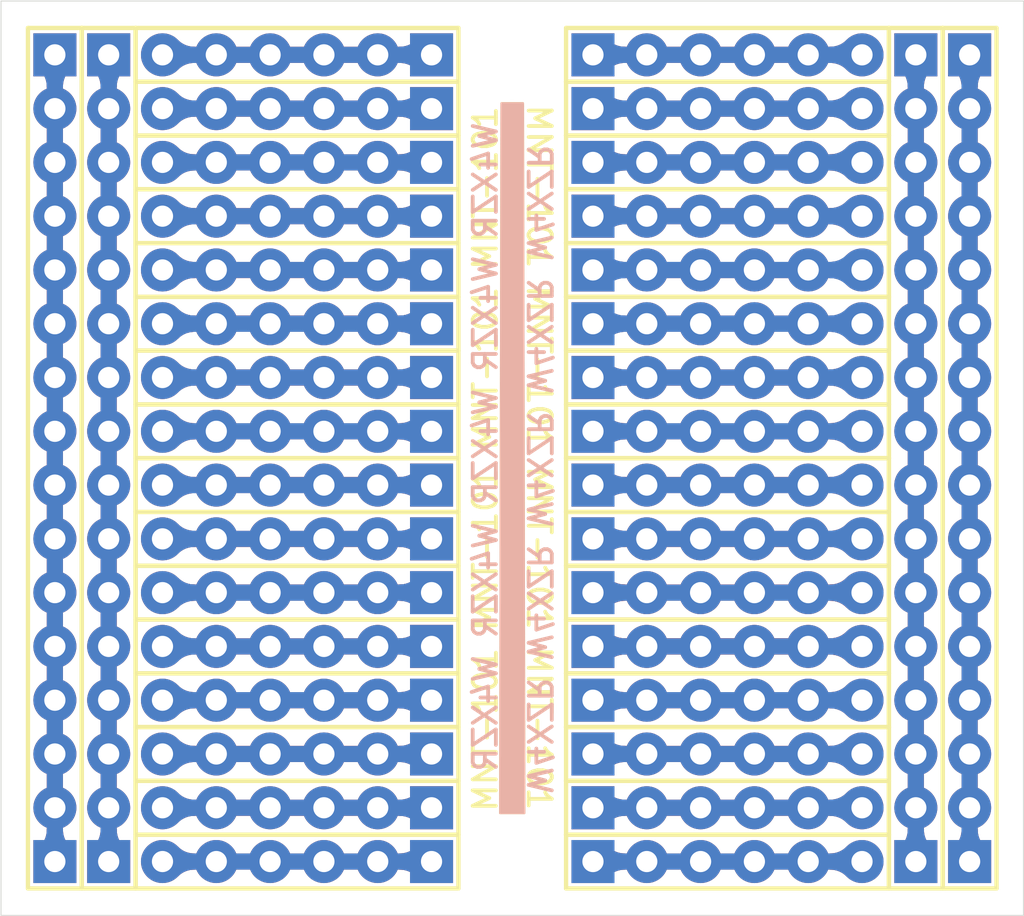
<source format=kicad_pcb>
(kicad_pcb (version 20171130) (host pcbnew 5.1.5-5.1.5)
  (title_block (rev 1))
  (layers (0 Front signal hide) (31 Back signal hide) (34 B.Paste user) (35 F.Paste user) (36 B.SilkS user) (37 F.SilkS user) (38 B.Mask user) (39 F.Mask user) (44 Edge.Cuts user))
  (net 0 "")
  (net 1 "Net-(J1-Pad1)")
  (net 2 "Net-(J2-Pad1)")
  (net 3 "Net-(J3-Pad1)")
  (net 4 "Net-(J4-Pad1)")
  (net 5 "Net-(J5-Pad1)")
  (net 6 "Net-(J6-Pad1)")
  (net 7 "Net-(J7-Pad1)")
  (net 8 "Net-(J8-Pad1)")
  (net 9 "Net-(J9-Pad1)")
  (net 10 "Net-(J10-Pad1)")
  (net 11 "Net-(J11-Pad1)")
  (net 12 "Net-(J12-Pad1)")
  (net 13 "Net-(J13-Pad1)")
  (net 14 "Net-(J14-Pad1)")
  (net 15 "Net-(J15-Pad1)")
  (net 16 "Net-(J16-Pad1)")
  (net 17 "Net-(J17-Pad1)")
  (net 18 "Net-(J18-Pad1)")
  (net 19 "Net-(J19-Pad1)")
  (net 20 "Net-(J20-Pad1)")
  (net 21 "Net-(J21-Pad1)")
  (net 22 "Net-(J22-Pad1)")
  (net 23 "Net-(J23-Pad1)")
  (net 24 "Net-(J24-Pad1)")
  (net 25 "Net-(J25-Pad1)")
  (net 26 "Net-(J26-Pad1)")
  (net 27 "Net-(J27-Pad1)")
  (net 28 "Net-(J28-Pad1)")
  (net 29 "Net-(J29-Pad1)")
  (net 30 "Net-(J30-Pad1)")
  (net 31 "Net-(J31-Pad1)")
  (net 32 "Net-(J32-Pad1)")
  (net 33 "Net-(J33-Pad1)")
  (net 34 "Net-(J34-Pad1)")
  (net 35 "Net-(J35-Pad1)")
  (net 36 "Net-(J36-Pad1)")
  (module PRO:PinHeader_1x16_P2.54mm_Vertical (layer Front) (at 117.475 26.035)
    (fp_text reference J4 hide)
    (fp_text value Conn_01x16_Male)
    (pad 1 thru_hole rect (at 0 0) (size 2.032 2.032) (drill 1) (layers *.Cu *.Mask) (net 4 "Net-(J4-Pad1)"))
    (pad 2 thru_hole oval (at 0 2.54) (size 2.032 2.032) (drill 1) (layers *.Cu *.Mask) (net 4 "Net-(J4-Pad1)"))
    (pad 3 thru_hole oval (at 0 5.08) (size 2.032 2.032) (drill 1) (layers *.Cu *.Mask) (net 4 "Net-(J4-Pad1)"))
    (pad 4 thru_hole oval (at 0 7.62) (size 2.032 2.032) (drill 1) (layers *.Cu *.Mask) (net 4 "Net-(J4-Pad1)"))
    (pad 5 thru_hole oval (at 0 10.16) (size 2.032 2.032) (drill 1) (layers *.Cu *.Mask) (net 4 "Net-(J4-Pad1)"))
    (pad 6 thru_hole oval (at 0 12.7) (size 2.032 2.032) (drill 1) (layers *.Cu *.Mask) (net 4 "Net-(J4-Pad1)"))
    (pad 7 thru_hole oval (at 0 15.24) (size 2.032 2.032) (drill 1) (layers *.Cu *.Mask) (net 4 "Net-(J4-Pad1)"))
    (pad 8 thru_hole oval (at 0 17.78) (size 2.032 2.032) (drill 1) (layers *.Cu *.Mask) (net 4 "Net-(J4-Pad1)"))
    (pad 9 thru_hole oval (at 0 20.32) (size 2.032 2.032) (drill 1) (layers *.Cu *.Mask) (net 4 "Net-(J4-Pad1)"))
    (pad 10 thru_hole oval (at 0 22.86) (size 2.032 2.032) (drill 1) (layers *.Cu *.Mask) (net 4 "Net-(J4-Pad1)"))
    (pad 11 thru_hole oval (at 0 25.4) (size 2.032 2.032) (drill 1) (layers *.Cu *.Mask) (net 4 "Net-(J4-Pad1)"))
    (pad 12 thru_hole oval (at 0 27.94) (size 2.032 2.032) (drill 1) (layers *.Cu *.Mask) (net 4 "Net-(J4-Pad1)"))
    (pad 13 thru_hole oval (at 0 30.48) (size 2.032 2.032) (drill 1) (layers *.Cu *.Mask) (net 4 "Net-(J4-Pad1)"))
    (pad 14 thru_hole oval (at 0 33.02) (size 2.032 2.032) (drill 1) (layers *.Cu *.Mask) (net 4 "Net-(J4-Pad1)"))
    (pad 15 thru_hole oval (at 0 35.56) (size 2.032 2.032) (drill 1) (layers *.Cu *.Mask) (net 4 "Net-(J4-Pad1)"))
    (pad 16 thru_hole rect (at 0 38.1) (size 2.032 2.032) (drill 1) (layers *.Cu *.Mask) (net 4 "Net-(J4-Pad1)"))
  )
  (module PRO:PinHeader_1x16_P2.54mm_Vertical (layer Front) (at 114.935 26.035)
    (fp_text reference J3 hide)
    (fp_text value Conn_01x16_Male)
    (pad 1 thru_hole rect (at 0 0) (size 2.032 2.032) (drill 1) (layers *.Cu *.Mask) (net 3 "Net-(J3-Pad1)"))
    (pad 2 thru_hole oval (at 0 2.54) (size 2.032 2.032) (drill 1) (layers *.Cu *.Mask) (net 3 "Net-(J3-Pad1)"))
    (pad 3 thru_hole oval (at 0 5.08) (size 2.032 2.032) (drill 1) (layers *.Cu *.Mask) (net 3 "Net-(J3-Pad1)"))
    (pad 4 thru_hole oval (at 0 7.62) (size 2.032 2.032) (drill 1) (layers *.Cu *.Mask) (net 3 "Net-(J3-Pad1)"))
    (pad 5 thru_hole oval (at 0 10.16) (size 2.032 2.032) (drill 1) (layers *.Cu *.Mask) (net 3 "Net-(J3-Pad1)"))
    (pad 6 thru_hole oval (at 0 12.7) (size 2.032 2.032) (drill 1) (layers *.Cu *.Mask) (net 3 "Net-(J3-Pad1)"))
    (pad 7 thru_hole oval (at 0 15.24) (size 2.032 2.032) (drill 1) (layers *.Cu *.Mask) (net 3 "Net-(J3-Pad1)"))
    (pad 8 thru_hole oval (at 0 17.78) (size 2.032 2.032) (drill 1) (layers *.Cu *.Mask) (net 3 "Net-(J3-Pad1)"))
    (pad 9 thru_hole oval (at 0 20.32) (size 2.032 2.032) (drill 1) (layers *.Cu *.Mask) (net 3 "Net-(J3-Pad1)"))
    (pad 10 thru_hole oval (at 0 22.86) (size 2.032 2.032) (drill 1) (layers *.Cu *.Mask) (net 3 "Net-(J3-Pad1)"))
    (pad 11 thru_hole oval (at 0 25.4) (size 2.032 2.032) (drill 1) (layers *.Cu *.Mask) (net 3 "Net-(J3-Pad1)"))
    (pad 12 thru_hole oval (at 0 27.94) (size 2.032 2.032) (drill 1) (layers *.Cu *.Mask) (net 3 "Net-(J3-Pad1)"))
    (pad 13 thru_hole oval (at 0 30.48) (size 2.032 2.032) (drill 1) (layers *.Cu *.Mask) (net 3 "Net-(J3-Pad1)"))
    (pad 14 thru_hole oval (at 0 33.02) (size 2.032 2.032) (drill 1) (layers *.Cu *.Mask) (net 3 "Net-(J3-Pad1)"))
    (pad 15 thru_hole oval (at 0 35.56) (size 2.032 2.032) (drill 1) (layers *.Cu *.Mask) (net 3 "Net-(J3-Pad1)"))
    (pad 16 thru_hole rect (at 0 38.1) (size 2.032 2.032) (drill 1) (layers *.Cu *.Mask) (net 3 "Net-(J3-Pad1)"))
  )
  (module PRO:PinHeader_1x16_P2.54mm_Vertical (layer Front) (at 76.835 26.035)
    (fp_text reference J2 hide)
    (fp_text value Conn_01x16_Male)
    (pad 1 thru_hole rect (at 0 0) (size 2.032 2.032) (drill 1) (layers *.Cu *.Mask) (net 2 "Net-(J2-Pad1)"))
    (pad 2 thru_hole oval (at 0 2.54) (size 2.032 2.032) (drill 1) (layers *.Cu *.Mask) (net 2 "Net-(J2-Pad1)"))
    (pad 3 thru_hole oval (at 0 5.08) (size 2.032 2.032) (drill 1) (layers *.Cu *.Mask) (net 2 "Net-(J2-Pad1)"))
    (pad 4 thru_hole oval (at 0 7.62) (size 2.032 2.032) (drill 1) (layers *.Cu *.Mask) (net 2 "Net-(J2-Pad1)"))
    (pad 5 thru_hole oval (at 0 10.16) (size 2.032 2.032) (drill 1) (layers *.Cu *.Mask) (net 2 "Net-(J2-Pad1)"))
    (pad 6 thru_hole oval (at 0 12.7) (size 2.032 2.032) (drill 1) (layers *.Cu *.Mask) (net 2 "Net-(J2-Pad1)"))
    (pad 7 thru_hole oval (at 0 15.24) (size 2.032 2.032) (drill 1) (layers *.Cu *.Mask) (net 2 "Net-(J2-Pad1)"))
    (pad 8 thru_hole oval (at 0 17.78) (size 2.032 2.032) (drill 1) (layers *.Cu *.Mask) (net 2 "Net-(J2-Pad1)"))
    (pad 9 thru_hole oval (at 0 20.32) (size 2.032 2.032) (drill 1) (layers *.Cu *.Mask) (net 2 "Net-(J2-Pad1)"))
    (pad 10 thru_hole oval (at 0 22.86) (size 2.032 2.032) (drill 1) (layers *.Cu *.Mask) (net 2 "Net-(J2-Pad1)"))
    (pad 11 thru_hole oval (at 0 25.4) (size 2.032 2.032) (drill 1) (layers *.Cu *.Mask) (net 2 "Net-(J2-Pad1)"))
    (pad 12 thru_hole oval (at 0 27.94) (size 2.032 2.032) (drill 1) (layers *.Cu *.Mask) (net 2 "Net-(J2-Pad1)"))
    (pad 13 thru_hole oval (at 0 30.48) (size 2.032 2.032) (drill 1) (layers *.Cu *.Mask) (net 2 "Net-(J2-Pad1)"))
    (pad 14 thru_hole oval (at 0 33.02) (size 2.032 2.032) (drill 1) (layers *.Cu *.Mask) (net 2 "Net-(J2-Pad1)"))
    (pad 15 thru_hole oval (at 0 35.56) (size 2.032 2.032) (drill 1) (layers *.Cu *.Mask) (net 2 "Net-(J2-Pad1)"))
    (pad 16 thru_hole rect (at 0 38.1) (size 2.032 2.032) (drill 1) (layers *.Cu *.Mask) (net 2 "Net-(J2-Pad1)"))
  )
  (module PRO:PinHeader_1x16_P2.54mm_Vertical (layer Front) (at 74.295 26.035)
    (fp_text reference J1 hide)
    (fp_text value Conn_01x16_Male)
    (pad 1 thru_hole rect (at 0 0) (size 2.032 2.032) (drill 1) (layers *.Cu *.Mask) (net 1 "Net-(J1-Pad1)"))
    (pad 2 thru_hole oval (at 0 2.54) (size 2.032 2.032) (drill 1) (layers *.Cu *.Mask) (net 1 "Net-(J1-Pad1)"))
    (pad 3 thru_hole oval (at 0 5.08) (size 2.032 2.032) (drill 1) (layers *.Cu *.Mask) (net 1 "Net-(J1-Pad1)"))
    (pad 4 thru_hole oval (at 0 7.62) (size 2.032 2.032) (drill 1) (layers *.Cu *.Mask) (net 1 "Net-(J1-Pad1)"))
    (pad 5 thru_hole oval (at 0 10.16) (size 2.032 2.032) (drill 1) (layers *.Cu *.Mask) (net 1 "Net-(J1-Pad1)"))
    (pad 6 thru_hole oval (at 0 12.7) (size 2.032 2.032) (drill 1) (layers *.Cu *.Mask) (net 1 "Net-(J1-Pad1)"))
    (pad 7 thru_hole oval (at 0 15.24) (size 2.032 2.032) (drill 1) (layers *.Cu *.Mask) (net 1 "Net-(J1-Pad1)"))
    (pad 8 thru_hole oval (at 0 17.78) (size 2.032 2.032) (drill 1) (layers *.Cu *.Mask) (net 1 "Net-(J1-Pad1)"))
    (pad 9 thru_hole oval (at 0 20.32) (size 2.032 2.032) (drill 1) (layers *.Cu *.Mask) (net 1 "Net-(J1-Pad1)"))
    (pad 10 thru_hole oval (at 0 22.86) (size 2.032 2.032) (drill 1) (layers *.Cu *.Mask) (net 1 "Net-(J1-Pad1)"))
    (pad 11 thru_hole oval (at 0 25.4) (size 2.032 2.032) (drill 1) (layers *.Cu *.Mask) (net 1 "Net-(J1-Pad1)"))
    (pad 12 thru_hole oval (at 0 27.94) (size 2.032 2.032) (drill 1) (layers *.Cu *.Mask) (net 1 "Net-(J1-Pad1)"))
    (pad 13 thru_hole oval (at 0 30.48) (size 2.032 2.032) (drill 1) (layers *.Cu *.Mask) (net 1 "Net-(J1-Pad1)"))
    (pad 14 thru_hole oval (at 0 33.02) (size 2.032 2.032) (drill 1) (layers *.Cu *.Mask) (net 1 "Net-(J1-Pad1)"))
    (pad 15 thru_hole oval (at 0 35.56) (size 2.032 2.032) (drill 1) (layers *.Cu *.Mask) (net 1 "Net-(J1-Pad1)"))
    (pad 16 thru_hole rect (at 0 38.1) (size 2.032 2.032) (drill 1) (layers *.Cu *.Mask) (net 1 "Net-(J1-Pad1)"))
  )
  (module PRO:PinHeader_1x06_P2.54mm_Vertical (layer Front) (at 99.695 64.135 90)
    (fp_text reference J36 hide)
    (fp_text value Conn_01x06_Male)
    (pad 6 thru_hole oval (at 0 12.7 90) (size 2.032 2.032) (drill 1) (layers *.Cu *.Mask) (net 36 "Net-(J36-Pad1)"))
    (pad 5 thru_hole oval (at 0 10.16 90) (size 2.032 2.032) (drill 1) (layers *.Cu *.Mask) (net 36 "Net-(J36-Pad1)"))
    (pad 4 thru_hole oval (at 0 7.62 90) (size 2.032 2.032) (drill 1) (layers *.Cu *.Mask) (net 36 "Net-(J36-Pad1)"))
    (pad 3 thru_hole oval (at 0 5.08 90) (size 2.032 2.032) (drill 1) (layers *.Cu *.Mask) (net 36 "Net-(J36-Pad1)"))
    (pad 2 thru_hole oval (at 0 2.54 90) (size 2.032 2.032) (drill 1) (layers *.Cu *.Mask) (net 36 "Net-(J36-Pad1)"))
    (pad 1 thru_hole rect (at 0 0 90) (size 2.032 2.032) (drill 1) (layers *.Cu *.Mask) (net 36 "Net-(J36-Pad1)"))
  )
  (module PRO:PinHeader_1x06_P2.54mm_Vertical (layer Front) (at 99.695 61.595 90)
    (fp_text reference J35 hide)
    (fp_text value Conn_01x06_Male)
    (pad 6 thru_hole oval (at 0 12.7 90) (size 2.032 2.032) (drill 1) (layers *.Cu *.Mask) (net 35 "Net-(J35-Pad1)"))
    (pad 5 thru_hole oval (at 0 10.16 90) (size 2.032 2.032) (drill 1) (layers *.Cu *.Mask) (net 35 "Net-(J35-Pad1)"))
    (pad 4 thru_hole oval (at 0 7.62 90) (size 2.032 2.032) (drill 1) (layers *.Cu *.Mask) (net 35 "Net-(J35-Pad1)"))
    (pad 3 thru_hole oval (at 0 5.08 90) (size 2.032 2.032) (drill 1) (layers *.Cu *.Mask) (net 35 "Net-(J35-Pad1)"))
    (pad 2 thru_hole oval (at 0 2.54 90) (size 2.032 2.032) (drill 1) (layers *.Cu *.Mask) (net 35 "Net-(J35-Pad1)"))
    (pad 1 thru_hole rect (at 0 0 90) (size 2.032 2.032) (drill 1) (layers *.Cu *.Mask) (net 35 "Net-(J35-Pad1)"))
  )
  (module PRO:PinHeader_1x06_P2.54mm_Vertical (layer Front) (at 99.695 59.055 90)
    (fp_text reference J34 hide)
    (fp_text value Conn_01x06_Male)
    (pad 6 thru_hole oval (at 0 12.7 90) (size 2.032 2.032) (drill 1) (layers *.Cu *.Mask) (net 34 "Net-(J34-Pad1)"))
    (pad 5 thru_hole oval (at 0 10.16 90) (size 2.032 2.032) (drill 1) (layers *.Cu *.Mask) (net 34 "Net-(J34-Pad1)"))
    (pad 4 thru_hole oval (at 0 7.62 90) (size 2.032 2.032) (drill 1) (layers *.Cu *.Mask) (net 34 "Net-(J34-Pad1)"))
    (pad 3 thru_hole oval (at 0 5.08 90) (size 2.032 2.032) (drill 1) (layers *.Cu *.Mask) (net 34 "Net-(J34-Pad1)"))
    (pad 2 thru_hole oval (at 0 2.54 90) (size 2.032 2.032) (drill 1) (layers *.Cu *.Mask) (net 34 "Net-(J34-Pad1)"))
    (pad 1 thru_hole rect (at 0 0 90) (size 2.032 2.032) (drill 1) (layers *.Cu *.Mask) (net 34 "Net-(J34-Pad1)"))
  )
  (module PRO:PinHeader_1x06_P2.54mm_Vertical (layer Front) (at 99.695 56.515 90)
    (fp_text reference J33 hide)
    (fp_text value Conn_01x06_Male)
    (pad 6 thru_hole oval (at 0 12.7 90) (size 2.032 2.032) (drill 1) (layers *.Cu *.Mask) (net 33 "Net-(J33-Pad1)"))
    (pad 5 thru_hole oval (at 0 10.16 90) (size 2.032 2.032) (drill 1) (layers *.Cu *.Mask) (net 33 "Net-(J33-Pad1)"))
    (pad 4 thru_hole oval (at 0 7.62 90) (size 2.032 2.032) (drill 1) (layers *.Cu *.Mask) (net 33 "Net-(J33-Pad1)"))
    (pad 3 thru_hole oval (at 0 5.08 90) (size 2.032 2.032) (drill 1) (layers *.Cu *.Mask) (net 33 "Net-(J33-Pad1)"))
    (pad 2 thru_hole oval (at 0 2.54 90) (size 2.032 2.032) (drill 1) (layers *.Cu *.Mask) (net 33 "Net-(J33-Pad1)"))
    (pad 1 thru_hole rect (at 0 0 90) (size 2.032 2.032) (drill 1) (layers *.Cu *.Mask) (net 33 "Net-(J33-Pad1)"))
  )
  (module PRO:PinHeader_1x06_P2.54mm_Vertical (layer Front) (at 99.695 53.975 90)
    (fp_text reference J32 hide)
    (fp_text value Conn_01x06_Male)
    (pad 6 thru_hole oval (at 0 12.7 90) (size 2.032 2.032) (drill 1) (layers *.Cu *.Mask) (net 32 "Net-(J32-Pad1)"))
    (pad 5 thru_hole oval (at 0 10.16 90) (size 2.032 2.032) (drill 1) (layers *.Cu *.Mask) (net 32 "Net-(J32-Pad1)"))
    (pad 4 thru_hole oval (at 0 7.62 90) (size 2.032 2.032) (drill 1) (layers *.Cu *.Mask) (net 32 "Net-(J32-Pad1)"))
    (pad 3 thru_hole oval (at 0 5.08 90) (size 2.032 2.032) (drill 1) (layers *.Cu *.Mask) (net 32 "Net-(J32-Pad1)"))
    (pad 2 thru_hole oval (at 0 2.54 90) (size 2.032 2.032) (drill 1) (layers *.Cu *.Mask) (net 32 "Net-(J32-Pad1)"))
    (pad 1 thru_hole rect (at 0 0 90) (size 2.032 2.032) (drill 1) (layers *.Cu *.Mask) (net 32 "Net-(J32-Pad1)"))
  )
  (module PRO:PinHeader_1x06_P2.54mm_Vertical (layer Front) (at 99.695 51.435 90)
    (fp_text reference J31 hide)
    (fp_text value Conn_01x06_Male)
    (pad 6 thru_hole oval (at 0 12.7 90) (size 2.032 2.032) (drill 1) (layers *.Cu *.Mask) (net 31 "Net-(J31-Pad1)"))
    (pad 5 thru_hole oval (at 0 10.16 90) (size 2.032 2.032) (drill 1) (layers *.Cu *.Mask) (net 31 "Net-(J31-Pad1)"))
    (pad 4 thru_hole oval (at 0 7.62 90) (size 2.032 2.032) (drill 1) (layers *.Cu *.Mask) (net 31 "Net-(J31-Pad1)"))
    (pad 3 thru_hole oval (at 0 5.08 90) (size 2.032 2.032) (drill 1) (layers *.Cu *.Mask) (net 31 "Net-(J31-Pad1)"))
    (pad 2 thru_hole oval (at 0 2.54 90) (size 2.032 2.032) (drill 1) (layers *.Cu *.Mask) (net 31 "Net-(J31-Pad1)"))
    (pad 1 thru_hole rect (at 0 0 90) (size 2.032 2.032) (drill 1) (layers *.Cu *.Mask) (net 31 "Net-(J31-Pad1)"))
  )
  (module PRO:PinHeader_1x06_P2.54mm_Vertical (layer Front) (at 99.695 48.895 90)
    (fp_text reference J30 hide)
    (fp_text value Conn_01x06_Male)
    (pad 6 thru_hole oval (at 0 12.7 90) (size 2.032 2.032) (drill 1) (layers *.Cu *.Mask) (net 30 "Net-(J30-Pad1)"))
    (pad 5 thru_hole oval (at 0 10.16 90) (size 2.032 2.032) (drill 1) (layers *.Cu *.Mask) (net 30 "Net-(J30-Pad1)"))
    (pad 4 thru_hole oval (at 0 7.62 90) (size 2.032 2.032) (drill 1) (layers *.Cu *.Mask) (net 30 "Net-(J30-Pad1)"))
    (pad 3 thru_hole oval (at 0 5.08 90) (size 2.032 2.032) (drill 1) (layers *.Cu *.Mask) (net 30 "Net-(J30-Pad1)"))
    (pad 2 thru_hole oval (at 0 2.54 90) (size 2.032 2.032) (drill 1) (layers *.Cu *.Mask) (net 30 "Net-(J30-Pad1)"))
    (pad 1 thru_hole rect (at 0 0 90) (size 2.032 2.032) (drill 1) (layers *.Cu *.Mask) (net 30 "Net-(J30-Pad1)"))
  )
  (module PRO:PinHeader_1x06_P2.54mm_Vertical (layer Front) (at 99.695 46.355 90)
    (fp_text reference J29 hide)
    (fp_text value Conn_01x06_Male)
    (pad 6 thru_hole oval (at 0 12.7 90) (size 2.032 2.032) (drill 1) (layers *.Cu *.Mask) (net 29 "Net-(J29-Pad1)"))
    (pad 5 thru_hole oval (at 0 10.16 90) (size 2.032 2.032) (drill 1) (layers *.Cu *.Mask) (net 29 "Net-(J29-Pad1)"))
    (pad 4 thru_hole oval (at 0 7.62 90) (size 2.032 2.032) (drill 1) (layers *.Cu *.Mask) (net 29 "Net-(J29-Pad1)"))
    (pad 3 thru_hole oval (at 0 5.08 90) (size 2.032 2.032) (drill 1) (layers *.Cu *.Mask) (net 29 "Net-(J29-Pad1)"))
    (pad 2 thru_hole oval (at 0 2.54 90) (size 2.032 2.032) (drill 1) (layers *.Cu *.Mask) (net 29 "Net-(J29-Pad1)"))
    (pad 1 thru_hole rect (at 0 0 90) (size 2.032 2.032) (drill 1) (layers *.Cu *.Mask) (net 29 "Net-(J29-Pad1)"))
  )
  (module PRO:PinHeader_1x06_P2.54mm_Vertical (layer Front) (at 99.695 43.815 90)
    (fp_text reference J28 hide)
    (fp_text value Conn_01x06_Male)
    (pad 6 thru_hole oval (at 0 12.7 90) (size 2.032 2.032) (drill 1) (layers *.Cu *.Mask) (net 28 "Net-(J28-Pad1)"))
    (pad 5 thru_hole oval (at 0 10.16 90) (size 2.032 2.032) (drill 1) (layers *.Cu *.Mask) (net 28 "Net-(J28-Pad1)"))
    (pad 4 thru_hole oval (at 0 7.62 90) (size 2.032 2.032) (drill 1) (layers *.Cu *.Mask) (net 28 "Net-(J28-Pad1)"))
    (pad 3 thru_hole oval (at 0 5.08 90) (size 2.032 2.032) (drill 1) (layers *.Cu *.Mask) (net 28 "Net-(J28-Pad1)"))
    (pad 2 thru_hole oval (at 0 2.54 90) (size 2.032 2.032) (drill 1) (layers *.Cu *.Mask) (net 28 "Net-(J28-Pad1)"))
    (pad 1 thru_hole rect (at 0 0 90) (size 2.032 2.032) (drill 1) (layers *.Cu *.Mask) (net 28 "Net-(J28-Pad1)"))
  )
  (module PRO:PinHeader_1x06_P2.54mm_Vertical (layer Front) (at 99.695 41.275 90)
    (fp_text reference J27 hide)
    (fp_text value Conn_01x06_Male)
    (pad 6 thru_hole oval (at 0 12.7 90) (size 2.032 2.032) (drill 1) (layers *.Cu *.Mask) (net 27 "Net-(J27-Pad1)"))
    (pad 5 thru_hole oval (at 0 10.16 90) (size 2.032 2.032) (drill 1) (layers *.Cu *.Mask) (net 27 "Net-(J27-Pad1)"))
    (pad 4 thru_hole oval (at 0 7.62 90) (size 2.032 2.032) (drill 1) (layers *.Cu *.Mask) (net 27 "Net-(J27-Pad1)"))
    (pad 3 thru_hole oval (at 0 5.08 90) (size 2.032 2.032) (drill 1) (layers *.Cu *.Mask) (net 27 "Net-(J27-Pad1)"))
    (pad 2 thru_hole oval (at 0 2.54 90) (size 2.032 2.032) (drill 1) (layers *.Cu *.Mask) (net 27 "Net-(J27-Pad1)"))
    (pad 1 thru_hole rect (at 0 0 90) (size 2.032 2.032) (drill 1) (layers *.Cu *.Mask) (net 27 "Net-(J27-Pad1)"))
  )
  (module PRO:PinHeader_1x06_P2.54mm_Vertical (layer Front) (at 99.695 38.735 90)
    (fp_text reference J26 hide)
    (fp_text value Conn_01x06_Male)
    (pad 6 thru_hole oval (at 0 12.7 90) (size 2.032 2.032) (drill 1) (layers *.Cu *.Mask) (net 26 "Net-(J26-Pad1)"))
    (pad 5 thru_hole oval (at 0 10.16 90) (size 2.032 2.032) (drill 1) (layers *.Cu *.Mask) (net 26 "Net-(J26-Pad1)"))
    (pad 4 thru_hole oval (at 0 7.62 90) (size 2.032 2.032) (drill 1) (layers *.Cu *.Mask) (net 26 "Net-(J26-Pad1)"))
    (pad 3 thru_hole oval (at 0 5.08 90) (size 2.032 2.032) (drill 1) (layers *.Cu *.Mask) (net 26 "Net-(J26-Pad1)"))
    (pad 2 thru_hole oval (at 0 2.54 90) (size 2.032 2.032) (drill 1) (layers *.Cu *.Mask) (net 26 "Net-(J26-Pad1)"))
    (pad 1 thru_hole rect (at 0 0 90) (size 2.032 2.032) (drill 1) (layers *.Cu *.Mask) (net 26 "Net-(J26-Pad1)"))
  )
  (module PRO:PinHeader_1x06_P2.54mm_Vertical (layer Front) (at 99.695 36.195 90)
    (fp_text reference J25 hide)
    (fp_text value Conn_01x06_Male)
    (pad 6 thru_hole oval (at 0 12.7 90) (size 2.032 2.032) (drill 1) (layers *.Cu *.Mask) (net 25 "Net-(J25-Pad1)"))
    (pad 5 thru_hole oval (at 0 10.16 90) (size 2.032 2.032) (drill 1) (layers *.Cu *.Mask) (net 25 "Net-(J25-Pad1)"))
    (pad 4 thru_hole oval (at 0 7.62 90) (size 2.032 2.032) (drill 1) (layers *.Cu *.Mask) (net 25 "Net-(J25-Pad1)"))
    (pad 3 thru_hole oval (at 0 5.08 90) (size 2.032 2.032) (drill 1) (layers *.Cu *.Mask) (net 25 "Net-(J25-Pad1)"))
    (pad 2 thru_hole oval (at 0 2.54 90) (size 2.032 2.032) (drill 1) (layers *.Cu *.Mask) (net 25 "Net-(J25-Pad1)"))
    (pad 1 thru_hole rect (at 0 0 90) (size 2.032 2.032) (drill 1) (layers *.Cu *.Mask) (net 25 "Net-(J25-Pad1)"))
  )
  (module PRO:PinHeader_1x06_P2.54mm_Vertical (layer Front) (at 99.695 33.655 90)
    (fp_text reference J24 hide)
    (fp_text value Conn_01x06_Male)
    (pad 6 thru_hole oval (at 0 12.7 90) (size 2.032 2.032) (drill 1) (layers *.Cu *.Mask) (net 24 "Net-(J24-Pad1)"))
    (pad 5 thru_hole oval (at 0 10.16 90) (size 2.032 2.032) (drill 1) (layers *.Cu *.Mask) (net 24 "Net-(J24-Pad1)"))
    (pad 4 thru_hole oval (at 0 7.62 90) (size 2.032 2.032) (drill 1) (layers *.Cu *.Mask) (net 24 "Net-(J24-Pad1)"))
    (pad 3 thru_hole oval (at 0 5.08 90) (size 2.032 2.032) (drill 1) (layers *.Cu *.Mask) (net 24 "Net-(J24-Pad1)"))
    (pad 2 thru_hole oval (at 0 2.54 90) (size 2.032 2.032) (drill 1) (layers *.Cu *.Mask) (net 24 "Net-(J24-Pad1)"))
    (pad 1 thru_hole rect (at 0 0 90) (size 2.032 2.032) (drill 1) (layers *.Cu *.Mask) (net 24 "Net-(J24-Pad1)"))
  )
  (module PRO:PinHeader_1x06_P2.54mm_Vertical (layer Front) (at 99.695 31.115 90)
    (fp_text reference J23 hide)
    (fp_text value Conn_01x06_Male)
    (pad 6 thru_hole oval (at 0 12.7 90) (size 2.032 2.032) (drill 1) (layers *.Cu *.Mask) (net 23 "Net-(J23-Pad1)"))
    (pad 5 thru_hole oval (at 0 10.16 90) (size 2.032 2.032) (drill 1) (layers *.Cu *.Mask) (net 23 "Net-(J23-Pad1)"))
    (pad 4 thru_hole oval (at 0 7.62 90) (size 2.032 2.032) (drill 1) (layers *.Cu *.Mask) (net 23 "Net-(J23-Pad1)"))
    (pad 3 thru_hole oval (at 0 5.08 90) (size 2.032 2.032) (drill 1) (layers *.Cu *.Mask) (net 23 "Net-(J23-Pad1)"))
    (pad 2 thru_hole oval (at 0 2.54 90) (size 2.032 2.032) (drill 1) (layers *.Cu *.Mask) (net 23 "Net-(J23-Pad1)"))
    (pad 1 thru_hole rect (at 0 0 90) (size 2.032 2.032) (drill 1) (layers *.Cu *.Mask) (net 23 "Net-(J23-Pad1)"))
  )
  (module PRO:PinHeader_1x06_P2.54mm_Vertical (layer Front) (at 99.695 28.575 90)
    (fp_text reference J22 hide)
    (fp_text value Conn_01x06_Male)
    (pad 6 thru_hole oval (at 0 12.7 90) (size 2.032 2.032) (drill 1) (layers *.Cu *.Mask) (net 22 "Net-(J22-Pad1)"))
    (pad 5 thru_hole oval (at 0 10.16 90) (size 2.032 2.032) (drill 1) (layers *.Cu *.Mask) (net 22 "Net-(J22-Pad1)"))
    (pad 4 thru_hole oval (at 0 7.62 90) (size 2.032 2.032) (drill 1) (layers *.Cu *.Mask) (net 22 "Net-(J22-Pad1)"))
    (pad 3 thru_hole oval (at 0 5.08 90) (size 2.032 2.032) (drill 1) (layers *.Cu *.Mask) (net 22 "Net-(J22-Pad1)"))
    (pad 2 thru_hole oval (at 0 2.54 90) (size 2.032 2.032) (drill 1) (layers *.Cu *.Mask) (net 22 "Net-(J22-Pad1)"))
    (pad 1 thru_hole rect (at 0 0 90) (size 2.032 2.032) (drill 1) (layers *.Cu *.Mask) (net 22 "Net-(J22-Pad1)"))
  )
  (module PRO:PinHeader_1x06_P2.54mm_Vertical (layer Front) (at 99.695 26.035 90)
    (fp_text reference J21 hide)
    (fp_text value Conn_01x06_Male)
    (pad 6 thru_hole oval (at 0 12.7 90) (size 2.032 2.032) (drill 1) (layers *.Cu *.Mask) (net 21 "Net-(J21-Pad1)"))
    (pad 5 thru_hole oval (at 0 10.16 90) (size 2.032 2.032) (drill 1) (layers *.Cu *.Mask) (net 21 "Net-(J21-Pad1)"))
    (pad 4 thru_hole oval (at 0 7.62 90) (size 2.032 2.032) (drill 1) (layers *.Cu *.Mask) (net 21 "Net-(J21-Pad1)"))
    (pad 3 thru_hole oval (at 0 5.08 90) (size 2.032 2.032) (drill 1) (layers *.Cu *.Mask) (net 21 "Net-(J21-Pad1)"))
    (pad 2 thru_hole oval (at 0 2.54 90) (size 2.032 2.032) (drill 1) (layers *.Cu *.Mask) (net 21 "Net-(J21-Pad1)"))
    (pad 1 thru_hole rect (at 0 0 90) (size 2.032 2.032) (drill 1) (layers *.Cu *.Mask) (net 21 "Net-(J21-Pad1)"))
  )
  (module PRO:PinHeader_1x06_P2.54mm_Vertical (layer Front) (at 92.075 64.135 270)
    (fp_text reference J20 hide)
    (fp_text value Conn_01x06_Male)
    (pad 6 thru_hole oval (at 0 12.7 270) (size 2.032 2.032) (drill 1) (layers *.Cu *.Mask) (net 20 "Net-(J20-Pad1)"))
    (pad 5 thru_hole oval (at 0 10.16 270) (size 2.032 2.032) (drill 1) (layers *.Cu *.Mask) (net 20 "Net-(J20-Pad1)"))
    (pad 4 thru_hole oval (at 0 7.62 270) (size 2.032 2.032) (drill 1) (layers *.Cu *.Mask) (net 20 "Net-(J20-Pad1)"))
    (pad 3 thru_hole oval (at 0 5.08 270) (size 2.032 2.032) (drill 1) (layers *.Cu *.Mask) (net 20 "Net-(J20-Pad1)"))
    (pad 2 thru_hole oval (at 0 2.54 270) (size 2.032 2.032) (drill 1) (layers *.Cu *.Mask) (net 20 "Net-(J20-Pad1)"))
    (pad 1 thru_hole rect (at 0 0 270) (size 2.032 2.032) (drill 1) (layers *.Cu *.Mask) (net 20 "Net-(J20-Pad1)"))
  )
  (module PRO:PinHeader_1x06_P2.54mm_Vertical (layer Front) (at 92.075 61.595 270)
    (fp_text reference J19 hide)
    (fp_text value Conn_01x06_Male)
    (pad 6 thru_hole oval (at 0 12.7 270) (size 2.032 2.032) (drill 1) (layers *.Cu *.Mask) (net 19 "Net-(J19-Pad1)"))
    (pad 5 thru_hole oval (at 0 10.16 270) (size 2.032 2.032) (drill 1) (layers *.Cu *.Mask) (net 19 "Net-(J19-Pad1)"))
    (pad 4 thru_hole oval (at 0 7.62 270) (size 2.032 2.032) (drill 1) (layers *.Cu *.Mask) (net 19 "Net-(J19-Pad1)"))
    (pad 3 thru_hole oval (at 0 5.08 270) (size 2.032 2.032) (drill 1) (layers *.Cu *.Mask) (net 19 "Net-(J19-Pad1)"))
    (pad 2 thru_hole oval (at 0 2.54 270) (size 2.032 2.032) (drill 1) (layers *.Cu *.Mask) (net 19 "Net-(J19-Pad1)"))
    (pad 1 thru_hole rect (at 0 0 270) (size 2.032 2.032) (drill 1) (layers *.Cu *.Mask) (net 19 "Net-(J19-Pad1)"))
  )
  (module PRO:PinHeader_1x06_P2.54mm_Vertical (layer Front) (at 92.075 59.055 270)
    (fp_text reference J18 hide)
    (fp_text value Conn_01x06_Male)
    (pad 6 thru_hole oval (at 0 12.7 270) (size 2.032 2.032) (drill 1) (layers *.Cu *.Mask) (net 18 "Net-(J18-Pad1)"))
    (pad 5 thru_hole oval (at 0 10.16 270) (size 2.032 2.032) (drill 1) (layers *.Cu *.Mask) (net 18 "Net-(J18-Pad1)"))
    (pad 4 thru_hole oval (at 0 7.62 270) (size 2.032 2.032) (drill 1) (layers *.Cu *.Mask) (net 18 "Net-(J18-Pad1)"))
    (pad 3 thru_hole oval (at 0 5.08 270) (size 2.032 2.032) (drill 1) (layers *.Cu *.Mask) (net 18 "Net-(J18-Pad1)"))
    (pad 2 thru_hole oval (at 0 2.54 270) (size 2.032 2.032) (drill 1) (layers *.Cu *.Mask) (net 18 "Net-(J18-Pad1)"))
    (pad 1 thru_hole rect (at 0 0 270) (size 2.032 2.032) (drill 1) (layers *.Cu *.Mask) (net 18 "Net-(J18-Pad1)"))
  )
  (module PRO:PinHeader_1x06_P2.54mm_Vertical (layer Front) (at 92.075 56.515 270)
    (fp_text reference J17 hide)
    (fp_text value Conn_01x06_Male)
    (pad 6 thru_hole oval (at 0 12.7 270) (size 2.032 2.032) (drill 1) (layers *.Cu *.Mask) (net 17 "Net-(J17-Pad1)"))
    (pad 5 thru_hole oval (at 0 10.16 270) (size 2.032 2.032) (drill 1) (layers *.Cu *.Mask) (net 17 "Net-(J17-Pad1)"))
    (pad 4 thru_hole oval (at 0 7.62 270) (size 2.032 2.032) (drill 1) (layers *.Cu *.Mask) (net 17 "Net-(J17-Pad1)"))
    (pad 3 thru_hole oval (at 0 5.08 270) (size 2.032 2.032) (drill 1) (layers *.Cu *.Mask) (net 17 "Net-(J17-Pad1)"))
    (pad 2 thru_hole oval (at 0 2.54 270) (size 2.032 2.032) (drill 1) (layers *.Cu *.Mask) (net 17 "Net-(J17-Pad1)"))
    (pad 1 thru_hole rect (at 0 0 270) (size 2.032 2.032) (drill 1) (layers *.Cu *.Mask) (net 17 "Net-(J17-Pad1)"))
  )
  (module PRO:PinHeader_1x06_P2.54mm_Vertical (layer Front) (at 92.075 53.975 270)
    (fp_text reference J16 hide)
    (fp_text value Conn_01x06_Male)
    (pad 6 thru_hole oval (at 0 12.7 270) (size 2.032 2.032) (drill 1) (layers *.Cu *.Mask) (net 16 "Net-(J16-Pad1)"))
    (pad 5 thru_hole oval (at 0 10.16 270) (size 2.032 2.032) (drill 1) (layers *.Cu *.Mask) (net 16 "Net-(J16-Pad1)"))
    (pad 4 thru_hole oval (at 0 7.62 270) (size 2.032 2.032) (drill 1) (layers *.Cu *.Mask) (net 16 "Net-(J16-Pad1)"))
    (pad 3 thru_hole oval (at 0 5.08 270) (size 2.032 2.032) (drill 1) (layers *.Cu *.Mask) (net 16 "Net-(J16-Pad1)"))
    (pad 2 thru_hole oval (at 0 2.54 270) (size 2.032 2.032) (drill 1) (layers *.Cu *.Mask) (net 16 "Net-(J16-Pad1)"))
    (pad 1 thru_hole rect (at 0 0 270) (size 2.032 2.032) (drill 1) (layers *.Cu *.Mask) (net 16 "Net-(J16-Pad1)"))
  )
  (module PRO:PinHeader_1x06_P2.54mm_Vertical (layer Front) (at 92.075 51.435 270)
    (fp_text reference J15 hide)
    (fp_text value Conn_01x06_Male)
    (pad 6 thru_hole oval (at 0 12.7 270) (size 2.032 2.032) (drill 1) (layers *.Cu *.Mask) (net 15 "Net-(J15-Pad1)"))
    (pad 5 thru_hole oval (at 0 10.16 270) (size 2.032 2.032) (drill 1) (layers *.Cu *.Mask) (net 15 "Net-(J15-Pad1)"))
    (pad 4 thru_hole oval (at 0 7.62 270) (size 2.032 2.032) (drill 1) (layers *.Cu *.Mask) (net 15 "Net-(J15-Pad1)"))
    (pad 3 thru_hole oval (at 0 5.08 270) (size 2.032 2.032) (drill 1) (layers *.Cu *.Mask) (net 15 "Net-(J15-Pad1)"))
    (pad 2 thru_hole oval (at 0 2.54 270) (size 2.032 2.032) (drill 1) (layers *.Cu *.Mask) (net 15 "Net-(J15-Pad1)"))
    (pad 1 thru_hole rect (at 0 0 270) (size 2.032 2.032) (drill 1) (layers *.Cu *.Mask) (net 15 "Net-(J15-Pad1)"))
  )
  (module PRO:PinHeader_1x06_P2.54mm_Vertical (layer Front) (at 92.075 48.895 270)
    (fp_text reference J14 hide)
    (fp_text value Conn_01x06_Male)
    (pad 6 thru_hole oval (at 0 12.7 270) (size 2.032 2.032) (drill 1) (layers *.Cu *.Mask) (net 14 "Net-(J14-Pad1)"))
    (pad 5 thru_hole oval (at 0 10.16 270) (size 2.032 2.032) (drill 1) (layers *.Cu *.Mask) (net 14 "Net-(J14-Pad1)"))
    (pad 4 thru_hole oval (at 0 7.62 270) (size 2.032 2.032) (drill 1) (layers *.Cu *.Mask) (net 14 "Net-(J14-Pad1)"))
    (pad 3 thru_hole oval (at 0 5.08 270) (size 2.032 2.032) (drill 1) (layers *.Cu *.Mask) (net 14 "Net-(J14-Pad1)"))
    (pad 2 thru_hole oval (at 0 2.54 270) (size 2.032 2.032) (drill 1) (layers *.Cu *.Mask) (net 14 "Net-(J14-Pad1)"))
    (pad 1 thru_hole rect (at 0 0 270) (size 2.032 2.032) (drill 1) (layers *.Cu *.Mask) (net 14 "Net-(J14-Pad1)"))
  )
  (module PRO:PinHeader_1x06_P2.54mm_Vertical (layer Front) (at 92.075 46.355 270)
    (fp_text reference J13 hide)
    (fp_text value Conn_01x06_Male)
    (pad 6 thru_hole oval (at 0 12.7 270) (size 2.032 2.032) (drill 1) (layers *.Cu *.Mask) (net 13 "Net-(J13-Pad1)"))
    (pad 5 thru_hole oval (at 0 10.16 270) (size 2.032 2.032) (drill 1) (layers *.Cu *.Mask) (net 13 "Net-(J13-Pad1)"))
    (pad 4 thru_hole oval (at 0 7.62 270) (size 2.032 2.032) (drill 1) (layers *.Cu *.Mask) (net 13 "Net-(J13-Pad1)"))
    (pad 3 thru_hole oval (at 0 5.08 270) (size 2.032 2.032) (drill 1) (layers *.Cu *.Mask) (net 13 "Net-(J13-Pad1)"))
    (pad 2 thru_hole oval (at 0 2.54 270) (size 2.032 2.032) (drill 1) (layers *.Cu *.Mask) (net 13 "Net-(J13-Pad1)"))
    (pad 1 thru_hole rect (at 0 0 270) (size 2.032 2.032) (drill 1) (layers *.Cu *.Mask) (net 13 "Net-(J13-Pad1)"))
  )
  (module PRO:PinHeader_1x06_P2.54mm_Vertical (layer Front) (at 92.075 43.815 270)
    (fp_text reference J12 hide)
    (fp_text value Conn_01x06_Male)
    (pad 6 thru_hole oval (at 0 12.7 270) (size 2.032 2.032) (drill 1) (layers *.Cu *.Mask) (net 12 "Net-(J12-Pad1)"))
    (pad 5 thru_hole oval (at 0 10.16 270) (size 2.032 2.032) (drill 1) (layers *.Cu *.Mask) (net 12 "Net-(J12-Pad1)"))
    (pad 4 thru_hole oval (at 0 7.62 270) (size 2.032 2.032) (drill 1) (layers *.Cu *.Mask) (net 12 "Net-(J12-Pad1)"))
    (pad 3 thru_hole oval (at 0 5.08 270) (size 2.032 2.032) (drill 1) (layers *.Cu *.Mask) (net 12 "Net-(J12-Pad1)"))
    (pad 2 thru_hole oval (at 0 2.54 270) (size 2.032 2.032) (drill 1) (layers *.Cu *.Mask) (net 12 "Net-(J12-Pad1)"))
    (pad 1 thru_hole rect (at 0 0 270) (size 2.032 2.032) (drill 1) (layers *.Cu *.Mask) (net 12 "Net-(J12-Pad1)"))
  )
  (module PRO:PinHeader_1x06_P2.54mm_Vertical (layer Front) (at 92.075 41.275 270)
    (fp_text reference J11 hide)
    (fp_text value Conn_01x06_Male)
    (pad 6 thru_hole oval (at 0 12.7 270) (size 2.032 2.032) (drill 1) (layers *.Cu *.Mask) (net 11 "Net-(J11-Pad1)"))
    (pad 5 thru_hole oval (at 0 10.16 270) (size 2.032 2.032) (drill 1) (layers *.Cu *.Mask) (net 11 "Net-(J11-Pad1)"))
    (pad 4 thru_hole oval (at 0 7.62 270) (size 2.032 2.032) (drill 1) (layers *.Cu *.Mask) (net 11 "Net-(J11-Pad1)"))
    (pad 3 thru_hole oval (at 0 5.08 270) (size 2.032 2.032) (drill 1) (layers *.Cu *.Mask) (net 11 "Net-(J11-Pad1)"))
    (pad 2 thru_hole oval (at 0 2.54 270) (size 2.032 2.032) (drill 1) (layers *.Cu *.Mask) (net 11 "Net-(J11-Pad1)"))
    (pad 1 thru_hole rect (at 0 0 270) (size 2.032 2.032) (drill 1) (layers *.Cu *.Mask) (net 11 "Net-(J11-Pad1)"))
  )
  (module PRO:PinHeader_1x06_P2.54mm_Vertical (layer Front) (at 92.075 38.735 270)
    (fp_text reference J10 hide)
    (fp_text value Conn_01x06_Male)
    (pad 6 thru_hole oval (at 0 12.7 270) (size 2.032 2.032) (drill 1) (layers *.Cu *.Mask) (net 10 "Net-(J10-Pad1)"))
    (pad 5 thru_hole oval (at 0 10.16 270) (size 2.032 2.032) (drill 1) (layers *.Cu *.Mask) (net 10 "Net-(J10-Pad1)"))
    (pad 4 thru_hole oval (at 0 7.62 270) (size 2.032 2.032) (drill 1) (layers *.Cu *.Mask) (net 10 "Net-(J10-Pad1)"))
    (pad 3 thru_hole oval (at 0 5.08 270) (size 2.032 2.032) (drill 1) (layers *.Cu *.Mask) (net 10 "Net-(J10-Pad1)"))
    (pad 2 thru_hole oval (at 0 2.54 270) (size 2.032 2.032) (drill 1) (layers *.Cu *.Mask) (net 10 "Net-(J10-Pad1)"))
    (pad 1 thru_hole rect (at 0 0 270) (size 2.032 2.032) (drill 1) (layers *.Cu *.Mask) (net 10 "Net-(J10-Pad1)"))
  )
  (module PRO:PinHeader_1x06_P2.54mm_Vertical (layer Front) (at 92.075 36.195 270)
    (fp_text reference J9 hide)
    (fp_text value Conn_01x06_Male)
    (pad 6 thru_hole oval (at 0 12.7 270) (size 2.032 2.032) (drill 1) (layers *.Cu *.Mask) (net 9 "Net-(J9-Pad1)"))
    (pad 5 thru_hole oval (at 0 10.16 270) (size 2.032 2.032) (drill 1) (layers *.Cu *.Mask) (net 9 "Net-(J9-Pad1)"))
    (pad 4 thru_hole oval (at 0 7.62 270) (size 2.032 2.032) (drill 1) (layers *.Cu *.Mask) (net 9 "Net-(J9-Pad1)"))
    (pad 3 thru_hole oval (at 0 5.08 270) (size 2.032 2.032) (drill 1) (layers *.Cu *.Mask) (net 9 "Net-(J9-Pad1)"))
    (pad 2 thru_hole oval (at 0 2.54 270) (size 2.032 2.032) (drill 1) (layers *.Cu *.Mask) (net 9 "Net-(J9-Pad1)"))
    (pad 1 thru_hole rect (at 0 0 270) (size 2.032 2.032) (drill 1) (layers *.Cu *.Mask) (net 9 "Net-(J9-Pad1)"))
  )
  (module PRO:PinHeader_1x06_P2.54mm_Vertical (layer Front) (at 92.075 33.655 270)
    (fp_text reference J8 hide)
    (fp_text value Conn_01x06_Male)
    (pad 6 thru_hole oval (at 0 12.7 270) (size 2.032 2.032) (drill 1) (layers *.Cu *.Mask) (net 8 "Net-(J8-Pad1)"))
    (pad 5 thru_hole oval (at 0 10.16 270) (size 2.032 2.032) (drill 1) (layers *.Cu *.Mask) (net 8 "Net-(J8-Pad1)"))
    (pad 4 thru_hole oval (at 0 7.62 270) (size 2.032 2.032) (drill 1) (layers *.Cu *.Mask) (net 8 "Net-(J8-Pad1)"))
    (pad 3 thru_hole oval (at 0 5.08 270) (size 2.032 2.032) (drill 1) (layers *.Cu *.Mask) (net 8 "Net-(J8-Pad1)"))
    (pad 2 thru_hole oval (at 0 2.54 270) (size 2.032 2.032) (drill 1) (layers *.Cu *.Mask) (net 8 "Net-(J8-Pad1)"))
    (pad 1 thru_hole rect (at 0 0 270) (size 2.032 2.032) (drill 1) (layers *.Cu *.Mask) (net 8 "Net-(J8-Pad1)"))
  )
  (module PRO:PinHeader_1x06_P2.54mm_Vertical (layer Front) (at 92.075 31.115 270)
    (fp_text reference J7 hide)
    (fp_text value Conn_01x06_Male)
    (pad 6 thru_hole oval (at 0 12.7 270) (size 2.032 2.032) (drill 1) (layers *.Cu *.Mask) (net 7 "Net-(J7-Pad1)"))
    (pad 5 thru_hole oval (at 0 10.16 270) (size 2.032 2.032) (drill 1) (layers *.Cu *.Mask) (net 7 "Net-(J7-Pad1)"))
    (pad 4 thru_hole oval (at 0 7.62 270) (size 2.032 2.032) (drill 1) (layers *.Cu *.Mask) (net 7 "Net-(J7-Pad1)"))
    (pad 3 thru_hole oval (at 0 5.08 270) (size 2.032 2.032) (drill 1) (layers *.Cu *.Mask) (net 7 "Net-(J7-Pad1)"))
    (pad 2 thru_hole oval (at 0 2.54 270) (size 2.032 2.032) (drill 1) (layers *.Cu *.Mask) (net 7 "Net-(J7-Pad1)"))
    (pad 1 thru_hole rect (at 0 0 270) (size 2.032 2.032) (drill 1) (layers *.Cu *.Mask) (net 7 "Net-(J7-Pad1)"))
  )
  (module PRO:PinHeader_1x06_P2.54mm_Vertical (layer Front) (at 92.075 28.575 270)
    (fp_text reference J6 hide)
    (fp_text value Conn_01x06_Male)
    (pad 6 thru_hole oval (at 0 12.7 270) (size 2.032 2.032) (drill 1) (layers *.Cu *.Mask) (net 6 "Net-(J6-Pad1)"))
    (pad 5 thru_hole oval (at 0 10.16 270) (size 2.032 2.032) (drill 1) (layers *.Cu *.Mask) (net 6 "Net-(J6-Pad1)"))
    (pad 4 thru_hole oval (at 0 7.62 270) (size 2.032 2.032) (drill 1) (layers *.Cu *.Mask) (net 6 "Net-(J6-Pad1)"))
    (pad 3 thru_hole oval (at 0 5.08 270) (size 2.032 2.032) (drill 1) (layers *.Cu *.Mask) (net 6 "Net-(J6-Pad1)"))
    (pad 2 thru_hole oval (at 0 2.54 270) (size 2.032 2.032) (drill 1) (layers *.Cu *.Mask) (net 6 "Net-(J6-Pad1)"))
    (pad 1 thru_hole rect (at 0 0 270) (size 2.032 2.032) (drill 1) (layers *.Cu *.Mask) (net 6 "Net-(J6-Pad1)"))
  )
  (module PRO:PinHeader_1x06_P2.54mm_Vertical (layer Front) (at 92.075 26.035 270)
    (fp_text reference J5 hide)
    (fp_text value Conn_01x06_Male)
    (pad 6 thru_hole oval (at 0 12.7 270) (size 2.032 2.032) (drill 1) (layers *.Cu *.Mask) (net 5 "Net-(J5-Pad1)"))
    (pad 5 thru_hole oval (at 0 10.16 270) (size 2.032 2.032) (drill 1) (layers *.Cu *.Mask) (net 5 "Net-(J5-Pad1)"))
    (pad 4 thru_hole oval (at 0 7.62 270) (size 2.032 2.032) (drill 1) (layers *.Cu *.Mask) (net 5 "Net-(J5-Pad1)"))
    (pad 3 thru_hole oval (at 0 5.08 270) (size 2.032 2.032) (drill 1) (layers *.Cu *.Mask) (net 5 "Net-(J5-Pad1)"))
    (pad 2 thru_hole oval (at 0 2.54 270) (size 2.032 2.032) (drill 1) (layers *.Cu *.Mask) (net 5 "Net-(J5-Pad1)"))
    (pad 1 thru_hole rect (at 0 0 270) (size 2.032 2.032) (drill 1) (layers *.Cu *.Mask) (net 5 "Net-(J5-Pad1)"))
  )
  (module MountingHole:MountingHole_2.7mm_M2.5 (layer Front) (at 95.885 63.5)
    (fp_text reference H2 hide)
    (fp_text value MountingHole)
    (pad 1 np_thru_hole circle (at 0 0) (size 2.7 2.7) (drill 2.7) (layers *.Cu *.Mask))
  )
  (module MountingHole:MountingHole_2.7mm_M2.5 (layer Front) (at 95.885 26.67)
    (fp_text reference H1 hide)
    (fp_text value MountingHole)
    (pad 1 np_thru_hole circle (at 0 0) (size 2.7 2.7) (drill 2.7) (layers *.Cu *.Mask))
  )
  (gr_poly (pts (xy 95.3135 61.849) (xy 96.4565 61.849) (xy 96.393 28.321) (xy 95.377 28.321)) (layer B.SilkS) (width 0.1))
  (gr_text "      W4XZR W4XZR W4XZR W4XZR W4XZR" (at 97.155 66.04 270) (layer B.SilkS) (effects (font (size 1.0922 1.0922) (thickness 0.1778)) (justify left mirror)))
  (gr_text "     MNT-101 MNT-101 MNT-101 MNT-101" (at 97.155 24.13 270) (layer F.SilkS) (effects (font (size 1.0922 1.0922) (thickness 0.1778)) (justify left)))
  (gr_text "      W4XZR W4XZR W4XZR W4XZR W4XZR" (at 94.615 24.13 90) (layer B.SilkS) (effects (font (size 1.0922 1.0922) (thickness 0.1778)) (justify left mirror)))
  (gr_text "     MNT-101 MNT-101 MNT-101 MNT-101" (at 94.615 66.04 90) (layer F.SilkS) (effects (font (size 1.0922 1.0922) (thickness 0.1778)) (justify left)))
  (gr_poly (pts (xy 96.4565 61.849) (xy 95.3135 61.849) (xy 95.377 28.321) (xy 96.393 28.321)) (layer F.SilkS) (width 0.1))
  (gr_line (start 120.015 23.495) (end 71.755 23.495) (layer Edge.Cuts) (width 0.0381))
  (gr_line (start 120.015 66.675) (end 120.015 23.495) (layer Edge.Cuts) (width 0.0381))
  (gr_line (start 71.755 66.675) (end 120.015 66.675) (layer Edge.Cuts) (width 0.0381))
  (gr_line (start 71.755 23.495) (end 71.755 66.675) (layer Edge.Cuts) (width 0.0381))
  (segment (start 74.295 64.135) (end 74.295 26.035) (width 0.762) (layer Back) (net 1))
  (segment (start 74.295 26.035) (end 74.295 64.135) (width 0.762) (layer Front) (net 1))
  (segment (start 76.835 26.035) (end 76.835 64.135) (width 0.762) (layer Back) (net 2))
  (segment (start 76.835 64.135) (end 76.835 26.035) (width 0.762) (layer Front) (net 2))
  (segment (start 114.935 26.035) (end 114.935 64.135) (width 0.762) (layer Back) (net 3))
  (segment (start 114.935 64.135) (end 114.935 26.035) (width 0.762) (layer Front) (net 3))
  (segment (start 117.475 64.135) (end 117.475 26.035) (width 0.762) (layer Back) (net 4))
  (segment (start 117.475 26.035) (end 117.475 64.135) (width 0.762) (layer Front) (net 4))
  (segment (start 79.375 26.035) (end 92.075 26.035) (width 0.762) (layer Back) (net 5))
  (segment (start 92.075 26.035) (end 79.375 26.035) (width 0.762) (layer Front) (net 5))
  (segment (start 92.075 28.575) (end 79.375 28.575) (width 0.762) (layer Back) (net 6))
  (segment (start 79.375 28.575) (end 92.075 28.575) (width 0.762) (layer Front) (net 6))
  (segment (start 79.375 31.115) (end 92.075 31.115) (width 0.762) (layer Back) (net 7))
  (segment (start 92.075 31.115) (end 79.375 31.115) (width 0.762) (layer Front) (net 7))
  (segment (start 92.075 33.655) (end 79.375 33.655) (width 0.762) (layer Back) (net 8))
  (segment (start 79.375 33.655) (end 92.075 33.655) (width 0.762) (layer Front) (net 8))
  (segment (start 79.375 36.195) (end 92.075 36.195) (width 0.762) (layer Back) (net 9))
  (segment (start 92.075 36.195) (end 79.375 36.195) (width 0.762) (layer Front) (net 9))
  (segment (start 79.375 38.735) (end 92.075 38.735) (width 0.762) (layer Back) (net 10))
  (segment (start 92.075 38.735) (end 79.375 38.735) (width 0.762) (layer Back) (net 10))
  (segment (start 79.375 38.735) (end 92.075 38.735) (width 0.762) (layer Front) (net 10))
  (segment (start 92.075 38.735) (end 79.375 38.735) (width 0.762) (layer Front) (net 10))
  (segment (start 92.075 41.275) (end 79.375 41.275) (width 0.762) (layer Back) (net 11))
  (segment (start 79.375 41.275) (end 92.075 41.275) (width 0.762) (layer Front) (net 11))
  (segment (start 79.375 43.815) (end 92.075 43.815) (width 0.762) (layer Back) (net 12))
  (segment (start 92.075 43.815) (end 79.375 43.815) (width 0.762) (layer Front) (net 12))
  (segment (start 92.075 46.355) (end 79.375 46.355) (width 0.762) (layer Back) (net 13))
  (segment (start 79.375 46.355) (end 92.075 46.355) (width 0.762) (layer Front) (net 13))
  (segment (start 79.375 48.895) (end 92.075 48.895) (width 0.762) (layer Back) (net 14))
  (segment (start 92.075 48.895) (end 79.375 48.895) (width 0.762) (layer Front) (net 14))
  (segment (start 92.075 51.435) (end 79.375 51.435) (width 0.762) (layer Back) (net 15))
  (segment (start 79.375 51.435) (end 92.075 51.435) (width 0.762) (layer Back) (net 15))
  (segment (start 79.375 51.435) (end 92.075 51.435) (width 0.762) (layer Front) (net 15))
  (segment (start 92.075 51.435) (end 79.375 51.435) (width 0.762) (layer Front) (net 15))
  (segment (start 92.075 53.975) (end 79.375 53.975) (width 0.762) (layer Back) (net 16))
  (segment (start 79.375 53.975) (end 92.075 53.975) (width 0.762) (layer Front) (net 16))
  (segment (start 79.375 56.515) (end 92.075 56.515) (width 0.762) (layer Back) (net 17))
  (segment (start 92.075 56.515) (end 79.375 56.515) (width 0.762) (layer Front) (net 17))
  (segment (start 92.075 59.055) (end 79.375 59.055) (width 0.762) (layer Back) (net 18))
  (segment (start 79.375 59.055) (end 92.075 59.055) (width 0.762) (layer Front) (net 18))
  (segment (start 79.375 61.595) (end 92.075 61.595) (width 0.762) (layer Back) (net 19))
  (segment (start 92.075 61.595) (end 79.375 61.595) (width 0.762) (layer Front) (net 19))
  (segment (start 92.075 64.135) (end 79.375 64.135) (width 0.762) (layer Back) (net 20))
  (segment (start 79.375 64.135) (end 92.075 64.135) (width 0.762) (layer Front) (net 20))
  (segment (start 99.695 26.035) (end 112.395 26.035) (width 0.762) (layer Back) (net 21))
  (segment (start 112.395 26.035) (end 99.695 26.035) (width 0.762) (layer Front) (net 21))
  (segment (start 112.395 28.575) (end 99.695 28.575) (width 0.762) (layer Back) (net 22))
  (segment (start 99.695 28.575) (end 112.395 28.575) (width 0.762) (layer Front) (net 22))
  (segment (start 99.695 31.115) (end 112.395 31.115) (width 0.762) (layer Back) (net 23))
  (segment (start 112.395 31.115) (end 99.695 31.115) (width 0.762) (layer Front) (net 23))
  (segment (start 112.395 33.655) (end 99.695 33.655) (width 0.762) (layer Back) (net 24))
  (segment (start 99.695 33.655) (end 112.395 33.655) (width 0.762) (layer Front) (net 24))
  (segment (start 99.695 36.195) (end 112.395 36.195) (width 0.762) (layer Back) (net 25))
  (segment (start 99.695 36.195) (end 112.395 36.195) (width 0.762) (layer Back) (net 25))
  (segment (start 112.395 36.195) (end 99.695 36.195) (width 0.762) (layer Front) (net 25))
  (segment (start 112.395 38.735) (end 99.695 38.735) (width 0.762) (layer Back) (net 26))
  (segment (start 112.395 38.735) (end 99.695 38.735) (width 0.762) (layer Back) (net 26))
  (segment (start 99.695 38.735) (end 112.395 38.735) (width 0.762) (layer Front) (net 26))
  (segment (start 99.695 41.275) (end 112.395 41.275) (width 0.762) (layer Back) (net 27))
  (segment (start 112.395 41.275) (end 99.695 41.275) (width 0.762) (layer Front) (net 27))
  (segment (start 112.395 43.815) (end 99.695 43.815) (width 0.762) (layer Back) (net 28))
  (segment (start 99.695 43.815) (end 112.395 43.815) (width 0.762) (layer Front) (net 28))
  (segment (start 99.695 46.355) (end 112.395 46.355) (width 0.762) (layer Back) (net 29))
  (segment (start 112.395 46.355) (end 99.695 46.355) (width 0.762) (layer Front) (net 29))
  (segment (start 112.395 48.895) (end 99.695 48.895) (width 0.762) (layer Back) (net 30))
  (segment (start 99.695 48.895) (end 112.395 48.895) (width 0.762) (layer Front) (net 30))
  (segment (start 99.695 51.435) (end 112.395 51.435) (width 0.762) (layer Back) (net 31))
  (segment (start 112.395 51.435) (end 99.695 51.435) (width 0.762) (layer Front) (net 31))
  (segment (start 112.395 51.435) (end 99.695 51.435) (width 0.762) (layer Front) (net 31))
  (segment (start 112.395 53.975) (end 99.695 53.975) (width 0.762) (layer Back) (net 32))
  (segment (start 99.695 53.975) (end 112.395 53.975) (width 0.762) (layer Front) (net 32))
  (segment (start 99.695 53.975) (end 112.395 53.975) (width 0.762) (layer Front) (net 32))
  (segment (start 99.695 56.515) (end 112.395 56.515) (width 0.762) (layer Back) (net 33))
  (segment (start 112.395 56.515) (end 99.695 56.515) (width 0.762) (layer Front) (net 33))
  (segment (start 112.395 59.055) (end 99.695 59.055) (width 0.762) (layer Back) (net 34))
  (segment (start 99.695 59.055) (end 112.395 59.055) (width 0.762) (layer Front) (net 34))
  (segment (start 99.695 61.595) (end 112.395 61.595) (width 0.762) (layer Back) (net 35))
  (segment (start 112.395 61.595) (end 99.695 61.595) (width 0.762) (layer Front) (net 35))
  (segment (start 112.395 64.135) (end 99.695 64.135) (width 0.762) (layer Back) (net 36))
  (segment (start 99.695 64.135) (end 112.395 64.135) (width 0.762) (layer Front) (net 36))
  (zone (net 1) (net_name "Net-(J1-Pad1)") (layer Back) (priority 16962) (connect_pads yes (clearance 0.1524)) (min_thickness 0.0254) (fill yes (arc_segments 32) (thermal_gap 0.508) (thermal_bridge_width 0.508))
    (polygon (pts (xy 73.914 62.601983) (xy 73.913966 62.611642) (xy 73.913867 62.62127) (xy 73.913702 62.630866) (xy 73.913471 62.640429) (xy 73.913174 62.649961) (xy 73.912811 62.659461) (xy 73.912382 62.668928) (xy 73.911886 62.678364) (xy 73.911325 62.687767) (xy 73.910698 62.697139) (xy 73.910004 62.706478) (xy 73.909245 62.715786) (xy 73.908419 62.725061) (xy 73.907528 62.734305) (xy 73.90657 62.743516) (xy 73.905546 62.752695) (xy 73.904457 62.761843) (xy 73.903301 62.770958) (xy 73.902079 62.780041) (xy 73.900792 62.789093) (xy 73.899438 62.798112) (xy 73.898018 62.807099) (xy 73.896532 62.816054) (xy 73.89498 62.824977) (xy 73.893362 62.833869) (xy 73.891678 62.842728) (xy 73.889928 62.851555) (xy 73.888112 62.86035) (xy 73.88623 62.869113) (xy 73.884282 62.877844) (xy 73.882267 62.886543) (xy 73.880187 62.89521) (xy 73.878041 62.903845) (xy 73.875828 62.912448) (xy 73.87355 62.921018) (xy 73.871206 62.929557) (xy 73.868795 62.938064) (xy 73.866319 62.946539) (xy 73.863776 62.954982) (xy 73.861168 62.963392) (xy 73.858493 62.971771) (xy 73.855752 62.980118) (xy 73.852946 62.988433) (xy 73.850073 62.996715) (xy 73.847134 63.004966) (xy 73.844129 63.013184) (xy 73.841058 63.021371) (xy 73.837921 63.029525) (xy 73.834718 63.037648) (xy 73.83145 63.045739) (xy 73.828114 63.053797) (xy 73.824713 63.061823) (xy 73.821246 63.069818) (xy 73.817713 63.07778) (xy 73.814114 63.085711) (xy 73.810449 63.093609) (xy 73.806718 63.101475) (xy 73.80292 63.10931) (xy 73.799057 63.117112) (xy 73.795128 63.124882) (xy 73.791132 63.13262) (xy 73.787071 63.140326) (xy 73.782943 63.148001) (xy 73.77875 63.155643) (xy 73.77449 63.163253) (xy 73.770164 63.170831) (xy 73.765773 63.178377) (xy 73.761315 63.185891) (xy 73.756791 63.193373) (xy 73.752202 63.200823) (xy 73.747546 63.208241) (xy 73.742824 63.215627) (xy 73.738036 63.222981) (xy 73.733182 63.230303) (xy 73.728262 63.237593) (xy 73.723276 63.24485) (xy 73.718224 63.252076) (xy 73.713106 63.25927) (xy 73.707922 63.266432) (xy 73.702672 63.273561) (xy 73.697355 63.280659) (xy 73.691973 63.287725) (xy 73.686525 63.294758) (xy 73.68101 63.30176) (xy 73.67543 63.30873) (xy 73.669784 63.315667) (xy 73.664071 63.322573) (xy 73.658293 63.329446) (xy 73.652448 63.336288) (xy 73.646538 63.343097) (xy 73.640561 63.349875) (xy 73.634518 63.35662) (xy 73.62841 63.363333) (xy 73.622235 63.370015) (xy 73.615994 63.376664) (xy 73.609687 63.383281) (xy 73.603314 63.389867) (xy 73.596875 63.39642) (xy 73.59037 63.402941) (xy 73.5838 63.409431) (xy 74.295 64.643) (xy 75.0062 63.409431) (xy 74.999629 63.402941) (xy 74.993124 63.39642) (xy 74.986685 63.389867) (xy 74.980312 63.383281) (xy 74.974005 63.376664) (xy 74.967764 63.370015) (xy 74.961589 63.363333) (xy 74.955481 63.35662) (xy 74.949438 63.349875) (xy 74.943462 63.343097) (xy 74.937551 63.336288) (xy 74.931706 63.329446) (xy 74.925928 63.322573) (xy 74.920215 63.315667) (xy 74.914569 63.30873) (xy 74.908989 63.30176) (xy 74.903474 63.294758) (xy 74.898026 63.287725) (xy 74.892644 63.280659) (xy 74.887328 63.273561) (xy 74.882077 63.266432) (xy 74.876893 63.25927) (xy 74.871775 63.252076) (xy 74.866723 63.24485) (xy 74.861737 63.237593) (xy 74.856817 63.230303) (xy 74.851963 63.222981) (xy 74.847175 63.215627) (xy 74.842453 63.208241) (xy 74.837798 63.200823) (xy 74.833208 63.193373) (xy 74.828684 63.185891) (xy 74.824226 63.178377) (xy 74.819835 63.170831) (xy 74.815509 63.163253) (xy 74.811249 63.155643) (xy 74.807056 63.148001) (xy 74.802928 63.140326) (xy 74.798867 63.13262) (xy 74.794872 63.124882) (xy 74.790942 63.117112) (xy 74.787079 63.10931) (xy 74.783281 63.101475) (xy 74.77955 63.093609) (xy 74.775885 63.085711) (xy 74.772286 63.07778) (xy 74.768753 63.069818) (xy 74.765286 63.061823) (xy 74.761885 63.053797) (xy 74.75855 63.045739) (xy 74.755281 63.037648) (xy 74.752078 63.029525) (xy 74.748941 63.021371) (xy 74.74587 63.013184) (xy 74.742865 63.004966) (xy 74.739926 62.996715) (xy 74.737053 62.988433) (xy 74.734247 62.980118) (xy 74.731506 62.971771) (xy 74.728832 62.963392) (xy 74.726223 62.954982) (xy 74.72368 62.946539) (xy 74.721204 62.938064) (xy 74.718793 62.929557) (xy 74.716449 62.921018) (xy 74.714171 62.912448) (xy 74.711958 62.903845) (xy 74.709812 62.89521) (xy 74.707732 62.886543) (xy 74.705718 62.877844) (xy 74.703769 62.869113) (xy 74.701887 62.86035) (xy 74.700071 62.851555) (xy 74.698321 62.842728) (xy 74.696637 62.833869) (xy 74.695019 62.824977) (xy 74.693467 62.816054) (xy 74.691981 62.807099) (xy 74.690561 62.798112) (xy 74.689208 62.789093) (xy 74.68792 62.780041) (xy 74.686698 62.770958) (xy 74.685542 62.761843) (xy 74.684453 62.752695) (xy 74.683429 62.743516) (xy 74.682471 62.734305) (xy 74.68158 62.725061) (xy 74.680754 62.715786) (xy 74.679995 62.706478) (xy 74.679302 62.697139) (xy 74.678674 62.687767) (xy 74.678113 62.678364) (xy 74.677617 62.668928) (xy 74.677188 62.659461) (xy 74.676825 62.649961) (xy 74.676528 62.640429) (xy 74.676297 62.630866) (xy 74.676132 62.62127) (xy 74.676033 62.611642) (xy 74.676 62.601983)))
  )
  (zone (net 1) (net_name "Net-(J1-Pad1)") (layer Back) (priority 16962) (connect_pads yes (clearance 0.1524)) (min_thickness 0.0254) (fill yes (arc_segments 32) (thermal_gap 0.508) (thermal_bridge_width 0.508))
    (polygon (pts (xy 74.676 27.568017) (xy 74.676033 27.558357) (xy 74.676132 27.548729) (xy 74.676297 27.539133) (xy 74.676528 27.52957) (xy 74.676825 27.520038) (xy 74.677188 27.510538) (xy 74.677617 27.501071) (xy 74.678113 27.491635) (xy 74.678674 27.482232) (xy 74.679302 27.47286) (xy 74.679995 27.463521) (xy 74.680754 27.454213) (xy 74.68158 27.444938) (xy 74.682471 27.435694) (xy 74.683429 27.426483) (xy 74.684453 27.417304) (xy 74.685542 27.408156) (xy 74.686698 27.399041) (xy 74.68792 27.389958) (xy 74.689208 27.380906) (xy 74.690561 27.371887) (xy 74.691981 27.3629) (xy 74.693467 27.353945) (xy 74.695019 27.345022) (xy 74.696637 27.336131) (xy 74.698321 27.327271) (xy 74.700071 27.318444) (xy 74.701887 27.309649) (xy 74.703769 27.300886) (xy 74.705718 27.292155) (xy 74.707732 27.283456) (xy 74.709812 27.274789) (xy 74.711958 27.266154) (xy 74.714171 27.257551) (xy 74.716449 27.248981) (xy 74.718793 27.240442) (xy 74.721204 27.231935) (xy 74.72368 27.22346) (xy 74.726223 27.215017) (xy 74.728832 27.206607) (xy 74.731506 27.198228) (xy 74.734247 27.189881) (xy 74.737053 27.181566) (xy 74.739926 27.173284) (xy 74.742865 27.165033) (xy 74.74587 27.156815) (xy 74.748941 27.148628) (xy 74.752078 27.140474) (xy 74.755281 27.132351) (xy 74.75855 27.124261) (xy 74.761885 27.116202) (xy 74.765286 27.108176) (xy 74.768753 27.100181) (xy 74.772286 27.092219) (xy 74.775885 27.084288) (xy 74.77955 27.07639) (xy 74.783281 27.068524) (xy 74.787079 27.060689) (xy 74.790942 27.052887) (xy 74.794872 27.045117) (xy 74.798867 27.037379) (xy 74.802928 27.029673) (xy 74.807056 27.021998) (xy 74.811249 27.014356) (xy 74.815509 27.006746) (xy 74.819835 26.999168) (xy 74.824226 26.991622) (xy 74.828684 26.984108) (xy 74.833208 26.976626) (xy 74.837798 26.969176) (xy 74.842453 26.961758) (xy 74.847175 26.954372) (xy 74.851963 26.947018) (xy 74.856817 26.939696) (xy 74.861737 26.932407) (xy 74.866723 26.925149) (xy 74.871775 26.917923) (xy 74.876893 26.910729) (xy 74.882077 26.903567) (xy 74.887328 26.896438) (xy 74.892644 26.88934) (xy 74.898026 26.882274) (xy 74.903474 26.875241) (xy 74.908989 26.868239) (xy 74.914569 26.861269) (xy 74.920215 26.854332) (xy 74.925928 26.847426) (xy 74.931706 26.840553) (xy 74.937551 26.833711) (xy 74.943462 26.826902) (xy 74.949438 26.820124) (xy 74.955481 26.813379) (xy 74.961589 26.806666) (xy 74.967764 26.799984) (xy 74.974005 26.793335) (xy 74.980312 26.786718) (xy 74.986685 26.780132) (xy 74.993124 26.773579) (xy 74.999629 26.767058) (xy 75.0062 26.760569) (xy 74.295 25.527) (xy 73.5838 26.760569) (xy 73.59037 26.767058) (xy 73.596875 26.773579) (xy 73.603314 26.780132) (xy 73.609687 26.786718) (xy 73.615994 26.793335) (xy 73.622235 26.799984) (xy 73.62841 26.806666) (xy 73.634518 26.813379) (xy 73.640561 26.820124) (xy 73.646538 26.826902) (xy 73.652448 26.833711) (xy 73.658293 26.840553) (xy 73.664071 26.847426) (xy 73.669784 26.854332) (xy 73.67543 26.861269) (xy 73.68101 26.868239) (xy 73.686525 26.875241) (xy 73.691973 26.882274) (xy 73.697355 26.88934) (xy 73.702672 26.896438) (xy 73.707922 26.903567) (xy 73.713106 26.910729) (xy 73.718224 26.917923) (xy 73.723276 26.925149) (xy 73.728262 26.932407) (xy 73.733182 26.939696) (xy 73.738036 26.947018) (xy 73.742824 26.954372) (xy 73.747546 26.961758) (xy 73.752202 26.969176) (xy 73.756791 26.976626) (xy 73.761315 26.984108) (xy 73.765773 26.991622) (xy 73.770164 26.999168) (xy 73.77449 27.006746) (xy 73.77875 27.014356) (xy 73.782943 27.021998) (xy 73.787071 27.029673) (xy 73.791132 27.037379) (xy 73.795128 27.045117) (xy 73.799057 27.052887) (xy 73.80292 27.060689) (xy 73.806718 27.068524) (xy 73.810449 27.07639) (xy 73.814114 27.084288) (xy 73.817713 27.092219) (xy 73.821246 27.100181) (xy 73.824713 27.108176) (xy 73.828114 27.116202) (xy 73.83145 27.124261) (xy 73.834718 27.132351) (xy 73.837921 27.140474) (xy 73.841058 27.148628) (xy 73.844129 27.156815) (xy 73.847134 27.165033) (xy 73.850073 27.173284) (xy 73.852946 27.181566) (xy 73.855752 27.189881) (xy 73.858493 27.198228) (xy 73.861168 27.206607) (xy 73.863776 27.215017) (xy 73.866319 27.22346) (xy 73.868795 27.231935) (xy 73.871206 27.240442) (xy 73.87355 27.248981) (xy 73.875828 27.257551) (xy 73.878041 27.266154) (xy 73.880187 27.274789) (xy 73.882267 27.283456) (xy 73.884282 27.292155) (xy 73.88623 27.300886) (xy 73.888112 27.309649) (xy 73.889928 27.318444) (xy 73.891678 27.327271) (xy 73.893362 27.336131) (xy 73.89498 27.345022) (xy 73.896532 27.353945) (xy 73.898018 27.3629) (xy 73.899438 27.371887) (xy 73.900792 27.380906) (xy 73.902079 27.389958) (xy 73.903301 27.399041) (xy 73.904457 27.408156) (xy 73.905546 27.417304) (xy 73.90657 27.426483) (xy 73.907528 27.435694) (xy 73.908419 27.444938) (xy 73.909245 27.454213) (xy 73.910004 27.463521) (xy 73.910698 27.47286) (xy 73.911325 27.482232) (xy 73.911886 27.491635) (xy 73.912382 27.501071) (xy 73.912811 27.510538) (xy 73.913174 27.520038) (xy 73.913471 27.52957) (xy 73.913702 27.539133) (xy 73.913867 27.548729) (xy 73.913966 27.558357) (xy 73.914 27.568017)))
  )
  (zone (net 1) (net_name "Net-(J1-Pad1)") (layer Front) (priority 16962) (connect_pads yes (clearance 0.1524)) (min_thickness 0.0254) (fill yes (arc_segments 32) (thermal_gap 0.508) (thermal_bridge_width 0.508))
    (polygon (pts (xy 73.914 62.601983) (xy 73.913966 62.611642) (xy 73.913867 62.62127) (xy 73.913702 62.630866) (xy 73.913471 62.640429) (xy 73.913174 62.649961) (xy 73.912811 62.659461) (xy 73.912382 62.668928) (xy 73.911886 62.678364) (xy 73.911325 62.687767) (xy 73.910698 62.697139) (xy 73.910004 62.706478) (xy 73.909245 62.715786) (xy 73.908419 62.725061) (xy 73.907528 62.734305) (xy 73.90657 62.743516) (xy 73.905546 62.752695) (xy 73.904457 62.761843) (xy 73.903301 62.770958) (xy 73.902079 62.780041) (xy 73.900792 62.789093) (xy 73.899438 62.798112) (xy 73.898018 62.807099) (xy 73.896532 62.816054) (xy 73.89498 62.824977) (xy 73.893362 62.833869) (xy 73.891678 62.842728) (xy 73.889928 62.851555) (xy 73.888112 62.86035) (xy 73.88623 62.869113) (xy 73.884282 62.877844) (xy 73.882267 62.886543) (xy 73.880187 62.89521) (xy 73.878041 62.903845) (xy 73.875828 62.912448) (xy 73.87355 62.921018) (xy 73.871206 62.929557) (xy 73.868795 62.938064) (xy 73.866319 62.946539) (xy 73.863776 62.954982) (xy 73.861168 62.963392) (xy 73.858493 62.971771) (xy 73.855752 62.980118) (xy 73.852946 62.988433) (xy 73.850073 62.996715) (xy 73.847134 63.004966) (xy 73.844129 63.013184) (xy 73.841058 63.021371) (xy 73.837921 63.029525) (xy 73.834718 63.037648) (xy 73.83145 63.045739) (xy 73.828114 63.053797) (xy 73.824713 63.061823) (xy 73.821246 63.069818) (xy 73.817713 63.07778) (xy 73.814114 63.085711) (xy 73.810449 63.093609) (xy 73.806718 63.101475) (xy 73.80292 63.10931) (xy 73.799057 63.117112) (xy 73.795128 63.124882) (xy 73.791132 63.13262) (xy 73.787071 63.140326) (xy 73.782943 63.148001) (xy 73.77875 63.155643) (xy 73.77449 63.163253) (xy 73.770164 63.170831) (xy 73.765773 63.178377) (xy 73.761315 63.185891) (xy 73.756791 63.193373) (xy 73.752202 63.200823) (xy 73.747546 63.208241) (xy 73.742824 63.215627) (xy 73.738036 63.222981) (xy 73.733182 63.230303) (xy 73.728262 63.237593) (xy 73.723276 63.24485) (xy 73.718224 63.252076) (xy 73.713106 63.25927) (xy 73.707922 63.266432) (xy 73.702672 63.273561) (xy 73.697355 63.280659) (xy 73.691973 63.287725) (xy 73.686525 63.294758) (xy 73.68101 63.30176) (xy 73.67543 63.30873) (xy 73.669784 63.315667) (xy 73.664071 63.322573) (xy 73.658293 63.329446) (xy 73.652448 63.336288) (xy 73.646538 63.343097) (xy 73.640561 63.349875) (xy 73.634518 63.35662) (xy 73.62841 63.363333) (xy 73.622235 63.370015) (xy 73.615994 63.376664) (xy 73.609687 63.383281) (xy 73.603314 63.389867) (xy 73.596875 63.39642) (xy 73.59037 63.402941) (xy 73.5838 63.409431) (xy 74.295 64.643) (xy 75.0062 63.409431) (xy 74.999629 63.402941) (xy 74.993124 63.39642) (xy 74.986685 63.389867) (xy 74.980312 63.383281) (xy 74.974005 63.376664) (xy 74.967764 63.370015) (xy 74.961589 63.363333) (xy 74.955481 63.35662) (xy 74.949438 63.349875) (xy 74.943462 63.343097) (xy 74.937551 63.336288) (xy 74.931706 63.329446) (xy 74.925928 63.322573) (xy 74.920215 63.315667) (xy 74.914569 63.30873) (xy 74.908989 63.30176) (xy 74.903474 63.294758) (xy 74.898026 63.287725) (xy 74.892644 63.280659) (xy 74.887328 63.273561) (xy 74.882077 63.266432) (xy 74.876893 63.25927) (xy 74.871775 63.252076) (xy 74.866723 63.24485) (xy 74.861737 63.237593) (xy 74.856817 63.230303) (xy 74.851963 63.222981) (xy 74.847175 63.215627) (xy 74.842453 63.208241) (xy 74.837798 63.200823) (xy 74.833208 63.193373) (xy 74.828684 63.185891) (xy 74.824226 63.178377) (xy 74.819835 63.170831) (xy 74.815509 63.163253) (xy 74.811249 63.155643) (xy 74.807056 63.148001) (xy 74.802928 63.140326) (xy 74.798867 63.13262) (xy 74.794872 63.124882) (xy 74.790942 63.117112) (xy 74.787079 63.10931) (xy 74.783281 63.101475) (xy 74.77955 63.093609) (xy 74.775885 63.085711) (xy 74.772286 63.07778) (xy 74.768753 63.069818) (xy 74.765286 63.061823) (xy 74.761885 63.053797) (xy 74.75855 63.045739) (xy 74.755281 63.037648) (xy 74.752078 63.029525) (xy 74.748941 63.021371) (xy 74.74587 63.013184) (xy 74.742865 63.004966) (xy 74.739926 62.996715) (xy 74.737053 62.988433) (xy 74.734247 62.980118) (xy 74.731506 62.971771) (xy 74.728832 62.963392) (xy 74.726223 62.954982) (xy 74.72368 62.946539) (xy 74.721204 62.938064) (xy 74.718793 62.929557) (xy 74.716449 62.921018) (xy 74.714171 62.912448) (xy 74.711958 62.903845) (xy 74.709812 62.89521) (xy 74.707732 62.886543) (xy 74.705718 62.877844) (xy 74.703769 62.869113) (xy 74.701887 62.86035) (xy 74.700071 62.851555) (xy 74.698321 62.842728) (xy 74.696637 62.833869) (xy 74.695019 62.824977) (xy 74.693467 62.816054) (xy 74.691981 62.807099) (xy 74.690561 62.798112) (xy 74.689208 62.789093) (xy 74.68792 62.780041) (xy 74.686698 62.770958) (xy 74.685542 62.761843) (xy 74.684453 62.752695) (xy 74.683429 62.743516) (xy 74.682471 62.734305) (xy 74.68158 62.725061) (xy 74.680754 62.715786) (xy 74.679995 62.706478) (xy 74.679302 62.697139) (xy 74.678674 62.687767) (xy 74.678113 62.678364) (xy 74.677617 62.668928) (xy 74.677188 62.659461) (xy 74.676825 62.649961) (xy 74.676528 62.640429) (xy 74.676297 62.630866) (xy 74.676132 62.62127) (xy 74.676033 62.611642) (xy 74.676 62.601983)))
  )
  (zone (net 1) (net_name "Net-(J1-Pad1)") (layer Front) (priority 16962) (connect_pads yes (clearance 0.1524)) (min_thickness 0.0254) (fill yes (arc_segments 32) (thermal_gap 0.508) (thermal_bridge_width 0.508))
    (polygon (pts (xy 74.676 27.568017) (xy 74.676033 27.558357) (xy 74.676132 27.548729) (xy 74.676297 27.539133) (xy 74.676528 27.52957) (xy 74.676825 27.520038) (xy 74.677188 27.510538) (xy 74.677617 27.501071) (xy 74.678113 27.491635) (xy 74.678674 27.482232) (xy 74.679302 27.47286) (xy 74.679995 27.463521) (xy 74.680754 27.454213) (xy 74.68158 27.444938) (xy 74.682471 27.435694) (xy 74.683429 27.426483) (xy 74.684453 27.417304) (xy 74.685542 27.408156) (xy 74.686698 27.399041) (xy 74.68792 27.389958) (xy 74.689208 27.380906) (xy 74.690561 27.371887) (xy 74.691981 27.3629) (xy 74.693467 27.353945) (xy 74.695019 27.345022) (xy 74.696637 27.336131) (xy 74.698321 27.327271) (xy 74.700071 27.318444) (xy 74.701887 27.309649) (xy 74.703769 27.300886) (xy 74.705718 27.292155) (xy 74.707732 27.283456) (xy 74.709812 27.274789) (xy 74.711958 27.266154) (xy 74.714171 27.257551) (xy 74.716449 27.248981) (xy 74.718793 27.240442) (xy 74.721204 27.231935) (xy 74.72368 27.22346) (xy 74.726223 27.215017) (xy 74.728832 27.206607) (xy 74.731506 27.198228) (xy 74.734247 27.189881) (xy 74.737053 27.181566) (xy 74.739926 27.173284) (xy 74.742865 27.165033) (xy 74.74587 27.156815) (xy 74.748941 27.148628) (xy 74.752078 27.140474) (xy 74.755281 27.132351) (xy 74.75855 27.124261) (xy 74.761885 27.116202) (xy 74.765286 27.108176) (xy 74.768753 27.100181) (xy 74.772286 27.092219) (xy 74.775885 27.084288) (xy 74.77955 27.07639) (xy 74.783281 27.068524) (xy 74.787079 27.060689) (xy 74.790942 27.052887) (xy 74.794872 27.045117) (xy 74.798867 27.037379) (xy 74.802928 27.029673) (xy 74.807056 27.021998) (xy 74.811249 27.014356) (xy 74.815509 27.006746) (xy 74.819835 26.999168) (xy 74.824226 26.991622) (xy 74.828684 26.984108) (xy 74.833208 26.976626) (xy 74.837798 26.969176) (xy 74.842453 26.961758) (xy 74.847175 26.954372) (xy 74.851963 26.947018) (xy 74.856817 26.939696) (xy 74.861737 26.932407) (xy 74.866723 26.925149) (xy 74.871775 26.917923) (xy 74.876893 26.910729) (xy 74.882077 26.903567) (xy 74.887328 26.896438) (xy 74.892644 26.88934) (xy 74.898026 26.882274) (xy 74.903474 26.875241) (xy 74.908989 26.868239) (xy 74.914569 26.861269) (xy 74.920215 26.854332) (xy 74.925928 26.847426) (xy 74.931706 26.840553) (xy 74.937551 26.833711) (xy 74.943462 26.826902) (xy 74.949438 26.820124) (xy 74.955481 26.813379) (xy 74.961589 26.806666) (xy 74.967764 26.799984) (xy 74.974005 26.793335) (xy 74.980312 26.786718) (xy 74.986685 26.780132) (xy 74.993124 26.773579) (xy 74.999629 26.767058) (xy 75.0062 26.760569) (xy 74.295 25.527) (xy 73.5838 26.760569) (xy 73.59037 26.767058) (xy 73.596875 26.773579) (xy 73.603314 26.780132) (xy 73.609687 26.786718) (xy 73.615994 26.793335) (xy 73.622235 26.799984) (xy 73.62841 26.806666) (xy 73.634518 26.813379) (xy 73.640561 26.820124) (xy 73.646538 26.826902) (xy 73.652448 26.833711) (xy 73.658293 26.840553) (xy 73.664071 26.847426) (xy 73.669784 26.854332) (xy 73.67543 26.861269) (xy 73.68101 26.868239) (xy 73.686525 26.875241) (xy 73.691973 26.882274) (xy 73.697355 26.88934) (xy 73.702672 26.896438) (xy 73.707922 26.903567) (xy 73.713106 26.910729) (xy 73.718224 26.917923) (xy 73.723276 26.925149) (xy 73.728262 26.932407) (xy 73.733182 26.939696) (xy 73.738036 26.947018) (xy 73.742824 26.954372) (xy 73.747546 26.961758) (xy 73.752202 26.969176) (xy 73.756791 26.976626) (xy 73.761315 26.984108) (xy 73.765773 26.991622) (xy 73.770164 26.999168) (xy 73.77449 27.006746) (xy 73.77875 27.014356) (xy 73.782943 27.021998) (xy 73.787071 27.029673) (xy 73.791132 27.037379) (xy 73.795128 27.045117) (xy 73.799057 27.052887) (xy 73.80292 27.060689) (xy 73.806718 27.068524) (xy 73.810449 27.07639) (xy 73.814114 27.084288) (xy 73.817713 27.092219) (xy 73.821246 27.100181) (xy 73.824713 27.108176) (xy 73.828114 27.116202) (xy 73.83145 27.124261) (xy 73.834718 27.132351) (xy 73.837921 27.140474) (xy 73.841058 27.148628) (xy 73.844129 27.156815) (xy 73.847134 27.165033) (xy 73.850073 27.173284) (xy 73.852946 27.181566) (xy 73.855752 27.189881) (xy 73.858493 27.198228) (xy 73.861168 27.206607) (xy 73.863776 27.215017) (xy 73.866319 27.22346) (xy 73.868795 27.231935) (xy 73.871206 27.240442) (xy 73.87355 27.248981) (xy 73.875828 27.257551) (xy 73.878041 27.266154) (xy 73.880187 27.274789) (xy 73.882267 27.283456) (xy 73.884282 27.292155) (xy 73.88623 27.300886) (xy 73.888112 27.309649) (xy 73.889928 27.318444) (xy 73.891678 27.327271) (xy 73.893362 27.336131) (xy 73.89498 27.345022) (xy 73.896532 27.353945) (xy 73.898018 27.3629) (xy 73.899438 27.371887) (xy 73.900792 27.380906) (xy 73.902079 27.389958) (xy 73.903301 27.399041) (xy 73.904457 27.408156) (xy 73.905546 27.417304) (xy 73.90657 27.426483) (xy 73.907528 27.435694) (xy 73.908419 27.444938) (xy 73.909245 27.454213) (xy 73.910004 27.463521) (xy 73.910698 27.47286) (xy 73.911325 27.482232) (xy 73.911886 27.491635) (xy 73.912382 27.501071) (xy 73.912811 27.510538) (xy 73.913174 27.520038) (xy 73.913471 27.52957) (xy 73.913702 27.539133) (xy 73.913867 27.548729) (xy 73.913966 27.558357) (xy 73.914 27.568017)))
  )
  (zone (net 2) (net_name "Net-(J2-Pad1)") (layer Back) (priority 16962) (connect_pads yes (clearance 0.1524)) (min_thickness 0.0254) (fill yes (arc_segments 32) (thermal_gap 0.508) (thermal_bridge_width 0.508))
    (polygon (pts (xy 76.454 62.601983) (xy 76.453966 62.611642) (xy 76.453867 62.62127) (xy 76.453702 62.630866) (xy 76.453471 62.640429) (xy 76.453174 62.649961) (xy 76.452811 62.659461) (xy 76.452382 62.668928) (xy 76.451886 62.678364) (xy 76.451325 62.687767) (xy 76.450698 62.697139) (xy 76.450004 62.706478) (xy 76.449245 62.715786) (xy 76.448419 62.725061) (xy 76.447528 62.734305) (xy 76.44657 62.743516) (xy 76.445546 62.752695) (xy 76.444457 62.761843) (xy 76.443301 62.770958) (xy 76.442079 62.780041) (xy 76.440792 62.789093) (xy 76.439438 62.798112) (xy 76.438018 62.807099) (xy 76.436532 62.816054) (xy 76.43498 62.824977) (xy 76.433362 62.833869) (xy 76.431678 62.842728) (xy 76.429928 62.851555) (xy 76.428112 62.86035) (xy 76.42623 62.869113) (xy 76.424282 62.877844) (xy 76.422267 62.886543) (xy 76.420187 62.89521) (xy 76.418041 62.903845) (xy 76.415828 62.912448) (xy 76.41355 62.921018) (xy 76.411206 62.929557) (xy 76.408795 62.938064) (xy 76.406319 62.946539) (xy 76.403776 62.954982) (xy 76.401168 62.963392) (xy 76.398493 62.971771) (xy 76.395752 62.980118) (xy 76.392946 62.988433) (xy 76.390073 62.996715) (xy 76.387134 63.004966) (xy 76.384129 63.013184) (xy 76.381058 63.021371) (xy 76.377921 63.029525) (xy 76.374718 63.037648) (xy 76.37145 63.045739) (xy 76.368114 63.053797) (xy 76.364713 63.061823) (xy 76.361246 63.069818) (xy 76.357713 63.07778) (xy 76.354114 63.085711) (xy 76.350449 63.093609) (xy 76.346718 63.101475) (xy 76.34292 63.10931) (xy 76.339057 63.117112) (xy 76.335128 63.124882) (xy 76.331132 63.13262) (xy 76.327071 63.140326) (xy 76.322943 63.148001) (xy 76.31875 63.155643) (xy 76.31449 63.163253) (xy 76.310164 63.170831) (xy 76.305773 63.178377) (xy 76.301315 63.185891) (xy 76.296791 63.193373) (xy 76.292202 63.200823) (xy 76.287546 63.208241) (xy 76.282824 63.215627) (xy 76.278036 63.222981) (xy 76.273182 63.230303) (xy 76.268262 63.237593) (xy 76.263276 63.24485) (xy 76.258224 63.252076) (xy 76.253106 63.25927) (xy 76.247922 63.266432) (xy 76.242672 63.273561) (xy 76.237355 63.280659) (xy 76.231973 63.287725) (xy 76.226525 63.294758) (xy 76.22101 63.30176) (xy 76.21543 63.30873) (xy 76.209784 63.315667) (xy 76.204071 63.322573) (xy 76.198293 63.329446) (xy 76.192448 63.336288) (xy 76.186538 63.343097) (xy 76.180561 63.349875) (xy 76.174518 63.35662) (xy 76.16841 63.363333) (xy 76.162235 63.370015) (xy 76.155994 63.376664) (xy 76.149687 63.383281) (xy 76.143314 63.389867) (xy 76.136875 63.39642) (xy 76.13037 63.402941) (xy 76.1238 63.409431) (xy 76.835 64.643) (xy 77.5462 63.409431) (xy 77.539629 63.402941) (xy 77.533124 63.39642) (xy 77.526685 63.389867) (xy 77.520312 63.383281) (xy 77.514005 63.376664) (xy 77.507764 63.370015) (xy 77.501589 63.363333) (xy 77.495481 63.35662) (xy 77.489438 63.349875) (xy 77.483462 63.343097) (xy 77.477551 63.336288) (xy 77.471706 63.329446) (xy 77.465928 63.322573) (xy 77.460215 63.315667) (xy 77.454569 63.30873) (xy 77.448989 63.30176) (xy 77.443474 63.294758) (xy 77.438026 63.287725) (xy 77.432644 63.280659) (xy 77.427328 63.273561) (xy 77.422077 63.266432) (xy 77.416893 63.25927) (xy 77.411775 63.252076) (xy 77.406723 63.24485) (xy 77.401737 63.237593) (xy 77.396817 63.230303) (xy 77.391963 63.222981) (xy 77.387175 63.215627) (xy 77.382453 63.208241) (xy 77.377798 63.200823) (xy 77.373208 63.193373) (xy 77.368684 63.185891) (xy 77.364226 63.178377) (xy 77.359835 63.170831) (xy 77.355509 63.163253) (xy 77.351249 63.155643) (xy 77.347056 63.148001) (xy 77.342928 63.140326) (xy 77.338867 63.13262) (xy 77.334872 63.124882) (xy 77.330942 63.117112) (xy 77.327079 63.10931) (xy 77.323281 63.101475) (xy 77.31955 63.093609) (xy 77.315885 63.085711) (xy 77.312286 63.07778) (xy 77.308753 63.069818) (xy 77.305286 63.061823) (xy 77.301885 63.053797) (xy 77.29855 63.045739) (xy 77.295281 63.037648) (xy 77.292078 63.029525) (xy 77.288941 63.021371) (xy 77.28587 63.013184) (xy 77.282865 63.004966) (xy 77.279926 62.996715) (xy 77.277053 62.988433) (xy 77.274247 62.980118) (xy 77.271506 62.971771) (xy 77.268832 62.963392) (xy 77.266223 62.954982) (xy 77.26368 62.946539) (xy 77.261204 62.938064) (xy 77.258793 62.929557) (xy 77.256449 62.921018) (xy 77.254171 62.912448) (xy 77.251958 62.903845) (xy 77.249812 62.89521) (xy 77.247732 62.886543) (xy 77.245718 62.877844) (xy 77.243769 62.869113) (xy 77.241887 62.86035) (xy 77.240071 62.851555) (xy 77.238321 62.842728) (xy 77.236637 62.833869) (xy 77.235019 62.824977) (xy 77.233467 62.816054) (xy 77.231981 62.807099) (xy 77.230561 62.798112) (xy 77.229208 62.789093) (xy 77.22792 62.780041) (xy 77.226698 62.770958) (xy 77.225542 62.761843) (xy 77.224453 62.752695) (xy 77.223429 62.743516) (xy 77.222471 62.734305) (xy 77.22158 62.725061) (xy 77.220754 62.715786) (xy 77.219995 62.706478) (xy 77.219302 62.697139) (xy 77.218674 62.687767) (xy 77.218113 62.678364) (xy 77.217617 62.668928) (xy 77.217188 62.659461) (xy 77.216825 62.649961) (xy 77.216528 62.640429) (xy 77.216297 62.630866) (xy 77.216132 62.62127) (xy 77.216033 62.611642) (xy 77.216 62.601983)))
  )
  (zone (net 2) (net_name "Net-(J2-Pad1)") (layer Back) (priority 16962) (connect_pads yes (clearance 0.1524)) (min_thickness 0.0254) (fill yes (arc_segments 32) (thermal_gap 0.508) (thermal_bridge_width 0.508))
    (polygon (pts (xy 77.216 27.568017) (xy 77.216033 27.558357) (xy 77.216132 27.548729) (xy 77.216297 27.539133) (xy 77.216528 27.52957) (xy 77.216825 27.520038) (xy 77.217188 27.510538) (xy 77.217617 27.501071) (xy 77.218113 27.491635) (xy 77.218674 27.482232) (xy 77.219302 27.47286) (xy 77.219995 27.463521) (xy 77.220754 27.454213) (xy 77.22158 27.444938) (xy 77.222471 27.435694) (xy 77.223429 27.426483) (xy 77.224453 27.417304) (xy 77.225542 27.408156) (xy 77.226698 27.399041) (xy 77.22792 27.389958) (xy 77.229208 27.380906) (xy 77.230561 27.371887) (xy 77.231981 27.3629) (xy 77.233467 27.353945) (xy 77.235019 27.345022) (xy 77.236637 27.336131) (xy 77.238321 27.327271) (xy 77.240071 27.318444) (xy 77.241887 27.309649) (xy 77.243769 27.300886) (xy 77.245718 27.292155) (xy 77.247732 27.283456) (xy 77.249812 27.274789) (xy 77.251958 27.266154) (xy 77.254171 27.257551) (xy 77.256449 27.248981) (xy 77.258793 27.240442) (xy 77.261204 27.231935) (xy 77.26368 27.22346) (xy 77.266223 27.215017) (xy 77.268832 27.206607) (xy 77.271506 27.198228) (xy 77.274247 27.189881) (xy 77.277053 27.181566) (xy 77.279926 27.173284) (xy 77.282865 27.165033) (xy 77.28587 27.156815) (xy 77.288941 27.148628) (xy 77.292078 27.140474) (xy 77.295281 27.132351) (xy 77.29855 27.124261) (xy 77.301885 27.116202) (xy 77.305286 27.108176) (xy 77.308753 27.100181) (xy 77.312286 27.092219) (xy 77.315885 27.084288) (xy 77.31955 27.07639) (xy 77.323281 27.068524) (xy 77.327079 27.060689) (xy 77.330942 27.052887) (xy 77.334872 27.045117) (xy 77.338867 27.037379) (xy 77.342928 27.029673) (xy 77.347056 27.021998) (xy 77.351249 27.014356) (xy 77.355509 27.006746) (xy 77.359835 26.999168) (xy 77.364226 26.991622) (xy 77.368684 26.984108) (xy 77.373208 26.976626) (xy 77.377798 26.969176) (xy 77.382453 26.961758) (xy 77.387175 26.954372) (xy 77.391963 26.947018) (xy 77.396817 26.939696) (xy 77.401737 26.932407) (xy 77.406723 26.925149) (xy 77.411775 26.917923) (xy 77.416893 26.910729) (xy 77.422077 26.903567) (xy 77.427328 26.896438) (xy 77.432644 26.88934) (xy 77.438026 26.882274) (xy 77.443474 26.875241) (xy 77.448989 26.868239) (xy 77.454569 26.861269) (xy 77.460215 26.854332) (xy 77.465928 26.847426) (xy 77.471706 26.840553) (xy 77.477551 26.833711) (xy 77.483462 26.826902) (xy 77.489438 26.820124) (xy 77.495481 26.813379) (xy 77.501589 26.806666) (xy 77.507764 26.799984) (xy 77.514005 26.793335) (xy 77.520312 26.786718) (xy 77.526685 26.780132) (xy 77.533124 26.773579) (xy 77.539629 26.767058) (xy 77.5462 26.760569) (xy 76.835 25.527) (xy 76.1238 26.760569) (xy 76.13037 26.767058) (xy 76.136875 26.773579) (xy 76.143314 26.780132) (xy 76.149687 26.786718) (xy 76.155994 26.793335) (xy 76.162235 26.799984) (xy 76.16841 26.806666) (xy 76.174518 26.813379) (xy 76.180561 26.820124) (xy 76.186538 26.826902) (xy 76.192448 26.833711) (xy 76.198293 26.840553) (xy 76.204071 26.847426) (xy 76.209784 26.854332) (xy 76.21543 26.861269) (xy 76.22101 26.868239) (xy 76.226525 26.875241) (xy 76.231973 26.882274) (xy 76.237355 26.88934) (xy 76.242672 26.896438) (xy 76.247922 26.903567) (xy 76.253106 26.910729) (xy 76.258224 26.917923) (xy 76.263276 26.925149) (xy 76.268262 26.932407) (xy 76.273182 26.939696) (xy 76.278036 26.947018) (xy 76.282824 26.954372) (xy 76.287546 26.961758) (xy 76.292202 26.969176) (xy 76.296791 26.976626) (xy 76.301315 26.984108) (xy 76.305773 26.991622) (xy 76.310164 26.999168) (xy 76.31449 27.006746) (xy 76.31875 27.014356) (xy 76.322943 27.021998) (xy 76.327071 27.029673) (xy 76.331132 27.037379) (xy 76.335128 27.045117) (xy 76.339057 27.052887) (xy 76.34292 27.060689) (xy 76.346718 27.068524) (xy 76.350449 27.07639) (xy 76.354114 27.084288) (xy 76.357713 27.092219) (xy 76.361246 27.100181) (xy 76.364713 27.108176) (xy 76.368114 27.116202) (xy 76.37145 27.124261) (xy 76.374718 27.132351) (xy 76.377921 27.140474) (xy 76.381058 27.148628) (xy 76.384129 27.156815) (xy 76.387134 27.165033) (xy 76.390073 27.173284) (xy 76.392946 27.181566) (xy 76.395752 27.189881) (xy 76.398493 27.198228) (xy 76.401168 27.206607) (xy 76.403776 27.215017) (xy 76.406319 27.22346) (xy 76.408795 27.231935) (xy 76.411206 27.240442) (xy 76.41355 27.248981) (xy 76.415828 27.257551) (xy 76.418041 27.266154) (xy 76.420187 27.274789) (xy 76.422267 27.283456) (xy 76.424282 27.292155) (xy 76.42623 27.300886) (xy 76.428112 27.309649) (xy 76.429928 27.318444) (xy 76.431678 27.327271) (xy 76.433362 27.336131) (xy 76.43498 27.345022) (xy 76.436532 27.353945) (xy 76.438018 27.3629) (xy 76.439438 27.371887) (xy 76.440792 27.380906) (xy 76.442079 27.389958) (xy 76.443301 27.399041) (xy 76.444457 27.408156) (xy 76.445546 27.417304) (xy 76.44657 27.426483) (xy 76.447528 27.435694) (xy 76.448419 27.444938) (xy 76.449245 27.454213) (xy 76.450004 27.463521) (xy 76.450698 27.47286) (xy 76.451325 27.482232) (xy 76.451886 27.491635) (xy 76.452382 27.501071) (xy 76.452811 27.510538) (xy 76.453174 27.520038) (xy 76.453471 27.52957) (xy 76.453702 27.539133) (xy 76.453867 27.548729) (xy 76.453966 27.558357) (xy 76.454 27.568017)))
  )
  (zone (net 2) (net_name "Net-(J2-Pad1)") (layer Front) (priority 16962) (connect_pads yes (clearance 0.1524)) (min_thickness 0.0254) (fill yes (arc_segments 32) (thermal_gap 0.508) (thermal_bridge_width 0.508))
    (polygon (pts (xy 76.454 62.601983) (xy 76.453966 62.611642) (xy 76.453867 62.62127) (xy 76.453702 62.630866) (xy 76.453471 62.640429) (xy 76.453174 62.649961) (xy 76.452811 62.659461) (xy 76.452382 62.668928) (xy 76.451886 62.678364) (xy 76.451325 62.687767) (xy 76.450698 62.697139) (xy 76.450004 62.706478) (xy 76.449245 62.715786) (xy 76.448419 62.725061) (xy 76.447528 62.734305) (xy 76.44657 62.743516) (xy 76.445546 62.752695) (xy 76.444457 62.761843) (xy 76.443301 62.770958) (xy 76.442079 62.780041) (xy 76.440792 62.789093) (xy 76.439438 62.798112) (xy 76.438018 62.807099) (xy 76.436532 62.816054) (xy 76.43498 62.824977) (xy 76.433362 62.833869) (xy 76.431678 62.842728) (xy 76.429928 62.851555) (xy 76.428112 62.86035) (xy 76.42623 62.869113) (xy 76.424282 62.877844) (xy 76.422267 62.886543) (xy 76.420187 62.89521) (xy 76.418041 62.903845) (xy 76.415828 62.912448) (xy 76.41355 62.921018) (xy 76.411206 62.929557) (xy 76.408795 62.938064) (xy 76.406319 62.946539) (xy 76.403776 62.954982) (xy 76.401168 62.963392) (xy 76.398493 62.971771) (xy 76.395752 62.980118) (xy 76.392946 62.988433) (xy 76.390073 62.996715) (xy 76.387134 63.004966) (xy 76.384129 63.013184) (xy 76.381058 63.021371) (xy 76.377921 63.029525) (xy 76.374718 63.037648) (xy 76.37145 63.045739) (xy 76.368114 63.053797) (xy 76.364713 63.061823) (xy 76.361246 63.069818) (xy 76.357713 63.07778) (xy 76.354114 63.085711) (xy 76.350449 63.093609) (xy 76.346718 63.101475) (xy 76.34292 63.10931) (xy 76.339057 63.117112) (xy 76.335128 63.124882) (xy 76.331132 63.13262) (xy 76.327071 63.140326) (xy 76.322943 63.148001) (xy 76.31875 63.155643) (xy 76.31449 63.163253) (xy 76.310164 63.170831) (xy 76.305773 63.178377) (xy 76.301315 63.185891) (xy 76.296791 63.193373) (xy 76.292202 63.200823) (xy 76.287546 63.208241) (xy 76.282824 63.215627) (xy 76.278036 63.222981) (xy 76.273182 63.230303) (xy 76.268262 63.237593) (xy 76.263276 63.24485) (xy 76.258224 63.252076) (xy 76.253106 63.25927) (xy 76.247922 63.266432) (xy 76.242672 63.273561) (xy 76.237355 63.280659) (xy 76.231973 63.287725) (xy 76.226525 63.294758) (xy 76.22101 63.30176) (xy 76.21543 63.30873) (xy 76.209784 63.315667) (xy 76.204071 63.322573) (xy 76.198293 63.329446) (xy 76.192448 63.336288) (xy 76.186538 63.343097) (xy 76.180561 63.349875) (xy 76.174518 63.35662) (xy 76.16841 63.363333) (xy 76.162235 63.370015) (xy 76.155994 63.376664) (xy 76.149687 63.383281) (xy 76.143314 63.389867) (xy 76.136875 63.39642) (xy 76.13037 63.402941) (xy 76.1238 63.409431) (xy 76.835 64.643) (xy 77.5462 63.409431) (xy 77.539629 63.402941) (xy 77.533124 63.39642) (xy 77.526685 63.389867) (xy 77.520312 63.383281) (xy 77.514005 63.376664) (xy 77.507764 63.370015) (xy 77.501589 63.363333) (xy 77.495481 63.35662) (xy 77.489438 63.349875) (xy 77.483462 63.343097) (xy 77.477551 63.336288) (xy 77.471706 63.329446) (xy 77.465928 63.322573) (xy 77.460215 63.315667) (xy 77.454569 63.30873) (xy 77.448989 63.30176) (xy 77.443474 63.294758) (xy 77.438026 63.287725) (xy 77.432644 63.280659) (xy 77.427328 63.273561) (xy 77.422077 63.266432) (xy 77.416893 63.25927) (xy 77.411775 63.252076) (xy 77.406723 63.24485) (xy 77.401737 63.237593) (xy 77.396817 63.230303) (xy 77.391963 63.222981) (xy 77.387175 63.215627) (xy 77.382453 63.208241) (xy 77.377798 63.200823) (xy 77.373208 63.193373) (xy 77.368684 63.185891) (xy 77.364226 63.178377) (xy 77.359835 63.170831) (xy 77.355509 63.163253) (xy 77.351249 63.155643) (xy 77.347056 63.148001) (xy 77.342928 63.140326) (xy 77.338867 63.13262) (xy 77.334872 63.124882) (xy 77.330942 63.117112) (xy 77.327079 63.10931) (xy 77.323281 63.101475) (xy 77.31955 63.093609) (xy 77.315885 63.085711) (xy 77.312286 63.07778) (xy 77.308753 63.069818) (xy 77.305286 63.061823) (xy 77.301885 63.053797) (xy 77.29855 63.045739) (xy 77.295281 63.037648) (xy 77.292078 63.029525) (xy 77.288941 63.021371) (xy 77.28587 63.013184) (xy 77.282865 63.004966) (xy 77.279926 62.996715) (xy 77.277053 62.988433) (xy 77.274247 62.980118) (xy 77.271506 62.971771) (xy 77.268832 62.963392) (xy 77.266223 62.954982) (xy 77.26368 62.946539) (xy 77.261204 62.938064) (xy 77.258793 62.929557) (xy 77.256449 62.921018) (xy 77.254171 62.912448) (xy 77.251958 62.903845) (xy 77.249812 62.89521) (xy 77.247732 62.886543) (xy 77.245718 62.877844) (xy 77.243769 62.869113) (xy 77.241887 62.86035) (xy 77.240071 62.851555) (xy 77.238321 62.842728) (xy 77.236637 62.833869) (xy 77.235019 62.824977) (xy 77.233467 62.816054) (xy 77.231981 62.807099) (xy 77.230561 62.798112) (xy 77.229208 62.789093) (xy 77.22792 62.780041) (xy 77.226698 62.770958) (xy 77.225542 62.761843) (xy 77.224453 62.752695) (xy 77.223429 62.743516) (xy 77.222471 62.734305) (xy 77.22158 62.725061) (xy 77.220754 62.715786) (xy 77.219995 62.706478) (xy 77.219302 62.697139) (xy 77.218674 62.687767) (xy 77.218113 62.678364) (xy 77.217617 62.668928) (xy 77.217188 62.659461) (xy 77.216825 62.649961) (xy 77.216528 62.640429) (xy 77.216297 62.630866) (xy 77.216132 62.62127) (xy 77.216033 62.611642) (xy 77.216 62.601983)))
  )
  (zone (net 2) (net_name "Net-(J2-Pad1)") (layer Front) (priority 16962) (connect_pads yes (clearance 0.1524)) (min_thickness 0.0254) (fill yes (arc_segments 32) (thermal_gap 0.508) (thermal_bridge_width 0.508))
    (polygon (pts (xy 77.216 27.568017) (xy 77.216033 27.558357) (xy 77.216132 27.548729) (xy 77.216297 27.539133) (xy 77.216528 27.52957) (xy 77.216825 27.520038) (xy 77.217188 27.510538) (xy 77.217617 27.501071) (xy 77.218113 27.491635) (xy 77.218674 27.482232) (xy 77.219302 27.47286) (xy 77.219995 27.463521) (xy 77.220754 27.454213) (xy 77.22158 27.444938) (xy 77.222471 27.435694) (xy 77.223429 27.426483) (xy 77.224453 27.417304) (xy 77.225542 27.408156) (xy 77.226698 27.399041) (xy 77.22792 27.389958) (xy 77.229208 27.380906) (xy 77.230561 27.371887) (xy 77.231981 27.3629) (xy 77.233467 27.353945) (xy 77.235019 27.345022) (xy 77.236637 27.336131) (xy 77.238321 27.327271) (xy 77.240071 27.318444) (xy 77.241887 27.309649) (xy 77.243769 27.300886) (xy 77.245718 27.292155) (xy 77.247732 27.283456) (xy 77.249812 27.274789) (xy 77.251958 27.266154) (xy 77.254171 27.257551) (xy 77.256449 27.248981) (xy 77.258793 27.240442) (xy 77.261204 27.231935) (xy 77.26368 27.22346) (xy 77.266223 27.215017) (xy 77.268832 27.206607) (xy 77.271506 27.198228) (xy 77.274247 27.189881) (xy 77.277053 27.181566) (xy 77.279926 27.173284) (xy 77.282865 27.165033) (xy 77.28587 27.156815) (xy 77.288941 27.148628) (xy 77.292078 27.140474) (xy 77.295281 27.132351) (xy 77.29855 27.124261) (xy 77.301885 27.116202) (xy 77.305286 27.108176) (xy 77.308753 27.100181) (xy 77.312286 27.092219) (xy 77.315885 27.084288) (xy 77.31955 27.07639) (xy 77.323281 27.068524) (xy 77.327079 27.060689) (xy 77.330942 27.052887) (xy 77.334872 27.045117) (xy 77.338867 27.037379) (xy 77.342928 27.029673) (xy 77.347056 27.021998) (xy 77.351249 27.014356) (xy 77.355509 27.006746) (xy 77.359835 26.999168) (xy 77.364226 26.991622) (xy 77.368684 26.984108) (xy 77.373208 26.976626) (xy 77.377798 26.969176) (xy 77.382453 26.961758) (xy 77.387175 26.954372) (xy 77.391963 26.947018) (xy 77.396817 26.939696) (xy 77.401737 26.932407) (xy 77.406723 26.925149) (xy 77.411775 26.917923) (xy 77.416893 26.910729) (xy 77.422077 26.903567) (xy 77.427328 26.896438) (xy 77.432644 26.88934) (xy 77.438026 26.882274) (xy 77.443474 26.875241) (xy 77.448989 26.868239) (xy 77.454569 26.861269) (xy 77.460215 26.854332) (xy 77.465928 26.847426) (xy 77.471706 26.840553) (xy 77.477551 26.833711) (xy 77.483462 26.826902) (xy 77.489438 26.820124) (xy 77.495481 26.813379) (xy 77.501589 26.806666) (xy 77.507764 26.799984) (xy 77.514005 26.793335) (xy 77.520312 26.786718) (xy 77.526685 26.780132) (xy 77.533124 26.773579) (xy 77.539629 26.767058) (xy 77.5462 26.760569) (xy 76.835 25.527) (xy 76.1238 26.760569) (xy 76.13037 26.767058) (xy 76.136875 26.773579) (xy 76.143314 26.780132) (xy 76.149687 26.786718) (xy 76.155994 26.793335) (xy 76.162235 26.799984) (xy 76.16841 26.806666) (xy 76.174518 26.813379) (xy 76.180561 26.820124) (xy 76.186538 26.826902) (xy 76.192448 26.833711) (xy 76.198293 26.840553) (xy 76.204071 26.847426) (xy 76.209784 26.854332) (xy 76.21543 26.861269) (xy 76.22101 26.868239) (xy 76.226525 26.875241) (xy 76.231973 26.882274) (xy 76.237355 26.88934) (xy 76.242672 26.896438) (xy 76.247922 26.903567) (xy 76.253106 26.910729) (xy 76.258224 26.917923) (xy 76.263276 26.925149) (xy 76.268262 26.932407) (xy 76.273182 26.939696) (xy 76.278036 26.947018) (xy 76.282824 26.954372) (xy 76.287546 26.961758) (xy 76.292202 26.969176) (xy 76.296791 26.976626) (xy 76.301315 26.984108) (xy 76.305773 26.991622) (xy 76.310164 26.999168) (xy 76.31449 27.006746) (xy 76.31875 27.014356) (xy 76.322943 27.021998) (xy 76.327071 27.029673) (xy 76.331132 27.037379) (xy 76.335128 27.045117) (xy 76.339057 27.052887) (xy 76.34292 27.060689) (xy 76.346718 27.068524) (xy 76.350449 27.07639) (xy 76.354114 27.084288) (xy 76.357713 27.092219) (xy 76.361246 27.100181) (xy 76.364713 27.108176) (xy 76.368114 27.116202) (xy 76.37145 27.124261) (xy 76.374718 27.132351) (xy 76.377921 27.140474) (xy 76.381058 27.148628) (xy 76.384129 27.156815) (xy 76.387134 27.165033) (xy 76.390073 27.173284) (xy 76.392946 27.181566) (xy 76.395752 27.189881) (xy 76.398493 27.198228) (xy 76.401168 27.206607) (xy 76.403776 27.215017) (xy 76.406319 27.22346) (xy 76.408795 27.231935) (xy 76.411206 27.240442) (xy 76.41355 27.248981) (xy 76.415828 27.257551) (xy 76.418041 27.266154) (xy 76.420187 27.274789) (xy 76.422267 27.283456) (xy 76.424282 27.292155) (xy 76.42623 27.300886) (xy 76.428112 27.309649) (xy 76.429928 27.318444) (xy 76.431678 27.327271) (xy 76.433362 27.336131) (xy 76.43498 27.345022) (xy 76.436532 27.353945) (xy 76.438018 27.3629) (xy 76.439438 27.371887) (xy 76.440792 27.380906) (xy 76.442079 27.389958) (xy 76.443301 27.399041) (xy 76.444457 27.408156) (xy 76.445546 27.417304) (xy 76.44657 27.426483) (xy 76.447528 27.435694) (xy 76.448419 27.444938) (xy 76.449245 27.454213) (xy 76.450004 27.463521) (xy 76.450698 27.47286) (xy 76.451325 27.482232) (xy 76.451886 27.491635) (xy 76.452382 27.501071) (xy 76.452811 27.510538) (xy 76.453174 27.520038) (xy 76.453471 27.52957) (xy 76.453702 27.539133) (xy 76.453867 27.548729) (xy 76.453966 27.558357) (xy 76.454 27.568017)))
  )
  (zone (net 3) (net_name "Net-(J3-Pad1)") (layer Back) (priority 16962) (connect_pads yes (clearance 0.1524)) (min_thickness 0.0254) (fill yes (arc_segments 32) (thermal_gap 0.508) (thermal_bridge_width 0.508))
    (polygon (pts (xy 114.554 62.601983) (xy 114.553966 62.611642) (xy 114.553867 62.62127) (xy 114.553702 62.630866) (xy 114.553471 62.640429) (xy 114.553174 62.649961) (xy 114.552811 62.659461) (xy 114.552382 62.668928) (xy 114.551886 62.678364) (xy 114.551325 62.687767) (xy 114.550698 62.697139) (xy 114.550004 62.706478) (xy 114.549245 62.715786) (xy 114.548419 62.725061) (xy 114.547528 62.734305) (xy 114.54657 62.743516) (xy 114.545546 62.752695) (xy 114.544457 62.761843) (xy 114.543301 62.770958) (xy 114.542079 62.780041) (xy 114.540792 62.789093) (xy 114.539438 62.798112) (xy 114.538018 62.807099) (xy 114.536532 62.816054) (xy 114.53498 62.824977) (xy 114.533362 62.833869) (xy 114.531678 62.842728) (xy 114.529928 62.851555) (xy 114.528112 62.86035) (xy 114.52623 62.869113) (xy 114.524282 62.877844) (xy 114.522267 62.886543) (xy 114.520187 62.89521) (xy 114.518041 62.903845) (xy 114.515828 62.912448) (xy 114.51355 62.921018) (xy 114.511206 62.929557) (xy 114.508795 62.938064) (xy 114.506319 62.946539) (xy 114.503776 62.954982) (xy 114.501168 62.963392) (xy 114.498493 62.971771) (xy 114.495752 62.980118) (xy 114.492946 62.988433) (xy 114.490073 62.996715) (xy 114.487134 63.004966) (xy 114.484129 63.013184) (xy 114.481058 63.021371) (xy 114.477921 63.029525) (xy 114.474718 63.037648) (xy 114.47145 63.045739) (xy 114.468114 63.053797) (xy 114.464713 63.061823) (xy 114.461246 63.069818) (xy 114.457713 63.07778) (xy 114.454114 63.085711) (xy 114.450449 63.093609) (xy 114.446718 63.101475) (xy 114.44292 63.10931) (xy 114.439057 63.117112) (xy 114.435128 63.124882) (xy 114.431132 63.13262) (xy 114.427071 63.140326) (xy 114.422943 63.148001) (xy 114.41875 63.155643) (xy 114.41449 63.163253) (xy 114.410164 63.170831) (xy 114.405773 63.178377) (xy 114.401315 63.185891) (xy 114.396791 63.193373) (xy 114.392202 63.200823) (xy 114.387546 63.208241) (xy 114.382824 63.215627) (xy 114.378036 63.222981) (xy 114.373182 63.230303) (xy 114.368262 63.237593) (xy 114.363276 63.24485) (xy 114.358224 63.252076) (xy 114.353106 63.25927) (xy 114.347922 63.266432) (xy 114.342672 63.273561) (xy 114.337355 63.280659) (xy 114.331973 63.287725) (xy 114.326525 63.294758) (xy 114.32101 63.30176) (xy 114.31543 63.30873) (xy 114.309784 63.315667) (xy 114.304071 63.322573) (xy 114.298293 63.329446) (xy 114.292448 63.336288) (xy 114.286538 63.343097) (xy 114.280561 63.349875) (xy 114.274518 63.35662) (xy 114.26841 63.363333) (xy 114.262235 63.370015) (xy 114.255994 63.376664) (xy 114.249687 63.383281) (xy 114.243314 63.389867) (xy 114.236875 63.39642) (xy 114.23037 63.402941) (xy 114.2238 63.409431) (xy 114.935 64.643) (xy 115.6462 63.409431) (xy 115.639629 63.402941) (xy 115.633124 63.39642) (xy 115.626685 63.389867) (xy 115.620312 63.383281) (xy 115.614005 63.376664) (xy 115.607764 63.370015) (xy 115.601589 63.363333) (xy 115.595481 63.35662) (xy 115.589438 63.349875) (xy 115.583462 63.343097) (xy 115.577551 63.336288) (xy 115.571706 63.329446) (xy 115.565928 63.322573) (xy 115.560215 63.315667) (xy 115.554569 63.30873) (xy 115.548989 63.30176) (xy 115.543474 63.294758) (xy 115.538026 63.287725) (xy 115.532644 63.280659) (xy 115.527328 63.273561) (xy 115.522077 63.266432) (xy 115.516893 63.25927) (xy 115.511775 63.252076) (xy 115.506723 63.24485) (xy 115.501737 63.237593) (xy 115.496817 63.230303) (xy 115.491963 63.222981) (xy 115.487175 63.215627) (xy 115.482453 63.208241) (xy 115.477798 63.200823) (xy 115.473208 63.193373) (xy 115.468684 63.185891) (xy 115.464226 63.178377) (xy 115.459835 63.170831) (xy 115.455509 63.163253) (xy 115.451249 63.155643) (xy 115.447056 63.148001) (xy 115.442928 63.140326) (xy 115.438867 63.13262) (xy 115.434872 63.124882) (xy 115.430942 63.117112) (xy 115.427079 63.10931) (xy 115.423281 63.101475) (xy 115.41955 63.093609) (xy 115.415885 63.085711) (xy 115.412286 63.07778) (xy 115.408753 63.069818) (xy 115.405286 63.061823) (xy 115.401885 63.053797) (xy 115.39855 63.045739) (xy 115.395281 63.037648) (xy 115.392078 63.029525) (xy 115.388941 63.021371) (xy 115.38587 63.013184) (xy 115.382865 63.004966) (xy 115.379926 62.996715) (xy 115.377053 62.988433) (xy 115.374247 62.980118) (xy 115.371506 62.971771) (xy 115.368832 62.963392) (xy 115.366223 62.954982) (xy 115.36368 62.946539) (xy 115.361204 62.938064) (xy 115.358793 62.929557) (xy 115.356449 62.921018) (xy 115.354171 62.912448) (xy 115.351958 62.903845) (xy 115.349812 62.89521) (xy 115.347732 62.886543) (xy 115.345718 62.877844) (xy 115.343769 62.869113) (xy 115.341887 62.86035) (xy 115.340071 62.851555) (xy 115.338321 62.842728) (xy 115.336637 62.833869) (xy 115.335019 62.824977) (xy 115.333467 62.816054) (xy 115.331981 62.807099) (xy 115.330561 62.798112) (xy 115.329208 62.789093) (xy 115.32792 62.780041) (xy 115.326698 62.770958) (xy 115.325542 62.761843) (xy 115.324453 62.752695) (xy 115.323429 62.743516) (xy 115.322471 62.734305) (xy 115.32158 62.725061) (xy 115.320754 62.715786) (xy 115.319995 62.706478) (xy 115.319302 62.697139) (xy 115.318674 62.687767) (xy 115.318113 62.678364) (xy 115.317617 62.668928) (xy 115.317188 62.659461) (xy 115.316825 62.649961) (xy 115.316528 62.640429) (xy 115.316297 62.630866) (xy 115.316132 62.62127) (xy 115.316033 62.611642) (xy 115.316 62.601983)))
  )
  (zone (net 3) (net_name "Net-(J3-Pad1)") (layer Back) (priority 16962) (connect_pads yes (clearance 0.1524)) (min_thickness 0.0254) (fill yes (arc_segments 32) (thermal_gap 0.508) (thermal_bridge_width 0.508))
    (polygon (pts (xy 115.316 27.568017) (xy 115.316033 27.558357) (xy 115.316132 27.548729) (xy 115.316297 27.539133) (xy 115.316528 27.52957) (xy 115.316825 27.520038) (xy 115.317188 27.510538) (xy 115.317617 27.501071) (xy 115.318113 27.491635) (xy 115.318674 27.482232) (xy 115.319302 27.47286) (xy 115.319995 27.463521) (xy 115.320754 27.454213) (xy 115.32158 27.444938) (xy 115.322471 27.435694) (xy 115.323429 27.426483) (xy 115.324453 27.417304) (xy 115.325542 27.408156) (xy 115.326698 27.399041) (xy 115.32792 27.389958) (xy 115.329208 27.380906) (xy 115.330561 27.371887) (xy 115.331981 27.3629) (xy 115.333467 27.353945) (xy 115.335019 27.345022) (xy 115.336637 27.336131) (xy 115.338321 27.327271) (xy 115.340071 27.318444) (xy 115.341887 27.309649) (xy 115.343769 27.300886) (xy 115.345718 27.292155) (xy 115.347732 27.283456) (xy 115.349812 27.274789) (xy 115.351958 27.266154) (xy 115.354171 27.257551) (xy 115.356449 27.248981) (xy 115.358793 27.240442) (xy 115.361204 27.231935) (xy 115.36368 27.22346) (xy 115.366223 27.215017) (xy 115.368832 27.206607) (xy 115.371506 27.198228) (xy 115.374247 27.189881) (xy 115.377053 27.181566) (xy 115.379926 27.173284) (xy 115.382865 27.165033) (xy 115.38587 27.156815) (xy 115.388941 27.148628) (xy 115.392078 27.140474) (xy 115.395281 27.132351) (xy 115.39855 27.124261) (xy 115.401885 27.116202) (xy 115.405286 27.108176) (xy 115.408753 27.100181) (xy 115.412286 27.092219) (xy 115.415885 27.084288) (xy 115.41955 27.07639) (xy 115.423281 27.068524) (xy 115.427079 27.060689) (xy 115.430942 27.052887) (xy 115.434872 27.045117) (xy 115.438867 27.037379) (xy 115.442928 27.029673) (xy 115.447056 27.021998) (xy 115.451249 27.014356) (xy 115.455509 27.006746) (xy 115.459835 26.999168) (xy 115.464226 26.991622) (xy 115.468684 26.984108) (xy 115.473208 26.976626) (xy 115.477798 26.969176) (xy 115.482453 26.961758) (xy 115.487175 26.954372) (xy 115.491963 26.947018) (xy 115.496817 26.939696) (xy 115.501737 26.932407) (xy 115.506723 26.925149) (xy 115.511775 26.917923) (xy 115.516893 26.910729) (xy 115.522077 26.903567) (xy 115.527328 26.896438) (xy 115.532644 26.88934) (xy 115.538026 26.882274) (xy 115.543474 26.875241) (xy 115.548989 26.868239) (xy 115.554569 26.861269) (xy 115.560215 26.854332) (xy 115.565928 26.847426) (xy 115.571706 26.840553) (xy 115.577551 26.833711) (xy 115.583462 26.826902) (xy 115.589438 26.820124) (xy 115.595481 26.813379) (xy 115.601589 26.806666) (xy 115.607764 26.799984) (xy 115.614005 26.793335) (xy 115.620312 26.786718) (xy 115.626685 26.780132) (xy 115.633124 26.773579) (xy 115.639629 26.767058) (xy 115.6462 26.760569) (xy 114.935 25.527) (xy 114.2238 26.760569) (xy 114.23037 26.767058) (xy 114.236875 26.773579) (xy 114.243314 26.780132) (xy 114.249687 26.786718) (xy 114.255994 26.793335) (xy 114.262235 26.799984) (xy 114.26841 26.806666) (xy 114.274518 26.813379) (xy 114.280561 26.820124) (xy 114.286538 26.826902) (xy 114.292448 26.833711) (xy 114.298293 26.840553) (xy 114.304071 26.847426) (xy 114.309784 26.854332) (xy 114.31543 26.861269) (xy 114.32101 26.868239) (xy 114.326525 26.875241) (xy 114.331973 26.882274) (xy 114.337355 26.88934) (xy 114.342672 26.896438) (xy 114.347922 26.903567) (xy 114.353106 26.910729) (xy 114.358224 26.917923) (xy 114.363276 26.925149) (xy 114.368262 26.932407) (xy 114.373182 26.939696) (xy 114.378036 26.947018) (xy 114.382824 26.954372) (xy 114.387546 26.961758) (xy 114.392202 26.969176) (xy 114.396791 26.976626) (xy 114.401315 26.984108) (xy 114.405773 26.991622) (xy 114.410164 26.999168) (xy 114.41449 27.006746) (xy 114.41875 27.014356) (xy 114.422943 27.021998) (xy 114.427071 27.029673) (xy 114.431132 27.037379) (xy 114.435128 27.045117) (xy 114.439057 27.052887) (xy 114.44292 27.060689) (xy 114.446718 27.068524) (xy 114.450449 27.07639) (xy 114.454114 27.084288) (xy 114.457713 27.092219) (xy 114.461246 27.100181) (xy 114.464713 27.108176) (xy 114.468114 27.116202) (xy 114.47145 27.124261) (xy 114.474718 27.132351) (xy 114.477921 27.140474) (xy 114.481058 27.148628) (xy 114.484129 27.156815) (xy 114.487134 27.165033) (xy 114.490073 27.173284) (xy 114.492946 27.181566) (xy 114.495752 27.189881) (xy 114.498493 27.198228) (xy 114.501168 27.206607) (xy 114.503776 27.215017) (xy 114.506319 27.22346) (xy 114.508795 27.231935) (xy 114.511206 27.240442) (xy 114.51355 27.248981) (xy 114.515828 27.257551) (xy 114.518041 27.266154) (xy 114.520187 27.274789) (xy 114.522267 27.283456) (xy 114.524282 27.292155) (xy 114.52623 27.300886) (xy 114.528112 27.309649) (xy 114.529928 27.318444) (xy 114.531678 27.327271) (xy 114.533362 27.336131) (xy 114.53498 27.345022) (xy 114.536532 27.353945) (xy 114.538018 27.3629) (xy 114.539438 27.371887) (xy 114.540792 27.380906) (xy 114.542079 27.389958) (xy 114.543301 27.399041) (xy 114.544457 27.408156) (xy 114.545546 27.417304) (xy 114.54657 27.426483) (xy 114.547528 27.435694) (xy 114.548419 27.444938) (xy 114.549245 27.454213) (xy 114.550004 27.463521) (xy 114.550698 27.47286) (xy 114.551325 27.482232) (xy 114.551886 27.491635) (xy 114.552382 27.501071) (xy 114.552811 27.510538) (xy 114.553174 27.520038) (xy 114.553471 27.52957) (xy 114.553702 27.539133) (xy 114.553867 27.548729) (xy 114.553966 27.558357) (xy 114.554 27.568017)))
  )
  (zone (net 3) (net_name "Net-(J3-Pad1)") (layer Front) (priority 16962) (connect_pads yes (clearance 0.1524)) (min_thickness 0.0254) (fill yes (arc_segments 32) (thermal_gap 0.508) (thermal_bridge_width 0.508))
    (polygon (pts (xy 114.554 62.601983) (xy 114.553966 62.611642) (xy 114.553867 62.62127) (xy 114.553702 62.630866) (xy 114.553471 62.640429) (xy 114.553174 62.649961) (xy 114.552811 62.659461) (xy 114.552382 62.668928) (xy 114.551886 62.678364) (xy 114.551325 62.687767) (xy 114.550698 62.697139) (xy 114.550004 62.706478) (xy 114.549245 62.715786) (xy 114.548419 62.725061) (xy 114.547528 62.734305) (xy 114.54657 62.743516) (xy 114.545546 62.752695) (xy 114.544457 62.761843) (xy 114.543301 62.770958) (xy 114.542079 62.780041) (xy 114.540792 62.789093) (xy 114.539438 62.798112) (xy 114.538018 62.807099) (xy 114.536532 62.816054) (xy 114.53498 62.824977) (xy 114.533362 62.833869) (xy 114.531678 62.842728) (xy 114.529928 62.851555) (xy 114.528112 62.86035) (xy 114.52623 62.869113) (xy 114.524282 62.877844) (xy 114.522267 62.886543) (xy 114.520187 62.89521) (xy 114.518041 62.903845) (xy 114.515828 62.912448) (xy 114.51355 62.921018) (xy 114.511206 62.929557) (xy 114.508795 62.938064) (xy 114.506319 62.946539) (xy 114.503776 62.954982) (xy 114.501168 62.963392) (xy 114.498493 62.971771) (xy 114.495752 62.980118) (xy 114.492946 62.988433) (xy 114.490073 62.996715) (xy 114.487134 63.004966) (xy 114.484129 63.013184) (xy 114.481058 63.021371) (xy 114.477921 63.029525) (xy 114.474718 63.037648) (xy 114.47145 63.045739) (xy 114.468114 63.053797) (xy 114.464713 63.061823) (xy 114.461246 63.069818) (xy 114.457713 63.07778) (xy 114.454114 63.085711) (xy 114.450449 63.093609) (xy 114.446718 63.101475) (xy 114.44292 63.10931) (xy 114.439057 63.117112) (xy 114.435128 63.124882) (xy 114.431132 63.13262) (xy 114.427071 63.140326) (xy 114.422943 63.148001) (xy 114.41875 63.155643) (xy 114.41449 63.163253) (xy 114.410164 63.170831) (xy 114.405773 63.178377) (xy 114.401315 63.185891) (xy 114.396791 63.193373) (xy 114.392202 63.200823) (xy 114.387546 63.208241) (xy 114.382824 63.215627) (xy 114.378036 63.222981) (xy 114.373182 63.230303) (xy 114.368262 63.237593) (xy 114.363276 63.24485) (xy 114.358224 63.252076) (xy 114.353106 63.25927) (xy 114.347922 63.266432) (xy 114.342672 63.273561) (xy 114.337355 63.280659) (xy 114.331973 63.287725) (xy 114.326525 63.294758) (xy 114.32101 63.30176) (xy 114.31543 63.30873) (xy 114.309784 63.315667) (xy 114.304071 63.322573) (xy 114.298293 63.329446) (xy 114.292448 63.336288) (xy 114.286538 63.343097) (xy 114.280561 63.349875) (xy 114.274518 63.35662) (xy 114.26841 63.363333) (xy 114.262235 63.370015) (xy 114.255994 63.376664) (xy 114.249687 63.383281) (xy 114.243314 63.389867) (xy 114.236875 63.39642) (xy 114.23037 63.402941) (xy 114.2238 63.409431) (xy 114.935 64.643) (xy 115.6462 63.409431) (xy 115.639629 63.402941) (xy 115.633124 63.39642) (xy 115.626685 63.389867) (xy 115.620312 63.383281) (xy 115.614005 63.376664) (xy 115.607764 63.370015) (xy 115.601589 63.363333) (xy 115.595481 63.35662) (xy 115.589438 63.349875) (xy 115.583462 63.343097) (xy 115.577551 63.336288) (xy 115.571706 63.329446) (xy 115.565928 63.322573) (xy 115.560215 63.315667) (xy 115.554569 63.30873) (xy 115.548989 63.30176) (xy 115.543474 63.294758) (xy 115.538026 63.287725) (xy 115.532644 63.280659) (xy 115.527328 63.273561) (xy 115.522077 63.266432) (xy 115.516893 63.25927) (xy 115.511775 63.252076) (xy 115.506723 63.24485) (xy 115.501737 63.237593) (xy 115.496817 63.230303) (xy 115.491963 63.222981) (xy 115.487175 63.215627) (xy 115.482453 63.208241) (xy 115.477798 63.200823) (xy 115.473208 63.193373) (xy 115.468684 63.185891) (xy 115.464226 63.178377) (xy 115.459835 63.170831) (xy 115.455509 63.163253) (xy 115.451249 63.155643) (xy 115.447056 63.148001) (xy 115.442928 63.140326) (xy 115.438867 63.13262) (xy 115.434872 63.124882) (xy 115.430942 63.117112) (xy 115.427079 63.10931) (xy 115.423281 63.101475) (xy 115.41955 63.093609) (xy 115.415885 63.085711) (xy 115.412286 63.07778) (xy 115.408753 63.069818) (xy 115.405286 63.061823) (xy 115.401885 63.053797) (xy 115.39855 63.045739) (xy 115.395281 63.037648) (xy 115.392078 63.029525) (xy 115.388941 63.021371) (xy 115.38587 63.013184) (xy 115.382865 63.004966) (xy 115.379926 62.996715) (xy 115.377053 62.988433) (xy 115.374247 62.980118) (xy 115.371506 62.971771) (xy 115.368832 62.963392) (xy 115.366223 62.954982) (xy 115.36368 62.946539) (xy 115.361204 62.938064) (xy 115.358793 62.929557) (xy 115.356449 62.921018) (xy 115.354171 62.912448) (xy 115.351958 62.903845) (xy 115.349812 62.89521) (xy 115.347732 62.886543) (xy 115.345718 62.877844) (xy 115.343769 62.869113) (xy 115.341887 62.86035) (xy 115.340071 62.851555) (xy 115.338321 62.842728) (xy 115.336637 62.833869) (xy 115.335019 62.824977) (xy 115.333467 62.816054) (xy 115.331981 62.807099) (xy 115.330561 62.798112) (xy 115.329208 62.789093) (xy 115.32792 62.780041) (xy 115.326698 62.770958) (xy 115.325542 62.761843) (xy 115.324453 62.752695) (xy 115.323429 62.743516) (xy 115.322471 62.734305) (xy 115.32158 62.725061) (xy 115.320754 62.715786) (xy 115.319995 62.706478) (xy 115.319302 62.697139) (xy 115.318674 62.687767) (xy 115.318113 62.678364) (xy 115.317617 62.668928) (xy 115.317188 62.659461) (xy 115.316825 62.649961) (xy 115.316528 62.640429) (xy 115.316297 62.630866) (xy 115.316132 62.62127) (xy 115.316033 62.611642) (xy 115.316 62.601983)))
  )
  (zone (net 3) (net_name "Net-(J3-Pad1)") (layer Front) (priority 16962) (connect_pads yes (clearance 0.1524)) (min_thickness 0.0254) (fill yes (arc_segments 32) (thermal_gap 0.508) (thermal_bridge_width 0.508))
    (polygon (pts (xy 115.316 27.568017) (xy 115.316033 27.558357) (xy 115.316132 27.548729) (xy 115.316297 27.539133) (xy 115.316528 27.52957) (xy 115.316825 27.520038) (xy 115.317188 27.510538) (xy 115.317617 27.501071) (xy 115.318113 27.491635) (xy 115.318674 27.482232) (xy 115.319302 27.47286) (xy 115.319995 27.463521) (xy 115.320754 27.454213) (xy 115.32158 27.444938) (xy 115.322471 27.435694) (xy 115.323429 27.426483) (xy 115.324453 27.417304) (xy 115.325542 27.408156) (xy 115.326698 27.399041) (xy 115.32792 27.389958) (xy 115.329208 27.380906) (xy 115.330561 27.371887) (xy 115.331981 27.3629) (xy 115.333467 27.353945) (xy 115.335019 27.345022) (xy 115.336637 27.336131) (xy 115.338321 27.327271) (xy 115.340071 27.318444) (xy 115.341887 27.309649) (xy 115.343769 27.300886) (xy 115.345718 27.292155) (xy 115.347732 27.283456) (xy 115.349812 27.274789) (xy 115.351958 27.266154) (xy 115.354171 27.257551) (xy 115.356449 27.248981) (xy 115.358793 27.240442) (xy 115.361204 27.231935) (xy 115.36368 27.22346) (xy 115.366223 27.215017) (xy 115.368832 27.206607) (xy 115.371506 27.198228) (xy 115.374247 27.189881) (xy 115.377053 27.181566) (xy 115.379926 27.173284) (xy 115.382865 27.165033) (xy 115.38587 27.156815) (xy 115.388941 27.148628) (xy 115.392078 27.140474) (xy 115.395281 27.132351) (xy 115.39855 27.124261) (xy 115.401885 27.116202) (xy 115.405286 27.108176) (xy 115.408753 27.100181) (xy 115.412286 27.092219) (xy 115.415885 27.084288) (xy 115.41955 27.07639) (xy 115.423281 27.068524) (xy 115.427079 27.060689) (xy 115.430942 27.052887) (xy 115.434872 27.045117) (xy 115.438867 27.037379) (xy 115.442928 27.029673) (xy 115.447056 27.021998) (xy 115.451249 27.014356) (xy 115.455509 27.006746) (xy 115.459835 26.999168) (xy 115.464226 26.991622) (xy 115.468684 26.984108) (xy 115.473208 26.976626) (xy 115.477798 26.969176) (xy 115.482453 26.961758) (xy 115.487175 26.954372) (xy 115.491963 26.947018) (xy 115.496817 26.939696) (xy 115.501737 26.932407) (xy 115.506723 26.925149) (xy 115.511775 26.917923) (xy 115.516893 26.910729) (xy 115.522077 26.903567) (xy 115.527328 26.896438) (xy 115.532644 26.88934) (xy 115.538026 26.882274) (xy 115.543474 26.875241) (xy 115.548989 26.868239) (xy 115.554569 26.861269) (xy 115.560215 26.854332) (xy 115.565928 26.847426) (xy 115.571706 26.840553) (xy 115.577551 26.833711) (xy 115.583462 26.826902) (xy 115.589438 26.820124) (xy 115.595481 26.813379) (xy 115.601589 26.806666) (xy 115.607764 26.799984) (xy 115.614005 26.793335) (xy 115.620312 26.786718) (xy 115.626685 26.780132) (xy 115.633124 26.773579) (xy 115.639629 26.767058) (xy 115.6462 26.760569) (xy 114.935 25.527) (xy 114.2238 26.760569) (xy 114.23037 26.767058) (xy 114.236875 26.773579) (xy 114.243314 26.780132) (xy 114.249687 26.786718) (xy 114.255994 26.793335) (xy 114.262235 26.799984) (xy 114.26841 26.806666) (xy 114.274518 26.813379) (xy 114.280561 26.820124) (xy 114.286538 26.826902) (xy 114.292448 26.833711) (xy 114.298293 26.840553) (xy 114.304071 26.847426) (xy 114.309784 26.854332) (xy 114.31543 26.861269) (xy 114.32101 26.868239) (xy 114.326525 26.875241) (xy 114.331973 26.882274) (xy 114.337355 26.88934) (xy 114.342672 26.896438) (xy 114.347922 26.903567) (xy 114.353106 26.910729) (xy 114.358224 26.917923) (xy 114.363276 26.925149) (xy 114.368262 26.932407) (xy 114.373182 26.939696) (xy 114.378036 26.947018) (xy 114.382824 26.954372) (xy 114.387546 26.961758) (xy 114.392202 26.969176) (xy 114.396791 26.976626) (xy 114.401315 26.984108) (xy 114.405773 26.991622) (xy 114.410164 26.999168) (xy 114.41449 27.006746) (xy 114.41875 27.014356) (xy 114.422943 27.021998) (xy 114.427071 27.029673) (xy 114.431132 27.037379) (xy 114.435128 27.045117) (xy 114.439057 27.052887) (xy 114.44292 27.060689) (xy 114.446718 27.068524) (xy 114.450449 27.07639) (xy 114.454114 27.084288) (xy 114.457713 27.092219) (xy 114.461246 27.100181) (xy 114.464713 27.108176) (xy 114.468114 27.116202) (xy 114.47145 27.124261) (xy 114.474718 27.132351) (xy 114.477921 27.140474) (xy 114.481058 27.148628) (xy 114.484129 27.156815) (xy 114.487134 27.165033) (xy 114.490073 27.173284) (xy 114.492946 27.181566) (xy 114.495752 27.189881) (xy 114.498493 27.198228) (xy 114.501168 27.206607) (xy 114.503776 27.215017) (xy 114.506319 27.22346) (xy 114.508795 27.231935) (xy 114.511206 27.240442) (xy 114.51355 27.248981) (xy 114.515828 27.257551) (xy 114.518041 27.266154) (xy 114.520187 27.274789) (xy 114.522267 27.283456) (xy 114.524282 27.292155) (xy 114.52623 27.300886) (xy 114.528112 27.309649) (xy 114.529928 27.318444) (xy 114.531678 27.327271) (xy 114.533362 27.336131) (xy 114.53498 27.345022) (xy 114.536532 27.353945) (xy 114.538018 27.3629) (xy 114.539438 27.371887) (xy 114.540792 27.380906) (xy 114.542079 27.389958) (xy 114.543301 27.399041) (xy 114.544457 27.408156) (xy 114.545546 27.417304) (xy 114.54657 27.426483) (xy 114.547528 27.435694) (xy 114.548419 27.444938) (xy 114.549245 27.454213) (xy 114.550004 27.463521) (xy 114.550698 27.47286) (xy 114.551325 27.482232) (xy 114.551886 27.491635) (xy 114.552382 27.501071) (xy 114.552811 27.510538) (xy 114.553174 27.520038) (xy 114.553471 27.52957) (xy 114.553702 27.539133) (xy 114.553867 27.548729) (xy 114.553966 27.558357) (xy 114.554 27.568017)))
  )
  (zone (net 4) (net_name "Net-(J4-Pad1)") (layer Back) (priority 16962) (connect_pads yes (clearance 0.1524)) (min_thickness 0.0254) (fill yes (arc_segments 32) (thermal_gap 0.508) (thermal_bridge_width 0.508))
    (polygon (pts (xy 117.094 62.601983) (xy 117.093966 62.611642) (xy 117.093867 62.62127) (xy 117.093702 62.630866) (xy 117.093471 62.640429) (xy 117.093174 62.649961) (xy 117.092811 62.659461) (xy 117.092382 62.668928) (xy 117.091886 62.678364) (xy 117.091325 62.687767) (xy 117.090698 62.697139) (xy 117.090004 62.706478) (xy 117.089245 62.715786) (xy 117.088419 62.725061) (xy 117.087528 62.734305) (xy 117.08657 62.743516) (xy 117.085546 62.752695) (xy 117.084457 62.761843) (xy 117.083301 62.770958) (xy 117.082079 62.780041) (xy 117.080792 62.789093) (xy 117.079438 62.798112) (xy 117.078018 62.807099) (xy 117.076532 62.816054) (xy 117.07498 62.824977) (xy 117.073362 62.833869) (xy 117.071678 62.842728) (xy 117.069928 62.851555) (xy 117.068112 62.86035) (xy 117.06623 62.869113) (xy 117.064282 62.877844) (xy 117.062267 62.886543) (xy 117.060187 62.89521) (xy 117.058041 62.903845) (xy 117.055828 62.912448) (xy 117.05355 62.921018) (xy 117.051206 62.929557) (xy 117.048795 62.938064) (xy 117.046319 62.946539) (xy 117.043776 62.954982) (xy 117.041168 62.963392) (xy 117.038493 62.971771) (xy 117.035752 62.980118) (xy 117.032946 62.988433) (xy 117.030073 62.996715) (xy 117.027134 63.004966) (xy 117.024129 63.013184) (xy 117.021058 63.021371) (xy 117.017921 63.029525) (xy 117.014718 63.037648) (xy 117.01145 63.045739) (xy 117.008114 63.053797) (xy 117.004713 63.061823) (xy 117.001246 63.069818) (xy 116.997713 63.07778) (xy 116.994114 63.085711) (xy 116.990449 63.093609) (xy 116.986718 63.101475) (xy 116.98292 63.10931) (xy 116.979057 63.117112) (xy 116.975128 63.124882) (xy 116.971132 63.13262) (xy 116.967071 63.140326) (xy 116.962943 63.148001) (xy 116.95875 63.155643) (xy 116.95449 63.163253) (xy 116.950164 63.170831) (xy 116.945773 63.178377) (xy 116.941315 63.185891) (xy 116.936791 63.193373) (xy 116.932202 63.200823) (xy 116.927546 63.208241) (xy 116.922824 63.215627) (xy 116.918036 63.222981) (xy 116.913182 63.230303) (xy 116.908262 63.237593) (xy 116.903276 63.24485) (xy 116.898224 63.252076) (xy 116.893106 63.25927) (xy 116.887922 63.266432) (xy 116.882672 63.273561) (xy 116.877355 63.280659) (xy 116.871973 63.287725) (xy 116.866525 63.294758) (xy 116.86101 63.30176) (xy 116.85543 63.30873) (xy 116.849784 63.315667) (xy 116.844071 63.322573) (xy 116.838293 63.329446) (xy 116.832448 63.336288) (xy 116.826538 63.343097) (xy 116.820561 63.349875) (xy 116.814518 63.35662) (xy 116.80841 63.363333) (xy 116.802235 63.370015) (xy 116.795994 63.376664) (xy 116.789687 63.383281) (xy 116.783314 63.389867) (xy 116.776875 63.39642) (xy 116.77037 63.402941) (xy 116.7638 63.409431) (xy 117.475 64.643) (xy 118.1862 63.409431) (xy 118.179629 63.402941) (xy 118.173124 63.39642) (xy 118.166685 63.389867) (xy 118.160312 63.383281) (xy 118.154005 63.376664) (xy 118.147764 63.370015) (xy 118.141589 63.363333) (xy 118.135481 63.35662) (xy 118.129438 63.349875) (xy 118.123462 63.343097) (xy 118.117551 63.336288) (xy 118.111706 63.329446) (xy 118.105928 63.322573) (xy 118.100215 63.315667) (xy 118.094569 63.30873) (xy 118.088989 63.30176) (xy 118.083474 63.294758) (xy 118.078026 63.287725) (xy 118.072644 63.280659) (xy 118.067328 63.273561) (xy 118.062077 63.266432) (xy 118.056893 63.25927) (xy 118.051775 63.252076) (xy 118.046723 63.24485) (xy 118.041737 63.237593) (xy 118.036817 63.230303) (xy 118.031963 63.222981) (xy 118.027175 63.215627) (xy 118.022453 63.208241) (xy 118.017798 63.200823) (xy 118.013208 63.193373) (xy 118.008684 63.185891) (xy 118.004226 63.178377) (xy 117.999835 63.170831) (xy 117.995509 63.163253) (xy 117.991249 63.155643) (xy 117.987056 63.148001) (xy 117.982928 63.140326) (xy 117.978867 63.13262) (xy 117.974872 63.124882) (xy 117.970942 63.117112) (xy 117.967079 63.10931) (xy 117.963281 63.101475) (xy 117.95955 63.093609) (xy 117.955885 63.085711) (xy 117.952286 63.07778) (xy 117.948753 63.069818) (xy 117.945286 63.061823) (xy 117.941885 63.053797) (xy 117.93855 63.045739) (xy 117.935281 63.037648) (xy 117.932078 63.029525) (xy 117.928941 63.021371) (xy 117.92587 63.013184) (xy 117.922865 63.004966) (xy 117.919926 62.996715) (xy 117.917053 62.988433) (xy 117.914247 62.980118) (xy 117.911506 62.971771) (xy 117.908832 62.963392) (xy 117.906223 62.954982) (xy 117.90368 62.946539) (xy 117.901204 62.938064) (xy 117.898793 62.929557) (xy 117.896449 62.921018) (xy 117.894171 62.912448) (xy 117.891958 62.903845) (xy 117.889812 62.89521) (xy 117.887732 62.886543) (xy 117.885718 62.877844) (xy 117.883769 62.869113) (xy 117.881887 62.86035) (xy 117.880071 62.851555) (xy 117.878321 62.842728) (xy 117.876637 62.833869) (xy 117.875019 62.824977) (xy 117.873467 62.816054) (xy 117.871981 62.807099) (xy 117.870561 62.798112) (xy 117.869208 62.789093) (xy 117.86792 62.780041) (xy 117.866698 62.770958) (xy 117.865542 62.761843) (xy 117.864453 62.752695) (xy 117.863429 62.743516) (xy 117.862471 62.734305) (xy 117.86158 62.725061) (xy 117.860754 62.715786) (xy 117.859995 62.706478) (xy 117.859302 62.697139) (xy 117.858674 62.687767) (xy 117.858113 62.678364) (xy 117.857617 62.668928) (xy 117.857188 62.659461) (xy 117.856825 62.649961) (xy 117.856528 62.640429) (xy 117.856297 62.630866) (xy 117.856132 62.62127) (xy 117.856033 62.611642) (xy 117.856 62.601983)))
  )
  (zone (net 4) (net_name "Net-(J4-Pad1)") (layer Back) (priority 16962) (connect_pads yes (clearance 0.1524)) (min_thickness 0.0254) (fill yes (arc_segments 32) (thermal_gap 0.508) (thermal_bridge_width 0.508))
    (polygon (pts (xy 117.856 27.568017) (xy 117.856033 27.558357) (xy 117.856132 27.548729) (xy 117.856297 27.539133) (xy 117.856528 27.52957) (xy 117.856825 27.520038) (xy 117.857188 27.510538) (xy 117.857617 27.501071) (xy 117.858113 27.491635) (xy 117.858674 27.482232) (xy 117.859302 27.47286) (xy 117.859995 27.463521) (xy 117.860754 27.454213) (xy 117.86158 27.444938) (xy 117.862471 27.435694) (xy 117.863429 27.426483) (xy 117.864453 27.417304) (xy 117.865542 27.408156) (xy 117.866698 27.399041) (xy 117.86792 27.389958) (xy 117.869208 27.380906) (xy 117.870561 27.371887) (xy 117.871981 27.3629) (xy 117.873467 27.353945) (xy 117.875019 27.345022) (xy 117.876637 27.336131) (xy 117.878321 27.327271) (xy 117.880071 27.318444) (xy 117.881887 27.309649) (xy 117.883769 27.300886) (xy 117.885718 27.292155) (xy 117.887732 27.283456) (xy 117.889812 27.274789) (xy 117.891958 27.266154) (xy 117.894171 27.257551) (xy 117.896449 27.248981) (xy 117.898793 27.240442) (xy 117.901204 27.231935) (xy 117.90368 27.22346) (xy 117.906223 27.215017) (xy 117.908832 27.206607) (xy 117.911506 27.198228) (xy 117.914247 27.189881) (xy 117.917053 27.181566) (xy 117.919926 27.173284) (xy 117.922865 27.165033) (xy 117.92587 27.156815) (xy 117.928941 27.148628) (xy 117.932078 27.140474) (xy 117.935281 27.132351) (xy 117.93855 27.124261) (xy 117.941885 27.116202) (xy 117.945286 27.108176) (xy 117.948753 27.100181) (xy 117.952286 27.092219) (xy 117.955885 27.084288) (xy 117.95955 27.07639) (xy 117.963281 27.068524) (xy 117.967079 27.060689) (xy 117.970942 27.052887) (xy 117.974872 27.045117) (xy 117.978867 27.037379) (xy 117.982928 27.029673) (xy 117.987056 27.021998) (xy 117.991249 27.014356) (xy 117.995509 27.006746) (xy 117.999835 26.999168) (xy 118.004226 26.991622) (xy 118.008684 26.984108) (xy 118.013208 26.976626) (xy 118.017798 26.969176) (xy 118.022453 26.961758) (xy 118.027175 26.954372) (xy 118.031963 26.947018) (xy 118.036817 26.939696) (xy 118.041737 26.932407) (xy 118.046723 26.925149) (xy 118.051775 26.917923) (xy 118.056893 26.910729) (xy 118.062077 26.903567) (xy 118.067328 26.896438) (xy 118.072644 26.88934) (xy 118.078026 26.882274) (xy 118.083474 26.875241) (xy 118.088989 26.868239) (xy 118.094569 26.861269) (xy 118.100215 26.854332) (xy 118.105928 26.847426) (xy 118.111706 26.840553) (xy 118.117551 26.833711) (xy 118.123462 26.826902) (xy 118.129438 26.820124) (xy 118.135481 26.813379) (xy 118.141589 26.806666) (xy 118.147764 26.799984) (xy 118.154005 26.793335) (xy 118.160312 26.786718) (xy 118.166685 26.780132) (xy 118.173124 26.773579) (xy 118.179629 26.767058) (xy 118.1862 26.760569) (xy 117.475 25.527) (xy 116.7638 26.760569) (xy 116.77037 26.767058) (xy 116.776875 26.773579) (xy 116.783314 26.780132) (xy 116.789687 26.786718) (xy 116.795994 26.793335) (xy 116.802235 26.799984) (xy 116.80841 26.806666) (xy 116.814518 26.813379) (xy 116.820561 26.820124) (xy 116.826538 26.826902) (xy 116.832448 26.833711) (xy 116.838293 26.840553) (xy 116.844071 26.847426) (xy 116.849784 26.854332) (xy 116.85543 26.861269) (xy 116.86101 26.868239) (xy 116.866525 26.875241) (xy 116.871973 26.882274) (xy 116.877355 26.88934) (xy 116.882672 26.896438) (xy 116.887922 26.903567) (xy 116.893106 26.910729) (xy 116.898224 26.917923) (xy 116.903276 26.925149) (xy 116.908262 26.932407) (xy 116.913182 26.939696) (xy 116.918036 26.947018) (xy 116.922824 26.954372) (xy 116.927546 26.961758) (xy 116.932202 26.969176) (xy 116.936791 26.976626) (xy 116.941315 26.984108) (xy 116.945773 26.991622) (xy 116.950164 26.999168) (xy 116.95449 27.006746) (xy 116.95875 27.014356) (xy 116.962943 27.021998) (xy 116.967071 27.029673) (xy 116.971132 27.037379) (xy 116.975128 27.045117) (xy 116.979057 27.052887) (xy 116.98292 27.060689) (xy 116.986718 27.068524) (xy 116.990449 27.07639) (xy 116.994114 27.084288) (xy 116.997713 27.092219) (xy 117.001246 27.100181) (xy 117.004713 27.108176) (xy 117.008114 27.116202) (xy 117.01145 27.124261) (xy 117.014718 27.132351) (xy 117.017921 27.140474) (xy 117.021058 27.148628) (xy 117.024129 27.156815) (xy 117.027134 27.165033) (xy 117.030073 27.173284) (xy 117.032946 27.181566) (xy 117.035752 27.189881) (xy 117.038493 27.198228) (xy 117.041168 27.206607) (xy 117.043776 27.215017) (xy 117.046319 27.22346) (xy 117.048795 27.231935) (xy 117.051206 27.240442) (xy 117.05355 27.248981) (xy 117.055828 27.257551) (xy 117.058041 27.266154) (xy 117.060187 27.274789) (xy 117.062267 27.283456) (xy 117.064282 27.292155) (xy 117.06623 27.300886) (xy 117.068112 27.309649) (xy 117.069928 27.318444) (xy 117.071678 27.327271) (xy 117.073362 27.336131) (xy 117.07498 27.345022) (xy 117.076532 27.353945) (xy 117.078018 27.3629) (xy 117.079438 27.371887) (xy 117.080792 27.380906) (xy 117.082079 27.389958) (xy 117.083301 27.399041) (xy 117.084457 27.408156) (xy 117.085546 27.417304) (xy 117.08657 27.426483) (xy 117.087528 27.435694) (xy 117.088419 27.444938) (xy 117.089245 27.454213) (xy 117.090004 27.463521) (xy 117.090698 27.47286) (xy 117.091325 27.482232) (xy 117.091886 27.491635) (xy 117.092382 27.501071) (xy 117.092811 27.510538) (xy 117.093174 27.520038) (xy 117.093471 27.52957) (xy 117.093702 27.539133) (xy 117.093867 27.548729) (xy 117.093966 27.558357) (xy 117.094 27.568017)))
  )
  (zone (net 4) (net_name "Net-(J4-Pad1)") (layer Front) (priority 16962) (connect_pads yes (clearance 0.1524)) (min_thickness 0.0254) (fill yes (arc_segments 32) (thermal_gap 0.508) (thermal_bridge_width 0.508))
    (polygon (pts (xy 117.094 62.601983) (xy 117.093966 62.611642) (xy 117.093867 62.62127) (xy 117.093702 62.630866) (xy 117.093471 62.640429) (xy 117.093174 62.649961) (xy 117.092811 62.659461) (xy 117.092382 62.668928) (xy 117.091886 62.678364) (xy 117.091325 62.687767) (xy 117.090698 62.697139) (xy 117.090004 62.706478) (xy 117.089245 62.715786) (xy 117.088419 62.725061) (xy 117.087528 62.734305) (xy 117.08657 62.743516) (xy 117.085546 62.752695) (xy 117.084457 62.761843) (xy 117.083301 62.770958) (xy 117.082079 62.780041) (xy 117.080792 62.789093) (xy 117.079438 62.798112) (xy 117.078018 62.807099) (xy 117.076532 62.816054) (xy 117.07498 62.824977) (xy 117.073362 62.833869) (xy 117.071678 62.842728) (xy 117.069928 62.851555) (xy 117.068112 62.86035) (xy 117.06623 62.869113) (xy 117.064282 62.877844) (xy 117.062267 62.886543) (xy 117.060187 62.89521) (xy 117.058041 62.903845) (xy 117.055828 62.912448) (xy 117.05355 62.921018) (xy 117.051206 62.929557) (xy 117.048795 62.938064) (xy 117.046319 62.946539) (xy 117.043776 62.954982) (xy 117.041168 62.963392) (xy 117.038493 62.971771) (xy 117.035752 62.980118) (xy 117.032946 62.988433) (xy 117.030073 62.996715) (xy 117.027134 63.004966) (xy 117.024129 63.013184) (xy 117.021058 63.021371) (xy 117.017921 63.029525) (xy 117.014718 63.037648) (xy 117.01145 63.045739) (xy 117.008114 63.053797) (xy 117.004713 63.061823) (xy 117.001246 63.069818) (xy 116.997713 63.07778) (xy 116.994114 63.085711) (xy 116.990449 63.093609) (xy 116.986718 63.101475) (xy 116.98292 63.10931) (xy 116.979057 63.117112) (xy 116.975128 63.124882) (xy 116.971132 63.13262) (xy 116.967071 63.140326) (xy 116.962943 63.148001) (xy 116.95875 63.155643) (xy 116.95449 63.163253) (xy 116.950164 63.170831) (xy 116.945773 63.178377) (xy 116.941315 63.185891) (xy 116.936791 63.193373) (xy 116.932202 63.200823) (xy 116.927546 63.208241) (xy 116.922824 63.215627) (xy 116.918036 63.222981) (xy 116.913182 63.230303) (xy 116.908262 63.237593) (xy 116.903276 63.24485) (xy 116.898224 63.252076) (xy 116.893106 63.25927) (xy 116.887922 63.266432) (xy 116.882672 63.273561) (xy 116.877355 63.280659) (xy 116.871973 63.287725) (xy 116.866525 63.294758) (xy 116.86101 63.30176) (xy 116.85543 63.30873) (xy 116.849784 63.315667) (xy 116.844071 63.322573) (xy 116.838293 63.329446) (xy 116.832448 63.336288) (xy 116.826538 63.343097) (xy 116.820561 63.349875) (xy 116.814518 63.35662) (xy 116.80841 63.363333) (xy 116.802235 63.370015) (xy 116.795994 63.376664) (xy 116.789687 63.383281) (xy 116.783314 63.389867) (xy 116.776875 63.39642) (xy 116.77037 63.402941) (xy 116.7638 63.409431) (xy 117.475 64.643) (xy 118.1862 63.409431) (xy 118.179629 63.402941) (xy 118.173124 63.39642) (xy 118.166685 63.389867) (xy 118.160312 63.383281) (xy 118.154005 63.376664) (xy 118.147764 63.370015) (xy 118.141589 63.363333) (xy 118.135481 63.35662) (xy 118.129438 63.349875) (xy 118.123462 63.343097) (xy 118.117551 63.336288) (xy 118.111706 63.329446) (xy 118.105928 63.322573) (xy 118.100215 63.315667) (xy 118.094569 63.30873) (xy 118.088989 63.30176) (xy 118.083474 63.294758) (xy 118.078026 63.287725) (xy 118.072644 63.280659) (xy 118.067328 63.273561) (xy 118.062077 63.266432) (xy 118.056893 63.25927) (xy 118.051775 63.252076) (xy 118.046723 63.24485) (xy 118.041737 63.237593) (xy 118.036817 63.230303) (xy 118.031963 63.222981) (xy 118.027175 63.215627) (xy 118.022453 63.208241) (xy 118.017798 63.200823) (xy 118.013208 63.193373) (xy 118.008684 63.185891) (xy 118.004226 63.178377) (xy 117.999835 63.170831) (xy 117.995509 63.163253) (xy 117.991249 63.155643) (xy 117.987056 63.148001) (xy 117.982928 63.140326) (xy 117.978867 63.13262) (xy 117.974872 63.124882) (xy 117.970942 63.117112) (xy 117.967079 63.10931) (xy 117.963281 63.101475) (xy 117.95955 63.093609) (xy 117.955885 63.085711) (xy 117.952286 63.07778) (xy 117.948753 63.069818) (xy 117.945286 63.061823) (xy 117.941885 63.053797) (xy 117.93855 63.045739) (xy 117.935281 63.037648) (xy 117.932078 63.029525) (xy 117.928941 63.021371) (xy 117.92587 63.013184) (xy 117.922865 63.004966) (xy 117.919926 62.996715) (xy 117.917053 62.988433) (xy 117.914247 62.980118) (xy 117.911506 62.971771) (xy 117.908832 62.963392) (xy 117.906223 62.954982) (xy 117.90368 62.946539) (xy 117.901204 62.938064) (xy 117.898793 62.929557) (xy 117.896449 62.921018) (xy 117.894171 62.912448) (xy 117.891958 62.903845) (xy 117.889812 62.89521) (xy 117.887732 62.886543) (xy 117.885718 62.877844) (xy 117.883769 62.869113) (xy 117.881887 62.86035) (xy 117.880071 62.851555) (xy 117.878321 62.842728) (xy 117.876637 62.833869) (xy 117.875019 62.824977) (xy 117.873467 62.816054) (xy 117.871981 62.807099) (xy 117.870561 62.798112) (xy 117.869208 62.789093) (xy 117.86792 62.780041) (xy 117.866698 62.770958) (xy 117.865542 62.761843) (xy 117.864453 62.752695) (xy 117.863429 62.743516) (xy 117.862471 62.734305) (xy 117.86158 62.725061) (xy 117.860754 62.715786) (xy 117.859995 62.706478) (xy 117.859302 62.697139) (xy 117.858674 62.687767) (xy 117.858113 62.678364) (xy 117.857617 62.668928) (xy 117.857188 62.659461) (xy 117.856825 62.649961) (xy 117.856528 62.640429) (xy 117.856297 62.630866) (xy 117.856132 62.62127) (xy 117.856033 62.611642) (xy 117.856 62.601983)))
  )
  (zone (net 4) (net_name "Net-(J4-Pad1)") (layer Front) (priority 16962) (connect_pads yes (clearance 0.1524)) (min_thickness 0.0254) (fill yes (arc_segments 32) (thermal_gap 0.508) (thermal_bridge_width 0.508))
    (polygon (pts (xy 117.856 27.568017) (xy 117.856033 27.558357) (xy 117.856132 27.548729) (xy 117.856297 27.539133) (xy 117.856528 27.52957) (xy 117.856825 27.520038) (xy 117.857188 27.510538) (xy 117.857617 27.501071) (xy 117.858113 27.491635) (xy 117.858674 27.482232) (xy 117.859302 27.47286) (xy 117.859995 27.463521) (xy 117.860754 27.454213) (xy 117.86158 27.444938) (xy 117.862471 27.435694) (xy 117.863429 27.426483) (xy 117.864453 27.417304) (xy 117.865542 27.408156) (xy 117.866698 27.399041) (xy 117.86792 27.389958) (xy 117.869208 27.380906) (xy 117.870561 27.371887) (xy 117.871981 27.3629) (xy 117.873467 27.353945) (xy 117.875019 27.345022) (xy 117.876637 27.336131) (xy 117.878321 27.327271) (xy 117.880071 27.318444) (xy 117.881887 27.309649) (xy 117.883769 27.300886) (xy 117.885718 27.292155) (xy 117.887732 27.283456) (xy 117.889812 27.274789) (xy 117.891958 27.266154) (xy 117.894171 27.257551) (xy 117.896449 27.248981) (xy 117.898793 27.240442) (xy 117.901204 27.231935) (xy 117.90368 27.22346) (xy 117.906223 27.215017) (xy 117.908832 27.206607) (xy 117.911506 27.198228) (xy 117.914247 27.189881) (xy 117.917053 27.181566) (xy 117.919926 27.173284) (xy 117.922865 27.165033) (xy 117.92587 27.156815) (xy 117.928941 27.148628) (xy 117.932078 27.140474) (xy 117.935281 27.132351) (xy 117.93855 27.124261) (xy 117.941885 27.116202) (xy 117.945286 27.108176) (xy 117.948753 27.100181) (xy 117.952286 27.092219) (xy 117.955885 27.084288) (xy 117.95955 27.07639) (xy 117.963281 27.068524) (xy 117.967079 27.060689) (xy 117.970942 27.052887) (xy 117.974872 27.045117) (xy 117.978867 27.037379) (xy 117.982928 27.029673) (xy 117.987056 27.021998) (xy 117.991249 27.014356) (xy 117.995509 27.006746) (xy 117.999835 26.999168) (xy 118.004226 26.991622) (xy 118.008684 26.984108) (xy 118.013208 26.976626) (xy 118.017798 26.969176) (xy 118.022453 26.961758) (xy 118.027175 26.954372) (xy 118.031963 26.947018) (xy 118.036817 26.939696) (xy 118.041737 26.932407) (xy 118.046723 26.925149) (xy 118.051775 26.917923) (xy 118.056893 26.910729) (xy 118.062077 26.903567) (xy 118.067328 26.896438) (xy 118.072644 26.88934) (xy 118.078026 26.882274) (xy 118.083474 26.875241) (xy 118.088989 26.868239) (xy 118.094569 26.861269) (xy 118.100215 26.854332) (xy 118.105928 26.847426) (xy 118.111706 26.840553) (xy 118.117551 26.833711) (xy 118.123462 26.826902) (xy 118.129438 26.820124) (xy 118.135481 26.813379) (xy 118.141589 26.806666) (xy 118.147764 26.799984) (xy 118.154005 26.793335) (xy 118.160312 26.786718) (xy 118.166685 26.780132) (xy 118.173124 26.773579) (xy 118.179629 26.767058) (xy 118.1862 26.760569) (xy 117.475 25.527) (xy 116.7638 26.760569) (xy 116.77037 26.767058) (xy 116.776875 26.773579) (xy 116.783314 26.780132) (xy 116.789687 26.786718) (xy 116.795994 26.793335) (xy 116.802235 26.799984) (xy 116.80841 26.806666) (xy 116.814518 26.813379) (xy 116.820561 26.820124) (xy 116.826538 26.826902) (xy 116.832448 26.833711) (xy 116.838293 26.840553) (xy 116.844071 26.847426) (xy 116.849784 26.854332) (xy 116.85543 26.861269) (xy 116.86101 26.868239) (xy 116.866525 26.875241) (xy 116.871973 26.882274) (xy 116.877355 26.88934) (xy 116.882672 26.896438) (xy 116.887922 26.903567) (xy 116.893106 26.910729) (xy 116.898224 26.917923) (xy 116.903276 26.925149) (xy 116.908262 26.932407) (xy 116.913182 26.939696) (xy 116.918036 26.947018) (xy 116.922824 26.954372) (xy 116.927546 26.961758) (xy 116.932202 26.969176) (xy 116.936791 26.976626) (xy 116.941315 26.984108) (xy 116.945773 26.991622) (xy 116.950164 26.999168) (xy 116.95449 27.006746) (xy 116.95875 27.014356) (xy 116.962943 27.021998) (xy 116.967071 27.029673) (xy 116.971132 27.037379) (xy 116.975128 27.045117) (xy 116.979057 27.052887) (xy 116.98292 27.060689) (xy 116.986718 27.068524) (xy 116.990449 27.07639) (xy 116.994114 27.084288) (xy 116.997713 27.092219) (xy 117.001246 27.100181) (xy 117.004713 27.108176) (xy 117.008114 27.116202) (xy 117.01145 27.124261) (xy 117.014718 27.132351) (xy 117.017921 27.140474) (xy 117.021058 27.148628) (xy 117.024129 27.156815) (xy 117.027134 27.165033) (xy 117.030073 27.173284) (xy 117.032946 27.181566) (xy 117.035752 27.189881) (xy 117.038493 27.198228) (xy 117.041168 27.206607) (xy 117.043776 27.215017) (xy 117.046319 27.22346) (xy 117.048795 27.231935) (xy 117.051206 27.240442) (xy 117.05355 27.248981) (xy 117.055828 27.257551) (xy 117.058041 27.266154) (xy 117.060187 27.274789) (xy 117.062267 27.283456) (xy 117.064282 27.292155) (xy 117.06623 27.300886) (xy 117.068112 27.309649) (xy 117.069928 27.318444) (xy 117.071678 27.327271) (xy 117.073362 27.336131) (xy 117.07498 27.345022) (xy 117.076532 27.353945) (xy 117.078018 27.3629) (xy 117.079438 27.371887) (xy 117.080792 27.380906) (xy 117.082079 27.389958) (xy 117.083301 27.399041) (xy 117.084457 27.408156) (xy 117.085546 27.417304) (xy 117.08657 27.426483) (xy 117.087528 27.435694) (xy 117.088419 27.444938) (xy 117.089245 27.454213) (xy 117.090004 27.463521) (xy 117.090698 27.47286) (xy 117.091325 27.482232) (xy 117.091886 27.491635) (xy 117.092382 27.501071) (xy 117.092811 27.510538) (xy 117.093174 27.520038) (xy 117.093471 27.52957) (xy 117.093702 27.539133) (xy 117.093867 27.548729) (xy 117.093966 27.558357) (xy 117.094 27.568017)))
  )
  (zone (net 5) (net_name "Net-(J5-Pad1)") (layer Back) (priority 16962) (connect_pads yes (clearance 0.1524)) (min_thickness 0.0254) (fill yes (arc_segments 32) (thermal_gap 0.508) (thermal_bridge_width 0.508))
    (polygon (pts (xy 80.908017 25.654) (xy 80.898357 25.653966) (xy 80.888729 25.653867) (xy 80.879133 25.653702) (xy 80.86957 25.653471) (xy 80.860038 25.653174) (xy 80.850538 25.652811) (xy 80.841071 25.652382) (xy 80.831635 25.651886) (xy 80.822232 25.651325) (xy 80.81286 25.650698) (xy 80.803521 25.650004) (xy 80.794213 25.649245) (xy 80.784938 25.648419) (xy 80.775694 25.647528) (xy 80.766483 25.64657) (xy 80.757304 25.645546) (xy 80.748156 25.644457) (xy 80.739041 25.643301) (xy 80.729958 25.642079) (xy 80.720906 25.640792) (xy 80.711887 25.639438) (xy 80.7029 25.638018) (xy 80.693945 25.636532) (xy 80.685022 25.63498) (xy 80.676131 25.633362) (xy 80.667271 25.631678) (xy 80.658444 25.629928) (xy 80.649649 25.628112) (xy 80.640886 25.62623) (xy 80.632155 25.624282) (xy 80.623456 25.622267) (xy 80.614789 25.620187) (xy 80.606154 25.618041) (xy 80.597551 25.615828) (xy 80.588981 25.61355) (xy 80.580442 25.611206) (xy 80.571935 25.608795) (xy 80.56346 25.606319) (xy 80.555017 25.603776) (xy 80.546607 25.601168) (xy 80.538228 25.598493) (xy 80.529881 25.595752) (xy 80.521566 25.592946) (xy 80.513284 25.590073) (xy 80.505033 25.587134) (xy 80.496815 25.584129) (xy 80.488628 25.581058) (xy 80.480474 25.577921) (xy 80.472351 25.574718) (xy 80.464261 25.57145) (xy 80.456202 25.568114) (xy 80.448176 25.564713) (xy 80.440181 25.561246) (xy 80.432219 25.557713) (xy 80.424288 25.554114) (xy 80.41639 25.550449) (xy 80.408524 25.546718) (xy 80.400689 25.54292) (xy 80.392887 25.539057) (xy 80.385117 25.535128) (xy 80.377379 25.531132) (xy 80.369673 25.527071) (xy 80.361998 25.522943) (xy 80.354356 25.51875) (xy 80.346746 25.51449) (xy 80.339168 25.510164) (xy 80.331622 25.505773) (xy 80.324108 25.501315) (xy 80.316626 25.496791) (xy 80.309176 25.492202) (xy 80.301758 25.487546) (xy 80.294372 25.482824) (xy 80.287018 25.478036) (xy 80.279696 25.473182) (xy 80.272407 25.468262) (xy 80.265149 25.463276) (xy 80.257923 25.458224) (xy 80.250729 25.453106) (xy 80.243567 25.447922) (xy 80.236438 25.442672) (xy 80.22934 25.437355) (xy 80.222274 25.431973) (xy 80.215241 25.426525) (xy 80.208239 25.42101) (xy 80.201269 25.41543) (xy 80.194332 25.409784) (xy 80.187426 25.404071) (xy 80.180553 25.398293) (xy 80.173711 25.392448) (xy 80.166902 25.386538) (xy 80.160124 25.380561) (xy 80.153379 25.374518) (xy 80.146666 25.36841) (xy 80.139984 25.362235) (xy 80.133335 25.355994) (xy 80.126718 25.349687) (xy 80.120132 25.343314) (xy 80.113579 25.336875) (xy 80.107058 25.33037) (xy 80.100569 25.3238) (xy 78.867 26.035) (xy 80.100569 26.7462) (xy 80.107058 26.739629) (xy 80.113579 26.733124) (xy 80.120132 26.726685) (xy 80.126718 26.720312) (xy 80.133335 26.714005) (xy 80.139984 26.707764) (xy 80.146666 26.701589) (xy 80.153379 26.695481) (xy 80.160124 26.689438) (xy 80.166902 26.683462) (xy 80.173711 26.677551) (xy 80.180553 26.671706) (xy 80.187426 26.665928) (xy 80.194332 26.660215) (xy 80.201269 26.654569) (xy 80.208239 26.648989) (xy 80.215241 26.643474) (xy 80.222274 26.638026) (xy 80.22934 26.632644) (xy 80.236438 26.627328) (xy 80.243567 26.622077) (xy 80.250729 26.616893) (xy 80.257923 26.611775) (xy 80.265149 26.606723) (xy 80.272407 26.601737) (xy 80.279696 26.596817) (xy 80.287018 26.591963) (xy 80.294372 26.587175) (xy 80.301758 26.582453) (xy 80.309176 26.577798) (xy 80.316626 26.573208) (xy 80.324108 26.568684) (xy 80.331622 26.564226) (xy 80.339168 26.559835) (xy 80.346746 26.555509) (xy 80.354356 26.551249) (xy 80.361998 26.547056) (xy 80.369673 26.542928) (xy 80.377379 26.538867) (xy 80.385117 26.534872) (xy 80.392887 26.530942) (xy 80.400689 26.527079) (xy 80.408524 26.523281) (xy 80.41639 26.51955) (xy 80.424288 26.515885) (xy 80.432219 26.512286) (xy 80.440181 26.508753) (xy 80.448176 26.505286) (xy 80.456202 26.501885) (xy 80.464261 26.49855) (xy 80.472351 26.495281) (xy 80.480474 26.492078) (xy 80.488628 26.488941) (xy 80.496815 26.48587) (xy 80.505033 26.482865) (xy 80.513284 26.479926) (xy 80.521566 26.477053) (xy 80.529881 26.474247) (xy 80.538228 26.471506) (xy 80.546607 26.468832) (xy 80.555017 26.466223) (xy 80.56346 26.46368) (xy 80.571935 26.461204) (xy 80.580442 26.458793) (xy 80.588981 26.456449) (xy 80.597551 26.454171) (xy 80.606154 26.451958) (xy 80.614789 26.449812) (xy 80.623456 26.447732) (xy 80.632155 26.445718) (xy 80.640886 26.443769) (xy 80.649649 26.441887) (xy 80.658444 26.440071) (xy 80.667271 26.438321) (xy 80.676131 26.436637) (xy 80.685022 26.435019) (xy 80.693945 26.433467) (xy 80.7029 26.431981) (xy 80.711887 26.430561) (xy 80.720906 26.429208) (xy 80.729958 26.42792) (xy 80.739041 26.426698) (xy 80.748156 26.425542) (xy 80.757304 26.424453) (xy 80.766483 26.423429) (xy 80.775694 26.422471) (xy 80.784938 26.42158) (xy 80.794213 26.420754) (xy 80.803521 26.419995) (xy 80.81286 26.419302) (xy 80.822232 26.418674) (xy 80.831635 26.418113) (xy 80.841071 26.417617) (xy 80.850538 26.417188) (xy 80.860038 26.416825) (xy 80.86957 26.416528) (xy 80.879133 26.416297) (xy 80.888729 26.416132) (xy 80.898357 26.416033) (xy 80.908017 26.416)))
  )
  (zone (net 5) (net_name "Net-(J5-Pad1)") (layer Back) (priority 16962) (connect_pads yes (clearance 0.1524)) (min_thickness 0.0254) (fill yes (arc_segments 32) (thermal_gap 0.508) (thermal_bridge_width 0.508))
    (polygon (pts (xy 90.541983 26.416) (xy 90.551642 26.416033) (xy 90.56127 26.416132) (xy 90.570866 26.416297) (xy 90.580429 26.416528) (xy 90.589961 26.416825) (xy 90.599461 26.417188) (xy 90.608928 26.417617) (xy 90.618364 26.418113) (xy 90.627767 26.418674) (xy 90.637139 26.419302) (xy 90.646478 26.419995) (xy 90.655786 26.420754) (xy 90.665061 26.42158) (xy 90.674305 26.422471) (xy 90.683516 26.423429) (xy 90.692695 26.424453) (xy 90.701843 26.425542) (xy 90.710958 26.426698) (xy 90.720041 26.42792) (xy 90.729093 26.429208) (xy 90.738112 26.430561) (xy 90.747099 26.431981) (xy 90.756054 26.433467) (xy 90.764977 26.435019) (xy 90.773869 26.436637) (xy 90.782728 26.438321) (xy 90.791555 26.440071) (xy 90.80035 26.441887) (xy 90.809113 26.443769) (xy 90.817844 26.445718) (xy 90.826543 26.447732) (xy 90.83521 26.449812) (xy 90.843845 26.451958) (xy 90.852448 26.454171) (xy 90.861018 26.456449) (xy 90.869557 26.458793) (xy 90.878064 26.461204) (xy 90.886539 26.46368) (xy 90.894982 26.466223) (xy 90.903392 26.468832) (xy 90.911771 26.471506) (xy 90.920118 26.474247) (xy 90.928433 26.477053) (xy 90.936715 26.479926) (xy 90.944966 26.482865) (xy 90.953184 26.48587) (xy 90.961371 26.488941) (xy 90.969525 26.492078) (xy 90.977648 26.495281) (xy 90.985739 26.49855) (xy 90.993797 26.501885) (xy 91.001823 26.505286) (xy 91.009818 26.508753) (xy 91.01778 26.512286) (xy 91.025711 26.515885) (xy 91.033609 26.51955) (xy 91.041475 26.523281) (xy 91.04931 26.527079) (xy 91.057112 26.530942) (xy 91.064882 26.534872) (xy 91.07262 26.538867) (xy 91.080326 26.542928) (xy 91.088001 26.547056) (xy 91.095643 26.551249) (xy 91.103253 26.555509) (xy 91.110831 26.559835) (xy 91.118377 26.564226) (xy 91.125891 26.568684) (xy 91.133373 26.573208) (xy 91.140823 26.577798) (xy 91.148241 26.582453) (xy 91.155627 26.587175) (xy 91.162981 26.591963) (xy 91.170303 26.596817) (xy 91.177593 26.601737) (xy 91.18485 26.606723) (xy 91.192076 26.611775) (xy 91.19927 26.616893) (xy 91.206432 26.622077) (xy 91.213561 26.627328) (xy 91.220659 26.632644) (xy 91.227725 26.638026) (xy 91.234758 26.643474) (xy 91.24176 26.648989) (xy 91.24873 26.654569) (xy 91.255667 26.660215) (xy 91.262573 26.665928) (xy 91.269446 26.671706) (xy 91.276288 26.677551) (xy 91.283097 26.683462) (xy 91.289875 26.689438) (xy 91.29662 26.695481) (xy 91.303333 26.701589) (xy 91.310015 26.707764) (xy 91.316664 26.714005) (xy 91.323281 26.720312) (xy 91.329867 26.726685) (xy 91.33642 26.733124) (xy 91.342941 26.739629) (xy 91.349431 26.7462) (xy 92.583 26.035) (xy 91.349431 25.3238) (xy 91.342941 25.33037) (xy 91.33642 25.336875) (xy 91.329867 25.343314) (xy 91.323281 25.349687) (xy 91.316664 25.355994) (xy 91.310015 25.362235) (xy 91.303333 25.36841) (xy 91.29662 25.374518) (xy 91.289875 25.380561) (xy 91.283097 25.386538) (xy 91.276288 25.392448) (xy 91.269446 25.398293) (xy 91.262573 25.404071) (xy 91.255667 25.409784) (xy 91.24873 25.41543) (xy 91.24176 25.42101) (xy 91.234758 25.426525) (xy 91.227725 25.431973) (xy 91.220659 25.437355) (xy 91.213561 25.442672) (xy 91.206432 25.447922) (xy 91.19927 25.453106) (xy 91.192076 25.458224) (xy 91.18485 25.463276) (xy 91.177593 25.468262) (xy 91.170303 25.473182) (xy 91.162981 25.478036) (xy 91.155627 25.482824) (xy 91.148241 25.487546) (xy 91.140823 25.492202) (xy 91.133373 25.496791) (xy 91.125891 25.501315) (xy 91.118377 25.505773) (xy 91.110831 25.510164) (xy 91.103253 25.51449) (xy 91.095643 25.51875) (xy 91.088001 25.522943) (xy 91.080326 25.527071) (xy 91.07262 25.531132) (xy 91.064882 25.535128) (xy 91.057112 25.539057) (xy 91.04931 25.54292) (xy 91.041475 25.546718) (xy 91.033609 25.550449) (xy 91.025711 25.554114) (xy 91.01778 25.557713) (xy 91.009818 25.561246) (xy 91.001823 25.564713) (xy 90.993797 25.568114) (xy 90.985739 25.57145) (xy 90.977648 25.574718) (xy 90.969525 25.577921) (xy 90.961371 25.581058) (xy 90.953184 25.584129) (xy 90.944966 25.587134) (xy 90.936715 25.590073) (xy 90.928433 25.592946) (xy 90.920118 25.595752) (xy 90.911771 25.598493) (xy 90.903392 25.601168) (xy 90.894982 25.603776) (xy 90.886539 25.606319) (xy 90.878064 25.608795) (xy 90.869557 25.611206) (xy 90.861018 25.61355) (xy 90.852448 25.615828) (xy 90.843845 25.618041) (xy 90.83521 25.620187) (xy 90.826543 25.622267) (xy 90.817844 25.624282) (xy 90.809113 25.62623) (xy 90.80035 25.628112) (xy 90.791555 25.629928) (xy 90.782728 25.631678) (xy 90.773869 25.633362) (xy 90.764977 25.63498) (xy 90.756054 25.636532) (xy 90.747099 25.638018) (xy 90.738112 25.639438) (xy 90.729093 25.640792) (xy 90.720041 25.642079) (xy 90.710958 25.643301) (xy 90.701843 25.644457) (xy 90.692695 25.645546) (xy 90.683516 25.64657) (xy 90.674305 25.647528) (xy 90.665061 25.648419) (xy 90.655786 25.649245) (xy 90.646478 25.650004) (xy 90.637139 25.650698) (xy 90.627767 25.651325) (xy 90.618364 25.651886) (xy 90.608928 25.652382) (xy 90.599461 25.652811) (xy 90.589961 25.653174) (xy 90.580429 25.653471) (xy 90.570866 25.653702) (xy 90.56127 25.653867) (xy 90.551642 25.653966) (xy 90.541983 25.654)))
  )
  (zone (net 5) (net_name "Net-(J5-Pad1)") (layer Front) (priority 16962) (connect_pads yes (clearance 0.1524)) (min_thickness 0.0254) (fill yes (arc_segments 32) (thermal_gap 0.508) (thermal_bridge_width 0.508))
    (polygon (pts (xy 80.908017 25.654) (xy 80.898357 25.653966) (xy 80.888729 25.653867) (xy 80.879133 25.653702) (xy 80.86957 25.653471) (xy 80.860038 25.653174) (xy 80.850538 25.652811) (xy 80.841071 25.652382) (xy 80.831635 25.651886) (xy 80.822232 25.651325) (xy 80.81286 25.650698) (xy 80.803521 25.650004) (xy 80.794213 25.649245) (xy 80.784938 25.648419) (xy 80.775694 25.647528) (xy 80.766483 25.64657) (xy 80.757304 25.645546) (xy 80.748156 25.644457) (xy 80.739041 25.643301) (xy 80.729958 25.642079) (xy 80.720906 25.640792) (xy 80.711887 25.639438) (xy 80.7029 25.638018) (xy 80.693945 25.636532) (xy 80.685022 25.63498) (xy 80.676131 25.633362) (xy 80.667271 25.631678) (xy 80.658444 25.629928) (xy 80.649649 25.628112) (xy 80.640886 25.62623) (xy 80.632155 25.624282) (xy 80.623456 25.622267) (xy 80.614789 25.620187) (xy 80.606154 25.618041) (xy 80.597551 25.615828) (xy 80.588981 25.61355) (xy 80.580442 25.611206) (xy 80.571935 25.608795) (xy 80.56346 25.606319) (xy 80.555017 25.603776) (xy 80.546607 25.601168) (xy 80.538228 25.598493) (xy 80.529881 25.595752) (xy 80.521566 25.592946) (xy 80.513284 25.590073) (xy 80.505033 25.587134) (xy 80.496815 25.584129) (xy 80.488628 25.581058) (xy 80.480474 25.577921) (xy 80.472351 25.574718) (xy 80.464261 25.57145) (xy 80.456202 25.568114) (xy 80.448176 25.564713) (xy 80.440181 25.561246) (xy 80.432219 25.557713) (xy 80.424288 25.554114) (xy 80.41639 25.550449) (xy 80.408524 25.546718) (xy 80.400689 25.54292) (xy 80.392887 25.539057) (xy 80.385117 25.535128) (xy 80.377379 25.531132) (xy 80.369673 25.527071) (xy 80.361998 25.522943) (xy 80.354356 25.51875) (xy 80.346746 25.51449) (xy 80.339168 25.510164) (xy 80.331622 25.505773) (xy 80.324108 25.501315) (xy 80.316626 25.496791) (xy 80.309176 25.492202) (xy 80.301758 25.487546) (xy 80.294372 25.482824) (xy 80.287018 25.478036) (xy 80.279696 25.473182) (xy 80.272407 25.468262) (xy 80.265149 25.463276) (xy 80.257923 25.458224) (xy 80.250729 25.453106) (xy 80.243567 25.447922) (xy 80.236438 25.442672) (xy 80.22934 25.437355) (xy 80.222274 25.431973) (xy 80.215241 25.426525) (xy 80.208239 25.42101) (xy 80.201269 25.41543) (xy 80.194332 25.409784) (xy 80.187426 25.404071) (xy 80.180553 25.398293) (xy 80.173711 25.392448) (xy 80.166902 25.386538) (xy 80.160124 25.380561) (xy 80.153379 25.374518) (xy 80.146666 25.36841) (xy 80.139984 25.362235) (xy 80.133335 25.355994) (xy 80.126718 25.349687) (xy 80.120132 25.343314) (xy 80.113579 25.336875) (xy 80.107058 25.33037) (xy 80.100569 25.3238) (xy 78.867 26.035) (xy 80.100569 26.7462) (xy 80.107058 26.739629) (xy 80.113579 26.733124) (xy 80.120132 26.726685) (xy 80.126718 26.720312) (xy 80.133335 26.714005) (xy 80.139984 26.707764) (xy 80.146666 26.701589) (xy 80.153379 26.695481) (xy 80.160124 26.689438) (xy 80.166902 26.683462) (xy 80.173711 26.677551) (xy 80.180553 26.671706) (xy 80.187426 26.665928) (xy 80.194332 26.660215) (xy 80.201269 26.654569) (xy 80.208239 26.648989) (xy 80.215241 26.643474) (xy 80.222274 26.638026) (xy 80.22934 26.632644) (xy 80.236438 26.627328) (xy 80.243567 26.622077) (xy 80.250729 26.616893) (xy 80.257923 26.611775) (xy 80.265149 26.606723) (xy 80.272407 26.601737) (xy 80.279696 26.596817) (xy 80.287018 26.591963) (xy 80.294372 26.587175) (xy 80.301758 26.582453) (xy 80.309176 26.577798) (xy 80.316626 26.573208) (xy 80.324108 26.568684) (xy 80.331622 26.564226) (xy 80.339168 26.559835) (xy 80.346746 26.555509) (xy 80.354356 26.551249) (xy 80.361998 26.547056) (xy 80.369673 26.542928) (xy 80.377379 26.538867) (xy 80.385117 26.534872) (xy 80.392887 26.530942) (xy 80.400689 26.527079) (xy 80.408524 26.523281) (xy 80.41639 26.51955) (xy 80.424288 26.515885) (xy 80.432219 26.512286) (xy 80.440181 26.508753) (xy 80.448176 26.505286) (xy 80.456202 26.501885) (xy 80.464261 26.49855) (xy 80.472351 26.495281) (xy 80.480474 26.492078) (xy 80.488628 26.488941) (xy 80.496815 26.48587) (xy 80.505033 26.482865) (xy 80.513284 26.479926) (xy 80.521566 26.477053) (xy 80.529881 26.474247) (xy 80.538228 26.471506) (xy 80.546607 26.468832) (xy 80.555017 26.466223) (xy 80.56346 26.46368) (xy 80.571935 26.461204) (xy 80.580442 26.458793) (xy 80.588981 26.456449) (xy 80.597551 26.454171) (xy 80.606154 26.451958) (xy 80.614789 26.449812) (xy 80.623456 26.447732) (xy 80.632155 26.445718) (xy 80.640886 26.443769) (xy 80.649649 26.441887) (xy 80.658444 26.440071) (xy 80.667271 26.438321) (xy 80.676131 26.436637) (xy 80.685022 26.435019) (xy 80.693945 26.433467) (xy 80.7029 26.431981) (xy 80.711887 26.430561) (xy 80.720906 26.429208) (xy 80.729958 26.42792) (xy 80.739041 26.426698) (xy 80.748156 26.425542) (xy 80.757304 26.424453) (xy 80.766483 26.423429) (xy 80.775694 26.422471) (xy 80.784938 26.42158) (xy 80.794213 26.420754) (xy 80.803521 26.419995) (xy 80.81286 26.419302) (xy 80.822232 26.418674) (xy 80.831635 26.418113) (xy 80.841071 26.417617) (xy 80.850538 26.417188) (xy 80.860038 26.416825) (xy 80.86957 26.416528) (xy 80.879133 26.416297) (xy 80.888729 26.416132) (xy 80.898357 26.416033) (xy 80.908017 26.416)))
  )
  (zone (net 5) (net_name "Net-(J5-Pad1)") (layer Front) (priority 16962) (connect_pads yes (clearance 0.1524)) (min_thickness 0.0254) (fill yes (arc_segments 32) (thermal_gap 0.508) (thermal_bridge_width 0.508))
    (polygon (pts (xy 90.541983 26.416) (xy 90.551642 26.416033) (xy 90.56127 26.416132) (xy 90.570866 26.416297) (xy 90.580429 26.416528) (xy 90.589961 26.416825) (xy 90.599461 26.417188) (xy 90.608928 26.417617) (xy 90.618364 26.418113) (xy 90.627767 26.418674) (xy 90.637139 26.419302) (xy 90.646478 26.419995) (xy 90.655786 26.420754) (xy 90.665061 26.42158) (xy 90.674305 26.422471) (xy 90.683516 26.423429) (xy 90.692695 26.424453) (xy 90.701843 26.425542) (xy 90.710958 26.426698) (xy 90.720041 26.42792) (xy 90.729093 26.429208) (xy 90.738112 26.430561) (xy 90.747099 26.431981) (xy 90.756054 26.433467) (xy 90.764977 26.435019) (xy 90.773869 26.436637) (xy 90.782728 26.438321) (xy 90.791555 26.440071) (xy 90.80035 26.441887) (xy 90.809113 26.443769) (xy 90.817844 26.445718) (xy 90.826543 26.447732) (xy 90.83521 26.449812) (xy 90.843845 26.451958) (xy 90.852448 26.454171) (xy 90.861018 26.456449) (xy 90.869557 26.458793) (xy 90.878064 26.461204) (xy 90.886539 26.46368) (xy 90.894982 26.466223) (xy 90.903392 26.468832) (xy 90.911771 26.471506) (xy 90.920118 26.474247) (xy 90.928433 26.477053) (xy 90.936715 26.479926) (xy 90.944966 26.482865) (xy 90.953184 26.48587) (xy 90.961371 26.488941) (xy 90.969525 26.492078) (xy 90.977648 26.495281) (xy 90.985739 26.49855) (xy 90.993797 26.501885) (xy 91.001823 26.505286) (xy 91.009818 26.508753) (xy 91.01778 26.512286) (xy 91.025711 26.515885) (xy 91.033609 26.51955) (xy 91.041475 26.523281) (xy 91.04931 26.527079) (xy 91.057112 26.530942) (xy 91.064882 26.534872) (xy 91.07262 26.538867) (xy 91.080326 26.542928) (xy 91.088001 26.547056) (xy 91.095643 26.551249) (xy 91.103253 26.555509) (xy 91.110831 26.559835) (xy 91.118377 26.564226) (xy 91.125891 26.568684) (xy 91.133373 26.573208) (xy 91.140823 26.577798) (xy 91.148241 26.582453) (xy 91.155627 26.587175) (xy 91.162981 26.591963) (xy 91.170303 26.596817) (xy 91.177593 26.601737) (xy 91.18485 26.606723) (xy 91.192076 26.611775) (xy 91.19927 26.616893) (xy 91.206432 26.622077) (xy 91.213561 26.627328) (xy 91.220659 26.632644) (xy 91.227725 26.638026) (xy 91.234758 26.643474) (xy 91.24176 26.648989) (xy 91.24873 26.654569) (xy 91.255667 26.660215) (xy 91.262573 26.665928) (xy 91.269446 26.671706) (xy 91.276288 26.677551) (xy 91.283097 26.683462) (xy 91.289875 26.689438) (xy 91.29662 26.695481) (xy 91.303333 26.701589) (xy 91.310015 26.707764) (xy 91.316664 26.714005) (xy 91.323281 26.720312) (xy 91.329867 26.726685) (xy 91.33642 26.733124) (xy 91.342941 26.739629) (xy 91.349431 26.7462) (xy 92.583 26.035) (xy 91.349431 25.3238) (xy 91.342941 25.33037) (xy 91.33642 25.336875) (xy 91.329867 25.343314) (xy 91.323281 25.349687) (xy 91.316664 25.355994) (xy 91.310015 25.362235) (xy 91.303333 25.36841) (xy 91.29662 25.374518) (xy 91.289875 25.380561) (xy 91.283097 25.386538) (xy 91.276288 25.392448) (xy 91.269446 25.398293) (xy 91.262573 25.404071) (xy 91.255667 25.409784) (xy 91.24873 25.41543) (xy 91.24176 25.42101) (xy 91.234758 25.426525) (xy 91.227725 25.431973) (xy 91.220659 25.437355) (xy 91.213561 25.442672) (xy 91.206432 25.447922) (xy 91.19927 25.453106) (xy 91.192076 25.458224) (xy 91.18485 25.463276) (xy 91.177593 25.468262) (xy 91.170303 25.473182) (xy 91.162981 25.478036) (xy 91.155627 25.482824) (xy 91.148241 25.487546) (xy 91.140823 25.492202) (xy 91.133373 25.496791) (xy 91.125891 25.501315) (xy 91.118377 25.505773) (xy 91.110831 25.510164) (xy 91.103253 25.51449) (xy 91.095643 25.51875) (xy 91.088001 25.522943) (xy 91.080326 25.527071) (xy 91.07262 25.531132) (xy 91.064882 25.535128) (xy 91.057112 25.539057) (xy 91.04931 25.54292) (xy 91.041475 25.546718) (xy 91.033609 25.550449) (xy 91.025711 25.554114) (xy 91.01778 25.557713) (xy 91.009818 25.561246) (xy 91.001823 25.564713) (xy 90.993797 25.568114) (xy 90.985739 25.57145) (xy 90.977648 25.574718) (xy 90.969525 25.577921) (xy 90.961371 25.581058) (xy 90.953184 25.584129) (xy 90.944966 25.587134) (xy 90.936715 25.590073) (xy 90.928433 25.592946) (xy 90.920118 25.595752) (xy 90.911771 25.598493) (xy 90.903392 25.601168) (xy 90.894982 25.603776) (xy 90.886539 25.606319) (xy 90.878064 25.608795) (xy 90.869557 25.611206) (xy 90.861018 25.61355) (xy 90.852448 25.615828) (xy 90.843845 25.618041) (xy 90.83521 25.620187) (xy 90.826543 25.622267) (xy 90.817844 25.624282) (xy 90.809113 25.62623) (xy 90.80035 25.628112) (xy 90.791555 25.629928) (xy 90.782728 25.631678) (xy 90.773869 25.633362) (xy 90.764977 25.63498) (xy 90.756054 25.636532) (xy 90.747099 25.638018) (xy 90.738112 25.639438) (xy 90.729093 25.640792) (xy 90.720041 25.642079) (xy 90.710958 25.643301) (xy 90.701843 25.644457) (xy 90.692695 25.645546) (xy 90.683516 25.64657) (xy 90.674305 25.647528) (xy 90.665061 25.648419) (xy 90.655786 25.649245) (xy 90.646478 25.650004) (xy 90.637139 25.650698) (xy 90.627767 25.651325) (xy 90.618364 25.651886) (xy 90.608928 25.652382) (xy 90.599461 25.652811) (xy 90.589961 25.653174) (xy 90.580429 25.653471) (xy 90.570866 25.653702) (xy 90.56127 25.653867) (xy 90.551642 25.653966) (xy 90.541983 25.654)))
  )
  (zone (net 6) (net_name "Net-(J6-Pad1)") (layer Back) (priority 16962) (connect_pads yes (clearance 0.1524)) (min_thickness 0.0254) (fill yes (arc_segments 32) (thermal_gap 0.508) (thermal_bridge_width 0.508))
    (polygon (pts (xy 80.908017 28.194) (xy 80.898357 28.193966) (xy 80.888729 28.193867) (xy 80.879133 28.193702) (xy 80.86957 28.193471) (xy 80.860038 28.193174) (xy 80.850538 28.192811) (xy 80.841071 28.192382) (xy 80.831635 28.191886) (xy 80.822232 28.191325) (xy 80.81286 28.190698) (xy 80.803521 28.190004) (xy 80.794213 28.189245) (xy 80.784938 28.188419) (xy 80.775694 28.187528) (xy 80.766483 28.18657) (xy 80.757304 28.185546) (xy 80.748156 28.184457) (xy 80.739041 28.183301) (xy 80.729958 28.182079) (xy 80.720906 28.180792) (xy 80.711887 28.179438) (xy 80.7029 28.178018) (xy 80.693945 28.176532) (xy 80.685022 28.17498) (xy 80.676131 28.173362) (xy 80.667271 28.171678) (xy 80.658444 28.169928) (xy 80.649649 28.168112) (xy 80.640886 28.16623) (xy 80.632155 28.164282) (xy 80.623456 28.162267) (xy 80.614789 28.160187) (xy 80.606154 28.158041) (xy 80.597551 28.155828) (xy 80.588981 28.15355) (xy 80.580442 28.151206) (xy 80.571935 28.148795) (xy 80.56346 28.146319) (xy 80.555017 28.143776) (xy 80.546607 28.141168) (xy 80.538228 28.138493) (xy 80.529881 28.135752) (xy 80.521566 28.132946) (xy 80.513284 28.130073) (xy 80.505033 28.127134) (xy 80.496815 28.124129) (xy 80.488628 28.121058) (xy 80.480474 28.117921) (xy 80.472351 28.114718) (xy 80.464261 28.11145) (xy 80.456202 28.108114) (xy 80.448176 28.104713) (xy 80.440181 28.101246) (xy 80.432219 28.097713) (xy 80.424288 28.094114) (xy 80.41639 28.090449) (xy 80.408524 28.086718) (xy 80.400689 28.08292) (xy 80.392887 28.079057) (xy 80.385117 28.075128) (xy 80.377379 28.071132) (xy 80.369673 28.067071) (xy 80.361998 28.062943) (xy 80.354356 28.05875) (xy 80.346746 28.05449) (xy 80.339168 28.050164) (xy 80.331622 28.045773) (xy 80.324108 28.041315) (xy 80.316626 28.036791) (xy 80.309176 28.032202) (xy 80.301758 28.027546) (xy 80.294372 28.022824) (xy 80.287018 28.018036) (xy 80.279696 28.013182) (xy 80.272407 28.008262) (xy 80.265149 28.003276) (xy 80.257923 27.998224) (xy 80.250729 27.993106) (xy 80.243567 27.987922) (xy 80.236438 27.982672) (xy 80.22934 27.977355) (xy 80.222274 27.971973) (xy 80.215241 27.966525) (xy 80.208239 27.96101) (xy 80.201269 27.95543) (xy 80.194332 27.949784) (xy 80.187426 27.944071) (xy 80.180553 27.938293) (xy 80.173711 27.932448) (xy 80.166902 27.926538) (xy 80.160124 27.920561) (xy 80.153379 27.914518) (xy 80.146666 27.90841) (xy 80.139984 27.902235) (xy 80.133335 27.895994) (xy 80.126718 27.889687) (xy 80.120132 27.883314) (xy 80.113579 27.876875) (xy 80.107058 27.87037) (xy 80.100569 27.8638) (xy 78.867 28.575) (xy 80.100569 29.2862) (xy 80.107058 29.279629) (xy 80.113579 29.273124) (xy 80.120132 29.266685) (xy 80.126718 29.260312) (xy 80.133335 29.254005) (xy 80.139984 29.247764) (xy 80.146666 29.241589) (xy 80.153379 29.235481) (xy 80.160124 29.229438) (xy 80.166902 29.223462) (xy 80.173711 29.217551) (xy 80.180553 29.211706) (xy 80.187426 29.205928) (xy 80.194332 29.200215) (xy 80.201269 29.194569) (xy 80.208239 29.188989) (xy 80.215241 29.183474) (xy 80.222274 29.178026) (xy 80.22934 29.172644) (xy 80.236438 29.167328) (xy 80.243567 29.162077) (xy 80.250729 29.156893) (xy 80.257923 29.151775) (xy 80.265149 29.146723) (xy 80.272407 29.141737) (xy 80.279696 29.136817) (xy 80.287018 29.131963) (xy 80.294372 29.127175) (xy 80.301758 29.122453) (xy 80.309176 29.117798) (xy 80.316626 29.113208) (xy 80.324108 29.108684) (xy 80.331622 29.104226) (xy 80.339168 29.099835) (xy 80.346746 29.095509) (xy 80.354356 29.091249) (xy 80.361998 29.087056) (xy 80.369673 29.082928) (xy 80.377379 29.078867) (xy 80.385117 29.074872) (xy 80.392887 29.070942) (xy 80.400689 29.067079) (xy 80.408524 29.063281) (xy 80.41639 29.05955) (xy 80.424288 29.055885) (xy 80.432219 29.052286) (xy 80.440181 29.048753) (xy 80.448176 29.045286) (xy 80.456202 29.041885) (xy 80.464261 29.03855) (xy 80.472351 29.035281) (xy 80.480474 29.032078) (xy 80.488628 29.028941) (xy 80.496815 29.02587) (xy 80.505033 29.022865) (xy 80.513284 29.019926) (xy 80.521566 29.017053) (xy 80.529881 29.014247) (xy 80.538228 29.011506) (xy 80.546607 29.008832) (xy 80.555017 29.006223) (xy 80.56346 29.00368) (xy 80.571935 29.001204) (xy 80.580442 28.998793) (xy 80.588981 28.996449) (xy 80.597551 28.994171) (xy 80.606154 28.991958) (xy 80.614789 28.989812) (xy 80.623456 28.987732) (xy 80.632155 28.985718) (xy 80.640886 28.983769) (xy 80.649649 28.981887) (xy 80.658444 28.980071) (xy 80.667271 28.978321) (xy 80.676131 28.976637) (xy 80.685022 28.975019) (xy 80.693945 28.973467) (xy 80.7029 28.971981) (xy 80.711887 28.970561) (xy 80.720906 28.969208) (xy 80.729958 28.96792) (xy 80.739041 28.966698) (xy 80.748156 28.965542) (xy 80.757304 28.964453) (xy 80.766483 28.963429) (xy 80.775694 28.962471) (xy 80.784938 28.96158) (xy 80.794213 28.960754) (xy 80.803521 28.959995) (xy 80.81286 28.959302) (xy 80.822232 28.958674) (xy 80.831635 28.958113) (xy 80.841071 28.957617) (xy 80.850538 28.957188) (xy 80.860038 28.956825) (xy 80.86957 28.956528) (xy 80.879133 28.956297) (xy 80.888729 28.956132) (xy 80.898357 28.956033) (xy 80.908017 28.956)))
  )
  (zone (net 6) (net_name "Net-(J6-Pad1)") (layer Back) (priority 16962) (connect_pads yes (clearance 0.1524)) (min_thickness 0.0254) (fill yes (arc_segments 32) (thermal_gap 0.508) (thermal_bridge_width 0.508))
    (polygon (pts (xy 90.541983 28.956) (xy 90.551642 28.956033) (xy 90.56127 28.956132) (xy 90.570866 28.956297) (xy 90.580429 28.956528) (xy 90.589961 28.956825) (xy 90.599461 28.957188) (xy 90.608928 28.957617) (xy 90.618364 28.958113) (xy 90.627767 28.958674) (xy 90.637139 28.959302) (xy 90.646478 28.959995) (xy 90.655786 28.960754) (xy 90.665061 28.96158) (xy 90.674305 28.962471) (xy 90.683516 28.963429) (xy 90.692695 28.964453) (xy 90.701843 28.965542) (xy 90.710958 28.966698) (xy 90.720041 28.96792) (xy 90.729093 28.969208) (xy 90.738112 28.970561) (xy 90.747099 28.971981) (xy 90.756054 28.973467) (xy 90.764977 28.975019) (xy 90.773869 28.976637) (xy 90.782728 28.978321) (xy 90.791555 28.980071) (xy 90.80035 28.981887) (xy 90.809113 28.983769) (xy 90.817844 28.985718) (xy 90.826543 28.987732) (xy 90.83521 28.989812) (xy 90.843845 28.991958) (xy 90.852448 28.994171) (xy 90.861018 28.996449) (xy 90.869557 28.998793) (xy 90.878064 29.001204) (xy 90.886539 29.00368) (xy 90.894982 29.006223) (xy 90.903392 29.008832) (xy 90.911771 29.011506) (xy 90.920118 29.014247) (xy 90.928433 29.017053) (xy 90.936715 29.019926) (xy 90.944966 29.022865) (xy 90.953184 29.02587) (xy 90.961371 29.028941) (xy 90.969525 29.032078) (xy 90.977648 29.035281) (xy 90.985739 29.03855) (xy 90.993797 29.041885) (xy 91.001823 29.045286) (xy 91.009818 29.048753) (xy 91.01778 29.052286) (xy 91.025711 29.055885) (xy 91.033609 29.05955) (xy 91.041475 29.063281) (xy 91.04931 29.067079) (xy 91.057112 29.070942) (xy 91.064882 29.074872) (xy 91.07262 29.078867) (xy 91.080326 29.082928) (xy 91.088001 29.087056) (xy 91.095643 29.091249) (xy 91.103253 29.095509) (xy 91.110831 29.099835) (xy 91.118377 29.104226) (xy 91.125891 29.108684) (xy 91.133373 29.113208) (xy 91.140823 29.117798) (xy 91.148241 29.122453) (xy 91.155627 29.127175) (xy 91.162981 29.131963) (xy 91.170303 29.136817) (xy 91.177593 29.141737) (xy 91.18485 29.146723) (xy 91.192076 29.151775) (xy 91.19927 29.156893) (xy 91.206432 29.162077) (xy 91.213561 29.167328) (xy 91.220659 29.172644) (xy 91.227725 29.178026) (xy 91.234758 29.183474) (xy 91.24176 29.188989) (xy 91.24873 29.194569) (xy 91.255667 29.200215) (xy 91.262573 29.205928) (xy 91.269446 29.211706) (xy 91.276288 29.217551) (xy 91.283097 29.223462) (xy 91.289875 29.229438) (xy 91.29662 29.235481) (xy 91.303333 29.241589) (xy 91.310015 29.247764) (xy 91.316664 29.254005) (xy 91.323281 29.260312) (xy 91.329867 29.266685) (xy 91.33642 29.273124) (xy 91.342941 29.279629) (xy 91.349431 29.2862) (xy 92.583 28.575) (xy 91.349431 27.8638) (xy 91.342941 27.87037) (xy 91.33642 27.876875) (xy 91.329867 27.883314) (xy 91.323281 27.889687) (xy 91.316664 27.895994) (xy 91.310015 27.902235) (xy 91.303333 27.90841) (xy 91.29662 27.914518) (xy 91.289875 27.920561) (xy 91.283097 27.926538) (xy 91.276288 27.932448) (xy 91.269446 27.938293) (xy 91.262573 27.944071) (xy 91.255667 27.949784) (xy 91.24873 27.95543) (xy 91.24176 27.96101) (xy 91.234758 27.966525) (xy 91.227725 27.971973) (xy 91.220659 27.977355) (xy 91.213561 27.982672) (xy 91.206432 27.987922) (xy 91.19927 27.993106) (xy 91.192076 27.998224) (xy 91.18485 28.003276) (xy 91.177593 28.008262) (xy 91.170303 28.013182) (xy 91.162981 28.018036) (xy 91.155627 28.022824) (xy 91.148241 28.027546) (xy 91.140823 28.032202) (xy 91.133373 28.036791) (xy 91.125891 28.041315) (xy 91.118377 28.045773) (xy 91.110831 28.050164) (xy 91.103253 28.05449) (xy 91.095643 28.05875) (xy 91.088001 28.062943) (xy 91.080326 28.067071) (xy 91.07262 28.071132) (xy 91.064882 28.075128) (xy 91.057112 28.079057) (xy 91.04931 28.08292) (xy 91.041475 28.086718) (xy 91.033609 28.090449) (xy 91.025711 28.094114) (xy 91.01778 28.097713) (xy 91.009818 28.101246) (xy 91.001823 28.104713) (xy 90.993797 28.108114) (xy 90.985739 28.11145) (xy 90.977648 28.114718) (xy 90.969525 28.117921) (xy 90.961371 28.121058) (xy 90.953184 28.124129) (xy 90.944966 28.127134) (xy 90.936715 28.130073) (xy 90.928433 28.132946) (xy 90.920118 28.135752) (xy 90.911771 28.138493) (xy 90.903392 28.141168) (xy 90.894982 28.143776) (xy 90.886539 28.146319) (xy 90.878064 28.148795) (xy 90.869557 28.151206) (xy 90.861018 28.15355) (xy 90.852448 28.155828) (xy 90.843845 28.158041) (xy 90.83521 28.160187) (xy 90.826543 28.162267) (xy 90.817844 28.164282) (xy 90.809113 28.16623) (xy 90.80035 28.168112) (xy 90.791555 28.169928) (xy 90.782728 28.171678) (xy 90.773869 28.173362) (xy 90.764977 28.17498) (xy 90.756054 28.176532) (xy 90.747099 28.178018) (xy 90.738112 28.179438) (xy 90.729093 28.180792) (xy 90.720041 28.182079) (xy 90.710958 28.183301) (xy 90.701843 28.184457) (xy 90.692695 28.185546) (xy 90.683516 28.18657) (xy 90.674305 28.187528) (xy 90.665061 28.188419) (xy 90.655786 28.189245) (xy 90.646478 28.190004) (xy 90.637139 28.190698) (xy 90.627767 28.191325) (xy 90.618364 28.191886) (xy 90.608928 28.192382) (xy 90.599461 28.192811) (xy 90.589961 28.193174) (xy 90.580429 28.193471) (xy 90.570866 28.193702) (xy 90.56127 28.193867) (xy 90.551642 28.193966) (xy 90.541983 28.194)))
  )
  (zone (net 6) (net_name "Net-(J6-Pad1)") (layer Front) (priority 16962) (connect_pads yes (clearance 0.1524)) (min_thickness 0.0254) (fill yes (arc_segments 32) (thermal_gap 0.508) (thermal_bridge_width 0.508))
    (polygon (pts (xy 80.908017 28.194) (xy 80.898357 28.193966) (xy 80.888729 28.193867) (xy 80.879133 28.193702) (xy 80.86957 28.193471) (xy 80.860038 28.193174) (xy 80.850538 28.192811) (xy 80.841071 28.192382) (xy 80.831635 28.191886) (xy 80.822232 28.191325) (xy 80.81286 28.190698) (xy 80.803521 28.190004) (xy 80.794213 28.189245) (xy 80.784938 28.188419) (xy 80.775694 28.187528) (xy 80.766483 28.18657) (xy 80.757304 28.185546) (xy 80.748156 28.184457) (xy 80.739041 28.183301) (xy 80.729958 28.182079) (xy 80.720906 28.180792) (xy 80.711887 28.179438) (xy 80.7029 28.178018) (xy 80.693945 28.176532) (xy 80.685022 28.17498) (xy 80.676131 28.173362) (xy 80.667271 28.171678) (xy 80.658444 28.169928) (xy 80.649649 28.168112) (xy 80.640886 28.16623) (xy 80.632155 28.164282) (xy 80.623456 28.162267) (xy 80.614789 28.160187) (xy 80.606154 28.158041) (xy 80.597551 28.155828) (xy 80.588981 28.15355) (xy 80.580442 28.151206) (xy 80.571935 28.148795) (xy 80.56346 28.146319) (xy 80.555017 28.143776) (xy 80.546607 28.141168) (xy 80.538228 28.138493) (xy 80.529881 28.135752) (xy 80.521566 28.132946) (xy 80.513284 28.130073) (xy 80.505033 28.127134) (xy 80.496815 28.124129) (xy 80.488628 28.121058) (xy 80.480474 28.117921) (xy 80.472351 28.114718) (xy 80.464261 28.11145) (xy 80.456202 28.108114) (xy 80.448176 28.104713) (xy 80.440181 28.101246) (xy 80.432219 28.097713) (xy 80.424288 28.094114) (xy 80.41639 28.090449) (xy 80.408524 28.086718) (xy 80.400689 28.08292) (xy 80.392887 28.079057) (xy 80.385117 28.075128) (xy 80.377379 28.071132) (xy 80.369673 28.067071) (xy 80.361998 28.062943) (xy 80.354356 28.05875) (xy 80.346746 28.05449) (xy 80.339168 28.050164) (xy 80.331622 28.045773) (xy 80.324108 28.041315) (xy 80.316626 28.036791) (xy 80.309176 28.032202) (xy 80.301758 28.027546) (xy 80.294372 28.022824) (xy 80.287018 28.018036) (xy 80.279696 28.013182) (xy 80.272407 28.008262) (xy 80.265149 28.003276) (xy 80.257923 27.998224) (xy 80.250729 27.993106) (xy 80.243567 27.987922) (xy 80.236438 27.982672) (xy 80.22934 27.977355) (xy 80.222274 27.971973) (xy 80.215241 27.966525) (xy 80.208239 27.96101) (xy 80.201269 27.95543) (xy 80.194332 27.949784) (xy 80.187426 27.944071) (xy 80.180553 27.938293) (xy 80.173711 27.932448) (xy 80.166902 27.926538) (xy 80.160124 27.920561) (xy 80.153379 27.914518) (xy 80.146666 27.90841) (xy 80.139984 27.902235) (xy 80.133335 27.895994) (xy 80.126718 27.889687) (xy 80.120132 27.883314) (xy 80.113579 27.876875) (xy 80.107058 27.87037) (xy 80.100569 27.8638) (xy 78.867 28.575) (xy 80.100569 29.2862) (xy 80.107058 29.279629) (xy 80.113579 29.273124) (xy 80.120132 29.266685) (xy 80.126718 29.260312) (xy 80.133335 29.254005) (xy 80.139984 29.247764) (xy 80.146666 29.241589) (xy 80.153379 29.235481) (xy 80.160124 29.229438) (xy 80.166902 29.223462) (xy 80.173711 29.217551) (xy 80.180553 29.211706) (xy 80.187426 29.205928) (xy 80.194332 29.200215) (xy 80.201269 29.194569) (xy 80.208239 29.188989) (xy 80.215241 29.183474) (xy 80.222274 29.178026) (xy 80.22934 29.172644) (xy 80.236438 29.167328) (xy 80.243567 29.162077) (xy 80.250729 29.156893) (xy 80.257923 29.151775) (xy 80.265149 29.146723) (xy 80.272407 29.141737) (xy 80.279696 29.136817) (xy 80.287018 29.131963) (xy 80.294372 29.127175) (xy 80.301758 29.122453) (xy 80.309176 29.117798) (xy 80.316626 29.113208) (xy 80.324108 29.108684) (xy 80.331622 29.104226) (xy 80.339168 29.099835) (xy 80.346746 29.095509) (xy 80.354356 29.091249) (xy 80.361998 29.087056) (xy 80.369673 29.082928) (xy 80.377379 29.078867) (xy 80.385117 29.074872) (xy 80.392887 29.070942) (xy 80.400689 29.067079) (xy 80.408524 29.063281) (xy 80.41639 29.05955) (xy 80.424288 29.055885) (xy 80.432219 29.052286) (xy 80.440181 29.048753) (xy 80.448176 29.045286) (xy 80.456202 29.041885) (xy 80.464261 29.03855) (xy 80.472351 29.035281) (xy 80.480474 29.032078) (xy 80.488628 29.028941) (xy 80.496815 29.02587) (xy 80.505033 29.022865) (xy 80.513284 29.019926) (xy 80.521566 29.017053) (xy 80.529881 29.014247) (xy 80.538228 29.011506) (xy 80.546607 29.008832) (xy 80.555017 29.006223) (xy 80.56346 29.00368) (xy 80.571935 29.001204) (xy 80.580442 28.998793) (xy 80.588981 28.996449) (xy 80.597551 28.994171) (xy 80.606154 28.991958) (xy 80.614789 28.989812) (xy 80.623456 28.987732) (xy 80.632155 28.985718) (xy 80.640886 28.983769) (xy 80.649649 28.981887) (xy 80.658444 28.980071) (xy 80.667271 28.978321) (xy 80.676131 28.976637) (xy 80.685022 28.975019) (xy 80.693945 28.973467) (xy 80.7029 28.971981) (xy 80.711887 28.970561) (xy 80.720906 28.969208) (xy 80.729958 28.96792) (xy 80.739041 28.966698) (xy 80.748156 28.965542) (xy 80.757304 28.964453) (xy 80.766483 28.963429) (xy 80.775694 28.962471) (xy 80.784938 28.96158) (xy 80.794213 28.960754) (xy 80.803521 28.959995) (xy 80.81286 28.959302) (xy 80.822232 28.958674) (xy 80.831635 28.958113) (xy 80.841071 28.957617) (xy 80.850538 28.957188) (xy 80.860038 28.956825) (xy 80.86957 28.956528) (xy 80.879133 28.956297) (xy 80.888729 28.956132) (xy 80.898357 28.956033) (xy 80.908017 28.956)))
  )
  (zone (net 6) (net_name "Net-(J6-Pad1)") (layer Front) (priority 16962) (connect_pads yes (clearance 0.1524)) (min_thickness 0.0254) (fill yes (arc_segments 32) (thermal_gap 0.508) (thermal_bridge_width 0.508))
    (polygon (pts (xy 90.541983 28.956) (xy 90.551642 28.956033) (xy 90.56127 28.956132) (xy 90.570866 28.956297) (xy 90.580429 28.956528) (xy 90.589961 28.956825) (xy 90.599461 28.957188) (xy 90.608928 28.957617) (xy 90.618364 28.958113) (xy 90.627767 28.958674) (xy 90.637139 28.959302) (xy 90.646478 28.959995) (xy 90.655786 28.960754) (xy 90.665061 28.96158) (xy 90.674305 28.962471) (xy 90.683516 28.963429) (xy 90.692695 28.964453) (xy 90.701843 28.965542) (xy 90.710958 28.966698) (xy 90.720041 28.96792) (xy 90.729093 28.969208) (xy 90.738112 28.970561) (xy 90.747099 28.971981) (xy 90.756054 28.973467) (xy 90.764977 28.975019) (xy 90.773869 28.976637) (xy 90.782728 28.978321) (xy 90.791555 28.980071) (xy 90.80035 28.981887) (xy 90.809113 28.983769) (xy 90.817844 28.985718) (xy 90.826543 28.987732) (xy 90.83521 28.989812) (xy 90.843845 28.991958) (xy 90.852448 28.994171) (xy 90.861018 28.996449) (xy 90.869557 28.998793) (xy 90.878064 29.001204) (xy 90.886539 29.00368) (xy 90.894982 29.006223) (xy 90.903392 29.008832) (xy 90.911771 29.011506) (xy 90.920118 29.014247) (xy 90.928433 29.017053) (xy 90.936715 29.019926) (xy 90.944966 29.022865) (xy 90.953184 29.02587) (xy 90.961371 29.028941) (xy 90.969525 29.032078) (xy 90.977648 29.035281) (xy 90.985739 29.03855) (xy 90.993797 29.041885) (xy 91.001823 29.045286) (xy 91.009818 29.048753) (xy 91.01778 29.052286) (xy 91.025711 29.055885) (xy 91.033609 29.05955) (xy 91.041475 29.063281) (xy 91.04931 29.067079) (xy 91.057112 29.070942) (xy 91.064882 29.074872) (xy 91.07262 29.078867) (xy 91.080326 29.082928) (xy 91.088001 29.087056) (xy 91.095643 29.091249) (xy 91.103253 29.095509) (xy 91.110831 29.099835) (xy 91.118377 29.104226) (xy 91.125891 29.108684) (xy 91.133373 29.113208) (xy 91.140823 29.117798) (xy 91.148241 29.122453) (xy 91.155627 29.127175) (xy 91.162981 29.131963) (xy 91.170303 29.136817) (xy 91.177593 29.141737) (xy 91.18485 29.146723) (xy 91.192076 29.151775) (xy 91.19927 29.156893) (xy 91.206432 29.162077) (xy 91.213561 29.167328) (xy 91.220659 29.172644) (xy 91.227725 29.178026) (xy 91.234758 29.183474) (xy 91.24176 29.188989) (xy 91.24873 29.194569) (xy 91.255667 29.200215) (xy 91.262573 29.205928) (xy 91.269446 29.211706) (xy 91.276288 29.217551) (xy 91.283097 29.223462) (xy 91.289875 29.229438) (xy 91.29662 29.235481) (xy 91.303333 29.241589) (xy 91.310015 29.247764) (xy 91.316664 29.254005) (xy 91.323281 29.260312) (xy 91.329867 29.266685) (xy 91.33642 29.273124) (xy 91.342941 29.279629) (xy 91.349431 29.2862) (xy 92.583 28.575) (xy 91.349431 27.8638) (xy 91.342941 27.87037) (xy 91.33642 27.876875) (xy 91.329867 27.883314) (xy 91.323281 27.889687) (xy 91.316664 27.895994) (xy 91.310015 27.902235) (xy 91.303333 27.90841) (xy 91.29662 27.914518) (xy 91.289875 27.920561) (xy 91.283097 27.926538) (xy 91.276288 27.932448) (xy 91.269446 27.938293) (xy 91.262573 27.944071) (xy 91.255667 27.949784) (xy 91.24873 27.95543) (xy 91.24176 27.96101) (xy 91.234758 27.966525) (xy 91.227725 27.971973) (xy 91.220659 27.977355) (xy 91.213561 27.982672) (xy 91.206432 27.987922) (xy 91.19927 27.993106) (xy 91.192076 27.998224) (xy 91.18485 28.003276) (xy 91.177593 28.008262) (xy 91.170303 28.013182) (xy 91.162981 28.018036) (xy 91.155627 28.022824) (xy 91.148241 28.027546) (xy 91.140823 28.032202) (xy 91.133373 28.036791) (xy 91.125891 28.041315) (xy 91.118377 28.045773) (xy 91.110831 28.050164) (xy 91.103253 28.05449) (xy 91.095643 28.05875) (xy 91.088001 28.062943) (xy 91.080326 28.067071) (xy 91.07262 28.071132) (xy 91.064882 28.075128) (xy 91.057112 28.079057) (xy 91.04931 28.08292) (xy 91.041475 28.086718) (xy 91.033609 28.090449) (xy 91.025711 28.094114) (xy 91.01778 28.097713) (xy 91.009818 28.101246) (xy 91.001823 28.104713) (xy 90.993797 28.108114) (xy 90.985739 28.11145) (xy 90.977648 28.114718) (xy 90.969525 28.117921) (xy 90.961371 28.121058) (xy 90.953184 28.124129) (xy 90.944966 28.127134) (xy 90.936715 28.130073) (xy 90.928433 28.132946) (xy 90.920118 28.135752) (xy 90.911771 28.138493) (xy 90.903392 28.141168) (xy 90.894982 28.143776) (xy 90.886539 28.146319) (xy 90.878064 28.148795) (xy 90.869557 28.151206) (xy 90.861018 28.15355) (xy 90.852448 28.155828) (xy 90.843845 28.158041) (xy 90.83521 28.160187) (xy 90.826543 28.162267) (xy 90.817844 28.164282) (xy 90.809113 28.16623) (xy 90.80035 28.168112) (xy 90.791555 28.169928) (xy 90.782728 28.171678) (xy 90.773869 28.173362) (xy 90.764977 28.17498) (xy 90.756054 28.176532) (xy 90.747099 28.178018) (xy 90.738112 28.179438) (xy 90.729093 28.180792) (xy 90.720041 28.182079) (xy 90.710958 28.183301) (xy 90.701843 28.184457) (xy 90.692695 28.185546) (xy 90.683516 28.18657) (xy 90.674305 28.187528) (xy 90.665061 28.188419) (xy 90.655786 28.189245) (xy 90.646478 28.190004) (xy 90.637139 28.190698) (xy 90.627767 28.191325) (xy 90.618364 28.191886) (xy 90.608928 28.192382) (xy 90.599461 28.192811) (xy 90.589961 28.193174) (xy 90.580429 28.193471) (xy 90.570866 28.193702) (xy 90.56127 28.193867) (xy 90.551642 28.193966) (xy 90.541983 28.194)))
  )
  (zone (net 7) (net_name "Net-(J7-Pad1)") (layer Back) (priority 16962) (connect_pads yes (clearance 0.1524)) (min_thickness 0.0254) (fill yes (arc_segments 32) (thermal_gap 0.508) (thermal_bridge_width 0.508))
    (polygon (pts (xy 80.908017 30.734) (xy 80.898357 30.733966) (xy 80.888729 30.733867) (xy 80.879133 30.733702) (xy 80.86957 30.733471) (xy 80.860038 30.733174) (xy 80.850538 30.732811) (xy 80.841071 30.732382) (xy 80.831635 30.731886) (xy 80.822232 30.731325) (xy 80.81286 30.730698) (xy 80.803521 30.730004) (xy 80.794213 30.729245) (xy 80.784938 30.728419) (xy 80.775694 30.727528) (xy 80.766483 30.72657) (xy 80.757304 30.725546) (xy 80.748156 30.724457) (xy 80.739041 30.723301) (xy 80.729958 30.722079) (xy 80.720906 30.720792) (xy 80.711887 30.719438) (xy 80.7029 30.718018) (xy 80.693945 30.716532) (xy 80.685022 30.71498) (xy 80.676131 30.713362) (xy 80.667271 30.711678) (xy 80.658444 30.709928) (xy 80.649649 30.708112) (xy 80.640886 30.70623) (xy 80.632155 30.704282) (xy 80.623456 30.702267) (xy 80.614789 30.700187) (xy 80.606154 30.698041) (xy 80.597551 30.695828) (xy 80.588981 30.69355) (xy 80.580442 30.691206) (xy 80.571935 30.688795) (xy 80.56346 30.686319) (xy 80.555017 30.683776) (xy 80.546607 30.681168) (xy 80.538228 30.678493) (xy 80.529881 30.675752) (xy 80.521566 30.672946) (xy 80.513284 30.670073) (xy 80.505033 30.667134) (xy 80.496815 30.664129) (xy 80.488628 30.661058) (xy 80.480474 30.657921) (xy 80.472351 30.654718) (xy 80.464261 30.65145) (xy 80.456202 30.648114) (xy 80.448176 30.644713) (xy 80.440181 30.641246) (xy 80.432219 30.637713) (xy 80.424288 30.634114) (xy 80.41639 30.630449) (xy 80.408524 30.626718) (xy 80.400689 30.62292) (xy 80.392887 30.619057) (xy 80.385117 30.615128) (xy 80.377379 30.611132) (xy 80.369673 30.607071) (xy 80.361998 30.602943) (xy 80.354356 30.59875) (xy 80.346746 30.59449) (xy 80.339168 30.590164) (xy 80.331622 30.585773) (xy 80.324108 30.581315) (xy 80.316626 30.576791) (xy 80.309176 30.572202) (xy 80.301758 30.567546) (xy 80.294372 30.562824) (xy 80.287018 30.558036) (xy 80.279696 30.553182) (xy 80.272407 30.548262) (xy 80.265149 30.543276) (xy 80.257923 30.538224) (xy 80.250729 30.533106) (xy 80.243567 30.527922) (xy 80.236438 30.522672) (xy 80.22934 30.517355) (xy 80.222274 30.511973) (xy 80.215241 30.506525) (xy 80.208239 30.50101) (xy 80.201269 30.49543) (xy 80.194332 30.489784) (xy 80.187426 30.484071) (xy 80.180553 30.478293) (xy 80.173711 30.472448) (xy 80.166902 30.466538) (xy 80.160124 30.460561) (xy 80.153379 30.454518) (xy 80.146666 30.44841) (xy 80.139984 30.442235) (xy 80.133335 30.435994) (xy 80.126718 30.429687) (xy 80.120132 30.423314) (xy 80.113579 30.416875) (xy 80.107058 30.41037) (xy 80.100569 30.4038) (xy 78.867 31.115) (xy 80.100569 31.8262) (xy 80.107058 31.819629) (xy 80.113579 31.813124) (xy 80.120132 31.806685) (xy 80.126718 31.800312) (xy 80.133335 31.794005) (xy 80.139984 31.787764) (xy 80.146666 31.781589) (xy 80.153379 31.775481) (xy 80.160124 31.769438) (xy 80.166902 31.763462) (xy 80.173711 31.757551) (xy 80.180553 31.751706) (xy 80.187426 31.745928) (xy 80.194332 31.740215) (xy 80.201269 31.734569) (xy 80.208239 31.728989) (xy 80.215241 31.723474) (xy 80.222274 31.718026) (xy 80.22934 31.712644) (xy 80.236438 31.707328) (xy 80.243567 31.702077) (xy 80.250729 31.696893) (xy 80.257923 31.691775) (xy 80.265149 31.686723) (xy 80.272407 31.681737) (xy 80.279696 31.676817) (xy 80.287018 31.671963) (xy 80.294372 31.667175) (xy 80.301758 31.662453) (xy 80.309176 31.657798) (xy 80.316626 31.653208) (xy 80.324108 31.648684) (xy 80.331622 31.644226) (xy 80.339168 31.639835) (xy 80.346746 31.635509) (xy 80.354356 31.631249) (xy 80.361998 31.627056) (xy 80.369673 31.622928) (xy 80.377379 31.618867) (xy 80.385117 31.614872) (xy 80.392887 31.610942) (xy 80.400689 31.607079) (xy 80.408524 31.603281) (xy 80.41639 31.59955) (xy 80.424288 31.595885) (xy 80.432219 31.592286) (xy 80.440181 31.588753) (xy 80.448176 31.585286) (xy 80.456202 31.581885) (xy 80.464261 31.57855) (xy 80.472351 31.575281) (xy 80.480474 31.572078) (xy 80.488628 31.568941) (xy 80.496815 31.56587) (xy 80.505033 31.562865) (xy 80.513284 31.559926) (xy 80.521566 31.557053) (xy 80.529881 31.554247) (xy 80.538228 31.551506) (xy 80.546607 31.548832) (xy 80.555017 31.546223) (xy 80.56346 31.54368) (xy 80.571935 31.541204) (xy 80.580442 31.538793) (xy 80.588981 31.536449) (xy 80.597551 31.534171) (xy 80.606154 31.531958) (xy 80.614789 31.529812) (xy 80.623456 31.527732) (xy 80.632155 31.525718) (xy 80.640886 31.523769) (xy 80.649649 31.521887) (xy 80.658444 31.520071) (xy 80.667271 31.518321) (xy 80.676131 31.516637) (xy 80.685022 31.515019) (xy 80.693945 31.513467) (xy 80.7029 31.511981) (xy 80.711887 31.510561) (xy 80.720906 31.509208) (xy 80.729958 31.50792) (xy 80.739041 31.506698) (xy 80.748156 31.505542) (xy 80.757304 31.504453) (xy 80.766483 31.503429) (xy 80.775694 31.502471) (xy 80.784938 31.50158) (xy 80.794213 31.500754) (xy 80.803521 31.499995) (xy 80.81286 31.499302) (xy 80.822232 31.498674) (xy 80.831635 31.498113) (xy 80.841071 31.497617) (xy 80.850538 31.497188) (xy 80.860038 31.496825) (xy 80.86957 31.496528) (xy 80.879133 31.496297) (xy 80.888729 31.496132) (xy 80.898357 31.496033) (xy 80.908017 31.496)))
  )
  (zone (net 7) (net_name "Net-(J7-Pad1)") (layer Back) (priority 16962) (connect_pads yes (clearance 0.1524)) (min_thickness 0.0254) (fill yes (arc_segments 32) (thermal_gap 0.508) (thermal_bridge_width 0.508))
    (polygon (pts (xy 90.541983 31.496) (xy 90.551642 31.496033) (xy 90.56127 31.496132) (xy 90.570866 31.496297) (xy 90.580429 31.496528) (xy 90.589961 31.496825) (xy 90.599461 31.497188) (xy 90.608928 31.497617) (xy 90.618364 31.498113) (xy 90.627767 31.498674) (xy 90.637139 31.499302) (xy 90.646478 31.499995) (xy 90.655786 31.500754) (xy 90.665061 31.50158) (xy 90.674305 31.502471) (xy 90.683516 31.503429) (xy 90.692695 31.504453) (xy 90.701843 31.505542) (xy 90.710958 31.506698) (xy 90.720041 31.50792) (xy 90.729093 31.509208) (xy 90.738112 31.510561) (xy 90.747099 31.511981) (xy 90.756054 31.513467) (xy 90.764977 31.515019) (xy 90.773869 31.516637) (xy 90.782728 31.518321) (xy 90.791555 31.520071) (xy 90.80035 31.521887) (xy 90.809113 31.523769) (xy 90.817844 31.525718) (xy 90.826543 31.527732) (xy 90.83521 31.529812) (xy 90.843845 31.531958) (xy 90.852448 31.534171) (xy 90.861018 31.536449) (xy 90.869557 31.538793) (xy 90.878064 31.541204) (xy 90.886539 31.54368) (xy 90.894982 31.546223) (xy 90.903392 31.548832) (xy 90.911771 31.551506) (xy 90.920118 31.554247) (xy 90.928433 31.557053) (xy 90.936715 31.559926) (xy 90.944966 31.562865) (xy 90.953184 31.56587) (xy 90.961371 31.568941) (xy 90.969525 31.572078) (xy 90.977648 31.575281) (xy 90.985739 31.57855) (xy 90.993797 31.581885) (xy 91.001823 31.585286) (xy 91.009818 31.588753) (xy 91.01778 31.592286) (xy 91.025711 31.595885) (xy 91.033609 31.59955) (xy 91.041475 31.603281) (xy 91.04931 31.607079) (xy 91.057112 31.610942) (xy 91.064882 31.614872) (xy 91.07262 31.618867) (xy 91.080326 31.622928) (xy 91.088001 31.627056) (xy 91.095643 31.631249) (xy 91.103253 31.635509) (xy 91.110831 31.639835) (xy 91.118377 31.644226) (xy 91.125891 31.648684) (xy 91.133373 31.653208) (xy 91.140823 31.657798) (xy 91.148241 31.662453) (xy 91.155627 31.667175) (xy 91.162981 31.671963) (xy 91.170303 31.676817) (xy 91.177593 31.681737) (xy 91.18485 31.686723) (xy 91.192076 31.691775) (xy 91.19927 31.696893) (xy 91.206432 31.702077) (xy 91.213561 31.707328) (xy 91.220659 31.712644) (xy 91.227725 31.718026) (xy 91.234758 31.723474) (xy 91.24176 31.728989) (xy 91.24873 31.734569) (xy 91.255667 31.740215) (xy 91.262573 31.745928) (xy 91.269446 31.751706) (xy 91.276288 31.757551) (xy 91.283097 31.763462) (xy 91.289875 31.769438) (xy 91.29662 31.775481) (xy 91.303333 31.781589) (xy 91.310015 31.787764) (xy 91.316664 31.794005) (xy 91.323281 31.800312) (xy 91.329867 31.806685) (xy 91.33642 31.813124) (xy 91.342941 31.819629) (xy 91.349431 31.8262) (xy 92.583 31.115) (xy 91.349431 30.4038) (xy 91.342941 30.41037) (xy 91.33642 30.416875) (xy 91.329867 30.423314) (xy 91.323281 30.429687) (xy 91.316664 30.435994) (xy 91.310015 30.442235) (xy 91.303333 30.44841) (xy 91.29662 30.454518) (xy 91.289875 30.460561) (xy 91.283097 30.466538) (xy 91.276288 30.472448) (xy 91.269446 30.478293) (xy 91.262573 30.484071) (xy 91.255667 30.489784) (xy 91.24873 30.49543) (xy 91.24176 30.50101) (xy 91.234758 30.506525) (xy 91.227725 30.511973) (xy 91.220659 30.517355) (xy 91.213561 30.522672) (xy 91.206432 30.527922) (xy 91.19927 30.533106) (xy 91.192076 30.538224) (xy 91.18485 30.543276) (xy 91.177593 30.548262) (xy 91.170303 30.553182) (xy 91.162981 30.558036) (xy 91.155627 30.562824) (xy 91.148241 30.567546) (xy 91.140823 30.572202) (xy 91.133373 30.576791) (xy 91.125891 30.581315) (xy 91.118377 30.585773) (xy 91.110831 30.590164) (xy 91.103253 30.59449) (xy 91.095643 30.59875) (xy 91.088001 30.602943) (xy 91.080326 30.607071) (xy 91.07262 30.611132) (xy 91.064882 30.615128) (xy 91.057112 30.619057) (xy 91.04931 30.62292) (xy 91.041475 30.626718) (xy 91.033609 30.630449) (xy 91.025711 30.634114) (xy 91.01778 30.637713) (xy 91.009818 30.641246) (xy 91.001823 30.644713) (xy 90.993797 30.648114) (xy 90.985739 30.65145) (xy 90.977648 30.654718) (xy 90.969525 30.657921) (xy 90.961371 30.661058) (xy 90.953184 30.664129) (xy 90.944966 30.667134) (xy 90.936715 30.670073) (xy 90.928433 30.672946) (xy 90.920118 30.675752) (xy 90.911771 30.678493) (xy 90.903392 30.681168) (xy 90.894982 30.683776) (xy 90.886539 30.686319) (xy 90.878064 30.688795) (xy 90.869557 30.691206) (xy 90.861018 30.69355) (xy 90.852448 30.695828) (xy 90.843845 30.698041) (xy 90.83521 30.700187) (xy 90.826543 30.702267) (xy 90.817844 30.704282) (xy 90.809113 30.70623) (xy 90.80035 30.708112) (xy 90.791555 30.709928) (xy 90.782728 30.711678) (xy 90.773869 30.713362) (xy 90.764977 30.71498) (xy 90.756054 30.716532) (xy 90.747099 30.718018) (xy 90.738112 30.719438) (xy 90.729093 30.720792) (xy 90.720041 30.722079) (xy 90.710958 30.723301) (xy 90.701843 30.724457) (xy 90.692695 30.725546) (xy 90.683516 30.72657) (xy 90.674305 30.727528) (xy 90.665061 30.728419) (xy 90.655786 30.729245) (xy 90.646478 30.730004) (xy 90.637139 30.730698) (xy 90.627767 30.731325) (xy 90.618364 30.731886) (xy 90.608928 30.732382) (xy 90.599461 30.732811) (xy 90.589961 30.733174) (xy 90.580429 30.733471) (xy 90.570866 30.733702) (xy 90.56127 30.733867) (xy 90.551642 30.733966) (xy 90.541983 30.734)))
  )
  (zone (net 7) (net_name "Net-(J7-Pad1)") (layer Front) (priority 16962) (connect_pads yes (clearance 0.1524)) (min_thickness 0.0254) (fill yes (arc_segments 32) (thermal_gap 0.508) (thermal_bridge_width 0.508))
    (polygon (pts (xy 80.908017 30.734) (xy 80.898357 30.733966) (xy 80.888729 30.733867) (xy 80.879133 30.733702) (xy 80.86957 30.733471) (xy 80.860038 30.733174) (xy 80.850538 30.732811) (xy 80.841071 30.732382) (xy 80.831635 30.731886) (xy 80.822232 30.731325) (xy 80.81286 30.730698) (xy 80.803521 30.730004) (xy 80.794213 30.729245) (xy 80.784938 30.728419) (xy 80.775694 30.727528) (xy 80.766483 30.72657) (xy 80.757304 30.725546) (xy 80.748156 30.724457) (xy 80.739041 30.723301) (xy 80.729958 30.722079) (xy 80.720906 30.720792) (xy 80.711887 30.719438) (xy 80.7029 30.718018) (xy 80.693945 30.716532) (xy 80.685022 30.71498) (xy 80.676131 30.713362) (xy 80.667271 30.711678) (xy 80.658444 30.709928) (xy 80.649649 30.708112) (xy 80.640886 30.70623) (xy 80.632155 30.704282) (xy 80.623456 30.702267) (xy 80.614789 30.700187) (xy 80.606154 30.698041) (xy 80.597551 30.695828) (xy 80.588981 30.69355) (xy 80.580442 30.691206) (xy 80.571935 30.688795) (xy 80.56346 30.686319) (xy 80.555017 30.683776) (xy 80.546607 30.681168) (xy 80.538228 30.678493) (xy 80.529881 30.675752) (xy 80.521566 30.672946) (xy 80.513284 30.670073) (xy 80.505033 30.667134) (xy 80.496815 30.664129) (xy 80.488628 30.661058) (xy 80.480474 30.657921) (xy 80.472351 30.654718) (xy 80.464261 30.65145) (xy 80.456202 30.648114) (xy 80.448176 30.644713) (xy 80.440181 30.641246) (xy 80.432219 30.637713) (xy 80.424288 30.634114) (xy 80.41639 30.630449) (xy 80.408524 30.626718) (xy 80.400689 30.62292) (xy 80.392887 30.619057) (xy 80.385117 30.615128) (xy 80.377379 30.611132) (xy 80.369673 30.607071) (xy 80.361998 30.602943) (xy 80.354356 30.59875) (xy 80.346746 30.59449) (xy 80.339168 30.590164) (xy 80.331622 30.585773) (xy 80.324108 30.581315) (xy 80.316626 30.576791) (xy 80.309176 30.572202) (xy 80.301758 30.567546) (xy 80.294372 30.562824) (xy 80.287018 30.558036) (xy 80.279696 30.553182) (xy 80.272407 30.548262) (xy 80.265149 30.543276) (xy 80.257923 30.538224) (xy 80.250729 30.533106) (xy 80.243567 30.527922) (xy 80.236438 30.522672) (xy 80.22934 30.517355) (xy 80.222274 30.511973) (xy 80.215241 30.506525) (xy 80.208239 30.50101) (xy 80.201269 30.49543) (xy 80.194332 30.489784) (xy 80.187426 30.484071) (xy 80.180553 30.478293) (xy 80.173711 30.472448) (xy 80.166902 30.466538) (xy 80.160124 30.460561) (xy 80.153379 30.454518) (xy 80.146666 30.44841) (xy 80.139984 30.442235) (xy 80.133335 30.435994) (xy 80.126718 30.429687) (xy 80.120132 30.423314) (xy 80.113579 30.416875) (xy 80.107058 30.41037) (xy 80.100569 30.4038) (xy 78.867 31.115) (xy 80.100569 31.8262) (xy 80.107058 31.819629) (xy 80.113579 31.813124) (xy 80.120132 31.806685) (xy 80.126718 31.800312) (xy 80.133335 31.794005) (xy 80.139984 31.787764) (xy 80.146666 31.781589) (xy 80.153379 31.775481) (xy 80.160124 31.769438) (xy 80.166902 31.763462) (xy 80.173711 31.757551) (xy 80.180553 31.751706) (xy 80.187426 31.745928) (xy 80.194332 31.740215) (xy 80.201269 31.734569) (xy 80.208239 31.728989) (xy 80.215241 31.723474) (xy 80.222274 31.718026) (xy 80.22934 31.712644) (xy 80.236438 31.707328) (xy 80.243567 31.702077) (xy 80.250729 31.696893) (xy 80.257923 31.691775) (xy 80.265149 31.686723) (xy 80.272407 31.681737) (xy 80.279696 31.676817) (xy 80.287018 31.671963) (xy 80.294372 31.667175) (xy 80.301758 31.662453) (xy 80.309176 31.657798) (xy 80.316626 31.653208) (xy 80.324108 31.648684) (xy 80.331622 31.644226) (xy 80.339168 31.639835) (xy 80.346746 31.635509) (xy 80.354356 31.631249) (xy 80.361998 31.627056) (xy 80.369673 31.622928) (xy 80.377379 31.618867) (xy 80.385117 31.614872) (xy 80.392887 31.610942) (xy 80.400689 31.607079) (xy 80.408524 31.603281) (xy 80.41639 31.59955) (xy 80.424288 31.595885) (xy 80.432219 31.592286) (xy 80.440181 31.588753) (xy 80.448176 31.585286) (xy 80.456202 31.581885) (xy 80.464261 31.57855) (xy 80.472351 31.575281) (xy 80.480474 31.572078) (xy 80.488628 31.568941) (xy 80.496815 31.56587) (xy 80.505033 31.562865) (xy 80.513284 31.559926) (xy 80.521566 31.557053) (xy 80.529881 31.554247) (xy 80.538228 31.551506) (xy 80.546607 31.548832) (xy 80.555017 31.546223) (xy 80.56346 31.54368) (xy 80.571935 31.541204) (xy 80.580442 31.538793) (xy 80.588981 31.536449) (xy 80.597551 31.534171) (xy 80.606154 31.531958) (xy 80.614789 31.529812) (xy 80.623456 31.527732) (xy 80.632155 31.525718) (xy 80.640886 31.523769) (xy 80.649649 31.521887) (xy 80.658444 31.520071) (xy 80.667271 31.518321) (xy 80.676131 31.516637) (xy 80.685022 31.515019) (xy 80.693945 31.513467) (xy 80.7029 31.511981) (xy 80.711887 31.510561) (xy 80.720906 31.509208) (xy 80.729958 31.50792) (xy 80.739041 31.506698) (xy 80.748156 31.505542) (xy 80.757304 31.504453) (xy 80.766483 31.503429) (xy 80.775694 31.502471) (xy 80.784938 31.50158) (xy 80.794213 31.500754) (xy 80.803521 31.499995) (xy 80.81286 31.499302) (xy 80.822232 31.498674) (xy 80.831635 31.498113) (xy 80.841071 31.497617) (xy 80.850538 31.497188) (xy 80.860038 31.496825) (xy 80.86957 31.496528) (xy 80.879133 31.496297) (xy 80.888729 31.496132) (xy 80.898357 31.496033) (xy 80.908017 31.496)))
  )
  (zone (net 7) (net_name "Net-(J7-Pad1)") (layer Front) (priority 16962) (connect_pads yes (clearance 0.1524)) (min_thickness 0.0254) (fill yes (arc_segments 32) (thermal_gap 0.508) (thermal_bridge_width 0.508))
    (polygon (pts (xy 90.541983 31.496) (xy 90.551642 31.496033) (xy 90.56127 31.496132) (xy 90.570866 31.496297) (xy 90.580429 31.496528) (xy 90.589961 31.496825) (xy 90.599461 31.497188) (xy 90.608928 31.497617) (xy 90.618364 31.498113) (xy 90.627767 31.498674) (xy 90.637139 31.499302) (xy 90.646478 31.499995) (xy 90.655786 31.500754) (xy 90.665061 31.50158) (xy 90.674305 31.502471) (xy 90.683516 31.503429) (xy 90.692695 31.504453) (xy 90.701843 31.505542) (xy 90.710958 31.506698) (xy 90.720041 31.50792) (xy 90.729093 31.509208) (xy 90.738112 31.510561) (xy 90.747099 31.511981) (xy 90.756054 31.513467) (xy 90.764977 31.515019) (xy 90.773869 31.516637) (xy 90.782728 31.518321) (xy 90.791555 31.520071) (xy 90.80035 31.521887) (xy 90.809113 31.523769) (xy 90.817844 31.525718) (xy 90.826543 31.527732) (xy 90.83521 31.529812) (xy 90.843845 31.531958) (xy 90.852448 31.534171) (xy 90.861018 31.536449) (xy 90.869557 31.538793) (xy 90.878064 31.541204) (xy 90.886539 31.54368) (xy 90.894982 31.546223) (xy 90.903392 31.548832) (xy 90.911771 31.551506) (xy 90.920118 31.554247) (xy 90.928433 31.557053) (xy 90.936715 31.559926) (xy 90.944966 31.562865) (xy 90.953184 31.56587) (xy 90.961371 31.568941) (xy 90.969525 31.572078) (xy 90.977648 31.575281) (xy 90.985739 31.57855) (xy 90.993797 31.581885) (xy 91.001823 31.585286) (xy 91.009818 31.588753) (xy 91.01778 31.592286) (xy 91.025711 31.595885) (xy 91.033609 31.59955) (xy 91.041475 31.603281) (xy 91.04931 31.607079) (xy 91.057112 31.610942) (xy 91.064882 31.614872) (xy 91.07262 31.618867) (xy 91.080326 31.622928) (xy 91.088001 31.627056) (xy 91.095643 31.631249) (xy 91.103253 31.635509) (xy 91.110831 31.639835) (xy 91.118377 31.644226) (xy 91.125891 31.648684) (xy 91.133373 31.653208) (xy 91.140823 31.657798) (xy 91.148241 31.662453) (xy 91.155627 31.667175) (xy 91.162981 31.671963) (xy 91.170303 31.676817) (xy 91.177593 31.681737) (xy 91.18485 31.686723) (xy 91.192076 31.691775) (xy 91.19927 31.696893) (xy 91.206432 31.702077) (xy 91.213561 31.707328) (xy 91.220659 31.712644) (xy 91.227725 31.718026) (xy 91.234758 31.723474) (xy 91.24176 31.728989) (xy 91.24873 31.734569) (xy 91.255667 31.740215) (xy 91.262573 31.745928) (xy 91.269446 31.751706) (xy 91.276288 31.757551) (xy 91.283097 31.763462) (xy 91.289875 31.769438) (xy 91.29662 31.775481) (xy 91.303333 31.781589) (xy 91.310015 31.787764) (xy 91.316664 31.794005) (xy 91.323281 31.800312) (xy 91.329867 31.806685) (xy 91.33642 31.813124) (xy 91.342941 31.819629) (xy 91.349431 31.8262) (xy 92.583 31.115) (xy 91.349431 30.4038) (xy 91.342941 30.41037) (xy 91.33642 30.416875) (xy 91.329867 30.423314) (xy 91.323281 30.429687) (xy 91.316664 30.435994) (xy 91.310015 30.442235) (xy 91.303333 30.44841) (xy 91.29662 30.454518) (xy 91.289875 30.460561) (xy 91.283097 30.466538) (xy 91.276288 30.472448) (xy 91.269446 30.478293) (xy 91.262573 30.484071) (xy 91.255667 30.489784) (xy 91.24873 30.49543) (xy 91.24176 30.50101) (xy 91.234758 30.506525) (xy 91.227725 30.511973) (xy 91.220659 30.517355) (xy 91.213561 30.522672) (xy 91.206432 30.527922) (xy 91.19927 30.533106) (xy 91.192076 30.538224) (xy 91.18485 30.543276) (xy 91.177593 30.548262) (xy 91.170303 30.553182) (xy 91.162981 30.558036) (xy 91.155627 30.562824) (xy 91.148241 30.567546) (xy 91.140823 30.572202) (xy 91.133373 30.576791) (xy 91.125891 30.581315) (xy 91.118377 30.585773) (xy 91.110831 30.590164) (xy 91.103253 30.59449) (xy 91.095643 30.59875) (xy 91.088001 30.602943) (xy 91.080326 30.607071) (xy 91.07262 30.611132) (xy 91.064882 30.615128) (xy 91.057112 30.619057) (xy 91.04931 30.62292) (xy 91.041475 30.626718) (xy 91.033609 30.630449) (xy 91.025711 30.634114) (xy 91.01778 30.637713) (xy 91.009818 30.641246) (xy 91.001823 30.644713) (xy 90.993797 30.648114) (xy 90.985739 30.65145) (xy 90.977648 30.654718) (xy 90.969525 30.657921) (xy 90.961371 30.661058) (xy 90.953184 30.664129) (xy 90.944966 30.667134) (xy 90.936715 30.670073) (xy 90.928433 30.672946) (xy 90.920118 30.675752) (xy 90.911771 30.678493) (xy 90.903392 30.681168) (xy 90.894982 30.683776) (xy 90.886539 30.686319) (xy 90.878064 30.688795) (xy 90.869557 30.691206) (xy 90.861018 30.69355) (xy 90.852448 30.695828) (xy 90.843845 30.698041) (xy 90.83521 30.700187) (xy 90.826543 30.702267) (xy 90.817844 30.704282) (xy 90.809113 30.70623) (xy 90.80035 30.708112) (xy 90.791555 30.709928) (xy 90.782728 30.711678) (xy 90.773869 30.713362) (xy 90.764977 30.71498) (xy 90.756054 30.716532) (xy 90.747099 30.718018) (xy 90.738112 30.719438) (xy 90.729093 30.720792) (xy 90.720041 30.722079) (xy 90.710958 30.723301) (xy 90.701843 30.724457) (xy 90.692695 30.725546) (xy 90.683516 30.72657) (xy 90.674305 30.727528) (xy 90.665061 30.728419) (xy 90.655786 30.729245) (xy 90.646478 30.730004) (xy 90.637139 30.730698) (xy 90.627767 30.731325) (xy 90.618364 30.731886) (xy 90.608928 30.732382) (xy 90.599461 30.732811) (xy 90.589961 30.733174) (xy 90.580429 30.733471) (xy 90.570866 30.733702) (xy 90.56127 30.733867) (xy 90.551642 30.733966) (xy 90.541983 30.734)))
  )
  (zone (net 8) (net_name "Net-(J8-Pad1)") (layer Back) (priority 16962) (connect_pads yes (clearance 0.1524)) (min_thickness 0.0254) (fill yes (arc_segments 32) (thermal_gap 0.508) (thermal_bridge_width 0.508))
    (polygon (pts (xy 80.908017 33.274) (xy 80.898357 33.273966) (xy 80.888729 33.273867) (xy 80.879133 33.273702) (xy 80.86957 33.273471) (xy 80.860038 33.273174) (xy 80.850538 33.272811) (xy 80.841071 33.272382) (xy 80.831635 33.271886) (xy 80.822232 33.271325) (xy 80.81286 33.270698) (xy 80.803521 33.270004) (xy 80.794213 33.269245) (xy 80.784938 33.268419) (xy 80.775694 33.267528) (xy 80.766483 33.26657) (xy 80.757304 33.265546) (xy 80.748156 33.264457) (xy 80.739041 33.263301) (xy 80.729958 33.262079) (xy 80.720906 33.260792) (xy 80.711887 33.259438) (xy 80.7029 33.258018) (xy 80.693945 33.256532) (xy 80.685022 33.25498) (xy 80.676131 33.253362) (xy 80.667271 33.251678) (xy 80.658444 33.249928) (xy 80.649649 33.248112) (xy 80.640886 33.24623) (xy 80.632155 33.244282) (xy 80.623456 33.242267) (xy 80.614789 33.240187) (xy 80.606154 33.238041) (xy 80.597551 33.235828) (xy 80.588981 33.23355) (xy 80.580442 33.231206) (xy 80.571935 33.228795) (xy 80.56346 33.226319) (xy 80.555017 33.223776) (xy 80.546607 33.221168) (xy 80.538228 33.218493) (xy 80.529881 33.215752) (xy 80.521566 33.212946) (xy 80.513284 33.210073) (xy 80.505033 33.207134) (xy 80.496815 33.204129) (xy 80.488628 33.201058) (xy 80.480474 33.197921) (xy 80.472351 33.194718) (xy 80.464261 33.19145) (xy 80.456202 33.188114) (xy 80.448176 33.184713) (xy 80.440181 33.181246) (xy 80.432219 33.177713) (xy 80.424288 33.174114) (xy 80.41639 33.170449) (xy 80.408524 33.166718) (xy 80.400689 33.16292) (xy 80.392887 33.159057) (xy 80.385117 33.155128) (xy 80.377379 33.151132) (xy 80.369673 33.147071) (xy 80.361998 33.142943) (xy 80.354356 33.13875) (xy 80.346746 33.13449) (xy 80.339168 33.130164) (xy 80.331622 33.125773) (xy 80.324108 33.121315) (xy 80.316626 33.116791) (xy 80.309176 33.112202) (xy 80.301758 33.107546) (xy 80.294372 33.102824) (xy 80.287018 33.098036) (xy 80.279696 33.093182) (xy 80.272407 33.088262) (xy 80.265149 33.083276) (xy 80.257923 33.078224) (xy 80.250729 33.073106) (xy 80.243567 33.067922) (xy 80.236438 33.062672) (xy 80.22934 33.057355) (xy 80.222274 33.051973) (xy 80.215241 33.046525) (xy 80.208239 33.04101) (xy 80.201269 33.03543) (xy 80.194332 33.029784) (xy 80.187426 33.024071) (xy 80.180553 33.018293) (xy 80.173711 33.012448) (xy 80.166902 33.006538) (xy 80.160124 33.000561) (xy 80.153379 32.994518) (xy 80.146666 32.98841) (xy 80.139984 32.982235) (xy 80.133335 32.975994) (xy 80.126718 32.969687) (xy 80.120132 32.963314) (xy 80.113579 32.956875) (xy 80.107058 32.95037) (xy 80.100569 32.9438) (xy 78.867 33.655) (xy 80.100569 34.3662) (xy 80.107058 34.359629) (xy 80.113579 34.353124) (xy 80.120132 34.346685) (xy 80.126718 34.340312) (xy 80.133335 34.334005) (xy 80.139984 34.327764) (xy 80.146666 34.321589) (xy 80.153379 34.315481) (xy 80.160124 34.309438) (xy 80.166902 34.303462) (xy 80.173711 34.297551) (xy 80.180553 34.291706) (xy 80.187426 34.285928) (xy 80.194332 34.280215) (xy 80.201269 34.274569) (xy 80.208239 34.268989) (xy 80.215241 34.263474) (xy 80.222274 34.258026) (xy 80.22934 34.252644) (xy 80.236438 34.247328) (xy 80.243567 34.242077) (xy 80.250729 34.236893) (xy 80.257923 34.231775) (xy 80.265149 34.226723) (xy 80.272407 34.221737) (xy 80.279696 34.216817) (xy 80.287018 34.211963) (xy 80.294372 34.207175) (xy 80.301758 34.202453) (xy 80.309176 34.197798) (xy 80.316626 34.193208) (xy 80.324108 34.188684) (xy 80.331622 34.184226) (xy 80.339168 34.179835) (xy 80.346746 34.175509) (xy 80.354356 34.171249) (xy 80.361998 34.167056) (xy 80.369673 34.162928) (xy 80.377379 34.158867) (xy 80.385117 34.154872) (xy 80.392887 34.150942) (xy 80.400689 34.147079) (xy 80.408524 34.143281) (xy 80.41639 34.13955) (xy 80.424288 34.135885) (xy 80.432219 34.132286) (xy 80.440181 34.128753) (xy 80.448176 34.125286) (xy 80.456202 34.121885) (xy 80.464261 34.11855) (xy 80.472351 34.115281) (xy 80.480474 34.112078) (xy 80.488628 34.108941) (xy 80.496815 34.10587) (xy 80.505033 34.102865) (xy 80.513284 34.099926) (xy 80.521566 34.097053) (xy 80.529881 34.094247) (xy 80.538228 34.091506) (xy 80.546607 34.088832) (xy 80.555017 34.086223) (xy 80.56346 34.08368) (xy 80.571935 34.081204) (xy 80.580442 34.078793) (xy 80.588981 34.076449) (xy 80.597551 34.074171) (xy 80.606154 34.071958) (xy 80.614789 34.069812) (xy 80.623456 34.067732) (xy 80.632155 34.065718) (xy 80.640886 34.063769) (xy 80.649649 34.061887) (xy 80.658444 34.060071) (xy 80.667271 34.058321) (xy 80.676131 34.056637) (xy 80.685022 34.055019) (xy 80.693945 34.053467) (xy 80.7029 34.051981) (xy 80.711887 34.050561) (xy 80.720906 34.049208) (xy 80.729958 34.04792) (xy 80.739041 34.046698) (xy 80.748156 34.045542) (xy 80.757304 34.044453) (xy 80.766483 34.043429) (xy 80.775694 34.042471) (xy 80.784938 34.04158) (xy 80.794213 34.040754) (xy 80.803521 34.039995) (xy 80.81286 34.039302) (xy 80.822232 34.038674) (xy 80.831635 34.038113) (xy 80.841071 34.037617) (xy 80.850538 34.037188) (xy 80.860038 34.036825) (xy 80.86957 34.036528) (xy 80.879133 34.036297) (xy 80.888729 34.036132) (xy 80.898357 34.036033) (xy 80.908017 34.036)))
  )
  (zone (net 8) (net_name "Net-(J8-Pad1)") (layer Back) (priority 16962) (connect_pads yes (clearance 0.1524)) (min_thickness 0.0254) (fill yes (arc_segments 32) (thermal_gap 0.508) (thermal_bridge_width 0.508))
    (polygon (pts (xy 90.541983 34.036) (xy 90.551642 34.036033) (xy 90.56127 34.036132) (xy 90.570866 34.036297) (xy 90.580429 34.036528) (xy 90.589961 34.036825) (xy 90.599461 34.037188) (xy 90.608928 34.037617) (xy 90.618364 34.038113) (xy 90.627767 34.038674) (xy 90.637139 34.039302) (xy 90.646478 34.039995) (xy 90.655786 34.040754) (xy 90.665061 34.04158) (xy 90.674305 34.042471) (xy 90.683516 34.043429) (xy 90.692695 34.044453) (xy 90.701843 34.045542) (xy 90.710958 34.046698) (xy 90.720041 34.04792) (xy 90.729093 34.049208) (xy 90.738112 34.050561) (xy 90.747099 34.051981) (xy 90.756054 34.053467) (xy 90.764977 34.055019) (xy 90.773869 34.056637) (xy 90.782728 34.058321) (xy 90.791555 34.060071) (xy 90.80035 34.061887) (xy 90.809113 34.063769) (xy 90.817844 34.065718) (xy 90.826543 34.067732) (xy 90.83521 34.069812) (xy 90.843845 34.071958) (xy 90.852448 34.074171) (xy 90.861018 34.076449) (xy 90.869557 34.078793) (xy 90.878064 34.081204) (xy 90.886539 34.08368) (xy 90.894982 34.086223) (xy 90.903392 34.088832) (xy 90.911771 34.091506) (xy 90.920118 34.094247) (xy 90.928433 34.097053) (xy 90.936715 34.099926) (xy 90.944966 34.102865) (xy 90.953184 34.10587) (xy 90.961371 34.108941) (xy 90.969525 34.112078) (xy 90.977648 34.115281) (xy 90.985739 34.11855) (xy 90.993797 34.121885) (xy 91.001823 34.125286) (xy 91.009818 34.128753) (xy 91.01778 34.132286) (xy 91.025711 34.135885) (xy 91.033609 34.13955) (xy 91.041475 34.143281) (xy 91.04931 34.147079) (xy 91.057112 34.150942) (xy 91.064882 34.154872) (xy 91.07262 34.158867) (xy 91.080326 34.162928) (xy 91.088001 34.167056) (xy 91.095643 34.171249) (xy 91.103253 34.175509) (xy 91.110831 34.179835) (xy 91.118377 34.184226) (xy 91.125891 34.188684) (xy 91.133373 34.193208) (xy 91.140823 34.197798) (xy 91.148241 34.202453) (xy 91.155627 34.207175) (xy 91.162981 34.211963) (xy 91.170303 34.216817) (xy 91.177593 34.221737) (xy 91.18485 34.226723) (xy 91.192076 34.231775) (xy 91.19927 34.236893) (xy 91.206432 34.242077) (xy 91.213561 34.247328) (xy 91.220659 34.252644) (xy 91.227725 34.258026) (xy 91.234758 34.263474) (xy 91.24176 34.268989) (xy 91.24873 34.274569) (xy 91.255667 34.280215) (xy 91.262573 34.285928) (xy 91.269446 34.291706) (xy 91.276288 34.297551) (xy 91.283097 34.303462) (xy 91.289875 34.309438) (xy 91.29662 34.315481) (xy 91.303333 34.321589) (xy 91.310015 34.327764) (xy 91.316664 34.334005) (xy 91.323281 34.340312) (xy 91.329867 34.346685) (xy 91.33642 34.353124) (xy 91.342941 34.359629) (xy 91.349431 34.3662) (xy 92.583 33.655) (xy 91.349431 32.9438) (xy 91.342941 32.95037) (xy 91.33642 32.956875) (xy 91.329867 32.963314) (xy 91.323281 32.969687) (xy 91.316664 32.975994) (xy 91.310015 32.982235) (xy 91.303333 32.98841) (xy 91.29662 32.994518) (xy 91.289875 33.000561) (xy 91.283097 33.006538) (xy 91.276288 33.012448) (xy 91.269446 33.018293) (xy 91.262573 33.024071) (xy 91.255667 33.029784) (xy 91.24873 33.03543) (xy 91.24176 33.04101) (xy 91.234758 33.046525) (xy 91.227725 33.051973) (xy 91.220659 33.057355) (xy 91.213561 33.062672) (xy 91.206432 33.067922) (xy 91.19927 33.073106) (xy 91.192076 33.078224) (xy 91.18485 33.083276) (xy 91.177593 33.088262) (xy 91.170303 33.093182) (xy 91.162981 33.098036) (xy 91.155627 33.102824) (xy 91.148241 33.107546) (xy 91.140823 33.112202) (xy 91.133373 33.116791) (xy 91.125891 33.121315) (xy 91.118377 33.125773) (xy 91.110831 33.130164) (xy 91.103253 33.13449) (xy 91.095643 33.13875) (xy 91.088001 33.142943) (xy 91.080326 33.147071) (xy 91.07262 33.151132) (xy 91.064882 33.155128) (xy 91.057112 33.159057) (xy 91.04931 33.16292) (xy 91.041475 33.166718) (xy 91.033609 33.170449) (xy 91.025711 33.174114) (xy 91.01778 33.177713) (xy 91.009818 33.181246) (xy 91.001823 33.184713) (xy 90.993797 33.188114) (xy 90.985739 33.19145) (xy 90.977648 33.194718) (xy 90.969525 33.197921) (xy 90.961371 33.201058) (xy 90.953184 33.204129) (xy 90.944966 33.207134) (xy 90.936715 33.210073) (xy 90.928433 33.212946) (xy 90.920118 33.215752) (xy 90.911771 33.218493) (xy 90.903392 33.221168) (xy 90.894982 33.223776) (xy 90.886539 33.226319) (xy 90.878064 33.228795) (xy 90.869557 33.231206) (xy 90.861018 33.23355) (xy 90.852448 33.235828) (xy 90.843845 33.238041) (xy 90.83521 33.240187) (xy 90.826543 33.242267) (xy 90.817844 33.244282) (xy 90.809113 33.24623) (xy 90.80035 33.248112) (xy 90.791555 33.249928) (xy 90.782728 33.251678) (xy 90.773869 33.253362) (xy 90.764977 33.25498) (xy 90.756054 33.256532) (xy 90.747099 33.258018) (xy 90.738112 33.259438) (xy 90.729093 33.260792) (xy 90.720041 33.262079) (xy 90.710958 33.263301) (xy 90.701843 33.264457) (xy 90.692695 33.265546) (xy 90.683516 33.26657) (xy 90.674305 33.267528) (xy 90.665061 33.268419) (xy 90.655786 33.269245) (xy 90.646478 33.270004) (xy 90.637139 33.270698) (xy 90.627767 33.271325) (xy 90.618364 33.271886) (xy 90.608928 33.272382) (xy 90.599461 33.272811) (xy 90.589961 33.273174) (xy 90.580429 33.273471) (xy 90.570866 33.273702) (xy 90.56127 33.273867) (xy 90.551642 33.273966) (xy 90.541983 33.274)))
  )
  (zone (net 8) (net_name "Net-(J8-Pad1)") (layer Front) (priority 16962) (connect_pads yes (clearance 0.1524)) (min_thickness 0.0254) (fill yes (arc_segments 32) (thermal_gap 0.508) (thermal_bridge_width 0.508))
    (polygon (pts (xy 80.908017 33.274) (xy 80.898357 33.273966) (xy 80.888729 33.273867) (xy 80.879133 33.273702) (xy 80.86957 33.273471) (xy 80.860038 33.273174) (xy 80.850538 33.272811) (xy 80.841071 33.272382) (xy 80.831635 33.271886) (xy 80.822232 33.271325) (xy 80.81286 33.270698) (xy 80.803521 33.270004) (xy 80.794213 33.269245) (xy 80.784938 33.268419) (xy 80.775694 33.267528) (xy 80.766483 33.26657) (xy 80.757304 33.265546) (xy 80.748156 33.264457) (xy 80.739041 33.263301) (xy 80.729958 33.262079) (xy 80.720906 33.260792) (xy 80.711887 33.259438) (xy 80.7029 33.258018) (xy 80.693945 33.256532) (xy 80.685022 33.25498) (xy 80.676131 33.253362) (xy 80.667271 33.251678) (xy 80.658444 33.249928) (xy 80.649649 33.248112) (xy 80.640886 33.24623) (xy 80.632155 33.244282) (xy 80.623456 33.242267) (xy 80.614789 33.240187) (xy 80.606154 33.238041) (xy 80.597551 33.235828) (xy 80.588981 33.23355) (xy 80.580442 33.231206) (xy 80.571935 33.228795) (xy 80.56346 33.226319) (xy 80.555017 33.223776) (xy 80.546607 33.221168) (xy 80.538228 33.218493) (xy 80.529881 33.215752) (xy 80.521566 33.212946) (xy 80.513284 33.210073) (xy 80.505033 33.207134) (xy 80.496815 33.204129) (xy 80.488628 33.201058) (xy 80.480474 33.197921) (xy 80.472351 33.194718) (xy 80.464261 33.19145) (xy 80.456202 33.188114) (xy 80.448176 33.184713) (xy 80.440181 33.181246) (xy 80.432219 33.177713) (xy 80.424288 33.174114) (xy 80.41639 33.170449) (xy 80.408524 33.166718) (xy 80.400689 33.16292) (xy 80.392887 33.159057) (xy 80.385117 33.155128) (xy 80.377379 33.151132) (xy 80.369673 33.147071) (xy 80.361998 33.142943) (xy 80.354356 33.13875) (xy 80.346746 33.13449) (xy 80.339168 33.130164) (xy 80.331622 33.125773) (xy 80.324108 33.121315) (xy 80.316626 33.116791) (xy 80.309176 33.112202) (xy 80.301758 33.107546) (xy 80.294372 33.102824) (xy 80.287018 33.098036) (xy 80.279696 33.093182) (xy 80.272407 33.088262) (xy 80.265149 33.083276) (xy 80.257923 33.078224) (xy 80.250729 33.073106) (xy 80.243567 33.067922) (xy 80.236438 33.062672) (xy 80.22934 33.057355) (xy 80.222274 33.051973) (xy 80.215241 33.046525) (xy 80.208239 33.04101) (xy 80.201269 33.03543) (xy 80.194332 33.029784) (xy 80.187426 33.024071) (xy 80.180553 33.018293) (xy 80.173711 33.012448) (xy 80.166902 33.006538) (xy 80.160124 33.000561) (xy 80.153379 32.994518) (xy 80.146666 32.98841) (xy 80.139984 32.982235) (xy 80.133335 32.975994) (xy 80.126718 32.969687) (xy 80.120132 32.963314) (xy 80.113579 32.956875) (xy 80.107058 32.95037) (xy 80.100569 32.9438) (xy 78.867 33.655) (xy 80.100569 34.3662) (xy 80.107058 34.359629) (xy 80.113579 34.353124) (xy 80.120132 34.346685) (xy 80.126718 34.340312) (xy 80.133335 34.334005) (xy 80.139984 34.327764) (xy 80.146666 34.321589) (xy 80.153379 34.315481) (xy 80.160124 34.309438) (xy 80.166902 34.303462) (xy 80.173711 34.297551) (xy 80.180553 34.291706) (xy 80.187426 34.285928) (xy 80.194332 34.280215) (xy 80.201269 34.274569) (xy 80.208239 34.268989) (xy 80.215241 34.263474) (xy 80.222274 34.258026) (xy 80.22934 34.252644) (xy 80.236438 34.247328) (xy 80.243567 34.242077) (xy 80.250729 34.236893) (xy 80.257923 34.231775) (xy 80.265149 34.226723) (xy 80.272407 34.221737) (xy 80.279696 34.216817) (xy 80.287018 34.211963) (xy 80.294372 34.207175) (xy 80.301758 34.202453) (xy 80.309176 34.197798) (xy 80.316626 34.193208) (xy 80.324108 34.188684) (xy 80.331622 34.184226) (xy 80.339168 34.179835) (xy 80.346746 34.175509) (xy 80.354356 34.171249) (xy 80.361998 34.167056) (xy 80.369673 34.162928) (xy 80.377379 34.158867) (xy 80.385117 34.154872) (xy 80.392887 34.150942) (xy 80.400689 34.147079) (xy 80.408524 34.143281) (xy 80.41639 34.13955) (xy 80.424288 34.135885) (xy 80.432219 34.132286) (xy 80.440181 34.128753) (xy 80.448176 34.125286) (xy 80.456202 34.121885) (xy 80.464261 34.11855) (xy 80.472351 34.115281) (xy 80.480474 34.112078) (xy 80.488628 34.108941) (xy 80.496815 34.10587) (xy 80.505033 34.102865) (xy 80.513284 34.099926) (xy 80.521566 34.097053) (xy 80.529881 34.094247) (xy 80.538228 34.091506) (xy 80.546607 34.088832) (xy 80.555017 34.086223) (xy 80.56346 34.08368) (xy 80.571935 34.081204) (xy 80.580442 34.078793) (xy 80.588981 34.076449) (xy 80.597551 34.074171) (xy 80.606154 34.071958) (xy 80.614789 34.069812) (xy 80.623456 34.067732) (xy 80.632155 34.065718) (xy 80.640886 34.063769) (xy 80.649649 34.061887) (xy 80.658444 34.060071) (xy 80.667271 34.058321) (xy 80.676131 34.056637) (xy 80.685022 34.055019) (xy 80.693945 34.053467) (xy 80.7029 34.051981) (xy 80.711887 34.050561) (xy 80.720906 34.049208) (xy 80.729958 34.04792) (xy 80.739041 34.046698) (xy 80.748156 34.045542) (xy 80.757304 34.044453) (xy 80.766483 34.043429) (xy 80.775694 34.042471) (xy 80.784938 34.04158) (xy 80.794213 34.040754) (xy 80.803521 34.039995) (xy 80.81286 34.039302) (xy 80.822232 34.038674) (xy 80.831635 34.038113) (xy 80.841071 34.037617) (xy 80.850538 34.037188) (xy 80.860038 34.036825) (xy 80.86957 34.036528) (xy 80.879133 34.036297) (xy 80.888729 34.036132) (xy 80.898357 34.036033) (xy 80.908017 34.036)))
  )
  (zone (net 8) (net_name "Net-(J8-Pad1)") (layer Front) (priority 16962) (connect_pads yes (clearance 0.1524)) (min_thickness 0.0254) (fill yes (arc_segments 32) (thermal_gap 0.508) (thermal_bridge_width 0.508))
    (polygon (pts (xy 90.541983 34.036) (xy 90.551642 34.036033) (xy 90.56127 34.036132) (xy 90.570866 34.036297) (xy 90.580429 34.036528) (xy 90.589961 34.036825) (xy 90.599461 34.037188) (xy 90.608928 34.037617) (xy 90.618364 34.038113) (xy 90.627767 34.038674) (xy 90.637139 34.039302) (xy 90.646478 34.039995) (xy 90.655786 34.040754) (xy 90.665061 34.04158) (xy 90.674305 34.042471) (xy 90.683516 34.043429) (xy 90.692695 34.044453) (xy 90.701843 34.045542) (xy 90.710958 34.046698) (xy 90.720041 34.04792) (xy 90.729093 34.049208) (xy 90.738112 34.050561) (xy 90.747099 34.051981) (xy 90.756054 34.053467) (xy 90.764977 34.055019) (xy 90.773869 34.056637) (xy 90.782728 34.058321) (xy 90.791555 34.060071) (xy 90.80035 34.061887) (xy 90.809113 34.063769) (xy 90.817844 34.065718) (xy 90.826543 34.067732) (xy 90.83521 34.069812) (xy 90.843845 34.071958) (xy 90.852448 34.074171) (xy 90.861018 34.076449) (xy 90.869557 34.078793) (xy 90.878064 34.081204) (xy 90.886539 34.08368) (xy 90.894982 34.086223) (xy 90.903392 34.088832) (xy 90.911771 34.091506) (xy 90.920118 34.094247) (xy 90.928433 34.097053) (xy 90.936715 34.099926) (xy 90.944966 34.102865) (xy 90.953184 34.10587) (xy 90.961371 34.108941) (xy 90.969525 34.112078) (xy 90.977648 34.115281) (xy 90.985739 34.11855) (xy 90.993797 34.121885) (xy 91.001823 34.125286) (xy 91.009818 34.128753) (xy 91.01778 34.132286) (xy 91.025711 34.135885) (xy 91.033609 34.13955) (xy 91.041475 34.143281) (xy 91.04931 34.147079) (xy 91.057112 34.150942) (xy 91.064882 34.154872) (xy 91.07262 34.158867) (xy 91.080326 34.162928) (xy 91.088001 34.167056) (xy 91.095643 34.171249) (xy 91.103253 34.175509) (xy 91.110831 34.179835) (xy 91.118377 34.184226) (xy 91.125891 34.188684) (xy 91.133373 34.193208) (xy 91.140823 34.197798) (xy 91.148241 34.202453) (xy 91.155627 34.207175) (xy 91.162981 34.211963) (xy 91.170303 34.216817) (xy 91.177593 34.221737) (xy 91.18485 34.226723) (xy 91.192076 34.231775) (xy 91.19927 34.236893) (xy 91.206432 34.242077) (xy 91.213561 34.247328) (xy 91.220659 34.252644) (xy 91.227725 34.258026) (xy 91.234758 34.263474) (xy 91.24176 34.268989) (xy 91.24873 34.274569) (xy 91.255667 34.280215) (xy 91.262573 34.285928) (xy 91.269446 34.291706) (xy 91.276288 34.297551) (xy 91.283097 34.303462) (xy 91.289875 34.309438) (xy 91.29662 34.315481) (xy 91.303333 34.321589) (xy 91.310015 34.327764) (xy 91.316664 34.334005) (xy 91.323281 34.340312) (xy 91.329867 34.346685) (xy 91.33642 34.353124) (xy 91.342941 34.359629) (xy 91.349431 34.3662) (xy 92.583 33.655) (xy 91.349431 32.9438) (xy 91.342941 32.95037) (xy 91.33642 32.956875) (xy 91.329867 32.963314) (xy 91.323281 32.969687) (xy 91.316664 32.975994) (xy 91.310015 32.982235) (xy 91.303333 32.98841) (xy 91.29662 32.994518) (xy 91.289875 33.000561) (xy 91.283097 33.006538) (xy 91.276288 33.012448) (xy 91.269446 33.018293) (xy 91.262573 33.024071) (xy 91.255667 33.029784) (xy 91.24873 33.03543) (xy 91.24176 33.04101) (xy 91.234758 33.046525) (xy 91.227725 33.051973) (xy 91.220659 33.057355) (xy 91.213561 33.062672) (xy 91.206432 33.067922) (xy 91.19927 33.073106) (xy 91.192076 33.078224) (xy 91.18485 33.083276) (xy 91.177593 33.088262) (xy 91.170303 33.093182) (xy 91.162981 33.098036) (xy 91.155627 33.102824) (xy 91.148241 33.107546) (xy 91.140823 33.112202) (xy 91.133373 33.116791) (xy 91.125891 33.121315) (xy 91.118377 33.125773) (xy 91.110831 33.130164) (xy 91.103253 33.13449) (xy 91.095643 33.13875) (xy 91.088001 33.142943) (xy 91.080326 33.147071) (xy 91.07262 33.151132) (xy 91.064882 33.155128) (xy 91.057112 33.159057) (xy 91.04931 33.16292) (xy 91.041475 33.166718) (xy 91.033609 33.170449) (xy 91.025711 33.174114) (xy 91.01778 33.177713) (xy 91.009818 33.181246) (xy 91.001823 33.184713) (xy 90.993797 33.188114) (xy 90.985739 33.19145) (xy 90.977648 33.194718) (xy 90.969525 33.197921) (xy 90.961371 33.201058) (xy 90.953184 33.204129) (xy 90.944966 33.207134) (xy 90.936715 33.210073) (xy 90.928433 33.212946) (xy 90.920118 33.215752) (xy 90.911771 33.218493) (xy 90.903392 33.221168) (xy 90.894982 33.223776) (xy 90.886539 33.226319) (xy 90.878064 33.228795) (xy 90.869557 33.231206) (xy 90.861018 33.23355) (xy 90.852448 33.235828) (xy 90.843845 33.238041) (xy 90.83521 33.240187) (xy 90.826543 33.242267) (xy 90.817844 33.244282) (xy 90.809113 33.24623) (xy 90.80035 33.248112) (xy 90.791555 33.249928) (xy 90.782728 33.251678) (xy 90.773869 33.253362) (xy 90.764977 33.25498) (xy 90.756054 33.256532) (xy 90.747099 33.258018) (xy 90.738112 33.259438) (xy 90.729093 33.260792) (xy 90.720041 33.262079) (xy 90.710958 33.263301) (xy 90.701843 33.264457) (xy 90.692695 33.265546) (xy 90.683516 33.26657) (xy 90.674305 33.267528) (xy 90.665061 33.268419) (xy 90.655786 33.269245) (xy 90.646478 33.270004) (xy 90.637139 33.270698) (xy 90.627767 33.271325) (xy 90.618364 33.271886) (xy 90.608928 33.272382) (xy 90.599461 33.272811) (xy 90.589961 33.273174) (xy 90.580429 33.273471) (xy 90.570866 33.273702) (xy 90.56127 33.273867) (xy 90.551642 33.273966) (xy 90.541983 33.274)))
  )
  (zone (net 9) (net_name "Net-(J9-Pad1)") (layer Back) (priority 16962) (connect_pads yes (clearance 0.1524)) (min_thickness 0.0254) (fill yes (arc_segments 32) (thermal_gap 0.508) (thermal_bridge_width 0.508))
    (polygon (pts (xy 80.908017 35.814) (xy 80.898357 35.813966) (xy 80.888729 35.813867) (xy 80.879133 35.813702) (xy 80.86957 35.813471) (xy 80.860038 35.813174) (xy 80.850538 35.812811) (xy 80.841071 35.812382) (xy 80.831635 35.811886) (xy 80.822232 35.811325) (xy 80.81286 35.810698) (xy 80.803521 35.810004) (xy 80.794213 35.809245) (xy 80.784938 35.808419) (xy 80.775694 35.807528) (xy 80.766483 35.80657) (xy 80.757304 35.805546) (xy 80.748156 35.804457) (xy 80.739041 35.803301) (xy 80.729958 35.802079) (xy 80.720906 35.800792) (xy 80.711887 35.799438) (xy 80.7029 35.798018) (xy 80.693945 35.796532) (xy 80.685022 35.79498) (xy 80.676131 35.793362) (xy 80.667271 35.791678) (xy 80.658444 35.789928) (xy 80.649649 35.788112) (xy 80.640886 35.78623) (xy 80.632155 35.784282) (xy 80.623456 35.782267) (xy 80.614789 35.780187) (xy 80.606154 35.778041) (xy 80.597551 35.775828) (xy 80.588981 35.77355) (xy 80.580442 35.771206) (xy 80.571935 35.768795) (xy 80.56346 35.766319) (xy 80.555017 35.763776) (xy 80.546607 35.761168) (xy 80.538228 35.758493) (xy 80.529881 35.755752) (xy 80.521566 35.752946) (xy 80.513284 35.750073) (xy 80.505033 35.747134) (xy 80.496815 35.744129) (xy 80.488628 35.741058) (xy 80.480474 35.737921) (xy 80.472351 35.734718) (xy 80.464261 35.73145) (xy 80.456202 35.728114) (xy 80.448176 35.724713) (xy 80.440181 35.721246) (xy 80.432219 35.717713) (xy 80.424288 35.714114) (xy 80.41639 35.710449) (xy 80.408524 35.706718) (xy 80.400689 35.70292) (xy 80.392887 35.699057) (xy 80.385117 35.695128) (xy 80.377379 35.691132) (xy 80.369673 35.687071) (xy 80.361998 35.682943) (xy 80.354356 35.67875) (xy 80.346746 35.67449) (xy 80.339168 35.670164) (xy 80.331622 35.665773) (xy 80.324108 35.661315) (xy 80.316626 35.656791) (xy 80.309176 35.652202) (xy 80.301758 35.647546) (xy 80.294372 35.642824) (xy 80.287018 35.638036) (xy 80.279696 35.633182) (xy 80.272407 35.628262) (xy 80.265149 35.623276) (xy 80.257923 35.618224) (xy 80.250729 35.613106) (xy 80.243567 35.607922) (xy 80.236438 35.602672) (xy 80.22934 35.597355) (xy 80.222274 35.591973) (xy 80.215241 35.586525) (xy 80.208239 35.58101) (xy 80.201269 35.57543) (xy 80.194332 35.569784) (xy 80.187426 35.564071) (xy 80.180553 35.558293) (xy 80.173711 35.552448) (xy 80.166902 35.546538) (xy 80.160124 35.540561) (xy 80.153379 35.534518) (xy 80.146666 35.52841) (xy 80.139984 35.522235) (xy 80.133335 35.515994) (xy 80.126718 35.509687) (xy 80.120132 35.503314) (xy 80.113579 35.496875) (xy 80.107058 35.49037) (xy 80.100569 35.4838) (xy 78.867 36.195) (xy 80.100569 36.9062) (xy 80.107058 36.899629) (xy 80.113579 36.893124) (xy 80.120132 36.886685) (xy 80.126718 36.880312) (xy 80.133335 36.874005) (xy 80.139984 36.867764) (xy 80.146666 36.861589) (xy 80.153379 36.855481) (xy 80.160124 36.849438) (xy 80.166902 36.843462) (xy 80.173711 36.837551) (xy 80.180553 36.831706) (xy 80.187426 36.825928) (xy 80.194332 36.820215) (xy 80.201269 36.814569) (xy 80.208239 36.808989) (xy 80.215241 36.803474) (xy 80.222274 36.798026) (xy 80.22934 36.792644) (xy 80.236438 36.787328) (xy 80.243567 36.782077) (xy 80.250729 36.776893) (xy 80.257923 36.771775) (xy 80.265149 36.766723) (xy 80.272407 36.761737) (xy 80.279696 36.756817) (xy 80.287018 36.751963) (xy 80.294372 36.747175) (xy 80.301758 36.742453) (xy 80.309176 36.737798) (xy 80.316626 36.733208) (xy 80.324108 36.728684) (xy 80.331622 36.724226) (xy 80.339168 36.719835) (xy 80.346746 36.715509) (xy 80.354356 36.711249) (xy 80.361998 36.707056) (xy 80.369673 36.702928) (xy 80.377379 36.698867) (xy 80.385117 36.694872) (xy 80.392887 36.690942) (xy 80.400689 36.687079) (xy 80.408524 36.683281) (xy 80.41639 36.67955) (xy 80.424288 36.675885) (xy 80.432219 36.672286) (xy 80.440181 36.668753) (xy 80.448176 36.665286) (xy 80.456202 36.661885) (xy 80.464261 36.65855) (xy 80.472351 36.655281) (xy 80.480474 36.652078) (xy 80.488628 36.648941) (xy 80.496815 36.64587) (xy 80.505033 36.642865) (xy 80.513284 36.639926) (xy 80.521566 36.637053) (xy 80.529881 36.634247) (xy 80.538228 36.631506) (xy 80.546607 36.628832) (xy 80.555017 36.626223) (xy 80.56346 36.62368) (xy 80.571935 36.621204) (xy 80.580442 36.618793) (xy 80.588981 36.616449) (xy 80.597551 36.614171) (xy 80.606154 36.611958) (xy 80.614789 36.609812) (xy 80.623456 36.607732) (xy 80.632155 36.605718) (xy 80.640886 36.603769) (xy 80.649649 36.601887) (xy 80.658444 36.600071) (xy 80.667271 36.598321) (xy 80.676131 36.596637) (xy 80.685022 36.595019) (xy 80.693945 36.593467) (xy 80.7029 36.591981) (xy 80.711887 36.590561) (xy 80.720906 36.589208) (xy 80.729958 36.58792) (xy 80.739041 36.586698) (xy 80.748156 36.585542) (xy 80.757304 36.584453) (xy 80.766483 36.583429) (xy 80.775694 36.582471) (xy 80.784938 36.58158) (xy 80.794213 36.580754) (xy 80.803521 36.579995) (xy 80.81286 36.579302) (xy 80.822232 36.578674) (xy 80.831635 36.578113) (xy 80.841071 36.577617) (xy 80.850538 36.577188) (xy 80.860038 36.576825) (xy 80.86957 36.576528) (xy 80.879133 36.576297) (xy 80.888729 36.576132) (xy 80.898357 36.576033) (xy 80.908017 36.576)))
  )
  (zone (net 9) (net_name "Net-(J9-Pad1)") (layer Back) (priority 16962) (connect_pads yes (clearance 0.1524)) (min_thickness 0.0254) (fill yes (arc_segments 32) (thermal_gap 0.508) (thermal_bridge_width 0.508))
    (polygon (pts (xy 90.541983 36.576) (xy 90.551642 36.576033) (xy 90.56127 36.576132) (xy 90.570866 36.576297) (xy 90.580429 36.576528) (xy 90.589961 36.576825) (xy 90.599461 36.577188) (xy 90.608928 36.577617) (xy 90.618364 36.578113) (xy 90.627767 36.578674) (xy 90.637139 36.579302) (xy 90.646478 36.579995) (xy 90.655786 36.580754) (xy 90.665061 36.58158) (xy 90.674305 36.582471) (xy 90.683516 36.583429) (xy 90.692695 36.584453) (xy 90.701843 36.585542) (xy 90.710958 36.586698) (xy 90.720041 36.58792) (xy 90.729093 36.589208) (xy 90.738112 36.590561) (xy 90.747099 36.591981) (xy 90.756054 36.593467) (xy 90.764977 36.595019) (xy 90.773869 36.596637) (xy 90.782728 36.598321) (xy 90.791555 36.600071) (xy 90.80035 36.601887) (xy 90.809113 36.603769) (xy 90.817844 36.605718) (xy 90.826543 36.607732) (xy 90.83521 36.609812) (xy 90.843845 36.611958) (xy 90.852448 36.614171) (xy 90.861018 36.616449) (xy 90.869557 36.618793) (xy 90.878064 36.621204) (xy 90.886539 36.62368) (xy 90.894982 36.626223) (xy 90.903392 36.628832) (xy 90.911771 36.631506) (xy 90.920118 36.634247) (xy 90.928433 36.637053) (xy 90.936715 36.639926) (xy 90.944966 36.642865) (xy 90.953184 36.64587) (xy 90.961371 36.648941) (xy 90.969525 36.652078) (xy 90.977648 36.655281) (xy 90.985739 36.65855) (xy 90.993797 36.661885) (xy 91.001823 36.665286) (xy 91.009818 36.668753) (xy 91.01778 36.672286) (xy 91.025711 36.675885) (xy 91.033609 36.67955) (xy 91.041475 36.683281) (xy 91.04931 36.687079) (xy 91.057112 36.690942) (xy 91.064882 36.694872) (xy 91.07262 36.698867) (xy 91.080326 36.702928) (xy 91.088001 36.707056) (xy 91.095643 36.711249) (xy 91.103253 36.715509) (xy 91.110831 36.719835) (xy 91.118377 36.724226) (xy 91.125891 36.728684) (xy 91.133373 36.733208) (xy 91.140823 36.737798) (xy 91.148241 36.742453) (xy 91.155627 36.747175) (xy 91.162981 36.751963) (xy 91.170303 36.756817) (xy 91.177593 36.761737) (xy 91.18485 36.766723) (xy 91.192076 36.771775) (xy 91.19927 36.776893) (xy 91.206432 36.782077) (xy 91.213561 36.787328) (xy 91.220659 36.792644) (xy 91.227725 36.798026) (xy 91.234758 36.803474) (xy 91.24176 36.808989) (xy 91.24873 36.814569) (xy 91.255667 36.820215) (xy 91.262573 36.825928) (xy 91.269446 36.831706) (xy 91.276288 36.837551) (xy 91.283097 36.843462) (xy 91.289875 36.849438) (xy 91.29662 36.855481) (xy 91.303333 36.861589) (xy 91.310015 36.867764) (xy 91.316664 36.874005) (xy 91.323281 36.880312) (xy 91.329867 36.886685) (xy 91.33642 36.893124) (xy 91.342941 36.899629) (xy 91.349431 36.9062) (xy 92.583 36.195) (xy 91.349431 35.4838) (xy 91.342941 35.49037) (xy 91.33642 35.496875) (xy 91.329867 35.503314) (xy 91.323281 35.509687) (xy 91.316664 35.515994) (xy 91.310015 35.522235) (xy 91.303333 35.52841) (xy 91.29662 35.534518) (xy 91.289875 35.540561) (xy 91.283097 35.546538) (xy 91.276288 35.552448) (xy 91.269446 35.558293) (xy 91.262573 35.564071) (xy 91.255667 35.569784) (xy 91.24873 35.57543) (xy 91.24176 35.58101) (xy 91.234758 35.586525) (xy 91.227725 35.591973) (xy 91.220659 35.597355) (xy 91.213561 35.602672) (xy 91.206432 35.607922) (xy 91.19927 35.613106) (xy 91.192076 35.618224) (xy 91.18485 35.623276) (xy 91.177593 35.628262) (xy 91.170303 35.633182) (xy 91.162981 35.638036) (xy 91.155627 35.642824) (xy 91.148241 35.647546) (xy 91.140823 35.652202) (xy 91.133373 35.656791) (xy 91.125891 35.661315) (xy 91.118377 35.665773) (xy 91.110831 35.670164) (xy 91.103253 35.67449) (xy 91.095643 35.67875) (xy 91.088001 35.682943) (xy 91.080326 35.687071) (xy 91.07262 35.691132) (xy 91.064882 35.695128) (xy 91.057112 35.699057) (xy 91.04931 35.70292) (xy 91.041475 35.706718) (xy 91.033609 35.710449) (xy 91.025711 35.714114) (xy 91.01778 35.717713) (xy 91.009818 35.721246) (xy 91.001823 35.724713) (xy 90.993797 35.728114) (xy 90.985739 35.73145) (xy 90.977648 35.734718) (xy 90.969525 35.737921) (xy 90.961371 35.741058) (xy 90.953184 35.744129) (xy 90.944966 35.747134) (xy 90.936715 35.750073) (xy 90.928433 35.752946) (xy 90.920118 35.755752) (xy 90.911771 35.758493) (xy 90.903392 35.761168) (xy 90.894982 35.763776) (xy 90.886539 35.766319) (xy 90.878064 35.768795) (xy 90.869557 35.771206) (xy 90.861018 35.77355) (xy 90.852448 35.775828) (xy 90.843845 35.778041) (xy 90.83521 35.780187) (xy 90.826543 35.782267) (xy 90.817844 35.784282) (xy 90.809113 35.78623) (xy 90.80035 35.788112) (xy 90.791555 35.789928) (xy 90.782728 35.791678) (xy 90.773869 35.793362) (xy 90.764977 35.79498) (xy 90.756054 35.796532) (xy 90.747099 35.798018) (xy 90.738112 35.799438) (xy 90.729093 35.800792) (xy 90.720041 35.802079) (xy 90.710958 35.803301) (xy 90.701843 35.804457) (xy 90.692695 35.805546) (xy 90.683516 35.80657) (xy 90.674305 35.807528) (xy 90.665061 35.808419) (xy 90.655786 35.809245) (xy 90.646478 35.810004) (xy 90.637139 35.810698) (xy 90.627767 35.811325) (xy 90.618364 35.811886) (xy 90.608928 35.812382) (xy 90.599461 35.812811) (xy 90.589961 35.813174) (xy 90.580429 35.813471) (xy 90.570866 35.813702) (xy 90.56127 35.813867) (xy 90.551642 35.813966) (xy 90.541983 35.814)))
  )
  (zone (net 9) (net_name "Net-(J9-Pad1)") (layer Front) (priority 16962) (connect_pads yes (clearance 0.1524)) (min_thickness 0.0254) (fill yes (arc_segments 32) (thermal_gap 0.508) (thermal_bridge_width 0.508))
    (polygon (pts (xy 80.908017 35.814) (xy 80.898357 35.813966) (xy 80.888729 35.813867) (xy 80.879133 35.813702) (xy 80.86957 35.813471) (xy 80.860038 35.813174) (xy 80.850538 35.812811) (xy 80.841071 35.812382) (xy 80.831635 35.811886) (xy 80.822232 35.811325) (xy 80.81286 35.810698) (xy 80.803521 35.810004) (xy 80.794213 35.809245) (xy 80.784938 35.808419) (xy 80.775694 35.807528) (xy 80.766483 35.80657) (xy 80.757304 35.805546) (xy 80.748156 35.804457) (xy 80.739041 35.803301) (xy 80.729958 35.802079) (xy 80.720906 35.800792) (xy 80.711887 35.799438) (xy 80.7029 35.798018) (xy 80.693945 35.796532) (xy 80.685022 35.79498) (xy 80.676131 35.793362) (xy 80.667271 35.791678) (xy 80.658444 35.789928) (xy 80.649649 35.788112) (xy 80.640886 35.78623) (xy 80.632155 35.784282) (xy 80.623456 35.782267) (xy 80.614789 35.780187) (xy 80.606154 35.778041) (xy 80.597551 35.775828) (xy 80.588981 35.77355) (xy 80.580442 35.771206) (xy 80.571935 35.768795) (xy 80.56346 35.766319) (xy 80.555017 35.763776) (xy 80.546607 35.761168) (xy 80.538228 35.758493) (xy 80.529881 35.755752) (xy 80.521566 35.752946) (xy 80.513284 35.750073) (xy 80.505033 35.747134) (xy 80.496815 35.744129) (xy 80.488628 35.741058) (xy 80.480474 35.737921) (xy 80.472351 35.734718) (xy 80.464261 35.73145) (xy 80.456202 35.728114) (xy 80.448176 35.724713) (xy 80.440181 35.721246) (xy 80.432219 35.717713) (xy 80.424288 35.714114) (xy 80.41639 35.710449) (xy 80.408524 35.706718) (xy 80.400689 35.70292) (xy 80.392887 35.699057) (xy 80.385117 35.695128) (xy 80.377379 35.691132) (xy 80.369673 35.687071) (xy 80.361998 35.682943) (xy 80.354356 35.67875) (xy 80.346746 35.67449) (xy 80.339168 35.670164) (xy 80.331622 35.665773) (xy 80.324108 35.661315) (xy 80.316626 35.656791) (xy 80.309176 35.652202) (xy 80.301758 35.647546) (xy 80.294372 35.642824) (xy 80.287018 35.638036) (xy 80.279696 35.633182) (xy 80.272407 35.628262) (xy 80.265149 35.623276) (xy 80.257923 35.618224) (xy 80.250729 35.613106) (xy 80.243567 35.607922) (xy 80.236438 35.602672) (xy 80.22934 35.597355) (xy 80.222274 35.591973) (xy 80.215241 35.586525) (xy 80.208239 35.58101) (xy 80.201269 35.57543) (xy 80.194332 35.569784) (xy 80.187426 35.564071) (xy 80.180553 35.558293) (xy 80.173711 35.552448) (xy 80.166902 35.546538) (xy 80.160124 35.540561) (xy 80.153379 35.534518) (xy 80.146666 35.52841) (xy 80.139984 35.522235) (xy 80.133335 35.515994) (xy 80.126718 35.509687) (xy 80.120132 35.503314) (xy 80.113579 35.496875) (xy 80.107058 35.49037) (xy 80.100569 35.4838) (xy 78.867 36.195) (xy 80.100569 36.9062) (xy 80.107058 36.899629) (xy 80.113579 36.893124) (xy 80.120132 36.886685) (xy 80.126718 36.880312) (xy 80.133335 36.874005) (xy 80.139984 36.867764) (xy 80.146666 36.861589) (xy 80.153379 36.855481) (xy 80.160124 36.849438) (xy 80.166902 36.843462) (xy 80.173711 36.837551) (xy 80.180553 36.831706) (xy 80.187426 36.825928) (xy 80.194332 36.820215) (xy 80.201269 36.814569) (xy 80.208239 36.808989) (xy 80.215241 36.803474) (xy 80.222274 36.798026) (xy 80.22934 36.792644) (xy 80.236438 36.787328) (xy 80.243567 36.782077) (xy 80.250729 36.776893) (xy 80.257923 36.771775) (xy 80.265149 36.766723) (xy 80.272407 36.761737) (xy 80.279696 36.756817) (xy 80.287018 36.751963) (xy 80.294372 36.747175) (xy 80.301758 36.742453) (xy 80.309176 36.737798) (xy 80.316626 36.733208) (xy 80.324108 36.728684) (xy 80.331622 36.724226) (xy 80.339168 36.719835) (xy 80.346746 36.715509) (xy 80.354356 36.711249) (xy 80.361998 36.707056) (xy 80.369673 36.702928) (xy 80.377379 36.698867) (xy 80.385117 36.694872) (xy 80.392887 36.690942) (xy 80.400689 36.687079) (xy 80.408524 36.683281) (xy 80.41639 36.67955) (xy 80.424288 36.675885) (xy 80.432219 36.672286) (xy 80.440181 36.668753) (xy 80.448176 36.665286) (xy 80.456202 36.661885) (xy 80.464261 36.65855) (xy 80.472351 36.655281) (xy 80.480474 36.652078) (xy 80.488628 36.648941) (xy 80.496815 36.64587) (xy 80.505033 36.642865) (xy 80.513284 36.639926) (xy 80.521566 36.637053) (xy 80.529881 36.634247) (xy 80.538228 36.631506) (xy 80.546607 36.628832) (xy 80.555017 36.626223) (xy 80.56346 36.62368) (xy 80.571935 36.621204) (xy 80.580442 36.618793) (xy 80.588981 36.616449) (xy 80.597551 36.614171) (xy 80.606154 36.611958) (xy 80.614789 36.609812) (xy 80.623456 36.607732) (xy 80.632155 36.605718) (xy 80.640886 36.603769) (xy 80.649649 36.601887) (xy 80.658444 36.600071) (xy 80.667271 36.598321) (xy 80.676131 36.596637) (xy 80.685022 36.595019) (xy 80.693945 36.593467) (xy 80.7029 36.591981) (xy 80.711887 36.590561) (xy 80.720906 36.589208) (xy 80.729958 36.58792) (xy 80.739041 36.586698) (xy 80.748156 36.585542) (xy 80.757304 36.584453) (xy 80.766483 36.583429) (xy 80.775694 36.582471) (xy 80.784938 36.58158) (xy 80.794213 36.580754) (xy 80.803521 36.579995) (xy 80.81286 36.579302) (xy 80.822232 36.578674) (xy 80.831635 36.578113) (xy 80.841071 36.577617) (xy 80.850538 36.577188) (xy 80.860038 36.576825) (xy 80.86957 36.576528) (xy 80.879133 36.576297) (xy 80.888729 36.576132) (xy 80.898357 36.576033) (xy 80.908017 36.576)))
  )
  (zone (net 9) (net_name "Net-(J9-Pad1)") (layer Front) (priority 16962) (connect_pads yes (clearance 0.1524)) (min_thickness 0.0254) (fill yes (arc_segments 32) (thermal_gap 0.508) (thermal_bridge_width 0.508))
    (polygon (pts (xy 90.541983 36.576) (xy 90.551642 36.576033) (xy 90.56127 36.576132) (xy 90.570866 36.576297) (xy 90.580429 36.576528) (xy 90.589961 36.576825) (xy 90.599461 36.577188) (xy 90.608928 36.577617) (xy 90.618364 36.578113) (xy 90.627767 36.578674) (xy 90.637139 36.579302) (xy 90.646478 36.579995) (xy 90.655786 36.580754) (xy 90.665061 36.58158) (xy 90.674305 36.582471) (xy 90.683516 36.583429) (xy 90.692695 36.584453) (xy 90.701843 36.585542) (xy 90.710958 36.586698) (xy 90.720041 36.58792) (xy 90.729093 36.589208) (xy 90.738112 36.590561) (xy 90.747099 36.591981) (xy 90.756054 36.593467) (xy 90.764977 36.595019) (xy 90.773869 36.596637) (xy 90.782728 36.598321) (xy 90.791555 36.600071) (xy 90.80035 36.601887) (xy 90.809113 36.603769) (xy 90.817844 36.605718) (xy 90.826543 36.607732) (xy 90.83521 36.609812) (xy 90.843845 36.611958) (xy 90.852448 36.614171) (xy 90.861018 36.616449) (xy 90.869557 36.618793) (xy 90.878064 36.621204) (xy 90.886539 36.62368) (xy 90.894982 36.626223) (xy 90.903392 36.628832) (xy 90.911771 36.631506) (xy 90.920118 36.634247) (xy 90.928433 36.637053) (xy 90.936715 36.639926) (xy 90.944966 36.642865) (xy 90.953184 36.64587) (xy 90.961371 36.648941) (xy 90.969525 36.652078) (xy 90.977648 36.655281) (xy 90.985739 36.65855) (xy 90.993797 36.661885) (xy 91.001823 36.665286) (xy 91.009818 36.668753) (xy 91.01778 36.672286) (xy 91.025711 36.675885) (xy 91.033609 36.67955) (xy 91.041475 36.683281) (xy 91.04931 36.687079) (xy 91.057112 36.690942) (xy 91.064882 36.694872) (xy 91.07262 36.698867) (xy 91.080326 36.702928) (xy 91.088001 36.707056) (xy 91.095643 36.711249) (xy 91.103253 36.715509) (xy 91.110831 36.719835) (xy 91.118377 36.724226) (xy 91.125891 36.728684) (xy 91.133373 36.733208) (xy 91.140823 36.737798) (xy 91.148241 36.742453) (xy 91.155627 36.747175) (xy 91.162981 36.751963) (xy 91.170303 36.756817) (xy 91.177593 36.761737) (xy 91.18485 36.766723) (xy 91.192076 36.771775) (xy 91.19927 36.776893) (xy 91.206432 36.782077) (xy 91.213561 36.787328) (xy 91.220659 36.792644) (xy 91.227725 36.798026) (xy 91.234758 36.803474) (xy 91.24176 36.808989) (xy 91.24873 36.814569) (xy 91.255667 36.820215) (xy 91.262573 36.825928) (xy 91.269446 36.831706) (xy 91.276288 36.837551) (xy 91.283097 36.843462) (xy 91.289875 36.849438) (xy 91.29662 36.855481) (xy 91.303333 36.861589) (xy 91.310015 36.867764) (xy 91.316664 36.874005) (xy 91.323281 36.880312) (xy 91.329867 36.886685) (xy 91.33642 36.893124) (xy 91.342941 36.899629) (xy 91.349431 36.9062) (xy 92.583 36.195) (xy 91.349431 35.4838) (xy 91.342941 35.49037) (xy 91.33642 35.496875) (xy 91.329867 35.503314) (xy 91.323281 35.509687) (xy 91.316664 35.515994) (xy 91.310015 35.522235) (xy 91.303333 35.52841) (xy 91.29662 35.534518) (xy 91.289875 35.540561) (xy 91.283097 35.546538) (xy 91.276288 35.552448) (xy 91.269446 35.558293) (xy 91.262573 35.564071) (xy 91.255667 35.569784) (xy 91.24873 35.57543) (xy 91.24176 35.58101) (xy 91.234758 35.586525) (xy 91.227725 35.591973) (xy 91.220659 35.597355) (xy 91.213561 35.602672) (xy 91.206432 35.607922) (xy 91.19927 35.613106) (xy 91.192076 35.618224) (xy 91.18485 35.623276) (xy 91.177593 35.628262) (xy 91.170303 35.633182) (xy 91.162981 35.638036) (xy 91.155627 35.642824) (xy 91.148241 35.647546) (xy 91.140823 35.652202) (xy 91.133373 35.656791) (xy 91.125891 35.661315) (xy 91.118377 35.665773) (xy 91.110831 35.670164) (xy 91.103253 35.67449) (xy 91.095643 35.67875) (xy 91.088001 35.682943) (xy 91.080326 35.687071) (xy 91.07262 35.691132) (xy 91.064882 35.695128) (xy 91.057112 35.699057) (xy 91.04931 35.70292) (xy 91.041475 35.706718) (xy 91.033609 35.710449) (xy 91.025711 35.714114) (xy 91.01778 35.717713) (xy 91.009818 35.721246) (xy 91.001823 35.724713) (xy 90.993797 35.728114) (xy 90.985739 35.73145) (xy 90.977648 35.734718) (xy 90.969525 35.737921) (xy 90.961371 35.741058) (xy 90.953184 35.744129) (xy 90.944966 35.747134) (xy 90.936715 35.750073) (xy 90.928433 35.752946) (xy 90.920118 35.755752) (xy 90.911771 35.758493) (xy 90.903392 35.761168) (xy 90.894982 35.763776) (xy 90.886539 35.766319) (xy 90.878064 35.768795) (xy 90.869557 35.771206) (xy 90.861018 35.77355) (xy 90.852448 35.775828) (xy 90.843845 35.778041) (xy 90.83521 35.780187) (xy 90.826543 35.782267) (xy 90.817844 35.784282) (xy 90.809113 35.78623) (xy 90.80035 35.788112) (xy 90.791555 35.789928) (xy 90.782728 35.791678) (xy 90.773869 35.793362) (xy 90.764977 35.79498) (xy 90.756054 35.796532) (xy 90.747099 35.798018) (xy 90.738112 35.799438) (xy 90.729093 35.800792) (xy 90.720041 35.802079) (xy 90.710958 35.803301) (xy 90.701843 35.804457) (xy 90.692695 35.805546) (xy 90.683516 35.80657) (xy 90.674305 35.807528) (xy 90.665061 35.808419) (xy 90.655786 35.809245) (xy 90.646478 35.810004) (xy 90.637139 35.810698) (xy 90.627767 35.811325) (xy 90.618364 35.811886) (xy 90.608928 35.812382) (xy 90.599461 35.812811) (xy 90.589961 35.813174) (xy 90.580429 35.813471) (xy 90.570866 35.813702) (xy 90.56127 35.813867) (xy 90.551642 35.813966) (xy 90.541983 35.814)))
  )
  (zone (net 10) (net_name "Net-(J10-Pad1)") (layer Back) (priority 16962) (connect_pads yes (clearance 0.1524)) (min_thickness 0.0254) (fill yes (arc_segments 32) (thermal_gap 0.508) (thermal_bridge_width 0.508))
    (polygon (pts (xy 80.908017 38.354) (xy 80.898357 38.353966) (xy 80.888729 38.353867) (xy 80.879133 38.353702) (xy 80.86957 38.353471) (xy 80.860038 38.353174) (xy 80.850538 38.352811) (xy 80.841071 38.352382) (xy 80.831635 38.351886) (xy 80.822232 38.351325) (xy 80.81286 38.350698) (xy 80.803521 38.350004) (xy 80.794213 38.349245) (xy 80.784938 38.348419) (xy 80.775694 38.347528) (xy 80.766483 38.34657) (xy 80.757304 38.345546) (xy 80.748156 38.344457) (xy 80.739041 38.343301) (xy 80.729958 38.342079) (xy 80.720906 38.340792) (xy 80.711887 38.339438) (xy 80.7029 38.338018) (xy 80.693945 38.336532) (xy 80.685022 38.33498) (xy 80.676131 38.333362) (xy 80.667271 38.331678) (xy 80.658444 38.329928) (xy 80.649649 38.328112) (xy 80.640886 38.32623) (xy 80.632155 38.324282) (xy 80.623456 38.322267) (xy 80.614789 38.320187) (xy 80.606154 38.318041) (xy 80.597551 38.315828) (xy 80.588981 38.31355) (xy 80.580442 38.311206) (xy 80.571935 38.308795) (xy 80.56346 38.306319) (xy 80.555017 38.303776) (xy 80.546607 38.301168) (xy 80.538228 38.298493) (xy 80.529881 38.295752) (xy 80.521566 38.292946) (xy 80.513284 38.290073) (xy 80.505033 38.287134) (xy 80.496815 38.284129) (xy 80.488628 38.281058) (xy 80.480474 38.277921) (xy 80.472351 38.274718) (xy 80.464261 38.27145) (xy 80.456202 38.268114) (xy 80.448176 38.264713) (xy 80.440181 38.261246) (xy 80.432219 38.257713) (xy 80.424288 38.254114) (xy 80.41639 38.250449) (xy 80.408524 38.246718) (xy 80.400689 38.24292) (xy 80.392887 38.239057) (xy 80.385117 38.235128) (xy 80.377379 38.231132) (xy 80.369673 38.227071) (xy 80.361998 38.222943) (xy 80.354356 38.21875) (xy 80.346746 38.21449) (xy 80.339168 38.210164) (xy 80.331622 38.205773) (xy 80.324108 38.201315) (xy 80.316626 38.196791) (xy 80.309176 38.192202) (xy 80.301758 38.187546) (xy 80.294372 38.182824) (xy 80.287018 38.178036) (xy 80.279696 38.173182) (xy 80.272407 38.168262) (xy 80.265149 38.163276) (xy 80.257923 38.158224) (xy 80.250729 38.153106) (xy 80.243567 38.147922) (xy 80.236438 38.142672) (xy 80.22934 38.137355) (xy 80.222274 38.131973) (xy 80.215241 38.126525) (xy 80.208239 38.12101) (xy 80.201269 38.11543) (xy 80.194332 38.109784) (xy 80.187426 38.104071) (xy 80.180553 38.098293) (xy 80.173711 38.092448) (xy 80.166902 38.086538) (xy 80.160124 38.080561) (xy 80.153379 38.074518) (xy 80.146666 38.06841) (xy 80.139984 38.062235) (xy 80.133335 38.055994) (xy 80.126718 38.049687) (xy 80.120132 38.043314) (xy 80.113579 38.036875) (xy 80.107058 38.03037) (xy 80.100569 38.0238) (xy 78.867 38.735) (xy 80.100569 39.4462) (xy 80.107058 39.439629) (xy 80.113579 39.433124) (xy 80.120132 39.426685) (xy 80.126718 39.420312) (xy 80.133335 39.414005) (xy 80.139984 39.407764) (xy 80.146666 39.401589) (xy 80.153379 39.395481) (xy 80.160124 39.389438) (xy 80.166902 39.383462) (xy 80.173711 39.377551) (xy 80.180553 39.371706) (xy 80.187426 39.365928) (xy 80.194332 39.360215) (xy 80.201269 39.354569) (xy 80.208239 39.348989) (xy 80.215241 39.343474) (xy 80.222274 39.338026) (xy 80.22934 39.332644) (xy 80.236438 39.327328) (xy 80.243567 39.322077) (xy 80.250729 39.316893) (xy 80.257923 39.311775) (xy 80.265149 39.306723) (xy 80.272407 39.301737) (xy 80.279696 39.296817) (xy 80.287018 39.291963) (xy 80.294372 39.287175) (xy 80.301758 39.282453) (xy 80.309176 39.277798) (xy 80.316626 39.273208) (xy 80.324108 39.268684) (xy 80.331622 39.264226) (xy 80.339168 39.259835) (xy 80.346746 39.255509) (xy 80.354356 39.251249) (xy 80.361998 39.247056) (xy 80.369673 39.242928) (xy 80.377379 39.238867) (xy 80.385117 39.234872) (xy 80.392887 39.230942) (xy 80.400689 39.227079) (xy 80.408524 39.223281) (xy 80.41639 39.21955) (xy 80.424288 39.215885) (xy 80.432219 39.212286) (xy 80.440181 39.208753) (xy 80.448176 39.205286) (xy 80.456202 39.201885) (xy 80.464261 39.19855) (xy 80.472351 39.195281) (xy 80.480474 39.192078) (xy 80.488628 39.188941) (xy 80.496815 39.18587) (xy 80.505033 39.182865) (xy 80.513284 39.179926) (xy 80.521566 39.177053) (xy 80.529881 39.174247) (xy 80.538228 39.171506) (xy 80.546607 39.168832) (xy 80.555017 39.166223) (xy 80.56346 39.16368) (xy 80.571935 39.161204) (xy 80.580442 39.158793) (xy 80.588981 39.156449) (xy 80.597551 39.154171) (xy 80.606154 39.151958) (xy 80.614789 39.149812) (xy 80.623456 39.147732) (xy 80.632155 39.145718) (xy 80.640886 39.143769) (xy 80.649649 39.141887) (xy 80.658444 39.140071) (xy 80.667271 39.138321) (xy 80.676131 39.136637) (xy 80.685022 39.135019) (xy 80.693945 39.133467) (xy 80.7029 39.131981) (xy 80.711887 39.130561) (xy 80.720906 39.129208) (xy 80.729958 39.12792) (xy 80.739041 39.126698) (xy 80.748156 39.125542) (xy 80.757304 39.124453) (xy 80.766483 39.123429) (xy 80.775694 39.122471) (xy 80.784938 39.12158) (xy 80.794213 39.120754) (xy 80.803521 39.119995) (xy 80.81286 39.119302) (xy 80.822232 39.118674) (xy 80.831635 39.118113) (xy 80.841071 39.117617) (xy 80.850538 39.117188) (xy 80.860038 39.116825) (xy 80.86957 39.116528) (xy 80.879133 39.116297) (xy 80.888729 39.116132) (xy 80.898357 39.116033) (xy 80.908017 39.116)))
  )
  (zone (net 10) (net_name "Net-(J10-Pad1)") (layer Back) (priority 16962) (connect_pads yes (clearance 0.1524)) (min_thickness 0.0254) (fill yes (arc_segments 32) (thermal_gap 0.508) (thermal_bridge_width 0.508))
    (polygon (pts (xy 90.541983 39.116) (xy 90.551642 39.116033) (xy 90.56127 39.116132) (xy 90.570866 39.116297) (xy 90.580429 39.116528) (xy 90.589961 39.116825) (xy 90.599461 39.117188) (xy 90.608928 39.117617) (xy 90.618364 39.118113) (xy 90.627767 39.118674) (xy 90.637139 39.119302) (xy 90.646478 39.119995) (xy 90.655786 39.120754) (xy 90.665061 39.12158) (xy 90.674305 39.122471) (xy 90.683516 39.123429) (xy 90.692695 39.124453) (xy 90.701843 39.125542) (xy 90.710958 39.126698) (xy 90.720041 39.12792) (xy 90.729093 39.129208) (xy 90.738112 39.130561) (xy 90.747099 39.131981) (xy 90.756054 39.133467) (xy 90.764977 39.135019) (xy 90.773869 39.136637) (xy 90.782728 39.138321) (xy 90.791555 39.140071) (xy 90.80035 39.141887) (xy 90.809113 39.143769) (xy 90.817844 39.145718) (xy 90.826543 39.147732) (xy 90.83521 39.149812) (xy 90.843845 39.151958) (xy 90.852448 39.154171) (xy 90.861018 39.156449) (xy 90.869557 39.158793) (xy 90.878064 39.161204) (xy 90.886539 39.16368) (xy 90.894982 39.166223) (xy 90.903392 39.168832) (xy 90.911771 39.171506) (xy 90.920118 39.174247) (xy 90.928433 39.177053) (xy 90.936715 39.179926) (xy 90.944966 39.182865) (xy 90.953184 39.18587) (xy 90.961371 39.188941) (xy 90.969525 39.192078) (xy 90.977648 39.195281) (xy 90.985739 39.19855) (xy 90.993797 39.201885) (xy 91.001823 39.205286) (xy 91.009818 39.208753) (xy 91.01778 39.212286) (xy 91.025711 39.215885) (xy 91.033609 39.21955) (xy 91.041475 39.223281) (xy 91.04931 39.227079) (xy 91.057112 39.230942) (xy 91.064882 39.234872) (xy 91.07262 39.238867) (xy 91.080326 39.242928) (xy 91.088001 39.247056) (xy 91.095643 39.251249) (xy 91.103253 39.255509) (xy 91.110831 39.259835) (xy 91.118377 39.264226) (xy 91.125891 39.268684) (xy 91.133373 39.273208) (xy 91.140823 39.277798) (xy 91.148241 39.282453) (xy 91.155627 39.287175) (xy 91.162981 39.291963) (xy 91.170303 39.296817) (xy 91.177593 39.301737) (xy 91.18485 39.306723) (xy 91.192076 39.311775) (xy 91.19927 39.316893) (xy 91.206432 39.322077) (xy 91.213561 39.327328) (xy 91.220659 39.332644) (xy 91.227725 39.338026) (xy 91.234758 39.343474) (xy 91.24176 39.348989) (xy 91.24873 39.354569) (xy 91.255667 39.360215) (xy 91.262573 39.365928) (xy 91.269446 39.371706) (xy 91.276288 39.377551) (xy 91.283097 39.383462) (xy 91.289875 39.389438) (xy 91.29662 39.395481) (xy 91.303333 39.401589) (xy 91.310015 39.407764) (xy 91.316664 39.414005) (xy 91.323281 39.420312) (xy 91.329867 39.426685) (xy 91.33642 39.433124) (xy 91.342941 39.439629) (xy 91.349431 39.4462) (xy 92.583 38.735) (xy 91.349431 38.0238) (xy 91.342941 38.03037) (xy 91.33642 38.036875) (xy 91.329867 38.043314) (xy 91.323281 38.049687) (xy 91.316664 38.055994) (xy 91.310015 38.062235) (xy 91.303333 38.06841) (xy 91.29662 38.074518) (xy 91.289875 38.080561) (xy 91.283097 38.086538) (xy 91.276288 38.092448) (xy 91.269446 38.098293) (xy 91.262573 38.104071) (xy 91.255667 38.109784) (xy 91.24873 38.11543) (xy 91.24176 38.12101) (xy 91.234758 38.126525) (xy 91.227725 38.131973) (xy 91.220659 38.137355) (xy 91.213561 38.142672) (xy 91.206432 38.147922) (xy 91.19927 38.153106) (xy 91.192076 38.158224) (xy 91.18485 38.163276) (xy 91.177593 38.168262) (xy 91.170303 38.173182) (xy 91.162981 38.178036) (xy 91.155627 38.182824) (xy 91.148241 38.187546) (xy 91.140823 38.192202) (xy 91.133373 38.196791) (xy 91.125891 38.201315) (xy 91.118377 38.205773) (xy 91.110831 38.210164) (xy 91.103253 38.21449) (xy 91.095643 38.21875) (xy 91.088001 38.222943) (xy 91.080326 38.227071) (xy 91.07262 38.231132) (xy 91.064882 38.235128) (xy 91.057112 38.239057) (xy 91.04931 38.24292) (xy 91.041475 38.246718) (xy 91.033609 38.250449) (xy 91.025711 38.254114) (xy 91.01778 38.257713) (xy 91.009818 38.261246) (xy 91.001823 38.264713) (xy 90.993797 38.268114) (xy 90.985739 38.27145) (xy 90.977648 38.274718) (xy 90.969525 38.277921) (xy 90.961371 38.281058) (xy 90.953184 38.284129) (xy 90.944966 38.287134) (xy 90.936715 38.290073) (xy 90.928433 38.292946) (xy 90.920118 38.295752) (xy 90.911771 38.298493) (xy 90.903392 38.301168) (xy 90.894982 38.303776) (xy 90.886539 38.306319) (xy 90.878064 38.308795) (xy 90.869557 38.311206) (xy 90.861018 38.31355) (xy 90.852448 38.315828) (xy 90.843845 38.318041) (xy 90.83521 38.320187) (xy 90.826543 38.322267) (xy 90.817844 38.324282) (xy 90.809113 38.32623) (xy 90.80035 38.328112) (xy 90.791555 38.329928) (xy 90.782728 38.331678) (xy 90.773869 38.333362) (xy 90.764977 38.33498) (xy 90.756054 38.336532) (xy 90.747099 38.338018) (xy 90.738112 38.339438) (xy 90.729093 38.340792) (xy 90.720041 38.342079) (xy 90.710958 38.343301) (xy 90.701843 38.344457) (xy 90.692695 38.345546) (xy 90.683516 38.34657) (xy 90.674305 38.347528) (xy 90.665061 38.348419) (xy 90.655786 38.349245) (xy 90.646478 38.350004) (xy 90.637139 38.350698) (xy 90.627767 38.351325) (xy 90.618364 38.351886) (xy 90.608928 38.352382) (xy 90.599461 38.352811) (xy 90.589961 38.353174) (xy 90.580429 38.353471) (xy 90.570866 38.353702) (xy 90.56127 38.353867) (xy 90.551642 38.353966) (xy 90.541983 38.354)))
  )
  (zone (net 10) (net_name "Net-(J10-Pad1)") (layer Back) (priority 16962) (connect_pads yes (clearance 0.1524)) (min_thickness 0.0254) (fill yes (arc_segments 32) (thermal_gap 0.508) (thermal_bridge_width 0.508))
    (polygon (pts (xy 80.908017 38.354) (xy 80.898357 38.353966) (xy 80.888729 38.353867) (xy 80.879133 38.353702) (xy 80.86957 38.353471) (xy 80.860038 38.353174) (xy 80.850538 38.352811) (xy 80.841071 38.352382) (xy 80.831635 38.351886) (xy 80.822232 38.351325) (xy 80.81286 38.350698) (xy 80.803521 38.350004) (xy 80.794213 38.349245) (xy 80.784938 38.348419) (xy 80.775694 38.347528) (xy 80.766483 38.34657) (xy 80.757304 38.345546) (xy 80.748156 38.344457) (xy 80.739041 38.343301) (xy 80.729958 38.342079) (xy 80.720906 38.340792) (xy 80.711887 38.339438) (xy 80.7029 38.338018) (xy 80.693945 38.336532) (xy 80.685022 38.33498) (xy 80.676131 38.333362) (xy 80.667271 38.331678) (xy 80.658444 38.329928) (xy 80.649649 38.328112) (xy 80.640886 38.32623) (xy 80.632155 38.324282) (xy 80.623456 38.322267) (xy 80.614789 38.320187) (xy 80.606154 38.318041) (xy 80.597551 38.315828) (xy 80.588981 38.31355) (xy 80.580442 38.311206) (xy 80.571935 38.308795) (xy 80.56346 38.306319) (xy 80.555017 38.303776) (xy 80.546607 38.301168) (xy 80.538228 38.298493) (xy 80.529881 38.295752) (xy 80.521566 38.292946) (xy 80.513284 38.290073) (xy 80.505033 38.287134) (xy 80.496815 38.284129) (xy 80.488628 38.281058) (xy 80.480474 38.277921) (xy 80.472351 38.274718) (xy 80.464261 38.27145) (xy 80.456202 38.268114) (xy 80.448176 38.264713) (xy 80.440181 38.261246) (xy 80.432219 38.257713) (xy 80.424288 38.254114) (xy 80.41639 38.250449) (xy 80.408524 38.246718) (xy 80.400689 38.24292) (xy 80.392887 38.239057) (xy 80.385117 38.235128) (xy 80.377379 38.231132) (xy 80.369673 38.227071) (xy 80.361998 38.222943) (xy 80.354356 38.21875) (xy 80.346746 38.21449) (xy 80.339168 38.210164) (xy 80.331622 38.205773) (xy 80.324108 38.201315) (xy 80.316626 38.196791) (xy 80.309176 38.192202) (xy 80.301758 38.187546) (xy 80.294372 38.182824) (xy 80.287018 38.178036) (xy 80.279696 38.173182) (xy 80.272407 38.168262) (xy 80.265149 38.163276) (xy 80.257923 38.158224) (xy 80.250729 38.153106) (xy 80.243567 38.147922) (xy 80.236438 38.142672) (xy 80.22934 38.137355) (xy 80.222274 38.131973) (xy 80.215241 38.126525) (xy 80.208239 38.12101) (xy 80.201269 38.11543) (xy 80.194332 38.109784) (xy 80.187426 38.104071) (xy 80.180553 38.098293) (xy 80.173711 38.092448) (xy 80.166902 38.086538) (xy 80.160124 38.080561) (xy 80.153379 38.074518) (xy 80.146666 38.06841) (xy 80.139984 38.062235) (xy 80.133335 38.055994) (xy 80.126718 38.049687) (xy 80.120132 38.043314) (xy 80.113579 38.036875) (xy 80.107058 38.03037) (xy 80.100569 38.0238) (xy 78.867 38.735) (xy 80.100569 39.4462) (xy 80.107058 39.439629) (xy 80.113579 39.433124) (xy 80.120132 39.426685) (xy 80.126718 39.420312) (xy 80.133335 39.414005) (xy 80.139984 39.407764) (xy 80.146666 39.401589) (xy 80.153379 39.395481) (xy 80.160124 39.389438) (xy 80.166902 39.383462) (xy 80.173711 39.377551) (xy 80.180553 39.371706) (xy 80.187426 39.365928) (xy 80.194332 39.360215) (xy 80.201269 39.354569) (xy 80.208239 39.348989) (xy 80.215241 39.343474) (xy 80.222274 39.338026) (xy 80.22934 39.332644) (xy 80.236438 39.327328) (xy 80.243567 39.322077) (xy 80.250729 39.316893) (xy 80.257923 39.311775) (xy 80.265149 39.306723) (xy 80.272407 39.301737) (xy 80.279696 39.296817) (xy 80.287018 39.291963) (xy 80.294372 39.287175) (xy 80.301758 39.282453) (xy 80.309176 39.277798) (xy 80.316626 39.273208) (xy 80.324108 39.268684) (xy 80.331622 39.264226) (xy 80.339168 39.259835) (xy 80.346746 39.255509) (xy 80.354356 39.251249) (xy 80.361998 39.247056) (xy 80.369673 39.242928) (xy 80.377379 39.238867) (xy 80.385117 39.234872) (xy 80.392887 39.230942) (xy 80.400689 39.227079) (xy 80.408524 39.223281) (xy 80.41639 39.21955) (xy 80.424288 39.215885) (xy 80.432219 39.212286) (xy 80.440181 39.208753) (xy 80.448176 39.205286) (xy 80.456202 39.201885) (xy 80.464261 39.19855) (xy 80.472351 39.195281) (xy 80.480474 39.192078) (xy 80.488628 39.188941) (xy 80.496815 39.18587) (xy 80.505033 39.182865) (xy 80.513284 39.179926) (xy 80.521566 39.177053) (xy 80.529881 39.174247) (xy 80.538228 39.171506) (xy 80.546607 39.168832) (xy 80.555017 39.166223) (xy 80.56346 39.16368) (xy 80.571935 39.161204) (xy 80.580442 39.158793) (xy 80.588981 39.156449) (xy 80.597551 39.154171) (xy 80.606154 39.151958) (xy 80.614789 39.149812) (xy 80.623456 39.147732) (xy 80.632155 39.145718) (xy 80.640886 39.143769) (xy 80.649649 39.141887) (xy 80.658444 39.140071) (xy 80.667271 39.138321) (xy 80.676131 39.136637) (xy 80.685022 39.135019) (xy 80.693945 39.133467) (xy 80.7029 39.131981) (xy 80.711887 39.130561) (xy 80.720906 39.129208) (xy 80.729958 39.12792) (xy 80.739041 39.126698) (xy 80.748156 39.125542) (xy 80.757304 39.124453) (xy 80.766483 39.123429) (xy 80.775694 39.122471) (xy 80.784938 39.12158) (xy 80.794213 39.120754) (xy 80.803521 39.119995) (xy 80.81286 39.119302) (xy 80.822232 39.118674) (xy 80.831635 39.118113) (xy 80.841071 39.117617) (xy 80.850538 39.117188) (xy 80.860038 39.116825) (xy 80.86957 39.116528) (xy 80.879133 39.116297) (xy 80.888729 39.116132) (xy 80.898357 39.116033) (xy 80.908017 39.116)))
  )
  (zone (net 10) (net_name "Net-(J10-Pad1)") (layer Back) (priority 16962) (connect_pads yes (clearance 0.1524)) (min_thickness 0.0254) (fill yes (arc_segments 32) (thermal_gap 0.508) (thermal_bridge_width 0.508))
    (polygon (pts (xy 90.541983 39.116) (xy 90.551642 39.116033) (xy 90.56127 39.116132) (xy 90.570866 39.116297) (xy 90.580429 39.116528) (xy 90.589961 39.116825) (xy 90.599461 39.117188) (xy 90.608928 39.117617) (xy 90.618364 39.118113) (xy 90.627767 39.118674) (xy 90.637139 39.119302) (xy 90.646478 39.119995) (xy 90.655786 39.120754) (xy 90.665061 39.12158) (xy 90.674305 39.122471) (xy 90.683516 39.123429) (xy 90.692695 39.124453) (xy 90.701843 39.125542) (xy 90.710958 39.126698) (xy 90.720041 39.12792) (xy 90.729093 39.129208) (xy 90.738112 39.130561) (xy 90.747099 39.131981) (xy 90.756054 39.133467) (xy 90.764977 39.135019) (xy 90.773869 39.136637) (xy 90.782728 39.138321) (xy 90.791555 39.140071) (xy 90.80035 39.141887) (xy 90.809113 39.143769) (xy 90.817844 39.145718) (xy 90.826543 39.147732) (xy 90.83521 39.149812) (xy 90.843845 39.151958) (xy 90.852448 39.154171) (xy 90.861018 39.156449) (xy 90.869557 39.158793) (xy 90.878064 39.161204) (xy 90.886539 39.16368) (xy 90.894982 39.166223) (xy 90.903392 39.168832) (xy 90.911771 39.171506) (xy 90.920118 39.174247) (xy 90.928433 39.177053) (xy 90.936715 39.179926) (xy 90.944966 39.182865) (xy 90.953184 39.18587) (xy 90.961371 39.188941) (xy 90.969525 39.192078) (xy 90.977648 39.195281) (xy 90.985739 39.19855) (xy 90.993797 39.201885) (xy 91.001823 39.205286) (xy 91.009818 39.208753) (xy 91.01778 39.212286) (xy 91.025711 39.215885) (xy 91.033609 39.21955) (xy 91.041475 39.223281) (xy 91.04931 39.227079) (xy 91.057112 39.230942) (xy 91.064882 39.234872) (xy 91.07262 39.238867) (xy 91.080326 39.242928) (xy 91.088001 39.247056) (xy 91.095643 39.251249) (xy 91.103253 39.255509) (xy 91.110831 39.259835) (xy 91.118377 39.264226) (xy 91.125891 39.268684) (xy 91.133373 39.273208) (xy 91.140823 39.277798) (xy 91.148241 39.282453) (xy 91.155627 39.287175) (xy 91.162981 39.291963) (xy 91.170303 39.296817) (xy 91.177593 39.301737) (xy 91.18485 39.306723) (xy 91.192076 39.311775) (xy 91.19927 39.316893) (xy 91.206432 39.322077) (xy 91.213561 39.327328) (xy 91.220659 39.332644) (xy 91.227725 39.338026) (xy 91.234758 39.343474) (xy 91.24176 39.348989) (xy 91.24873 39.354569) (xy 91.255667 39.360215) (xy 91.262573 39.365928) (xy 91.269446 39.371706) (xy 91.276288 39.377551) (xy 91.283097 39.383462) (xy 91.289875 39.389438) (xy 91.29662 39.395481) (xy 91.303333 39.401589) (xy 91.310015 39.407764) (xy 91.316664 39.414005) (xy 91.323281 39.420312) (xy 91.329867 39.426685) (xy 91.33642 39.433124) (xy 91.342941 39.439629) (xy 91.349431 39.4462) (xy 92.583 38.735) (xy 91.349431 38.0238) (xy 91.342941 38.03037) (xy 91.33642 38.036875) (xy 91.329867 38.043314) (xy 91.323281 38.049687) (xy 91.316664 38.055994) (xy 91.310015 38.062235) (xy 91.303333 38.06841) (xy 91.29662 38.074518) (xy 91.289875 38.080561) (xy 91.283097 38.086538) (xy 91.276288 38.092448) (xy 91.269446 38.098293) (xy 91.262573 38.104071) (xy 91.255667 38.109784) (xy 91.24873 38.11543) (xy 91.24176 38.12101) (xy 91.234758 38.126525) (xy 91.227725 38.131973) (xy 91.220659 38.137355) (xy 91.213561 38.142672) (xy 91.206432 38.147922) (xy 91.19927 38.153106) (xy 91.192076 38.158224) (xy 91.18485 38.163276) (xy 91.177593 38.168262) (xy 91.170303 38.173182) (xy 91.162981 38.178036) (xy 91.155627 38.182824) (xy 91.148241 38.187546) (xy 91.140823 38.192202) (xy 91.133373 38.196791) (xy 91.125891 38.201315) (xy 91.118377 38.205773) (xy 91.110831 38.210164) (xy 91.103253 38.21449) (xy 91.095643 38.21875) (xy 91.088001 38.222943) (xy 91.080326 38.227071) (xy 91.07262 38.231132) (xy 91.064882 38.235128) (xy 91.057112 38.239057) (xy 91.04931 38.24292) (xy 91.041475 38.246718) (xy 91.033609 38.250449) (xy 91.025711 38.254114) (xy 91.01778 38.257713) (xy 91.009818 38.261246) (xy 91.001823 38.264713) (xy 90.993797 38.268114) (xy 90.985739 38.27145) (xy 90.977648 38.274718) (xy 90.969525 38.277921) (xy 90.961371 38.281058) (xy 90.953184 38.284129) (xy 90.944966 38.287134) (xy 90.936715 38.290073) (xy 90.928433 38.292946) (xy 90.920118 38.295752) (xy 90.911771 38.298493) (xy 90.903392 38.301168) (xy 90.894982 38.303776) (xy 90.886539 38.306319) (xy 90.878064 38.308795) (xy 90.869557 38.311206) (xy 90.861018 38.31355) (xy 90.852448 38.315828) (xy 90.843845 38.318041) (xy 90.83521 38.320187) (xy 90.826543 38.322267) (xy 90.817844 38.324282) (xy 90.809113 38.32623) (xy 90.80035 38.328112) (xy 90.791555 38.329928) (xy 90.782728 38.331678) (xy 90.773869 38.333362) (xy 90.764977 38.33498) (xy 90.756054 38.336532) (xy 90.747099 38.338018) (xy 90.738112 38.339438) (xy 90.729093 38.340792) (xy 90.720041 38.342079) (xy 90.710958 38.343301) (xy 90.701843 38.344457) (xy 90.692695 38.345546) (xy 90.683516 38.34657) (xy 90.674305 38.347528) (xy 90.665061 38.348419) (xy 90.655786 38.349245) (xy 90.646478 38.350004) (xy 90.637139 38.350698) (xy 90.627767 38.351325) (xy 90.618364 38.351886) (xy 90.608928 38.352382) (xy 90.599461 38.352811) (xy 90.589961 38.353174) (xy 90.580429 38.353471) (xy 90.570866 38.353702) (xy 90.56127 38.353867) (xy 90.551642 38.353966) (xy 90.541983 38.354)))
  )
  (zone (net 10) (net_name "Net-(J10-Pad1)") (layer Front) (priority 16962) (connect_pads yes (clearance 0.1524)) (min_thickness 0.0254) (fill yes (arc_segments 32) (thermal_gap 0.508) (thermal_bridge_width 0.508))
    (polygon (pts (xy 80.908017 38.354) (xy 80.898357 38.353966) (xy 80.888729 38.353867) (xy 80.879133 38.353702) (xy 80.86957 38.353471) (xy 80.860038 38.353174) (xy 80.850538 38.352811) (xy 80.841071 38.352382) (xy 80.831635 38.351886) (xy 80.822232 38.351325) (xy 80.81286 38.350698) (xy 80.803521 38.350004) (xy 80.794213 38.349245) (xy 80.784938 38.348419) (xy 80.775694 38.347528) (xy 80.766483 38.34657) (xy 80.757304 38.345546) (xy 80.748156 38.344457) (xy 80.739041 38.343301) (xy 80.729958 38.342079) (xy 80.720906 38.340792) (xy 80.711887 38.339438) (xy 80.7029 38.338018) (xy 80.693945 38.336532) (xy 80.685022 38.33498) (xy 80.676131 38.333362) (xy 80.667271 38.331678) (xy 80.658444 38.329928) (xy 80.649649 38.328112) (xy 80.640886 38.32623) (xy 80.632155 38.324282) (xy 80.623456 38.322267) (xy 80.614789 38.320187) (xy 80.606154 38.318041) (xy 80.597551 38.315828) (xy 80.588981 38.31355) (xy 80.580442 38.311206) (xy 80.571935 38.308795) (xy 80.56346 38.306319) (xy 80.555017 38.303776) (xy 80.546607 38.301168) (xy 80.538228 38.298493) (xy 80.529881 38.295752) (xy 80.521566 38.292946) (xy 80.513284 38.290073) (xy 80.505033 38.287134) (xy 80.496815 38.284129) (xy 80.488628 38.281058) (xy 80.480474 38.277921) (xy 80.472351 38.274718) (xy 80.464261 38.27145) (xy 80.456202 38.268114) (xy 80.448176 38.264713) (xy 80.440181 38.261246) (xy 80.432219 38.257713) (xy 80.424288 38.254114) (xy 80.41639 38.250449) (xy 80.408524 38.246718) (xy 80.400689 38.24292) (xy 80.392887 38.239057) (xy 80.385117 38.235128) (xy 80.377379 38.231132) (xy 80.369673 38.227071) (xy 80.361998 38.222943) (xy 80.354356 38.21875) (xy 80.346746 38.21449) (xy 80.339168 38.210164) (xy 80.331622 38.205773) (xy 80.324108 38.201315) (xy 80.316626 38.196791) (xy 80.309176 38.192202) (xy 80.301758 38.187546) (xy 80.294372 38.182824) (xy 80.287018 38.178036) (xy 80.279696 38.173182) (xy 80.272407 38.168262) (xy 80.265149 38.163276) (xy 80.257923 38.158224) (xy 80.250729 38.153106) (xy 80.243567 38.147922) (xy 80.236438 38.142672) (xy 80.22934 38.137355) (xy 80.222274 38.131973) (xy 80.215241 38.126525) (xy 80.208239 38.12101) (xy 80.201269 38.11543) (xy 80.194332 38.109784) (xy 80.187426 38.104071) (xy 80.180553 38.098293) (xy 80.173711 38.092448) (xy 80.166902 38.086538) (xy 80.160124 38.080561) (xy 80.153379 38.074518) (xy 80.146666 38.06841) (xy 80.139984 38.062235) (xy 80.133335 38.055994) (xy 80.126718 38.049687) (xy 80.120132 38.043314) (xy 80.113579 38.036875) (xy 80.107058 38.03037) (xy 80.100569 38.0238) (xy 78.867 38.735) (xy 80.100569 39.4462) (xy 80.107058 39.439629) (xy 80.113579 39.433124) (xy 80.120132 39.426685) (xy 80.126718 39.420312) (xy 80.133335 39.414005) (xy 80.139984 39.407764) (xy 80.146666 39.401589) (xy 80.153379 39.395481) (xy 80.160124 39.389438) (xy 80.166902 39.383462) (xy 80.173711 39.377551) (xy 80.180553 39.371706) (xy 80.187426 39.365928) (xy 80.194332 39.360215) (xy 80.201269 39.354569) (xy 80.208239 39.348989) (xy 80.215241 39.343474) (xy 80.222274 39.338026) (xy 80.22934 39.332644) (xy 80.236438 39.327328) (xy 80.243567 39.322077) (xy 80.250729 39.316893) (xy 80.257923 39.311775) (xy 80.265149 39.306723) (xy 80.272407 39.301737) (xy 80.279696 39.296817) (xy 80.287018 39.291963) (xy 80.294372 39.287175) (xy 80.301758 39.282453) (xy 80.309176 39.277798) (xy 80.316626 39.273208) (xy 80.324108 39.268684) (xy 80.331622 39.264226) (xy 80.339168 39.259835) (xy 80.346746 39.255509) (xy 80.354356 39.251249) (xy 80.361998 39.247056) (xy 80.369673 39.242928) (xy 80.377379 39.238867) (xy 80.385117 39.234872) (xy 80.392887 39.230942) (xy 80.400689 39.227079) (xy 80.408524 39.223281) (xy 80.41639 39.21955) (xy 80.424288 39.215885) (xy 80.432219 39.212286) (xy 80.440181 39.208753) (xy 80.448176 39.205286) (xy 80.456202 39.201885) (xy 80.464261 39.19855) (xy 80.472351 39.195281) (xy 80.480474 39.192078) (xy 80.488628 39.188941) (xy 80.496815 39.18587) (xy 80.505033 39.182865) (xy 80.513284 39.179926) (xy 80.521566 39.177053) (xy 80.529881 39.174247) (xy 80.538228 39.171506) (xy 80.546607 39.168832) (xy 80.555017 39.166223) (xy 80.56346 39.16368) (xy 80.571935 39.161204) (xy 80.580442 39.158793) (xy 80.588981 39.156449) (xy 80.597551 39.154171) (xy 80.606154 39.151958) (xy 80.614789 39.149812) (xy 80.623456 39.147732) (xy 80.632155 39.145718) (xy 80.640886 39.143769) (xy 80.649649 39.141887) (xy 80.658444 39.140071) (xy 80.667271 39.138321) (xy 80.676131 39.136637) (xy 80.685022 39.135019) (xy 80.693945 39.133467) (xy 80.7029 39.131981) (xy 80.711887 39.130561) (xy 80.720906 39.129208) (xy 80.729958 39.12792) (xy 80.739041 39.126698) (xy 80.748156 39.125542) (xy 80.757304 39.124453) (xy 80.766483 39.123429) (xy 80.775694 39.122471) (xy 80.784938 39.12158) (xy 80.794213 39.120754) (xy 80.803521 39.119995) (xy 80.81286 39.119302) (xy 80.822232 39.118674) (xy 80.831635 39.118113) (xy 80.841071 39.117617) (xy 80.850538 39.117188) (xy 80.860038 39.116825) (xy 80.86957 39.116528) (xy 80.879133 39.116297) (xy 80.888729 39.116132) (xy 80.898357 39.116033) (xy 80.908017 39.116)))
  )
  (zone (net 10) (net_name "Net-(J10-Pad1)") (layer Front) (priority 16962) (connect_pads yes (clearance 0.1524)) (min_thickness 0.0254) (fill yes (arc_segments 32) (thermal_gap 0.508) (thermal_bridge_width 0.508))
    (polygon (pts (xy 90.541983 39.116) (xy 90.551642 39.116033) (xy 90.56127 39.116132) (xy 90.570866 39.116297) (xy 90.580429 39.116528) (xy 90.589961 39.116825) (xy 90.599461 39.117188) (xy 90.608928 39.117617) (xy 90.618364 39.118113) (xy 90.627767 39.118674) (xy 90.637139 39.119302) (xy 90.646478 39.119995) (xy 90.655786 39.120754) (xy 90.665061 39.12158) (xy 90.674305 39.122471) (xy 90.683516 39.123429) (xy 90.692695 39.124453) (xy 90.701843 39.125542) (xy 90.710958 39.126698) (xy 90.720041 39.12792) (xy 90.729093 39.129208) (xy 90.738112 39.130561) (xy 90.747099 39.131981) (xy 90.756054 39.133467) (xy 90.764977 39.135019) (xy 90.773869 39.136637) (xy 90.782728 39.138321) (xy 90.791555 39.140071) (xy 90.80035 39.141887) (xy 90.809113 39.143769) (xy 90.817844 39.145718) (xy 90.826543 39.147732) (xy 90.83521 39.149812) (xy 90.843845 39.151958) (xy 90.852448 39.154171) (xy 90.861018 39.156449) (xy 90.869557 39.158793) (xy 90.878064 39.161204) (xy 90.886539 39.16368) (xy 90.894982 39.166223) (xy 90.903392 39.168832) (xy 90.911771 39.171506) (xy 90.920118 39.174247) (xy 90.928433 39.177053) (xy 90.936715 39.179926) (xy 90.944966 39.182865) (xy 90.953184 39.18587) (xy 90.961371 39.188941) (xy 90.969525 39.192078) (xy 90.977648 39.195281) (xy 90.985739 39.19855) (xy 90.993797 39.201885) (xy 91.001823 39.205286) (xy 91.009818 39.208753) (xy 91.01778 39.212286) (xy 91.025711 39.215885) (xy 91.033609 39.21955) (xy 91.041475 39.223281) (xy 91.04931 39.227079) (xy 91.057112 39.230942) (xy 91.064882 39.234872) (xy 91.07262 39.238867) (xy 91.080326 39.242928) (xy 91.088001 39.247056) (xy 91.095643 39.251249) (xy 91.103253 39.255509) (xy 91.110831 39.259835) (xy 91.118377 39.264226) (xy 91.125891 39.268684) (xy 91.133373 39.273208) (xy 91.140823 39.277798) (xy 91.148241 39.282453) (xy 91.155627 39.287175) (xy 91.162981 39.291963) (xy 91.170303 39.296817) (xy 91.177593 39.301737) (xy 91.18485 39.306723) (xy 91.192076 39.311775) (xy 91.19927 39.316893) (xy 91.206432 39.322077) (xy 91.213561 39.327328) (xy 91.220659 39.332644) (xy 91.227725 39.338026) (xy 91.234758 39.343474) (xy 91.24176 39.348989) (xy 91.24873 39.354569) (xy 91.255667 39.360215) (xy 91.262573 39.365928) (xy 91.269446 39.371706) (xy 91.276288 39.377551) (xy 91.283097 39.383462) (xy 91.289875 39.389438) (xy 91.29662 39.395481) (xy 91.303333 39.401589) (xy 91.310015 39.407764) (xy 91.316664 39.414005) (xy 91.323281 39.420312) (xy 91.329867 39.426685) (xy 91.33642 39.433124) (xy 91.342941 39.439629) (xy 91.349431 39.4462) (xy 92.583 38.735) (xy 91.349431 38.0238) (xy 91.342941 38.03037) (xy 91.33642 38.036875) (xy 91.329867 38.043314) (xy 91.323281 38.049687) (xy 91.316664 38.055994) (xy 91.310015 38.062235) (xy 91.303333 38.06841) (xy 91.29662 38.074518) (xy 91.289875 38.080561) (xy 91.283097 38.086538) (xy 91.276288 38.092448) (xy 91.269446 38.098293) (xy 91.262573 38.104071) (xy 91.255667 38.109784) (xy 91.24873 38.11543) (xy 91.24176 38.12101) (xy 91.234758 38.126525) (xy 91.227725 38.131973) (xy 91.220659 38.137355) (xy 91.213561 38.142672) (xy 91.206432 38.147922) (xy 91.19927 38.153106) (xy 91.192076 38.158224) (xy 91.18485 38.163276) (xy 91.177593 38.168262) (xy 91.170303 38.173182) (xy 91.162981 38.178036) (xy 91.155627 38.182824) (xy 91.148241 38.187546) (xy 91.140823 38.192202) (xy 91.133373 38.196791) (xy 91.125891 38.201315) (xy 91.118377 38.205773) (xy 91.110831 38.210164) (xy 91.103253 38.21449) (xy 91.095643 38.21875) (xy 91.088001 38.222943) (xy 91.080326 38.227071) (xy 91.07262 38.231132) (xy 91.064882 38.235128) (xy 91.057112 38.239057) (xy 91.04931 38.24292) (xy 91.041475 38.246718) (xy 91.033609 38.250449) (xy 91.025711 38.254114) (xy 91.01778 38.257713) (xy 91.009818 38.261246) (xy 91.001823 38.264713) (xy 90.993797 38.268114) (xy 90.985739 38.27145) (xy 90.977648 38.274718) (xy 90.969525 38.277921) (xy 90.961371 38.281058) (xy 90.953184 38.284129) (xy 90.944966 38.287134) (xy 90.936715 38.290073) (xy 90.928433 38.292946) (xy 90.920118 38.295752) (xy 90.911771 38.298493) (xy 90.903392 38.301168) (xy 90.894982 38.303776) (xy 90.886539 38.306319) (xy 90.878064 38.308795) (xy 90.869557 38.311206) (xy 90.861018 38.31355) (xy 90.852448 38.315828) (xy 90.843845 38.318041) (xy 90.83521 38.320187) (xy 90.826543 38.322267) (xy 90.817844 38.324282) (xy 90.809113 38.32623) (xy 90.80035 38.328112) (xy 90.791555 38.329928) (xy 90.782728 38.331678) (xy 90.773869 38.333362) (xy 90.764977 38.33498) (xy 90.756054 38.336532) (xy 90.747099 38.338018) (xy 90.738112 38.339438) (xy 90.729093 38.340792) (xy 90.720041 38.342079) (xy 90.710958 38.343301) (xy 90.701843 38.344457) (xy 90.692695 38.345546) (xy 90.683516 38.34657) (xy 90.674305 38.347528) (xy 90.665061 38.348419) (xy 90.655786 38.349245) (xy 90.646478 38.350004) (xy 90.637139 38.350698) (xy 90.627767 38.351325) (xy 90.618364 38.351886) (xy 90.608928 38.352382) (xy 90.599461 38.352811) (xy 90.589961 38.353174) (xy 90.580429 38.353471) (xy 90.570866 38.353702) (xy 90.56127 38.353867) (xy 90.551642 38.353966) (xy 90.541983 38.354)))
  )
  (zone (net 10) (net_name "Net-(J10-Pad1)") (layer Front) (priority 16962) (connect_pads yes (clearance 0.1524)) (min_thickness 0.0254) (fill yes (arc_segments 32) (thermal_gap 0.508) (thermal_bridge_width 0.508))
    (polygon (pts (xy 80.908017 38.354) (xy 80.898357 38.353966) (xy 80.888729 38.353867) (xy 80.879133 38.353702) (xy 80.86957 38.353471) (xy 80.860038 38.353174) (xy 80.850538 38.352811) (xy 80.841071 38.352382) (xy 80.831635 38.351886) (xy 80.822232 38.351325) (xy 80.81286 38.350698) (xy 80.803521 38.350004) (xy 80.794213 38.349245) (xy 80.784938 38.348419) (xy 80.775694 38.347528) (xy 80.766483 38.34657) (xy 80.757304 38.345546) (xy 80.748156 38.344457) (xy 80.739041 38.343301) (xy 80.729958 38.342079) (xy 80.720906 38.340792) (xy 80.711887 38.339438) (xy 80.7029 38.338018) (xy 80.693945 38.336532) (xy 80.685022 38.33498) (xy 80.676131 38.333362) (xy 80.667271 38.331678) (xy 80.658444 38.329928) (xy 80.649649 38.328112) (xy 80.640886 38.32623) (xy 80.632155 38.324282) (xy 80.623456 38.322267) (xy 80.614789 38.320187) (xy 80.606154 38.318041) (xy 80.597551 38.315828) (xy 80.588981 38.31355) (xy 80.580442 38.311206) (xy 80.571935 38.308795) (xy 80.56346 38.306319) (xy 80.555017 38.303776) (xy 80.546607 38.301168) (xy 80.538228 38.298493) (xy 80.529881 38.295752) (xy 80.521566 38.292946) (xy 80.513284 38.290073) (xy 80.505033 38.287134) (xy 80.496815 38.284129) (xy 80.488628 38.281058) (xy 80.480474 38.277921) (xy 80.472351 38.274718) (xy 80.464261 38.27145) (xy 80.456202 38.268114) (xy 80.448176 38.264713) (xy 80.440181 38.261246) (xy 80.432219 38.257713) (xy 80.424288 38.254114) (xy 80.41639 38.250449) (xy 80.408524 38.246718) (xy 80.400689 38.24292) (xy 80.392887 38.239057) (xy 80.385117 38.235128) (xy 80.377379 38.231132) (xy 80.369673 38.227071) (xy 80.361998 38.222943) (xy 80.354356 38.21875) (xy 80.346746 38.21449) (xy 80.339168 38.210164) (xy 80.331622 38.205773) (xy 80.324108 38.201315) (xy 80.316626 38.196791) (xy 80.309176 38.192202) (xy 80.301758 38.187546) (xy 80.294372 38.182824) (xy 80.287018 38.178036) (xy 80.279696 38.173182) (xy 80.272407 38.168262) (xy 80.265149 38.163276) (xy 80.257923 38.158224) (xy 80.250729 38.153106) (xy 80.243567 38.147922) (xy 80.236438 38.142672) (xy 80.22934 38.137355) (xy 80.222274 38.131973) (xy 80.215241 38.126525) (xy 80.208239 38.12101) (xy 80.201269 38.11543) (xy 80.194332 38.109784) (xy 80.187426 38.104071) (xy 80.180553 38.098293) (xy 80.173711 38.092448) (xy 80.166902 38.086538) (xy 80.160124 38.080561) (xy 80.153379 38.074518) (xy 80.146666 38.06841) (xy 80.139984 38.062235) (xy 80.133335 38.055994) (xy 80.126718 38.049687) (xy 80.120132 38.043314) (xy 80.113579 38.036875) (xy 80.107058 38.03037) (xy 80.100569 38.0238) (xy 78.867 38.735) (xy 80.100569 39.4462) (xy 80.107058 39.439629) (xy 80.113579 39.433124) (xy 80.120132 39.426685) (xy 80.126718 39.420312) (xy 80.133335 39.414005) (xy 80.139984 39.407764) (xy 80.146666 39.401589) (xy 80.153379 39.395481) (xy 80.160124 39.389438) (xy 80.166902 39.383462) (xy 80.173711 39.377551) (xy 80.180553 39.371706) (xy 80.187426 39.365928) (xy 80.194332 39.360215) (xy 80.201269 39.354569) (xy 80.208239 39.348989) (xy 80.215241 39.343474) (xy 80.222274 39.338026) (xy 80.22934 39.332644) (xy 80.236438 39.327328) (xy 80.243567 39.322077) (xy 80.250729 39.316893) (xy 80.257923 39.311775) (xy 80.265149 39.306723) (xy 80.272407 39.301737) (xy 80.279696 39.296817) (xy 80.287018 39.291963) (xy 80.294372 39.287175) (xy 80.301758 39.282453) (xy 80.309176 39.277798) (xy 80.316626 39.273208) (xy 80.324108 39.268684) (xy 80.331622 39.264226) (xy 80.339168 39.259835) (xy 80.346746 39.255509) (xy 80.354356 39.251249) (xy 80.361998 39.247056) (xy 80.369673 39.242928) (xy 80.377379 39.238867) (xy 80.385117 39.234872) (xy 80.392887 39.230942) (xy 80.400689 39.227079) (xy 80.408524 39.223281) (xy 80.41639 39.21955) (xy 80.424288 39.215885) (xy 80.432219 39.212286) (xy 80.440181 39.208753) (xy 80.448176 39.205286) (xy 80.456202 39.201885) (xy 80.464261 39.19855) (xy 80.472351 39.195281) (xy 80.480474 39.192078) (xy 80.488628 39.188941) (xy 80.496815 39.18587) (xy 80.505033 39.182865) (xy 80.513284 39.179926) (xy 80.521566 39.177053) (xy 80.529881 39.174247) (xy 80.538228 39.171506) (xy 80.546607 39.168832) (xy 80.555017 39.166223) (xy 80.56346 39.16368) (xy 80.571935 39.161204) (xy 80.580442 39.158793) (xy 80.588981 39.156449) (xy 80.597551 39.154171) (xy 80.606154 39.151958) (xy 80.614789 39.149812) (xy 80.623456 39.147732) (xy 80.632155 39.145718) (xy 80.640886 39.143769) (xy 80.649649 39.141887) (xy 80.658444 39.140071) (xy 80.667271 39.138321) (xy 80.676131 39.136637) (xy 80.685022 39.135019) (xy 80.693945 39.133467) (xy 80.7029 39.131981) (xy 80.711887 39.130561) (xy 80.720906 39.129208) (xy 80.729958 39.12792) (xy 80.739041 39.126698) (xy 80.748156 39.125542) (xy 80.757304 39.124453) (xy 80.766483 39.123429) (xy 80.775694 39.122471) (xy 80.784938 39.12158) (xy 80.794213 39.120754) (xy 80.803521 39.119995) (xy 80.81286 39.119302) (xy 80.822232 39.118674) (xy 80.831635 39.118113) (xy 80.841071 39.117617) (xy 80.850538 39.117188) (xy 80.860038 39.116825) (xy 80.86957 39.116528) (xy 80.879133 39.116297) (xy 80.888729 39.116132) (xy 80.898357 39.116033) (xy 80.908017 39.116)))
  )
  (zone (net 10) (net_name "Net-(J10-Pad1)") (layer Front) (priority 16962) (connect_pads yes (clearance 0.1524)) (min_thickness 0.0254) (fill yes (arc_segments 32) (thermal_gap 0.508) (thermal_bridge_width 0.508))
    (polygon (pts (xy 90.541983 39.116) (xy 90.551642 39.116033) (xy 90.56127 39.116132) (xy 90.570866 39.116297) (xy 90.580429 39.116528) (xy 90.589961 39.116825) (xy 90.599461 39.117188) (xy 90.608928 39.117617) (xy 90.618364 39.118113) (xy 90.627767 39.118674) (xy 90.637139 39.119302) (xy 90.646478 39.119995) (xy 90.655786 39.120754) (xy 90.665061 39.12158) (xy 90.674305 39.122471) (xy 90.683516 39.123429) (xy 90.692695 39.124453) (xy 90.701843 39.125542) (xy 90.710958 39.126698) (xy 90.720041 39.12792) (xy 90.729093 39.129208) (xy 90.738112 39.130561) (xy 90.747099 39.131981) (xy 90.756054 39.133467) (xy 90.764977 39.135019) (xy 90.773869 39.136637) (xy 90.782728 39.138321) (xy 90.791555 39.140071) (xy 90.80035 39.141887) (xy 90.809113 39.143769) (xy 90.817844 39.145718) (xy 90.826543 39.147732) (xy 90.83521 39.149812) (xy 90.843845 39.151958) (xy 90.852448 39.154171) (xy 90.861018 39.156449) (xy 90.869557 39.158793) (xy 90.878064 39.161204) (xy 90.886539 39.16368) (xy 90.894982 39.166223) (xy 90.903392 39.168832) (xy 90.911771 39.171506) (xy 90.920118 39.174247) (xy 90.928433 39.177053) (xy 90.936715 39.179926) (xy 90.944966 39.182865) (xy 90.953184 39.18587) (xy 90.961371 39.188941) (xy 90.969525 39.192078) (xy 90.977648 39.195281) (xy 90.985739 39.19855) (xy 90.993797 39.201885) (xy 91.001823 39.205286) (xy 91.009818 39.208753) (xy 91.01778 39.212286) (xy 91.025711 39.215885) (xy 91.033609 39.21955) (xy 91.041475 39.223281) (xy 91.04931 39.227079) (xy 91.057112 39.230942) (xy 91.064882 39.234872) (xy 91.07262 39.238867) (xy 91.080326 39.242928) (xy 91.088001 39.247056) (xy 91.095643 39.251249) (xy 91.103253 39.255509) (xy 91.110831 39.259835) (xy 91.118377 39.264226) (xy 91.125891 39.268684) (xy 91.133373 39.273208) (xy 91.140823 39.277798) (xy 91.148241 39.282453) (xy 91.155627 39.287175) (xy 91.162981 39.291963) (xy 91.170303 39.296817) (xy 91.177593 39.301737) (xy 91.18485 39.306723) (xy 91.192076 39.311775) (xy 91.19927 39.316893) (xy 91.206432 39.322077) (xy 91.213561 39.327328) (xy 91.220659 39.332644) (xy 91.227725 39.338026) (xy 91.234758 39.343474) (xy 91.24176 39.348989) (xy 91.24873 39.354569) (xy 91.255667 39.360215) (xy 91.262573 39.365928) (xy 91.269446 39.371706) (xy 91.276288 39.377551) (xy 91.283097 39.383462) (xy 91.289875 39.389438) (xy 91.29662 39.395481) (xy 91.303333 39.401589) (xy 91.310015 39.407764) (xy 91.316664 39.414005) (xy 91.323281 39.420312) (xy 91.329867 39.426685) (xy 91.33642 39.433124) (xy 91.342941 39.439629) (xy 91.349431 39.4462) (xy 92.583 38.735) (xy 91.349431 38.0238) (xy 91.342941 38.03037) (xy 91.33642 38.036875) (xy 91.329867 38.043314) (xy 91.323281 38.049687) (xy 91.316664 38.055994) (xy 91.310015 38.062235) (xy 91.303333 38.06841) (xy 91.29662 38.074518) (xy 91.289875 38.080561) (xy 91.283097 38.086538) (xy 91.276288 38.092448) (xy 91.269446 38.098293) (xy 91.262573 38.104071) (xy 91.255667 38.109784) (xy 91.24873 38.11543) (xy 91.24176 38.12101) (xy 91.234758 38.126525) (xy 91.227725 38.131973) (xy 91.220659 38.137355) (xy 91.213561 38.142672) (xy 91.206432 38.147922) (xy 91.19927 38.153106) (xy 91.192076 38.158224) (xy 91.18485 38.163276) (xy 91.177593 38.168262) (xy 91.170303 38.173182) (xy 91.162981 38.178036) (xy 91.155627 38.182824) (xy 91.148241 38.187546) (xy 91.140823 38.192202) (xy 91.133373 38.196791) (xy 91.125891 38.201315) (xy 91.118377 38.205773) (xy 91.110831 38.210164) (xy 91.103253 38.21449) (xy 91.095643 38.21875) (xy 91.088001 38.222943) (xy 91.080326 38.227071) (xy 91.07262 38.231132) (xy 91.064882 38.235128) (xy 91.057112 38.239057) (xy 91.04931 38.24292) (xy 91.041475 38.246718) (xy 91.033609 38.250449) (xy 91.025711 38.254114) (xy 91.01778 38.257713) (xy 91.009818 38.261246) (xy 91.001823 38.264713) (xy 90.993797 38.268114) (xy 90.985739 38.27145) (xy 90.977648 38.274718) (xy 90.969525 38.277921) (xy 90.961371 38.281058) (xy 90.953184 38.284129) (xy 90.944966 38.287134) (xy 90.936715 38.290073) (xy 90.928433 38.292946) (xy 90.920118 38.295752) (xy 90.911771 38.298493) (xy 90.903392 38.301168) (xy 90.894982 38.303776) (xy 90.886539 38.306319) (xy 90.878064 38.308795) (xy 90.869557 38.311206) (xy 90.861018 38.31355) (xy 90.852448 38.315828) (xy 90.843845 38.318041) (xy 90.83521 38.320187) (xy 90.826543 38.322267) (xy 90.817844 38.324282) (xy 90.809113 38.32623) (xy 90.80035 38.328112) (xy 90.791555 38.329928) (xy 90.782728 38.331678) (xy 90.773869 38.333362) (xy 90.764977 38.33498) (xy 90.756054 38.336532) (xy 90.747099 38.338018) (xy 90.738112 38.339438) (xy 90.729093 38.340792) (xy 90.720041 38.342079) (xy 90.710958 38.343301) (xy 90.701843 38.344457) (xy 90.692695 38.345546) (xy 90.683516 38.34657) (xy 90.674305 38.347528) (xy 90.665061 38.348419) (xy 90.655786 38.349245) (xy 90.646478 38.350004) (xy 90.637139 38.350698) (xy 90.627767 38.351325) (xy 90.618364 38.351886) (xy 90.608928 38.352382) (xy 90.599461 38.352811) (xy 90.589961 38.353174) (xy 90.580429 38.353471) (xy 90.570866 38.353702) (xy 90.56127 38.353867) (xy 90.551642 38.353966) (xy 90.541983 38.354)))
  )
  (zone (net 11) (net_name "Net-(J11-Pad1)") (layer Back) (priority 16962) (connect_pads yes (clearance 0.1524)) (min_thickness 0.0254) (fill yes (arc_segments 32) (thermal_gap 0.508) (thermal_bridge_width 0.508))
    (polygon (pts (xy 80.908017 40.894) (xy 80.898357 40.893966) (xy 80.888729 40.893867) (xy 80.879133 40.893702) (xy 80.86957 40.893471) (xy 80.860038 40.893174) (xy 80.850538 40.892811) (xy 80.841071 40.892382) (xy 80.831635 40.891886) (xy 80.822232 40.891325) (xy 80.81286 40.890698) (xy 80.803521 40.890004) (xy 80.794213 40.889245) (xy 80.784938 40.888419) (xy 80.775694 40.887528) (xy 80.766483 40.88657) (xy 80.757304 40.885546) (xy 80.748156 40.884457) (xy 80.739041 40.883301) (xy 80.729958 40.882079) (xy 80.720906 40.880792) (xy 80.711887 40.879438) (xy 80.7029 40.878018) (xy 80.693945 40.876532) (xy 80.685022 40.87498) (xy 80.676131 40.873362) (xy 80.667271 40.871678) (xy 80.658444 40.869928) (xy 80.649649 40.868112) (xy 80.640886 40.86623) (xy 80.632155 40.864282) (xy 80.623456 40.862267) (xy 80.614789 40.860187) (xy 80.606154 40.858041) (xy 80.597551 40.855828) (xy 80.588981 40.85355) (xy 80.580442 40.851206) (xy 80.571935 40.848795) (xy 80.56346 40.846319) (xy 80.555017 40.843776) (xy 80.546607 40.841168) (xy 80.538228 40.838493) (xy 80.529881 40.835752) (xy 80.521566 40.832946) (xy 80.513284 40.830073) (xy 80.505033 40.827134) (xy 80.496815 40.824129) (xy 80.488628 40.821058) (xy 80.480474 40.817921) (xy 80.472351 40.814718) (xy 80.464261 40.81145) (xy 80.456202 40.808114) (xy 80.448176 40.804713) (xy 80.440181 40.801246) (xy 80.432219 40.797713) (xy 80.424288 40.794114) (xy 80.41639 40.790449) (xy 80.408524 40.786718) (xy 80.400689 40.78292) (xy 80.392887 40.779057) (xy 80.385117 40.775128) (xy 80.377379 40.771132) (xy 80.369673 40.767071) (xy 80.361998 40.762943) (xy 80.354356 40.75875) (xy 80.346746 40.75449) (xy 80.339168 40.750164) (xy 80.331622 40.745773) (xy 80.324108 40.741315) (xy 80.316626 40.736791) (xy 80.309176 40.732202) (xy 80.301758 40.727546) (xy 80.294372 40.722824) (xy 80.287018 40.718036) (xy 80.279696 40.713182) (xy 80.272407 40.708262) (xy 80.265149 40.703276) (xy 80.257923 40.698224) (xy 80.250729 40.693106) (xy 80.243567 40.687922) (xy 80.236438 40.682672) (xy 80.22934 40.677355) (xy 80.222274 40.671973) (xy 80.215241 40.666525) (xy 80.208239 40.66101) (xy 80.201269 40.65543) (xy 80.194332 40.649784) (xy 80.187426 40.644071) (xy 80.180553 40.638293) (xy 80.173711 40.632448) (xy 80.166902 40.626538) (xy 80.160124 40.620561) (xy 80.153379 40.614518) (xy 80.146666 40.60841) (xy 80.139984 40.602235) (xy 80.133335 40.595994) (xy 80.126718 40.589687) (xy 80.120132 40.583314) (xy 80.113579 40.576875) (xy 80.107058 40.57037) (xy 80.100569 40.5638) (xy 78.867 41.275) (xy 80.100569 41.9862) (xy 80.107058 41.979629) (xy 80.113579 41.973124) (xy 80.120132 41.966685) (xy 80.126718 41.960312) (xy 80.133335 41.954005) (xy 80.139984 41.947764) (xy 80.146666 41.941589) (xy 80.153379 41.935481) (xy 80.160124 41.929438) (xy 80.166902 41.923462) (xy 80.173711 41.917551) (xy 80.180553 41.911706) (xy 80.187426 41.905928) (xy 80.194332 41.900215) (xy 80.201269 41.894569) (xy 80.208239 41.888989) (xy 80.215241 41.883474) (xy 80.222274 41.878026) (xy 80.22934 41.872644) (xy 80.236438 41.867328) (xy 80.243567 41.862077) (xy 80.250729 41.856893) (xy 80.257923 41.851775) (xy 80.265149 41.846723) (xy 80.272407 41.841737) (xy 80.279696 41.836817) (xy 80.287018 41.831963) (xy 80.294372 41.827175) (xy 80.301758 41.822453) (xy 80.309176 41.817798) (xy 80.316626 41.813208) (xy 80.324108 41.808684) (xy 80.331622 41.804226) (xy 80.339168 41.799835) (xy 80.346746 41.795509) (xy 80.354356 41.791249) (xy 80.361998 41.787056) (xy 80.369673 41.782928) (xy 80.377379 41.778867) (xy 80.385117 41.774872) (xy 80.392887 41.770942) (xy 80.400689 41.767079) (xy 80.408524 41.763281) (xy 80.41639 41.75955) (xy 80.424288 41.755885) (xy 80.432219 41.752286) (xy 80.440181 41.748753) (xy 80.448176 41.745286) (xy 80.456202 41.741885) (xy 80.464261 41.73855) (xy 80.472351 41.735281) (xy 80.480474 41.732078) (xy 80.488628 41.728941) (xy 80.496815 41.72587) (xy 80.505033 41.722865) (xy 80.513284 41.719926) (xy 80.521566 41.717053) (xy 80.529881 41.714247) (xy 80.538228 41.711506) (xy 80.546607 41.708832) (xy 80.555017 41.706223) (xy 80.56346 41.70368) (xy 80.571935 41.701204) (xy 80.580442 41.698793) (xy 80.588981 41.696449) (xy 80.597551 41.694171) (xy 80.606154 41.691958) (xy 80.614789 41.689812) (xy 80.623456 41.687732) (xy 80.632155 41.685718) (xy 80.640886 41.683769) (xy 80.649649 41.681887) (xy 80.658444 41.680071) (xy 80.667271 41.678321) (xy 80.676131 41.676637) (xy 80.685022 41.675019) (xy 80.693945 41.673467) (xy 80.7029 41.671981) (xy 80.711887 41.670561) (xy 80.720906 41.669208) (xy 80.729958 41.66792) (xy 80.739041 41.666698) (xy 80.748156 41.665542) (xy 80.757304 41.664453) (xy 80.766483 41.663429) (xy 80.775694 41.662471) (xy 80.784938 41.66158) (xy 80.794213 41.660754) (xy 80.803521 41.659995) (xy 80.81286 41.659302) (xy 80.822232 41.658674) (xy 80.831635 41.658113) (xy 80.841071 41.657617) (xy 80.850538 41.657188) (xy 80.860038 41.656825) (xy 80.86957 41.656528) (xy 80.879133 41.656297) (xy 80.888729 41.656132) (xy 80.898357 41.656033) (xy 80.908017 41.656)))
  )
  (zone (net 11) (net_name "Net-(J11-Pad1)") (layer Back) (priority 16962) (connect_pads yes (clearance 0.1524)) (min_thickness 0.0254) (fill yes (arc_segments 32) (thermal_gap 0.508) (thermal_bridge_width 0.508))
    (polygon (pts (xy 90.541983 41.656) (xy 90.551642 41.656033) (xy 90.56127 41.656132) (xy 90.570866 41.656297) (xy 90.580429 41.656528) (xy 90.589961 41.656825) (xy 90.599461 41.657188) (xy 90.608928 41.657617) (xy 90.618364 41.658113) (xy 90.627767 41.658674) (xy 90.637139 41.659302) (xy 90.646478 41.659995) (xy 90.655786 41.660754) (xy 90.665061 41.66158) (xy 90.674305 41.662471) (xy 90.683516 41.663429) (xy 90.692695 41.664453) (xy 90.701843 41.665542) (xy 90.710958 41.666698) (xy 90.720041 41.66792) (xy 90.729093 41.669208) (xy 90.738112 41.670561) (xy 90.747099 41.671981) (xy 90.756054 41.673467) (xy 90.764977 41.675019) (xy 90.773869 41.676637) (xy 90.782728 41.678321) (xy 90.791555 41.680071) (xy 90.80035 41.681887) (xy 90.809113 41.683769) (xy 90.817844 41.685718) (xy 90.826543 41.687732) (xy 90.83521 41.689812) (xy 90.843845 41.691958) (xy 90.852448 41.694171) (xy 90.861018 41.696449) (xy 90.869557 41.698793) (xy 90.878064 41.701204) (xy 90.886539 41.70368) (xy 90.894982 41.706223) (xy 90.903392 41.708832) (xy 90.911771 41.711506) (xy 90.920118 41.714247) (xy 90.928433 41.717053) (xy 90.936715 41.719926) (xy 90.944966 41.722865) (xy 90.953184 41.72587) (xy 90.961371 41.728941) (xy 90.969525 41.732078) (xy 90.977648 41.735281) (xy 90.985739 41.73855) (xy 90.993797 41.741885) (xy 91.001823 41.745286) (xy 91.009818 41.748753) (xy 91.01778 41.752286) (xy 91.025711 41.755885) (xy 91.033609 41.75955) (xy 91.041475 41.763281) (xy 91.04931 41.767079) (xy 91.057112 41.770942) (xy 91.064882 41.774872) (xy 91.07262 41.778867) (xy 91.080326 41.782928) (xy 91.088001 41.787056) (xy 91.095643 41.791249) (xy 91.103253 41.795509) (xy 91.110831 41.799835) (xy 91.118377 41.804226) (xy 91.125891 41.808684) (xy 91.133373 41.813208) (xy 91.140823 41.817798) (xy 91.148241 41.822453) (xy 91.155627 41.827175) (xy 91.162981 41.831963) (xy 91.170303 41.836817) (xy 91.177593 41.841737) (xy 91.18485 41.846723) (xy 91.192076 41.851775) (xy 91.19927 41.856893) (xy 91.206432 41.862077) (xy 91.213561 41.867328) (xy 91.220659 41.872644) (xy 91.227725 41.878026) (xy 91.234758 41.883474) (xy 91.24176 41.888989) (xy 91.24873 41.894569) (xy 91.255667 41.900215) (xy 91.262573 41.905928) (xy 91.269446 41.911706) (xy 91.276288 41.917551) (xy 91.283097 41.923462) (xy 91.289875 41.929438) (xy 91.29662 41.935481) (xy 91.303333 41.941589) (xy 91.310015 41.947764) (xy 91.316664 41.954005) (xy 91.323281 41.960312) (xy 91.329867 41.966685) (xy 91.33642 41.973124) (xy 91.342941 41.979629) (xy 91.349431 41.9862) (xy 92.583 41.275) (xy 91.349431 40.5638) (xy 91.342941 40.57037) (xy 91.33642 40.576875) (xy 91.329867 40.583314) (xy 91.323281 40.589687) (xy 91.316664 40.595994) (xy 91.310015 40.602235) (xy 91.303333 40.60841) (xy 91.29662 40.614518) (xy 91.289875 40.620561) (xy 91.283097 40.626538) (xy 91.276288 40.632448) (xy 91.269446 40.638293) (xy 91.262573 40.644071) (xy 91.255667 40.649784) (xy 91.24873 40.65543) (xy 91.24176 40.66101) (xy 91.234758 40.666525) (xy 91.227725 40.671973) (xy 91.220659 40.677355) (xy 91.213561 40.682672) (xy 91.206432 40.687922) (xy 91.19927 40.693106) (xy 91.192076 40.698224) (xy 91.18485 40.703276) (xy 91.177593 40.708262) (xy 91.170303 40.713182) (xy 91.162981 40.718036) (xy 91.155627 40.722824) (xy 91.148241 40.727546) (xy 91.140823 40.732202) (xy 91.133373 40.736791) (xy 91.125891 40.741315) (xy 91.118377 40.745773) (xy 91.110831 40.750164) (xy 91.103253 40.75449) (xy 91.095643 40.75875) (xy 91.088001 40.762943) (xy 91.080326 40.767071) (xy 91.07262 40.771132) (xy 91.064882 40.775128) (xy 91.057112 40.779057) (xy 91.04931 40.78292) (xy 91.041475 40.786718) (xy 91.033609 40.790449) (xy 91.025711 40.794114) (xy 91.01778 40.797713) (xy 91.009818 40.801246) (xy 91.001823 40.804713) (xy 90.993797 40.808114) (xy 90.985739 40.81145) (xy 90.977648 40.814718) (xy 90.969525 40.817921) (xy 90.961371 40.821058) (xy 90.953184 40.824129) (xy 90.944966 40.827134) (xy 90.936715 40.830073) (xy 90.928433 40.832946) (xy 90.920118 40.835752) (xy 90.911771 40.838493) (xy 90.903392 40.841168) (xy 90.894982 40.843776) (xy 90.886539 40.846319) (xy 90.878064 40.848795) (xy 90.869557 40.851206) (xy 90.861018 40.85355) (xy 90.852448 40.855828) (xy 90.843845 40.858041) (xy 90.83521 40.860187) (xy 90.826543 40.862267) (xy 90.817844 40.864282) (xy 90.809113 40.86623) (xy 90.80035 40.868112) (xy 90.791555 40.869928) (xy 90.782728 40.871678) (xy 90.773869 40.873362) (xy 90.764977 40.87498) (xy 90.756054 40.876532) (xy 90.747099 40.878018) (xy 90.738112 40.879438) (xy 90.729093 40.880792) (xy 90.720041 40.882079) (xy 90.710958 40.883301) (xy 90.701843 40.884457) (xy 90.692695 40.885546) (xy 90.683516 40.88657) (xy 90.674305 40.887528) (xy 90.665061 40.888419) (xy 90.655786 40.889245) (xy 90.646478 40.890004) (xy 90.637139 40.890698) (xy 90.627767 40.891325) (xy 90.618364 40.891886) (xy 90.608928 40.892382) (xy 90.599461 40.892811) (xy 90.589961 40.893174) (xy 90.580429 40.893471) (xy 90.570866 40.893702) (xy 90.56127 40.893867) (xy 90.551642 40.893966) (xy 90.541983 40.894)))
  )
  (zone (net 11) (net_name "Net-(J11-Pad1)") (layer Front) (priority 16962) (connect_pads yes (clearance 0.1524)) (min_thickness 0.0254) (fill yes (arc_segments 32) (thermal_gap 0.508) (thermal_bridge_width 0.508))
    (polygon (pts (xy 80.908017 40.894) (xy 80.898357 40.893966) (xy 80.888729 40.893867) (xy 80.879133 40.893702) (xy 80.86957 40.893471) (xy 80.860038 40.893174) (xy 80.850538 40.892811) (xy 80.841071 40.892382) (xy 80.831635 40.891886) (xy 80.822232 40.891325) (xy 80.81286 40.890698) (xy 80.803521 40.890004) (xy 80.794213 40.889245) (xy 80.784938 40.888419) (xy 80.775694 40.887528) (xy 80.766483 40.88657) (xy 80.757304 40.885546) (xy 80.748156 40.884457) (xy 80.739041 40.883301) (xy 80.729958 40.882079) (xy 80.720906 40.880792) (xy 80.711887 40.879438) (xy 80.7029 40.878018) (xy 80.693945 40.876532) (xy 80.685022 40.87498) (xy 80.676131 40.873362) (xy 80.667271 40.871678) (xy 80.658444 40.869928) (xy 80.649649 40.868112) (xy 80.640886 40.86623) (xy 80.632155 40.864282) (xy 80.623456 40.862267) (xy 80.614789 40.860187) (xy 80.606154 40.858041) (xy 80.597551 40.855828) (xy 80.588981 40.85355) (xy 80.580442 40.851206) (xy 80.571935 40.848795) (xy 80.56346 40.846319) (xy 80.555017 40.843776) (xy 80.546607 40.841168) (xy 80.538228 40.838493) (xy 80.529881 40.835752) (xy 80.521566 40.832946) (xy 80.513284 40.830073) (xy 80.505033 40.827134) (xy 80.496815 40.824129) (xy 80.488628 40.821058) (xy 80.480474 40.817921) (xy 80.472351 40.814718) (xy 80.464261 40.81145) (xy 80.456202 40.808114) (xy 80.448176 40.804713) (xy 80.440181 40.801246) (xy 80.432219 40.797713) (xy 80.424288 40.794114) (xy 80.41639 40.790449) (xy 80.408524 40.786718) (xy 80.400689 40.78292) (xy 80.392887 40.779057) (xy 80.385117 40.775128) (xy 80.377379 40.771132) (xy 80.369673 40.767071) (xy 80.361998 40.762943) (xy 80.354356 40.75875) (xy 80.346746 40.75449) (xy 80.339168 40.750164) (xy 80.331622 40.745773) (xy 80.324108 40.741315) (xy 80.316626 40.736791) (xy 80.309176 40.732202) (xy 80.301758 40.727546) (xy 80.294372 40.722824) (xy 80.287018 40.718036) (xy 80.279696 40.713182) (xy 80.272407 40.708262) (xy 80.265149 40.703276) (xy 80.257923 40.698224) (xy 80.250729 40.693106) (xy 80.243567 40.687922) (xy 80.236438 40.682672) (xy 80.22934 40.677355) (xy 80.222274 40.671973) (xy 80.215241 40.666525) (xy 80.208239 40.66101) (xy 80.201269 40.65543) (xy 80.194332 40.649784) (xy 80.187426 40.644071) (xy 80.180553 40.638293) (xy 80.173711 40.632448) (xy 80.166902 40.626538) (xy 80.160124 40.620561) (xy 80.153379 40.614518) (xy 80.146666 40.60841) (xy 80.139984 40.602235) (xy 80.133335 40.595994) (xy 80.126718 40.589687) (xy 80.120132 40.583314) (xy 80.113579 40.576875) (xy 80.107058 40.57037) (xy 80.100569 40.5638) (xy 78.867 41.275) (xy 80.100569 41.9862) (xy 80.107058 41.979629) (xy 80.113579 41.973124) (xy 80.120132 41.966685) (xy 80.126718 41.960312) (xy 80.133335 41.954005) (xy 80.139984 41.947764) (xy 80.146666 41.941589) (xy 80.153379 41.935481) (xy 80.160124 41.929438) (xy 80.166902 41.923462) (xy 80.173711 41.917551) (xy 80.180553 41.911706) (xy 80.187426 41.905928) (xy 80.194332 41.900215) (xy 80.201269 41.894569) (xy 80.208239 41.888989) (xy 80.215241 41.883474) (xy 80.222274 41.878026) (xy 80.22934 41.872644) (xy 80.236438 41.867328) (xy 80.243567 41.862077) (xy 80.250729 41.856893) (xy 80.257923 41.851775) (xy 80.265149 41.846723) (xy 80.272407 41.841737) (xy 80.279696 41.836817) (xy 80.287018 41.831963) (xy 80.294372 41.827175) (xy 80.301758 41.822453) (xy 80.309176 41.817798) (xy 80.316626 41.813208) (xy 80.324108 41.808684) (xy 80.331622 41.804226) (xy 80.339168 41.799835) (xy 80.346746 41.795509) (xy 80.354356 41.791249) (xy 80.361998 41.787056) (xy 80.369673 41.782928) (xy 80.377379 41.778867) (xy 80.385117 41.774872) (xy 80.392887 41.770942) (xy 80.400689 41.767079) (xy 80.408524 41.763281) (xy 80.41639 41.75955) (xy 80.424288 41.755885) (xy 80.432219 41.752286) (xy 80.440181 41.748753) (xy 80.448176 41.745286) (xy 80.456202 41.741885) (xy 80.464261 41.73855) (xy 80.472351 41.735281) (xy 80.480474 41.732078) (xy 80.488628 41.728941) (xy 80.496815 41.72587) (xy 80.505033 41.722865) (xy 80.513284 41.719926) (xy 80.521566 41.717053) (xy 80.529881 41.714247) (xy 80.538228 41.711506) (xy 80.546607 41.708832) (xy 80.555017 41.706223) (xy 80.56346 41.70368) (xy 80.571935 41.701204) (xy 80.580442 41.698793) (xy 80.588981 41.696449) (xy 80.597551 41.694171) (xy 80.606154 41.691958) (xy 80.614789 41.689812) (xy 80.623456 41.687732) (xy 80.632155 41.685718) (xy 80.640886 41.683769) (xy 80.649649 41.681887) (xy 80.658444 41.680071) (xy 80.667271 41.678321) (xy 80.676131 41.676637) (xy 80.685022 41.675019) (xy 80.693945 41.673467) (xy 80.7029 41.671981) (xy 80.711887 41.670561) (xy 80.720906 41.669208) (xy 80.729958 41.66792) (xy 80.739041 41.666698) (xy 80.748156 41.665542) (xy 80.757304 41.664453) (xy 80.766483 41.663429) (xy 80.775694 41.662471) (xy 80.784938 41.66158) (xy 80.794213 41.660754) (xy 80.803521 41.659995) (xy 80.81286 41.659302) (xy 80.822232 41.658674) (xy 80.831635 41.658113) (xy 80.841071 41.657617) (xy 80.850538 41.657188) (xy 80.860038 41.656825) (xy 80.86957 41.656528) (xy 80.879133 41.656297) (xy 80.888729 41.656132) (xy 80.898357 41.656033) (xy 80.908017 41.656)))
  )
  (zone (net 11) (net_name "Net-(J11-Pad1)") (layer Front) (priority 16962) (connect_pads yes (clearance 0.1524)) (min_thickness 0.0254) (fill yes (arc_segments 32) (thermal_gap 0.508) (thermal_bridge_width 0.508))
    (polygon (pts (xy 90.541983 41.656) (xy 90.551642 41.656033) (xy 90.56127 41.656132) (xy 90.570866 41.656297) (xy 90.580429 41.656528) (xy 90.589961 41.656825) (xy 90.599461 41.657188) (xy 90.608928 41.657617) (xy 90.618364 41.658113) (xy 90.627767 41.658674) (xy 90.637139 41.659302) (xy 90.646478 41.659995) (xy 90.655786 41.660754) (xy 90.665061 41.66158) (xy 90.674305 41.662471) (xy 90.683516 41.663429) (xy 90.692695 41.664453) (xy 90.701843 41.665542) (xy 90.710958 41.666698) (xy 90.720041 41.66792) (xy 90.729093 41.669208) (xy 90.738112 41.670561) (xy 90.747099 41.671981) (xy 90.756054 41.673467) (xy 90.764977 41.675019) (xy 90.773869 41.676637) (xy 90.782728 41.678321) (xy 90.791555 41.680071) (xy 90.80035 41.681887) (xy 90.809113 41.683769) (xy 90.817844 41.685718) (xy 90.826543 41.687732) (xy 90.83521 41.689812) (xy 90.843845 41.691958) (xy 90.852448 41.694171) (xy 90.861018 41.696449) (xy 90.869557 41.698793) (xy 90.878064 41.701204) (xy 90.886539 41.70368) (xy 90.894982 41.706223) (xy 90.903392 41.708832) (xy 90.911771 41.711506) (xy 90.920118 41.714247) (xy 90.928433 41.717053) (xy 90.936715 41.719926) (xy 90.944966 41.722865) (xy 90.953184 41.72587) (xy 90.961371 41.728941) (xy 90.969525 41.732078) (xy 90.977648 41.735281) (xy 90.985739 41.73855) (xy 90.993797 41.741885) (xy 91.001823 41.745286) (xy 91.009818 41.748753) (xy 91.01778 41.752286) (xy 91.025711 41.755885) (xy 91.033609 41.75955) (xy 91.041475 41.763281) (xy 91.04931 41.767079) (xy 91.057112 41.770942) (xy 91.064882 41.774872) (xy 91.07262 41.778867) (xy 91.080326 41.782928) (xy 91.088001 41.787056) (xy 91.095643 41.791249) (xy 91.103253 41.795509) (xy 91.110831 41.799835) (xy 91.118377 41.804226) (xy 91.125891 41.808684) (xy 91.133373 41.813208) (xy 91.140823 41.817798) (xy 91.148241 41.822453) (xy 91.155627 41.827175) (xy 91.162981 41.831963) (xy 91.170303 41.836817) (xy 91.177593 41.841737) (xy 91.18485 41.846723) (xy 91.192076 41.851775) (xy 91.19927 41.856893) (xy 91.206432 41.862077) (xy 91.213561 41.867328) (xy 91.220659 41.872644) (xy 91.227725 41.878026) (xy 91.234758 41.883474) (xy 91.24176 41.888989) (xy 91.24873 41.894569) (xy 91.255667 41.900215) (xy 91.262573 41.905928) (xy 91.269446 41.911706) (xy 91.276288 41.917551) (xy 91.283097 41.923462) (xy 91.289875 41.929438) (xy 91.29662 41.935481) (xy 91.303333 41.941589) (xy 91.310015 41.947764) (xy 91.316664 41.954005) (xy 91.323281 41.960312) (xy 91.329867 41.966685) (xy 91.33642 41.973124) (xy 91.342941 41.979629) (xy 91.349431 41.9862) (xy 92.583 41.275) (xy 91.349431 40.5638) (xy 91.342941 40.57037) (xy 91.33642 40.576875) (xy 91.329867 40.583314) (xy 91.323281 40.589687) (xy 91.316664 40.595994) (xy 91.310015 40.602235) (xy 91.303333 40.60841) (xy 91.29662 40.614518) (xy 91.289875 40.620561) (xy 91.283097 40.626538) (xy 91.276288 40.632448) (xy 91.269446 40.638293) (xy 91.262573 40.644071) (xy 91.255667 40.649784) (xy 91.24873 40.65543) (xy 91.24176 40.66101) (xy 91.234758 40.666525) (xy 91.227725 40.671973) (xy 91.220659 40.677355) (xy 91.213561 40.682672) (xy 91.206432 40.687922) (xy 91.19927 40.693106) (xy 91.192076 40.698224) (xy 91.18485 40.703276) (xy 91.177593 40.708262) (xy 91.170303 40.713182) (xy 91.162981 40.718036) (xy 91.155627 40.722824) (xy 91.148241 40.727546) (xy 91.140823 40.732202) (xy 91.133373 40.736791) (xy 91.125891 40.741315) (xy 91.118377 40.745773) (xy 91.110831 40.750164) (xy 91.103253 40.75449) (xy 91.095643 40.75875) (xy 91.088001 40.762943) (xy 91.080326 40.767071) (xy 91.07262 40.771132) (xy 91.064882 40.775128) (xy 91.057112 40.779057) (xy 91.04931 40.78292) (xy 91.041475 40.786718) (xy 91.033609 40.790449) (xy 91.025711 40.794114) (xy 91.01778 40.797713) (xy 91.009818 40.801246) (xy 91.001823 40.804713) (xy 90.993797 40.808114) (xy 90.985739 40.81145) (xy 90.977648 40.814718) (xy 90.969525 40.817921) (xy 90.961371 40.821058) (xy 90.953184 40.824129) (xy 90.944966 40.827134) (xy 90.936715 40.830073) (xy 90.928433 40.832946) (xy 90.920118 40.835752) (xy 90.911771 40.838493) (xy 90.903392 40.841168) (xy 90.894982 40.843776) (xy 90.886539 40.846319) (xy 90.878064 40.848795) (xy 90.869557 40.851206) (xy 90.861018 40.85355) (xy 90.852448 40.855828) (xy 90.843845 40.858041) (xy 90.83521 40.860187) (xy 90.826543 40.862267) (xy 90.817844 40.864282) (xy 90.809113 40.86623) (xy 90.80035 40.868112) (xy 90.791555 40.869928) (xy 90.782728 40.871678) (xy 90.773869 40.873362) (xy 90.764977 40.87498) (xy 90.756054 40.876532) (xy 90.747099 40.878018) (xy 90.738112 40.879438) (xy 90.729093 40.880792) (xy 90.720041 40.882079) (xy 90.710958 40.883301) (xy 90.701843 40.884457) (xy 90.692695 40.885546) (xy 90.683516 40.88657) (xy 90.674305 40.887528) (xy 90.665061 40.888419) (xy 90.655786 40.889245) (xy 90.646478 40.890004) (xy 90.637139 40.890698) (xy 90.627767 40.891325) (xy 90.618364 40.891886) (xy 90.608928 40.892382) (xy 90.599461 40.892811) (xy 90.589961 40.893174) (xy 90.580429 40.893471) (xy 90.570866 40.893702) (xy 90.56127 40.893867) (xy 90.551642 40.893966) (xy 90.541983 40.894)))
  )
  (zone (net 12) (net_name "Net-(J12-Pad1)") (layer Back) (priority 16962) (connect_pads yes (clearance 0.1524)) (min_thickness 0.0254) (fill yes (arc_segments 32) (thermal_gap 0.508) (thermal_bridge_width 0.508))
    (polygon (pts (xy 80.908017 43.434) (xy 80.898357 43.433966) (xy 80.888729 43.433867) (xy 80.879133 43.433702) (xy 80.86957 43.433471) (xy 80.860038 43.433174) (xy 80.850538 43.432811) (xy 80.841071 43.432382) (xy 80.831635 43.431886) (xy 80.822232 43.431325) (xy 80.81286 43.430698) (xy 80.803521 43.430004) (xy 80.794213 43.429245) (xy 80.784938 43.428419) (xy 80.775694 43.427528) (xy 80.766483 43.42657) (xy 80.757304 43.425546) (xy 80.748156 43.424457) (xy 80.739041 43.423301) (xy 80.729958 43.422079) (xy 80.720906 43.420792) (xy 80.711887 43.419438) (xy 80.7029 43.418018) (xy 80.693945 43.416532) (xy 80.685022 43.41498) (xy 80.676131 43.413362) (xy 80.667271 43.411678) (xy 80.658444 43.409928) (xy 80.649649 43.408112) (xy 80.640886 43.40623) (xy 80.632155 43.404282) (xy 80.623456 43.402267) (xy 80.614789 43.400187) (xy 80.606154 43.398041) (xy 80.597551 43.395828) (xy 80.588981 43.39355) (xy 80.580442 43.391206) (xy 80.571935 43.388795) (xy 80.56346 43.386319) (xy 80.555017 43.383776) (xy 80.546607 43.381168) (xy 80.538228 43.378493) (xy 80.529881 43.375752) (xy 80.521566 43.372946) (xy 80.513284 43.370073) (xy 80.505033 43.367134) (xy 80.496815 43.364129) (xy 80.488628 43.361058) (xy 80.480474 43.357921) (xy 80.472351 43.354718) (xy 80.464261 43.35145) (xy 80.456202 43.348114) (xy 80.448176 43.344713) (xy 80.440181 43.341246) (xy 80.432219 43.337713) (xy 80.424288 43.334114) (xy 80.41639 43.330449) (xy 80.408524 43.326718) (xy 80.400689 43.32292) (xy 80.392887 43.319057) (xy 80.385117 43.315128) (xy 80.377379 43.311132) (xy 80.369673 43.307071) (xy 80.361998 43.302943) (xy 80.354356 43.29875) (xy 80.346746 43.29449) (xy 80.339168 43.290164) (xy 80.331622 43.285773) (xy 80.324108 43.281315) (xy 80.316626 43.276791) (xy 80.309176 43.272202) (xy 80.301758 43.267546) (xy 80.294372 43.262824) (xy 80.287018 43.258036) (xy 80.279696 43.253182) (xy 80.272407 43.248262) (xy 80.265149 43.243276) (xy 80.257923 43.238224) (xy 80.250729 43.233106) (xy 80.243567 43.227922) (xy 80.236438 43.222672) (xy 80.22934 43.217355) (xy 80.222274 43.211973) (xy 80.215241 43.206525) (xy 80.208239 43.20101) (xy 80.201269 43.19543) (xy 80.194332 43.189784) (xy 80.187426 43.184071) (xy 80.180553 43.178293) (xy 80.173711 43.172448) (xy 80.166902 43.166538) (xy 80.160124 43.160561) (xy 80.153379 43.154518) (xy 80.146666 43.14841) (xy 80.139984 43.142235) (xy 80.133335 43.135994) (xy 80.126718 43.129687) (xy 80.120132 43.123314) (xy 80.113579 43.116875) (xy 80.107058 43.11037) (xy 80.100569 43.1038) (xy 78.867 43.815) (xy 80.100569 44.5262) (xy 80.107058 44.519629) (xy 80.113579 44.513124) (xy 80.120132 44.506685) (xy 80.126718 44.500312) (xy 80.133335 44.494005) (xy 80.139984 44.487764) (xy 80.146666 44.481589) (xy 80.153379 44.475481) (xy 80.160124 44.469438) (xy 80.166902 44.463462) (xy 80.173711 44.457551) (xy 80.180553 44.451706) (xy 80.187426 44.445928) (xy 80.194332 44.440215) (xy 80.201269 44.434569) (xy 80.208239 44.428989) (xy 80.215241 44.423474) (xy 80.222274 44.418026) (xy 80.22934 44.412644) (xy 80.236438 44.407328) (xy 80.243567 44.402077) (xy 80.250729 44.396893) (xy 80.257923 44.391775) (xy 80.265149 44.386723) (xy 80.272407 44.381737) (xy 80.279696 44.376817) (xy 80.287018 44.371963) (xy 80.294372 44.367175) (xy 80.301758 44.362453) (xy 80.309176 44.357798) (xy 80.316626 44.353208) (xy 80.324108 44.348684) (xy 80.331622 44.344226) (xy 80.339168 44.339835) (xy 80.346746 44.335509) (xy 80.354356 44.331249) (xy 80.361998 44.327056) (xy 80.369673 44.322928) (xy 80.377379 44.318867) (xy 80.385117 44.314872) (xy 80.392887 44.310942) (xy 80.400689 44.307079) (xy 80.408524 44.303281) (xy 80.41639 44.29955) (xy 80.424288 44.295885) (xy 80.432219 44.292286) (xy 80.440181 44.288753) (xy 80.448176 44.285286) (xy 80.456202 44.281885) (xy 80.464261 44.27855) (xy 80.472351 44.275281) (xy 80.480474 44.272078) (xy 80.488628 44.268941) (xy 80.496815 44.26587) (xy 80.505033 44.262865) (xy 80.513284 44.259926) (xy 80.521566 44.257053) (xy 80.529881 44.254247) (xy 80.538228 44.251506) (xy 80.546607 44.248832) (xy 80.555017 44.246223) (xy 80.56346 44.24368) (xy 80.571935 44.241204) (xy 80.580442 44.238793) (xy 80.588981 44.236449) (xy 80.597551 44.234171) (xy 80.606154 44.231958) (xy 80.614789 44.229812) (xy 80.623456 44.227732) (xy 80.632155 44.225718) (xy 80.640886 44.223769) (xy 80.649649 44.221887) (xy 80.658444 44.220071) (xy 80.667271 44.218321) (xy 80.676131 44.216637) (xy 80.685022 44.215019) (xy 80.693945 44.213467) (xy 80.7029 44.211981) (xy 80.711887 44.210561) (xy 80.720906 44.209208) (xy 80.729958 44.20792) (xy 80.739041 44.206698) (xy 80.748156 44.205542) (xy 80.757304 44.204453) (xy 80.766483 44.203429) (xy 80.775694 44.202471) (xy 80.784938 44.20158) (xy 80.794213 44.200754) (xy 80.803521 44.199995) (xy 80.81286 44.199302) (xy 80.822232 44.198674) (xy 80.831635 44.198113) (xy 80.841071 44.197617) (xy 80.850538 44.197188) (xy 80.860038 44.196825) (xy 80.86957 44.196528) (xy 80.879133 44.196297) (xy 80.888729 44.196132) (xy 80.898357 44.196033) (xy 80.908017 44.196)))
  )
  (zone (net 12) (net_name "Net-(J12-Pad1)") (layer Back) (priority 16962) (connect_pads yes (clearance 0.1524)) (min_thickness 0.0254) (fill yes (arc_segments 32) (thermal_gap 0.508) (thermal_bridge_width 0.508))
    (polygon (pts (xy 90.541983 44.196) (xy 90.551642 44.196033) (xy 90.56127 44.196132) (xy 90.570866 44.196297) (xy 90.580429 44.196528) (xy 90.589961 44.196825) (xy 90.599461 44.197188) (xy 90.608928 44.197617) (xy 90.618364 44.198113) (xy 90.627767 44.198674) (xy 90.637139 44.199302) (xy 90.646478 44.199995) (xy 90.655786 44.200754) (xy 90.665061 44.20158) (xy 90.674305 44.202471) (xy 90.683516 44.203429) (xy 90.692695 44.204453) (xy 90.701843 44.205542) (xy 90.710958 44.206698) (xy 90.720041 44.20792) (xy 90.729093 44.209208) (xy 90.738112 44.210561) (xy 90.747099 44.211981) (xy 90.756054 44.213467) (xy 90.764977 44.215019) (xy 90.773869 44.216637) (xy 90.782728 44.218321) (xy 90.791555 44.220071) (xy 90.80035 44.221887) (xy 90.809113 44.223769) (xy 90.817844 44.225718) (xy 90.826543 44.227732) (xy 90.83521 44.229812) (xy 90.843845 44.231958) (xy 90.852448 44.234171) (xy 90.861018 44.236449) (xy 90.869557 44.238793) (xy 90.878064 44.241204) (xy 90.886539 44.24368) (xy 90.894982 44.246223) (xy 90.903392 44.248832) (xy 90.911771 44.251506) (xy 90.920118 44.254247) (xy 90.928433 44.257053) (xy 90.936715 44.259926) (xy 90.944966 44.262865) (xy 90.953184 44.26587) (xy 90.961371 44.268941) (xy 90.969525 44.272078) (xy 90.977648 44.275281) (xy 90.985739 44.27855) (xy 90.993797 44.281885) (xy 91.001823 44.285286) (xy 91.009818 44.288753) (xy 91.01778 44.292286) (xy 91.025711 44.295885) (xy 91.033609 44.29955) (xy 91.041475 44.303281) (xy 91.04931 44.307079) (xy 91.057112 44.310942) (xy 91.064882 44.314872) (xy 91.07262 44.318867) (xy 91.080326 44.322928) (xy 91.088001 44.327056) (xy 91.095643 44.331249) (xy 91.103253 44.335509) (xy 91.110831 44.339835) (xy 91.118377 44.344226) (xy 91.125891 44.348684) (xy 91.133373 44.353208) (xy 91.140823 44.357798) (xy 91.148241 44.362453) (xy 91.155627 44.367175) (xy 91.162981 44.371963) (xy 91.170303 44.376817) (xy 91.177593 44.381737) (xy 91.18485 44.386723) (xy 91.192076 44.391775) (xy 91.19927 44.396893) (xy 91.206432 44.402077) (xy 91.213561 44.407328) (xy 91.220659 44.412644) (xy 91.227725 44.418026) (xy 91.234758 44.423474) (xy 91.24176 44.428989) (xy 91.24873 44.434569) (xy 91.255667 44.440215) (xy 91.262573 44.445928) (xy 91.269446 44.451706) (xy 91.276288 44.457551) (xy 91.283097 44.463462) (xy 91.289875 44.469438) (xy 91.29662 44.475481) (xy 91.303333 44.481589) (xy 91.310015 44.487764) (xy 91.316664 44.494005) (xy 91.323281 44.500312) (xy 91.329867 44.506685) (xy 91.33642 44.513124) (xy 91.342941 44.519629) (xy 91.349431 44.5262) (xy 92.583 43.815) (xy 91.349431 43.1038) (xy 91.342941 43.11037) (xy 91.33642 43.116875) (xy 91.329867 43.123314) (xy 91.323281 43.129687) (xy 91.316664 43.135994) (xy 91.310015 43.142235) (xy 91.303333 43.14841) (xy 91.29662 43.154518) (xy 91.289875 43.160561) (xy 91.283097 43.166538) (xy 91.276288 43.172448) (xy 91.269446 43.178293) (xy 91.262573 43.184071) (xy 91.255667 43.189784) (xy 91.24873 43.19543) (xy 91.24176 43.20101) (xy 91.234758 43.206525) (xy 91.227725 43.211973) (xy 91.220659 43.217355) (xy 91.213561 43.222672) (xy 91.206432 43.227922) (xy 91.19927 43.233106) (xy 91.192076 43.238224) (xy 91.18485 43.243276) (xy 91.177593 43.248262) (xy 91.170303 43.253182) (xy 91.162981 43.258036) (xy 91.155627 43.262824) (xy 91.148241 43.267546) (xy 91.140823 43.272202) (xy 91.133373 43.276791) (xy 91.125891 43.281315) (xy 91.118377 43.285773) (xy 91.110831 43.290164) (xy 91.103253 43.29449) (xy 91.095643 43.29875) (xy 91.088001 43.302943) (xy 91.080326 43.307071) (xy 91.07262 43.311132) (xy 91.064882 43.315128) (xy 91.057112 43.319057) (xy 91.04931 43.32292) (xy 91.041475 43.326718) (xy 91.033609 43.330449) (xy 91.025711 43.334114) (xy 91.01778 43.337713) (xy 91.009818 43.341246) (xy 91.001823 43.344713) (xy 90.993797 43.348114) (xy 90.985739 43.35145) (xy 90.977648 43.354718) (xy 90.969525 43.357921) (xy 90.961371 43.361058) (xy 90.953184 43.364129) (xy 90.944966 43.367134) (xy 90.936715 43.370073) (xy 90.928433 43.372946) (xy 90.920118 43.375752) (xy 90.911771 43.378493) (xy 90.903392 43.381168) (xy 90.894982 43.383776) (xy 90.886539 43.386319) (xy 90.878064 43.388795) (xy 90.869557 43.391206) (xy 90.861018 43.39355) (xy 90.852448 43.395828) (xy 90.843845 43.398041) (xy 90.83521 43.400187) (xy 90.826543 43.402267) (xy 90.817844 43.404282) (xy 90.809113 43.40623) (xy 90.80035 43.408112) (xy 90.791555 43.409928) (xy 90.782728 43.411678) (xy 90.773869 43.413362) (xy 90.764977 43.41498) (xy 90.756054 43.416532) (xy 90.747099 43.418018) (xy 90.738112 43.419438) (xy 90.729093 43.420792) (xy 90.720041 43.422079) (xy 90.710958 43.423301) (xy 90.701843 43.424457) (xy 90.692695 43.425546) (xy 90.683516 43.42657) (xy 90.674305 43.427528) (xy 90.665061 43.428419) (xy 90.655786 43.429245) (xy 90.646478 43.430004) (xy 90.637139 43.430698) (xy 90.627767 43.431325) (xy 90.618364 43.431886) (xy 90.608928 43.432382) (xy 90.599461 43.432811) (xy 90.589961 43.433174) (xy 90.580429 43.433471) (xy 90.570866 43.433702) (xy 90.56127 43.433867) (xy 90.551642 43.433966) (xy 90.541983 43.434)))
  )
  (zone (net 12) (net_name "Net-(J12-Pad1)") (layer Front) (priority 16962) (connect_pads yes (clearance 0.1524)) (min_thickness 0.0254) (fill yes (arc_segments 32) (thermal_gap 0.508) (thermal_bridge_width 0.508))
    (polygon (pts (xy 80.908017 43.434) (xy 80.898357 43.433966) (xy 80.888729 43.433867) (xy 80.879133 43.433702) (xy 80.86957 43.433471) (xy 80.860038 43.433174) (xy 80.850538 43.432811) (xy 80.841071 43.432382) (xy 80.831635 43.431886) (xy 80.822232 43.431325) (xy 80.81286 43.430698) (xy 80.803521 43.430004) (xy 80.794213 43.429245) (xy 80.784938 43.428419) (xy 80.775694 43.427528) (xy 80.766483 43.42657) (xy 80.757304 43.425546) (xy 80.748156 43.424457) (xy 80.739041 43.423301) (xy 80.729958 43.422079) (xy 80.720906 43.420792) (xy 80.711887 43.419438) (xy 80.7029 43.418018) (xy 80.693945 43.416532) (xy 80.685022 43.41498) (xy 80.676131 43.413362) (xy 80.667271 43.411678) (xy 80.658444 43.409928) (xy 80.649649 43.408112) (xy 80.640886 43.40623) (xy 80.632155 43.404282) (xy 80.623456 43.402267) (xy 80.614789 43.400187) (xy 80.606154 43.398041) (xy 80.597551 43.395828) (xy 80.588981 43.39355) (xy 80.580442 43.391206) (xy 80.571935 43.388795) (xy 80.56346 43.386319) (xy 80.555017 43.383776) (xy 80.546607 43.381168) (xy 80.538228 43.378493) (xy 80.529881 43.375752) (xy 80.521566 43.372946) (xy 80.513284 43.370073) (xy 80.505033 43.367134) (xy 80.496815 43.364129) (xy 80.488628 43.361058) (xy 80.480474 43.357921) (xy 80.472351 43.354718) (xy 80.464261 43.35145) (xy 80.456202 43.348114) (xy 80.448176 43.344713) (xy 80.440181 43.341246) (xy 80.432219 43.337713) (xy 80.424288 43.334114) (xy 80.41639 43.330449) (xy 80.408524 43.326718) (xy 80.400689 43.32292) (xy 80.392887 43.319057) (xy 80.385117 43.315128) (xy 80.377379 43.311132) (xy 80.369673 43.307071) (xy 80.361998 43.302943) (xy 80.354356 43.29875) (xy 80.346746 43.29449) (xy 80.339168 43.290164) (xy 80.331622 43.285773) (xy 80.324108 43.281315) (xy 80.316626 43.276791) (xy 80.309176 43.272202) (xy 80.301758 43.267546) (xy 80.294372 43.262824) (xy 80.287018 43.258036) (xy 80.279696 43.253182) (xy 80.272407 43.248262) (xy 80.265149 43.243276) (xy 80.257923 43.238224) (xy 80.250729 43.233106) (xy 80.243567 43.227922) (xy 80.236438 43.222672) (xy 80.22934 43.217355) (xy 80.222274 43.211973) (xy 80.215241 43.206525) (xy 80.208239 43.20101) (xy 80.201269 43.19543) (xy 80.194332 43.189784) (xy 80.187426 43.184071) (xy 80.180553 43.178293) (xy 80.173711 43.172448) (xy 80.166902 43.166538) (xy 80.160124 43.160561) (xy 80.153379 43.154518) (xy 80.146666 43.14841) (xy 80.139984 43.142235) (xy 80.133335 43.135994) (xy 80.126718 43.129687) (xy 80.120132 43.123314) (xy 80.113579 43.116875) (xy 80.107058 43.11037) (xy 80.100569 43.1038) (xy 78.867 43.815) (xy 80.100569 44.5262) (xy 80.107058 44.519629) (xy 80.113579 44.513124) (xy 80.120132 44.506685) (xy 80.126718 44.500312) (xy 80.133335 44.494005) (xy 80.139984 44.487764) (xy 80.146666 44.481589) (xy 80.153379 44.475481) (xy 80.160124 44.469438) (xy 80.166902 44.463462) (xy 80.173711 44.457551) (xy 80.180553 44.451706) (xy 80.187426 44.445928) (xy 80.194332 44.440215) (xy 80.201269 44.434569) (xy 80.208239 44.428989) (xy 80.215241 44.423474) (xy 80.222274 44.418026) (xy 80.22934 44.412644) (xy 80.236438 44.407328) (xy 80.243567 44.402077) (xy 80.250729 44.396893) (xy 80.257923 44.391775) (xy 80.265149 44.386723) (xy 80.272407 44.381737) (xy 80.279696 44.376817) (xy 80.287018 44.371963) (xy 80.294372 44.367175) (xy 80.301758 44.362453) (xy 80.309176 44.357798) (xy 80.316626 44.353208) (xy 80.324108 44.348684) (xy 80.331622 44.344226) (xy 80.339168 44.339835) (xy 80.346746 44.335509) (xy 80.354356 44.331249) (xy 80.361998 44.327056) (xy 80.369673 44.322928) (xy 80.377379 44.318867) (xy 80.385117 44.314872) (xy 80.392887 44.310942) (xy 80.400689 44.307079) (xy 80.408524 44.303281) (xy 80.41639 44.29955) (xy 80.424288 44.295885) (xy 80.432219 44.292286) (xy 80.440181 44.288753) (xy 80.448176 44.285286) (xy 80.456202 44.281885) (xy 80.464261 44.27855) (xy 80.472351 44.275281) (xy 80.480474 44.272078) (xy 80.488628 44.268941) (xy 80.496815 44.26587) (xy 80.505033 44.262865) (xy 80.513284 44.259926) (xy 80.521566 44.257053) (xy 80.529881 44.254247) (xy 80.538228 44.251506) (xy 80.546607 44.248832) (xy 80.555017 44.246223) (xy 80.56346 44.24368) (xy 80.571935 44.241204) (xy 80.580442 44.238793) (xy 80.588981 44.236449) (xy 80.597551 44.234171) (xy 80.606154 44.231958) (xy 80.614789 44.229812) (xy 80.623456 44.227732) (xy 80.632155 44.225718) (xy 80.640886 44.223769) (xy 80.649649 44.221887) (xy 80.658444 44.220071) (xy 80.667271 44.218321) (xy 80.676131 44.216637) (xy 80.685022 44.215019) (xy 80.693945 44.213467) (xy 80.7029 44.211981) (xy 80.711887 44.210561) (xy 80.720906 44.209208) (xy 80.729958 44.20792) (xy 80.739041 44.206698) (xy 80.748156 44.205542) (xy 80.757304 44.204453) (xy 80.766483 44.203429) (xy 80.775694 44.202471) (xy 80.784938 44.20158) (xy 80.794213 44.200754) (xy 80.803521 44.199995) (xy 80.81286 44.199302) (xy 80.822232 44.198674) (xy 80.831635 44.198113) (xy 80.841071 44.197617) (xy 80.850538 44.197188) (xy 80.860038 44.196825) (xy 80.86957 44.196528) (xy 80.879133 44.196297) (xy 80.888729 44.196132) (xy 80.898357 44.196033) (xy 80.908017 44.196)))
  )
  (zone (net 12) (net_name "Net-(J12-Pad1)") (layer Front) (priority 16962) (connect_pads yes (clearance 0.1524)) (min_thickness 0.0254) (fill yes (arc_segments 32) (thermal_gap 0.508) (thermal_bridge_width 0.508))
    (polygon (pts (xy 90.541983 44.196) (xy 90.551642 44.196033) (xy 90.56127 44.196132) (xy 90.570866 44.196297) (xy 90.580429 44.196528) (xy 90.589961 44.196825) (xy 90.599461 44.197188) (xy 90.608928 44.197617) (xy 90.618364 44.198113) (xy 90.627767 44.198674) (xy 90.637139 44.199302) (xy 90.646478 44.199995) (xy 90.655786 44.200754) (xy 90.665061 44.20158) (xy 90.674305 44.202471) (xy 90.683516 44.203429) (xy 90.692695 44.204453) (xy 90.701843 44.205542) (xy 90.710958 44.206698) (xy 90.720041 44.20792) (xy 90.729093 44.209208) (xy 90.738112 44.210561) (xy 90.747099 44.211981) (xy 90.756054 44.213467) (xy 90.764977 44.215019) (xy 90.773869 44.216637) (xy 90.782728 44.218321) (xy 90.791555 44.220071) (xy 90.80035 44.221887) (xy 90.809113 44.223769) (xy 90.817844 44.225718) (xy 90.826543 44.227732) (xy 90.83521 44.229812) (xy 90.843845 44.231958) (xy 90.852448 44.234171) (xy 90.861018 44.236449) (xy 90.869557 44.238793) (xy 90.878064 44.241204) (xy 90.886539 44.24368) (xy 90.894982 44.246223) (xy 90.903392 44.248832) (xy 90.911771 44.251506) (xy 90.920118 44.254247) (xy 90.928433 44.257053) (xy 90.936715 44.259926) (xy 90.944966 44.262865) (xy 90.953184 44.26587) (xy 90.961371 44.268941) (xy 90.969525 44.272078) (xy 90.977648 44.275281) (xy 90.985739 44.27855) (xy 90.993797 44.281885) (xy 91.001823 44.285286) (xy 91.009818 44.288753) (xy 91.01778 44.292286) (xy 91.025711 44.295885) (xy 91.033609 44.29955) (xy 91.041475 44.303281) (xy 91.04931 44.307079) (xy 91.057112 44.310942) (xy 91.064882 44.314872) (xy 91.07262 44.318867) (xy 91.080326 44.322928) (xy 91.088001 44.327056) (xy 91.095643 44.331249) (xy 91.103253 44.335509) (xy 91.110831 44.339835) (xy 91.118377 44.344226) (xy 91.125891 44.348684) (xy 91.133373 44.353208) (xy 91.140823 44.357798) (xy 91.148241 44.362453) (xy 91.155627 44.367175) (xy 91.162981 44.371963) (xy 91.170303 44.376817) (xy 91.177593 44.381737) (xy 91.18485 44.386723) (xy 91.192076 44.391775) (xy 91.19927 44.396893) (xy 91.206432 44.402077) (xy 91.213561 44.407328) (xy 91.220659 44.412644) (xy 91.227725 44.418026) (xy 91.234758 44.423474) (xy 91.24176 44.428989) (xy 91.24873 44.434569) (xy 91.255667 44.440215) (xy 91.262573 44.445928) (xy 91.269446 44.451706) (xy 91.276288 44.457551) (xy 91.283097 44.463462) (xy 91.289875 44.469438) (xy 91.29662 44.475481) (xy 91.303333 44.481589) (xy 91.310015 44.487764) (xy 91.316664 44.494005) (xy 91.323281 44.500312) (xy 91.329867 44.506685) (xy 91.33642 44.513124) (xy 91.342941 44.519629) (xy 91.349431 44.5262) (xy 92.583 43.815) (xy 91.349431 43.1038) (xy 91.342941 43.11037) (xy 91.33642 43.116875) (xy 91.329867 43.123314) (xy 91.323281 43.129687) (xy 91.316664 43.135994) (xy 91.310015 43.142235) (xy 91.303333 43.14841) (xy 91.29662 43.154518) (xy 91.289875 43.160561) (xy 91.283097 43.166538) (xy 91.276288 43.172448) (xy 91.269446 43.178293) (xy 91.262573 43.184071) (xy 91.255667 43.189784) (xy 91.24873 43.19543) (xy 91.24176 43.20101) (xy 91.234758 43.206525) (xy 91.227725 43.211973) (xy 91.220659 43.217355) (xy 91.213561 43.222672) (xy 91.206432 43.227922) (xy 91.19927 43.233106) (xy 91.192076 43.238224) (xy 91.18485 43.243276) (xy 91.177593 43.248262) (xy 91.170303 43.253182) (xy 91.162981 43.258036) (xy 91.155627 43.262824) (xy 91.148241 43.267546) (xy 91.140823 43.272202) (xy 91.133373 43.276791) (xy 91.125891 43.281315) (xy 91.118377 43.285773) (xy 91.110831 43.290164) (xy 91.103253 43.29449) (xy 91.095643 43.29875) (xy 91.088001 43.302943) (xy 91.080326 43.307071) (xy 91.07262 43.311132) (xy 91.064882 43.315128) (xy 91.057112 43.319057) (xy 91.04931 43.32292) (xy 91.041475 43.326718) (xy 91.033609 43.330449) (xy 91.025711 43.334114) (xy 91.01778 43.337713) (xy 91.009818 43.341246) (xy 91.001823 43.344713) (xy 90.993797 43.348114) (xy 90.985739 43.35145) (xy 90.977648 43.354718) (xy 90.969525 43.357921) (xy 90.961371 43.361058) (xy 90.953184 43.364129) (xy 90.944966 43.367134) (xy 90.936715 43.370073) (xy 90.928433 43.372946) (xy 90.920118 43.375752) (xy 90.911771 43.378493) (xy 90.903392 43.381168) (xy 90.894982 43.383776) (xy 90.886539 43.386319) (xy 90.878064 43.388795) (xy 90.869557 43.391206) (xy 90.861018 43.39355) (xy 90.852448 43.395828) (xy 90.843845 43.398041) (xy 90.83521 43.400187) (xy 90.826543 43.402267) (xy 90.817844 43.404282) (xy 90.809113 43.40623) (xy 90.80035 43.408112) (xy 90.791555 43.409928) (xy 90.782728 43.411678) (xy 90.773869 43.413362) (xy 90.764977 43.41498) (xy 90.756054 43.416532) (xy 90.747099 43.418018) (xy 90.738112 43.419438) (xy 90.729093 43.420792) (xy 90.720041 43.422079) (xy 90.710958 43.423301) (xy 90.701843 43.424457) (xy 90.692695 43.425546) (xy 90.683516 43.42657) (xy 90.674305 43.427528) (xy 90.665061 43.428419) (xy 90.655786 43.429245) (xy 90.646478 43.430004) (xy 90.637139 43.430698) (xy 90.627767 43.431325) (xy 90.618364 43.431886) (xy 90.608928 43.432382) (xy 90.599461 43.432811) (xy 90.589961 43.433174) (xy 90.580429 43.433471) (xy 90.570866 43.433702) (xy 90.56127 43.433867) (xy 90.551642 43.433966) (xy 90.541983 43.434)))
  )
  (zone (net 13) (net_name "Net-(J13-Pad1)") (layer Back) (priority 16962) (connect_pads yes (clearance 0.1524)) (min_thickness 0.0254) (fill yes (arc_segments 32) (thermal_gap 0.508) (thermal_bridge_width 0.508))
    (polygon (pts (xy 80.908017 45.974) (xy 80.898357 45.973966) (xy 80.888729 45.973867) (xy 80.879133 45.973702) (xy 80.86957 45.973471) (xy 80.860038 45.973174) (xy 80.850538 45.972811) (xy 80.841071 45.972382) (xy 80.831635 45.971886) (xy 80.822232 45.971325) (xy 80.81286 45.970698) (xy 80.803521 45.970004) (xy 80.794213 45.969245) (xy 80.784938 45.968419) (xy 80.775694 45.967528) (xy 80.766483 45.96657) (xy 80.757304 45.965546) (xy 80.748156 45.964457) (xy 80.739041 45.963301) (xy 80.729958 45.962079) (xy 80.720906 45.960792) (xy 80.711887 45.959438) (xy 80.7029 45.958018) (xy 80.693945 45.956532) (xy 80.685022 45.95498) (xy 80.676131 45.953362) (xy 80.667271 45.951678) (xy 80.658444 45.949928) (xy 80.649649 45.948112) (xy 80.640886 45.94623) (xy 80.632155 45.944282) (xy 80.623456 45.942267) (xy 80.614789 45.940187) (xy 80.606154 45.938041) (xy 80.597551 45.935828) (xy 80.588981 45.93355) (xy 80.580442 45.931206) (xy 80.571935 45.928795) (xy 80.56346 45.926319) (xy 80.555017 45.923776) (xy 80.546607 45.921168) (xy 80.538228 45.918493) (xy 80.529881 45.915752) (xy 80.521566 45.912946) (xy 80.513284 45.910073) (xy 80.505033 45.907134) (xy 80.496815 45.904129) (xy 80.488628 45.901058) (xy 80.480474 45.897921) (xy 80.472351 45.894718) (xy 80.464261 45.89145) (xy 80.456202 45.888114) (xy 80.448176 45.884713) (xy 80.440181 45.881246) (xy 80.432219 45.877713) (xy 80.424288 45.874114) (xy 80.41639 45.870449) (xy 80.408524 45.866718) (xy 80.400689 45.86292) (xy 80.392887 45.859057) (xy 80.385117 45.855128) (xy 80.377379 45.851132) (xy 80.369673 45.847071) (xy 80.361998 45.842943) (xy 80.354356 45.83875) (xy 80.346746 45.83449) (xy 80.339168 45.830164) (xy 80.331622 45.825773) (xy 80.324108 45.821315) (xy 80.316626 45.816791) (xy 80.309176 45.812202) (xy 80.301758 45.807546) (xy 80.294372 45.802824) (xy 80.287018 45.798036) (xy 80.279696 45.793182) (xy 80.272407 45.788262) (xy 80.265149 45.783276) (xy 80.257923 45.778224) (xy 80.250729 45.773106) (xy 80.243567 45.767922) (xy 80.236438 45.762672) (xy 80.22934 45.757355) (xy 80.222274 45.751973) (xy 80.215241 45.746525) (xy 80.208239 45.74101) (xy 80.201269 45.73543) (xy 80.194332 45.729784) (xy 80.187426 45.724071) (xy 80.180553 45.718293) (xy 80.173711 45.712448) (xy 80.166902 45.706538) (xy 80.160124 45.700561) (xy 80.153379 45.694518) (xy 80.146666 45.68841) (xy 80.139984 45.682235) (xy 80.133335 45.675994) (xy 80.126718 45.669687) (xy 80.120132 45.663314) (xy 80.113579 45.656875) (xy 80.107058 45.65037) (xy 80.100569 45.6438) (xy 78.867 46.355) (xy 80.100569 47.0662) (xy 80.107058 47.059629) (xy 80.113579 47.053124) (xy 80.120132 47.046685) (xy 80.126718 47.040312) (xy 80.133335 47.034005) (xy 80.139984 47.027764) (xy 80.146666 47.021589) (xy 80.153379 47.015481) (xy 80.160124 47.009438) (xy 80.166902 47.003462) (xy 80.173711 46.997551) (xy 80.180553 46.991706) (xy 80.187426 46.985928) (xy 80.194332 46.980215) (xy 80.201269 46.974569) (xy 80.208239 46.968989) (xy 80.215241 46.963474) (xy 80.222274 46.958026) (xy 80.22934 46.952644) (xy 80.236438 46.947328) (xy 80.243567 46.942077) (xy 80.250729 46.936893) (xy 80.257923 46.931775) (xy 80.265149 46.926723) (xy 80.272407 46.921737) (xy 80.279696 46.916817) (xy 80.287018 46.911963) (xy 80.294372 46.907175) (xy 80.301758 46.902453) (xy 80.309176 46.897798) (xy 80.316626 46.893208) (xy 80.324108 46.888684) (xy 80.331622 46.884226) (xy 80.339168 46.879835) (xy 80.346746 46.875509) (xy 80.354356 46.871249) (xy 80.361998 46.867056) (xy 80.369673 46.862928) (xy 80.377379 46.858867) (xy 80.385117 46.854872) (xy 80.392887 46.850942) (xy 80.400689 46.847079) (xy 80.408524 46.843281) (xy 80.41639 46.83955) (xy 80.424288 46.835885) (xy 80.432219 46.832286) (xy 80.440181 46.828753) (xy 80.448176 46.825286) (xy 80.456202 46.821885) (xy 80.464261 46.81855) (xy 80.472351 46.815281) (xy 80.480474 46.812078) (xy 80.488628 46.808941) (xy 80.496815 46.80587) (xy 80.505033 46.802865) (xy 80.513284 46.799926) (xy 80.521566 46.797053) (xy 80.529881 46.794247) (xy 80.538228 46.791506) (xy 80.546607 46.788832) (xy 80.555017 46.786223) (xy 80.56346 46.78368) (xy 80.571935 46.781204) (xy 80.580442 46.778793) (xy 80.588981 46.776449) (xy 80.597551 46.774171) (xy 80.606154 46.771958) (xy 80.614789 46.769812) (xy 80.623456 46.767732) (xy 80.632155 46.765718) (xy 80.640886 46.763769) (xy 80.649649 46.761887) (xy 80.658444 46.760071) (xy 80.667271 46.758321) (xy 80.676131 46.756637) (xy 80.685022 46.755019) (xy 80.693945 46.753467) (xy 80.7029 46.751981) (xy 80.711887 46.750561) (xy 80.720906 46.749208) (xy 80.729958 46.74792) (xy 80.739041 46.746698) (xy 80.748156 46.745542) (xy 80.757304 46.744453) (xy 80.766483 46.743429) (xy 80.775694 46.742471) (xy 80.784938 46.74158) (xy 80.794213 46.740754) (xy 80.803521 46.739995) (xy 80.81286 46.739302) (xy 80.822232 46.738674) (xy 80.831635 46.738113) (xy 80.841071 46.737617) (xy 80.850538 46.737188) (xy 80.860038 46.736825) (xy 80.86957 46.736528) (xy 80.879133 46.736297) (xy 80.888729 46.736132) (xy 80.898357 46.736033) (xy 80.908017 46.736)))
  )
  (zone (net 13) (net_name "Net-(J13-Pad1)") (layer Back) (priority 16962) (connect_pads yes (clearance 0.1524)) (min_thickness 0.0254) (fill yes (arc_segments 32) (thermal_gap 0.508) (thermal_bridge_width 0.508))
    (polygon (pts (xy 90.541983 46.736) (xy 90.551642 46.736033) (xy 90.56127 46.736132) (xy 90.570866 46.736297) (xy 90.580429 46.736528) (xy 90.589961 46.736825) (xy 90.599461 46.737188) (xy 90.608928 46.737617) (xy 90.618364 46.738113) (xy 90.627767 46.738674) (xy 90.637139 46.739302) (xy 90.646478 46.739995) (xy 90.655786 46.740754) (xy 90.665061 46.74158) (xy 90.674305 46.742471) (xy 90.683516 46.743429) (xy 90.692695 46.744453) (xy 90.701843 46.745542) (xy 90.710958 46.746698) (xy 90.720041 46.74792) (xy 90.729093 46.749208) (xy 90.738112 46.750561) (xy 90.747099 46.751981) (xy 90.756054 46.753467) (xy 90.764977 46.755019) (xy 90.773869 46.756637) (xy 90.782728 46.758321) (xy 90.791555 46.760071) (xy 90.80035 46.761887) (xy 90.809113 46.763769) (xy 90.817844 46.765718) (xy 90.826543 46.767732) (xy 90.83521 46.769812) (xy 90.843845 46.771958) (xy 90.852448 46.774171) (xy 90.861018 46.776449) (xy 90.869557 46.778793) (xy 90.878064 46.781204) (xy 90.886539 46.78368) (xy 90.894982 46.786223) (xy 90.903392 46.788832) (xy 90.911771 46.791506) (xy 90.920118 46.794247) (xy 90.928433 46.797053) (xy 90.936715 46.799926) (xy 90.944966 46.802865) (xy 90.953184 46.80587) (xy 90.961371 46.808941) (xy 90.969525 46.812078) (xy 90.977648 46.815281) (xy 90.985739 46.81855) (xy 90.993797 46.821885) (xy 91.001823 46.825286) (xy 91.009818 46.828753) (xy 91.01778 46.832286) (xy 91.025711 46.835885) (xy 91.033609 46.83955) (xy 91.041475 46.843281) (xy 91.04931 46.847079) (xy 91.057112 46.850942) (xy 91.064882 46.854872) (xy 91.07262 46.858867) (xy 91.080326 46.862928) (xy 91.088001 46.867056) (xy 91.095643 46.871249) (xy 91.103253 46.875509) (xy 91.110831 46.879835) (xy 91.118377 46.884226) (xy 91.125891 46.888684) (xy 91.133373 46.893208) (xy 91.140823 46.897798) (xy 91.148241 46.902453) (xy 91.155627 46.907175) (xy 91.162981 46.911963) (xy 91.170303 46.916817) (xy 91.177593 46.921737) (xy 91.18485 46.926723) (xy 91.192076 46.931775) (xy 91.19927 46.936893) (xy 91.206432 46.942077) (xy 91.213561 46.947328) (xy 91.220659 46.952644) (xy 91.227725 46.958026) (xy 91.234758 46.963474) (xy 91.24176 46.968989) (xy 91.24873 46.974569) (xy 91.255667 46.980215) (xy 91.262573 46.985928) (xy 91.269446 46.991706) (xy 91.276288 46.997551) (xy 91.283097 47.003462) (xy 91.289875 47.009438) (xy 91.29662 47.015481) (xy 91.303333 47.021589) (xy 91.310015 47.027764) (xy 91.316664 47.034005) (xy 91.323281 47.040312) (xy 91.329867 47.046685) (xy 91.33642 47.053124) (xy 91.342941 47.059629) (xy 91.349431 47.0662) (xy 92.583 46.355) (xy 91.349431 45.6438) (xy 91.342941 45.65037) (xy 91.33642 45.656875) (xy 91.329867 45.663314) (xy 91.323281 45.669687) (xy 91.316664 45.675994) (xy 91.310015 45.682235) (xy 91.303333 45.68841) (xy 91.29662 45.694518) (xy 91.289875 45.700561) (xy 91.283097 45.706538) (xy 91.276288 45.712448) (xy 91.269446 45.718293) (xy 91.262573 45.724071) (xy 91.255667 45.729784) (xy 91.24873 45.73543) (xy 91.24176 45.74101) (xy 91.234758 45.746525) (xy 91.227725 45.751973) (xy 91.220659 45.757355) (xy 91.213561 45.762672) (xy 91.206432 45.767922) (xy 91.19927 45.773106) (xy 91.192076 45.778224) (xy 91.18485 45.783276) (xy 91.177593 45.788262) (xy 91.170303 45.793182) (xy 91.162981 45.798036) (xy 91.155627 45.802824) (xy 91.148241 45.807546) (xy 91.140823 45.812202) (xy 91.133373 45.816791) (xy 91.125891 45.821315) (xy 91.118377 45.825773) (xy 91.110831 45.830164) (xy 91.103253 45.83449) (xy 91.095643 45.83875) (xy 91.088001 45.842943) (xy 91.080326 45.847071) (xy 91.07262 45.851132) (xy 91.064882 45.855128) (xy 91.057112 45.859057) (xy 91.04931 45.86292) (xy 91.041475 45.866718) (xy 91.033609 45.870449) (xy 91.025711 45.874114) (xy 91.01778 45.877713) (xy 91.009818 45.881246) (xy 91.001823 45.884713) (xy 90.993797 45.888114) (xy 90.985739 45.89145) (xy 90.977648 45.894718) (xy 90.969525 45.897921) (xy 90.961371 45.901058) (xy 90.953184 45.904129) (xy 90.944966 45.907134) (xy 90.936715 45.910073) (xy 90.928433 45.912946) (xy 90.920118 45.915752) (xy 90.911771 45.918493) (xy 90.903392 45.921168) (xy 90.894982 45.923776) (xy 90.886539 45.926319) (xy 90.878064 45.928795) (xy 90.869557 45.931206) (xy 90.861018 45.93355) (xy 90.852448 45.935828) (xy 90.843845 45.938041) (xy 90.83521 45.940187) (xy 90.826543 45.942267) (xy 90.817844 45.944282) (xy 90.809113 45.94623) (xy 90.80035 45.948112) (xy 90.791555 45.949928) (xy 90.782728 45.951678) (xy 90.773869 45.953362) (xy 90.764977 45.95498) (xy 90.756054 45.956532) (xy 90.747099 45.958018) (xy 90.738112 45.959438) (xy 90.729093 45.960792) (xy 90.720041 45.962079) (xy 90.710958 45.963301) (xy 90.701843 45.964457) (xy 90.692695 45.965546) (xy 90.683516 45.96657) (xy 90.674305 45.967528) (xy 90.665061 45.968419) (xy 90.655786 45.969245) (xy 90.646478 45.970004) (xy 90.637139 45.970698) (xy 90.627767 45.971325) (xy 90.618364 45.971886) (xy 90.608928 45.972382) (xy 90.599461 45.972811) (xy 90.589961 45.973174) (xy 90.580429 45.973471) (xy 90.570866 45.973702) (xy 90.56127 45.973867) (xy 90.551642 45.973966) (xy 90.541983 45.974)))
  )
  (zone (net 13) (net_name "Net-(J13-Pad1)") (layer Front) (priority 16962) (connect_pads yes (clearance 0.1524)) (min_thickness 0.0254) (fill yes (arc_segments 32) (thermal_gap 0.508) (thermal_bridge_width 0.508))
    (polygon (pts (xy 80.908017 45.974) (xy 80.898357 45.973966) (xy 80.888729 45.973867) (xy 80.879133 45.973702) (xy 80.86957 45.973471) (xy 80.860038 45.973174) (xy 80.850538 45.972811) (xy 80.841071 45.972382) (xy 80.831635 45.971886) (xy 80.822232 45.971325) (xy 80.81286 45.970698) (xy 80.803521 45.970004) (xy 80.794213 45.969245) (xy 80.784938 45.968419) (xy 80.775694 45.967528) (xy 80.766483 45.96657) (xy 80.757304 45.965546) (xy 80.748156 45.964457) (xy 80.739041 45.963301) (xy 80.729958 45.962079) (xy 80.720906 45.960792) (xy 80.711887 45.959438) (xy 80.7029 45.958018) (xy 80.693945 45.956532) (xy 80.685022 45.95498) (xy 80.676131 45.953362) (xy 80.667271 45.951678) (xy 80.658444 45.949928) (xy 80.649649 45.948112) (xy 80.640886 45.94623) (xy 80.632155 45.944282) (xy 80.623456 45.942267) (xy 80.614789 45.940187) (xy 80.606154 45.938041) (xy 80.597551 45.935828) (xy 80.588981 45.93355) (xy 80.580442 45.931206) (xy 80.571935 45.928795) (xy 80.56346 45.926319) (xy 80.555017 45.923776) (xy 80.546607 45.921168) (xy 80.538228 45.918493) (xy 80.529881 45.915752) (xy 80.521566 45.912946) (xy 80.513284 45.910073) (xy 80.505033 45.907134) (xy 80.496815 45.904129) (xy 80.488628 45.901058) (xy 80.480474 45.897921) (xy 80.472351 45.894718) (xy 80.464261 45.89145) (xy 80.456202 45.888114) (xy 80.448176 45.884713) (xy 80.440181 45.881246) (xy 80.432219 45.877713) (xy 80.424288 45.874114) (xy 80.41639 45.870449) (xy 80.408524 45.866718) (xy 80.400689 45.86292) (xy 80.392887 45.859057) (xy 80.385117 45.855128) (xy 80.377379 45.851132) (xy 80.369673 45.847071) (xy 80.361998 45.842943) (xy 80.354356 45.83875) (xy 80.346746 45.83449) (xy 80.339168 45.830164) (xy 80.331622 45.825773) (xy 80.324108 45.821315) (xy 80.316626 45.816791) (xy 80.309176 45.812202) (xy 80.301758 45.807546) (xy 80.294372 45.802824) (xy 80.287018 45.798036) (xy 80.279696 45.793182) (xy 80.272407 45.788262) (xy 80.265149 45.783276) (xy 80.257923 45.778224) (xy 80.250729 45.773106) (xy 80.243567 45.767922) (xy 80.236438 45.762672) (xy 80.22934 45.757355) (xy 80.222274 45.751973) (xy 80.215241 45.746525) (xy 80.208239 45.74101) (xy 80.201269 45.73543) (xy 80.194332 45.729784) (xy 80.187426 45.724071) (xy 80.180553 45.718293) (xy 80.173711 45.712448) (xy 80.166902 45.706538) (xy 80.160124 45.700561) (xy 80.153379 45.694518) (xy 80.146666 45.68841) (xy 80.139984 45.682235) (xy 80.133335 45.675994) (xy 80.126718 45.669687) (xy 80.120132 45.663314) (xy 80.113579 45.656875) (xy 80.107058 45.65037) (xy 80.100569 45.6438) (xy 78.867 46.355) (xy 80.100569 47.0662) (xy 80.107058 47.059629) (xy 80.113579 47.053124) (xy 80.120132 47.046685) (xy 80.126718 47.040312) (xy 80.133335 47.034005) (xy 80.139984 47.027764) (xy 80.146666 47.021589) (xy 80.153379 47.015481) (xy 80.160124 47.009438) (xy 80.166902 47.003462) (xy 80.173711 46.997551) (xy 80.180553 46.991706) (xy 80.187426 46.985928) (xy 80.194332 46.980215) (xy 80.201269 46.974569) (xy 80.208239 46.968989) (xy 80.215241 46.963474) (xy 80.222274 46.958026) (xy 80.22934 46.952644) (xy 80.236438 46.947328) (xy 80.243567 46.942077) (xy 80.250729 46.936893) (xy 80.257923 46.931775) (xy 80.265149 46.926723) (xy 80.272407 46.921737) (xy 80.279696 46.916817) (xy 80.287018 46.911963) (xy 80.294372 46.907175) (xy 80.301758 46.902453) (xy 80.309176 46.897798) (xy 80.316626 46.893208) (xy 80.324108 46.888684) (xy 80.331622 46.884226) (xy 80.339168 46.879835) (xy 80.346746 46.875509) (xy 80.354356 46.871249) (xy 80.361998 46.867056) (xy 80.369673 46.862928) (xy 80.377379 46.858867) (xy 80.385117 46.854872) (xy 80.392887 46.850942) (xy 80.400689 46.847079) (xy 80.408524 46.843281) (xy 80.41639 46.83955) (xy 80.424288 46.835885) (xy 80.432219 46.832286) (xy 80.440181 46.828753) (xy 80.448176 46.825286) (xy 80.456202 46.821885) (xy 80.464261 46.81855) (xy 80.472351 46.815281) (xy 80.480474 46.812078) (xy 80.488628 46.808941) (xy 80.496815 46.80587) (xy 80.505033 46.802865) (xy 80.513284 46.799926) (xy 80.521566 46.797053) (xy 80.529881 46.794247) (xy 80.538228 46.791506) (xy 80.546607 46.788832) (xy 80.555017 46.786223) (xy 80.56346 46.78368) (xy 80.571935 46.781204) (xy 80.580442 46.778793) (xy 80.588981 46.776449) (xy 80.597551 46.774171) (xy 80.606154 46.771958) (xy 80.614789 46.769812) (xy 80.623456 46.767732) (xy 80.632155 46.765718) (xy 80.640886 46.763769) (xy 80.649649 46.761887) (xy 80.658444 46.760071) (xy 80.667271 46.758321) (xy 80.676131 46.756637) (xy 80.685022 46.755019) (xy 80.693945 46.753467) (xy 80.7029 46.751981) (xy 80.711887 46.750561) (xy 80.720906 46.749208) (xy 80.729958 46.74792) (xy 80.739041 46.746698) (xy 80.748156 46.745542) (xy 80.757304 46.744453) (xy 80.766483 46.743429) (xy 80.775694 46.742471) (xy 80.784938 46.74158) (xy 80.794213 46.740754) (xy 80.803521 46.739995) (xy 80.81286 46.739302) (xy 80.822232 46.738674) (xy 80.831635 46.738113) (xy 80.841071 46.737617) (xy 80.850538 46.737188) (xy 80.860038 46.736825) (xy 80.86957 46.736528) (xy 80.879133 46.736297) (xy 80.888729 46.736132) (xy 80.898357 46.736033) (xy 80.908017 46.736)))
  )
  (zone (net 13) (net_name "Net-(J13-Pad1)") (layer Front) (priority 16962) (connect_pads yes (clearance 0.1524)) (min_thickness 0.0254) (fill yes (arc_segments 32) (thermal_gap 0.508) (thermal_bridge_width 0.508))
    (polygon (pts (xy 90.541983 46.736) (xy 90.551642 46.736033) (xy 90.56127 46.736132) (xy 90.570866 46.736297) (xy 90.580429 46.736528) (xy 90.589961 46.736825) (xy 90.599461 46.737188) (xy 90.608928 46.737617) (xy 90.618364 46.738113) (xy 90.627767 46.738674) (xy 90.637139 46.739302) (xy 90.646478 46.739995) (xy 90.655786 46.740754) (xy 90.665061 46.74158) (xy 90.674305 46.742471) (xy 90.683516 46.743429) (xy 90.692695 46.744453) (xy 90.701843 46.745542) (xy 90.710958 46.746698) (xy 90.720041 46.74792) (xy 90.729093 46.749208) (xy 90.738112 46.750561) (xy 90.747099 46.751981) (xy 90.756054 46.753467) (xy 90.764977 46.755019) (xy 90.773869 46.756637) (xy 90.782728 46.758321) (xy 90.791555 46.760071) (xy 90.80035 46.761887) (xy 90.809113 46.763769) (xy 90.817844 46.765718) (xy 90.826543 46.767732) (xy 90.83521 46.769812) (xy 90.843845 46.771958) (xy 90.852448 46.774171) (xy 90.861018 46.776449) (xy 90.869557 46.778793) (xy 90.878064 46.781204) (xy 90.886539 46.78368) (xy 90.894982 46.786223) (xy 90.903392 46.788832) (xy 90.911771 46.791506) (xy 90.920118 46.794247) (xy 90.928433 46.797053) (xy 90.936715 46.799926) (xy 90.944966 46.802865) (xy 90.953184 46.80587) (xy 90.961371 46.808941) (xy 90.969525 46.812078) (xy 90.977648 46.815281) (xy 90.985739 46.81855) (xy 90.993797 46.821885) (xy 91.001823 46.825286) (xy 91.009818 46.828753) (xy 91.01778 46.832286) (xy 91.025711 46.835885) (xy 91.033609 46.83955) (xy 91.041475 46.843281) (xy 91.04931 46.847079) (xy 91.057112 46.850942) (xy 91.064882 46.854872) (xy 91.07262 46.858867) (xy 91.080326 46.862928) (xy 91.088001 46.867056) (xy 91.095643 46.871249) (xy 91.103253 46.875509) (xy 91.110831 46.879835) (xy 91.118377 46.884226) (xy 91.125891 46.888684) (xy 91.133373 46.893208) (xy 91.140823 46.897798) (xy 91.148241 46.902453) (xy 91.155627 46.907175) (xy 91.162981 46.911963) (xy 91.170303 46.916817) (xy 91.177593 46.921737) (xy 91.18485 46.926723) (xy 91.192076 46.931775) (xy 91.19927 46.936893) (xy 91.206432 46.942077) (xy 91.213561 46.947328) (xy 91.220659 46.952644) (xy 91.227725 46.958026) (xy 91.234758 46.963474) (xy 91.24176 46.968989) (xy 91.24873 46.974569) (xy 91.255667 46.980215) (xy 91.262573 46.985928) (xy 91.269446 46.991706) (xy 91.276288 46.997551) (xy 91.283097 47.003462) (xy 91.289875 47.009438) (xy 91.29662 47.015481) (xy 91.303333 47.021589) (xy 91.310015 47.027764) (xy 91.316664 47.034005) (xy 91.323281 47.040312) (xy 91.329867 47.046685) (xy 91.33642 47.053124) (xy 91.342941 47.059629) (xy 91.349431 47.0662) (xy 92.583 46.355) (xy 91.349431 45.6438) (xy 91.342941 45.65037) (xy 91.33642 45.656875) (xy 91.329867 45.663314) (xy 91.323281 45.669687) (xy 91.316664 45.675994) (xy 91.310015 45.682235) (xy 91.303333 45.68841) (xy 91.29662 45.694518) (xy 91.289875 45.700561) (xy 91.283097 45.706538) (xy 91.276288 45.712448) (xy 91.269446 45.718293) (xy 91.262573 45.724071) (xy 91.255667 45.729784) (xy 91.24873 45.73543) (xy 91.24176 45.74101) (xy 91.234758 45.746525) (xy 91.227725 45.751973) (xy 91.220659 45.757355) (xy 91.213561 45.762672) (xy 91.206432 45.767922) (xy 91.19927 45.773106) (xy 91.192076 45.778224) (xy 91.18485 45.783276) (xy 91.177593 45.788262) (xy 91.170303 45.793182) (xy 91.162981 45.798036) (xy 91.155627 45.802824) (xy 91.148241 45.807546) (xy 91.140823 45.812202) (xy 91.133373 45.816791) (xy 91.125891 45.821315) (xy 91.118377 45.825773) (xy 91.110831 45.830164) (xy 91.103253 45.83449) (xy 91.095643 45.83875) (xy 91.088001 45.842943) (xy 91.080326 45.847071) (xy 91.07262 45.851132) (xy 91.064882 45.855128) (xy 91.057112 45.859057) (xy 91.04931 45.86292) (xy 91.041475 45.866718) (xy 91.033609 45.870449) (xy 91.025711 45.874114) (xy 91.01778 45.877713) (xy 91.009818 45.881246) (xy 91.001823 45.884713) (xy 90.993797 45.888114) (xy 90.985739 45.89145) (xy 90.977648 45.894718) (xy 90.969525 45.897921) (xy 90.961371 45.901058) (xy 90.953184 45.904129) (xy 90.944966 45.907134) (xy 90.936715 45.910073) (xy 90.928433 45.912946) (xy 90.920118 45.915752) (xy 90.911771 45.918493) (xy 90.903392 45.921168) (xy 90.894982 45.923776) (xy 90.886539 45.926319) (xy 90.878064 45.928795) (xy 90.869557 45.931206) (xy 90.861018 45.93355) (xy 90.852448 45.935828) (xy 90.843845 45.938041) (xy 90.83521 45.940187) (xy 90.826543 45.942267) (xy 90.817844 45.944282) (xy 90.809113 45.94623) (xy 90.80035 45.948112) (xy 90.791555 45.949928) (xy 90.782728 45.951678) (xy 90.773869 45.953362) (xy 90.764977 45.95498) (xy 90.756054 45.956532) (xy 90.747099 45.958018) (xy 90.738112 45.959438) (xy 90.729093 45.960792) (xy 90.720041 45.962079) (xy 90.710958 45.963301) (xy 90.701843 45.964457) (xy 90.692695 45.965546) (xy 90.683516 45.96657) (xy 90.674305 45.967528) (xy 90.665061 45.968419) (xy 90.655786 45.969245) (xy 90.646478 45.970004) (xy 90.637139 45.970698) (xy 90.627767 45.971325) (xy 90.618364 45.971886) (xy 90.608928 45.972382) (xy 90.599461 45.972811) (xy 90.589961 45.973174) (xy 90.580429 45.973471) (xy 90.570866 45.973702) (xy 90.56127 45.973867) (xy 90.551642 45.973966) (xy 90.541983 45.974)))
  )
  (zone (net 14) (net_name "Net-(J14-Pad1)") (layer Back) (priority 16962) (connect_pads yes (clearance 0.1524)) (min_thickness 0.0254) (fill yes (arc_segments 32) (thermal_gap 0.508) (thermal_bridge_width 0.508))
    (polygon (pts (xy 80.908017 48.514) (xy 80.898357 48.513966) (xy 80.888729 48.513867) (xy 80.879133 48.513702) (xy 80.86957 48.513471) (xy 80.860038 48.513174) (xy 80.850538 48.512811) (xy 80.841071 48.512382) (xy 80.831635 48.511886) (xy 80.822232 48.511325) (xy 80.81286 48.510698) (xy 80.803521 48.510004) (xy 80.794213 48.509245) (xy 80.784938 48.508419) (xy 80.775694 48.507528) (xy 80.766483 48.50657) (xy 80.757304 48.505546) (xy 80.748156 48.504457) (xy 80.739041 48.503301) (xy 80.729958 48.502079) (xy 80.720906 48.500792) (xy 80.711887 48.499438) (xy 80.7029 48.498018) (xy 80.693945 48.496532) (xy 80.685022 48.49498) (xy 80.676131 48.493362) (xy 80.667271 48.491678) (xy 80.658444 48.489928) (xy 80.649649 48.488112) (xy 80.640886 48.48623) (xy 80.632155 48.484282) (xy 80.623456 48.482267) (xy 80.614789 48.480187) (xy 80.606154 48.478041) (xy 80.597551 48.475828) (xy 80.588981 48.47355) (xy 80.580442 48.471206) (xy 80.571935 48.468795) (xy 80.56346 48.466319) (xy 80.555017 48.463776) (xy 80.546607 48.461168) (xy 80.538228 48.458493) (xy 80.529881 48.455752) (xy 80.521566 48.452946) (xy 80.513284 48.450073) (xy 80.505033 48.447134) (xy 80.496815 48.444129) (xy 80.488628 48.441058) (xy 80.480474 48.437921) (xy 80.472351 48.434718) (xy 80.464261 48.43145) (xy 80.456202 48.428114) (xy 80.448176 48.424713) (xy 80.440181 48.421246) (xy 80.432219 48.417713) (xy 80.424288 48.414114) (xy 80.41639 48.410449) (xy 80.408524 48.406718) (xy 80.400689 48.40292) (xy 80.392887 48.399057) (xy 80.385117 48.395128) (xy 80.377379 48.391132) (xy 80.369673 48.387071) (xy 80.361998 48.382943) (xy 80.354356 48.37875) (xy 80.346746 48.37449) (xy 80.339168 48.370164) (xy 80.331622 48.365773) (xy 80.324108 48.361315) (xy 80.316626 48.356791) (xy 80.309176 48.352202) (xy 80.301758 48.347546) (xy 80.294372 48.342824) (xy 80.287018 48.338036) (xy 80.279696 48.333182) (xy 80.272407 48.328262) (xy 80.265149 48.323276) (xy 80.257923 48.318224) (xy 80.250729 48.313106) (xy 80.243567 48.307922) (xy 80.236438 48.302672) (xy 80.22934 48.297355) (xy 80.222274 48.291973) (xy 80.215241 48.286525) (xy 80.208239 48.28101) (xy 80.201269 48.27543) (xy 80.194332 48.269784) (xy 80.187426 48.264071) (xy 80.180553 48.258293) (xy 80.173711 48.252448) (xy 80.166902 48.246538) (xy 80.160124 48.240561) (xy 80.153379 48.234518) (xy 80.146666 48.22841) (xy 80.139984 48.222235) (xy 80.133335 48.215994) (xy 80.126718 48.209687) (xy 80.120132 48.203314) (xy 80.113579 48.196875) (xy 80.107058 48.19037) (xy 80.100569 48.1838) (xy 78.867 48.895) (xy 80.100569 49.6062) (xy 80.107058 49.599629) (xy 80.113579 49.593124) (xy 80.120132 49.586685) (xy 80.126718 49.580312) (xy 80.133335 49.574005) (xy 80.139984 49.567764) (xy 80.146666 49.561589) (xy 80.153379 49.555481) (xy 80.160124 49.549438) (xy 80.166902 49.543462) (xy 80.173711 49.537551) (xy 80.180553 49.531706) (xy 80.187426 49.525928) (xy 80.194332 49.520215) (xy 80.201269 49.514569) (xy 80.208239 49.508989) (xy 80.215241 49.503474) (xy 80.222274 49.498026) (xy 80.22934 49.492644) (xy 80.236438 49.487328) (xy 80.243567 49.482077) (xy 80.250729 49.476893) (xy 80.257923 49.471775) (xy 80.265149 49.466723) (xy 80.272407 49.461737) (xy 80.279696 49.456817) (xy 80.287018 49.451963) (xy 80.294372 49.447175) (xy 80.301758 49.442453) (xy 80.309176 49.437798) (xy 80.316626 49.433208) (xy 80.324108 49.428684) (xy 80.331622 49.424226) (xy 80.339168 49.419835) (xy 80.346746 49.415509) (xy 80.354356 49.411249) (xy 80.361998 49.407056) (xy 80.369673 49.402928) (xy 80.377379 49.398867) (xy 80.385117 49.394872) (xy 80.392887 49.390942) (xy 80.400689 49.387079) (xy 80.408524 49.383281) (xy 80.41639 49.37955) (xy 80.424288 49.375885) (xy 80.432219 49.372286) (xy 80.440181 49.368753) (xy 80.448176 49.365286) (xy 80.456202 49.361885) (xy 80.464261 49.35855) (xy 80.472351 49.355281) (xy 80.480474 49.352078) (xy 80.488628 49.348941) (xy 80.496815 49.34587) (xy 80.505033 49.342865) (xy 80.513284 49.339926) (xy 80.521566 49.337053) (xy 80.529881 49.334247) (xy 80.538228 49.331506) (xy 80.546607 49.328832) (xy 80.555017 49.326223) (xy 80.56346 49.32368) (xy 80.571935 49.321204) (xy 80.580442 49.318793) (xy 80.588981 49.316449) (xy 80.597551 49.314171) (xy 80.606154 49.311958) (xy 80.614789 49.309812) (xy 80.623456 49.307732) (xy 80.632155 49.305718) (xy 80.640886 49.303769) (xy 80.649649 49.301887) (xy 80.658444 49.300071) (xy 80.667271 49.298321) (xy 80.676131 49.296637) (xy 80.685022 49.295019) (xy 80.693945 49.293467) (xy 80.7029 49.291981) (xy 80.711887 49.290561) (xy 80.720906 49.289208) (xy 80.729958 49.28792) (xy 80.739041 49.286698) (xy 80.748156 49.285542) (xy 80.757304 49.284453) (xy 80.766483 49.283429) (xy 80.775694 49.282471) (xy 80.784938 49.28158) (xy 80.794213 49.280754) (xy 80.803521 49.279995) (xy 80.81286 49.279302) (xy 80.822232 49.278674) (xy 80.831635 49.278113) (xy 80.841071 49.277617) (xy 80.850538 49.277188) (xy 80.860038 49.276825) (xy 80.86957 49.276528) (xy 80.879133 49.276297) (xy 80.888729 49.276132) (xy 80.898357 49.276033) (xy 80.908017 49.276)))
  )
  (zone (net 14) (net_name "Net-(J14-Pad1)") (layer Back) (priority 16962) (connect_pads yes (clearance 0.1524)) (min_thickness 0.0254) (fill yes (arc_segments 32) (thermal_gap 0.508) (thermal_bridge_width 0.508))
    (polygon (pts (xy 90.541983 49.276) (xy 90.551642 49.276033) (xy 90.56127 49.276132) (xy 90.570866 49.276297) (xy 90.580429 49.276528) (xy 90.589961 49.276825) (xy 90.599461 49.277188) (xy 90.608928 49.277617) (xy 90.618364 49.278113) (xy 90.627767 49.278674) (xy 90.637139 49.279302) (xy 90.646478 49.279995) (xy 90.655786 49.280754) (xy 90.665061 49.28158) (xy 90.674305 49.282471) (xy 90.683516 49.283429) (xy 90.692695 49.284453) (xy 90.701843 49.285542) (xy 90.710958 49.286698) (xy 90.720041 49.28792) (xy 90.729093 49.289208) (xy 90.738112 49.290561) (xy 90.747099 49.291981) (xy 90.756054 49.293467) (xy 90.764977 49.295019) (xy 90.773869 49.296637) (xy 90.782728 49.298321) (xy 90.791555 49.300071) (xy 90.80035 49.301887) (xy 90.809113 49.303769) (xy 90.817844 49.305718) (xy 90.826543 49.307732) (xy 90.83521 49.309812) (xy 90.843845 49.311958) (xy 90.852448 49.314171) (xy 90.861018 49.316449) (xy 90.869557 49.318793) (xy 90.878064 49.321204) (xy 90.886539 49.32368) (xy 90.894982 49.326223) (xy 90.903392 49.328832) (xy 90.911771 49.331506) (xy 90.920118 49.334247) (xy 90.928433 49.337053) (xy 90.936715 49.339926) (xy 90.944966 49.342865) (xy 90.953184 49.34587) (xy 90.961371 49.348941) (xy 90.969525 49.352078) (xy 90.977648 49.355281) (xy 90.985739 49.35855) (xy 90.993797 49.361885) (xy 91.001823 49.365286) (xy 91.009818 49.368753) (xy 91.01778 49.372286) (xy 91.025711 49.375885) (xy 91.033609 49.37955) (xy 91.041475 49.383281) (xy 91.04931 49.387079) (xy 91.057112 49.390942) (xy 91.064882 49.394872) (xy 91.07262 49.398867) (xy 91.080326 49.402928) (xy 91.088001 49.407056) (xy 91.095643 49.411249) (xy 91.103253 49.415509) (xy 91.110831 49.419835) (xy 91.118377 49.424226) (xy 91.125891 49.428684) (xy 91.133373 49.433208) (xy 91.140823 49.437798) (xy 91.148241 49.442453) (xy 91.155627 49.447175) (xy 91.162981 49.451963) (xy 91.170303 49.456817) (xy 91.177593 49.461737) (xy 91.18485 49.466723) (xy 91.192076 49.471775) (xy 91.19927 49.476893) (xy 91.206432 49.482077) (xy 91.213561 49.487328) (xy 91.220659 49.492644) (xy 91.227725 49.498026) (xy 91.234758 49.503474) (xy 91.24176 49.508989) (xy 91.24873 49.514569) (xy 91.255667 49.520215) (xy 91.262573 49.525928) (xy 91.269446 49.531706) (xy 91.276288 49.537551) (xy 91.283097 49.543462) (xy 91.289875 49.549438) (xy 91.29662 49.555481) (xy 91.303333 49.561589) (xy 91.310015 49.567764) (xy 91.316664 49.574005) (xy 91.323281 49.580312) (xy 91.329867 49.586685) (xy 91.33642 49.593124) (xy 91.342941 49.599629) (xy 91.349431 49.6062) (xy 92.583 48.895) (xy 91.349431 48.1838) (xy 91.342941 48.19037) (xy 91.33642 48.196875) (xy 91.329867 48.203314) (xy 91.323281 48.209687) (xy 91.316664 48.215994) (xy 91.310015 48.222235) (xy 91.303333 48.22841) (xy 91.29662 48.234518) (xy 91.289875 48.240561) (xy 91.283097 48.246538) (xy 91.276288 48.252448) (xy 91.269446 48.258293) (xy 91.262573 48.264071) (xy 91.255667 48.269784) (xy 91.24873 48.27543) (xy 91.24176 48.28101) (xy 91.234758 48.286525) (xy 91.227725 48.291973) (xy 91.220659 48.297355) (xy 91.213561 48.302672) (xy 91.206432 48.307922) (xy 91.19927 48.313106) (xy 91.192076 48.318224) (xy 91.18485 48.323276) (xy 91.177593 48.328262) (xy 91.170303 48.333182) (xy 91.162981 48.338036) (xy 91.155627 48.342824) (xy 91.148241 48.347546) (xy 91.140823 48.352202) (xy 91.133373 48.356791) (xy 91.125891 48.361315) (xy 91.118377 48.365773) (xy 91.110831 48.370164) (xy 91.103253 48.37449) (xy 91.095643 48.37875) (xy 91.088001 48.382943) (xy 91.080326 48.387071) (xy 91.07262 48.391132) (xy 91.064882 48.395128) (xy 91.057112 48.399057) (xy 91.04931 48.40292) (xy 91.041475 48.406718) (xy 91.033609 48.410449) (xy 91.025711 48.414114) (xy 91.01778 48.417713) (xy 91.009818 48.421246) (xy 91.001823 48.424713) (xy 90.993797 48.428114) (xy 90.985739 48.43145) (xy 90.977648 48.434718) (xy 90.969525 48.437921) (xy 90.961371 48.441058) (xy 90.953184 48.444129) (xy 90.944966 48.447134) (xy 90.936715 48.450073) (xy 90.928433 48.452946) (xy 90.920118 48.455752) (xy 90.911771 48.458493) (xy 90.903392 48.461168) (xy 90.894982 48.463776) (xy 90.886539 48.466319) (xy 90.878064 48.468795) (xy 90.869557 48.471206) (xy 90.861018 48.47355) (xy 90.852448 48.475828) (xy 90.843845 48.478041) (xy 90.83521 48.480187) (xy 90.826543 48.482267) (xy 90.817844 48.484282) (xy 90.809113 48.48623) (xy 90.80035 48.488112) (xy 90.791555 48.489928) (xy 90.782728 48.491678) (xy 90.773869 48.493362) (xy 90.764977 48.49498) (xy 90.756054 48.496532) (xy 90.747099 48.498018) (xy 90.738112 48.499438) (xy 90.729093 48.500792) (xy 90.720041 48.502079) (xy 90.710958 48.503301) (xy 90.701843 48.504457) (xy 90.692695 48.505546) (xy 90.683516 48.50657) (xy 90.674305 48.507528) (xy 90.665061 48.508419) (xy 90.655786 48.509245) (xy 90.646478 48.510004) (xy 90.637139 48.510698) (xy 90.627767 48.511325) (xy 90.618364 48.511886) (xy 90.608928 48.512382) (xy 90.599461 48.512811) (xy 90.589961 48.513174) (xy 90.580429 48.513471) (xy 90.570866 48.513702) (xy 90.56127 48.513867) (xy 90.551642 48.513966) (xy 90.541983 48.514)))
  )
  (zone (net 14) (net_name "Net-(J14-Pad1)") (layer Front) (priority 16962) (connect_pads yes (clearance 0.1524)) (min_thickness 0.0254) (fill yes (arc_segments 32) (thermal_gap 0.508) (thermal_bridge_width 0.508))
    (polygon (pts (xy 80.908017 48.514) (xy 80.898357 48.513966) (xy 80.888729 48.513867) (xy 80.879133 48.513702) (xy 80.86957 48.513471) (xy 80.860038 48.513174) (xy 80.850538 48.512811) (xy 80.841071 48.512382) (xy 80.831635 48.511886) (xy 80.822232 48.511325) (xy 80.81286 48.510698) (xy 80.803521 48.510004) (xy 80.794213 48.509245) (xy 80.784938 48.508419) (xy 80.775694 48.507528) (xy 80.766483 48.50657) (xy 80.757304 48.505546) (xy 80.748156 48.504457) (xy 80.739041 48.503301) (xy 80.729958 48.502079) (xy 80.720906 48.500792) (xy 80.711887 48.499438) (xy 80.7029 48.498018) (xy 80.693945 48.496532) (xy 80.685022 48.49498) (xy 80.676131 48.493362) (xy 80.667271 48.491678) (xy 80.658444 48.489928) (xy 80.649649 48.488112) (xy 80.640886 48.48623) (xy 80.632155 48.484282) (xy 80.623456 48.482267) (xy 80.614789 48.480187) (xy 80.606154 48.478041) (xy 80.597551 48.475828) (xy 80.588981 48.47355) (xy 80.580442 48.471206) (xy 80.571935 48.468795) (xy 80.56346 48.466319) (xy 80.555017 48.463776) (xy 80.546607 48.461168) (xy 80.538228 48.458493) (xy 80.529881 48.455752) (xy 80.521566 48.452946) (xy 80.513284 48.450073) (xy 80.505033 48.447134) (xy 80.496815 48.444129) (xy 80.488628 48.441058) (xy 80.480474 48.437921) (xy 80.472351 48.434718) (xy 80.464261 48.43145) (xy 80.456202 48.428114) (xy 80.448176 48.424713) (xy 80.440181 48.421246) (xy 80.432219 48.417713) (xy 80.424288 48.414114) (xy 80.41639 48.410449) (xy 80.408524 48.406718) (xy 80.400689 48.40292) (xy 80.392887 48.399057) (xy 80.385117 48.395128) (xy 80.377379 48.391132) (xy 80.369673 48.387071) (xy 80.361998 48.382943) (xy 80.354356 48.37875) (xy 80.346746 48.37449) (xy 80.339168 48.370164) (xy 80.331622 48.365773) (xy 80.324108 48.361315) (xy 80.316626 48.356791) (xy 80.309176 48.352202) (xy 80.301758 48.347546) (xy 80.294372 48.342824) (xy 80.287018 48.338036) (xy 80.279696 48.333182) (xy 80.272407 48.328262) (xy 80.265149 48.323276) (xy 80.257923 48.318224) (xy 80.250729 48.313106) (xy 80.243567 48.307922) (xy 80.236438 48.302672) (xy 80.22934 48.297355) (xy 80.222274 48.291973) (xy 80.215241 48.286525) (xy 80.208239 48.28101) (xy 80.201269 48.27543) (xy 80.194332 48.269784) (xy 80.187426 48.264071) (xy 80.180553 48.258293) (xy 80.173711 48.252448) (xy 80.166902 48.246538) (xy 80.160124 48.240561) (xy 80.153379 48.234518) (xy 80.146666 48.22841) (xy 80.139984 48.222235) (xy 80.133335 48.215994) (xy 80.126718 48.209687) (xy 80.120132 48.203314) (xy 80.113579 48.196875) (xy 80.107058 48.19037) (xy 80.100569 48.1838) (xy 78.867 48.895) (xy 80.100569 49.6062) (xy 80.107058 49.599629) (xy 80.113579 49.593124) (xy 80.120132 49.586685) (xy 80.126718 49.580312) (xy 80.133335 49.574005) (xy 80.139984 49.567764) (xy 80.146666 49.561589) (xy 80.153379 49.555481) (xy 80.160124 49.549438) (xy 80.166902 49.543462) (xy 80.173711 49.537551) (xy 80.180553 49.531706) (xy 80.187426 49.525928) (xy 80.194332 49.520215) (xy 80.201269 49.514569) (xy 80.208239 49.508989) (xy 80.215241 49.503474) (xy 80.222274 49.498026) (xy 80.22934 49.492644) (xy 80.236438 49.487328) (xy 80.243567 49.482077) (xy 80.250729 49.476893) (xy 80.257923 49.471775) (xy 80.265149 49.466723) (xy 80.272407 49.461737) (xy 80.279696 49.456817) (xy 80.287018 49.451963) (xy 80.294372 49.447175) (xy 80.301758 49.442453) (xy 80.309176 49.437798) (xy 80.316626 49.433208) (xy 80.324108 49.428684) (xy 80.331622 49.424226) (xy 80.339168 49.419835) (xy 80.346746 49.415509) (xy 80.354356 49.411249) (xy 80.361998 49.407056) (xy 80.369673 49.402928) (xy 80.377379 49.398867) (xy 80.385117 49.394872) (xy 80.392887 49.390942) (xy 80.400689 49.387079) (xy 80.408524 49.383281) (xy 80.41639 49.37955) (xy 80.424288 49.375885) (xy 80.432219 49.372286) (xy 80.440181 49.368753) (xy 80.448176 49.365286) (xy 80.456202 49.361885) (xy 80.464261 49.35855) (xy 80.472351 49.355281) (xy 80.480474 49.352078) (xy 80.488628 49.348941) (xy 80.496815 49.34587) (xy 80.505033 49.342865) (xy 80.513284 49.339926) (xy 80.521566 49.337053) (xy 80.529881 49.334247) (xy 80.538228 49.331506) (xy 80.546607 49.328832) (xy 80.555017 49.326223) (xy 80.56346 49.32368) (xy 80.571935 49.321204) (xy 80.580442 49.318793) (xy 80.588981 49.316449) (xy 80.597551 49.314171) (xy 80.606154 49.311958) (xy 80.614789 49.309812) (xy 80.623456 49.307732) (xy 80.632155 49.305718) (xy 80.640886 49.303769) (xy 80.649649 49.301887) (xy 80.658444 49.300071) (xy 80.667271 49.298321) (xy 80.676131 49.296637) (xy 80.685022 49.295019) (xy 80.693945 49.293467) (xy 80.7029 49.291981) (xy 80.711887 49.290561) (xy 80.720906 49.289208) (xy 80.729958 49.28792) (xy 80.739041 49.286698) (xy 80.748156 49.285542) (xy 80.757304 49.284453) (xy 80.766483 49.283429) (xy 80.775694 49.282471) (xy 80.784938 49.28158) (xy 80.794213 49.280754) (xy 80.803521 49.279995) (xy 80.81286 49.279302) (xy 80.822232 49.278674) (xy 80.831635 49.278113) (xy 80.841071 49.277617) (xy 80.850538 49.277188) (xy 80.860038 49.276825) (xy 80.86957 49.276528) (xy 80.879133 49.276297) (xy 80.888729 49.276132) (xy 80.898357 49.276033) (xy 80.908017 49.276)))
  )
  (zone (net 14) (net_name "Net-(J14-Pad1)") (layer Front) (priority 16962) (connect_pads yes (clearance 0.1524)) (min_thickness 0.0254) (fill yes (arc_segments 32) (thermal_gap 0.508) (thermal_bridge_width 0.508))
    (polygon (pts (xy 90.541983 49.276) (xy 90.551642 49.276033) (xy 90.56127 49.276132) (xy 90.570866 49.276297) (xy 90.580429 49.276528) (xy 90.589961 49.276825) (xy 90.599461 49.277188) (xy 90.608928 49.277617) (xy 90.618364 49.278113) (xy 90.627767 49.278674) (xy 90.637139 49.279302) (xy 90.646478 49.279995) (xy 90.655786 49.280754) (xy 90.665061 49.28158) (xy 90.674305 49.282471) (xy 90.683516 49.283429) (xy 90.692695 49.284453) (xy 90.701843 49.285542) (xy 90.710958 49.286698) (xy 90.720041 49.28792) (xy 90.729093 49.289208) (xy 90.738112 49.290561) (xy 90.747099 49.291981) (xy 90.756054 49.293467) (xy 90.764977 49.295019) (xy 90.773869 49.296637) (xy 90.782728 49.298321) (xy 90.791555 49.300071) (xy 90.80035 49.301887) (xy 90.809113 49.303769) (xy 90.817844 49.305718) (xy 90.826543 49.307732) (xy 90.83521 49.309812) (xy 90.843845 49.311958) (xy 90.852448 49.314171) (xy 90.861018 49.316449) (xy 90.869557 49.318793) (xy 90.878064 49.321204) (xy 90.886539 49.32368) (xy 90.894982 49.326223) (xy 90.903392 49.328832) (xy 90.911771 49.331506) (xy 90.920118 49.334247) (xy 90.928433 49.337053) (xy 90.936715 49.339926) (xy 90.944966 49.342865) (xy 90.953184 49.34587) (xy 90.961371 49.348941) (xy 90.969525 49.352078) (xy 90.977648 49.355281) (xy 90.985739 49.35855) (xy 90.993797 49.361885) (xy 91.001823 49.365286) (xy 91.009818 49.368753) (xy 91.01778 49.372286) (xy 91.025711 49.375885) (xy 91.033609 49.37955) (xy 91.041475 49.383281) (xy 91.04931 49.387079) (xy 91.057112 49.390942) (xy 91.064882 49.394872) (xy 91.07262 49.398867) (xy 91.080326 49.402928) (xy 91.088001 49.407056) (xy 91.095643 49.411249) (xy 91.103253 49.415509) (xy 91.110831 49.419835) (xy 91.118377 49.424226) (xy 91.125891 49.428684) (xy 91.133373 49.433208) (xy 91.140823 49.437798) (xy 91.148241 49.442453) (xy 91.155627 49.447175) (xy 91.162981 49.451963) (xy 91.170303 49.456817) (xy 91.177593 49.461737) (xy 91.18485 49.466723) (xy 91.192076 49.471775) (xy 91.19927 49.476893) (xy 91.206432 49.482077) (xy 91.213561 49.487328) (xy 91.220659 49.492644) (xy 91.227725 49.498026) (xy 91.234758 49.503474) (xy 91.24176 49.508989) (xy 91.24873 49.514569) (xy 91.255667 49.520215) (xy 91.262573 49.525928) (xy 91.269446 49.531706) (xy 91.276288 49.537551) (xy 91.283097 49.543462) (xy 91.289875 49.549438) (xy 91.29662 49.555481) (xy 91.303333 49.561589) (xy 91.310015 49.567764) (xy 91.316664 49.574005) (xy 91.323281 49.580312) (xy 91.329867 49.586685) (xy 91.33642 49.593124) (xy 91.342941 49.599629) (xy 91.349431 49.6062) (xy 92.583 48.895) (xy 91.349431 48.1838) (xy 91.342941 48.19037) (xy 91.33642 48.196875) (xy 91.329867 48.203314) (xy 91.323281 48.209687) (xy 91.316664 48.215994) (xy 91.310015 48.222235) (xy 91.303333 48.22841) (xy 91.29662 48.234518) (xy 91.289875 48.240561) (xy 91.283097 48.246538) (xy 91.276288 48.252448) (xy 91.269446 48.258293) (xy 91.262573 48.264071) (xy 91.255667 48.269784) (xy 91.24873 48.27543) (xy 91.24176 48.28101) (xy 91.234758 48.286525) (xy 91.227725 48.291973) (xy 91.220659 48.297355) (xy 91.213561 48.302672) (xy 91.206432 48.307922) (xy 91.19927 48.313106) (xy 91.192076 48.318224) (xy 91.18485 48.323276) (xy 91.177593 48.328262) (xy 91.170303 48.333182) (xy 91.162981 48.338036) (xy 91.155627 48.342824) (xy 91.148241 48.347546) (xy 91.140823 48.352202) (xy 91.133373 48.356791) (xy 91.125891 48.361315) (xy 91.118377 48.365773) (xy 91.110831 48.370164) (xy 91.103253 48.37449) (xy 91.095643 48.37875) (xy 91.088001 48.382943) (xy 91.080326 48.387071) (xy 91.07262 48.391132) (xy 91.064882 48.395128) (xy 91.057112 48.399057) (xy 91.04931 48.40292) (xy 91.041475 48.406718) (xy 91.033609 48.410449) (xy 91.025711 48.414114) (xy 91.01778 48.417713) (xy 91.009818 48.421246) (xy 91.001823 48.424713) (xy 90.993797 48.428114) (xy 90.985739 48.43145) (xy 90.977648 48.434718) (xy 90.969525 48.437921) (xy 90.961371 48.441058) (xy 90.953184 48.444129) (xy 90.944966 48.447134) (xy 90.936715 48.450073) (xy 90.928433 48.452946) (xy 90.920118 48.455752) (xy 90.911771 48.458493) (xy 90.903392 48.461168) (xy 90.894982 48.463776) (xy 90.886539 48.466319) (xy 90.878064 48.468795) (xy 90.869557 48.471206) (xy 90.861018 48.47355) (xy 90.852448 48.475828) (xy 90.843845 48.478041) (xy 90.83521 48.480187) (xy 90.826543 48.482267) (xy 90.817844 48.484282) (xy 90.809113 48.48623) (xy 90.80035 48.488112) (xy 90.791555 48.489928) (xy 90.782728 48.491678) (xy 90.773869 48.493362) (xy 90.764977 48.49498) (xy 90.756054 48.496532) (xy 90.747099 48.498018) (xy 90.738112 48.499438) (xy 90.729093 48.500792) (xy 90.720041 48.502079) (xy 90.710958 48.503301) (xy 90.701843 48.504457) (xy 90.692695 48.505546) (xy 90.683516 48.50657) (xy 90.674305 48.507528) (xy 90.665061 48.508419) (xy 90.655786 48.509245) (xy 90.646478 48.510004) (xy 90.637139 48.510698) (xy 90.627767 48.511325) (xy 90.618364 48.511886) (xy 90.608928 48.512382) (xy 90.599461 48.512811) (xy 90.589961 48.513174) (xy 90.580429 48.513471) (xy 90.570866 48.513702) (xy 90.56127 48.513867) (xy 90.551642 48.513966) (xy 90.541983 48.514)))
  )
  (zone (net 15) (net_name "Net-(J15-Pad1)") (layer Back) (priority 16962) (connect_pads yes (clearance 0.1524)) (min_thickness 0.0254) (fill yes (arc_segments 32) (thermal_gap 0.508) (thermal_bridge_width 0.508))
    (polygon (pts (xy 80.908017 51.054) (xy 80.898357 51.053966) (xy 80.888729 51.053867) (xy 80.879133 51.053702) (xy 80.86957 51.053471) (xy 80.860038 51.053174) (xy 80.850538 51.052811) (xy 80.841071 51.052382) (xy 80.831635 51.051886) (xy 80.822232 51.051325) (xy 80.81286 51.050698) (xy 80.803521 51.050004) (xy 80.794213 51.049245) (xy 80.784938 51.048419) (xy 80.775694 51.047528) (xy 80.766483 51.04657) (xy 80.757304 51.045546) (xy 80.748156 51.044457) (xy 80.739041 51.043301) (xy 80.729958 51.042079) (xy 80.720906 51.040792) (xy 80.711887 51.039438) (xy 80.7029 51.038018) (xy 80.693945 51.036532) (xy 80.685022 51.03498) (xy 80.676131 51.033362) (xy 80.667271 51.031678) (xy 80.658444 51.029928) (xy 80.649649 51.028112) (xy 80.640886 51.02623) (xy 80.632155 51.024282) (xy 80.623456 51.022267) (xy 80.614789 51.020187) (xy 80.606154 51.018041) (xy 80.597551 51.015828) (xy 80.588981 51.01355) (xy 80.580442 51.011206) (xy 80.571935 51.008795) (xy 80.56346 51.006319) (xy 80.555017 51.003776) (xy 80.546607 51.001168) (xy 80.538228 50.998493) (xy 80.529881 50.995752) (xy 80.521566 50.992946) (xy 80.513284 50.990073) (xy 80.505033 50.987134) (xy 80.496815 50.984129) (xy 80.488628 50.981058) (xy 80.480474 50.977921) (xy 80.472351 50.974718) (xy 80.464261 50.97145) (xy 80.456202 50.968114) (xy 80.448176 50.964713) (xy 80.440181 50.961246) (xy 80.432219 50.957713) (xy 80.424288 50.954114) (xy 80.41639 50.950449) (xy 80.408524 50.946718) (xy 80.400689 50.94292) (xy 80.392887 50.939057) (xy 80.385117 50.935128) (xy 80.377379 50.931132) (xy 80.369673 50.927071) (xy 80.361998 50.922943) (xy 80.354356 50.91875) (xy 80.346746 50.91449) (xy 80.339168 50.910164) (xy 80.331622 50.905773) (xy 80.324108 50.901315) (xy 80.316626 50.896791) (xy 80.309176 50.892202) (xy 80.301758 50.887546) (xy 80.294372 50.882824) (xy 80.287018 50.878036) (xy 80.279696 50.873182) (xy 80.272407 50.868262) (xy 80.265149 50.863276) (xy 80.257923 50.858224) (xy 80.250729 50.853106) (xy 80.243567 50.847922) (xy 80.236438 50.842672) (xy 80.22934 50.837355) (xy 80.222274 50.831973) (xy 80.215241 50.826525) (xy 80.208239 50.82101) (xy 80.201269 50.81543) (xy 80.194332 50.809784) (xy 80.187426 50.804071) (xy 80.180553 50.798293) (xy 80.173711 50.792448) (xy 80.166902 50.786538) (xy 80.160124 50.780561) (xy 80.153379 50.774518) (xy 80.146666 50.76841) (xy 80.139984 50.762235) (xy 80.133335 50.755994) (xy 80.126718 50.749687) (xy 80.120132 50.743314) (xy 80.113579 50.736875) (xy 80.107058 50.73037) (xy 80.100569 50.7238) (xy 78.867 51.435) (xy 80.100569 52.1462) (xy 80.107058 52.139629) (xy 80.113579 52.133124) (xy 80.120132 52.126685) (xy 80.126718 52.120312) (xy 80.133335 52.114005) (xy 80.139984 52.107764) (xy 80.146666 52.101589) (xy 80.153379 52.095481) (xy 80.160124 52.089438) (xy 80.166902 52.083462) (xy 80.173711 52.077551) (xy 80.180553 52.071706) (xy 80.187426 52.065928) (xy 80.194332 52.060215) (xy 80.201269 52.054569) (xy 80.208239 52.048989) (xy 80.215241 52.043474) (xy 80.222274 52.038026) (xy 80.22934 52.032644) (xy 80.236438 52.027328) (xy 80.243567 52.022077) (xy 80.250729 52.016893) (xy 80.257923 52.011775) (xy 80.265149 52.006723) (xy 80.272407 52.001737) (xy 80.279696 51.996817) (xy 80.287018 51.991963) (xy 80.294372 51.987175) (xy 80.301758 51.982453) (xy 80.309176 51.977798) (xy 80.316626 51.973208) (xy 80.324108 51.968684) (xy 80.331622 51.964226) (xy 80.339168 51.959835) (xy 80.346746 51.955509) (xy 80.354356 51.951249) (xy 80.361998 51.947056) (xy 80.369673 51.942928) (xy 80.377379 51.938867) (xy 80.385117 51.934872) (xy 80.392887 51.930942) (xy 80.400689 51.927079) (xy 80.408524 51.923281) (xy 80.41639 51.91955) (xy 80.424288 51.915885) (xy 80.432219 51.912286) (xy 80.440181 51.908753) (xy 80.448176 51.905286) (xy 80.456202 51.901885) (xy 80.464261 51.89855) (xy 80.472351 51.895281) (xy 80.480474 51.892078) (xy 80.488628 51.888941) (xy 80.496815 51.88587) (xy 80.505033 51.882865) (xy 80.513284 51.879926) (xy 80.521566 51.877053) (xy 80.529881 51.874247) (xy 80.538228 51.871506) (xy 80.546607 51.868832) (xy 80.555017 51.866223) (xy 80.56346 51.86368) (xy 80.571935 51.861204) (xy 80.580442 51.858793) (xy 80.588981 51.856449) (xy 80.597551 51.854171) (xy 80.606154 51.851958) (xy 80.614789 51.849812) (xy 80.623456 51.847732) (xy 80.632155 51.845718) (xy 80.640886 51.843769) (xy 80.649649 51.841887) (xy 80.658444 51.840071) (xy 80.667271 51.838321) (xy 80.676131 51.836637) (xy 80.685022 51.835019) (xy 80.693945 51.833467) (xy 80.7029 51.831981) (xy 80.711887 51.830561) (xy 80.720906 51.829208) (xy 80.729958 51.82792) (xy 80.739041 51.826698) (xy 80.748156 51.825542) (xy 80.757304 51.824453) (xy 80.766483 51.823429) (xy 80.775694 51.822471) (xy 80.784938 51.82158) (xy 80.794213 51.820754) (xy 80.803521 51.819995) (xy 80.81286 51.819302) (xy 80.822232 51.818674) (xy 80.831635 51.818113) (xy 80.841071 51.817617) (xy 80.850538 51.817188) (xy 80.860038 51.816825) (xy 80.86957 51.816528) (xy 80.879133 51.816297) (xy 80.888729 51.816132) (xy 80.898357 51.816033) (xy 80.908017 51.816)))
  )
  (zone (net 15) (net_name "Net-(J15-Pad1)") (layer Back) (priority 16962) (connect_pads yes (clearance 0.1524)) (min_thickness 0.0254) (fill yes (arc_segments 32) (thermal_gap 0.508) (thermal_bridge_width 0.508))
    (polygon (pts (xy 90.541983 51.816) (xy 90.551642 51.816033) (xy 90.56127 51.816132) (xy 90.570866 51.816297) (xy 90.580429 51.816528) (xy 90.589961 51.816825) (xy 90.599461 51.817188) (xy 90.608928 51.817617) (xy 90.618364 51.818113) (xy 90.627767 51.818674) (xy 90.637139 51.819302) (xy 90.646478 51.819995) (xy 90.655786 51.820754) (xy 90.665061 51.82158) (xy 90.674305 51.822471) (xy 90.683516 51.823429) (xy 90.692695 51.824453) (xy 90.701843 51.825542) (xy 90.710958 51.826698) (xy 90.720041 51.82792) (xy 90.729093 51.829208) (xy 90.738112 51.830561) (xy 90.747099 51.831981) (xy 90.756054 51.833467) (xy 90.764977 51.835019) (xy 90.773869 51.836637) (xy 90.782728 51.838321) (xy 90.791555 51.840071) (xy 90.80035 51.841887) (xy 90.809113 51.843769) (xy 90.817844 51.845718) (xy 90.826543 51.847732) (xy 90.83521 51.849812) (xy 90.843845 51.851958) (xy 90.852448 51.854171) (xy 90.861018 51.856449) (xy 90.869557 51.858793) (xy 90.878064 51.861204) (xy 90.886539 51.86368) (xy 90.894982 51.866223) (xy 90.903392 51.868832) (xy 90.911771 51.871506) (xy 90.920118 51.874247) (xy 90.928433 51.877053) (xy 90.936715 51.879926) (xy 90.944966 51.882865) (xy 90.953184 51.88587) (xy 90.961371 51.888941) (xy 90.969525 51.892078) (xy 90.977648 51.895281) (xy 90.985739 51.89855) (xy 90.993797 51.901885) (xy 91.001823 51.905286) (xy 91.009818 51.908753) (xy 91.01778 51.912286) (xy 91.025711 51.915885) (xy 91.033609 51.91955) (xy 91.041475 51.923281) (xy 91.04931 51.927079) (xy 91.057112 51.930942) (xy 91.064882 51.934872) (xy 91.07262 51.938867) (xy 91.080326 51.942928) (xy 91.088001 51.947056) (xy 91.095643 51.951249) (xy 91.103253 51.955509) (xy 91.110831 51.959835) (xy 91.118377 51.964226) (xy 91.125891 51.968684) (xy 91.133373 51.973208) (xy 91.140823 51.977798) (xy 91.148241 51.982453) (xy 91.155627 51.987175) (xy 91.162981 51.991963) (xy 91.170303 51.996817) (xy 91.177593 52.001737) (xy 91.18485 52.006723) (xy 91.192076 52.011775) (xy 91.19927 52.016893) (xy 91.206432 52.022077) (xy 91.213561 52.027328) (xy 91.220659 52.032644) (xy 91.227725 52.038026) (xy 91.234758 52.043474) (xy 91.24176 52.048989) (xy 91.24873 52.054569) (xy 91.255667 52.060215) (xy 91.262573 52.065928) (xy 91.269446 52.071706) (xy 91.276288 52.077551) (xy 91.283097 52.083462) (xy 91.289875 52.089438) (xy 91.29662 52.095481) (xy 91.303333 52.101589) (xy 91.310015 52.107764) (xy 91.316664 52.114005) (xy 91.323281 52.120312) (xy 91.329867 52.126685) (xy 91.33642 52.133124) (xy 91.342941 52.139629) (xy 91.349431 52.1462) (xy 92.583 51.435) (xy 91.349431 50.7238) (xy 91.342941 50.73037) (xy 91.33642 50.736875) (xy 91.329867 50.743314) (xy 91.323281 50.749687) (xy 91.316664 50.755994) (xy 91.310015 50.762235) (xy 91.303333 50.76841) (xy 91.29662 50.774518) (xy 91.289875 50.780561) (xy 91.283097 50.786538) (xy 91.276288 50.792448) (xy 91.269446 50.798293) (xy 91.262573 50.804071) (xy 91.255667 50.809784) (xy 91.24873 50.81543) (xy 91.24176 50.82101) (xy 91.234758 50.826525) (xy 91.227725 50.831973) (xy 91.220659 50.837355) (xy 91.213561 50.842672) (xy 91.206432 50.847922) (xy 91.19927 50.853106) (xy 91.192076 50.858224) (xy 91.18485 50.863276) (xy 91.177593 50.868262) (xy 91.170303 50.873182) (xy 91.162981 50.878036) (xy 91.155627 50.882824) (xy 91.148241 50.887546) (xy 91.140823 50.892202) (xy 91.133373 50.896791) (xy 91.125891 50.901315) (xy 91.118377 50.905773) (xy 91.110831 50.910164) (xy 91.103253 50.91449) (xy 91.095643 50.91875) (xy 91.088001 50.922943) (xy 91.080326 50.927071) (xy 91.07262 50.931132) (xy 91.064882 50.935128) (xy 91.057112 50.939057) (xy 91.04931 50.94292) (xy 91.041475 50.946718) (xy 91.033609 50.950449) (xy 91.025711 50.954114) (xy 91.01778 50.957713) (xy 91.009818 50.961246) (xy 91.001823 50.964713) (xy 90.993797 50.968114) (xy 90.985739 50.97145) (xy 90.977648 50.974718) (xy 90.969525 50.977921) (xy 90.961371 50.981058) (xy 90.953184 50.984129) (xy 90.944966 50.987134) (xy 90.936715 50.990073) (xy 90.928433 50.992946) (xy 90.920118 50.995752) (xy 90.911771 50.998493) (xy 90.903392 51.001168) (xy 90.894982 51.003776) (xy 90.886539 51.006319) (xy 90.878064 51.008795) (xy 90.869557 51.011206) (xy 90.861018 51.01355) (xy 90.852448 51.015828) (xy 90.843845 51.018041) (xy 90.83521 51.020187) (xy 90.826543 51.022267) (xy 90.817844 51.024282) (xy 90.809113 51.02623) (xy 90.80035 51.028112) (xy 90.791555 51.029928) (xy 90.782728 51.031678) (xy 90.773869 51.033362) (xy 90.764977 51.03498) (xy 90.756054 51.036532) (xy 90.747099 51.038018) (xy 90.738112 51.039438) (xy 90.729093 51.040792) (xy 90.720041 51.042079) (xy 90.710958 51.043301) (xy 90.701843 51.044457) (xy 90.692695 51.045546) (xy 90.683516 51.04657) (xy 90.674305 51.047528) (xy 90.665061 51.048419) (xy 90.655786 51.049245) (xy 90.646478 51.050004) (xy 90.637139 51.050698) (xy 90.627767 51.051325) (xy 90.618364 51.051886) (xy 90.608928 51.052382) (xy 90.599461 51.052811) (xy 90.589961 51.053174) (xy 90.580429 51.053471) (xy 90.570866 51.053702) (xy 90.56127 51.053867) (xy 90.551642 51.053966) (xy 90.541983 51.054)))
  )
  (zone (net 15) (net_name "Net-(J15-Pad1)") (layer Back) (priority 16962) (connect_pads yes (clearance 0.1524)) (min_thickness 0.0254) (fill yes (arc_segments 32) (thermal_gap 0.508) (thermal_bridge_width 0.508))
    (polygon (pts (xy 80.908017 51.054) (xy 80.898357 51.053966) (xy 80.888729 51.053867) (xy 80.879133 51.053702) (xy 80.86957 51.053471) (xy 80.860038 51.053174) (xy 80.850538 51.052811) (xy 80.841071 51.052382) (xy 80.831635 51.051886) (xy 80.822232 51.051325) (xy 80.81286 51.050698) (xy 80.803521 51.050004) (xy 80.794213 51.049245) (xy 80.784938 51.048419) (xy 80.775694 51.047528) (xy 80.766483 51.04657) (xy 80.757304 51.045546) (xy 80.748156 51.044457) (xy 80.739041 51.043301) (xy 80.729958 51.042079) (xy 80.720906 51.040792) (xy 80.711887 51.039438) (xy 80.7029 51.038018) (xy 80.693945 51.036532) (xy 80.685022 51.03498) (xy 80.676131 51.033362) (xy 80.667271 51.031678) (xy 80.658444 51.029928) (xy 80.649649 51.028112) (xy 80.640886 51.02623) (xy 80.632155 51.024282) (xy 80.623456 51.022267) (xy 80.614789 51.020187) (xy 80.606154 51.018041) (xy 80.597551 51.015828) (xy 80.588981 51.01355) (xy 80.580442 51.011206) (xy 80.571935 51.008795) (xy 80.56346 51.006319) (xy 80.555017 51.003776) (xy 80.546607 51.001168) (xy 80.538228 50.998493) (xy 80.529881 50.995752) (xy 80.521566 50.992946) (xy 80.513284 50.990073) (xy 80.505033 50.987134) (xy 80.496815 50.984129) (xy 80.488628 50.981058) (xy 80.480474 50.977921) (xy 80.472351 50.974718) (xy 80.464261 50.97145) (xy 80.456202 50.968114) (xy 80.448176 50.964713) (xy 80.440181 50.961246) (xy 80.432219 50.957713) (xy 80.424288 50.954114) (xy 80.41639 50.950449) (xy 80.408524 50.946718) (xy 80.400689 50.94292) (xy 80.392887 50.939057) (xy 80.385117 50.935128) (xy 80.377379 50.931132) (xy 80.369673 50.927071) (xy 80.361998 50.922943) (xy 80.354356 50.91875) (xy 80.346746 50.91449) (xy 80.339168 50.910164) (xy 80.331622 50.905773) (xy 80.324108 50.901315) (xy 80.316626 50.896791) (xy 80.309176 50.892202) (xy 80.301758 50.887546) (xy 80.294372 50.882824) (xy 80.287018 50.878036) (xy 80.279696 50.873182) (xy 80.272407 50.868262) (xy 80.265149 50.863276) (xy 80.257923 50.858224) (xy 80.250729 50.853106) (xy 80.243567 50.847922) (xy 80.236438 50.842672) (xy 80.22934 50.837355) (xy 80.222274 50.831973) (xy 80.215241 50.826525) (xy 80.208239 50.82101) (xy 80.201269 50.81543) (xy 80.194332 50.809784) (xy 80.187426 50.804071) (xy 80.180553 50.798293) (xy 80.173711 50.792448) (xy 80.166902 50.786538) (xy 80.160124 50.780561) (xy 80.153379 50.774518) (xy 80.146666 50.76841) (xy 80.139984 50.762235) (xy 80.133335 50.755994) (xy 80.126718 50.749687) (xy 80.120132 50.743314) (xy 80.113579 50.736875) (xy 80.107058 50.73037) (xy 80.100569 50.7238) (xy 78.867 51.435) (xy 80.100569 52.1462) (xy 80.107058 52.139629) (xy 80.113579 52.133124) (xy 80.120132 52.126685) (xy 80.126718 52.120312) (xy 80.133335 52.114005) (xy 80.139984 52.107764) (xy 80.146666 52.101589) (xy 80.153379 52.095481) (xy 80.160124 52.089438) (xy 80.166902 52.083462) (xy 80.173711 52.077551) (xy 80.180553 52.071706) (xy 80.187426 52.065928) (xy 80.194332 52.060215) (xy 80.201269 52.054569) (xy 80.208239 52.048989) (xy 80.215241 52.043474) (xy 80.222274 52.038026) (xy 80.22934 52.032644) (xy 80.236438 52.027328) (xy 80.243567 52.022077) (xy 80.250729 52.016893) (xy 80.257923 52.011775) (xy 80.265149 52.006723) (xy 80.272407 52.001737) (xy 80.279696 51.996817) (xy 80.287018 51.991963) (xy 80.294372 51.987175) (xy 80.301758 51.982453) (xy 80.309176 51.977798) (xy 80.316626 51.973208) (xy 80.324108 51.968684) (xy 80.331622 51.964226) (xy 80.339168 51.959835) (xy 80.346746 51.955509) (xy 80.354356 51.951249) (xy 80.361998 51.947056) (xy 80.369673 51.942928) (xy 80.377379 51.938867) (xy 80.385117 51.934872) (xy 80.392887 51.930942) (xy 80.400689 51.927079) (xy 80.408524 51.923281) (xy 80.41639 51.91955) (xy 80.424288 51.915885) (xy 80.432219 51.912286) (xy 80.440181 51.908753) (xy 80.448176 51.905286) (xy 80.456202 51.901885) (xy 80.464261 51.89855) (xy 80.472351 51.895281) (xy 80.480474 51.892078) (xy 80.488628 51.888941) (xy 80.496815 51.88587) (xy 80.505033 51.882865) (xy 80.513284 51.879926) (xy 80.521566 51.877053) (xy 80.529881 51.874247) (xy 80.538228 51.871506) (xy 80.546607 51.868832) (xy 80.555017 51.866223) (xy 80.56346 51.86368) (xy 80.571935 51.861204) (xy 80.580442 51.858793) (xy 80.588981 51.856449) (xy 80.597551 51.854171) (xy 80.606154 51.851958) (xy 80.614789 51.849812) (xy 80.623456 51.847732) (xy 80.632155 51.845718) (xy 80.640886 51.843769) (xy 80.649649 51.841887) (xy 80.658444 51.840071) (xy 80.667271 51.838321) (xy 80.676131 51.836637) (xy 80.685022 51.835019) (xy 80.693945 51.833467) (xy 80.7029 51.831981) (xy 80.711887 51.830561) (xy 80.720906 51.829208) (xy 80.729958 51.82792) (xy 80.739041 51.826698) (xy 80.748156 51.825542) (xy 80.757304 51.824453) (xy 80.766483 51.823429) (xy 80.775694 51.822471) (xy 80.784938 51.82158) (xy 80.794213 51.820754) (xy 80.803521 51.819995) (xy 80.81286 51.819302) (xy 80.822232 51.818674) (xy 80.831635 51.818113) (xy 80.841071 51.817617) (xy 80.850538 51.817188) (xy 80.860038 51.816825) (xy 80.86957 51.816528) (xy 80.879133 51.816297) (xy 80.888729 51.816132) (xy 80.898357 51.816033) (xy 80.908017 51.816)))
  )
  (zone (net 15) (net_name "Net-(J15-Pad1)") (layer Back) (priority 16962) (connect_pads yes (clearance 0.1524)) (min_thickness 0.0254) (fill yes (arc_segments 32) (thermal_gap 0.508) (thermal_bridge_width 0.508))
    (polygon (pts (xy 90.541983 51.816) (xy 90.551642 51.816033) (xy 90.56127 51.816132) (xy 90.570866 51.816297) (xy 90.580429 51.816528) (xy 90.589961 51.816825) (xy 90.599461 51.817188) (xy 90.608928 51.817617) (xy 90.618364 51.818113) (xy 90.627767 51.818674) (xy 90.637139 51.819302) (xy 90.646478 51.819995) (xy 90.655786 51.820754) (xy 90.665061 51.82158) (xy 90.674305 51.822471) (xy 90.683516 51.823429) (xy 90.692695 51.824453) (xy 90.701843 51.825542) (xy 90.710958 51.826698) (xy 90.720041 51.82792) (xy 90.729093 51.829208) (xy 90.738112 51.830561) (xy 90.747099 51.831981) (xy 90.756054 51.833467) (xy 90.764977 51.835019) (xy 90.773869 51.836637) (xy 90.782728 51.838321) (xy 90.791555 51.840071) (xy 90.80035 51.841887) (xy 90.809113 51.843769) (xy 90.817844 51.845718) (xy 90.826543 51.847732) (xy 90.83521 51.849812) (xy 90.843845 51.851958) (xy 90.852448 51.854171) (xy 90.861018 51.856449) (xy 90.869557 51.858793) (xy 90.878064 51.861204) (xy 90.886539 51.86368) (xy 90.894982 51.866223) (xy 90.903392 51.868832) (xy 90.911771 51.871506) (xy 90.920118 51.874247) (xy 90.928433 51.877053) (xy 90.936715 51.879926) (xy 90.944966 51.882865) (xy 90.953184 51.88587) (xy 90.961371 51.888941) (xy 90.969525 51.892078) (xy 90.977648 51.895281) (xy 90.985739 51.89855) (xy 90.993797 51.901885) (xy 91.001823 51.905286) (xy 91.009818 51.908753) (xy 91.01778 51.912286) (xy 91.025711 51.915885) (xy 91.033609 51.91955) (xy 91.041475 51.923281) (xy 91.04931 51.927079) (xy 91.057112 51.930942) (xy 91.064882 51.934872) (xy 91.07262 51.938867) (xy 91.080326 51.942928) (xy 91.088001 51.947056) (xy 91.095643 51.951249) (xy 91.103253 51.955509) (xy 91.110831 51.959835) (xy 91.118377 51.964226) (xy 91.125891 51.968684) (xy 91.133373 51.973208) (xy 91.140823 51.977798) (xy 91.148241 51.982453) (xy 91.155627 51.987175) (xy 91.162981 51.991963) (xy 91.170303 51.996817) (xy 91.177593 52.001737) (xy 91.18485 52.006723) (xy 91.192076 52.011775) (xy 91.19927 52.016893) (xy 91.206432 52.022077) (xy 91.213561 52.027328) (xy 91.220659 52.032644) (xy 91.227725 52.038026) (xy 91.234758 52.043474) (xy 91.24176 52.048989) (xy 91.24873 52.054569) (xy 91.255667 52.060215) (xy 91.262573 52.065928) (xy 91.269446 52.071706) (xy 91.276288 52.077551) (xy 91.283097 52.083462) (xy 91.289875 52.089438) (xy 91.29662 52.095481) (xy 91.303333 52.101589) (xy 91.310015 52.107764) (xy 91.316664 52.114005) (xy 91.323281 52.120312) (xy 91.329867 52.126685) (xy 91.33642 52.133124) (xy 91.342941 52.139629) (xy 91.349431 52.1462) (xy 92.583 51.435) (xy 91.349431 50.7238) (xy 91.342941 50.73037) (xy 91.33642 50.736875) (xy 91.329867 50.743314) (xy 91.323281 50.749687) (xy 91.316664 50.755994) (xy 91.310015 50.762235) (xy 91.303333 50.76841) (xy 91.29662 50.774518) (xy 91.289875 50.780561) (xy 91.283097 50.786538) (xy 91.276288 50.792448) (xy 91.269446 50.798293) (xy 91.262573 50.804071) (xy 91.255667 50.809784) (xy 91.24873 50.81543) (xy 91.24176 50.82101) (xy 91.234758 50.826525) (xy 91.227725 50.831973) (xy 91.220659 50.837355) (xy 91.213561 50.842672) (xy 91.206432 50.847922) (xy 91.19927 50.853106) (xy 91.192076 50.858224) (xy 91.18485 50.863276) (xy 91.177593 50.868262) (xy 91.170303 50.873182) (xy 91.162981 50.878036) (xy 91.155627 50.882824) (xy 91.148241 50.887546) (xy 91.140823 50.892202) (xy 91.133373 50.896791) (xy 91.125891 50.901315) (xy 91.118377 50.905773) (xy 91.110831 50.910164) (xy 91.103253 50.91449) (xy 91.095643 50.91875) (xy 91.088001 50.922943) (xy 91.080326 50.927071) (xy 91.07262 50.931132) (xy 91.064882 50.935128) (xy 91.057112 50.939057) (xy 91.04931 50.94292) (xy 91.041475 50.946718) (xy 91.033609 50.950449) (xy 91.025711 50.954114) (xy 91.01778 50.957713) (xy 91.009818 50.961246) (xy 91.001823 50.964713) (xy 90.993797 50.968114) (xy 90.985739 50.97145) (xy 90.977648 50.974718) (xy 90.969525 50.977921) (xy 90.961371 50.981058) (xy 90.953184 50.984129) (xy 90.944966 50.987134) (xy 90.936715 50.990073) (xy 90.928433 50.992946) (xy 90.920118 50.995752) (xy 90.911771 50.998493) (xy 90.903392 51.001168) (xy 90.894982 51.003776) (xy 90.886539 51.006319) (xy 90.878064 51.008795) (xy 90.869557 51.011206) (xy 90.861018 51.01355) (xy 90.852448 51.015828) (xy 90.843845 51.018041) (xy 90.83521 51.020187) (xy 90.826543 51.022267) (xy 90.817844 51.024282) (xy 90.809113 51.02623) (xy 90.80035 51.028112) (xy 90.791555 51.029928) (xy 90.782728 51.031678) (xy 90.773869 51.033362) (xy 90.764977 51.03498) (xy 90.756054 51.036532) (xy 90.747099 51.038018) (xy 90.738112 51.039438) (xy 90.729093 51.040792) (xy 90.720041 51.042079) (xy 90.710958 51.043301) (xy 90.701843 51.044457) (xy 90.692695 51.045546) (xy 90.683516 51.04657) (xy 90.674305 51.047528) (xy 90.665061 51.048419) (xy 90.655786 51.049245) (xy 90.646478 51.050004) (xy 90.637139 51.050698) (xy 90.627767 51.051325) (xy 90.618364 51.051886) (xy 90.608928 51.052382) (xy 90.599461 51.052811) (xy 90.589961 51.053174) (xy 90.580429 51.053471) (xy 90.570866 51.053702) (xy 90.56127 51.053867) (xy 90.551642 51.053966) (xy 90.541983 51.054)))
  )
  (zone (net 15) (net_name "Net-(J15-Pad1)") (layer Front) (priority 16962) (connect_pads yes (clearance 0.1524)) (min_thickness 0.0254) (fill yes (arc_segments 32) (thermal_gap 0.508) (thermal_bridge_width 0.508))
    (polygon (pts (xy 80.908017 51.054) (xy 80.898357 51.053966) (xy 80.888729 51.053867) (xy 80.879133 51.053702) (xy 80.86957 51.053471) (xy 80.860038 51.053174) (xy 80.850538 51.052811) (xy 80.841071 51.052382) (xy 80.831635 51.051886) (xy 80.822232 51.051325) (xy 80.81286 51.050698) (xy 80.803521 51.050004) (xy 80.794213 51.049245) (xy 80.784938 51.048419) (xy 80.775694 51.047528) (xy 80.766483 51.04657) (xy 80.757304 51.045546) (xy 80.748156 51.044457) (xy 80.739041 51.043301) (xy 80.729958 51.042079) (xy 80.720906 51.040792) (xy 80.711887 51.039438) (xy 80.7029 51.038018) (xy 80.693945 51.036532) (xy 80.685022 51.03498) (xy 80.676131 51.033362) (xy 80.667271 51.031678) (xy 80.658444 51.029928) (xy 80.649649 51.028112) (xy 80.640886 51.02623) (xy 80.632155 51.024282) (xy 80.623456 51.022267) (xy 80.614789 51.020187) (xy 80.606154 51.018041) (xy 80.597551 51.015828) (xy 80.588981 51.01355) (xy 80.580442 51.011206) (xy 80.571935 51.008795) (xy 80.56346 51.006319) (xy 80.555017 51.003776) (xy 80.546607 51.001168) (xy 80.538228 50.998493) (xy 80.529881 50.995752) (xy 80.521566 50.992946) (xy 80.513284 50.990073) (xy 80.505033 50.987134) (xy 80.496815 50.984129) (xy 80.488628 50.981058) (xy 80.480474 50.977921) (xy 80.472351 50.974718) (xy 80.464261 50.97145) (xy 80.456202 50.968114) (xy 80.448176 50.964713) (xy 80.440181 50.961246) (xy 80.432219 50.957713) (xy 80.424288 50.954114) (xy 80.41639 50.950449) (xy 80.408524 50.946718) (xy 80.400689 50.94292) (xy 80.392887 50.939057) (xy 80.385117 50.935128) (xy 80.377379 50.931132) (xy 80.369673 50.927071) (xy 80.361998 50.922943) (xy 80.354356 50.91875) (xy 80.346746 50.91449) (xy 80.339168 50.910164) (xy 80.331622 50.905773) (xy 80.324108 50.901315) (xy 80.316626 50.896791) (xy 80.309176 50.892202) (xy 80.301758 50.887546) (xy 80.294372 50.882824) (xy 80.287018 50.878036) (xy 80.279696 50.873182) (xy 80.272407 50.868262) (xy 80.265149 50.863276) (xy 80.257923 50.858224) (xy 80.250729 50.853106) (xy 80.243567 50.847922) (xy 80.236438 50.842672) (xy 80.22934 50.837355) (xy 80.222274 50.831973) (xy 80.215241 50.826525) (xy 80.208239 50.82101) (xy 80.201269 50.81543) (xy 80.194332 50.809784) (xy 80.187426 50.804071) (xy 80.180553 50.798293) (xy 80.173711 50.792448) (xy 80.166902 50.786538) (xy 80.160124 50.780561) (xy 80.153379 50.774518) (xy 80.146666 50.76841) (xy 80.139984 50.762235) (xy 80.133335 50.755994) (xy 80.126718 50.749687) (xy 80.120132 50.743314) (xy 80.113579 50.736875) (xy 80.107058 50.73037) (xy 80.100569 50.7238) (xy 78.867 51.435) (xy 80.100569 52.1462) (xy 80.107058 52.139629) (xy 80.113579 52.133124) (xy 80.120132 52.126685) (xy 80.126718 52.120312) (xy 80.133335 52.114005) (xy 80.139984 52.107764) (xy 80.146666 52.101589) (xy 80.153379 52.095481) (xy 80.160124 52.089438) (xy 80.166902 52.083462) (xy 80.173711 52.077551) (xy 80.180553 52.071706) (xy 80.187426 52.065928) (xy 80.194332 52.060215) (xy 80.201269 52.054569) (xy 80.208239 52.048989) (xy 80.215241 52.043474) (xy 80.222274 52.038026) (xy 80.22934 52.032644) (xy 80.236438 52.027328) (xy 80.243567 52.022077) (xy 80.250729 52.016893) (xy 80.257923 52.011775) (xy 80.265149 52.006723) (xy 80.272407 52.001737) (xy 80.279696 51.996817) (xy 80.287018 51.991963) (xy 80.294372 51.987175) (xy 80.301758 51.982453) (xy 80.309176 51.977798) (xy 80.316626 51.973208) (xy 80.324108 51.968684) (xy 80.331622 51.964226) (xy 80.339168 51.959835) (xy 80.346746 51.955509) (xy 80.354356 51.951249) (xy 80.361998 51.947056) (xy 80.369673 51.942928) (xy 80.377379 51.938867) (xy 80.385117 51.934872) (xy 80.392887 51.930942) (xy 80.400689 51.927079) (xy 80.408524 51.923281) (xy 80.41639 51.91955) (xy 80.424288 51.915885) (xy 80.432219 51.912286) (xy 80.440181 51.908753) (xy 80.448176 51.905286) (xy 80.456202 51.901885) (xy 80.464261 51.89855) (xy 80.472351 51.895281) (xy 80.480474 51.892078) (xy 80.488628 51.888941) (xy 80.496815 51.88587) (xy 80.505033 51.882865) (xy 80.513284 51.879926) (xy 80.521566 51.877053) (xy 80.529881 51.874247) (xy 80.538228 51.871506) (xy 80.546607 51.868832) (xy 80.555017 51.866223) (xy 80.56346 51.86368) (xy 80.571935 51.861204) (xy 80.580442 51.858793) (xy 80.588981 51.856449) (xy 80.597551 51.854171) (xy 80.606154 51.851958) (xy 80.614789 51.849812) (xy 80.623456 51.847732) (xy 80.632155 51.845718) (xy 80.640886 51.843769) (xy 80.649649 51.841887) (xy 80.658444 51.840071) (xy 80.667271 51.838321) (xy 80.676131 51.836637) (xy 80.685022 51.835019) (xy 80.693945 51.833467) (xy 80.7029 51.831981) (xy 80.711887 51.830561) (xy 80.720906 51.829208) (xy 80.729958 51.82792) (xy 80.739041 51.826698) (xy 80.748156 51.825542) (xy 80.757304 51.824453) (xy 80.766483 51.823429) (xy 80.775694 51.822471) (xy 80.784938 51.82158) (xy 80.794213 51.820754) (xy 80.803521 51.819995) (xy 80.81286 51.819302) (xy 80.822232 51.818674) (xy 80.831635 51.818113) (xy 80.841071 51.817617) (xy 80.850538 51.817188) (xy 80.860038 51.816825) (xy 80.86957 51.816528) (xy 80.879133 51.816297) (xy 80.888729 51.816132) (xy 80.898357 51.816033) (xy 80.908017 51.816)))
  )
  (zone (net 15) (net_name "Net-(J15-Pad1)") (layer Front) (priority 16962) (connect_pads yes (clearance 0.1524)) (min_thickness 0.0254) (fill yes (arc_segments 32) (thermal_gap 0.508) (thermal_bridge_width 0.508))
    (polygon (pts (xy 90.541983 51.816) (xy 90.551642 51.816033) (xy 90.56127 51.816132) (xy 90.570866 51.816297) (xy 90.580429 51.816528) (xy 90.589961 51.816825) (xy 90.599461 51.817188) (xy 90.608928 51.817617) (xy 90.618364 51.818113) (xy 90.627767 51.818674) (xy 90.637139 51.819302) (xy 90.646478 51.819995) (xy 90.655786 51.820754) (xy 90.665061 51.82158) (xy 90.674305 51.822471) (xy 90.683516 51.823429) (xy 90.692695 51.824453) (xy 90.701843 51.825542) (xy 90.710958 51.826698) (xy 90.720041 51.82792) (xy 90.729093 51.829208) (xy 90.738112 51.830561) (xy 90.747099 51.831981) (xy 90.756054 51.833467) (xy 90.764977 51.835019) (xy 90.773869 51.836637) (xy 90.782728 51.838321) (xy 90.791555 51.840071) (xy 90.80035 51.841887) (xy 90.809113 51.843769) (xy 90.817844 51.845718) (xy 90.826543 51.847732) (xy 90.83521 51.849812) (xy 90.843845 51.851958) (xy 90.852448 51.854171) (xy 90.861018 51.856449) (xy 90.869557 51.858793) (xy 90.878064 51.861204) (xy 90.886539 51.86368) (xy 90.894982 51.866223) (xy 90.903392 51.868832) (xy 90.911771 51.871506) (xy 90.920118 51.874247) (xy 90.928433 51.877053) (xy 90.936715 51.879926) (xy 90.944966 51.882865) (xy 90.953184 51.88587) (xy 90.961371 51.888941) (xy 90.969525 51.892078) (xy 90.977648 51.895281) (xy 90.985739 51.89855) (xy 90.993797 51.901885) (xy 91.001823 51.905286) (xy 91.009818 51.908753) (xy 91.01778 51.912286) (xy 91.025711 51.915885) (xy 91.033609 51.91955) (xy 91.041475 51.923281) (xy 91.04931 51.927079) (xy 91.057112 51.930942) (xy 91.064882 51.934872) (xy 91.07262 51.938867) (xy 91.080326 51.942928) (xy 91.088001 51.947056) (xy 91.095643 51.951249) (xy 91.103253 51.955509) (xy 91.110831 51.959835) (xy 91.118377 51.964226) (xy 91.125891 51.968684) (xy 91.133373 51.973208) (xy 91.140823 51.977798) (xy 91.148241 51.982453) (xy 91.155627 51.987175) (xy 91.162981 51.991963) (xy 91.170303 51.996817) (xy 91.177593 52.001737) (xy 91.18485 52.006723) (xy 91.192076 52.011775) (xy 91.19927 52.016893) (xy 91.206432 52.022077) (xy 91.213561 52.027328) (xy 91.220659 52.032644) (xy 91.227725 52.038026) (xy 91.234758 52.043474) (xy 91.24176 52.048989) (xy 91.24873 52.054569) (xy 91.255667 52.060215) (xy 91.262573 52.065928) (xy 91.269446 52.071706) (xy 91.276288 52.077551) (xy 91.283097 52.083462) (xy 91.289875 52.089438) (xy 91.29662 52.095481) (xy 91.303333 52.101589) (xy 91.310015 52.107764) (xy 91.316664 52.114005) (xy 91.323281 52.120312) (xy 91.329867 52.126685) (xy 91.33642 52.133124) (xy 91.342941 52.139629) (xy 91.349431 52.1462) (xy 92.583 51.435) (xy 91.349431 50.7238) (xy 91.342941 50.73037) (xy 91.33642 50.736875) (xy 91.329867 50.743314) (xy 91.323281 50.749687) (xy 91.316664 50.755994) (xy 91.310015 50.762235) (xy 91.303333 50.76841) (xy 91.29662 50.774518) (xy 91.289875 50.780561) (xy 91.283097 50.786538) (xy 91.276288 50.792448) (xy 91.269446 50.798293) (xy 91.262573 50.804071) (xy 91.255667 50.809784) (xy 91.24873 50.81543) (xy 91.24176 50.82101) (xy 91.234758 50.826525) (xy 91.227725 50.831973) (xy 91.220659 50.837355) (xy 91.213561 50.842672) (xy 91.206432 50.847922) (xy 91.19927 50.853106) (xy 91.192076 50.858224) (xy 91.18485 50.863276) (xy 91.177593 50.868262) (xy 91.170303 50.873182) (xy 91.162981 50.878036) (xy 91.155627 50.882824) (xy 91.148241 50.887546) (xy 91.140823 50.892202) (xy 91.133373 50.896791) (xy 91.125891 50.901315) (xy 91.118377 50.905773) (xy 91.110831 50.910164) (xy 91.103253 50.91449) (xy 91.095643 50.91875) (xy 91.088001 50.922943) (xy 91.080326 50.927071) (xy 91.07262 50.931132) (xy 91.064882 50.935128) (xy 91.057112 50.939057) (xy 91.04931 50.94292) (xy 91.041475 50.946718) (xy 91.033609 50.950449) (xy 91.025711 50.954114) (xy 91.01778 50.957713) (xy 91.009818 50.961246) (xy 91.001823 50.964713) (xy 90.993797 50.968114) (xy 90.985739 50.97145) (xy 90.977648 50.974718) (xy 90.969525 50.977921) (xy 90.961371 50.981058) (xy 90.953184 50.984129) (xy 90.944966 50.987134) (xy 90.936715 50.990073) (xy 90.928433 50.992946) (xy 90.920118 50.995752) (xy 90.911771 50.998493) (xy 90.903392 51.001168) (xy 90.894982 51.003776) (xy 90.886539 51.006319) (xy 90.878064 51.008795) (xy 90.869557 51.011206) (xy 90.861018 51.01355) (xy 90.852448 51.015828) (xy 90.843845 51.018041) (xy 90.83521 51.020187) (xy 90.826543 51.022267) (xy 90.817844 51.024282) (xy 90.809113 51.02623) (xy 90.80035 51.028112) (xy 90.791555 51.029928) (xy 90.782728 51.031678) (xy 90.773869 51.033362) (xy 90.764977 51.03498) (xy 90.756054 51.036532) (xy 90.747099 51.038018) (xy 90.738112 51.039438) (xy 90.729093 51.040792) (xy 90.720041 51.042079) (xy 90.710958 51.043301) (xy 90.701843 51.044457) (xy 90.692695 51.045546) (xy 90.683516 51.04657) (xy 90.674305 51.047528) (xy 90.665061 51.048419) (xy 90.655786 51.049245) (xy 90.646478 51.050004) (xy 90.637139 51.050698) (xy 90.627767 51.051325) (xy 90.618364 51.051886) (xy 90.608928 51.052382) (xy 90.599461 51.052811) (xy 90.589961 51.053174) (xy 90.580429 51.053471) (xy 90.570866 51.053702) (xy 90.56127 51.053867) (xy 90.551642 51.053966) (xy 90.541983 51.054)))
  )
  (zone (net 15) (net_name "Net-(J15-Pad1)") (layer Front) (priority 16962) (connect_pads yes (clearance 0.1524)) (min_thickness 0.0254) (fill yes (arc_segments 32) (thermal_gap 0.508) (thermal_bridge_width 0.508))
    (polygon (pts (xy 80.908017 51.054) (xy 80.898357 51.053966) (xy 80.888729 51.053867) (xy 80.879133 51.053702) (xy 80.86957 51.053471) (xy 80.860038 51.053174) (xy 80.850538 51.052811) (xy 80.841071 51.052382) (xy 80.831635 51.051886) (xy 80.822232 51.051325) (xy 80.81286 51.050698) (xy 80.803521 51.050004) (xy 80.794213 51.049245) (xy 80.784938 51.048419) (xy 80.775694 51.047528) (xy 80.766483 51.04657) (xy 80.757304 51.045546) (xy 80.748156 51.044457) (xy 80.739041 51.043301) (xy 80.729958 51.042079) (xy 80.720906 51.040792) (xy 80.711887 51.039438) (xy 80.7029 51.038018) (xy 80.693945 51.036532) (xy 80.685022 51.03498) (xy 80.676131 51.033362) (xy 80.667271 51.031678) (xy 80.658444 51.029928) (xy 80.649649 51.028112) (xy 80.640886 51.02623) (xy 80.632155 51.024282) (xy 80.623456 51.022267) (xy 80.614789 51.020187) (xy 80.606154 51.018041) (xy 80.597551 51.015828) (xy 80.588981 51.01355) (xy 80.580442 51.011206) (xy 80.571935 51.008795) (xy 80.56346 51.006319) (xy 80.555017 51.003776) (xy 80.546607 51.001168) (xy 80.538228 50.998493) (xy 80.529881 50.995752) (xy 80.521566 50.992946) (xy 80.513284 50.990073) (xy 80.505033 50.987134) (xy 80.496815 50.984129) (xy 80.488628 50.981058) (xy 80.480474 50.977921) (xy 80.472351 50.974718) (xy 80.464261 50.97145) (xy 80.456202 50.968114) (xy 80.448176 50.964713) (xy 80.440181 50.961246) (xy 80.432219 50.957713) (xy 80.424288 50.954114) (xy 80.41639 50.950449) (xy 80.408524 50.946718) (xy 80.400689 50.94292) (xy 80.392887 50.939057) (xy 80.385117 50.935128) (xy 80.377379 50.931132) (xy 80.369673 50.927071) (xy 80.361998 50.922943) (xy 80.354356 50.91875) (xy 80.346746 50.91449) (xy 80.339168 50.910164) (xy 80.331622 50.905773) (xy 80.324108 50.901315) (xy 80.316626 50.896791) (xy 80.309176 50.892202) (xy 80.301758 50.887546) (xy 80.294372 50.882824) (xy 80.287018 50.878036) (xy 80.279696 50.873182) (xy 80.272407 50.868262) (xy 80.265149 50.863276) (xy 80.257923 50.858224) (xy 80.250729 50.853106) (xy 80.243567 50.847922) (xy 80.236438 50.842672) (xy 80.22934 50.837355) (xy 80.222274 50.831973) (xy 80.215241 50.826525) (xy 80.208239 50.82101) (xy 80.201269 50.81543) (xy 80.194332 50.809784) (xy 80.187426 50.804071) (xy 80.180553 50.798293) (xy 80.173711 50.792448) (xy 80.166902 50.786538) (xy 80.160124 50.780561) (xy 80.153379 50.774518) (xy 80.146666 50.76841) (xy 80.139984 50.762235) (xy 80.133335 50.755994) (xy 80.126718 50.749687) (xy 80.120132 50.743314) (xy 80.113579 50.736875) (xy 80.107058 50.73037) (xy 80.100569 50.7238) (xy 78.867 51.435) (xy 80.100569 52.1462) (xy 80.107058 52.139629) (xy 80.113579 52.133124) (xy 80.120132 52.126685) (xy 80.126718 52.120312) (xy 80.133335 52.114005) (xy 80.139984 52.107764) (xy 80.146666 52.101589) (xy 80.153379 52.095481) (xy 80.160124 52.089438) (xy 80.166902 52.083462) (xy 80.173711 52.077551) (xy 80.180553 52.071706) (xy 80.187426 52.065928) (xy 80.194332 52.060215) (xy 80.201269 52.054569) (xy 80.208239 52.048989) (xy 80.215241 52.043474) (xy 80.222274 52.038026) (xy 80.22934 52.032644) (xy 80.236438 52.027328) (xy 80.243567 52.022077) (xy 80.250729 52.016893) (xy 80.257923 52.011775) (xy 80.265149 52.006723) (xy 80.272407 52.001737) (xy 80.279696 51.996817) (xy 80.287018 51.991963) (xy 80.294372 51.987175) (xy 80.301758 51.982453) (xy 80.309176 51.977798) (xy 80.316626 51.973208) (xy 80.324108 51.968684) (xy 80.331622 51.964226) (xy 80.339168 51.959835) (xy 80.346746 51.955509) (xy 80.354356 51.951249) (xy 80.361998 51.947056) (xy 80.369673 51.942928) (xy 80.377379 51.938867) (xy 80.385117 51.934872) (xy 80.392887 51.930942) (xy 80.400689 51.927079) (xy 80.408524 51.923281) (xy 80.41639 51.91955) (xy 80.424288 51.915885) (xy 80.432219 51.912286) (xy 80.440181 51.908753) (xy 80.448176 51.905286) (xy 80.456202 51.901885) (xy 80.464261 51.89855) (xy 80.472351 51.895281) (xy 80.480474 51.892078) (xy 80.488628 51.888941) (xy 80.496815 51.88587) (xy 80.505033 51.882865) (xy 80.513284 51.879926) (xy 80.521566 51.877053) (xy 80.529881 51.874247) (xy 80.538228 51.871506) (xy 80.546607 51.868832) (xy 80.555017 51.866223) (xy 80.56346 51.86368) (xy 80.571935 51.861204) (xy 80.580442 51.858793) (xy 80.588981 51.856449) (xy 80.597551 51.854171) (xy 80.606154 51.851958) (xy 80.614789 51.849812) (xy 80.623456 51.847732) (xy 80.632155 51.845718) (xy 80.640886 51.843769) (xy 80.649649 51.841887) (xy 80.658444 51.840071) (xy 80.667271 51.838321) (xy 80.676131 51.836637) (xy 80.685022 51.835019) (xy 80.693945 51.833467) (xy 80.7029 51.831981) (xy 80.711887 51.830561) (xy 80.720906 51.829208) (xy 80.729958 51.82792) (xy 80.739041 51.826698) (xy 80.748156 51.825542) (xy 80.757304 51.824453) (xy 80.766483 51.823429) (xy 80.775694 51.822471) (xy 80.784938 51.82158) (xy 80.794213 51.820754) (xy 80.803521 51.819995) (xy 80.81286 51.819302) (xy 80.822232 51.818674) (xy 80.831635 51.818113) (xy 80.841071 51.817617) (xy 80.850538 51.817188) (xy 80.860038 51.816825) (xy 80.86957 51.816528) (xy 80.879133 51.816297) (xy 80.888729 51.816132) (xy 80.898357 51.816033) (xy 80.908017 51.816)))
  )
  (zone (net 15) (net_name "Net-(J15-Pad1)") (layer Front) (priority 16962) (connect_pads yes (clearance 0.1524)) (min_thickness 0.0254) (fill yes (arc_segments 32) (thermal_gap 0.508) (thermal_bridge_width 0.508))
    (polygon (pts (xy 90.541983 51.816) (xy 90.551642 51.816033) (xy 90.56127 51.816132) (xy 90.570866 51.816297) (xy 90.580429 51.816528) (xy 90.589961 51.816825) (xy 90.599461 51.817188) (xy 90.608928 51.817617) (xy 90.618364 51.818113) (xy 90.627767 51.818674) (xy 90.637139 51.819302) (xy 90.646478 51.819995) (xy 90.655786 51.820754) (xy 90.665061 51.82158) (xy 90.674305 51.822471) (xy 90.683516 51.823429) (xy 90.692695 51.824453) (xy 90.701843 51.825542) (xy 90.710958 51.826698) (xy 90.720041 51.82792) (xy 90.729093 51.829208) (xy 90.738112 51.830561) (xy 90.747099 51.831981) (xy 90.756054 51.833467) (xy 90.764977 51.835019) (xy 90.773869 51.836637) (xy 90.782728 51.838321) (xy 90.791555 51.840071) (xy 90.80035 51.841887) (xy 90.809113 51.843769) (xy 90.817844 51.845718) (xy 90.826543 51.847732) (xy 90.83521 51.849812) (xy 90.843845 51.851958) (xy 90.852448 51.854171) (xy 90.861018 51.856449) (xy 90.869557 51.858793) (xy 90.878064 51.861204) (xy 90.886539 51.86368) (xy 90.894982 51.866223) (xy 90.903392 51.868832) (xy 90.911771 51.871506) (xy 90.920118 51.874247) (xy 90.928433 51.877053) (xy 90.936715 51.879926) (xy 90.944966 51.882865) (xy 90.953184 51.88587) (xy 90.961371 51.888941) (xy 90.969525 51.892078) (xy 90.977648 51.895281) (xy 90.985739 51.89855) (xy 90.993797 51.901885) (xy 91.001823 51.905286) (xy 91.009818 51.908753) (xy 91.01778 51.912286) (xy 91.025711 51.915885) (xy 91.033609 51.91955) (xy 91.041475 51.923281) (xy 91.04931 51.927079) (xy 91.057112 51.930942) (xy 91.064882 51.934872) (xy 91.07262 51.938867) (xy 91.080326 51.942928) (xy 91.088001 51.947056) (xy 91.095643 51.951249) (xy 91.103253 51.955509) (xy 91.110831 51.959835) (xy 91.118377 51.964226) (xy 91.125891 51.968684) (xy 91.133373 51.973208) (xy 91.140823 51.977798) (xy 91.148241 51.982453) (xy 91.155627 51.987175) (xy 91.162981 51.991963) (xy 91.170303 51.996817) (xy 91.177593 52.001737) (xy 91.18485 52.006723) (xy 91.192076 52.011775) (xy 91.19927 52.016893) (xy 91.206432 52.022077) (xy 91.213561 52.027328) (xy 91.220659 52.032644) (xy 91.227725 52.038026) (xy 91.234758 52.043474) (xy 91.24176 52.048989) (xy 91.24873 52.054569) (xy 91.255667 52.060215) (xy 91.262573 52.065928) (xy 91.269446 52.071706) (xy 91.276288 52.077551) (xy 91.283097 52.083462) (xy 91.289875 52.089438) (xy 91.29662 52.095481) (xy 91.303333 52.101589) (xy 91.310015 52.107764) (xy 91.316664 52.114005) (xy 91.323281 52.120312) (xy 91.329867 52.126685) (xy 91.33642 52.133124) (xy 91.342941 52.139629) (xy 91.349431 52.1462) (xy 92.583 51.435) (xy 91.349431 50.7238) (xy 91.342941 50.73037) (xy 91.33642 50.736875) (xy 91.329867 50.743314) (xy 91.323281 50.749687) (xy 91.316664 50.755994) (xy 91.310015 50.762235) (xy 91.303333 50.76841) (xy 91.29662 50.774518) (xy 91.289875 50.780561) (xy 91.283097 50.786538) (xy 91.276288 50.792448) (xy 91.269446 50.798293) (xy 91.262573 50.804071) (xy 91.255667 50.809784) (xy 91.24873 50.81543) (xy 91.24176 50.82101) (xy 91.234758 50.826525) (xy 91.227725 50.831973) (xy 91.220659 50.837355) (xy 91.213561 50.842672) (xy 91.206432 50.847922) (xy 91.19927 50.853106) (xy 91.192076 50.858224) (xy 91.18485 50.863276) (xy 91.177593 50.868262) (xy 91.170303 50.873182) (xy 91.162981 50.878036) (xy 91.155627 50.882824) (xy 91.148241 50.887546) (xy 91.140823 50.892202) (xy 91.133373 50.896791) (xy 91.125891 50.901315) (xy 91.118377 50.905773) (xy 91.110831 50.910164) (xy 91.103253 50.91449) (xy 91.095643 50.91875) (xy 91.088001 50.922943) (xy 91.080326 50.927071) (xy 91.07262 50.931132) (xy 91.064882 50.935128) (xy 91.057112 50.939057) (xy 91.04931 50.94292) (xy 91.041475 50.946718) (xy 91.033609 50.950449) (xy 91.025711 50.954114) (xy 91.01778 50.957713) (xy 91.009818 50.961246) (xy 91.001823 50.964713) (xy 90.993797 50.968114) (xy 90.985739 50.97145) (xy 90.977648 50.974718) (xy 90.969525 50.977921) (xy 90.961371 50.981058) (xy 90.953184 50.984129) (xy 90.944966 50.987134) (xy 90.936715 50.990073) (xy 90.928433 50.992946) (xy 90.920118 50.995752) (xy 90.911771 50.998493) (xy 90.903392 51.001168) (xy 90.894982 51.003776) (xy 90.886539 51.006319) (xy 90.878064 51.008795) (xy 90.869557 51.011206) (xy 90.861018 51.01355) (xy 90.852448 51.015828) (xy 90.843845 51.018041) (xy 90.83521 51.020187) (xy 90.826543 51.022267) (xy 90.817844 51.024282) (xy 90.809113 51.02623) (xy 90.80035 51.028112) (xy 90.791555 51.029928) (xy 90.782728 51.031678) (xy 90.773869 51.033362) (xy 90.764977 51.03498) (xy 90.756054 51.036532) (xy 90.747099 51.038018) (xy 90.738112 51.039438) (xy 90.729093 51.040792) (xy 90.720041 51.042079) (xy 90.710958 51.043301) (xy 90.701843 51.044457) (xy 90.692695 51.045546) (xy 90.683516 51.04657) (xy 90.674305 51.047528) (xy 90.665061 51.048419) (xy 90.655786 51.049245) (xy 90.646478 51.050004) (xy 90.637139 51.050698) (xy 90.627767 51.051325) (xy 90.618364 51.051886) (xy 90.608928 51.052382) (xy 90.599461 51.052811) (xy 90.589961 51.053174) (xy 90.580429 51.053471) (xy 90.570866 51.053702) (xy 90.56127 51.053867) (xy 90.551642 51.053966) (xy 90.541983 51.054)))
  )
  (zone (net 16) (net_name "Net-(J16-Pad1)") (layer Back) (priority 16962) (connect_pads yes (clearance 0.1524)) (min_thickness 0.0254) (fill yes (arc_segments 32) (thermal_gap 0.508) (thermal_bridge_width 0.508))
    (polygon (pts (xy 80.908017 53.594) (xy 80.898357 53.593966) (xy 80.888729 53.593867) (xy 80.879133 53.593702) (xy 80.86957 53.593471) (xy 80.860038 53.593174) (xy 80.850538 53.592811) (xy 80.841071 53.592382) (xy 80.831635 53.591886) (xy 80.822232 53.591325) (xy 80.81286 53.590698) (xy 80.803521 53.590004) (xy 80.794213 53.589245) (xy 80.784938 53.588419) (xy 80.775694 53.587528) (xy 80.766483 53.58657) (xy 80.757304 53.585546) (xy 80.748156 53.584457) (xy 80.739041 53.583301) (xy 80.729958 53.582079) (xy 80.720906 53.580792) (xy 80.711887 53.579438) (xy 80.7029 53.578018) (xy 80.693945 53.576532) (xy 80.685022 53.57498) (xy 80.676131 53.573362) (xy 80.667271 53.571678) (xy 80.658444 53.569928) (xy 80.649649 53.568112) (xy 80.640886 53.56623) (xy 80.632155 53.564282) (xy 80.623456 53.562267) (xy 80.614789 53.560187) (xy 80.606154 53.558041) (xy 80.597551 53.555828) (xy 80.588981 53.55355) (xy 80.580442 53.551206) (xy 80.571935 53.548795) (xy 80.56346 53.546319) (xy 80.555017 53.543776) (xy 80.546607 53.541168) (xy 80.538228 53.538493) (xy 80.529881 53.535752) (xy 80.521566 53.532946) (xy 80.513284 53.530073) (xy 80.505033 53.527134) (xy 80.496815 53.524129) (xy 80.488628 53.521058) (xy 80.480474 53.517921) (xy 80.472351 53.514718) (xy 80.464261 53.51145) (xy 80.456202 53.508114) (xy 80.448176 53.504713) (xy 80.440181 53.501246) (xy 80.432219 53.497713) (xy 80.424288 53.494114) (xy 80.41639 53.490449) (xy 80.408524 53.486718) (xy 80.400689 53.48292) (xy 80.392887 53.479057) (xy 80.385117 53.475128) (xy 80.377379 53.471132) (xy 80.369673 53.467071) (xy 80.361998 53.462943) (xy 80.354356 53.45875) (xy 80.346746 53.45449) (xy 80.339168 53.450164) (xy 80.331622 53.445773) (xy 80.324108 53.441315) (xy 80.316626 53.436791) (xy 80.309176 53.432202) (xy 80.301758 53.427546) (xy 80.294372 53.422824) (xy 80.287018 53.418036) (xy 80.279696 53.413182) (xy 80.272407 53.408262) (xy 80.265149 53.403276) (xy 80.257923 53.398224) (xy 80.250729 53.393106) (xy 80.243567 53.387922) (xy 80.236438 53.382672) (xy 80.22934 53.377355) (xy 80.222274 53.371973) (xy 80.215241 53.366525) (xy 80.208239 53.36101) (xy 80.201269 53.35543) (xy 80.194332 53.349784) (xy 80.187426 53.344071) (xy 80.180553 53.338293) (xy 80.173711 53.332448) (xy 80.166902 53.326538) (xy 80.160124 53.320561) (xy 80.153379 53.314518) (xy 80.146666 53.30841) (xy 80.139984 53.302235) (xy 80.133335 53.295994) (xy 80.126718 53.289687) (xy 80.120132 53.283314) (xy 80.113579 53.276875) (xy 80.107058 53.27037) (xy 80.100569 53.2638) (xy 78.867 53.975) (xy 80.100569 54.6862) (xy 80.107058 54.679629) (xy 80.113579 54.673124) (xy 80.120132 54.666685) (xy 80.126718 54.660312) (xy 80.133335 54.654005) (xy 80.139984 54.647764) (xy 80.146666 54.641589) (xy 80.153379 54.635481) (xy 80.160124 54.629438) (xy 80.166902 54.623462) (xy 80.173711 54.617551) (xy 80.180553 54.611706) (xy 80.187426 54.605928) (xy 80.194332 54.600215) (xy 80.201269 54.594569) (xy 80.208239 54.588989) (xy 80.215241 54.583474) (xy 80.222274 54.578026) (xy 80.22934 54.572644) (xy 80.236438 54.567328) (xy 80.243567 54.562077) (xy 80.250729 54.556893) (xy 80.257923 54.551775) (xy 80.265149 54.546723) (xy 80.272407 54.541737) (xy 80.279696 54.536817) (xy 80.287018 54.531963) (xy 80.294372 54.527175) (xy 80.301758 54.522453) (xy 80.309176 54.517798) (xy 80.316626 54.513208) (xy 80.324108 54.508684) (xy 80.331622 54.504226) (xy 80.339168 54.499835) (xy 80.346746 54.495509) (xy 80.354356 54.491249) (xy 80.361998 54.487056) (xy 80.369673 54.482928) (xy 80.377379 54.478867) (xy 80.385117 54.474872) (xy 80.392887 54.470942) (xy 80.400689 54.467079) (xy 80.408524 54.463281) (xy 80.41639 54.45955) (xy 80.424288 54.455885) (xy 80.432219 54.452286) (xy 80.440181 54.448753) (xy 80.448176 54.445286) (xy 80.456202 54.441885) (xy 80.464261 54.43855) (xy 80.472351 54.435281) (xy 80.480474 54.432078) (xy 80.488628 54.428941) (xy 80.496815 54.42587) (xy 80.505033 54.422865) (xy 80.513284 54.419926) (xy 80.521566 54.417053) (xy 80.529881 54.414247) (xy 80.538228 54.411506) (xy 80.546607 54.408832) (xy 80.555017 54.406223) (xy 80.56346 54.40368) (xy 80.571935 54.401204) (xy 80.580442 54.398793) (xy 80.588981 54.396449) (xy 80.597551 54.394171) (xy 80.606154 54.391958) (xy 80.614789 54.389812) (xy 80.623456 54.387732) (xy 80.632155 54.385718) (xy 80.640886 54.383769) (xy 80.649649 54.381887) (xy 80.658444 54.380071) (xy 80.667271 54.378321) (xy 80.676131 54.376637) (xy 80.685022 54.375019) (xy 80.693945 54.373467) (xy 80.7029 54.371981) (xy 80.711887 54.370561) (xy 80.720906 54.369208) (xy 80.729958 54.36792) (xy 80.739041 54.366698) (xy 80.748156 54.365542) (xy 80.757304 54.364453) (xy 80.766483 54.363429) (xy 80.775694 54.362471) (xy 80.784938 54.36158) (xy 80.794213 54.360754) (xy 80.803521 54.359995) (xy 80.81286 54.359302) (xy 80.822232 54.358674) (xy 80.831635 54.358113) (xy 80.841071 54.357617) (xy 80.850538 54.357188) (xy 80.860038 54.356825) (xy 80.86957 54.356528) (xy 80.879133 54.356297) (xy 80.888729 54.356132) (xy 80.898357 54.356033) (xy 80.908017 54.356)))
  )
  (zone (net 16) (net_name "Net-(J16-Pad1)") (layer Back) (priority 16962) (connect_pads yes (clearance 0.1524)) (min_thickness 0.0254) (fill yes (arc_segments 32) (thermal_gap 0.508) (thermal_bridge_width 0.508))
    (polygon (pts (xy 90.541983 54.356) (xy 90.551642 54.356033) (xy 90.56127 54.356132) (xy 90.570866 54.356297) (xy 90.580429 54.356528) (xy 90.589961 54.356825) (xy 90.599461 54.357188) (xy 90.608928 54.357617) (xy 90.618364 54.358113) (xy 90.627767 54.358674) (xy 90.637139 54.359302) (xy 90.646478 54.359995) (xy 90.655786 54.360754) (xy 90.665061 54.36158) (xy 90.674305 54.362471) (xy 90.683516 54.363429) (xy 90.692695 54.364453) (xy 90.701843 54.365542) (xy 90.710958 54.366698) (xy 90.720041 54.36792) (xy 90.729093 54.369208) (xy 90.738112 54.370561) (xy 90.747099 54.371981) (xy 90.756054 54.373467) (xy 90.764977 54.375019) (xy 90.773869 54.376637) (xy 90.782728 54.378321) (xy 90.791555 54.380071) (xy 90.80035 54.381887) (xy 90.809113 54.383769) (xy 90.817844 54.385718) (xy 90.826543 54.387732) (xy 90.83521 54.389812) (xy 90.843845 54.391958) (xy 90.852448 54.394171) (xy 90.861018 54.396449) (xy 90.869557 54.398793) (xy 90.878064 54.401204) (xy 90.886539 54.40368) (xy 90.894982 54.406223) (xy 90.903392 54.408832) (xy 90.911771 54.411506) (xy 90.920118 54.414247) (xy 90.928433 54.417053) (xy 90.936715 54.419926) (xy 90.944966 54.422865) (xy 90.953184 54.42587) (xy 90.961371 54.428941) (xy 90.969525 54.432078) (xy 90.977648 54.435281) (xy 90.985739 54.43855) (xy 90.993797 54.441885) (xy 91.001823 54.445286) (xy 91.009818 54.448753) (xy 91.01778 54.452286) (xy 91.025711 54.455885) (xy 91.033609 54.45955) (xy 91.041475 54.463281) (xy 91.04931 54.467079) (xy 91.057112 54.470942) (xy 91.064882 54.474872) (xy 91.07262 54.478867) (xy 91.080326 54.482928) (xy 91.088001 54.487056) (xy 91.095643 54.491249) (xy 91.103253 54.495509) (xy 91.110831 54.499835) (xy 91.118377 54.504226) (xy 91.125891 54.508684) (xy 91.133373 54.513208) (xy 91.140823 54.517798) (xy 91.148241 54.522453) (xy 91.155627 54.527175) (xy 91.162981 54.531963) (xy 91.170303 54.536817) (xy 91.177593 54.541737) (xy 91.18485 54.546723) (xy 91.192076 54.551775) (xy 91.19927 54.556893) (xy 91.206432 54.562077) (xy 91.213561 54.567328) (xy 91.220659 54.572644) (xy 91.227725 54.578026) (xy 91.234758 54.583474) (xy 91.24176 54.588989) (xy 91.24873 54.594569) (xy 91.255667 54.600215) (xy 91.262573 54.605928) (xy 91.269446 54.611706) (xy 91.276288 54.617551) (xy 91.283097 54.623462) (xy 91.289875 54.629438) (xy 91.29662 54.635481) (xy 91.303333 54.641589) (xy 91.310015 54.647764) (xy 91.316664 54.654005) (xy 91.323281 54.660312) (xy 91.329867 54.666685) (xy 91.33642 54.673124) (xy 91.342941 54.679629) (xy 91.349431 54.6862) (xy 92.583 53.975) (xy 91.349431 53.2638) (xy 91.342941 53.27037) (xy 91.33642 53.276875) (xy 91.329867 53.283314) (xy 91.323281 53.289687) (xy 91.316664 53.295994) (xy 91.310015 53.302235) (xy 91.303333 53.30841) (xy 91.29662 53.314518) (xy 91.289875 53.320561) (xy 91.283097 53.326538) (xy 91.276288 53.332448) (xy 91.269446 53.338293) (xy 91.262573 53.344071) (xy 91.255667 53.349784) (xy 91.24873 53.35543) (xy 91.24176 53.36101) (xy 91.234758 53.366525) (xy 91.227725 53.371973) (xy 91.220659 53.377355) (xy 91.213561 53.382672) (xy 91.206432 53.387922) (xy 91.19927 53.393106) (xy 91.192076 53.398224) (xy 91.18485 53.403276) (xy 91.177593 53.408262) (xy 91.170303 53.413182) (xy 91.162981 53.418036) (xy 91.155627 53.422824) (xy 91.148241 53.427546) (xy 91.140823 53.432202) (xy 91.133373 53.436791) (xy 91.125891 53.441315) (xy 91.118377 53.445773) (xy 91.110831 53.450164) (xy 91.103253 53.45449) (xy 91.095643 53.45875) (xy 91.088001 53.462943) (xy 91.080326 53.467071) (xy 91.07262 53.471132) (xy 91.064882 53.475128) (xy 91.057112 53.479057) (xy 91.04931 53.48292) (xy 91.041475 53.486718) (xy 91.033609 53.490449) (xy 91.025711 53.494114) (xy 91.01778 53.497713) (xy 91.009818 53.501246) (xy 91.001823 53.504713) (xy 90.993797 53.508114) (xy 90.985739 53.51145) (xy 90.977648 53.514718) (xy 90.969525 53.517921) (xy 90.961371 53.521058) (xy 90.953184 53.524129) (xy 90.944966 53.527134) (xy 90.936715 53.530073) (xy 90.928433 53.532946) (xy 90.920118 53.535752) (xy 90.911771 53.538493) (xy 90.903392 53.541168) (xy 90.894982 53.543776) (xy 90.886539 53.546319) (xy 90.878064 53.548795) (xy 90.869557 53.551206) (xy 90.861018 53.55355) (xy 90.852448 53.555828) (xy 90.843845 53.558041) (xy 90.83521 53.560187) (xy 90.826543 53.562267) (xy 90.817844 53.564282) (xy 90.809113 53.56623) (xy 90.80035 53.568112) (xy 90.791555 53.569928) (xy 90.782728 53.571678) (xy 90.773869 53.573362) (xy 90.764977 53.57498) (xy 90.756054 53.576532) (xy 90.747099 53.578018) (xy 90.738112 53.579438) (xy 90.729093 53.580792) (xy 90.720041 53.582079) (xy 90.710958 53.583301) (xy 90.701843 53.584457) (xy 90.692695 53.585546) (xy 90.683516 53.58657) (xy 90.674305 53.587528) (xy 90.665061 53.588419) (xy 90.655786 53.589245) (xy 90.646478 53.590004) (xy 90.637139 53.590698) (xy 90.627767 53.591325) (xy 90.618364 53.591886) (xy 90.608928 53.592382) (xy 90.599461 53.592811) (xy 90.589961 53.593174) (xy 90.580429 53.593471) (xy 90.570866 53.593702) (xy 90.56127 53.593867) (xy 90.551642 53.593966) (xy 90.541983 53.594)))
  )
  (zone (net 16) (net_name "Net-(J16-Pad1)") (layer Front) (priority 16962) (connect_pads yes (clearance 0.1524)) (min_thickness 0.0254) (fill yes (arc_segments 32) (thermal_gap 0.508) (thermal_bridge_width 0.508))
    (polygon (pts (xy 80.908017 53.594) (xy 80.898357 53.593966) (xy 80.888729 53.593867) (xy 80.879133 53.593702) (xy 80.86957 53.593471) (xy 80.860038 53.593174) (xy 80.850538 53.592811) (xy 80.841071 53.592382) (xy 80.831635 53.591886) (xy 80.822232 53.591325) (xy 80.81286 53.590698) (xy 80.803521 53.590004) (xy 80.794213 53.589245) (xy 80.784938 53.588419) (xy 80.775694 53.587528) (xy 80.766483 53.58657) (xy 80.757304 53.585546) (xy 80.748156 53.584457) (xy 80.739041 53.583301) (xy 80.729958 53.582079) (xy 80.720906 53.580792) (xy 80.711887 53.579438) (xy 80.7029 53.578018) (xy 80.693945 53.576532) (xy 80.685022 53.57498) (xy 80.676131 53.573362) (xy 80.667271 53.571678) (xy 80.658444 53.569928) (xy 80.649649 53.568112) (xy 80.640886 53.56623) (xy 80.632155 53.564282) (xy 80.623456 53.562267) (xy 80.614789 53.560187) (xy 80.606154 53.558041) (xy 80.597551 53.555828) (xy 80.588981 53.55355) (xy 80.580442 53.551206) (xy 80.571935 53.548795) (xy 80.56346 53.546319) (xy 80.555017 53.543776) (xy 80.546607 53.541168) (xy 80.538228 53.538493) (xy 80.529881 53.535752) (xy 80.521566 53.532946) (xy 80.513284 53.530073) (xy 80.505033 53.527134) (xy 80.496815 53.524129) (xy 80.488628 53.521058) (xy 80.480474 53.517921) (xy 80.472351 53.514718) (xy 80.464261 53.51145) (xy 80.456202 53.508114) (xy 80.448176 53.504713) (xy 80.440181 53.501246) (xy 80.432219 53.497713) (xy 80.424288 53.494114) (xy 80.41639 53.490449) (xy 80.408524 53.486718) (xy 80.400689 53.48292) (xy 80.392887 53.479057) (xy 80.385117 53.475128) (xy 80.377379 53.471132) (xy 80.369673 53.467071) (xy 80.361998 53.462943) (xy 80.354356 53.45875) (xy 80.346746 53.45449) (xy 80.339168 53.450164) (xy 80.331622 53.445773) (xy 80.324108 53.441315) (xy 80.316626 53.436791) (xy 80.309176 53.432202) (xy 80.301758 53.427546) (xy 80.294372 53.422824) (xy 80.287018 53.418036) (xy 80.279696 53.413182) (xy 80.272407 53.408262) (xy 80.265149 53.403276) (xy 80.257923 53.398224) (xy 80.250729 53.393106) (xy 80.243567 53.387922) (xy 80.236438 53.382672) (xy 80.22934 53.377355) (xy 80.222274 53.371973) (xy 80.215241 53.366525) (xy 80.208239 53.36101) (xy 80.201269 53.35543) (xy 80.194332 53.349784) (xy 80.187426 53.344071) (xy 80.180553 53.338293) (xy 80.173711 53.332448) (xy 80.166902 53.326538) (xy 80.160124 53.320561) (xy 80.153379 53.314518) (xy 80.146666 53.30841) (xy 80.139984 53.302235) (xy 80.133335 53.295994) (xy 80.126718 53.289687) (xy 80.120132 53.283314) (xy 80.113579 53.276875) (xy 80.107058 53.27037) (xy 80.100569 53.2638) (xy 78.867 53.975) (xy 80.100569 54.6862) (xy 80.107058 54.679629) (xy 80.113579 54.673124) (xy 80.120132 54.666685) (xy 80.126718 54.660312) (xy 80.133335 54.654005) (xy 80.139984 54.647764) (xy 80.146666 54.641589) (xy 80.153379 54.635481) (xy 80.160124 54.629438) (xy 80.166902 54.623462) (xy 80.173711 54.617551) (xy 80.180553 54.611706) (xy 80.187426 54.605928) (xy 80.194332 54.600215) (xy 80.201269 54.594569) (xy 80.208239 54.588989) (xy 80.215241 54.583474) (xy 80.222274 54.578026) (xy 80.22934 54.572644) (xy 80.236438 54.567328) (xy 80.243567 54.562077) (xy 80.250729 54.556893) (xy 80.257923 54.551775) (xy 80.265149 54.546723) (xy 80.272407 54.541737) (xy 80.279696 54.536817) (xy 80.287018 54.531963) (xy 80.294372 54.527175) (xy 80.301758 54.522453) (xy 80.309176 54.517798) (xy 80.316626 54.513208) (xy 80.324108 54.508684) (xy 80.331622 54.504226) (xy 80.339168 54.499835) (xy 80.346746 54.495509) (xy 80.354356 54.491249) (xy 80.361998 54.487056) (xy 80.369673 54.482928) (xy 80.377379 54.478867) (xy 80.385117 54.474872) (xy 80.392887 54.470942) (xy 80.400689 54.467079) (xy 80.408524 54.463281) (xy 80.41639 54.45955) (xy 80.424288 54.455885) (xy 80.432219 54.452286) (xy 80.440181 54.448753) (xy 80.448176 54.445286) (xy 80.456202 54.441885) (xy 80.464261 54.43855) (xy 80.472351 54.435281) (xy 80.480474 54.432078) (xy 80.488628 54.428941) (xy 80.496815 54.42587) (xy 80.505033 54.422865) (xy 80.513284 54.419926) (xy 80.521566 54.417053) (xy 80.529881 54.414247) (xy 80.538228 54.411506) (xy 80.546607 54.408832) (xy 80.555017 54.406223) (xy 80.56346 54.40368) (xy 80.571935 54.401204) (xy 80.580442 54.398793) (xy 80.588981 54.396449) (xy 80.597551 54.394171) (xy 80.606154 54.391958) (xy 80.614789 54.389812) (xy 80.623456 54.387732) (xy 80.632155 54.385718) (xy 80.640886 54.383769) (xy 80.649649 54.381887) (xy 80.658444 54.380071) (xy 80.667271 54.378321) (xy 80.676131 54.376637) (xy 80.685022 54.375019) (xy 80.693945 54.373467) (xy 80.7029 54.371981) (xy 80.711887 54.370561) (xy 80.720906 54.369208) (xy 80.729958 54.36792) (xy 80.739041 54.366698) (xy 80.748156 54.365542) (xy 80.757304 54.364453) (xy 80.766483 54.363429) (xy 80.775694 54.362471) (xy 80.784938 54.36158) (xy 80.794213 54.360754) (xy 80.803521 54.359995) (xy 80.81286 54.359302) (xy 80.822232 54.358674) (xy 80.831635 54.358113) (xy 80.841071 54.357617) (xy 80.850538 54.357188) (xy 80.860038 54.356825) (xy 80.86957 54.356528) (xy 80.879133 54.356297) (xy 80.888729 54.356132) (xy 80.898357 54.356033) (xy 80.908017 54.356)))
  )
  (zone (net 16) (net_name "Net-(J16-Pad1)") (layer Front) (priority 16962) (connect_pads yes (clearance 0.1524)) (min_thickness 0.0254) (fill yes (arc_segments 32) (thermal_gap 0.508) (thermal_bridge_width 0.508))
    (polygon (pts (xy 90.541983 54.356) (xy 90.551642 54.356033) (xy 90.56127 54.356132) (xy 90.570866 54.356297) (xy 90.580429 54.356528) (xy 90.589961 54.356825) (xy 90.599461 54.357188) (xy 90.608928 54.357617) (xy 90.618364 54.358113) (xy 90.627767 54.358674) (xy 90.637139 54.359302) (xy 90.646478 54.359995) (xy 90.655786 54.360754) (xy 90.665061 54.36158) (xy 90.674305 54.362471) (xy 90.683516 54.363429) (xy 90.692695 54.364453) (xy 90.701843 54.365542) (xy 90.710958 54.366698) (xy 90.720041 54.36792) (xy 90.729093 54.369208) (xy 90.738112 54.370561) (xy 90.747099 54.371981) (xy 90.756054 54.373467) (xy 90.764977 54.375019) (xy 90.773869 54.376637) (xy 90.782728 54.378321) (xy 90.791555 54.380071) (xy 90.80035 54.381887) (xy 90.809113 54.383769) (xy 90.817844 54.385718) (xy 90.826543 54.387732) (xy 90.83521 54.389812) (xy 90.843845 54.391958) (xy 90.852448 54.394171) (xy 90.861018 54.396449) (xy 90.869557 54.398793) (xy 90.878064 54.401204) (xy 90.886539 54.40368) (xy 90.894982 54.406223) (xy 90.903392 54.408832) (xy 90.911771 54.411506) (xy 90.920118 54.414247) (xy 90.928433 54.417053) (xy 90.936715 54.419926) (xy 90.944966 54.422865) (xy 90.953184 54.42587) (xy 90.961371 54.428941) (xy 90.969525 54.432078) (xy 90.977648 54.435281) (xy 90.985739 54.43855) (xy 90.993797 54.441885) (xy 91.001823 54.445286) (xy 91.009818 54.448753) (xy 91.01778 54.452286) (xy 91.025711 54.455885) (xy 91.033609 54.45955) (xy 91.041475 54.463281) (xy 91.04931 54.467079) (xy 91.057112 54.470942) (xy 91.064882 54.474872) (xy 91.07262 54.478867) (xy 91.080326 54.482928) (xy 91.088001 54.487056) (xy 91.095643 54.491249) (xy 91.103253 54.495509) (xy 91.110831 54.499835) (xy 91.118377 54.504226) (xy 91.125891 54.508684) (xy 91.133373 54.513208) (xy 91.140823 54.517798) (xy 91.148241 54.522453) (xy 91.155627 54.527175) (xy 91.162981 54.531963) (xy 91.170303 54.536817) (xy 91.177593 54.541737) (xy 91.18485 54.546723) (xy 91.192076 54.551775) (xy 91.19927 54.556893) (xy 91.206432 54.562077) (xy 91.213561 54.567328) (xy 91.220659 54.572644) (xy 91.227725 54.578026) (xy 91.234758 54.583474) (xy 91.24176 54.588989) (xy 91.24873 54.594569) (xy 91.255667 54.600215) (xy 91.262573 54.605928) (xy 91.269446 54.611706) (xy 91.276288 54.617551) (xy 91.283097 54.623462) (xy 91.289875 54.629438) (xy 91.29662 54.635481) (xy 91.303333 54.641589) (xy 91.310015 54.647764) (xy 91.316664 54.654005) (xy 91.323281 54.660312) (xy 91.329867 54.666685) (xy 91.33642 54.673124) (xy 91.342941 54.679629) (xy 91.349431 54.6862) (xy 92.583 53.975) (xy 91.349431 53.2638) (xy 91.342941 53.27037) (xy 91.33642 53.276875) (xy 91.329867 53.283314) (xy 91.323281 53.289687) (xy 91.316664 53.295994) (xy 91.310015 53.302235) (xy 91.303333 53.30841) (xy 91.29662 53.314518) (xy 91.289875 53.320561) (xy 91.283097 53.326538) (xy 91.276288 53.332448) (xy 91.269446 53.338293) (xy 91.262573 53.344071) (xy 91.255667 53.349784) (xy 91.24873 53.35543) (xy 91.24176 53.36101) (xy 91.234758 53.366525) (xy 91.227725 53.371973) (xy 91.220659 53.377355) (xy 91.213561 53.382672) (xy 91.206432 53.387922) (xy 91.19927 53.393106) (xy 91.192076 53.398224) (xy 91.18485 53.403276) (xy 91.177593 53.408262) (xy 91.170303 53.413182) (xy 91.162981 53.418036) (xy 91.155627 53.422824) (xy 91.148241 53.427546) (xy 91.140823 53.432202) (xy 91.133373 53.436791) (xy 91.125891 53.441315) (xy 91.118377 53.445773) (xy 91.110831 53.450164) (xy 91.103253 53.45449) (xy 91.095643 53.45875) (xy 91.088001 53.462943) (xy 91.080326 53.467071) (xy 91.07262 53.471132) (xy 91.064882 53.475128) (xy 91.057112 53.479057) (xy 91.04931 53.48292) (xy 91.041475 53.486718) (xy 91.033609 53.490449) (xy 91.025711 53.494114) (xy 91.01778 53.497713) (xy 91.009818 53.501246) (xy 91.001823 53.504713) (xy 90.993797 53.508114) (xy 90.985739 53.51145) (xy 90.977648 53.514718) (xy 90.969525 53.517921) (xy 90.961371 53.521058) (xy 90.953184 53.524129) (xy 90.944966 53.527134) (xy 90.936715 53.530073) (xy 90.928433 53.532946) (xy 90.920118 53.535752) (xy 90.911771 53.538493) (xy 90.903392 53.541168) (xy 90.894982 53.543776) (xy 90.886539 53.546319) (xy 90.878064 53.548795) (xy 90.869557 53.551206) (xy 90.861018 53.55355) (xy 90.852448 53.555828) (xy 90.843845 53.558041) (xy 90.83521 53.560187) (xy 90.826543 53.562267) (xy 90.817844 53.564282) (xy 90.809113 53.56623) (xy 90.80035 53.568112) (xy 90.791555 53.569928) (xy 90.782728 53.571678) (xy 90.773869 53.573362) (xy 90.764977 53.57498) (xy 90.756054 53.576532) (xy 90.747099 53.578018) (xy 90.738112 53.579438) (xy 90.729093 53.580792) (xy 90.720041 53.582079) (xy 90.710958 53.583301) (xy 90.701843 53.584457) (xy 90.692695 53.585546) (xy 90.683516 53.58657) (xy 90.674305 53.587528) (xy 90.665061 53.588419) (xy 90.655786 53.589245) (xy 90.646478 53.590004) (xy 90.637139 53.590698) (xy 90.627767 53.591325) (xy 90.618364 53.591886) (xy 90.608928 53.592382) (xy 90.599461 53.592811) (xy 90.589961 53.593174) (xy 90.580429 53.593471) (xy 90.570866 53.593702) (xy 90.56127 53.593867) (xy 90.551642 53.593966) (xy 90.541983 53.594)))
  )
  (zone (net 17) (net_name "Net-(J17-Pad1)") (layer Back) (priority 16962) (connect_pads yes (clearance 0.1524)) (min_thickness 0.0254) (fill yes (arc_segments 32) (thermal_gap 0.508) (thermal_bridge_width 0.508))
    (polygon (pts (xy 80.908017 56.134) (xy 80.898357 56.133966) (xy 80.888729 56.133867) (xy 80.879133 56.133702) (xy 80.86957 56.133471) (xy 80.860038 56.133174) (xy 80.850538 56.132811) (xy 80.841071 56.132382) (xy 80.831635 56.131886) (xy 80.822232 56.131325) (xy 80.81286 56.130698) (xy 80.803521 56.130004) (xy 80.794213 56.129245) (xy 80.784938 56.128419) (xy 80.775694 56.127528) (xy 80.766483 56.12657) (xy 80.757304 56.125546) (xy 80.748156 56.124457) (xy 80.739041 56.123301) (xy 80.729958 56.122079) (xy 80.720906 56.120792) (xy 80.711887 56.119438) (xy 80.7029 56.118018) (xy 80.693945 56.116532) (xy 80.685022 56.11498) (xy 80.676131 56.113362) (xy 80.667271 56.111678) (xy 80.658444 56.109928) (xy 80.649649 56.108112) (xy 80.640886 56.10623) (xy 80.632155 56.104282) (xy 80.623456 56.102267) (xy 80.614789 56.100187) (xy 80.606154 56.098041) (xy 80.597551 56.095828) (xy 80.588981 56.09355) (xy 80.580442 56.091206) (xy 80.571935 56.088795) (xy 80.56346 56.086319) (xy 80.555017 56.083776) (xy 80.546607 56.081168) (xy 80.538228 56.078493) (xy 80.529881 56.075752) (xy 80.521566 56.072946) (xy 80.513284 56.070073) (xy 80.505033 56.067134) (xy 80.496815 56.064129) (xy 80.488628 56.061058) (xy 80.480474 56.057921) (xy 80.472351 56.054718) (xy 80.464261 56.05145) (xy 80.456202 56.048114) (xy 80.448176 56.044713) (xy 80.440181 56.041246) (xy 80.432219 56.037713) (xy 80.424288 56.034114) (xy 80.41639 56.030449) (xy 80.408524 56.026718) (xy 80.400689 56.02292) (xy 80.392887 56.019057) (xy 80.385117 56.015128) (xy 80.377379 56.011132) (xy 80.369673 56.007071) (xy 80.361998 56.002943) (xy 80.354356 55.99875) (xy 80.346746 55.99449) (xy 80.339168 55.990164) (xy 80.331622 55.985773) (xy 80.324108 55.981315) (xy 80.316626 55.976791) (xy 80.309176 55.972202) (xy 80.301758 55.967546) (xy 80.294372 55.962824) (xy 80.287018 55.958036) (xy 80.279696 55.953182) (xy 80.272407 55.948262) (xy 80.265149 55.943276) (xy 80.257923 55.938224) (xy 80.250729 55.933106) (xy 80.243567 55.927922) (xy 80.236438 55.922672) (xy 80.22934 55.917355) (xy 80.222274 55.911973) (xy 80.215241 55.906525) (xy 80.208239 55.90101) (xy 80.201269 55.89543) (xy 80.194332 55.889784) (xy 80.187426 55.884071) (xy 80.180553 55.878293) (xy 80.173711 55.872448) (xy 80.166902 55.866538) (xy 80.160124 55.860561) (xy 80.153379 55.854518) (xy 80.146666 55.84841) (xy 80.139984 55.842235) (xy 80.133335 55.835994) (xy 80.126718 55.829687) (xy 80.120132 55.823314) (xy 80.113579 55.816875) (xy 80.107058 55.81037) (xy 80.100569 55.8038) (xy 78.867 56.515) (xy 80.100569 57.2262) (xy 80.107058 57.219629) (xy 80.113579 57.213124) (xy 80.120132 57.206685) (xy 80.126718 57.200312) (xy 80.133335 57.194005) (xy 80.139984 57.187764) (xy 80.146666 57.181589) (xy 80.153379 57.175481) (xy 80.160124 57.169438) (xy 80.166902 57.163462) (xy 80.173711 57.157551) (xy 80.180553 57.151706) (xy 80.187426 57.145928) (xy 80.194332 57.140215) (xy 80.201269 57.134569) (xy 80.208239 57.128989) (xy 80.215241 57.123474) (xy 80.222274 57.118026) (xy 80.22934 57.112644) (xy 80.236438 57.107328) (xy 80.243567 57.102077) (xy 80.250729 57.096893) (xy 80.257923 57.091775) (xy 80.265149 57.086723) (xy 80.272407 57.081737) (xy 80.279696 57.076817) (xy 80.287018 57.071963) (xy 80.294372 57.067175) (xy 80.301758 57.062453) (xy 80.309176 57.057798) (xy 80.316626 57.053208) (xy 80.324108 57.048684) (xy 80.331622 57.044226) (xy 80.339168 57.039835) (xy 80.346746 57.035509) (xy 80.354356 57.031249) (xy 80.361998 57.027056) (xy 80.369673 57.022928) (xy 80.377379 57.018867) (xy 80.385117 57.014872) (xy 80.392887 57.010942) (xy 80.400689 57.007079) (xy 80.408524 57.003281) (xy 80.41639 56.99955) (xy 80.424288 56.995885) (xy 80.432219 56.992286) (xy 80.440181 56.988753) (xy 80.448176 56.985286) (xy 80.456202 56.981885) (xy 80.464261 56.97855) (xy 80.472351 56.975281) (xy 80.480474 56.972078) (xy 80.488628 56.968941) (xy 80.496815 56.96587) (xy 80.505033 56.962865) (xy 80.513284 56.959926) (xy 80.521566 56.957053) (xy 80.529881 56.954247) (xy 80.538228 56.951506) (xy 80.546607 56.948832) (xy 80.555017 56.946223) (xy 80.56346 56.94368) (xy 80.571935 56.941204) (xy 80.580442 56.938793) (xy 80.588981 56.936449) (xy 80.597551 56.934171) (xy 80.606154 56.931958) (xy 80.614789 56.929812) (xy 80.623456 56.927732) (xy 80.632155 56.925718) (xy 80.640886 56.923769) (xy 80.649649 56.921887) (xy 80.658444 56.920071) (xy 80.667271 56.918321) (xy 80.676131 56.916637) (xy 80.685022 56.915019) (xy 80.693945 56.913467) (xy 80.7029 56.911981) (xy 80.711887 56.910561) (xy 80.720906 56.909208) (xy 80.729958 56.90792) (xy 80.739041 56.906698) (xy 80.748156 56.905542) (xy 80.757304 56.904453) (xy 80.766483 56.903429) (xy 80.775694 56.902471) (xy 80.784938 56.90158) (xy 80.794213 56.900754) (xy 80.803521 56.899995) (xy 80.81286 56.899302) (xy 80.822232 56.898674) (xy 80.831635 56.898113) (xy 80.841071 56.897617) (xy 80.850538 56.897188) (xy 80.860038 56.896825) (xy 80.86957 56.896528) (xy 80.879133 56.896297) (xy 80.888729 56.896132) (xy 80.898357 56.896033) (xy 80.908017 56.896)))
  )
  (zone (net 17) (net_name "Net-(J17-Pad1)") (layer Back) (priority 16962) (connect_pads yes (clearance 0.1524)) (min_thickness 0.0254) (fill yes (arc_segments 32) (thermal_gap 0.508) (thermal_bridge_width 0.508))
    (polygon (pts (xy 90.541983 56.896) (xy 90.551642 56.896033) (xy 90.56127 56.896132) (xy 90.570866 56.896297) (xy 90.580429 56.896528) (xy 90.589961 56.896825) (xy 90.599461 56.897188) (xy 90.608928 56.897617) (xy 90.618364 56.898113) (xy 90.627767 56.898674) (xy 90.637139 56.899302) (xy 90.646478 56.899995) (xy 90.655786 56.900754) (xy 90.665061 56.90158) (xy 90.674305 56.902471) (xy 90.683516 56.903429) (xy 90.692695 56.904453) (xy 90.701843 56.905542) (xy 90.710958 56.906698) (xy 90.720041 56.90792) (xy 90.729093 56.909208) (xy 90.738112 56.910561) (xy 90.747099 56.911981) (xy 90.756054 56.913467) (xy 90.764977 56.915019) (xy 90.773869 56.916637) (xy 90.782728 56.918321) (xy 90.791555 56.920071) (xy 90.80035 56.921887) (xy 90.809113 56.923769) (xy 90.817844 56.925718) (xy 90.826543 56.927732) (xy 90.83521 56.929812) (xy 90.843845 56.931958) (xy 90.852448 56.934171) (xy 90.861018 56.936449) (xy 90.869557 56.938793) (xy 90.878064 56.941204) (xy 90.886539 56.94368) (xy 90.894982 56.946223) (xy 90.903392 56.948832) (xy 90.911771 56.951506) (xy 90.920118 56.954247) (xy 90.928433 56.957053) (xy 90.936715 56.959926) (xy 90.944966 56.962865) (xy 90.953184 56.96587) (xy 90.961371 56.968941) (xy 90.969525 56.972078) (xy 90.977648 56.975281) (xy 90.985739 56.97855) (xy 90.993797 56.981885) (xy 91.001823 56.985286) (xy 91.009818 56.988753) (xy 91.01778 56.992286) (xy 91.025711 56.995885) (xy 91.033609 56.99955) (xy 91.041475 57.003281) (xy 91.04931 57.007079) (xy 91.057112 57.010942) (xy 91.064882 57.014872) (xy 91.07262 57.018867) (xy 91.080326 57.022928) (xy 91.088001 57.027056) (xy 91.095643 57.031249) (xy 91.103253 57.035509) (xy 91.110831 57.039835) (xy 91.118377 57.044226) (xy 91.125891 57.048684) (xy 91.133373 57.053208) (xy 91.140823 57.057798) (xy 91.148241 57.062453) (xy 91.155627 57.067175) (xy 91.162981 57.071963) (xy 91.170303 57.076817) (xy 91.177593 57.081737) (xy 91.18485 57.086723) (xy 91.192076 57.091775) (xy 91.19927 57.096893) (xy 91.206432 57.102077) (xy 91.213561 57.107328) (xy 91.220659 57.112644) (xy 91.227725 57.118026) (xy 91.234758 57.123474) (xy 91.24176 57.128989) (xy 91.24873 57.134569) (xy 91.255667 57.140215) (xy 91.262573 57.145928) (xy 91.269446 57.151706) (xy 91.276288 57.157551) (xy 91.283097 57.163462) (xy 91.289875 57.169438) (xy 91.29662 57.175481) (xy 91.303333 57.181589) (xy 91.310015 57.187764) (xy 91.316664 57.194005) (xy 91.323281 57.200312) (xy 91.329867 57.206685) (xy 91.33642 57.213124) (xy 91.342941 57.219629) (xy 91.349431 57.2262) (xy 92.583 56.515) (xy 91.349431 55.8038) (xy 91.342941 55.81037) (xy 91.33642 55.816875) (xy 91.329867 55.823314) (xy 91.323281 55.829687) (xy 91.316664 55.835994) (xy 91.310015 55.842235) (xy 91.303333 55.84841) (xy 91.29662 55.854518) (xy 91.289875 55.860561) (xy 91.283097 55.866538) (xy 91.276288 55.872448) (xy 91.269446 55.878293) (xy 91.262573 55.884071) (xy 91.255667 55.889784) (xy 91.24873 55.89543) (xy 91.24176 55.90101) (xy 91.234758 55.906525) (xy 91.227725 55.911973) (xy 91.220659 55.917355) (xy 91.213561 55.922672) (xy 91.206432 55.927922) (xy 91.19927 55.933106) (xy 91.192076 55.938224) (xy 91.18485 55.943276) (xy 91.177593 55.948262) (xy 91.170303 55.953182) (xy 91.162981 55.958036) (xy 91.155627 55.962824) (xy 91.148241 55.967546) (xy 91.140823 55.972202) (xy 91.133373 55.976791) (xy 91.125891 55.981315) (xy 91.118377 55.985773) (xy 91.110831 55.990164) (xy 91.103253 55.99449) (xy 91.095643 55.99875) (xy 91.088001 56.002943) (xy 91.080326 56.007071) (xy 91.07262 56.011132) (xy 91.064882 56.015128) (xy 91.057112 56.019057) (xy 91.04931 56.02292) (xy 91.041475 56.026718) (xy 91.033609 56.030449) (xy 91.025711 56.034114) (xy 91.01778 56.037713) (xy 91.009818 56.041246) (xy 91.001823 56.044713) (xy 90.993797 56.048114) (xy 90.985739 56.05145) (xy 90.977648 56.054718) (xy 90.969525 56.057921) (xy 90.961371 56.061058) (xy 90.953184 56.064129) (xy 90.944966 56.067134) (xy 90.936715 56.070073) (xy 90.928433 56.072946) (xy 90.920118 56.075752) (xy 90.911771 56.078493) (xy 90.903392 56.081168) (xy 90.894982 56.083776) (xy 90.886539 56.086319) (xy 90.878064 56.088795) (xy 90.869557 56.091206) (xy 90.861018 56.09355) (xy 90.852448 56.095828) (xy 90.843845 56.098041) (xy 90.83521 56.100187) (xy 90.826543 56.102267) (xy 90.817844 56.104282) (xy 90.809113 56.10623) (xy 90.80035 56.108112) (xy 90.791555 56.109928) (xy 90.782728 56.111678) (xy 90.773869 56.113362) (xy 90.764977 56.11498) (xy 90.756054 56.116532) (xy 90.747099 56.118018) (xy 90.738112 56.119438) (xy 90.729093 56.120792) (xy 90.720041 56.122079) (xy 90.710958 56.123301) (xy 90.701843 56.124457) (xy 90.692695 56.125546) (xy 90.683516 56.12657) (xy 90.674305 56.127528) (xy 90.665061 56.128419) (xy 90.655786 56.129245) (xy 90.646478 56.130004) (xy 90.637139 56.130698) (xy 90.627767 56.131325) (xy 90.618364 56.131886) (xy 90.608928 56.132382) (xy 90.599461 56.132811) (xy 90.589961 56.133174) (xy 90.580429 56.133471) (xy 90.570866 56.133702) (xy 90.56127 56.133867) (xy 90.551642 56.133966) (xy 90.541983 56.134)))
  )
  (zone (net 17) (net_name "Net-(J17-Pad1)") (layer Front) (priority 16962) (connect_pads yes (clearance 0.1524)) (min_thickness 0.0254) (fill yes (arc_segments 32) (thermal_gap 0.508) (thermal_bridge_width 0.508))
    (polygon (pts (xy 80.908017 56.134) (xy 80.898357 56.133966) (xy 80.888729 56.133867) (xy 80.879133 56.133702) (xy 80.86957 56.133471) (xy 80.860038 56.133174) (xy 80.850538 56.132811) (xy 80.841071 56.132382) (xy 80.831635 56.131886) (xy 80.822232 56.131325) (xy 80.81286 56.130698) (xy 80.803521 56.130004) (xy 80.794213 56.129245) (xy 80.784938 56.128419) (xy 80.775694 56.127528) (xy 80.766483 56.12657) (xy 80.757304 56.125546) (xy 80.748156 56.124457) (xy 80.739041 56.123301) (xy 80.729958 56.122079) (xy 80.720906 56.120792) (xy 80.711887 56.119438) (xy 80.7029 56.118018) (xy 80.693945 56.116532) (xy 80.685022 56.11498) (xy 80.676131 56.113362) (xy 80.667271 56.111678) (xy 80.658444 56.109928) (xy 80.649649 56.108112) (xy 80.640886 56.10623) (xy 80.632155 56.104282) (xy 80.623456 56.102267) (xy 80.614789 56.100187) (xy 80.606154 56.098041) (xy 80.597551 56.095828) (xy 80.588981 56.09355) (xy 80.580442 56.091206) (xy 80.571935 56.088795) (xy 80.56346 56.086319) (xy 80.555017 56.083776) (xy 80.546607 56.081168) (xy 80.538228 56.078493) (xy 80.529881 56.075752) (xy 80.521566 56.072946) (xy 80.513284 56.070073) (xy 80.505033 56.067134) (xy 80.496815 56.064129) (xy 80.488628 56.061058) (xy 80.480474 56.057921) (xy 80.472351 56.054718) (xy 80.464261 56.05145) (xy 80.456202 56.048114) (xy 80.448176 56.044713) (xy 80.440181 56.041246) (xy 80.432219 56.037713) (xy 80.424288 56.034114) (xy 80.41639 56.030449) (xy 80.408524 56.026718) (xy 80.400689 56.02292) (xy 80.392887 56.019057) (xy 80.385117 56.015128) (xy 80.377379 56.011132) (xy 80.369673 56.007071) (xy 80.361998 56.002943) (xy 80.354356 55.99875) (xy 80.346746 55.99449) (xy 80.339168 55.990164) (xy 80.331622 55.985773) (xy 80.324108 55.981315) (xy 80.316626 55.976791) (xy 80.309176 55.972202) (xy 80.301758 55.967546) (xy 80.294372 55.962824) (xy 80.287018 55.958036) (xy 80.279696 55.953182) (xy 80.272407 55.948262) (xy 80.265149 55.943276) (xy 80.257923 55.938224) (xy 80.250729 55.933106) (xy 80.243567 55.927922) (xy 80.236438 55.922672) (xy 80.22934 55.917355) (xy 80.222274 55.911973) (xy 80.215241 55.906525) (xy 80.208239 55.90101) (xy 80.201269 55.89543) (xy 80.194332 55.889784) (xy 80.187426 55.884071) (xy 80.180553 55.878293) (xy 80.173711 55.872448) (xy 80.166902 55.866538) (xy 80.160124 55.860561) (xy 80.153379 55.854518) (xy 80.146666 55.84841) (xy 80.139984 55.842235) (xy 80.133335 55.835994) (xy 80.126718 55.829687) (xy 80.120132 55.823314) (xy 80.113579 55.816875) (xy 80.107058 55.81037) (xy 80.100569 55.8038) (xy 78.867 56.515) (xy 80.100569 57.2262) (xy 80.107058 57.219629) (xy 80.113579 57.213124) (xy 80.120132 57.206685) (xy 80.126718 57.200312) (xy 80.133335 57.194005) (xy 80.139984 57.187764) (xy 80.146666 57.181589) (xy 80.153379 57.175481) (xy 80.160124 57.169438) (xy 80.166902 57.163462) (xy 80.173711 57.157551) (xy 80.180553 57.151706) (xy 80.187426 57.145928) (xy 80.194332 57.140215) (xy 80.201269 57.134569) (xy 80.208239 57.128989) (xy 80.215241 57.123474) (xy 80.222274 57.118026) (xy 80.22934 57.112644) (xy 80.236438 57.107328) (xy 80.243567 57.102077) (xy 80.250729 57.096893) (xy 80.257923 57.091775) (xy 80.265149 57.086723) (xy 80.272407 57.081737) (xy 80.279696 57.076817) (xy 80.287018 57.071963) (xy 80.294372 57.067175) (xy 80.301758 57.062453) (xy 80.309176 57.057798) (xy 80.316626 57.053208) (xy 80.324108 57.048684) (xy 80.331622 57.044226) (xy 80.339168 57.039835) (xy 80.346746 57.035509) (xy 80.354356 57.031249) (xy 80.361998 57.027056) (xy 80.369673 57.022928) (xy 80.377379 57.018867) (xy 80.385117 57.014872) (xy 80.392887 57.010942) (xy 80.400689 57.007079) (xy 80.408524 57.003281) (xy 80.41639 56.99955) (xy 80.424288 56.995885) (xy 80.432219 56.992286) (xy 80.440181 56.988753) (xy 80.448176 56.985286) (xy 80.456202 56.981885) (xy 80.464261 56.97855) (xy 80.472351 56.975281) (xy 80.480474 56.972078) (xy 80.488628 56.968941) (xy 80.496815 56.96587) (xy 80.505033 56.962865) (xy 80.513284 56.959926) (xy 80.521566 56.957053) (xy 80.529881 56.954247) (xy 80.538228 56.951506) (xy 80.546607 56.948832) (xy 80.555017 56.946223) (xy 80.56346 56.94368) (xy 80.571935 56.941204) (xy 80.580442 56.938793) (xy 80.588981 56.936449) (xy 80.597551 56.934171) (xy 80.606154 56.931958) (xy 80.614789 56.929812) (xy 80.623456 56.927732) (xy 80.632155 56.925718) (xy 80.640886 56.923769) (xy 80.649649 56.921887) (xy 80.658444 56.920071) (xy 80.667271 56.918321) (xy 80.676131 56.916637) (xy 80.685022 56.915019) (xy 80.693945 56.913467) (xy 80.7029 56.911981) (xy 80.711887 56.910561) (xy 80.720906 56.909208) (xy 80.729958 56.90792) (xy 80.739041 56.906698) (xy 80.748156 56.905542) (xy 80.757304 56.904453) (xy 80.766483 56.903429) (xy 80.775694 56.902471) (xy 80.784938 56.90158) (xy 80.794213 56.900754) (xy 80.803521 56.899995) (xy 80.81286 56.899302) (xy 80.822232 56.898674) (xy 80.831635 56.898113) (xy 80.841071 56.897617) (xy 80.850538 56.897188) (xy 80.860038 56.896825) (xy 80.86957 56.896528) (xy 80.879133 56.896297) (xy 80.888729 56.896132) (xy 80.898357 56.896033) (xy 80.908017 56.896)))
  )
  (zone (net 17) (net_name "Net-(J17-Pad1)") (layer Front) (priority 16962) (connect_pads yes (clearance 0.1524)) (min_thickness 0.0254) (fill yes (arc_segments 32) (thermal_gap 0.508) (thermal_bridge_width 0.508))
    (polygon (pts (xy 90.541983 56.896) (xy 90.551642 56.896033) (xy 90.56127 56.896132) (xy 90.570866 56.896297) (xy 90.580429 56.896528) (xy 90.589961 56.896825) (xy 90.599461 56.897188) (xy 90.608928 56.897617) (xy 90.618364 56.898113) (xy 90.627767 56.898674) (xy 90.637139 56.899302) (xy 90.646478 56.899995) (xy 90.655786 56.900754) (xy 90.665061 56.90158) (xy 90.674305 56.902471) (xy 90.683516 56.903429) (xy 90.692695 56.904453) (xy 90.701843 56.905542) (xy 90.710958 56.906698) (xy 90.720041 56.90792) (xy 90.729093 56.909208) (xy 90.738112 56.910561) (xy 90.747099 56.911981) (xy 90.756054 56.913467) (xy 90.764977 56.915019) (xy 90.773869 56.916637) (xy 90.782728 56.918321) (xy 90.791555 56.920071) (xy 90.80035 56.921887) (xy 90.809113 56.923769) (xy 90.817844 56.925718) (xy 90.826543 56.927732) (xy 90.83521 56.929812) (xy 90.843845 56.931958) (xy 90.852448 56.934171) (xy 90.861018 56.936449) (xy 90.869557 56.938793) (xy 90.878064 56.941204) (xy 90.886539 56.94368) (xy 90.894982 56.946223) (xy 90.903392 56.948832) (xy 90.911771 56.951506) (xy 90.920118 56.954247) (xy 90.928433 56.957053) (xy 90.936715 56.959926) (xy 90.944966 56.962865) (xy 90.953184 56.96587) (xy 90.961371 56.968941) (xy 90.969525 56.972078) (xy 90.977648 56.975281) (xy 90.985739 56.97855) (xy 90.993797 56.981885) (xy 91.001823 56.985286) (xy 91.009818 56.988753) (xy 91.01778 56.992286) (xy 91.025711 56.995885) (xy 91.033609 56.99955) (xy 91.041475 57.003281) (xy 91.04931 57.007079) (xy 91.057112 57.010942) (xy 91.064882 57.014872) (xy 91.07262 57.018867) (xy 91.080326 57.022928) (xy 91.088001 57.027056) (xy 91.095643 57.031249) (xy 91.103253 57.035509) (xy 91.110831 57.039835) (xy 91.118377 57.044226) (xy 91.125891 57.048684) (xy 91.133373 57.053208) (xy 91.140823 57.057798) (xy 91.148241 57.062453) (xy 91.155627 57.067175) (xy 91.162981 57.071963) (xy 91.170303 57.076817) (xy 91.177593 57.081737) (xy 91.18485 57.086723) (xy 91.192076 57.091775) (xy 91.19927 57.096893) (xy 91.206432 57.102077) (xy 91.213561 57.107328) (xy 91.220659 57.112644) (xy 91.227725 57.118026) (xy 91.234758 57.123474) (xy 91.24176 57.128989) (xy 91.24873 57.134569) (xy 91.255667 57.140215) (xy 91.262573 57.145928) (xy 91.269446 57.151706) (xy 91.276288 57.157551) (xy 91.283097 57.163462) (xy 91.289875 57.169438) (xy 91.29662 57.175481) (xy 91.303333 57.181589) (xy 91.310015 57.187764) (xy 91.316664 57.194005) (xy 91.323281 57.200312) (xy 91.329867 57.206685) (xy 91.33642 57.213124) (xy 91.342941 57.219629) (xy 91.349431 57.2262) (xy 92.583 56.515) (xy 91.349431 55.8038) (xy 91.342941 55.81037) (xy 91.33642 55.816875) (xy 91.329867 55.823314) (xy 91.323281 55.829687) (xy 91.316664 55.835994) (xy 91.310015 55.842235) (xy 91.303333 55.84841) (xy 91.29662 55.854518) (xy 91.289875 55.860561) (xy 91.283097 55.866538) (xy 91.276288 55.872448) (xy 91.269446 55.878293) (xy 91.262573 55.884071) (xy 91.255667 55.889784) (xy 91.24873 55.89543) (xy 91.24176 55.90101) (xy 91.234758 55.906525) (xy 91.227725 55.911973) (xy 91.220659 55.917355) (xy 91.213561 55.922672) (xy 91.206432 55.927922) (xy 91.19927 55.933106) (xy 91.192076 55.938224) (xy 91.18485 55.943276) (xy 91.177593 55.948262) (xy 91.170303 55.953182) (xy 91.162981 55.958036) (xy 91.155627 55.962824) (xy 91.148241 55.967546) (xy 91.140823 55.972202) (xy 91.133373 55.976791) (xy 91.125891 55.981315) (xy 91.118377 55.985773) (xy 91.110831 55.990164) (xy 91.103253 55.99449) (xy 91.095643 55.99875) (xy 91.088001 56.002943) (xy 91.080326 56.007071) (xy 91.07262 56.011132) (xy 91.064882 56.015128) (xy 91.057112 56.019057) (xy 91.04931 56.02292) (xy 91.041475 56.026718) (xy 91.033609 56.030449) (xy 91.025711 56.034114) (xy 91.01778 56.037713) (xy 91.009818 56.041246) (xy 91.001823 56.044713) (xy 90.993797 56.048114) (xy 90.985739 56.05145) (xy 90.977648 56.054718) (xy 90.969525 56.057921) (xy 90.961371 56.061058) (xy 90.953184 56.064129) (xy 90.944966 56.067134) (xy 90.936715 56.070073) (xy 90.928433 56.072946) (xy 90.920118 56.075752) (xy 90.911771 56.078493) (xy 90.903392 56.081168) (xy 90.894982 56.083776) (xy 90.886539 56.086319) (xy 90.878064 56.088795) (xy 90.869557 56.091206) (xy 90.861018 56.09355) (xy 90.852448 56.095828) (xy 90.843845 56.098041) (xy 90.83521 56.100187) (xy 90.826543 56.102267) (xy 90.817844 56.104282) (xy 90.809113 56.10623) (xy 90.80035 56.108112) (xy 90.791555 56.109928) (xy 90.782728 56.111678) (xy 90.773869 56.113362) (xy 90.764977 56.11498) (xy 90.756054 56.116532) (xy 90.747099 56.118018) (xy 90.738112 56.119438) (xy 90.729093 56.120792) (xy 90.720041 56.122079) (xy 90.710958 56.123301) (xy 90.701843 56.124457) (xy 90.692695 56.125546) (xy 90.683516 56.12657) (xy 90.674305 56.127528) (xy 90.665061 56.128419) (xy 90.655786 56.129245) (xy 90.646478 56.130004) (xy 90.637139 56.130698) (xy 90.627767 56.131325) (xy 90.618364 56.131886) (xy 90.608928 56.132382) (xy 90.599461 56.132811) (xy 90.589961 56.133174) (xy 90.580429 56.133471) (xy 90.570866 56.133702) (xy 90.56127 56.133867) (xy 90.551642 56.133966) (xy 90.541983 56.134)))
  )
  (zone (net 18) (net_name "Net-(J18-Pad1)") (layer Back) (priority 16962) (connect_pads yes (clearance 0.1524)) (min_thickness 0.0254) (fill yes (arc_segments 32) (thermal_gap 0.508) (thermal_bridge_width 0.508))
    (polygon (pts (xy 80.908017 58.674) (xy 80.898357 58.673966) (xy 80.888729 58.673867) (xy 80.879133 58.673702) (xy 80.86957 58.673471) (xy 80.860038 58.673174) (xy 80.850538 58.672811) (xy 80.841071 58.672382) (xy 80.831635 58.671886) (xy 80.822232 58.671325) (xy 80.81286 58.670698) (xy 80.803521 58.670004) (xy 80.794213 58.669245) (xy 80.784938 58.668419) (xy 80.775694 58.667528) (xy 80.766483 58.66657) (xy 80.757304 58.665546) (xy 80.748156 58.664457) (xy 80.739041 58.663301) (xy 80.729958 58.662079) (xy 80.720906 58.660792) (xy 80.711887 58.659438) (xy 80.7029 58.658018) (xy 80.693945 58.656532) (xy 80.685022 58.65498) (xy 80.676131 58.653362) (xy 80.667271 58.651678) (xy 80.658444 58.649928) (xy 80.649649 58.648112) (xy 80.640886 58.64623) (xy 80.632155 58.644282) (xy 80.623456 58.642267) (xy 80.614789 58.640187) (xy 80.606154 58.638041) (xy 80.597551 58.635828) (xy 80.588981 58.63355) (xy 80.580442 58.631206) (xy 80.571935 58.628795) (xy 80.56346 58.626319) (xy 80.555017 58.623776) (xy 80.546607 58.621168) (xy 80.538228 58.618493) (xy 80.529881 58.615752) (xy 80.521566 58.612946) (xy 80.513284 58.610073) (xy 80.505033 58.607134) (xy 80.496815 58.604129) (xy 80.488628 58.601058) (xy 80.480474 58.597921) (xy 80.472351 58.594718) (xy 80.464261 58.59145) (xy 80.456202 58.588114) (xy 80.448176 58.584713) (xy 80.440181 58.581246) (xy 80.432219 58.577713) (xy 80.424288 58.574114) (xy 80.41639 58.570449) (xy 80.408524 58.566718) (xy 80.400689 58.56292) (xy 80.392887 58.559057) (xy 80.385117 58.555128) (xy 80.377379 58.551132) (xy 80.369673 58.547071) (xy 80.361998 58.542943) (xy 80.354356 58.53875) (xy 80.346746 58.53449) (xy 80.339168 58.530164) (xy 80.331622 58.525773) (xy 80.324108 58.521315) (xy 80.316626 58.516791) (xy 80.309176 58.512202) (xy 80.301758 58.507546) (xy 80.294372 58.502824) (xy 80.287018 58.498036) (xy 80.279696 58.493182) (xy 80.272407 58.488262) (xy 80.265149 58.483276) (xy 80.257923 58.478224) (xy 80.250729 58.473106) (xy 80.243567 58.467922) (xy 80.236438 58.462672) (xy 80.22934 58.457355) (xy 80.222274 58.451973) (xy 80.215241 58.446525) (xy 80.208239 58.44101) (xy 80.201269 58.43543) (xy 80.194332 58.429784) (xy 80.187426 58.424071) (xy 80.180553 58.418293) (xy 80.173711 58.412448) (xy 80.166902 58.406538) (xy 80.160124 58.400561) (xy 80.153379 58.394518) (xy 80.146666 58.38841) (xy 80.139984 58.382235) (xy 80.133335 58.375994) (xy 80.126718 58.369687) (xy 80.120132 58.363314) (xy 80.113579 58.356875) (xy 80.107058 58.35037) (xy 80.100569 58.3438) (xy 78.867 59.055) (xy 80.100569 59.7662) (xy 80.107058 59.759629) (xy 80.113579 59.753124) (xy 80.120132 59.746685) (xy 80.126718 59.740312) (xy 80.133335 59.734005) (xy 80.139984 59.727764) (xy 80.146666 59.721589) (xy 80.153379 59.715481) (xy 80.160124 59.709438) (xy 80.166902 59.703462) (xy 80.173711 59.697551) (xy 80.180553 59.691706) (xy 80.187426 59.685928) (xy 80.194332 59.680215) (xy 80.201269 59.674569) (xy 80.208239 59.668989) (xy 80.215241 59.663474) (xy 80.222274 59.658026) (xy 80.22934 59.652644) (xy 80.236438 59.647328) (xy 80.243567 59.642077) (xy 80.250729 59.636893) (xy 80.257923 59.631775) (xy 80.265149 59.626723) (xy 80.272407 59.621737) (xy 80.279696 59.616817) (xy 80.287018 59.611963) (xy 80.294372 59.607175) (xy 80.301758 59.602453) (xy 80.309176 59.597798) (xy 80.316626 59.593208) (xy 80.324108 59.588684) (xy 80.331622 59.584226) (xy 80.339168 59.579835) (xy 80.346746 59.575509) (xy 80.354356 59.571249) (xy 80.361998 59.567056) (xy 80.369673 59.562928) (xy 80.377379 59.558867) (xy 80.385117 59.554872) (xy 80.392887 59.550942) (xy 80.400689 59.547079) (xy 80.408524 59.543281) (xy 80.41639 59.53955) (xy 80.424288 59.535885) (xy 80.432219 59.532286) (xy 80.440181 59.528753) (xy 80.448176 59.525286) (xy 80.456202 59.521885) (xy 80.464261 59.51855) (xy 80.472351 59.515281) (xy 80.480474 59.512078) (xy 80.488628 59.508941) (xy 80.496815 59.50587) (xy 80.505033 59.502865) (xy 80.513284 59.499926) (xy 80.521566 59.497053) (xy 80.529881 59.494247) (xy 80.538228 59.491506) (xy 80.546607 59.488832) (xy 80.555017 59.486223) (xy 80.56346 59.48368) (xy 80.571935 59.481204) (xy 80.580442 59.478793) (xy 80.588981 59.476449) (xy 80.597551 59.474171) (xy 80.606154 59.471958) (xy 80.614789 59.469812) (xy 80.623456 59.467732) (xy 80.632155 59.465718) (xy 80.640886 59.463769) (xy 80.649649 59.461887) (xy 80.658444 59.460071) (xy 80.667271 59.458321) (xy 80.676131 59.456637) (xy 80.685022 59.455019) (xy 80.693945 59.453467) (xy 80.7029 59.451981) (xy 80.711887 59.450561) (xy 80.720906 59.449208) (xy 80.729958 59.44792) (xy 80.739041 59.446698) (xy 80.748156 59.445542) (xy 80.757304 59.444453) (xy 80.766483 59.443429) (xy 80.775694 59.442471) (xy 80.784938 59.44158) (xy 80.794213 59.440754) (xy 80.803521 59.439995) (xy 80.81286 59.439302) (xy 80.822232 59.438674) (xy 80.831635 59.438113) (xy 80.841071 59.437617) (xy 80.850538 59.437188) (xy 80.860038 59.436825) (xy 80.86957 59.436528) (xy 80.879133 59.436297) (xy 80.888729 59.436132) (xy 80.898357 59.436033) (xy 80.908017 59.436)))
  )
  (zone (net 18) (net_name "Net-(J18-Pad1)") (layer Back) (priority 16962) (connect_pads yes (clearance 0.1524)) (min_thickness 0.0254) (fill yes (arc_segments 32) (thermal_gap 0.508) (thermal_bridge_width 0.508))
    (polygon (pts (xy 90.541983 59.436) (xy 90.551642 59.436033) (xy 90.56127 59.436132) (xy 90.570866 59.436297) (xy 90.580429 59.436528) (xy 90.589961 59.436825) (xy 90.599461 59.437188) (xy 90.608928 59.437617) (xy 90.618364 59.438113) (xy 90.627767 59.438674) (xy 90.637139 59.439302) (xy 90.646478 59.439995) (xy 90.655786 59.440754) (xy 90.665061 59.44158) (xy 90.674305 59.442471) (xy 90.683516 59.443429) (xy 90.692695 59.444453) (xy 90.701843 59.445542) (xy 90.710958 59.446698) (xy 90.720041 59.44792) (xy 90.729093 59.449208) (xy 90.738112 59.450561) (xy 90.747099 59.451981) (xy 90.756054 59.453467) (xy 90.764977 59.455019) (xy 90.773869 59.456637) (xy 90.782728 59.458321) (xy 90.791555 59.460071) (xy 90.80035 59.461887) (xy 90.809113 59.463769) (xy 90.817844 59.465718) (xy 90.826543 59.467732) (xy 90.83521 59.469812) (xy 90.843845 59.471958) (xy 90.852448 59.474171) (xy 90.861018 59.476449) (xy 90.869557 59.478793) (xy 90.878064 59.481204) (xy 90.886539 59.48368) (xy 90.894982 59.486223) (xy 90.903392 59.488832) (xy 90.911771 59.491506) (xy 90.920118 59.494247) (xy 90.928433 59.497053) (xy 90.936715 59.499926) (xy 90.944966 59.502865) (xy 90.953184 59.50587) (xy 90.961371 59.508941) (xy 90.969525 59.512078) (xy 90.977648 59.515281) (xy 90.985739 59.51855) (xy 90.993797 59.521885) (xy 91.001823 59.525286) (xy 91.009818 59.528753) (xy 91.01778 59.532286) (xy 91.025711 59.535885) (xy 91.033609 59.53955) (xy 91.041475 59.543281) (xy 91.04931 59.547079) (xy 91.057112 59.550942) (xy 91.064882 59.554872) (xy 91.07262 59.558867) (xy 91.080326 59.562928) (xy 91.088001 59.567056) (xy 91.095643 59.571249) (xy 91.103253 59.575509) (xy 91.110831 59.579835) (xy 91.118377 59.584226) (xy 91.125891 59.588684) (xy 91.133373 59.593208) (xy 91.140823 59.597798) (xy 91.148241 59.602453) (xy 91.155627 59.607175) (xy 91.162981 59.611963) (xy 91.170303 59.616817) (xy 91.177593 59.621737) (xy 91.18485 59.626723) (xy 91.192076 59.631775) (xy 91.19927 59.636893) (xy 91.206432 59.642077) (xy 91.213561 59.647328) (xy 91.220659 59.652644) (xy 91.227725 59.658026) (xy 91.234758 59.663474) (xy 91.24176 59.668989) (xy 91.24873 59.674569) (xy 91.255667 59.680215) (xy 91.262573 59.685928) (xy 91.269446 59.691706) (xy 91.276288 59.697551) (xy 91.283097 59.703462) (xy 91.289875 59.709438) (xy 91.29662 59.715481) (xy 91.303333 59.721589) (xy 91.310015 59.727764) (xy 91.316664 59.734005) (xy 91.323281 59.740312) (xy 91.329867 59.746685) (xy 91.33642 59.753124) (xy 91.342941 59.759629) (xy 91.349431 59.7662) (xy 92.583 59.055) (xy 91.349431 58.3438) (xy 91.342941 58.35037) (xy 91.33642 58.356875) (xy 91.329867 58.363314) (xy 91.323281 58.369687) (xy 91.316664 58.375994) (xy 91.310015 58.382235) (xy 91.303333 58.38841) (xy 91.29662 58.394518) (xy 91.289875 58.400561) (xy 91.283097 58.406538) (xy 91.276288 58.412448) (xy 91.269446 58.418293) (xy 91.262573 58.424071) (xy 91.255667 58.429784) (xy 91.24873 58.43543) (xy 91.24176 58.44101) (xy 91.234758 58.446525) (xy 91.227725 58.451973) (xy 91.220659 58.457355) (xy 91.213561 58.462672) (xy 91.206432 58.467922) (xy 91.19927 58.473106) (xy 91.192076 58.478224) (xy 91.18485 58.483276) (xy 91.177593 58.488262) (xy 91.170303 58.493182) (xy 91.162981 58.498036) (xy 91.155627 58.502824) (xy 91.148241 58.507546) (xy 91.140823 58.512202) (xy 91.133373 58.516791) (xy 91.125891 58.521315) (xy 91.118377 58.525773) (xy 91.110831 58.530164) (xy 91.103253 58.53449) (xy 91.095643 58.53875) (xy 91.088001 58.542943) (xy 91.080326 58.547071) (xy 91.07262 58.551132) (xy 91.064882 58.555128) (xy 91.057112 58.559057) (xy 91.04931 58.56292) (xy 91.041475 58.566718) (xy 91.033609 58.570449) (xy 91.025711 58.574114) (xy 91.01778 58.577713) (xy 91.009818 58.581246) (xy 91.001823 58.584713) (xy 90.993797 58.588114) (xy 90.985739 58.59145) (xy 90.977648 58.594718) (xy 90.969525 58.597921) (xy 90.961371 58.601058) (xy 90.953184 58.604129) (xy 90.944966 58.607134) (xy 90.936715 58.610073) (xy 90.928433 58.612946) (xy 90.920118 58.615752) (xy 90.911771 58.618493) (xy 90.903392 58.621168) (xy 90.894982 58.623776) (xy 90.886539 58.626319) (xy 90.878064 58.628795) (xy 90.869557 58.631206) (xy 90.861018 58.63355) (xy 90.852448 58.635828) (xy 90.843845 58.638041) (xy 90.83521 58.640187) (xy 90.826543 58.642267) (xy 90.817844 58.644282) (xy 90.809113 58.64623) (xy 90.80035 58.648112) (xy 90.791555 58.649928) (xy 90.782728 58.651678) (xy 90.773869 58.653362) (xy 90.764977 58.65498) (xy 90.756054 58.656532) (xy 90.747099 58.658018) (xy 90.738112 58.659438) (xy 90.729093 58.660792) (xy 90.720041 58.662079) (xy 90.710958 58.663301) (xy 90.701843 58.664457) (xy 90.692695 58.665546) (xy 90.683516 58.66657) (xy 90.674305 58.667528) (xy 90.665061 58.668419) (xy 90.655786 58.669245) (xy 90.646478 58.670004) (xy 90.637139 58.670698) (xy 90.627767 58.671325) (xy 90.618364 58.671886) (xy 90.608928 58.672382) (xy 90.599461 58.672811) (xy 90.589961 58.673174) (xy 90.580429 58.673471) (xy 90.570866 58.673702) (xy 90.56127 58.673867) (xy 90.551642 58.673966) (xy 90.541983 58.674)))
  )
  (zone (net 18) (net_name "Net-(J18-Pad1)") (layer Front) (priority 16962) (connect_pads yes (clearance 0.1524)) (min_thickness 0.0254) (fill yes (arc_segments 32) (thermal_gap 0.508) (thermal_bridge_width 0.508))
    (polygon (pts (xy 80.908017 58.674) (xy 80.898357 58.673966) (xy 80.888729 58.673867) (xy 80.879133 58.673702) (xy 80.86957 58.673471) (xy 80.860038 58.673174) (xy 80.850538 58.672811) (xy 80.841071 58.672382) (xy 80.831635 58.671886) (xy 80.822232 58.671325) (xy 80.81286 58.670698) (xy 80.803521 58.670004) (xy 80.794213 58.669245) (xy 80.784938 58.668419) (xy 80.775694 58.667528) (xy 80.766483 58.66657) (xy 80.757304 58.665546) (xy 80.748156 58.664457) (xy 80.739041 58.663301) (xy 80.729958 58.662079) (xy 80.720906 58.660792) (xy 80.711887 58.659438) (xy 80.7029 58.658018) (xy 80.693945 58.656532) (xy 80.685022 58.65498) (xy 80.676131 58.653362) (xy 80.667271 58.651678) (xy 80.658444 58.649928) (xy 80.649649 58.648112) (xy 80.640886 58.64623) (xy 80.632155 58.644282) (xy 80.623456 58.642267) (xy 80.614789 58.640187) (xy 80.606154 58.638041) (xy 80.597551 58.635828) (xy 80.588981 58.63355) (xy 80.580442 58.631206) (xy 80.571935 58.628795) (xy 80.56346 58.626319) (xy 80.555017 58.623776) (xy 80.546607 58.621168) (xy 80.538228 58.618493) (xy 80.529881 58.615752) (xy 80.521566 58.612946) (xy 80.513284 58.610073) (xy 80.505033 58.607134) (xy 80.496815 58.604129) (xy 80.488628 58.601058) (xy 80.480474 58.597921) (xy 80.472351 58.594718) (xy 80.464261 58.59145) (xy 80.456202 58.588114) (xy 80.448176 58.584713) (xy 80.440181 58.581246) (xy 80.432219 58.577713) (xy 80.424288 58.574114) (xy 80.41639 58.570449) (xy 80.408524 58.566718) (xy 80.400689 58.56292) (xy 80.392887 58.559057) (xy 80.385117 58.555128) (xy 80.377379 58.551132) (xy 80.369673 58.547071) (xy 80.361998 58.542943) (xy 80.354356 58.53875) (xy 80.346746 58.53449) (xy 80.339168 58.530164) (xy 80.331622 58.525773) (xy 80.324108 58.521315) (xy 80.316626 58.516791) (xy 80.309176 58.512202) (xy 80.301758 58.507546) (xy 80.294372 58.502824) (xy 80.287018 58.498036) (xy 80.279696 58.493182) (xy 80.272407 58.488262) (xy 80.265149 58.483276) (xy 80.257923 58.478224) (xy 80.250729 58.473106) (xy 80.243567 58.467922) (xy 80.236438 58.462672) (xy 80.22934 58.457355) (xy 80.222274 58.451973) (xy 80.215241 58.446525) (xy 80.208239 58.44101) (xy 80.201269 58.43543) (xy 80.194332 58.429784) (xy 80.187426 58.424071) (xy 80.180553 58.418293) (xy 80.173711 58.412448) (xy 80.166902 58.406538) (xy 80.160124 58.400561) (xy 80.153379 58.394518) (xy 80.146666 58.38841) (xy 80.139984 58.382235) (xy 80.133335 58.375994) (xy 80.126718 58.369687) (xy 80.120132 58.363314) (xy 80.113579 58.356875) (xy 80.107058 58.35037) (xy 80.100569 58.3438) (xy 78.867 59.055) (xy 80.100569 59.7662) (xy 80.107058 59.759629) (xy 80.113579 59.753124) (xy 80.120132 59.746685) (xy 80.126718 59.740312) (xy 80.133335 59.734005) (xy 80.139984 59.727764) (xy 80.146666 59.721589) (xy 80.153379 59.715481) (xy 80.160124 59.709438) (xy 80.166902 59.703462) (xy 80.173711 59.697551) (xy 80.180553 59.691706) (xy 80.187426 59.685928) (xy 80.194332 59.680215) (xy 80.201269 59.674569) (xy 80.208239 59.668989) (xy 80.215241 59.663474) (xy 80.222274 59.658026) (xy 80.22934 59.652644) (xy 80.236438 59.647328) (xy 80.243567 59.642077) (xy 80.250729 59.636893) (xy 80.257923 59.631775) (xy 80.265149 59.626723) (xy 80.272407 59.621737) (xy 80.279696 59.616817) (xy 80.287018 59.611963) (xy 80.294372 59.607175) (xy 80.301758 59.602453) (xy 80.309176 59.597798) (xy 80.316626 59.593208) (xy 80.324108 59.588684) (xy 80.331622 59.584226) (xy 80.339168 59.579835) (xy 80.346746 59.575509) (xy 80.354356 59.571249) (xy 80.361998 59.567056) (xy 80.369673 59.562928) (xy 80.377379 59.558867) (xy 80.385117 59.554872) (xy 80.392887 59.550942) (xy 80.400689 59.547079) (xy 80.408524 59.543281) (xy 80.41639 59.53955) (xy 80.424288 59.535885) (xy 80.432219 59.532286) (xy 80.440181 59.528753) (xy 80.448176 59.525286) (xy 80.456202 59.521885) (xy 80.464261 59.51855) (xy 80.472351 59.515281) (xy 80.480474 59.512078) (xy 80.488628 59.508941) (xy 80.496815 59.50587) (xy 80.505033 59.502865) (xy 80.513284 59.499926) (xy 80.521566 59.497053) (xy 80.529881 59.494247) (xy 80.538228 59.491506) (xy 80.546607 59.488832) (xy 80.555017 59.486223) (xy 80.56346 59.48368) (xy 80.571935 59.481204) (xy 80.580442 59.478793) (xy 80.588981 59.476449) (xy 80.597551 59.474171) (xy 80.606154 59.471958) (xy 80.614789 59.469812) (xy 80.623456 59.467732) (xy 80.632155 59.465718) (xy 80.640886 59.463769) (xy 80.649649 59.461887) (xy 80.658444 59.460071) (xy 80.667271 59.458321) (xy 80.676131 59.456637) (xy 80.685022 59.455019) (xy 80.693945 59.453467) (xy 80.7029 59.451981) (xy 80.711887 59.450561) (xy 80.720906 59.449208) (xy 80.729958 59.44792) (xy 80.739041 59.446698) (xy 80.748156 59.445542) (xy 80.757304 59.444453) (xy 80.766483 59.443429) (xy 80.775694 59.442471) (xy 80.784938 59.44158) (xy 80.794213 59.440754) (xy 80.803521 59.439995) (xy 80.81286 59.439302) (xy 80.822232 59.438674) (xy 80.831635 59.438113) (xy 80.841071 59.437617) (xy 80.850538 59.437188) (xy 80.860038 59.436825) (xy 80.86957 59.436528) (xy 80.879133 59.436297) (xy 80.888729 59.436132) (xy 80.898357 59.436033) (xy 80.908017 59.436)))
  )
  (zone (net 18) (net_name "Net-(J18-Pad1)") (layer Front) (priority 16962) (connect_pads yes (clearance 0.1524)) (min_thickness 0.0254) (fill yes (arc_segments 32) (thermal_gap 0.508) (thermal_bridge_width 0.508))
    (polygon (pts (xy 90.541983 59.436) (xy 90.551642 59.436033) (xy 90.56127 59.436132) (xy 90.570866 59.436297) (xy 90.580429 59.436528) (xy 90.589961 59.436825) (xy 90.599461 59.437188) (xy 90.608928 59.437617) (xy 90.618364 59.438113) (xy 90.627767 59.438674) (xy 90.637139 59.439302) (xy 90.646478 59.439995) (xy 90.655786 59.440754) (xy 90.665061 59.44158) (xy 90.674305 59.442471) (xy 90.683516 59.443429) (xy 90.692695 59.444453) (xy 90.701843 59.445542) (xy 90.710958 59.446698) (xy 90.720041 59.44792) (xy 90.729093 59.449208) (xy 90.738112 59.450561) (xy 90.747099 59.451981) (xy 90.756054 59.453467) (xy 90.764977 59.455019) (xy 90.773869 59.456637) (xy 90.782728 59.458321) (xy 90.791555 59.460071) (xy 90.80035 59.461887) (xy 90.809113 59.463769) (xy 90.817844 59.465718) (xy 90.826543 59.467732) (xy 90.83521 59.469812) (xy 90.843845 59.471958) (xy 90.852448 59.474171) (xy 90.861018 59.476449) (xy 90.869557 59.478793) (xy 90.878064 59.481204) (xy 90.886539 59.48368) (xy 90.894982 59.486223) (xy 90.903392 59.488832) (xy 90.911771 59.491506) (xy 90.920118 59.494247) (xy 90.928433 59.497053) (xy 90.936715 59.499926) (xy 90.944966 59.502865) (xy 90.953184 59.50587) (xy 90.961371 59.508941) (xy 90.969525 59.512078) (xy 90.977648 59.515281) (xy 90.985739 59.51855) (xy 90.993797 59.521885) (xy 91.001823 59.525286) (xy 91.009818 59.528753) (xy 91.01778 59.532286) (xy 91.025711 59.535885) (xy 91.033609 59.53955) (xy 91.041475 59.543281) (xy 91.04931 59.547079) (xy 91.057112 59.550942) (xy 91.064882 59.554872) (xy 91.07262 59.558867) (xy 91.080326 59.562928) (xy 91.088001 59.567056) (xy 91.095643 59.571249) (xy 91.103253 59.575509) (xy 91.110831 59.579835) (xy 91.118377 59.584226) (xy 91.125891 59.588684) (xy 91.133373 59.593208) (xy 91.140823 59.597798) (xy 91.148241 59.602453) (xy 91.155627 59.607175) (xy 91.162981 59.611963) (xy 91.170303 59.616817) (xy 91.177593 59.621737) (xy 91.18485 59.626723) (xy 91.192076 59.631775) (xy 91.19927 59.636893) (xy 91.206432 59.642077) (xy 91.213561 59.647328) (xy 91.220659 59.652644) (xy 91.227725 59.658026) (xy 91.234758 59.663474) (xy 91.24176 59.668989) (xy 91.24873 59.674569) (xy 91.255667 59.680215) (xy 91.262573 59.685928) (xy 91.269446 59.691706) (xy 91.276288 59.697551) (xy 91.283097 59.703462) (xy 91.289875 59.709438) (xy 91.29662 59.715481) (xy 91.303333 59.721589) (xy 91.310015 59.727764) (xy 91.316664 59.734005) (xy 91.323281 59.740312) (xy 91.329867 59.746685) (xy 91.33642 59.753124) (xy 91.342941 59.759629) (xy 91.349431 59.7662) (xy 92.583 59.055) (xy 91.349431 58.3438) (xy 91.342941 58.35037) (xy 91.33642 58.356875) (xy 91.329867 58.363314) (xy 91.323281 58.369687) (xy 91.316664 58.375994) (xy 91.310015 58.382235) (xy 91.303333 58.38841) (xy 91.29662 58.394518) (xy 91.289875 58.400561) (xy 91.283097 58.406538) (xy 91.276288 58.412448) (xy 91.269446 58.418293) (xy 91.262573 58.424071) (xy 91.255667 58.429784) (xy 91.24873 58.43543) (xy 91.24176 58.44101) (xy 91.234758 58.446525) (xy 91.227725 58.451973) (xy 91.220659 58.457355) (xy 91.213561 58.462672) (xy 91.206432 58.467922) (xy 91.19927 58.473106) (xy 91.192076 58.478224) (xy 91.18485 58.483276) (xy 91.177593 58.488262) (xy 91.170303 58.493182) (xy 91.162981 58.498036) (xy 91.155627 58.502824) (xy 91.148241 58.507546) (xy 91.140823 58.512202) (xy 91.133373 58.516791) (xy 91.125891 58.521315) (xy 91.118377 58.525773) (xy 91.110831 58.530164) (xy 91.103253 58.53449) (xy 91.095643 58.53875) (xy 91.088001 58.542943) (xy 91.080326 58.547071) (xy 91.07262 58.551132) (xy 91.064882 58.555128) (xy 91.057112 58.559057) (xy 91.04931 58.56292) (xy 91.041475 58.566718) (xy 91.033609 58.570449) (xy 91.025711 58.574114) (xy 91.01778 58.577713) (xy 91.009818 58.581246) (xy 91.001823 58.584713) (xy 90.993797 58.588114) (xy 90.985739 58.59145) (xy 90.977648 58.594718) (xy 90.969525 58.597921) (xy 90.961371 58.601058) (xy 90.953184 58.604129) (xy 90.944966 58.607134) (xy 90.936715 58.610073) (xy 90.928433 58.612946) (xy 90.920118 58.615752) (xy 90.911771 58.618493) (xy 90.903392 58.621168) (xy 90.894982 58.623776) (xy 90.886539 58.626319) (xy 90.878064 58.628795) (xy 90.869557 58.631206) (xy 90.861018 58.63355) (xy 90.852448 58.635828) (xy 90.843845 58.638041) (xy 90.83521 58.640187) (xy 90.826543 58.642267) (xy 90.817844 58.644282) (xy 90.809113 58.64623) (xy 90.80035 58.648112) (xy 90.791555 58.649928) (xy 90.782728 58.651678) (xy 90.773869 58.653362) (xy 90.764977 58.65498) (xy 90.756054 58.656532) (xy 90.747099 58.658018) (xy 90.738112 58.659438) (xy 90.729093 58.660792) (xy 90.720041 58.662079) (xy 90.710958 58.663301) (xy 90.701843 58.664457) (xy 90.692695 58.665546) (xy 90.683516 58.66657) (xy 90.674305 58.667528) (xy 90.665061 58.668419) (xy 90.655786 58.669245) (xy 90.646478 58.670004) (xy 90.637139 58.670698) (xy 90.627767 58.671325) (xy 90.618364 58.671886) (xy 90.608928 58.672382) (xy 90.599461 58.672811) (xy 90.589961 58.673174) (xy 90.580429 58.673471) (xy 90.570866 58.673702) (xy 90.56127 58.673867) (xy 90.551642 58.673966) (xy 90.541983 58.674)))
  )
  (zone (net 19) (net_name "Net-(J19-Pad1)") (layer Back) (priority 16962) (connect_pads yes (clearance 0.1524)) (min_thickness 0.0254) (fill yes (arc_segments 32) (thermal_gap 0.508) (thermal_bridge_width 0.508))
    (polygon (pts (xy 80.908017 61.214) (xy 80.898357 61.213966) (xy 80.888729 61.213867) (xy 80.879133 61.213702) (xy 80.86957 61.213471) (xy 80.860038 61.213174) (xy 80.850538 61.212811) (xy 80.841071 61.212382) (xy 80.831635 61.211886) (xy 80.822232 61.211325) (xy 80.81286 61.210698) (xy 80.803521 61.210004) (xy 80.794213 61.209245) (xy 80.784938 61.208419) (xy 80.775694 61.207528) (xy 80.766483 61.20657) (xy 80.757304 61.205546) (xy 80.748156 61.204457) (xy 80.739041 61.203301) (xy 80.729958 61.202079) (xy 80.720906 61.200792) (xy 80.711887 61.199438) (xy 80.7029 61.198018) (xy 80.693945 61.196532) (xy 80.685022 61.19498) (xy 80.676131 61.193362) (xy 80.667271 61.191678) (xy 80.658444 61.189928) (xy 80.649649 61.188112) (xy 80.640886 61.18623) (xy 80.632155 61.184282) (xy 80.623456 61.182267) (xy 80.614789 61.180187) (xy 80.606154 61.178041) (xy 80.597551 61.175828) (xy 80.588981 61.17355) (xy 80.580442 61.171206) (xy 80.571935 61.168795) (xy 80.56346 61.166319) (xy 80.555017 61.163776) (xy 80.546607 61.161168) (xy 80.538228 61.158493) (xy 80.529881 61.155752) (xy 80.521566 61.152946) (xy 80.513284 61.150073) (xy 80.505033 61.147134) (xy 80.496815 61.144129) (xy 80.488628 61.141058) (xy 80.480474 61.137921) (xy 80.472351 61.134718) (xy 80.464261 61.13145) (xy 80.456202 61.128114) (xy 80.448176 61.124713) (xy 80.440181 61.121246) (xy 80.432219 61.117713) (xy 80.424288 61.114114) (xy 80.41639 61.110449) (xy 80.408524 61.106718) (xy 80.400689 61.10292) (xy 80.392887 61.099057) (xy 80.385117 61.095128) (xy 80.377379 61.091132) (xy 80.369673 61.087071) (xy 80.361998 61.082943) (xy 80.354356 61.07875) (xy 80.346746 61.07449) (xy 80.339168 61.070164) (xy 80.331622 61.065773) (xy 80.324108 61.061315) (xy 80.316626 61.056791) (xy 80.309176 61.052202) (xy 80.301758 61.047546) (xy 80.294372 61.042824) (xy 80.287018 61.038036) (xy 80.279696 61.033182) (xy 80.272407 61.028262) (xy 80.265149 61.023276) (xy 80.257923 61.018224) (xy 80.250729 61.013106) (xy 80.243567 61.007922) (xy 80.236438 61.002672) (xy 80.22934 60.997355) (xy 80.222274 60.991973) (xy 80.215241 60.986525) (xy 80.208239 60.98101) (xy 80.201269 60.97543) (xy 80.194332 60.969784) (xy 80.187426 60.964071) (xy 80.180553 60.958293) (xy 80.173711 60.952448) (xy 80.166902 60.946538) (xy 80.160124 60.940561) (xy 80.153379 60.934518) (xy 80.146666 60.92841) (xy 80.139984 60.922235) (xy 80.133335 60.915994) (xy 80.126718 60.909687) (xy 80.120132 60.903314) (xy 80.113579 60.896875) (xy 80.107058 60.89037) (xy 80.100569 60.8838) (xy 78.867 61.595) (xy 80.100569 62.3062) (xy 80.107058 62.299629) (xy 80.113579 62.293124) (xy 80.120132 62.286685) (xy 80.126718 62.280312) (xy 80.133335 62.274005) (xy 80.139984 62.267764) (xy 80.146666 62.261589) (xy 80.153379 62.255481) (xy 80.160124 62.249438) (xy 80.166902 62.243462) (xy 80.173711 62.237551) (xy 80.180553 62.231706) (xy 80.187426 62.225928) (xy 80.194332 62.220215) (xy 80.201269 62.214569) (xy 80.208239 62.208989) (xy 80.215241 62.203474) (xy 80.222274 62.198026) (xy 80.22934 62.192644) (xy 80.236438 62.187328) (xy 80.243567 62.182077) (xy 80.250729 62.176893) (xy 80.257923 62.171775) (xy 80.265149 62.166723) (xy 80.272407 62.161737) (xy 80.279696 62.156817) (xy 80.287018 62.151963) (xy 80.294372 62.147175) (xy 80.301758 62.142453) (xy 80.309176 62.137798) (xy 80.316626 62.133208) (xy 80.324108 62.128684) (xy 80.331622 62.124226) (xy 80.339168 62.119835) (xy 80.346746 62.115509) (xy 80.354356 62.111249) (xy 80.361998 62.107056) (xy 80.369673 62.102928) (xy 80.377379 62.098867) (xy 80.385117 62.094872) (xy 80.392887 62.090942) (xy 80.400689 62.087079) (xy 80.408524 62.083281) (xy 80.41639 62.07955) (xy 80.424288 62.075885) (xy 80.432219 62.072286) (xy 80.440181 62.068753) (xy 80.448176 62.065286) (xy 80.456202 62.061885) (xy 80.464261 62.05855) (xy 80.472351 62.055281) (xy 80.480474 62.052078) (xy 80.488628 62.048941) (xy 80.496815 62.04587) (xy 80.505033 62.042865) (xy 80.513284 62.039926) (xy 80.521566 62.037053) (xy 80.529881 62.034247) (xy 80.538228 62.031506) (xy 80.546607 62.028832) (xy 80.555017 62.026223) (xy 80.56346 62.02368) (xy 80.571935 62.021204) (xy 80.580442 62.018793) (xy 80.588981 62.016449) (xy 80.597551 62.014171) (xy 80.606154 62.011958) (xy 80.614789 62.009812) (xy 80.623456 62.007732) (xy 80.632155 62.005718) (xy 80.640886 62.003769) (xy 80.649649 62.001887) (xy 80.658444 62.000071) (xy 80.667271 61.998321) (xy 80.676131 61.996637) (xy 80.685022 61.995019) (xy 80.693945 61.993467) (xy 80.7029 61.991981) (xy 80.711887 61.990561) (xy 80.720906 61.989208) (xy 80.729958 61.98792) (xy 80.739041 61.986698) (xy 80.748156 61.985542) (xy 80.757304 61.984453) (xy 80.766483 61.983429) (xy 80.775694 61.982471) (xy 80.784938 61.98158) (xy 80.794213 61.980754) (xy 80.803521 61.979995) (xy 80.81286 61.979302) (xy 80.822232 61.978674) (xy 80.831635 61.978113) (xy 80.841071 61.977617) (xy 80.850538 61.977188) (xy 80.860038 61.976825) (xy 80.86957 61.976528) (xy 80.879133 61.976297) (xy 80.888729 61.976132) (xy 80.898357 61.976033) (xy 80.908017 61.976)))
  )
  (zone (net 19) (net_name "Net-(J19-Pad1)") (layer Back) (priority 16962) (connect_pads yes (clearance 0.1524)) (min_thickness 0.0254) (fill yes (arc_segments 32) (thermal_gap 0.508) (thermal_bridge_width 0.508))
    (polygon (pts (xy 90.541983 61.976) (xy 90.551642 61.976033) (xy 90.56127 61.976132) (xy 90.570866 61.976297) (xy 90.580429 61.976528) (xy 90.589961 61.976825) (xy 90.599461 61.977188) (xy 90.608928 61.977617) (xy 90.618364 61.978113) (xy 90.627767 61.978674) (xy 90.637139 61.979302) (xy 90.646478 61.979995) (xy 90.655786 61.980754) (xy 90.665061 61.98158) (xy 90.674305 61.982471) (xy 90.683516 61.983429) (xy 90.692695 61.984453) (xy 90.701843 61.985542) (xy 90.710958 61.986698) (xy 90.720041 61.98792) (xy 90.729093 61.989208) (xy 90.738112 61.990561) (xy 90.747099 61.991981) (xy 90.756054 61.993467) (xy 90.764977 61.995019) (xy 90.773869 61.996637) (xy 90.782728 61.998321) (xy 90.791555 62.000071) (xy 90.80035 62.001887) (xy 90.809113 62.003769) (xy 90.817844 62.005718) (xy 90.826543 62.007732) (xy 90.83521 62.009812) (xy 90.843845 62.011958) (xy 90.852448 62.014171) (xy 90.861018 62.016449) (xy 90.869557 62.018793) (xy 90.878064 62.021204) (xy 90.886539 62.02368) (xy 90.894982 62.026223) (xy 90.903392 62.028832) (xy 90.911771 62.031506) (xy 90.920118 62.034247) (xy 90.928433 62.037053) (xy 90.936715 62.039926) (xy 90.944966 62.042865) (xy 90.953184 62.04587) (xy 90.961371 62.048941) (xy 90.969525 62.052078) (xy 90.977648 62.055281) (xy 90.985739 62.05855) (xy 90.993797 62.061885) (xy 91.001823 62.065286) (xy 91.009818 62.068753) (xy 91.01778 62.072286) (xy 91.025711 62.075885) (xy 91.033609 62.07955) (xy 91.041475 62.083281) (xy 91.04931 62.087079) (xy 91.057112 62.090942) (xy 91.064882 62.094872) (xy 91.07262 62.098867) (xy 91.080326 62.102928) (xy 91.088001 62.107056) (xy 91.095643 62.111249) (xy 91.103253 62.115509) (xy 91.110831 62.119835) (xy 91.118377 62.124226) (xy 91.125891 62.128684) (xy 91.133373 62.133208) (xy 91.140823 62.137798) (xy 91.148241 62.142453) (xy 91.155627 62.147175) (xy 91.162981 62.151963) (xy 91.170303 62.156817) (xy 91.177593 62.161737) (xy 91.18485 62.166723) (xy 91.192076 62.171775) (xy 91.19927 62.176893) (xy 91.206432 62.182077) (xy 91.213561 62.187328) (xy 91.220659 62.192644) (xy 91.227725 62.198026) (xy 91.234758 62.203474) (xy 91.24176 62.208989) (xy 91.24873 62.214569) (xy 91.255667 62.220215) (xy 91.262573 62.225928) (xy 91.269446 62.231706) (xy 91.276288 62.237551) (xy 91.283097 62.243462) (xy 91.289875 62.249438) (xy 91.29662 62.255481) (xy 91.303333 62.261589) (xy 91.310015 62.267764) (xy 91.316664 62.274005) (xy 91.323281 62.280312) (xy 91.329867 62.286685) (xy 91.33642 62.293124) (xy 91.342941 62.299629) (xy 91.349431 62.3062) (xy 92.583 61.595) (xy 91.349431 60.8838) (xy 91.342941 60.89037) (xy 91.33642 60.896875) (xy 91.329867 60.903314) (xy 91.323281 60.909687) (xy 91.316664 60.915994) (xy 91.310015 60.922235) (xy 91.303333 60.92841) (xy 91.29662 60.934518) (xy 91.289875 60.940561) (xy 91.283097 60.946538) (xy 91.276288 60.952448) (xy 91.269446 60.958293) (xy 91.262573 60.964071) (xy 91.255667 60.969784) (xy 91.24873 60.97543) (xy 91.24176 60.98101) (xy 91.234758 60.986525) (xy 91.227725 60.991973) (xy 91.220659 60.997355) (xy 91.213561 61.002672) (xy 91.206432 61.007922) (xy 91.19927 61.013106) (xy 91.192076 61.018224) (xy 91.18485 61.023276) (xy 91.177593 61.028262) (xy 91.170303 61.033182) (xy 91.162981 61.038036) (xy 91.155627 61.042824) (xy 91.148241 61.047546) (xy 91.140823 61.052202) (xy 91.133373 61.056791) (xy 91.125891 61.061315) (xy 91.118377 61.065773) (xy 91.110831 61.070164) (xy 91.103253 61.07449) (xy 91.095643 61.07875) (xy 91.088001 61.082943) (xy 91.080326 61.087071) (xy 91.07262 61.091132) (xy 91.064882 61.095128) (xy 91.057112 61.099057) (xy 91.04931 61.10292) (xy 91.041475 61.106718) (xy 91.033609 61.110449) (xy 91.025711 61.114114) (xy 91.01778 61.117713) (xy 91.009818 61.121246) (xy 91.001823 61.124713) (xy 90.993797 61.128114) (xy 90.985739 61.13145) (xy 90.977648 61.134718) (xy 90.969525 61.137921) (xy 90.961371 61.141058) (xy 90.953184 61.144129) (xy 90.944966 61.147134) (xy 90.936715 61.150073) (xy 90.928433 61.152946) (xy 90.920118 61.155752) (xy 90.911771 61.158493) (xy 90.903392 61.161168) (xy 90.894982 61.163776) (xy 90.886539 61.166319) (xy 90.878064 61.168795) (xy 90.869557 61.171206) (xy 90.861018 61.17355) (xy 90.852448 61.175828) (xy 90.843845 61.178041) (xy 90.83521 61.180187) (xy 90.826543 61.182267) (xy 90.817844 61.184282) (xy 90.809113 61.18623) (xy 90.80035 61.188112) (xy 90.791555 61.189928) (xy 90.782728 61.191678) (xy 90.773869 61.193362) (xy 90.764977 61.19498) (xy 90.756054 61.196532) (xy 90.747099 61.198018) (xy 90.738112 61.199438) (xy 90.729093 61.200792) (xy 90.720041 61.202079) (xy 90.710958 61.203301) (xy 90.701843 61.204457) (xy 90.692695 61.205546) (xy 90.683516 61.20657) (xy 90.674305 61.207528) (xy 90.665061 61.208419) (xy 90.655786 61.209245) (xy 90.646478 61.210004) (xy 90.637139 61.210698) (xy 90.627767 61.211325) (xy 90.618364 61.211886) (xy 90.608928 61.212382) (xy 90.599461 61.212811) (xy 90.589961 61.213174) (xy 90.580429 61.213471) (xy 90.570866 61.213702) (xy 90.56127 61.213867) (xy 90.551642 61.213966) (xy 90.541983 61.214)))
  )
  (zone (net 19) (net_name "Net-(J19-Pad1)") (layer Front) (priority 16962) (connect_pads yes (clearance 0.1524)) (min_thickness 0.0254) (fill yes (arc_segments 32) (thermal_gap 0.508) (thermal_bridge_width 0.508))
    (polygon (pts (xy 80.908017 61.214) (xy 80.898357 61.213966) (xy 80.888729 61.213867) (xy 80.879133 61.213702) (xy 80.86957 61.213471) (xy 80.860038 61.213174) (xy 80.850538 61.212811) (xy 80.841071 61.212382) (xy 80.831635 61.211886) (xy 80.822232 61.211325) (xy 80.81286 61.210698) (xy 80.803521 61.210004) (xy 80.794213 61.209245) (xy 80.784938 61.208419) (xy 80.775694 61.207528) (xy 80.766483 61.20657) (xy 80.757304 61.205546) (xy 80.748156 61.204457) (xy 80.739041 61.203301) (xy 80.729958 61.202079) (xy 80.720906 61.200792) (xy 80.711887 61.199438) (xy 80.7029 61.198018) (xy 80.693945 61.196532) (xy 80.685022 61.19498) (xy 80.676131 61.193362) (xy 80.667271 61.191678) (xy 80.658444 61.189928) (xy 80.649649 61.188112) (xy 80.640886 61.18623) (xy 80.632155 61.184282) (xy 80.623456 61.182267) (xy 80.614789 61.180187) (xy 80.606154 61.178041) (xy 80.597551 61.175828) (xy 80.588981 61.17355) (xy 80.580442 61.171206) (xy 80.571935 61.168795) (xy 80.56346 61.166319) (xy 80.555017 61.163776) (xy 80.546607 61.161168) (xy 80.538228 61.158493) (xy 80.529881 61.155752) (xy 80.521566 61.152946) (xy 80.513284 61.150073) (xy 80.505033 61.147134) (xy 80.496815 61.144129) (xy 80.488628 61.141058) (xy 80.480474 61.137921) (xy 80.472351 61.134718) (xy 80.464261 61.13145) (xy 80.456202 61.128114) (xy 80.448176 61.124713) (xy 80.440181 61.121246) (xy 80.432219 61.117713) (xy 80.424288 61.114114) (xy 80.41639 61.110449) (xy 80.408524 61.106718) (xy 80.400689 61.10292) (xy 80.392887 61.099057) (xy 80.385117 61.095128) (xy 80.377379 61.091132) (xy 80.369673 61.087071) (xy 80.361998 61.082943) (xy 80.354356 61.07875) (xy 80.346746 61.07449) (xy 80.339168 61.070164) (xy 80.331622 61.065773) (xy 80.324108 61.061315) (xy 80.316626 61.056791) (xy 80.309176 61.052202) (xy 80.301758 61.047546) (xy 80.294372 61.042824) (xy 80.287018 61.038036) (xy 80.279696 61.033182) (xy 80.272407 61.028262) (xy 80.265149 61.023276) (xy 80.257923 61.018224) (xy 80.250729 61.013106) (xy 80.243567 61.007922) (xy 80.236438 61.002672) (xy 80.22934 60.997355) (xy 80.222274 60.991973) (xy 80.215241 60.986525) (xy 80.208239 60.98101) (xy 80.201269 60.97543) (xy 80.194332 60.969784) (xy 80.187426 60.964071) (xy 80.180553 60.958293) (xy 80.173711 60.952448) (xy 80.166902 60.946538) (xy 80.160124 60.940561) (xy 80.153379 60.934518) (xy 80.146666 60.92841) (xy 80.139984 60.922235) (xy 80.133335 60.915994) (xy 80.126718 60.909687) (xy 80.120132 60.903314) (xy 80.113579 60.896875) (xy 80.107058 60.89037) (xy 80.100569 60.8838) (xy 78.867 61.595) (xy 80.100569 62.3062) (xy 80.107058 62.299629) (xy 80.113579 62.293124) (xy 80.120132 62.286685) (xy 80.126718 62.280312) (xy 80.133335 62.274005) (xy 80.139984 62.267764) (xy 80.146666 62.261589) (xy 80.153379 62.255481) (xy 80.160124 62.249438) (xy 80.166902 62.243462) (xy 80.173711 62.237551) (xy 80.180553 62.231706) (xy 80.187426 62.225928) (xy 80.194332 62.220215) (xy 80.201269 62.214569) (xy 80.208239 62.208989) (xy 80.215241 62.203474) (xy 80.222274 62.198026) (xy 80.22934 62.192644) (xy 80.236438 62.187328) (xy 80.243567 62.182077) (xy 80.250729 62.176893) (xy 80.257923 62.171775) (xy 80.265149 62.166723) (xy 80.272407 62.161737) (xy 80.279696 62.156817) (xy 80.287018 62.151963) (xy 80.294372 62.147175) (xy 80.301758 62.142453) (xy 80.309176 62.137798) (xy 80.316626 62.133208) (xy 80.324108 62.128684) (xy 80.331622 62.124226) (xy 80.339168 62.119835) (xy 80.346746 62.115509) (xy 80.354356 62.111249) (xy 80.361998 62.107056) (xy 80.369673 62.102928) (xy 80.377379 62.098867) (xy 80.385117 62.094872) (xy 80.392887 62.090942) (xy 80.400689 62.087079) (xy 80.408524 62.083281) (xy 80.41639 62.07955) (xy 80.424288 62.075885) (xy 80.432219 62.072286) (xy 80.440181 62.068753) (xy 80.448176 62.065286) (xy 80.456202 62.061885) (xy 80.464261 62.05855) (xy 80.472351 62.055281) (xy 80.480474 62.052078) (xy 80.488628 62.048941) (xy 80.496815 62.04587) (xy 80.505033 62.042865) (xy 80.513284 62.039926) (xy 80.521566 62.037053) (xy 80.529881 62.034247) (xy 80.538228 62.031506) (xy 80.546607 62.028832) (xy 80.555017 62.026223) (xy 80.56346 62.02368) (xy 80.571935 62.021204) (xy 80.580442 62.018793) (xy 80.588981 62.016449) (xy 80.597551 62.014171) (xy 80.606154 62.011958) (xy 80.614789 62.009812) (xy 80.623456 62.007732) (xy 80.632155 62.005718) (xy 80.640886 62.003769) (xy 80.649649 62.001887) (xy 80.658444 62.000071) (xy 80.667271 61.998321) (xy 80.676131 61.996637) (xy 80.685022 61.995019) (xy 80.693945 61.993467) (xy 80.7029 61.991981) (xy 80.711887 61.990561) (xy 80.720906 61.989208) (xy 80.729958 61.98792) (xy 80.739041 61.986698) (xy 80.748156 61.985542) (xy 80.757304 61.984453) (xy 80.766483 61.983429) (xy 80.775694 61.982471) (xy 80.784938 61.98158) (xy 80.794213 61.980754) (xy 80.803521 61.979995) (xy 80.81286 61.979302) (xy 80.822232 61.978674) (xy 80.831635 61.978113) (xy 80.841071 61.977617) (xy 80.850538 61.977188) (xy 80.860038 61.976825) (xy 80.86957 61.976528) (xy 80.879133 61.976297) (xy 80.888729 61.976132) (xy 80.898357 61.976033) (xy 80.908017 61.976)))
  )
  (zone (net 19) (net_name "Net-(J19-Pad1)") (layer Front) (priority 16962) (connect_pads yes (clearance 0.1524)) (min_thickness 0.0254) (fill yes (arc_segments 32) (thermal_gap 0.508) (thermal_bridge_width 0.508))
    (polygon (pts (xy 90.541983 61.976) (xy 90.551642 61.976033) (xy 90.56127 61.976132) (xy 90.570866 61.976297) (xy 90.580429 61.976528) (xy 90.589961 61.976825) (xy 90.599461 61.977188) (xy 90.608928 61.977617) (xy 90.618364 61.978113) (xy 90.627767 61.978674) (xy 90.637139 61.979302) (xy 90.646478 61.979995) (xy 90.655786 61.980754) (xy 90.665061 61.98158) (xy 90.674305 61.982471) (xy 90.683516 61.983429) (xy 90.692695 61.984453) (xy 90.701843 61.985542) (xy 90.710958 61.986698) (xy 90.720041 61.98792) (xy 90.729093 61.989208) (xy 90.738112 61.990561) (xy 90.747099 61.991981) (xy 90.756054 61.993467) (xy 90.764977 61.995019) (xy 90.773869 61.996637) (xy 90.782728 61.998321) (xy 90.791555 62.000071) (xy 90.80035 62.001887) (xy 90.809113 62.003769) (xy 90.817844 62.005718) (xy 90.826543 62.007732) (xy 90.83521 62.009812) (xy 90.843845 62.011958) (xy 90.852448 62.014171) (xy 90.861018 62.016449) (xy 90.869557 62.018793) (xy 90.878064 62.021204) (xy 90.886539 62.02368) (xy 90.894982 62.026223) (xy 90.903392 62.028832) (xy 90.911771 62.031506) (xy 90.920118 62.034247) (xy 90.928433 62.037053) (xy 90.936715 62.039926) (xy 90.944966 62.042865) (xy 90.953184 62.04587) (xy 90.961371 62.048941) (xy 90.969525 62.052078) (xy 90.977648 62.055281) (xy 90.985739 62.05855) (xy 90.993797 62.061885) (xy 91.001823 62.065286) (xy 91.009818 62.068753) (xy 91.01778 62.072286) (xy 91.025711 62.075885) (xy 91.033609 62.07955) (xy 91.041475 62.083281) (xy 91.04931 62.087079) (xy 91.057112 62.090942) (xy 91.064882 62.094872) (xy 91.07262 62.098867) (xy 91.080326 62.102928) (xy 91.088001 62.107056) (xy 91.095643 62.111249) (xy 91.103253 62.115509) (xy 91.110831 62.119835) (xy 91.118377 62.124226) (xy 91.125891 62.128684) (xy 91.133373 62.133208) (xy 91.140823 62.137798) (xy 91.148241 62.142453) (xy 91.155627 62.147175) (xy 91.162981 62.151963) (xy 91.170303 62.156817) (xy 91.177593 62.161737) (xy 91.18485 62.166723) (xy 91.192076 62.171775) (xy 91.19927 62.176893) (xy 91.206432 62.182077) (xy 91.213561 62.187328) (xy 91.220659 62.192644) (xy 91.227725 62.198026) (xy 91.234758 62.203474) (xy 91.24176 62.208989) (xy 91.24873 62.214569) (xy 91.255667 62.220215) (xy 91.262573 62.225928) (xy 91.269446 62.231706) (xy 91.276288 62.237551) (xy 91.283097 62.243462) (xy 91.289875 62.249438) (xy 91.29662 62.255481) (xy 91.303333 62.261589) (xy 91.310015 62.267764) (xy 91.316664 62.274005) (xy 91.323281 62.280312) (xy 91.329867 62.286685) (xy 91.33642 62.293124) (xy 91.342941 62.299629) (xy 91.349431 62.3062) (xy 92.583 61.595) (xy 91.349431 60.8838) (xy 91.342941 60.89037) (xy 91.33642 60.896875) (xy 91.329867 60.903314) (xy 91.323281 60.909687) (xy 91.316664 60.915994) (xy 91.310015 60.922235) (xy 91.303333 60.92841) (xy 91.29662 60.934518) (xy 91.289875 60.940561) (xy 91.283097 60.946538) (xy 91.276288 60.952448) (xy 91.269446 60.958293) (xy 91.262573 60.964071) (xy 91.255667 60.969784) (xy 91.24873 60.97543) (xy 91.24176 60.98101) (xy 91.234758 60.986525) (xy 91.227725 60.991973) (xy 91.220659 60.997355) (xy 91.213561 61.002672) (xy 91.206432 61.007922) (xy 91.19927 61.013106) (xy 91.192076 61.018224) (xy 91.18485 61.023276) (xy 91.177593 61.028262) (xy 91.170303 61.033182) (xy 91.162981 61.038036) (xy 91.155627 61.042824) (xy 91.148241 61.047546) (xy 91.140823 61.052202) (xy 91.133373 61.056791) (xy 91.125891 61.061315) (xy 91.118377 61.065773) (xy 91.110831 61.070164) (xy 91.103253 61.07449) (xy 91.095643 61.07875) (xy 91.088001 61.082943) (xy 91.080326 61.087071) (xy 91.07262 61.091132) (xy 91.064882 61.095128) (xy 91.057112 61.099057) (xy 91.04931 61.10292) (xy 91.041475 61.106718) (xy 91.033609 61.110449) (xy 91.025711 61.114114) (xy 91.01778 61.117713) (xy 91.009818 61.121246) (xy 91.001823 61.124713) (xy 90.993797 61.128114) (xy 90.985739 61.13145) (xy 90.977648 61.134718) (xy 90.969525 61.137921) (xy 90.961371 61.141058) (xy 90.953184 61.144129) (xy 90.944966 61.147134) (xy 90.936715 61.150073) (xy 90.928433 61.152946) (xy 90.920118 61.155752) (xy 90.911771 61.158493) (xy 90.903392 61.161168) (xy 90.894982 61.163776) (xy 90.886539 61.166319) (xy 90.878064 61.168795) (xy 90.869557 61.171206) (xy 90.861018 61.17355) (xy 90.852448 61.175828) (xy 90.843845 61.178041) (xy 90.83521 61.180187) (xy 90.826543 61.182267) (xy 90.817844 61.184282) (xy 90.809113 61.18623) (xy 90.80035 61.188112) (xy 90.791555 61.189928) (xy 90.782728 61.191678) (xy 90.773869 61.193362) (xy 90.764977 61.19498) (xy 90.756054 61.196532) (xy 90.747099 61.198018) (xy 90.738112 61.199438) (xy 90.729093 61.200792) (xy 90.720041 61.202079) (xy 90.710958 61.203301) (xy 90.701843 61.204457) (xy 90.692695 61.205546) (xy 90.683516 61.20657) (xy 90.674305 61.207528) (xy 90.665061 61.208419) (xy 90.655786 61.209245) (xy 90.646478 61.210004) (xy 90.637139 61.210698) (xy 90.627767 61.211325) (xy 90.618364 61.211886) (xy 90.608928 61.212382) (xy 90.599461 61.212811) (xy 90.589961 61.213174) (xy 90.580429 61.213471) (xy 90.570866 61.213702) (xy 90.56127 61.213867) (xy 90.551642 61.213966) (xy 90.541983 61.214)))
  )
  (zone (net 20) (net_name "Net-(J20-Pad1)") (layer Back) (priority 16962) (connect_pads yes (clearance 0.1524)) (min_thickness 0.0254) (fill yes (arc_segments 32) (thermal_gap 0.508) (thermal_bridge_width 0.508))
    (polygon (pts (xy 80.908017 63.754) (xy 80.898357 63.753966) (xy 80.888729 63.753867) (xy 80.879133 63.753702) (xy 80.86957 63.753471) (xy 80.860038 63.753174) (xy 80.850538 63.752811) (xy 80.841071 63.752382) (xy 80.831635 63.751886) (xy 80.822232 63.751325) (xy 80.81286 63.750698) (xy 80.803521 63.750004) (xy 80.794213 63.749245) (xy 80.784938 63.748419) (xy 80.775694 63.747528) (xy 80.766483 63.74657) (xy 80.757304 63.745546) (xy 80.748156 63.744457) (xy 80.739041 63.743301) (xy 80.729958 63.742079) (xy 80.720906 63.740792) (xy 80.711887 63.739438) (xy 80.7029 63.738018) (xy 80.693945 63.736532) (xy 80.685022 63.73498) (xy 80.676131 63.733362) (xy 80.667271 63.731678) (xy 80.658444 63.729928) (xy 80.649649 63.728112) (xy 80.640886 63.72623) (xy 80.632155 63.724282) (xy 80.623456 63.722267) (xy 80.614789 63.720187) (xy 80.606154 63.718041) (xy 80.597551 63.715828) (xy 80.588981 63.71355) (xy 80.580442 63.711206) (xy 80.571935 63.708795) (xy 80.56346 63.706319) (xy 80.555017 63.703776) (xy 80.546607 63.701168) (xy 80.538228 63.698493) (xy 80.529881 63.695752) (xy 80.521566 63.692946) (xy 80.513284 63.690073) (xy 80.505033 63.687134) (xy 80.496815 63.684129) (xy 80.488628 63.681058) (xy 80.480474 63.677921) (xy 80.472351 63.674718) (xy 80.464261 63.67145) (xy 80.456202 63.668114) (xy 80.448176 63.664713) (xy 80.440181 63.661246) (xy 80.432219 63.657713) (xy 80.424288 63.654114) (xy 80.41639 63.650449) (xy 80.408524 63.646718) (xy 80.400689 63.64292) (xy 80.392887 63.639057) (xy 80.385117 63.635128) (xy 80.377379 63.631132) (xy 80.369673 63.627071) (xy 80.361998 63.622943) (xy 80.354356 63.61875) (xy 80.346746 63.61449) (xy 80.339168 63.610164) (xy 80.331622 63.605773) (xy 80.324108 63.601315) (xy 80.316626 63.596791) (xy 80.309176 63.592202) (xy 80.301758 63.587546) (xy 80.294372 63.582824) (xy 80.287018 63.578036) (xy 80.279696 63.573182) (xy 80.272407 63.568262) (xy 80.265149 63.563276) (xy 80.257923 63.558224) (xy 80.250729 63.553106) (xy 80.243567 63.547922) (xy 80.236438 63.542672) (xy 80.22934 63.537355) (xy 80.222274 63.531973) (xy 80.215241 63.526525) (xy 80.208239 63.52101) (xy 80.201269 63.51543) (xy 80.194332 63.509784) (xy 80.187426 63.504071) (xy 80.180553 63.498293) (xy 80.173711 63.492448) (xy 80.166902 63.486538) (xy 80.160124 63.480561) (xy 80.153379 63.474518) (xy 80.146666 63.46841) (xy 80.139984 63.462235) (xy 80.133335 63.455994) (xy 80.126718 63.449687) (xy 80.120132 63.443314) (xy 80.113579 63.436875) (xy 80.107058 63.43037) (xy 80.100569 63.4238) (xy 78.867 64.135) (xy 80.100569 64.8462) (xy 80.107058 64.839629) (xy 80.113579 64.833124) (xy 80.120132 64.826685) (xy 80.126718 64.820312) (xy 80.133335 64.814005) (xy 80.139984 64.807764) (xy 80.146666 64.801589) (xy 80.153379 64.795481) (xy 80.160124 64.789438) (xy 80.166902 64.783462) (xy 80.173711 64.777551) (xy 80.180553 64.771706) (xy 80.187426 64.765928) (xy 80.194332 64.760215) (xy 80.201269 64.754569) (xy 80.208239 64.748989) (xy 80.215241 64.743474) (xy 80.222274 64.738026) (xy 80.22934 64.732644) (xy 80.236438 64.727328) (xy 80.243567 64.722077) (xy 80.250729 64.716893) (xy 80.257923 64.711775) (xy 80.265149 64.706723) (xy 80.272407 64.701737) (xy 80.279696 64.696817) (xy 80.287018 64.691963) (xy 80.294372 64.687175) (xy 80.301758 64.682453) (xy 80.309176 64.677798) (xy 80.316626 64.673208) (xy 80.324108 64.668684) (xy 80.331622 64.664226) (xy 80.339168 64.659835) (xy 80.346746 64.655509) (xy 80.354356 64.651249) (xy 80.361998 64.647056) (xy 80.369673 64.642928) (xy 80.377379 64.638867) (xy 80.385117 64.634872) (xy 80.392887 64.630942) (xy 80.400689 64.627079) (xy 80.408524 64.623281) (xy 80.41639 64.61955) (xy 80.424288 64.615885) (xy 80.432219 64.612286) (xy 80.440181 64.608753) (xy 80.448176 64.605286) (xy 80.456202 64.601885) (xy 80.464261 64.59855) (xy 80.472351 64.595281) (xy 80.480474 64.592078) (xy 80.488628 64.588941) (xy 80.496815 64.58587) (xy 80.505033 64.582865) (xy 80.513284 64.579926) (xy 80.521566 64.577053) (xy 80.529881 64.574247) (xy 80.538228 64.571506) (xy 80.546607 64.568832) (xy 80.555017 64.566223) (xy 80.56346 64.56368) (xy 80.571935 64.561204) (xy 80.580442 64.558793) (xy 80.588981 64.556449) (xy 80.597551 64.554171) (xy 80.606154 64.551958) (xy 80.614789 64.549812) (xy 80.623456 64.547732) (xy 80.632155 64.545718) (xy 80.640886 64.543769) (xy 80.649649 64.541887) (xy 80.658444 64.540071) (xy 80.667271 64.538321) (xy 80.676131 64.536637) (xy 80.685022 64.535019) (xy 80.693945 64.533467) (xy 80.7029 64.531981) (xy 80.711887 64.530561) (xy 80.720906 64.529208) (xy 80.729958 64.52792) (xy 80.739041 64.526698) (xy 80.748156 64.525542) (xy 80.757304 64.524453) (xy 80.766483 64.523429) (xy 80.775694 64.522471) (xy 80.784938 64.52158) (xy 80.794213 64.520754) (xy 80.803521 64.519995) (xy 80.81286 64.519302) (xy 80.822232 64.518674) (xy 80.831635 64.518113) (xy 80.841071 64.517617) (xy 80.850538 64.517188) (xy 80.860038 64.516825) (xy 80.86957 64.516528) (xy 80.879133 64.516297) (xy 80.888729 64.516132) (xy 80.898357 64.516033) (xy 80.908017 64.516)))
  )
  (zone (net 20) (net_name "Net-(J20-Pad1)") (layer Back) (priority 16962) (connect_pads yes (clearance 0.1524)) (min_thickness 0.0254) (fill yes (arc_segments 32) (thermal_gap 0.508) (thermal_bridge_width 0.508))
    (polygon (pts (xy 90.541983 64.516) (xy 90.551642 64.516033) (xy 90.56127 64.516132) (xy 90.570866 64.516297) (xy 90.580429 64.516528) (xy 90.589961 64.516825) (xy 90.599461 64.517188) (xy 90.608928 64.517617) (xy 90.618364 64.518113) (xy 90.627767 64.518674) (xy 90.637139 64.519302) (xy 90.646478 64.519995) (xy 90.655786 64.520754) (xy 90.665061 64.52158) (xy 90.674305 64.522471) (xy 90.683516 64.523429) (xy 90.692695 64.524453) (xy 90.701843 64.525542) (xy 90.710958 64.526698) (xy 90.720041 64.52792) (xy 90.729093 64.529208) (xy 90.738112 64.530561) (xy 90.747099 64.531981) (xy 90.756054 64.533467) (xy 90.764977 64.535019) (xy 90.773869 64.536637) (xy 90.782728 64.538321) (xy 90.791555 64.540071) (xy 90.80035 64.541887) (xy 90.809113 64.543769) (xy 90.817844 64.545718) (xy 90.826543 64.547732) (xy 90.83521 64.549812) (xy 90.843845 64.551958) (xy 90.852448 64.554171) (xy 90.861018 64.556449) (xy 90.869557 64.558793) (xy 90.878064 64.561204) (xy 90.886539 64.56368) (xy 90.894982 64.566223) (xy 90.903392 64.568832) (xy 90.911771 64.571506) (xy 90.920118 64.574247) (xy 90.928433 64.577053) (xy 90.936715 64.579926) (xy 90.944966 64.582865) (xy 90.953184 64.58587) (xy 90.961371 64.588941) (xy 90.969525 64.592078) (xy 90.977648 64.595281) (xy 90.985739 64.59855) (xy 90.993797 64.601885) (xy 91.001823 64.605286) (xy 91.009818 64.608753) (xy 91.01778 64.612286) (xy 91.025711 64.615885) (xy 91.033609 64.61955) (xy 91.041475 64.623281) (xy 91.04931 64.627079) (xy 91.057112 64.630942) (xy 91.064882 64.634872) (xy 91.07262 64.638867) (xy 91.080326 64.642928) (xy 91.088001 64.647056) (xy 91.095643 64.651249) (xy 91.103253 64.655509) (xy 91.110831 64.659835) (xy 91.118377 64.664226) (xy 91.125891 64.668684) (xy 91.133373 64.673208) (xy 91.140823 64.677798) (xy 91.148241 64.682453) (xy 91.155627 64.687175) (xy 91.162981 64.691963) (xy 91.170303 64.696817) (xy 91.177593 64.701737) (xy 91.18485 64.706723) (xy 91.192076 64.711775) (xy 91.19927 64.716893) (xy 91.206432 64.722077) (xy 91.213561 64.727328) (xy 91.220659 64.732644) (xy 91.227725 64.738026) (xy 91.234758 64.743474) (xy 91.24176 64.748989) (xy 91.24873 64.754569) (xy 91.255667 64.760215) (xy 91.262573 64.765928) (xy 91.269446 64.771706) (xy 91.276288 64.777551) (xy 91.283097 64.783462) (xy 91.289875 64.789438) (xy 91.29662 64.795481) (xy 91.303333 64.801589) (xy 91.310015 64.807764) (xy 91.316664 64.814005) (xy 91.323281 64.820312) (xy 91.329867 64.826685) (xy 91.33642 64.833124) (xy 91.342941 64.839629) (xy 91.349431 64.8462) (xy 92.583 64.135) (xy 91.349431 63.4238) (xy 91.342941 63.43037) (xy 91.33642 63.436875) (xy 91.329867 63.443314) (xy 91.323281 63.449687) (xy 91.316664 63.455994) (xy 91.310015 63.462235) (xy 91.303333 63.46841) (xy 91.29662 63.474518) (xy 91.289875 63.480561) (xy 91.283097 63.486538) (xy 91.276288 63.492448) (xy 91.269446 63.498293) (xy 91.262573 63.504071) (xy 91.255667 63.509784) (xy 91.24873 63.51543) (xy 91.24176 63.52101) (xy 91.234758 63.526525) (xy 91.227725 63.531973) (xy 91.220659 63.537355) (xy 91.213561 63.542672) (xy 91.206432 63.547922) (xy 91.19927 63.553106) (xy 91.192076 63.558224) (xy 91.18485 63.563276) (xy 91.177593 63.568262) (xy 91.170303 63.573182) (xy 91.162981 63.578036) (xy 91.155627 63.582824) (xy 91.148241 63.587546) (xy 91.140823 63.592202) (xy 91.133373 63.596791) (xy 91.125891 63.601315) (xy 91.118377 63.605773) (xy 91.110831 63.610164) (xy 91.103253 63.61449) (xy 91.095643 63.61875) (xy 91.088001 63.622943) (xy 91.080326 63.627071) (xy 91.07262 63.631132) (xy 91.064882 63.635128) (xy 91.057112 63.639057) (xy 91.04931 63.64292) (xy 91.041475 63.646718) (xy 91.033609 63.650449) (xy 91.025711 63.654114) (xy 91.01778 63.657713) (xy 91.009818 63.661246) (xy 91.001823 63.664713) (xy 90.993797 63.668114) (xy 90.985739 63.67145) (xy 90.977648 63.674718) (xy 90.969525 63.677921) (xy 90.961371 63.681058) (xy 90.953184 63.684129) (xy 90.944966 63.687134) (xy 90.936715 63.690073) (xy 90.928433 63.692946) (xy 90.920118 63.695752) (xy 90.911771 63.698493) (xy 90.903392 63.701168) (xy 90.894982 63.703776) (xy 90.886539 63.706319) (xy 90.878064 63.708795) (xy 90.869557 63.711206) (xy 90.861018 63.71355) (xy 90.852448 63.715828) (xy 90.843845 63.718041) (xy 90.83521 63.720187) (xy 90.826543 63.722267) (xy 90.817844 63.724282) (xy 90.809113 63.72623) (xy 90.80035 63.728112) (xy 90.791555 63.729928) (xy 90.782728 63.731678) (xy 90.773869 63.733362) (xy 90.764977 63.73498) (xy 90.756054 63.736532) (xy 90.747099 63.738018) (xy 90.738112 63.739438) (xy 90.729093 63.740792) (xy 90.720041 63.742079) (xy 90.710958 63.743301) (xy 90.701843 63.744457) (xy 90.692695 63.745546) (xy 90.683516 63.74657) (xy 90.674305 63.747528) (xy 90.665061 63.748419) (xy 90.655786 63.749245) (xy 90.646478 63.750004) (xy 90.637139 63.750698) (xy 90.627767 63.751325) (xy 90.618364 63.751886) (xy 90.608928 63.752382) (xy 90.599461 63.752811) (xy 90.589961 63.753174) (xy 90.580429 63.753471) (xy 90.570866 63.753702) (xy 90.56127 63.753867) (xy 90.551642 63.753966) (xy 90.541983 63.754)))
  )
  (zone (net 20) (net_name "Net-(J20-Pad1)") (layer Front) (priority 16962) (connect_pads yes (clearance 0.1524)) (min_thickness 0.0254) (fill yes (arc_segments 32) (thermal_gap 0.508) (thermal_bridge_width 0.508))
    (polygon (pts (xy 80.908017 63.754) (xy 80.898357 63.753966) (xy 80.888729 63.753867) (xy 80.879133 63.753702) (xy 80.86957 63.753471) (xy 80.860038 63.753174) (xy 80.850538 63.752811) (xy 80.841071 63.752382) (xy 80.831635 63.751886) (xy 80.822232 63.751325) (xy 80.81286 63.750698) (xy 80.803521 63.750004) (xy 80.794213 63.749245) (xy 80.784938 63.748419) (xy 80.775694 63.747528) (xy 80.766483 63.74657) (xy 80.757304 63.745546) (xy 80.748156 63.744457) (xy 80.739041 63.743301) (xy 80.729958 63.742079) (xy 80.720906 63.740792) (xy 80.711887 63.739438) (xy 80.7029 63.738018) (xy 80.693945 63.736532) (xy 80.685022 63.73498) (xy 80.676131 63.733362) (xy 80.667271 63.731678) (xy 80.658444 63.729928) (xy 80.649649 63.728112) (xy 80.640886 63.72623) (xy 80.632155 63.724282) (xy 80.623456 63.722267) (xy 80.614789 63.720187) (xy 80.606154 63.718041) (xy 80.597551 63.715828) (xy 80.588981 63.71355) (xy 80.580442 63.711206) (xy 80.571935 63.708795) (xy 80.56346 63.706319) (xy 80.555017 63.703776) (xy 80.546607 63.701168) (xy 80.538228 63.698493) (xy 80.529881 63.695752) (xy 80.521566 63.692946) (xy 80.513284 63.690073) (xy 80.505033 63.687134) (xy 80.496815 63.684129) (xy 80.488628 63.681058) (xy 80.480474 63.677921) (xy 80.472351 63.674718) (xy 80.464261 63.67145) (xy 80.456202 63.668114) (xy 80.448176 63.664713) (xy 80.440181 63.661246) (xy 80.432219 63.657713) (xy 80.424288 63.654114) (xy 80.41639 63.650449) (xy 80.408524 63.646718) (xy 80.400689 63.64292) (xy 80.392887 63.639057) (xy 80.385117 63.635128) (xy 80.377379 63.631132) (xy 80.369673 63.627071) (xy 80.361998 63.622943) (xy 80.354356 63.61875) (xy 80.346746 63.61449) (xy 80.339168 63.610164) (xy 80.331622 63.605773) (xy 80.324108 63.601315) (xy 80.316626 63.596791) (xy 80.309176 63.592202) (xy 80.301758 63.587546) (xy 80.294372 63.582824) (xy 80.287018 63.578036) (xy 80.279696 63.573182) (xy 80.272407 63.568262) (xy 80.265149 63.563276) (xy 80.257923 63.558224) (xy 80.250729 63.553106) (xy 80.243567 63.547922) (xy 80.236438 63.542672) (xy 80.22934 63.537355) (xy 80.222274 63.531973) (xy 80.215241 63.526525) (xy 80.208239 63.52101) (xy 80.201269 63.51543) (xy 80.194332 63.509784) (xy 80.187426 63.504071) (xy 80.180553 63.498293) (xy 80.173711 63.492448) (xy 80.166902 63.486538) (xy 80.160124 63.480561) (xy 80.153379 63.474518) (xy 80.146666 63.46841) (xy 80.139984 63.462235) (xy 80.133335 63.455994) (xy 80.126718 63.449687) (xy 80.120132 63.443314) (xy 80.113579 63.436875) (xy 80.107058 63.43037) (xy 80.100569 63.4238) (xy 78.867 64.135) (xy 80.100569 64.8462) (xy 80.107058 64.839629) (xy 80.113579 64.833124) (xy 80.120132 64.826685) (xy 80.126718 64.820312) (xy 80.133335 64.814005) (xy 80.139984 64.807764) (xy 80.146666 64.801589) (xy 80.153379 64.795481) (xy 80.160124 64.789438) (xy 80.166902 64.783462) (xy 80.173711 64.777551) (xy 80.180553 64.771706) (xy 80.187426 64.765928) (xy 80.194332 64.760215) (xy 80.201269 64.754569) (xy 80.208239 64.748989) (xy 80.215241 64.743474) (xy 80.222274 64.738026) (xy 80.22934 64.732644) (xy 80.236438 64.727328) (xy 80.243567 64.722077) (xy 80.250729 64.716893) (xy 80.257923 64.711775) (xy 80.265149 64.706723) (xy 80.272407 64.701737) (xy 80.279696 64.696817) (xy 80.287018 64.691963) (xy 80.294372 64.687175) (xy 80.301758 64.682453) (xy 80.309176 64.677798) (xy 80.316626 64.673208) (xy 80.324108 64.668684) (xy 80.331622 64.664226) (xy 80.339168 64.659835) (xy 80.346746 64.655509) (xy 80.354356 64.651249) (xy 80.361998 64.647056) (xy 80.369673 64.642928) (xy 80.377379 64.638867) (xy 80.385117 64.634872) (xy 80.392887 64.630942) (xy 80.400689 64.627079) (xy 80.408524 64.623281) (xy 80.41639 64.61955) (xy 80.424288 64.615885) (xy 80.432219 64.612286) (xy 80.440181 64.608753) (xy 80.448176 64.605286) (xy 80.456202 64.601885) (xy 80.464261 64.59855) (xy 80.472351 64.595281) (xy 80.480474 64.592078) (xy 80.488628 64.588941) (xy 80.496815 64.58587) (xy 80.505033 64.582865) (xy 80.513284 64.579926) (xy 80.521566 64.577053) (xy 80.529881 64.574247) (xy 80.538228 64.571506) (xy 80.546607 64.568832) (xy 80.555017 64.566223) (xy 80.56346 64.56368) (xy 80.571935 64.561204) (xy 80.580442 64.558793) (xy 80.588981 64.556449) (xy 80.597551 64.554171) (xy 80.606154 64.551958) (xy 80.614789 64.549812) (xy 80.623456 64.547732) (xy 80.632155 64.545718) (xy 80.640886 64.543769) (xy 80.649649 64.541887) (xy 80.658444 64.540071) (xy 80.667271 64.538321) (xy 80.676131 64.536637) (xy 80.685022 64.535019) (xy 80.693945 64.533467) (xy 80.7029 64.531981) (xy 80.711887 64.530561) (xy 80.720906 64.529208) (xy 80.729958 64.52792) (xy 80.739041 64.526698) (xy 80.748156 64.525542) (xy 80.757304 64.524453) (xy 80.766483 64.523429) (xy 80.775694 64.522471) (xy 80.784938 64.52158) (xy 80.794213 64.520754) (xy 80.803521 64.519995) (xy 80.81286 64.519302) (xy 80.822232 64.518674) (xy 80.831635 64.518113) (xy 80.841071 64.517617) (xy 80.850538 64.517188) (xy 80.860038 64.516825) (xy 80.86957 64.516528) (xy 80.879133 64.516297) (xy 80.888729 64.516132) (xy 80.898357 64.516033) (xy 80.908017 64.516)))
  )
  (zone (net 20) (net_name "Net-(J20-Pad1)") (layer Front) (priority 16962) (connect_pads yes (clearance 0.1524)) (min_thickness 0.0254) (fill yes (arc_segments 32) (thermal_gap 0.508) (thermal_bridge_width 0.508))
    (polygon (pts (xy 90.541983 64.516) (xy 90.551642 64.516033) (xy 90.56127 64.516132) (xy 90.570866 64.516297) (xy 90.580429 64.516528) (xy 90.589961 64.516825) (xy 90.599461 64.517188) (xy 90.608928 64.517617) (xy 90.618364 64.518113) (xy 90.627767 64.518674) (xy 90.637139 64.519302) (xy 90.646478 64.519995) (xy 90.655786 64.520754) (xy 90.665061 64.52158) (xy 90.674305 64.522471) (xy 90.683516 64.523429) (xy 90.692695 64.524453) (xy 90.701843 64.525542) (xy 90.710958 64.526698) (xy 90.720041 64.52792) (xy 90.729093 64.529208) (xy 90.738112 64.530561) (xy 90.747099 64.531981) (xy 90.756054 64.533467) (xy 90.764977 64.535019) (xy 90.773869 64.536637) (xy 90.782728 64.538321) (xy 90.791555 64.540071) (xy 90.80035 64.541887) (xy 90.809113 64.543769) (xy 90.817844 64.545718) (xy 90.826543 64.547732) (xy 90.83521 64.549812) (xy 90.843845 64.551958) (xy 90.852448 64.554171) (xy 90.861018 64.556449) (xy 90.869557 64.558793) (xy 90.878064 64.561204) (xy 90.886539 64.56368) (xy 90.894982 64.566223) (xy 90.903392 64.568832) (xy 90.911771 64.571506) (xy 90.920118 64.574247) (xy 90.928433 64.577053) (xy 90.936715 64.579926) (xy 90.944966 64.582865) (xy 90.953184 64.58587) (xy 90.961371 64.588941) (xy 90.969525 64.592078) (xy 90.977648 64.595281) (xy 90.985739 64.59855) (xy 90.993797 64.601885) (xy 91.001823 64.605286) (xy 91.009818 64.608753) (xy 91.01778 64.612286) (xy 91.025711 64.615885) (xy 91.033609 64.61955) (xy 91.041475 64.623281) (xy 91.04931 64.627079) (xy 91.057112 64.630942) (xy 91.064882 64.634872) (xy 91.07262 64.638867) (xy 91.080326 64.642928) (xy 91.088001 64.647056) (xy 91.095643 64.651249) (xy 91.103253 64.655509) (xy 91.110831 64.659835) (xy 91.118377 64.664226) (xy 91.125891 64.668684) (xy 91.133373 64.673208) (xy 91.140823 64.677798) (xy 91.148241 64.682453) (xy 91.155627 64.687175) (xy 91.162981 64.691963) (xy 91.170303 64.696817) (xy 91.177593 64.701737) (xy 91.18485 64.706723) (xy 91.192076 64.711775) (xy 91.19927 64.716893) (xy 91.206432 64.722077) (xy 91.213561 64.727328) (xy 91.220659 64.732644) (xy 91.227725 64.738026) (xy 91.234758 64.743474) (xy 91.24176 64.748989) (xy 91.24873 64.754569) (xy 91.255667 64.760215) (xy 91.262573 64.765928) (xy 91.269446 64.771706) (xy 91.276288 64.777551) (xy 91.283097 64.783462) (xy 91.289875 64.789438) (xy 91.29662 64.795481) (xy 91.303333 64.801589) (xy 91.310015 64.807764) (xy 91.316664 64.814005) (xy 91.323281 64.820312) (xy 91.329867 64.826685) (xy 91.33642 64.833124) (xy 91.342941 64.839629) (xy 91.349431 64.8462) (xy 92.583 64.135) (xy 91.349431 63.4238) (xy 91.342941 63.43037) (xy 91.33642 63.436875) (xy 91.329867 63.443314) (xy 91.323281 63.449687) (xy 91.316664 63.455994) (xy 91.310015 63.462235) (xy 91.303333 63.46841) (xy 91.29662 63.474518) (xy 91.289875 63.480561) (xy 91.283097 63.486538) (xy 91.276288 63.492448) (xy 91.269446 63.498293) (xy 91.262573 63.504071) (xy 91.255667 63.509784) (xy 91.24873 63.51543) (xy 91.24176 63.52101) (xy 91.234758 63.526525) (xy 91.227725 63.531973) (xy 91.220659 63.537355) (xy 91.213561 63.542672) (xy 91.206432 63.547922) (xy 91.19927 63.553106) (xy 91.192076 63.558224) (xy 91.18485 63.563276) (xy 91.177593 63.568262) (xy 91.170303 63.573182) (xy 91.162981 63.578036) (xy 91.155627 63.582824) (xy 91.148241 63.587546) (xy 91.140823 63.592202) (xy 91.133373 63.596791) (xy 91.125891 63.601315) (xy 91.118377 63.605773) (xy 91.110831 63.610164) (xy 91.103253 63.61449) (xy 91.095643 63.61875) (xy 91.088001 63.622943) (xy 91.080326 63.627071) (xy 91.07262 63.631132) (xy 91.064882 63.635128) (xy 91.057112 63.639057) (xy 91.04931 63.64292) (xy 91.041475 63.646718) (xy 91.033609 63.650449) (xy 91.025711 63.654114) (xy 91.01778 63.657713) (xy 91.009818 63.661246) (xy 91.001823 63.664713) (xy 90.993797 63.668114) (xy 90.985739 63.67145) (xy 90.977648 63.674718) (xy 90.969525 63.677921) (xy 90.961371 63.681058) (xy 90.953184 63.684129) (xy 90.944966 63.687134) (xy 90.936715 63.690073) (xy 90.928433 63.692946) (xy 90.920118 63.695752) (xy 90.911771 63.698493) (xy 90.903392 63.701168) (xy 90.894982 63.703776) (xy 90.886539 63.706319) (xy 90.878064 63.708795) (xy 90.869557 63.711206) (xy 90.861018 63.71355) (xy 90.852448 63.715828) (xy 90.843845 63.718041) (xy 90.83521 63.720187) (xy 90.826543 63.722267) (xy 90.817844 63.724282) (xy 90.809113 63.72623) (xy 90.80035 63.728112) (xy 90.791555 63.729928) (xy 90.782728 63.731678) (xy 90.773869 63.733362) (xy 90.764977 63.73498) (xy 90.756054 63.736532) (xy 90.747099 63.738018) (xy 90.738112 63.739438) (xy 90.729093 63.740792) (xy 90.720041 63.742079) (xy 90.710958 63.743301) (xy 90.701843 63.744457) (xy 90.692695 63.745546) (xy 90.683516 63.74657) (xy 90.674305 63.747528) (xy 90.665061 63.748419) (xy 90.655786 63.749245) (xy 90.646478 63.750004) (xy 90.637139 63.750698) (xy 90.627767 63.751325) (xy 90.618364 63.751886) (xy 90.608928 63.752382) (xy 90.599461 63.752811) (xy 90.589961 63.753174) (xy 90.580429 63.753471) (xy 90.570866 63.753702) (xy 90.56127 63.753867) (xy 90.551642 63.753966) (xy 90.541983 63.754)))
  )
  (zone (net 21) (net_name "Net-(J21-Pad1)") (layer Back) (priority 16962) (connect_pads yes (clearance 0.1524)) (min_thickness 0.0254) (fill yes (arc_segments 32) (thermal_gap 0.508) (thermal_bridge_width 0.508))
    (polygon (pts (xy 110.861983 26.416) (xy 110.871642 26.416033) (xy 110.88127 26.416132) (xy 110.890866 26.416297) (xy 110.900429 26.416528) (xy 110.909961 26.416825) (xy 110.919461 26.417188) (xy 110.928928 26.417617) (xy 110.938364 26.418113) (xy 110.947767 26.418674) (xy 110.957139 26.419302) (xy 110.966478 26.419995) (xy 110.975786 26.420754) (xy 110.985061 26.42158) (xy 110.994305 26.422471) (xy 111.003516 26.423429) (xy 111.012695 26.424453) (xy 111.021843 26.425542) (xy 111.030958 26.426698) (xy 111.040041 26.42792) (xy 111.049093 26.429208) (xy 111.058112 26.430561) (xy 111.067099 26.431981) (xy 111.076054 26.433467) (xy 111.084977 26.435019) (xy 111.093869 26.436637) (xy 111.102728 26.438321) (xy 111.111555 26.440071) (xy 111.12035 26.441887) (xy 111.129113 26.443769) (xy 111.137844 26.445718) (xy 111.146543 26.447732) (xy 111.15521 26.449812) (xy 111.163845 26.451958) (xy 111.172448 26.454171) (xy 111.181018 26.456449) (xy 111.189557 26.458793) (xy 111.198064 26.461204) (xy 111.206539 26.46368) (xy 111.214982 26.466223) (xy 111.223392 26.468832) (xy 111.231771 26.471506) (xy 111.240118 26.474247) (xy 111.248433 26.477053) (xy 111.256715 26.479926) (xy 111.264966 26.482865) (xy 111.273184 26.48587) (xy 111.281371 26.488941) (xy 111.289525 26.492078) (xy 111.297648 26.495281) (xy 111.305739 26.49855) (xy 111.313797 26.501885) (xy 111.321823 26.505286) (xy 111.329818 26.508753) (xy 111.33778 26.512286) (xy 111.345711 26.515885) (xy 111.353609 26.51955) (xy 111.361475 26.523281) (xy 111.36931 26.527079) (xy 111.377112 26.530942) (xy 111.384882 26.534872) (xy 111.39262 26.538867) (xy 111.400326 26.542928) (xy 111.408001 26.547056) (xy 111.415643 26.551249) (xy 111.423253 26.555509) (xy 111.430831 26.559835) (xy 111.438377 26.564226) (xy 111.445891 26.568684) (xy 111.453373 26.573208) (xy 111.460823 26.577798) (xy 111.468241 26.582453) (xy 111.475627 26.587175) (xy 111.482981 26.591963) (xy 111.490303 26.596817) (xy 111.497593 26.601737) (xy 111.50485 26.606723) (xy 111.512076 26.611775) (xy 111.51927 26.616893) (xy 111.526432 26.622077) (xy 111.533561 26.627328) (xy 111.540659 26.632644) (xy 111.547725 26.638026) (xy 111.554758 26.643474) (xy 111.56176 26.648989) (xy 111.56873 26.654569) (xy 111.575667 26.660215) (xy 111.582573 26.665928) (xy 111.589446 26.671706) (xy 111.596288 26.677551) (xy 111.603097 26.683462) (xy 111.609875 26.689438) (xy 111.61662 26.695481) (xy 111.623333 26.701589) (xy 111.630015 26.707764) (xy 111.636664 26.714005) (xy 111.643281 26.720312) (xy 111.649867 26.726685) (xy 111.65642 26.733124) (xy 111.662941 26.739629) (xy 111.669431 26.7462) (xy 112.903 26.035) (xy 111.669431 25.3238) (xy 111.662941 25.33037) (xy 111.65642 25.336875) (xy 111.649867 25.343314) (xy 111.643281 25.349687) (xy 111.636664 25.355994) (xy 111.630015 25.362235) (xy 111.623333 25.36841) (xy 111.61662 25.374518) (xy 111.609875 25.380561) (xy 111.603097 25.386538) (xy 111.596288 25.392448) (xy 111.589446 25.398293) (xy 111.582573 25.404071) (xy 111.575667 25.409784) (xy 111.56873 25.41543) (xy 111.56176 25.42101) (xy 111.554758 25.426525) (xy 111.547725 25.431973) (xy 111.540659 25.437355) (xy 111.533561 25.442672) (xy 111.526432 25.447922) (xy 111.51927 25.453106) (xy 111.512076 25.458224) (xy 111.50485 25.463276) (xy 111.497593 25.468262) (xy 111.490303 25.473182) (xy 111.482981 25.478036) (xy 111.475627 25.482824) (xy 111.468241 25.487546) (xy 111.460823 25.492202) (xy 111.453373 25.496791) (xy 111.445891 25.501315) (xy 111.438377 25.505773) (xy 111.430831 25.510164) (xy 111.423253 25.51449) (xy 111.415643 25.51875) (xy 111.408001 25.522943) (xy 111.400326 25.527071) (xy 111.39262 25.531132) (xy 111.384882 25.535128) (xy 111.377112 25.539057) (xy 111.36931 25.54292) (xy 111.361475 25.546718) (xy 111.353609 25.550449) (xy 111.345711 25.554114) (xy 111.33778 25.557713) (xy 111.329818 25.561246) (xy 111.321823 25.564713) (xy 111.313797 25.568114) (xy 111.305739 25.57145) (xy 111.297648 25.574718) (xy 111.289525 25.577921) (xy 111.281371 25.581058) (xy 111.273184 25.584129) (xy 111.264966 25.587134) (xy 111.256715 25.590073) (xy 111.248433 25.592946) (xy 111.240118 25.595752) (xy 111.231771 25.598493) (xy 111.223392 25.601168) (xy 111.214982 25.603776) (xy 111.206539 25.606319) (xy 111.198064 25.608795) (xy 111.189557 25.611206) (xy 111.181018 25.61355) (xy 111.172448 25.615828) (xy 111.163845 25.618041) (xy 111.15521 25.620187) (xy 111.146543 25.622267) (xy 111.137844 25.624282) (xy 111.129113 25.62623) (xy 111.12035 25.628112) (xy 111.111555 25.629928) (xy 111.102728 25.631678) (xy 111.093869 25.633362) (xy 111.084977 25.63498) (xy 111.076054 25.636532) (xy 111.067099 25.638018) (xy 111.058112 25.639438) (xy 111.049093 25.640792) (xy 111.040041 25.642079) (xy 111.030958 25.643301) (xy 111.021843 25.644457) (xy 111.012695 25.645546) (xy 111.003516 25.64657) (xy 110.994305 25.647528) (xy 110.985061 25.648419) (xy 110.975786 25.649245) (xy 110.966478 25.650004) (xy 110.957139 25.650698) (xy 110.947767 25.651325) (xy 110.938364 25.651886) (xy 110.928928 25.652382) (xy 110.919461 25.652811) (xy 110.909961 25.653174) (xy 110.900429 25.653471) (xy 110.890866 25.653702) (xy 110.88127 25.653867) (xy 110.871642 25.653966) (xy 110.861983 25.654)))
  )
  (zone (net 21) (net_name "Net-(J21-Pad1)") (layer Back) (priority 16962) (connect_pads yes (clearance 0.1524)) (min_thickness 0.0254) (fill yes (arc_segments 32) (thermal_gap 0.508) (thermal_bridge_width 0.508))
    (polygon (pts (xy 101.228017 25.654) (xy 101.218357 25.653966) (xy 101.208729 25.653867) (xy 101.199133 25.653702) (xy 101.18957 25.653471) (xy 101.180038 25.653174) (xy 101.170538 25.652811) (xy 101.161071 25.652382) (xy 101.151635 25.651886) (xy 101.142232 25.651325) (xy 101.13286 25.650698) (xy 101.123521 25.650004) (xy 101.114213 25.649245) (xy 101.104938 25.648419) (xy 101.095694 25.647528) (xy 101.086483 25.64657) (xy 101.077304 25.645546) (xy 101.068156 25.644457) (xy 101.059041 25.643301) (xy 101.049958 25.642079) (xy 101.040906 25.640792) (xy 101.031887 25.639438) (xy 101.0229 25.638018) (xy 101.013945 25.636532) (xy 101.005022 25.63498) (xy 100.996131 25.633362) (xy 100.987271 25.631678) (xy 100.978444 25.629928) (xy 100.969649 25.628112) (xy 100.960886 25.62623) (xy 100.952155 25.624282) (xy 100.943456 25.622267) (xy 100.934789 25.620187) (xy 100.926154 25.618041) (xy 100.917551 25.615828) (xy 100.908981 25.61355) (xy 100.900442 25.611206) (xy 100.891935 25.608795) (xy 100.88346 25.606319) (xy 100.875017 25.603776) (xy 100.866607 25.601168) (xy 100.858228 25.598493) (xy 100.849881 25.595752) (xy 100.841566 25.592946) (xy 100.833284 25.590073) (xy 100.825033 25.587134) (xy 100.816815 25.584129) (xy 100.808628 25.581058) (xy 100.800474 25.577921) (xy 100.792351 25.574718) (xy 100.784261 25.57145) (xy 100.776202 25.568114) (xy 100.768176 25.564713) (xy 100.760181 25.561246) (xy 100.752219 25.557713) (xy 100.744288 25.554114) (xy 100.73639 25.550449) (xy 100.728524 25.546718) (xy 100.720689 25.54292) (xy 100.712887 25.539057) (xy 100.705117 25.535128) (xy 100.697379 25.531132) (xy 100.689673 25.527071) (xy 100.681998 25.522943) (xy 100.674356 25.51875) (xy 100.666746 25.51449) (xy 100.659168 25.510164) (xy 100.651622 25.505773) (xy 100.644108 25.501315) (xy 100.636626 25.496791) (xy 100.629176 25.492202) (xy 100.621758 25.487546) (xy 100.614372 25.482824) (xy 100.607018 25.478036) (xy 100.599696 25.473182) (xy 100.592407 25.468262) (xy 100.585149 25.463276) (xy 100.577923 25.458224) (xy 100.570729 25.453106) (xy 100.563567 25.447922) (xy 100.556438 25.442672) (xy 100.54934 25.437355) (xy 100.542274 25.431973) (xy 100.535241 25.426525) (xy 100.528239 25.42101) (xy 100.521269 25.41543) (xy 100.514332 25.409784) (xy 100.507426 25.404071) (xy 100.500553 25.398293) (xy 100.493711 25.392448) (xy 100.486902 25.386538) (xy 100.480124 25.380561) (xy 100.473379 25.374518) (xy 100.466666 25.36841) (xy 100.459984 25.362235) (xy 100.453335 25.355994) (xy 100.446718 25.349687) (xy 100.440132 25.343314) (xy 100.433579 25.336875) (xy 100.427058 25.33037) (xy 100.420569 25.3238) (xy 99.187 26.035) (xy 100.420569 26.7462) (xy 100.427058 26.739629) (xy 100.433579 26.733124) (xy 100.440132 26.726685) (xy 100.446718 26.720312) (xy 100.453335 26.714005) (xy 100.459984 26.707764) (xy 100.466666 26.701589) (xy 100.473379 26.695481) (xy 100.480124 26.689438) (xy 100.486902 26.683462) (xy 100.493711 26.677551) (xy 100.500553 26.671706) (xy 100.507426 26.665928) (xy 100.514332 26.660215) (xy 100.521269 26.654569) (xy 100.528239 26.648989) (xy 100.535241 26.643474) (xy 100.542274 26.638026) (xy 100.54934 26.632644) (xy 100.556438 26.627328) (xy 100.563567 26.622077) (xy 100.570729 26.616893) (xy 100.577923 26.611775) (xy 100.585149 26.606723) (xy 100.592407 26.601737) (xy 100.599696 26.596817) (xy 100.607018 26.591963) (xy 100.614372 26.587175) (xy 100.621758 26.582453) (xy 100.629176 26.577798) (xy 100.636626 26.573208) (xy 100.644108 26.568684) (xy 100.651622 26.564226) (xy 100.659168 26.559835) (xy 100.666746 26.555509) (xy 100.674356 26.551249) (xy 100.681998 26.547056) (xy 100.689673 26.542928) (xy 100.697379 26.538867) (xy 100.705117 26.534872) (xy 100.712887 26.530942) (xy 100.720689 26.527079) (xy 100.728524 26.523281) (xy 100.73639 26.51955) (xy 100.744288 26.515885) (xy 100.752219 26.512286) (xy 100.760181 26.508753) (xy 100.768176 26.505286) (xy 100.776202 26.501885) (xy 100.784261 26.49855) (xy 100.792351 26.495281) (xy 100.800474 26.492078) (xy 100.808628 26.488941) (xy 100.816815 26.48587) (xy 100.825033 26.482865) (xy 100.833284 26.479926) (xy 100.841566 26.477053) (xy 100.849881 26.474247) (xy 100.858228 26.471506) (xy 100.866607 26.468832) (xy 100.875017 26.466223) (xy 100.88346 26.46368) (xy 100.891935 26.461204) (xy 100.900442 26.458793) (xy 100.908981 26.456449) (xy 100.917551 26.454171) (xy 100.926154 26.451958) (xy 100.934789 26.449812) (xy 100.943456 26.447732) (xy 100.952155 26.445718) (xy 100.960886 26.443769) (xy 100.969649 26.441887) (xy 100.978444 26.440071) (xy 100.987271 26.438321) (xy 100.996131 26.436637) (xy 101.005022 26.435019) (xy 101.013945 26.433467) (xy 101.0229 26.431981) (xy 101.031887 26.430561) (xy 101.040906 26.429208) (xy 101.049958 26.42792) (xy 101.059041 26.426698) (xy 101.068156 26.425542) (xy 101.077304 26.424453) (xy 101.086483 26.423429) (xy 101.095694 26.422471) (xy 101.104938 26.42158) (xy 101.114213 26.420754) (xy 101.123521 26.419995) (xy 101.13286 26.419302) (xy 101.142232 26.418674) (xy 101.151635 26.418113) (xy 101.161071 26.417617) (xy 101.170538 26.417188) (xy 101.180038 26.416825) (xy 101.18957 26.416528) (xy 101.199133 26.416297) (xy 101.208729 26.416132) (xy 101.218357 26.416033) (xy 101.228017 26.416)))
  )
  (zone (net 21) (net_name "Net-(J21-Pad1)") (layer Front) (priority 16962) (connect_pads yes (clearance 0.1524)) (min_thickness 0.0254) (fill yes (arc_segments 32) (thermal_gap 0.508) (thermal_bridge_width 0.508))
    (polygon (pts (xy 110.861983 26.416) (xy 110.871642 26.416033) (xy 110.88127 26.416132) (xy 110.890866 26.416297) (xy 110.900429 26.416528) (xy 110.909961 26.416825) (xy 110.919461 26.417188) (xy 110.928928 26.417617) (xy 110.938364 26.418113) (xy 110.947767 26.418674) (xy 110.957139 26.419302) (xy 110.966478 26.419995) (xy 110.975786 26.420754) (xy 110.985061 26.42158) (xy 110.994305 26.422471) (xy 111.003516 26.423429) (xy 111.012695 26.424453) (xy 111.021843 26.425542) (xy 111.030958 26.426698) (xy 111.040041 26.42792) (xy 111.049093 26.429208) (xy 111.058112 26.430561) (xy 111.067099 26.431981) (xy 111.076054 26.433467) (xy 111.084977 26.435019) (xy 111.093869 26.436637) (xy 111.102728 26.438321) (xy 111.111555 26.440071) (xy 111.12035 26.441887) (xy 111.129113 26.443769) (xy 111.137844 26.445718) (xy 111.146543 26.447732) (xy 111.15521 26.449812) (xy 111.163845 26.451958) (xy 111.172448 26.454171) (xy 111.181018 26.456449) (xy 111.189557 26.458793) (xy 111.198064 26.461204) (xy 111.206539 26.46368) (xy 111.214982 26.466223) (xy 111.223392 26.468832) (xy 111.231771 26.471506) (xy 111.240118 26.474247) (xy 111.248433 26.477053) (xy 111.256715 26.479926) (xy 111.264966 26.482865) (xy 111.273184 26.48587) (xy 111.281371 26.488941) (xy 111.289525 26.492078) (xy 111.297648 26.495281) (xy 111.305739 26.49855) (xy 111.313797 26.501885) (xy 111.321823 26.505286) (xy 111.329818 26.508753) (xy 111.33778 26.512286) (xy 111.345711 26.515885) (xy 111.353609 26.51955) (xy 111.361475 26.523281) (xy 111.36931 26.527079) (xy 111.377112 26.530942) (xy 111.384882 26.534872) (xy 111.39262 26.538867) (xy 111.400326 26.542928) (xy 111.408001 26.547056) (xy 111.415643 26.551249) (xy 111.423253 26.555509) (xy 111.430831 26.559835) (xy 111.438377 26.564226) (xy 111.445891 26.568684) (xy 111.453373 26.573208) (xy 111.460823 26.577798) (xy 111.468241 26.582453) (xy 111.475627 26.587175) (xy 111.482981 26.591963) (xy 111.490303 26.596817) (xy 111.497593 26.601737) (xy 111.50485 26.606723) (xy 111.512076 26.611775) (xy 111.51927 26.616893) (xy 111.526432 26.622077) (xy 111.533561 26.627328) (xy 111.540659 26.632644) (xy 111.547725 26.638026) (xy 111.554758 26.643474) (xy 111.56176 26.648989) (xy 111.56873 26.654569) (xy 111.575667 26.660215) (xy 111.582573 26.665928) (xy 111.589446 26.671706) (xy 111.596288 26.677551) (xy 111.603097 26.683462) (xy 111.609875 26.689438) (xy 111.61662 26.695481) (xy 111.623333 26.701589) (xy 111.630015 26.707764) (xy 111.636664 26.714005) (xy 111.643281 26.720312) (xy 111.649867 26.726685) (xy 111.65642 26.733124) (xy 111.662941 26.739629) (xy 111.669431 26.7462) (xy 112.903 26.035) (xy 111.669431 25.3238) (xy 111.662941 25.33037) (xy 111.65642 25.336875) (xy 111.649867 25.343314) (xy 111.643281 25.349687) (xy 111.636664 25.355994) (xy 111.630015 25.362235) (xy 111.623333 25.36841) (xy 111.61662 25.374518) (xy 111.609875 25.380561) (xy 111.603097 25.386538) (xy 111.596288 25.392448) (xy 111.589446 25.398293) (xy 111.582573 25.404071) (xy 111.575667 25.409784) (xy 111.56873 25.41543) (xy 111.56176 25.42101) (xy 111.554758 25.426525) (xy 111.547725 25.431973) (xy 111.540659 25.437355) (xy 111.533561 25.442672) (xy 111.526432 25.447922) (xy 111.51927 25.453106) (xy 111.512076 25.458224) (xy 111.50485 25.463276) (xy 111.497593 25.468262) (xy 111.490303 25.473182) (xy 111.482981 25.478036) (xy 111.475627 25.482824) (xy 111.468241 25.487546) (xy 111.460823 25.492202) (xy 111.453373 25.496791) (xy 111.445891 25.501315) (xy 111.438377 25.505773) (xy 111.430831 25.510164) (xy 111.423253 25.51449) (xy 111.415643 25.51875) (xy 111.408001 25.522943) (xy 111.400326 25.527071) (xy 111.39262 25.531132) (xy 111.384882 25.535128) (xy 111.377112 25.539057) (xy 111.36931 25.54292) (xy 111.361475 25.546718) (xy 111.353609 25.550449) (xy 111.345711 25.554114) (xy 111.33778 25.557713) (xy 111.329818 25.561246) (xy 111.321823 25.564713) (xy 111.313797 25.568114) (xy 111.305739 25.57145) (xy 111.297648 25.574718) (xy 111.289525 25.577921) (xy 111.281371 25.581058) (xy 111.273184 25.584129) (xy 111.264966 25.587134) (xy 111.256715 25.590073) (xy 111.248433 25.592946) (xy 111.240118 25.595752) (xy 111.231771 25.598493) (xy 111.223392 25.601168) (xy 111.214982 25.603776) (xy 111.206539 25.606319) (xy 111.198064 25.608795) (xy 111.189557 25.611206) (xy 111.181018 25.61355) (xy 111.172448 25.615828) (xy 111.163845 25.618041) (xy 111.15521 25.620187) (xy 111.146543 25.622267) (xy 111.137844 25.624282) (xy 111.129113 25.62623) (xy 111.12035 25.628112) (xy 111.111555 25.629928) (xy 111.102728 25.631678) (xy 111.093869 25.633362) (xy 111.084977 25.63498) (xy 111.076054 25.636532) (xy 111.067099 25.638018) (xy 111.058112 25.639438) (xy 111.049093 25.640792) (xy 111.040041 25.642079) (xy 111.030958 25.643301) (xy 111.021843 25.644457) (xy 111.012695 25.645546) (xy 111.003516 25.64657) (xy 110.994305 25.647528) (xy 110.985061 25.648419) (xy 110.975786 25.649245) (xy 110.966478 25.650004) (xy 110.957139 25.650698) (xy 110.947767 25.651325) (xy 110.938364 25.651886) (xy 110.928928 25.652382) (xy 110.919461 25.652811) (xy 110.909961 25.653174) (xy 110.900429 25.653471) (xy 110.890866 25.653702) (xy 110.88127 25.653867) (xy 110.871642 25.653966) (xy 110.861983 25.654)))
  )
  (zone (net 21) (net_name "Net-(J21-Pad1)") (layer Front) (priority 16962) (connect_pads yes (clearance 0.1524)) (min_thickness 0.0254) (fill yes (arc_segments 32) (thermal_gap 0.508) (thermal_bridge_width 0.508))
    (polygon (pts (xy 101.228017 25.654) (xy 101.218357 25.653966) (xy 101.208729 25.653867) (xy 101.199133 25.653702) (xy 101.18957 25.653471) (xy 101.180038 25.653174) (xy 101.170538 25.652811) (xy 101.161071 25.652382) (xy 101.151635 25.651886) (xy 101.142232 25.651325) (xy 101.13286 25.650698) (xy 101.123521 25.650004) (xy 101.114213 25.649245) (xy 101.104938 25.648419) (xy 101.095694 25.647528) (xy 101.086483 25.64657) (xy 101.077304 25.645546) (xy 101.068156 25.644457) (xy 101.059041 25.643301) (xy 101.049958 25.642079) (xy 101.040906 25.640792) (xy 101.031887 25.639438) (xy 101.0229 25.638018) (xy 101.013945 25.636532) (xy 101.005022 25.63498) (xy 100.996131 25.633362) (xy 100.987271 25.631678) (xy 100.978444 25.629928) (xy 100.969649 25.628112) (xy 100.960886 25.62623) (xy 100.952155 25.624282) (xy 100.943456 25.622267) (xy 100.934789 25.620187) (xy 100.926154 25.618041) (xy 100.917551 25.615828) (xy 100.908981 25.61355) (xy 100.900442 25.611206) (xy 100.891935 25.608795) (xy 100.88346 25.606319) (xy 100.875017 25.603776) (xy 100.866607 25.601168) (xy 100.858228 25.598493) (xy 100.849881 25.595752) (xy 100.841566 25.592946) (xy 100.833284 25.590073) (xy 100.825033 25.587134) (xy 100.816815 25.584129) (xy 100.808628 25.581058) (xy 100.800474 25.577921) (xy 100.792351 25.574718) (xy 100.784261 25.57145) (xy 100.776202 25.568114) (xy 100.768176 25.564713) (xy 100.760181 25.561246) (xy 100.752219 25.557713) (xy 100.744288 25.554114) (xy 100.73639 25.550449) (xy 100.728524 25.546718) (xy 100.720689 25.54292) (xy 100.712887 25.539057) (xy 100.705117 25.535128) (xy 100.697379 25.531132) (xy 100.689673 25.527071) (xy 100.681998 25.522943) (xy 100.674356 25.51875) (xy 100.666746 25.51449) (xy 100.659168 25.510164) (xy 100.651622 25.505773) (xy 100.644108 25.501315) (xy 100.636626 25.496791) (xy 100.629176 25.492202) (xy 100.621758 25.487546) (xy 100.614372 25.482824) (xy 100.607018 25.478036) (xy 100.599696 25.473182) (xy 100.592407 25.468262) (xy 100.585149 25.463276) (xy 100.577923 25.458224) (xy 100.570729 25.453106) (xy 100.563567 25.447922) (xy 100.556438 25.442672) (xy 100.54934 25.437355) (xy 100.542274 25.431973) (xy 100.535241 25.426525) (xy 100.528239 25.42101) (xy 100.521269 25.41543) (xy 100.514332 25.409784) (xy 100.507426 25.404071) (xy 100.500553 25.398293) (xy 100.493711 25.392448) (xy 100.486902 25.386538) (xy 100.480124 25.380561) (xy 100.473379 25.374518) (xy 100.466666 25.36841) (xy 100.459984 25.362235) (xy 100.453335 25.355994) (xy 100.446718 25.349687) (xy 100.440132 25.343314) (xy 100.433579 25.336875) (xy 100.427058 25.33037) (xy 100.420569 25.3238) (xy 99.187 26.035) (xy 100.420569 26.7462) (xy 100.427058 26.739629) (xy 100.433579 26.733124) (xy 100.440132 26.726685) (xy 100.446718 26.720312) (xy 100.453335 26.714005) (xy 100.459984 26.707764) (xy 100.466666 26.701589) (xy 100.473379 26.695481) (xy 100.480124 26.689438) (xy 100.486902 26.683462) (xy 100.493711 26.677551) (xy 100.500553 26.671706) (xy 100.507426 26.665928) (xy 100.514332 26.660215) (xy 100.521269 26.654569) (xy 100.528239 26.648989) (xy 100.535241 26.643474) (xy 100.542274 26.638026) (xy 100.54934 26.632644) (xy 100.556438 26.627328) (xy 100.563567 26.622077) (xy 100.570729 26.616893) (xy 100.577923 26.611775) (xy 100.585149 26.606723) (xy 100.592407 26.601737) (xy 100.599696 26.596817) (xy 100.607018 26.591963) (xy 100.614372 26.587175) (xy 100.621758 26.582453) (xy 100.629176 26.577798) (xy 100.636626 26.573208) (xy 100.644108 26.568684) (xy 100.651622 26.564226) (xy 100.659168 26.559835) (xy 100.666746 26.555509) (xy 100.674356 26.551249) (xy 100.681998 26.547056) (xy 100.689673 26.542928) (xy 100.697379 26.538867) (xy 100.705117 26.534872) (xy 100.712887 26.530942) (xy 100.720689 26.527079) (xy 100.728524 26.523281) (xy 100.73639 26.51955) (xy 100.744288 26.515885) (xy 100.752219 26.512286) (xy 100.760181 26.508753) (xy 100.768176 26.505286) (xy 100.776202 26.501885) (xy 100.784261 26.49855) (xy 100.792351 26.495281) (xy 100.800474 26.492078) (xy 100.808628 26.488941) (xy 100.816815 26.48587) (xy 100.825033 26.482865) (xy 100.833284 26.479926) (xy 100.841566 26.477053) (xy 100.849881 26.474247) (xy 100.858228 26.471506) (xy 100.866607 26.468832) (xy 100.875017 26.466223) (xy 100.88346 26.46368) (xy 100.891935 26.461204) (xy 100.900442 26.458793) (xy 100.908981 26.456449) (xy 100.917551 26.454171) (xy 100.926154 26.451958) (xy 100.934789 26.449812) (xy 100.943456 26.447732) (xy 100.952155 26.445718) (xy 100.960886 26.443769) (xy 100.969649 26.441887) (xy 100.978444 26.440071) (xy 100.987271 26.438321) (xy 100.996131 26.436637) (xy 101.005022 26.435019) (xy 101.013945 26.433467) (xy 101.0229 26.431981) (xy 101.031887 26.430561) (xy 101.040906 26.429208) (xy 101.049958 26.42792) (xy 101.059041 26.426698) (xy 101.068156 26.425542) (xy 101.077304 26.424453) (xy 101.086483 26.423429) (xy 101.095694 26.422471) (xy 101.104938 26.42158) (xy 101.114213 26.420754) (xy 101.123521 26.419995) (xy 101.13286 26.419302) (xy 101.142232 26.418674) (xy 101.151635 26.418113) (xy 101.161071 26.417617) (xy 101.170538 26.417188) (xy 101.180038 26.416825) (xy 101.18957 26.416528) (xy 101.199133 26.416297) (xy 101.208729 26.416132) (xy 101.218357 26.416033) (xy 101.228017 26.416)))
  )
  (zone (net 22) (net_name "Net-(J22-Pad1)") (layer Back) (priority 16962) (connect_pads yes (clearance 0.1524)) (min_thickness 0.0254) (fill yes (arc_segments 32) (thermal_gap 0.508) (thermal_bridge_width 0.508))
    (polygon (pts (xy 110.861983 28.956) (xy 110.871642 28.956033) (xy 110.88127 28.956132) (xy 110.890866 28.956297) (xy 110.900429 28.956528) (xy 110.909961 28.956825) (xy 110.919461 28.957188) (xy 110.928928 28.957617) (xy 110.938364 28.958113) (xy 110.947767 28.958674) (xy 110.957139 28.959302) (xy 110.966478 28.959995) (xy 110.975786 28.960754) (xy 110.985061 28.96158) (xy 110.994305 28.962471) (xy 111.003516 28.963429) (xy 111.012695 28.964453) (xy 111.021843 28.965542) (xy 111.030958 28.966698) (xy 111.040041 28.96792) (xy 111.049093 28.969208) (xy 111.058112 28.970561) (xy 111.067099 28.971981) (xy 111.076054 28.973467) (xy 111.084977 28.975019) (xy 111.093869 28.976637) (xy 111.102728 28.978321) (xy 111.111555 28.980071) (xy 111.12035 28.981887) (xy 111.129113 28.983769) (xy 111.137844 28.985718) (xy 111.146543 28.987732) (xy 111.15521 28.989812) (xy 111.163845 28.991958) (xy 111.172448 28.994171) (xy 111.181018 28.996449) (xy 111.189557 28.998793) (xy 111.198064 29.001204) (xy 111.206539 29.00368) (xy 111.214982 29.006223) (xy 111.223392 29.008832) (xy 111.231771 29.011506) (xy 111.240118 29.014247) (xy 111.248433 29.017053) (xy 111.256715 29.019926) (xy 111.264966 29.022865) (xy 111.273184 29.02587) (xy 111.281371 29.028941) (xy 111.289525 29.032078) (xy 111.297648 29.035281) (xy 111.305739 29.03855) (xy 111.313797 29.041885) (xy 111.321823 29.045286) (xy 111.329818 29.048753) (xy 111.33778 29.052286) (xy 111.345711 29.055885) (xy 111.353609 29.05955) (xy 111.361475 29.063281) (xy 111.36931 29.067079) (xy 111.377112 29.070942) (xy 111.384882 29.074872) (xy 111.39262 29.078867) (xy 111.400326 29.082928) (xy 111.408001 29.087056) (xy 111.415643 29.091249) (xy 111.423253 29.095509) (xy 111.430831 29.099835) (xy 111.438377 29.104226) (xy 111.445891 29.108684) (xy 111.453373 29.113208) (xy 111.460823 29.117798) (xy 111.468241 29.122453) (xy 111.475627 29.127175) (xy 111.482981 29.131963) (xy 111.490303 29.136817) (xy 111.497593 29.141737) (xy 111.50485 29.146723) (xy 111.512076 29.151775) (xy 111.51927 29.156893) (xy 111.526432 29.162077) (xy 111.533561 29.167328) (xy 111.540659 29.172644) (xy 111.547725 29.178026) (xy 111.554758 29.183474) (xy 111.56176 29.188989) (xy 111.56873 29.194569) (xy 111.575667 29.200215) (xy 111.582573 29.205928) (xy 111.589446 29.211706) (xy 111.596288 29.217551) (xy 111.603097 29.223462) (xy 111.609875 29.229438) (xy 111.61662 29.235481) (xy 111.623333 29.241589) (xy 111.630015 29.247764) (xy 111.636664 29.254005) (xy 111.643281 29.260312) (xy 111.649867 29.266685) (xy 111.65642 29.273124) (xy 111.662941 29.279629) (xy 111.669431 29.2862) (xy 112.903 28.575) (xy 111.669431 27.8638) (xy 111.662941 27.87037) (xy 111.65642 27.876875) (xy 111.649867 27.883314) (xy 111.643281 27.889687) (xy 111.636664 27.895994) (xy 111.630015 27.902235) (xy 111.623333 27.90841) (xy 111.61662 27.914518) (xy 111.609875 27.920561) (xy 111.603097 27.926538) (xy 111.596288 27.932448) (xy 111.589446 27.938293) (xy 111.582573 27.944071) (xy 111.575667 27.949784) (xy 111.56873 27.95543) (xy 111.56176 27.96101) (xy 111.554758 27.966525) (xy 111.547725 27.971973) (xy 111.540659 27.977355) (xy 111.533561 27.982672) (xy 111.526432 27.987922) (xy 111.51927 27.993106) (xy 111.512076 27.998224) (xy 111.50485 28.003276) (xy 111.497593 28.008262) (xy 111.490303 28.013182) (xy 111.482981 28.018036) (xy 111.475627 28.022824) (xy 111.468241 28.027546) (xy 111.460823 28.032202) (xy 111.453373 28.036791) (xy 111.445891 28.041315) (xy 111.438377 28.045773) (xy 111.430831 28.050164) (xy 111.423253 28.05449) (xy 111.415643 28.05875) (xy 111.408001 28.062943) (xy 111.400326 28.067071) (xy 111.39262 28.071132) (xy 111.384882 28.075128) (xy 111.377112 28.079057) (xy 111.36931 28.08292) (xy 111.361475 28.086718) (xy 111.353609 28.090449) (xy 111.345711 28.094114) (xy 111.33778 28.097713) (xy 111.329818 28.101246) (xy 111.321823 28.104713) (xy 111.313797 28.108114) (xy 111.305739 28.11145) (xy 111.297648 28.114718) (xy 111.289525 28.117921) (xy 111.281371 28.121058) (xy 111.273184 28.124129) (xy 111.264966 28.127134) (xy 111.256715 28.130073) (xy 111.248433 28.132946) (xy 111.240118 28.135752) (xy 111.231771 28.138493) (xy 111.223392 28.141168) (xy 111.214982 28.143776) (xy 111.206539 28.146319) (xy 111.198064 28.148795) (xy 111.189557 28.151206) (xy 111.181018 28.15355) (xy 111.172448 28.155828) (xy 111.163845 28.158041) (xy 111.15521 28.160187) (xy 111.146543 28.162267) (xy 111.137844 28.164282) (xy 111.129113 28.16623) (xy 111.12035 28.168112) (xy 111.111555 28.169928) (xy 111.102728 28.171678) (xy 111.093869 28.173362) (xy 111.084977 28.17498) (xy 111.076054 28.176532) (xy 111.067099 28.178018) (xy 111.058112 28.179438) (xy 111.049093 28.180792) (xy 111.040041 28.182079) (xy 111.030958 28.183301) (xy 111.021843 28.184457) (xy 111.012695 28.185546) (xy 111.003516 28.18657) (xy 110.994305 28.187528) (xy 110.985061 28.188419) (xy 110.975786 28.189245) (xy 110.966478 28.190004) (xy 110.957139 28.190698) (xy 110.947767 28.191325) (xy 110.938364 28.191886) (xy 110.928928 28.192382) (xy 110.919461 28.192811) (xy 110.909961 28.193174) (xy 110.900429 28.193471) (xy 110.890866 28.193702) (xy 110.88127 28.193867) (xy 110.871642 28.193966) (xy 110.861983 28.194)))
  )
  (zone (net 22) (net_name "Net-(J22-Pad1)") (layer Back) (priority 16962) (connect_pads yes (clearance 0.1524)) (min_thickness 0.0254) (fill yes (arc_segments 32) (thermal_gap 0.508) (thermal_bridge_width 0.508))
    (polygon (pts (xy 101.228017 28.194) (xy 101.218357 28.193966) (xy 101.208729 28.193867) (xy 101.199133 28.193702) (xy 101.18957 28.193471) (xy 101.180038 28.193174) (xy 101.170538 28.192811) (xy 101.161071 28.192382) (xy 101.151635 28.191886) (xy 101.142232 28.191325) (xy 101.13286 28.190698) (xy 101.123521 28.190004) (xy 101.114213 28.189245) (xy 101.104938 28.188419) (xy 101.095694 28.187528) (xy 101.086483 28.18657) (xy 101.077304 28.185546) (xy 101.068156 28.184457) (xy 101.059041 28.183301) (xy 101.049958 28.182079) (xy 101.040906 28.180792) (xy 101.031887 28.179438) (xy 101.0229 28.178018) (xy 101.013945 28.176532) (xy 101.005022 28.17498) (xy 100.996131 28.173362) (xy 100.987271 28.171678) (xy 100.978444 28.169928) (xy 100.969649 28.168112) (xy 100.960886 28.16623) (xy 100.952155 28.164282) (xy 100.943456 28.162267) (xy 100.934789 28.160187) (xy 100.926154 28.158041) (xy 100.917551 28.155828) (xy 100.908981 28.15355) (xy 100.900442 28.151206) (xy 100.891935 28.148795) (xy 100.88346 28.146319) (xy 100.875017 28.143776) (xy 100.866607 28.141168) (xy 100.858228 28.138493) (xy 100.849881 28.135752) (xy 100.841566 28.132946) (xy 100.833284 28.130073) (xy 100.825033 28.127134) (xy 100.816815 28.124129) (xy 100.808628 28.121058) (xy 100.800474 28.117921) (xy 100.792351 28.114718) (xy 100.784261 28.11145) (xy 100.776202 28.108114) (xy 100.768176 28.104713) (xy 100.760181 28.101246) (xy 100.752219 28.097713) (xy 100.744288 28.094114) (xy 100.73639 28.090449) (xy 100.728524 28.086718) (xy 100.720689 28.08292) (xy 100.712887 28.079057) (xy 100.705117 28.075128) (xy 100.697379 28.071132) (xy 100.689673 28.067071) (xy 100.681998 28.062943) (xy 100.674356 28.05875) (xy 100.666746 28.05449) (xy 100.659168 28.050164) (xy 100.651622 28.045773) (xy 100.644108 28.041315) (xy 100.636626 28.036791) (xy 100.629176 28.032202) (xy 100.621758 28.027546) (xy 100.614372 28.022824) (xy 100.607018 28.018036) (xy 100.599696 28.013182) (xy 100.592407 28.008262) (xy 100.585149 28.003276) (xy 100.577923 27.998224) (xy 100.570729 27.993106) (xy 100.563567 27.987922) (xy 100.556438 27.982672) (xy 100.54934 27.977355) (xy 100.542274 27.971973) (xy 100.535241 27.966525) (xy 100.528239 27.96101) (xy 100.521269 27.95543) (xy 100.514332 27.949784) (xy 100.507426 27.944071) (xy 100.500553 27.938293) (xy 100.493711 27.932448) (xy 100.486902 27.926538) (xy 100.480124 27.920561) (xy 100.473379 27.914518) (xy 100.466666 27.90841) (xy 100.459984 27.902235) (xy 100.453335 27.895994) (xy 100.446718 27.889687) (xy 100.440132 27.883314) (xy 100.433579 27.876875) (xy 100.427058 27.87037) (xy 100.420569 27.8638) (xy 99.187 28.575) (xy 100.420569 29.2862) (xy 100.427058 29.279629) (xy 100.433579 29.273124) (xy 100.440132 29.266685) (xy 100.446718 29.260312) (xy 100.453335 29.254005) (xy 100.459984 29.247764) (xy 100.466666 29.241589) (xy 100.473379 29.235481) (xy 100.480124 29.229438) (xy 100.486902 29.223462) (xy 100.493711 29.217551) (xy 100.500553 29.211706) (xy 100.507426 29.205928) (xy 100.514332 29.200215) (xy 100.521269 29.194569) (xy 100.528239 29.188989) (xy 100.535241 29.183474) (xy 100.542274 29.178026) (xy 100.54934 29.172644) (xy 100.556438 29.167328) (xy 100.563567 29.162077) (xy 100.570729 29.156893) (xy 100.577923 29.151775) (xy 100.585149 29.146723) (xy 100.592407 29.141737) (xy 100.599696 29.136817) (xy 100.607018 29.131963) (xy 100.614372 29.127175) (xy 100.621758 29.122453) (xy 100.629176 29.117798) (xy 100.636626 29.113208) (xy 100.644108 29.108684) (xy 100.651622 29.104226) (xy 100.659168 29.099835) (xy 100.666746 29.095509) (xy 100.674356 29.091249) (xy 100.681998 29.087056) (xy 100.689673 29.082928) (xy 100.697379 29.078867) (xy 100.705117 29.074872) (xy 100.712887 29.070942) (xy 100.720689 29.067079) (xy 100.728524 29.063281) (xy 100.73639 29.05955) (xy 100.744288 29.055885) (xy 100.752219 29.052286) (xy 100.760181 29.048753) (xy 100.768176 29.045286) (xy 100.776202 29.041885) (xy 100.784261 29.03855) (xy 100.792351 29.035281) (xy 100.800474 29.032078) (xy 100.808628 29.028941) (xy 100.816815 29.02587) (xy 100.825033 29.022865) (xy 100.833284 29.019926) (xy 100.841566 29.017053) (xy 100.849881 29.014247) (xy 100.858228 29.011506) (xy 100.866607 29.008832) (xy 100.875017 29.006223) (xy 100.88346 29.00368) (xy 100.891935 29.001204) (xy 100.900442 28.998793) (xy 100.908981 28.996449) (xy 100.917551 28.994171) (xy 100.926154 28.991958) (xy 100.934789 28.989812) (xy 100.943456 28.987732) (xy 100.952155 28.985718) (xy 100.960886 28.983769) (xy 100.969649 28.981887) (xy 100.978444 28.980071) (xy 100.987271 28.978321) (xy 100.996131 28.976637) (xy 101.005022 28.975019) (xy 101.013945 28.973467) (xy 101.0229 28.971981) (xy 101.031887 28.970561) (xy 101.040906 28.969208) (xy 101.049958 28.96792) (xy 101.059041 28.966698) (xy 101.068156 28.965542) (xy 101.077304 28.964453) (xy 101.086483 28.963429) (xy 101.095694 28.962471) (xy 101.104938 28.96158) (xy 101.114213 28.960754) (xy 101.123521 28.959995) (xy 101.13286 28.959302) (xy 101.142232 28.958674) (xy 101.151635 28.958113) (xy 101.161071 28.957617) (xy 101.170538 28.957188) (xy 101.180038 28.956825) (xy 101.18957 28.956528) (xy 101.199133 28.956297) (xy 101.208729 28.956132) (xy 101.218357 28.956033) (xy 101.228017 28.956)))
  )
  (zone (net 22) (net_name "Net-(J22-Pad1)") (layer Front) (priority 16962) (connect_pads yes (clearance 0.1524)) (min_thickness 0.0254) (fill yes (arc_segments 32) (thermal_gap 0.508) (thermal_bridge_width 0.508))
    (polygon (pts (xy 110.861983 28.956) (xy 110.871642 28.956033) (xy 110.88127 28.956132) (xy 110.890866 28.956297) (xy 110.900429 28.956528) (xy 110.909961 28.956825) (xy 110.919461 28.957188) (xy 110.928928 28.957617) (xy 110.938364 28.958113) (xy 110.947767 28.958674) (xy 110.957139 28.959302) (xy 110.966478 28.959995) (xy 110.975786 28.960754) (xy 110.985061 28.96158) (xy 110.994305 28.962471) (xy 111.003516 28.963429) (xy 111.012695 28.964453) (xy 111.021843 28.965542) (xy 111.030958 28.966698) (xy 111.040041 28.96792) (xy 111.049093 28.969208) (xy 111.058112 28.970561) (xy 111.067099 28.971981) (xy 111.076054 28.973467) (xy 111.084977 28.975019) (xy 111.093869 28.976637) (xy 111.102728 28.978321) (xy 111.111555 28.980071) (xy 111.12035 28.981887) (xy 111.129113 28.983769) (xy 111.137844 28.985718) (xy 111.146543 28.987732) (xy 111.15521 28.989812) (xy 111.163845 28.991958) (xy 111.172448 28.994171) (xy 111.181018 28.996449) (xy 111.189557 28.998793) (xy 111.198064 29.001204) (xy 111.206539 29.00368) (xy 111.214982 29.006223) (xy 111.223392 29.008832) (xy 111.231771 29.011506) (xy 111.240118 29.014247) (xy 111.248433 29.017053) (xy 111.256715 29.019926) (xy 111.264966 29.022865) (xy 111.273184 29.02587) (xy 111.281371 29.028941) (xy 111.289525 29.032078) (xy 111.297648 29.035281) (xy 111.305739 29.03855) (xy 111.313797 29.041885) (xy 111.321823 29.045286) (xy 111.329818 29.048753) (xy 111.33778 29.052286) (xy 111.345711 29.055885) (xy 111.353609 29.05955) (xy 111.361475 29.063281) (xy 111.36931 29.067079) (xy 111.377112 29.070942) (xy 111.384882 29.074872) (xy 111.39262 29.078867) (xy 111.400326 29.082928) (xy 111.408001 29.087056) (xy 111.415643 29.091249) (xy 111.423253 29.095509) (xy 111.430831 29.099835) (xy 111.438377 29.104226) (xy 111.445891 29.108684) (xy 111.453373 29.113208) (xy 111.460823 29.117798) (xy 111.468241 29.122453) (xy 111.475627 29.127175) (xy 111.482981 29.131963) (xy 111.490303 29.136817) (xy 111.497593 29.141737) (xy 111.50485 29.146723) (xy 111.512076 29.151775) (xy 111.51927 29.156893) (xy 111.526432 29.162077) (xy 111.533561 29.167328) (xy 111.540659 29.172644) (xy 111.547725 29.178026) (xy 111.554758 29.183474) (xy 111.56176 29.188989) (xy 111.56873 29.194569) (xy 111.575667 29.200215) (xy 111.582573 29.205928) (xy 111.589446 29.211706) (xy 111.596288 29.217551) (xy 111.603097 29.223462) (xy 111.609875 29.229438) (xy 111.61662 29.235481) (xy 111.623333 29.241589) (xy 111.630015 29.247764) (xy 111.636664 29.254005) (xy 111.643281 29.260312) (xy 111.649867 29.266685) (xy 111.65642 29.273124) (xy 111.662941 29.279629) (xy 111.669431 29.2862) (xy 112.903 28.575) (xy 111.669431 27.8638) (xy 111.662941 27.87037) (xy 111.65642 27.876875) (xy 111.649867 27.883314) (xy 111.643281 27.889687) (xy 111.636664 27.895994) (xy 111.630015 27.902235) (xy 111.623333 27.90841) (xy 111.61662 27.914518) (xy 111.609875 27.920561) (xy 111.603097 27.926538) (xy 111.596288 27.932448) (xy 111.589446 27.938293) (xy 111.582573 27.944071) (xy 111.575667 27.949784) (xy 111.56873 27.95543) (xy 111.56176 27.96101) (xy 111.554758 27.966525) (xy 111.547725 27.971973) (xy 111.540659 27.977355) (xy 111.533561 27.982672) (xy 111.526432 27.987922) (xy 111.51927 27.993106) (xy 111.512076 27.998224) (xy 111.50485 28.003276) (xy 111.497593 28.008262) (xy 111.490303 28.013182) (xy 111.482981 28.018036) (xy 111.475627 28.022824) (xy 111.468241 28.027546) (xy 111.460823 28.032202) (xy 111.453373 28.036791) (xy 111.445891 28.041315) (xy 111.438377 28.045773) (xy 111.430831 28.050164) (xy 111.423253 28.05449) (xy 111.415643 28.05875) (xy 111.408001 28.062943) (xy 111.400326 28.067071) (xy 111.39262 28.071132) (xy 111.384882 28.075128) (xy 111.377112 28.079057) (xy 111.36931 28.08292) (xy 111.361475 28.086718) (xy 111.353609 28.090449) (xy 111.345711 28.094114) (xy 111.33778 28.097713) (xy 111.329818 28.101246) (xy 111.321823 28.104713) (xy 111.313797 28.108114) (xy 111.305739 28.11145) (xy 111.297648 28.114718) (xy 111.289525 28.117921) (xy 111.281371 28.121058) (xy 111.273184 28.124129) (xy 111.264966 28.127134) (xy 111.256715 28.130073) (xy 111.248433 28.132946) (xy 111.240118 28.135752) (xy 111.231771 28.138493) (xy 111.223392 28.141168) (xy 111.214982 28.143776) (xy 111.206539 28.146319) (xy 111.198064 28.148795) (xy 111.189557 28.151206) (xy 111.181018 28.15355) (xy 111.172448 28.155828) (xy 111.163845 28.158041) (xy 111.15521 28.160187) (xy 111.146543 28.162267) (xy 111.137844 28.164282) (xy 111.129113 28.16623) (xy 111.12035 28.168112) (xy 111.111555 28.169928) (xy 111.102728 28.171678) (xy 111.093869 28.173362) (xy 111.084977 28.17498) (xy 111.076054 28.176532) (xy 111.067099 28.178018) (xy 111.058112 28.179438) (xy 111.049093 28.180792) (xy 111.040041 28.182079) (xy 111.030958 28.183301) (xy 111.021843 28.184457) (xy 111.012695 28.185546) (xy 111.003516 28.18657) (xy 110.994305 28.187528) (xy 110.985061 28.188419) (xy 110.975786 28.189245) (xy 110.966478 28.190004) (xy 110.957139 28.190698) (xy 110.947767 28.191325) (xy 110.938364 28.191886) (xy 110.928928 28.192382) (xy 110.919461 28.192811) (xy 110.909961 28.193174) (xy 110.900429 28.193471) (xy 110.890866 28.193702) (xy 110.88127 28.193867) (xy 110.871642 28.193966) (xy 110.861983 28.194)))
  )
  (zone (net 22) (net_name "Net-(J22-Pad1)") (layer Front) (priority 16962) (connect_pads yes (clearance 0.1524)) (min_thickness 0.0254) (fill yes (arc_segments 32) (thermal_gap 0.508) (thermal_bridge_width 0.508))
    (polygon (pts (xy 101.228017 28.194) (xy 101.218357 28.193966) (xy 101.208729 28.193867) (xy 101.199133 28.193702) (xy 101.18957 28.193471) (xy 101.180038 28.193174) (xy 101.170538 28.192811) (xy 101.161071 28.192382) (xy 101.151635 28.191886) (xy 101.142232 28.191325) (xy 101.13286 28.190698) (xy 101.123521 28.190004) (xy 101.114213 28.189245) (xy 101.104938 28.188419) (xy 101.095694 28.187528) (xy 101.086483 28.18657) (xy 101.077304 28.185546) (xy 101.068156 28.184457) (xy 101.059041 28.183301) (xy 101.049958 28.182079) (xy 101.040906 28.180792) (xy 101.031887 28.179438) (xy 101.0229 28.178018) (xy 101.013945 28.176532) (xy 101.005022 28.17498) (xy 100.996131 28.173362) (xy 100.987271 28.171678) (xy 100.978444 28.169928) (xy 100.969649 28.168112) (xy 100.960886 28.16623) (xy 100.952155 28.164282) (xy 100.943456 28.162267) (xy 100.934789 28.160187) (xy 100.926154 28.158041) (xy 100.917551 28.155828) (xy 100.908981 28.15355) (xy 100.900442 28.151206) (xy 100.891935 28.148795) (xy 100.88346 28.146319) (xy 100.875017 28.143776) (xy 100.866607 28.141168) (xy 100.858228 28.138493) (xy 100.849881 28.135752) (xy 100.841566 28.132946) (xy 100.833284 28.130073) (xy 100.825033 28.127134) (xy 100.816815 28.124129) (xy 100.808628 28.121058) (xy 100.800474 28.117921) (xy 100.792351 28.114718) (xy 100.784261 28.11145) (xy 100.776202 28.108114) (xy 100.768176 28.104713) (xy 100.760181 28.101246) (xy 100.752219 28.097713) (xy 100.744288 28.094114) (xy 100.73639 28.090449) (xy 100.728524 28.086718) (xy 100.720689 28.08292) (xy 100.712887 28.079057) (xy 100.705117 28.075128) (xy 100.697379 28.071132) (xy 100.689673 28.067071) (xy 100.681998 28.062943) (xy 100.674356 28.05875) (xy 100.666746 28.05449) (xy 100.659168 28.050164) (xy 100.651622 28.045773) (xy 100.644108 28.041315) (xy 100.636626 28.036791) (xy 100.629176 28.032202) (xy 100.621758 28.027546) (xy 100.614372 28.022824) (xy 100.607018 28.018036) (xy 100.599696 28.013182) (xy 100.592407 28.008262) (xy 100.585149 28.003276) (xy 100.577923 27.998224) (xy 100.570729 27.993106) (xy 100.563567 27.987922) (xy 100.556438 27.982672) (xy 100.54934 27.977355) (xy 100.542274 27.971973) (xy 100.535241 27.966525) (xy 100.528239 27.96101) (xy 100.521269 27.95543) (xy 100.514332 27.949784) (xy 100.507426 27.944071) (xy 100.500553 27.938293) (xy 100.493711 27.932448) (xy 100.486902 27.926538) (xy 100.480124 27.920561) (xy 100.473379 27.914518) (xy 100.466666 27.90841) (xy 100.459984 27.902235) (xy 100.453335 27.895994) (xy 100.446718 27.889687) (xy 100.440132 27.883314) (xy 100.433579 27.876875) (xy 100.427058 27.87037) (xy 100.420569 27.8638) (xy 99.187 28.575) (xy 100.420569 29.2862) (xy 100.427058 29.279629) (xy 100.433579 29.273124) (xy 100.440132 29.266685) (xy 100.446718 29.260312) (xy 100.453335 29.254005) (xy 100.459984 29.247764) (xy 100.466666 29.241589) (xy 100.473379 29.235481) (xy 100.480124 29.229438) (xy 100.486902 29.223462) (xy 100.493711 29.217551) (xy 100.500553 29.211706) (xy 100.507426 29.205928) (xy 100.514332 29.200215) (xy 100.521269 29.194569) (xy 100.528239 29.188989) (xy 100.535241 29.183474) (xy 100.542274 29.178026) (xy 100.54934 29.172644) (xy 100.556438 29.167328) (xy 100.563567 29.162077) (xy 100.570729 29.156893) (xy 100.577923 29.151775) (xy 100.585149 29.146723) (xy 100.592407 29.141737) (xy 100.599696 29.136817) (xy 100.607018 29.131963) (xy 100.614372 29.127175) (xy 100.621758 29.122453) (xy 100.629176 29.117798) (xy 100.636626 29.113208) (xy 100.644108 29.108684) (xy 100.651622 29.104226) (xy 100.659168 29.099835) (xy 100.666746 29.095509) (xy 100.674356 29.091249) (xy 100.681998 29.087056) (xy 100.689673 29.082928) (xy 100.697379 29.078867) (xy 100.705117 29.074872) (xy 100.712887 29.070942) (xy 100.720689 29.067079) (xy 100.728524 29.063281) (xy 100.73639 29.05955) (xy 100.744288 29.055885) (xy 100.752219 29.052286) (xy 100.760181 29.048753) (xy 100.768176 29.045286) (xy 100.776202 29.041885) (xy 100.784261 29.03855) (xy 100.792351 29.035281) (xy 100.800474 29.032078) (xy 100.808628 29.028941) (xy 100.816815 29.02587) (xy 100.825033 29.022865) (xy 100.833284 29.019926) (xy 100.841566 29.017053) (xy 100.849881 29.014247) (xy 100.858228 29.011506) (xy 100.866607 29.008832) (xy 100.875017 29.006223) (xy 100.88346 29.00368) (xy 100.891935 29.001204) (xy 100.900442 28.998793) (xy 100.908981 28.996449) (xy 100.917551 28.994171) (xy 100.926154 28.991958) (xy 100.934789 28.989812) (xy 100.943456 28.987732) (xy 100.952155 28.985718) (xy 100.960886 28.983769) (xy 100.969649 28.981887) (xy 100.978444 28.980071) (xy 100.987271 28.978321) (xy 100.996131 28.976637) (xy 101.005022 28.975019) (xy 101.013945 28.973467) (xy 101.0229 28.971981) (xy 101.031887 28.970561) (xy 101.040906 28.969208) (xy 101.049958 28.96792) (xy 101.059041 28.966698) (xy 101.068156 28.965542) (xy 101.077304 28.964453) (xy 101.086483 28.963429) (xy 101.095694 28.962471) (xy 101.104938 28.96158) (xy 101.114213 28.960754) (xy 101.123521 28.959995) (xy 101.13286 28.959302) (xy 101.142232 28.958674) (xy 101.151635 28.958113) (xy 101.161071 28.957617) (xy 101.170538 28.957188) (xy 101.180038 28.956825) (xy 101.18957 28.956528) (xy 101.199133 28.956297) (xy 101.208729 28.956132) (xy 101.218357 28.956033) (xy 101.228017 28.956)))
  )
  (zone (net 23) (net_name "Net-(J23-Pad1)") (layer Back) (priority 16962) (connect_pads yes (clearance 0.1524)) (min_thickness 0.0254) (fill yes (arc_segments 32) (thermal_gap 0.508) (thermal_bridge_width 0.508))
    (polygon (pts (xy 110.861983 31.496) (xy 110.871642 31.496033) (xy 110.88127 31.496132) (xy 110.890866 31.496297) (xy 110.900429 31.496528) (xy 110.909961 31.496825) (xy 110.919461 31.497188) (xy 110.928928 31.497617) (xy 110.938364 31.498113) (xy 110.947767 31.498674) (xy 110.957139 31.499302) (xy 110.966478 31.499995) (xy 110.975786 31.500754) (xy 110.985061 31.50158) (xy 110.994305 31.502471) (xy 111.003516 31.503429) (xy 111.012695 31.504453) (xy 111.021843 31.505542) (xy 111.030958 31.506698) (xy 111.040041 31.50792) (xy 111.049093 31.509208) (xy 111.058112 31.510561) (xy 111.067099 31.511981) (xy 111.076054 31.513467) (xy 111.084977 31.515019) (xy 111.093869 31.516637) (xy 111.102728 31.518321) (xy 111.111555 31.520071) (xy 111.12035 31.521887) (xy 111.129113 31.523769) (xy 111.137844 31.525718) (xy 111.146543 31.527732) (xy 111.15521 31.529812) (xy 111.163845 31.531958) (xy 111.172448 31.534171) (xy 111.181018 31.536449) (xy 111.189557 31.538793) (xy 111.198064 31.541204) (xy 111.206539 31.54368) (xy 111.214982 31.546223) (xy 111.223392 31.548832) (xy 111.231771 31.551506) (xy 111.240118 31.554247) (xy 111.248433 31.557053) (xy 111.256715 31.559926) (xy 111.264966 31.562865) (xy 111.273184 31.56587) (xy 111.281371 31.568941) (xy 111.289525 31.572078) (xy 111.297648 31.575281) (xy 111.305739 31.57855) (xy 111.313797 31.581885) (xy 111.321823 31.585286) (xy 111.329818 31.588753) (xy 111.33778 31.592286) (xy 111.345711 31.595885) (xy 111.353609 31.59955) (xy 111.361475 31.603281) (xy 111.36931 31.607079) (xy 111.377112 31.610942) (xy 111.384882 31.614872) (xy 111.39262 31.618867) (xy 111.400326 31.622928) (xy 111.408001 31.627056) (xy 111.415643 31.631249) (xy 111.423253 31.635509) (xy 111.430831 31.639835) (xy 111.438377 31.644226) (xy 111.445891 31.648684) (xy 111.453373 31.653208) (xy 111.460823 31.657798) (xy 111.468241 31.662453) (xy 111.475627 31.667175) (xy 111.482981 31.671963) (xy 111.490303 31.676817) (xy 111.497593 31.681737) (xy 111.50485 31.686723) (xy 111.512076 31.691775) (xy 111.51927 31.696893) (xy 111.526432 31.702077) (xy 111.533561 31.707328) (xy 111.540659 31.712644) (xy 111.547725 31.718026) (xy 111.554758 31.723474) (xy 111.56176 31.728989) (xy 111.56873 31.734569) (xy 111.575667 31.740215) (xy 111.582573 31.745928) (xy 111.589446 31.751706) (xy 111.596288 31.757551) (xy 111.603097 31.763462) (xy 111.609875 31.769438) (xy 111.61662 31.775481) (xy 111.623333 31.781589) (xy 111.630015 31.787764) (xy 111.636664 31.794005) (xy 111.643281 31.800312) (xy 111.649867 31.806685) (xy 111.65642 31.813124) (xy 111.662941 31.819629) (xy 111.669431 31.8262) (xy 112.903 31.115) (xy 111.669431 30.4038) (xy 111.662941 30.41037) (xy 111.65642 30.416875) (xy 111.649867 30.423314) (xy 111.643281 30.429687) (xy 111.636664 30.435994) (xy 111.630015 30.442235) (xy 111.623333 30.44841) (xy 111.61662 30.454518) (xy 111.609875 30.460561) (xy 111.603097 30.466538) (xy 111.596288 30.472448) (xy 111.589446 30.478293) (xy 111.582573 30.484071) (xy 111.575667 30.489784) (xy 111.56873 30.49543) (xy 111.56176 30.50101) (xy 111.554758 30.506525) (xy 111.547725 30.511973) (xy 111.540659 30.517355) (xy 111.533561 30.522672) (xy 111.526432 30.527922) (xy 111.51927 30.533106) (xy 111.512076 30.538224) (xy 111.50485 30.543276) (xy 111.497593 30.548262) (xy 111.490303 30.553182) (xy 111.482981 30.558036) (xy 111.475627 30.562824) (xy 111.468241 30.567546) (xy 111.460823 30.572202) (xy 111.453373 30.576791) (xy 111.445891 30.581315) (xy 111.438377 30.585773) (xy 111.430831 30.590164) (xy 111.423253 30.59449) (xy 111.415643 30.59875) (xy 111.408001 30.602943) (xy 111.400326 30.607071) (xy 111.39262 30.611132) (xy 111.384882 30.615128) (xy 111.377112 30.619057) (xy 111.36931 30.62292) (xy 111.361475 30.626718) (xy 111.353609 30.630449) (xy 111.345711 30.634114) (xy 111.33778 30.637713) (xy 111.329818 30.641246) (xy 111.321823 30.644713) (xy 111.313797 30.648114) (xy 111.305739 30.65145) (xy 111.297648 30.654718) (xy 111.289525 30.657921) (xy 111.281371 30.661058) (xy 111.273184 30.664129) (xy 111.264966 30.667134) (xy 111.256715 30.670073) (xy 111.248433 30.672946) (xy 111.240118 30.675752) (xy 111.231771 30.678493) (xy 111.223392 30.681168) (xy 111.214982 30.683776) (xy 111.206539 30.686319) (xy 111.198064 30.688795) (xy 111.189557 30.691206) (xy 111.181018 30.69355) (xy 111.172448 30.695828) (xy 111.163845 30.698041) (xy 111.15521 30.700187) (xy 111.146543 30.702267) (xy 111.137844 30.704282) (xy 111.129113 30.70623) (xy 111.12035 30.708112) (xy 111.111555 30.709928) (xy 111.102728 30.711678) (xy 111.093869 30.713362) (xy 111.084977 30.71498) (xy 111.076054 30.716532) (xy 111.067099 30.718018) (xy 111.058112 30.719438) (xy 111.049093 30.720792) (xy 111.040041 30.722079) (xy 111.030958 30.723301) (xy 111.021843 30.724457) (xy 111.012695 30.725546) (xy 111.003516 30.72657) (xy 110.994305 30.727528) (xy 110.985061 30.728419) (xy 110.975786 30.729245) (xy 110.966478 30.730004) (xy 110.957139 30.730698) (xy 110.947767 30.731325) (xy 110.938364 30.731886) (xy 110.928928 30.732382) (xy 110.919461 30.732811) (xy 110.909961 30.733174) (xy 110.900429 30.733471) (xy 110.890866 30.733702) (xy 110.88127 30.733867) (xy 110.871642 30.733966) (xy 110.861983 30.734)))
  )
  (zone (net 23) (net_name "Net-(J23-Pad1)") (layer Back) (priority 16962) (connect_pads yes (clearance 0.1524)) (min_thickness 0.0254) (fill yes (arc_segments 32) (thermal_gap 0.508) (thermal_bridge_width 0.508))
    (polygon (pts (xy 101.228017 30.734) (xy 101.218357 30.733966) (xy 101.208729 30.733867) (xy 101.199133 30.733702) (xy 101.18957 30.733471) (xy 101.180038 30.733174) (xy 101.170538 30.732811) (xy 101.161071 30.732382) (xy 101.151635 30.731886) (xy 101.142232 30.731325) (xy 101.13286 30.730698) (xy 101.123521 30.730004) (xy 101.114213 30.729245) (xy 101.104938 30.728419) (xy 101.095694 30.727528) (xy 101.086483 30.72657) (xy 101.077304 30.725546) (xy 101.068156 30.724457) (xy 101.059041 30.723301) (xy 101.049958 30.722079) (xy 101.040906 30.720792) (xy 101.031887 30.719438) (xy 101.0229 30.718018) (xy 101.013945 30.716532) (xy 101.005022 30.71498) (xy 100.996131 30.713362) (xy 100.987271 30.711678) (xy 100.978444 30.709928) (xy 100.969649 30.708112) (xy 100.960886 30.70623) (xy 100.952155 30.704282) (xy 100.943456 30.702267) (xy 100.934789 30.700187) (xy 100.926154 30.698041) (xy 100.917551 30.695828) (xy 100.908981 30.69355) (xy 100.900442 30.691206) (xy 100.891935 30.688795) (xy 100.88346 30.686319) (xy 100.875017 30.683776) (xy 100.866607 30.681168) (xy 100.858228 30.678493) (xy 100.849881 30.675752) (xy 100.841566 30.672946) (xy 100.833284 30.670073) (xy 100.825033 30.667134) (xy 100.816815 30.664129) (xy 100.808628 30.661058) (xy 100.800474 30.657921) (xy 100.792351 30.654718) (xy 100.784261 30.65145) (xy 100.776202 30.648114) (xy 100.768176 30.644713) (xy 100.760181 30.641246) (xy 100.752219 30.637713) (xy 100.744288 30.634114) (xy 100.73639 30.630449) (xy 100.728524 30.626718) (xy 100.720689 30.62292) (xy 100.712887 30.619057) (xy 100.705117 30.615128) (xy 100.697379 30.611132) (xy 100.689673 30.607071) (xy 100.681998 30.602943) (xy 100.674356 30.59875) (xy 100.666746 30.59449) (xy 100.659168 30.590164) (xy 100.651622 30.585773) (xy 100.644108 30.581315) (xy 100.636626 30.576791) (xy 100.629176 30.572202) (xy 100.621758 30.567546) (xy 100.614372 30.562824) (xy 100.607018 30.558036) (xy 100.599696 30.553182) (xy 100.592407 30.548262) (xy 100.585149 30.543276) (xy 100.577923 30.538224) (xy 100.570729 30.533106) (xy 100.563567 30.527922) (xy 100.556438 30.522672) (xy 100.54934 30.517355) (xy 100.542274 30.511973) (xy 100.535241 30.506525) (xy 100.528239 30.50101) (xy 100.521269 30.49543) (xy 100.514332 30.489784) (xy 100.507426 30.484071) (xy 100.500553 30.478293) (xy 100.493711 30.472448) (xy 100.486902 30.466538) (xy 100.480124 30.460561) (xy 100.473379 30.454518) (xy 100.466666 30.44841) (xy 100.459984 30.442235) (xy 100.453335 30.435994) (xy 100.446718 30.429687) (xy 100.440132 30.423314) (xy 100.433579 30.416875) (xy 100.427058 30.41037) (xy 100.420569 30.4038) (xy 99.187 31.115) (xy 100.420569 31.8262) (xy 100.427058 31.819629) (xy 100.433579 31.813124) (xy 100.440132 31.806685) (xy 100.446718 31.800312) (xy 100.453335 31.794005) (xy 100.459984 31.787764) (xy 100.466666 31.781589) (xy 100.473379 31.775481) (xy 100.480124 31.769438) (xy 100.486902 31.763462) (xy 100.493711 31.757551) (xy 100.500553 31.751706) (xy 100.507426 31.745928) (xy 100.514332 31.740215) (xy 100.521269 31.734569) (xy 100.528239 31.728989) (xy 100.535241 31.723474) (xy 100.542274 31.718026) (xy 100.54934 31.712644) (xy 100.556438 31.707328) (xy 100.563567 31.702077) (xy 100.570729 31.696893) (xy 100.577923 31.691775) (xy 100.585149 31.686723) (xy 100.592407 31.681737) (xy 100.599696 31.676817) (xy 100.607018 31.671963) (xy 100.614372 31.667175) (xy 100.621758 31.662453) (xy 100.629176 31.657798) (xy 100.636626 31.653208) (xy 100.644108 31.648684) (xy 100.651622 31.644226) (xy 100.659168 31.639835) (xy 100.666746 31.635509) (xy 100.674356 31.631249) (xy 100.681998 31.627056) (xy 100.689673 31.622928) (xy 100.697379 31.618867) (xy 100.705117 31.614872) (xy 100.712887 31.610942) (xy 100.720689 31.607079) (xy 100.728524 31.603281) (xy 100.73639 31.59955) (xy 100.744288 31.595885) (xy 100.752219 31.592286) (xy 100.760181 31.588753) (xy 100.768176 31.585286) (xy 100.776202 31.581885) (xy 100.784261 31.57855) (xy 100.792351 31.575281) (xy 100.800474 31.572078) (xy 100.808628 31.568941) (xy 100.816815 31.56587) (xy 100.825033 31.562865) (xy 100.833284 31.559926) (xy 100.841566 31.557053) (xy 100.849881 31.554247) (xy 100.858228 31.551506) (xy 100.866607 31.548832) (xy 100.875017 31.546223) (xy 100.88346 31.54368) (xy 100.891935 31.541204) (xy 100.900442 31.538793) (xy 100.908981 31.536449) (xy 100.917551 31.534171) (xy 100.926154 31.531958) (xy 100.934789 31.529812) (xy 100.943456 31.527732) (xy 100.952155 31.525718) (xy 100.960886 31.523769) (xy 100.969649 31.521887) (xy 100.978444 31.520071) (xy 100.987271 31.518321) (xy 100.996131 31.516637) (xy 101.005022 31.515019) (xy 101.013945 31.513467) (xy 101.0229 31.511981) (xy 101.031887 31.510561) (xy 101.040906 31.509208) (xy 101.049958 31.50792) (xy 101.059041 31.506698) (xy 101.068156 31.505542) (xy 101.077304 31.504453) (xy 101.086483 31.503429) (xy 101.095694 31.502471) (xy 101.104938 31.50158) (xy 101.114213 31.500754) (xy 101.123521 31.499995) (xy 101.13286 31.499302) (xy 101.142232 31.498674) (xy 101.151635 31.498113) (xy 101.161071 31.497617) (xy 101.170538 31.497188) (xy 101.180038 31.496825) (xy 101.18957 31.496528) (xy 101.199133 31.496297) (xy 101.208729 31.496132) (xy 101.218357 31.496033) (xy 101.228017 31.496)))
  )
  (zone (net 23) (net_name "Net-(J23-Pad1)") (layer Front) (priority 16962) (connect_pads yes (clearance 0.1524)) (min_thickness 0.0254) (fill yes (arc_segments 32) (thermal_gap 0.508) (thermal_bridge_width 0.508))
    (polygon (pts (xy 110.861983 31.496) (xy 110.871642 31.496033) (xy 110.88127 31.496132) (xy 110.890866 31.496297) (xy 110.900429 31.496528) (xy 110.909961 31.496825) (xy 110.919461 31.497188) (xy 110.928928 31.497617) (xy 110.938364 31.498113) (xy 110.947767 31.498674) (xy 110.957139 31.499302) (xy 110.966478 31.499995) (xy 110.975786 31.500754) (xy 110.985061 31.50158) (xy 110.994305 31.502471) (xy 111.003516 31.503429) (xy 111.012695 31.504453) (xy 111.021843 31.505542) (xy 111.030958 31.506698) (xy 111.040041 31.50792) (xy 111.049093 31.509208) (xy 111.058112 31.510561) (xy 111.067099 31.511981) (xy 111.076054 31.513467) (xy 111.084977 31.515019) (xy 111.093869 31.516637) (xy 111.102728 31.518321) (xy 111.111555 31.520071) (xy 111.12035 31.521887) (xy 111.129113 31.523769) (xy 111.137844 31.525718) (xy 111.146543 31.527732) (xy 111.15521 31.529812) (xy 111.163845 31.531958) (xy 111.172448 31.534171) (xy 111.181018 31.536449) (xy 111.189557 31.538793) (xy 111.198064 31.541204) (xy 111.206539 31.54368) (xy 111.214982 31.546223) (xy 111.223392 31.548832) (xy 111.231771 31.551506) (xy 111.240118 31.554247) (xy 111.248433 31.557053) (xy 111.256715 31.559926) (xy 111.264966 31.562865) (xy 111.273184 31.56587) (xy 111.281371 31.568941) (xy 111.289525 31.572078) (xy 111.297648 31.575281) (xy 111.305739 31.57855) (xy 111.313797 31.581885) (xy 111.321823 31.585286) (xy 111.329818 31.588753) (xy 111.33778 31.592286) (xy 111.345711 31.595885) (xy 111.353609 31.59955) (xy 111.361475 31.603281) (xy 111.36931 31.607079) (xy 111.377112 31.610942) (xy 111.384882 31.614872) (xy 111.39262 31.618867) (xy 111.400326 31.622928) (xy 111.408001 31.627056) (xy 111.415643 31.631249) (xy 111.423253 31.635509) (xy 111.430831 31.639835) (xy 111.438377 31.644226) (xy 111.445891 31.648684) (xy 111.453373 31.653208) (xy 111.460823 31.657798) (xy 111.468241 31.662453) (xy 111.475627 31.667175) (xy 111.482981 31.671963) (xy 111.490303 31.676817) (xy 111.497593 31.681737) (xy 111.50485 31.686723) (xy 111.512076 31.691775) (xy 111.51927 31.696893) (xy 111.526432 31.702077) (xy 111.533561 31.707328) (xy 111.540659 31.712644) (xy 111.547725 31.718026) (xy 111.554758 31.723474) (xy 111.56176 31.728989) (xy 111.56873 31.734569) (xy 111.575667 31.740215) (xy 111.582573 31.745928) (xy 111.589446 31.751706) (xy 111.596288 31.757551) (xy 111.603097 31.763462) (xy 111.609875 31.769438) (xy 111.61662 31.775481) (xy 111.623333 31.781589) (xy 111.630015 31.787764) (xy 111.636664 31.794005) (xy 111.643281 31.800312) (xy 111.649867 31.806685) (xy 111.65642 31.813124) (xy 111.662941 31.819629) (xy 111.669431 31.8262) (xy 112.903 31.115) (xy 111.669431 30.4038) (xy 111.662941 30.41037) (xy 111.65642 30.416875) (xy 111.649867 30.423314) (xy 111.643281 30.429687) (xy 111.636664 30.435994) (xy 111.630015 30.442235) (xy 111.623333 30.44841) (xy 111.61662 30.454518) (xy 111.609875 30.460561) (xy 111.603097 30.466538) (xy 111.596288 30.472448) (xy 111.589446 30.478293) (xy 111.582573 30.484071) (xy 111.575667 30.489784) (xy 111.56873 30.49543) (xy 111.56176 30.50101) (xy 111.554758 30.506525) (xy 111.547725 30.511973) (xy 111.540659 30.517355) (xy 111.533561 30.522672) (xy 111.526432 30.527922) (xy 111.51927 30.533106) (xy 111.512076 30.538224) (xy 111.50485 30.543276) (xy 111.497593 30.548262) (xy 111.490303 30.553182) (xy 111.482981 30.558036) (xy 111.475627 30.562824) (xy 111.468241 30.567546) (xy 111.460823 30.572202) (xy 111.453373 30.576791) (xy 111.445891 30.581315) (xy 111.438377 30.585773) (xy 111.430831 30.590164) (xy 111.423253 30.59449) (xy 111.415643 30.59875) (xy 111.408001 30.602943) (xy 111.400326 30.607071) (xy 111.39262 30.611132) (xy 111.384882 30.615128) (xy 111.377112 30.619057) (xy 111.36931 30.62292) (xy 111.361475 30.626718) (xy 111.353609 30.630449) (xy 111.345711 30.634114) (xy 111.33778 30.637713) (xy 111.329818 30.641246) (xy 111.321823 30.644713) (xy 111.313797 30.648114) (xy 111.305739 30.65145) (xy 111.297648 30.654718) (xy 111.289525 30.657921) (xy 111.281371 30.661058) (xy 111.273184 30.664129) (xy 111.264966 30.667134) (xy 111.256715 30.670073) (xy 111.248433 30.672946) (xy 111.240118 30.675752) (xy 111.231771 30.678493) (xy 111.223392 30.681168) (xy 111.214982 30.683776) (xy 111.206539 30.686319) (xy 111.198064 30.688795) (xy 111.189557 30.691206) (xy 111.181018 30.69355) (xy 111.172448 30.695828) (xy 111.163845 30.698041) (xy 111.15521 30.700187) (xy 111.146543 30.702267) (xy 111.137844 30.704282) (xy 111.129113 30.70623) (xy 111.12035 30.708112) (xy 111.111555 30.709928) (xy 111.102728 30.711678) (xy 111.093869 30.713362) (xy 111.084977 30.71498) (xy 111.076054 30.716532) (xy 111.067099 30.718018) (xy 111.058112 30.719438) (xy 111.049093 30.720792) (xy 111.040041 30.722079) (xy 111.030958 30.723301) (xy 111.021843 30.724457) (xy 111.012695 30.725546) (xy 111.003516 30.72657) (xy 110.994305 30.727528) (xy 110.985061 30.728419) (xy 110.975786 30.729245) (xy 110.966478 30.730004) (xy 110.957139 30.730698) (xy 110.947767 30.731325) (xy 110.938364 30.731886) (xy 110.928928 30.732382) (xy 110.919461 30.732811) (xy 110.909961 30.733174) (xy 110.900429 30.733471) (xy 110.890866 30.733702) (xy 110.88127 30.733867) (xy 110.871642 30.733966) (xy 110.861983 30.734)))
  )
  (zone (net 23) (net_name "Net-(J23-Pad1)") (layer Front) (priority 16962) (connect_pads yes (clearance 0.1524)) (min_thickness 0.0254) (fill yes (arc_segments 32) (thermal_gap 0.508) (thermal_bridge_width 0.508))
    (polygon (pts (xy 101.228017 30.734) (xy 101.218357 30.733966) (xy 101.208729 30.733867) (xy 101.199133 30.733702) (xy 101.18957 30.733471) (xy 101.180038 30.733174) (xy 101.170538 30.732811) (xy 101.161071 30.732382) (xy 101.151635 30.731886) (xy 101.142232 30.731325) (xy 101.13286 30.730698) (xy 101.123521 30.730004) (xy 101.114213 30.729245) (xy 101.104938 30.728419) (xy 101.095694 30.727528) (xy 101.086483 30.72657) (xy 101.077304 30.725546) (xy 101.068156 30.724457) (xy 101.059041 30.723301) (xy 101.049958 30.722079) (xy 101.040906 30.720792) (xy 101.031887 30.719438) (xy 101.0229 30.718018) (xy 101.013945 30.716532) (xy 101.005022 30.71498) (xy 100.996131 30.713362) (xy 100.987271 30.711678) (xy 100.978444 30.709928) (xy 100.969649 30.708112) (xy 100.960886 30.70623) (xy 100.952155 30.704282) (xy 100.943456 30.702267) (xy 100.934789 30.700187) (xy 100.926154 30.698041) (xy 100.917551 30.695828) (xy 100.908981 30.69355) (xy 100.900442 30.691206) (xy 100.891935 30.688795) (xy 100.88346 30.686319) (xy 100.875017 30.683776) (xy 100.866607 30.681168) (xy 100.858228 30.678493) (xy 100.849881 30.675752) (xy 100.841566 30.672946) (xy 100.833284 30.670073) (xy 100.825033 30.667134) (xy 100.816815 30.664129) (xy 100.808628 30.661058) (xy 100.800474 30.657921) (xy 100.792351 30.654718) (xy 100.784261 30.65145) (xy 100.776202 30.648114) (xy 100.768176 30.644713) (xy 100.760181 30.641246) (xy 100.752219 30.637713) (xy 100.744288 30.634114) (xy 100.73639 30.630449) (xy 100.728524 30.626718) (xy 100.720689 30.62292) (xy 100.712887 30.619057) (xy 100.705117 30.615128) (xy 100.697379 30.611132) (xy 100.689673 30.607071) (xy 100.681998 30.602943) (xy 100.674356 30.59875) (xy 100.666746 30.59449) (xy 100.659168 30.590164) (xy 100.651622 30.585773) (xy 100.644108 30.581315) (xy 100.636626 30.576791) (xy 100.629176 30.572202) (xy 100.621758 30.567546) (xy 100.614372 30.562824) (xy 100.607018 30.558036) (xy 100.599696 30.553182) (xy 100.592407 30.548262) (xy 100.585149 30.543276) (xy 100.577923 30.538224) (xy 100.570729 30.533106) (xy 100.563567 30.527922) (xy 100.556438 30.522672) (xy 100.54934 30.517355) (xy 100.542274 30.511973) (xy 100.535241 30.506525) (xy 100.528239 30.50101) (xy 100.521269 30.49543) (xy 100.514332 30.489784) (xy 100.507426 30.484071) (xy 100.500553 30.478293) (xy 100.493711 30.472448) (xy 100.486902 30.466538) (xy 100.480124 30.460561) (xy 100.473379 30.454518) (xy 100.466666 30.44841) (xy 100.459984 30.442235) (xy 100.453335 30.435994) (xy 100.446718 30.429687) (xy 100.440132 30.423314) (xy 100.433579 30.416875) (xy 100.427058 30.41037) (xy 100.420569 30.4038) (xy 99.187 31.115) (xy 100.420569 31.8262) (xy 100.427058 31.819629) (xy 100.433579 31.813124) (xy 100.440132 31.806685) (xy 100.446718 31.800312) (xy 100.453335 31.794005) (xy 100.459984 31.787764) (xy 100.466666 31.781589) (xy 100.473379 31.775481) (xy 100.480124 31.769438) (xy 100.486902 31.763462) (xy 100.493711 31.757551) (xy 100.500553 31.751706) (xy 100.507426 31.745928) (xy 100.514332 31.740215) (xy 100.521269 31.734569) (xy 100.528239 31.728989) (xy 100.535241 31.723474) (xy 100.542274 31.718026) (xy 100.54934 31.712644) (xy 100.556438 31.707328) (xy 100.563567 31.702077) (xy 100.570729 31.696893) (xy 100.577923 31.691775) (xy 100.585149 31.686723) (xy 100.592407 31.681737) (xy 100.599696 31.676817) (xy 100.607018 31.671963) (xy 100.614372 31.667175) (xy 100.621758 31.662453) (xy 100.629176 31.657798) (xy 100.636626 31.653208) (xy 100.644108 31.648684) (xy 100.651622 31.644226) (xy 100.659168 31.639835) (xy 100.666746 31.635509) (xy 100.674356 31.631249) (xy 100.681998 31.627056) (xy 100.689673 31.622928) (xy 100.697379 31.618867) (xy 100.705117 31.614872) (xy 100.712887 31.610942) (xy 100.720689 31.607079) (xy 100.728524 31.603281) (xy 100.73639 31.59955) (xy 100.744288 31.595885) (xy 100.752219 31.592286) (xy 100.760181 31.588753) (xy 100.768176 31.585286) (xy 100.776202 31.581885) (xy 100.784261 31.57855) (xy 100.792351 31.575281) (xy 100.800474 31.572078) (xy 100.808628 31.568941) (xy 100.816815 31.56587) (xy 100.825033 31.562865) (xy 100.833284 31.559926) (xy 100.841566 31.557053) (xy 100.849881 31.554247) (xy 100.858228 31.551506) (xy 100.866607 31.548832) (xy 100.875017 31.546223) (xy 100.88346 31.54368) (xy 100.891935 31.541204) (xy 100.900442 31.538793) (xy 100.908981 31.536449) (xy 100.917551 31.534171) (xy 100.926154 31.531958) (xy 100.934789 31.529812) (xy 100.943456 31.527732) (xy 100.952155 31.525718) (xy 100.960886 31.523769) (xy 100.969649 31.521887) (xy 100.978444 31.520071) (xy 100.987271 31.518321) (xy 100.996131 31.516637) (xy 101.005022 31.515019) (xy 101.013945 31.513467) (xy 101.0229 31.511981) (xy 101.031887 31.510561) (xy 101.040906 31.509208) (xy 101.049958 31.50792) (xy 101.059041 31.506698) (xy 101.068156 31.505542) (xy 101.077304 31.504453) (xy 101.086483 31.503429) (xy 101.095694 31.502471) (xy 101.104938 31.50158) (xy 101.114213 31.500754) (xy 101.123521 31.499995) (xy 101.13286 31.499302) (xy 101.142232 31.498674) (xy 101.151635 31.498113) (xy 101.161071 31.497617) (xy 101.170538 31.497188) (xy 101.180038 31.496825) (xy 101.18957 31.496528) (xy 101.199133 31.496297) (xy 101.208729 31.496132) (xy 101.218357 31.496033) (xy 101.228017 31.496)))
  )
  (zone (net 24) (net_name "Net-(J24-Pad1)") (layer Back) (priority 16962) (connect_pads yes (clearance 0.1524)) (min_thickness 0.0254) (fill yes (arc_segments 32) (thermal_gap 0.508) (thermal_bridge_width 0.508))
    (polygon (pts (xy 110.861983 34.036) (xy 110.871642 34.036033) (xy 110.88127 34.036132) (xy 110.890866 34.036297) (xy 110.900429 34.036528) (xy 110.909961 34.036825) (xy 110.919461 34.037188) (xy 110.928928 34.037617) (xy 110.938364 34.038113) (xy 110.947767 34.038674) (xy 110.957139 34.039302) (xy 110.966478 34.039995) (xy 110.975786 34.040754) (xy 110.985061 34.04158) (xy 110.994305 34.042471) (xy 111.003516 34.043429) (xy 111.012695 34.044453) (xy 111.021843 34.045542) (xy 111.030958 34.046698) (xy 111.040041 34.04792) (xy 111.049093 34.049208) (xy 111.058112 34.050561) (xy 111.067099 34.051981) (xy 111.076054 34.053467) (xy 111.084977 34.055019) (xy 111.093869 34.056637) (xy 111.102728 34.058321) (xy 111.111555 34.060071) (xy 111.12035 34.061887) (xy 111.129113 34.063769) (xy 111.137844 34.065718) (xy 111.146543 34.067732) (xy 111.15521 34.069812) (xy 111.163845 34.071958) (xy 111.172448 34.074171) (xy 111.181018 34.076449) (xy 111.189557 34.078793) (xy 111.198064 34.081204) (xy 111.206539 34.08368) (xy 111.214982 34.086223) (xy 111.223392 34.088832) (xy 111.231771 34.091506) (xy 111.240118 34.094247) (xy 111.248433 34.097053) (xy 111.256715 34.099926) (xy 111.264966 34.102865) (xy 111.273184 34.10587) (xy 111.281371 34.108941) (xy 111.289525 34.112078) (xy 111.297648 34.115281) (xy 111.305739 34.11855) (xy 111.313797 34.121885) (xy 111.321823 34.125286) (xy 111.329818 34.128753) (xy 111.33778 34.132286) (xy 111.345711 34.135885) (xy 111.353609 34.13955) (xy 111.361475 34.143281) (xy 111.36931 34.147079) (xy 111.377112 34.150942) (xy 111.384882 34.154872) (xy 111.39262 34.158867) (xy 111.400326 34.162928) (xy 111.408001 34.167056) (xy 111.415643 34.171249) (xy 111.423253 34.175509) (xy 111.430831 34.179835) (xy 111.438377 34.184226) (xy 111.445891 34.188684) (xy 111.453373 34.193208) (xy 111.460823 34.197798) (xy 111.468241 34.202453) (xy 111.475627 34.207175) (xy 111.482981 34.211963) (xy 111.490303 34.216817) (xy 111.497593 34.221737) (xy 111.50485 34.226723) (xy 111.512076 34.231775) (xy 111.51927 34.236893) (xy 111.526432 34.242077) (xy 111.533561 34.247328) (xy 111.540659 34.252644) (xy 111.547725 34.258026) (xy 111.554758 34.263474) (xy 111.56176 34.268989) (xy 111.56873 34.274569) (xy 111.575667 34.280215) (xy 111.582573 34.285928) (xy 111.589446 34.291706) (xy 111.596288 34.297551) (xy 111.603097 34.303462) (xy 111.609875 34.309438) (xy 111.61662 34.315481) (xy 111.623333 34.321589) (xy 111.630015 34.327764) (xy 111.636664 34.334005) (xy 111.643281 34.340312) (xy 111.649867 34.346685) (xy 111.65642 34.353124) (xy 111.662941 34.359629) (xy 111.669431 34.3662) (xy 112.903 33.655) (xy 111.669431 32.9438) (xy 111.662941 32.95037) (xy 111.65642 32.956875) (xy 111.649867 32.963314) (xy 111.643281 32.969687) (xy 111.636664 32.975994) (xy 111.630015 32.982235) (xy 111.623333 32.98841) (xy 111.61662 32.994518) (xy 111.609875 33.000561) (xy 111.603097 33.006538) (xy 111.596288 33.012448) (xy 111.589446 33.018293) (xy 111.582573 33.024071) (xy 111.575667 33.029784) (xy 111.56873 33.03543) (xy 111.56176 33.04101) (xy 111.554758 33.046525) (xy 111.547725 33.051973) (xy 111.540659 33.057355) (xy 111.533561 33.062672) (xy 111.526432 33.067922) (xy 111.51927 33.073106) (xy 111.512076 33.078224) (xy 111.50485 33.083276) (xy 111.497593 33.088262) (xy 111.490303 33.093182) (xy 111.482981 33.098036) (xy 111.475627 33.102824) (xy 111.468241 33.107546) (xy 111.460823 33.112202) (xy 111.453373 33.116791) (xy 111.445891 33.121315) (xy 111.438377 33.125773) (xy 111.430831 33.130164) (xy 111.423253 33.13449) (xy 111.415643 33.13875) (xy 111.408001 33.142943) (xy 111.400326 33.147071) (xy 111.39262 33.151132) (xy 111.384882 33.155128) (xy 111.377112 33.159057) (xy 111.36931 33.16292) (xy 111.361475 33.166718) (xy 111.353609 33.170449) (xy 111.345711 33.174114) (xy 111.33778 33.177713) (xy 111.329818 33.181246) (xy 111.321823 33.184713) (xy 111.313797 33.188114) (xy 111.305739 33.19145) (xy 111.297648 33.194718) (xy 111.289525 33.197921) (xy 111.281371 33.201058) (xy 111.273184 33.204129) (xy 111.264966 33.207134) (xy 111.256715 33.210073) (xy 111.248433 33.212946) (xy 111.240118 33.215752) (xy 111.231771 33.218493) (xy 111.223392 33.221168) (xy 111.214982 33.223776) (xy 111.206539 33.226319) (xy 111.198064 33.228795) (xy 111.189557 33.231206) (xy 111.181018 33.23355) (xy 111.172448 33.235828) (xy 111.163845 33.238041) (xy 111.15521 33.240187) (xy 111.146543 33.242267) (xy 111.137844 33.244282) (xy 111.129113 33.24623) (xy 111.12035 33.248112) (xy 111.111555 33.249928) (xy 111.102728 33.251678) (xy 111.093869 33.253362) (xy 111.084977 33.25498) (xy 111.076054 33.256532) (xy 111.067099 33.258018) (xy 111.058112 33.259438) (xy 111.049093 33.260792) (xy 111.040041 33.262079) (xy 111.030958 33.263301) (xy 111.021843 33.264457) (xy 111.012695 33.265546) (xy 111.003516 33.26657) (xy 110.994305 33.267528) (xy 110.985061 33.268419) (xy 110.975786 33.269245) (xy 110.966478 33.270004) (xy 110.957139 33.270698) (xy 110.947767 33.271325) (xy 110.938364 33.271886) (xy 110.928928 33.272382) (xy 110.919461 33.272811) (xy 110.909961 33.273174) (xy 110.900429 33.273471) (xy 110.890866 33.273702) (xy 110.88127 33.273867) (xy 110.871642 33.273966) (xy 110.861983 33.274)))
  )
  (zone (net 24) (net_name "Net-(J24-Pad1)") (layer Back) (priority 16962) (connect_pads yes (clearance 0.1524)) (min_thickness 0.0254) (fill yes (arc_segments 32) (thermal_gap 0.508) (thermal_bridge_width 0.508))
    (polygon (pts (xy 101.228017 33.274) (xy 101.218357 33.273966) (xy 101.208729 33.273867) (xy 101.199133 33.273702) (xy 101.18957 33.273471) (xy 101.180038 33.273174) (xy 101.170538 33.272811) (xy 101.161071 33.272382) (xy 101.151635 33.271886) (xy 101.142232 33.271325) (xy 101.13286 33.270698) (xy 101.123521 33.270004) (xy 101.114213 33.269245) (xy 101.104938 33.268419) (xy 101.095694 33.267528) (xy 101.086483 33.26657) (xy 101.077304 33.265546) (xy 101.068156 33.264457) (xy 101.059041 33.263301) (xy 101.049958 33.262079) (xy 101.040906 33.260792) (xy 101.031887 33.259438) (xy 101.0229 33.258018) (xy 101.013945 33.256532) (xy 101.005022 33.25498) (xy 100.996131 33.253362) (xy 100.987271 33.251678) (xy 100.978444 33.249928) (xy 100.969649 33.248112) (xy 100.960886 33.24623) (xy 100.952155 33.244282) (xy 100.943456 33.242267) (xy 100.934789 33.240187) (xy 100.926154 33.238041) (xy 100.917551 33.235828) (xy 100.908981 33.23355) (xy 100.900442 33.231206) (xy 100.891935 33.228795) (xy 100.88346 33.226319) (xy 100.875017 33.223776) (xy 100.866607 33.221168) (xy 100.858228 33.218493) (xy 100.849881 33.215752) (xy 100.841566 33.212946) (xy 100.833284 33.210073) (xy 100.825033 33.207134) (xy 100.816815 33.204129) (xy 100.808628 33.201058) (xy 100.800474 33.197921) (xy 100.792351 33.194718) (xy 100.784261 33.19145) (xy 100.776202 33.188114) (xy 100.768176 33.184713) (xy 100.760181 33.181246) (xy 100.752219 33.177713) (xy 100.744288 33.174114) (xy 100.73639 33.170449) (xy 100.728524 33.166718) (xy 100.720689 33.16292) (xy 100.712887 33.159057) (xy 100.705117 33.155128) (xy 100.697379 33.151132) (xy 100.689673 33.147071) (xy 100.681998 33.142943) (xy 100.674356 33.13875) (xy 100.666746 33.13449) (xy 100.659168 33.130164) (xy 100.651622 33.125773) (xy 100.644108 33.121315) (xy 100.636626 33.116791) (xy 100.629176 33.112202) (xy 100.621758 33.107546) (xy 100.614372 33.102824) (xy 100.607018 33.098036) (xy 100.599696 33.093182) (xy 100.592407 33.088262) (xy 100.585149 33.083276) (xy 100.577923 33.078224) (xy 100.570729 33.073106) (xy 100.563567 33.067922) (xy 100.556438 33.062672) (xy 100.54934 33.057355) (xy 100.542274 33.051973) (xy 100.535241 33.046525) (xy 100.528239 33.04101) (xy 100.521269 33.03543) (xy 100.514332 33.029784) (xy 100.507426 33.024071) (xy 100.500553 33.018293) (xy 100.493711 33.012448) (xy 100.486902 33.006538) (xy 100.480124 33.000561) (xy 100.473379 32.994518) (xy 100.466666 32.98841) (xy 100.459984 32.982235) (xy 100.453335 32.975994) (xy 100.446718 32.969687) (xy 100.440132 32.963314) (xy 100.433579 32.956875) (xy 100.427058 32.95037) (xy 100.420569 32.9438) (xy 99.187 33.655) (xy 100.420569 34.3662) (xy 100.427058 34.359629) (xy 100.433579 34.353124) (xy 100.440132 34.346685) (xy 100.446718 34.340312) (xy 100.453335 34.334005) (xy 100.459984 34.327764) (xy 100.466666 34.321589) (xy 100.473379 34.315481) (xy 100.480124 34.309438) (xy 100.486902 34.303462) (xy 100.493711 34.297551) (xy 100.500553 34.291706) (xy 100.507426 34.285928) (xy 100.514332 34.280215) (xy 100.521269 34.274569) (xy 100.528239 34.268989) (xy 100.535241 34.263474) (xy 100.542274 34.258026) (xy 100.54934 34.252644) (xy 100.556438 34.247328) (xy 100.563567 34.242077) (xy 100.570729 34.236893) (xy 100.577923 34.231775) (xy 100.585149 34.226723) (xy 100.592407 34.221737) (xy 100.599696 34.216817) (xy 100.607018 34.211963) (xy 100.614372 34.207175) (xy 100.621758 34.202453) (xy 100.629176 34.197798) (xy 100.636626 34.193208) (xy 100.644108 34.188684) (xy 100.651622 34.184226) (xy 100.659168 34.179835) (xy 100.666746 34.175509) (xy 100.674356 34.171249) (xy 100.681998 34.167056) (xy 100.689673 34.162928) (xy 100.697379 34.158867) (xy 100.705117 34.154872) (xy 100.712887 34.150942) (xy 100.720689 34.147079) (xy 100.728524 34.143281) (xy 100.73639 34.13955) (xy 100.744288 34.135885) (xy 100.752219 34.132286) (xy 100.760181 34.128753) (xy 100.768176 34.125286) (xy 100.776202 34.121885) (xy 100.784261 34.11855) (xy 100.792351 34.115281) (xy 100.800474 34.112078) (xy 100.808628 34.108941) (xy 100.816815 34.10587) (xy 100.825033 34.102865) (xy 100.833284 34.099926) (xy 100.841566 34.097053) (xy 100.849881 34.094247) (xy 100.858228 34.091506) (xy 100.866607 34.088832) (xy 100.875017 34.086223) (xy 100.88346 34.08368) (xy 100.891935 34.081204) (xy 100.900442 34.078793) (xy 100.908981 34.076449) (xy 100.917551 34.074171) (xy 100.926154 34.071958) (xy 100.934789 34.069812) (xy 100.943456 34.067732) (xy 100.952155 34.065718) (xy 100.960886 34.063769) (xy 100.969649 34.061887) (xy 100.978444 34.060071) (xy 100.987271 34.058321) (xy 100.996131 34.056637) (xy 101.005022 34.055019) (xy 101.013945 34.053467) (xy 101.0229 34.051981) (xy 101.031887 34.050561) (xy 101.040906 34.049208) (xy 101.049958 34.04792) (xy 101.059041 34.046698) (xy 101.068156 34.045542) (xy 101.077304 34.044453) (xy 101.086483 34.043429) (xy 101.095694 34.042471) (xy 101.104938 34.04158) (xy 101.114213 34.040754) (xy 101.123521 34.039995) (xy 101.13286 34.039302) (xy 101.142232 34.038674) (xy 101.151635 34.038113) (xy 101.161071 34.037617) (xy 101.170538 34.037188) (xy 101.180038 34.036825) (xy 101.18957 34.036528) (xy 101.199133 34.036297) (xy 101.208729 34.036132) (xy 101.218357 34.036033) (xy 101.228017 34.036)))
  )
  (zone (net 24) (net_name "Net-(J24-Pad1)") (layer Front) (priority 16962) (connect_pads yes (clearance 0.1524)) (min_thickness 0.0254) (fill yes (arc_segments 32) (thermal_gap 0.508) (thermal_bridge_width 0.508))
    (polygon (pts (xy 110.861983 34.036) (xy 110.871642 34.036033) (xy 110.88127 34.036132) (xy 110.890866 34.036297) (xy 110.900429 34.036528) (xy 110.909961 34.036825) (xy 110.919461 34.037188) (xy 110.928928 34.037617) (xy 110.938364 34.038113) (xy 110.947767 34.038674) (xy 110.957139 34.039302) (xy 110.966478 34.039995) (xy 110.975786 34.040754) (xy 110.985061 34.04158) (xy 110.994305 34.042471) (xy 111.003516 34.043429) (xy 111.012695 34.044453) (xy 111.021843 34.045542) (xy 111.030958 34.046698) (xy 111.040041 34.04792) (xy 111.049093 34.049208) (xy 111.058112 34.050561) (xy 111.067099 34.051981) (xy 111.076054 34.053467) (xy 111.084977 34.055019) (xy 111.093869 34.056637) (xy 111.102728 34.058321) (xy 111.111555 34.060071) (xy 111.12035 34.061887) (xy 111.129113 34.063769) (xy 111.137844 34.065718) (xy 111.146543 34.067732) (xy 111.15521 34.069812) (xy 111.163845 34.071958) (xy 111.172448 34.074171) (xy 111.181018 34.076449) (xy 111.189557 34.078793) (xy 111.198064 34.081204) (xy 111.206539 34.08368) (xy 111.214982 34.086223) (xy 111.223392 34.088832) (xy 111.231771 34.091506) (xy 111.240118 34.094247) (xy 111.248433 34.097053) (xy 111.256715 34.099926) (xy 111.264966 34.102865) (xy 111.273184 34.10587) (xy 111.281371 34.108941) (xy 111.289525 34.112078) (xy 111.297648 34.115281) (xy 111.305739 34.11855) (xy 111.313797 34.121885) (xy 111.321823 34.125286) (xy 111.329818 34.128753) (xy 111.33778 34.132286) (xy 111.345711 34.135885) (xy 111.353609 34.13955) (xy 111.361475 34.143281) (xy 111.36931 34.147079) (xy 111.377112 34.150942) (xy 111.384882 34.154872) (xy 111.39262 34.158867) (xy 111.400326 34.162928) (xy 111.408001 34.167056) (xy 111.415643 34.171249) (xy 111.423253 34.175509) (xy 111.430831 34.179835) (xy 111.438377 34.184226) (xy 111.445891 34.188684) (xy 111.453373 34.193208) (xy 111.460823 34.197798) (xy 111.468241 34.202453) (xy 111.475627 34.207175) (xy 111.482981 34.211963) (xy 111.490303 34.216817) (xy 111.497593 34.221737) (xy 111.50485 34.226723) (xy 111.512076 34.231775) (xy 111.51927 34.236893) (xy 111.526432 34.242077) (xy 111.533561 34.247328) (xy 111.540659 34.252644) (xy 111.547725 34.258026) (xy 111.554758 34.263474) (xy 111.56176 34.268989) (xy 111.56873 34.274569) (xy 111.575667 34.280215) (xy 111.582573 34.285928) (xy 111.589446 34.291706) (xy 111.596288 34.297551) (xy 111.603097 34.303462) (xy 111.609875 34.309438) (xy 111.61662 34.315481) (xy 111.623333 34.321589) (xy 111.630015 34.327764) (xy 111.636664 34.334005) (xy 111.643281 34.340312) (xy 111.649867 34.346685) (xy 111.65642 34.353124) (xy 111.662941 34.359629) (xy 111.669431 34.3662) (xy 112.903 33.655) (xy 111.669431 32.9438) (xy 111.662941 32.95037) (xy 111.65642 32.956875) (xy 111.649867 32.963314) (xy 111.643281 32.969687) (xy 111.636664 32.975994) (xy 111.630015 32.982235) (xy 111.623333 32.98841) (xy 111.61662 32.994518) (xy 111.609875 33.000561) (xy 111.603097 33.006538) (xy 111.596288 33.012448) (xy 111.589446 33.018293) (xy 111.582573 33.024071) (xy 111.575667 33.029784) (xy 111.56873 33.03543) (xy 111.56176 33.04101) (xy 111.554758 33.046525) (xy 111.547725 33.051973) (xy 111.540659 33.057355) (xy 111.533561 33.062672) (xy 111.526432 33.067922) (xy 111.51927 33.073106) (xy 111.512076 33.078224) (xy 111.50485 33.083276) (xy 111.497593 33.088262) (xy 111.490303 33.093182) (xy 111.482981 33.098036) (xy 111.475627 33.102824) (xy 111.468241 33.107546) (xy 111.460823 33.112202) (xy 111.453373 33.116791) (xy 111.445891 33.121315) (xy 111.438377 33.125773) (xy 111.430831 33.130164) (xy 111.423253 33.13449) (xy 111.415643 33.13875) (xy 111.408001 33.142943) (xy 111.400326 33.147071) (xy 111.39262 33.151132) (xy 111.384882 33.155128) (xy 111.377112 33.159057) (xy 111.36931 33.16292) (xy 111.361475 33.166718) (xy 111.353609 33.170449) (xy 111.345711 33.174114) (xy 111.33778 33.177713) (xy 111.329818 33.181246) (xy 111.321823 33.184713) (xy 111.313797 33.188114) (xy 111.305739 33.19145) (xy 111.297648 33.194718) (xy 111.289525 33.197921) (xy 111.281371 33.201058) (xy 111.273184 33.204129) (xy 111.264966 33.207134) (xy 111.256715 33.210073) (xy 111.248433 33.212946) (xy 111.240118 33.215752) (xy 111.231771 33.218493) (xy 111.223392 33.221168) (xy 111.214982 33.223776) (xy 111.206539 33.226319) (xy 111.198064 33.228795) (xy 111.189557 33.231206) (xy 111.181018 33.23355) (xy 111.172448 33.235828) (xy 111.163845 33.238041) (xy 111.15521 33.240187) (xy 111.146543 33.242267) (xy 111.137844 33.244282) (xy 111.129113 33.24623) (xy 111.12035 33.248112) (xy 111.111555 33.249928) (xy 111.102728 33.251678) (xy 111.093869 33.253362) (xy 111.084977 33.25498) (xy 111.076054 33.256532) (xy 111.067099 33.258018) (xy 111.058112 33.259438) (xy 111.049093 33.260792) (xy 111.040041 33.262079) (xy 111.030958 33.263301) (xy 111.021843 33.264457) (xy 111.012695 33.265546) (xy 111.003516 33.26657) (xy 110.994305 33.267528) (xy 110.985061 33.268419) (xy 110.975786 33.269245) (xy 110.966478 33.270004) (xy 110.957139 33.270698) (xy 110.947767 33.271325) (xy 110.938364 33.271886) (xy 110.928928 33.272382) (xy 110.919461 33.272811) (xy 110.909961 33.273174) (xy 110.900429 33.273471) (xy 110.890866 33.273702) (xy 110.88127 33.273867) (xy 110.871642 33.273966) (xy 110.861983 33.274)))
  )
  (zone (net 24) (net_name "Net-(J24-Pad1)") (layer Front) (priority 16962) (connect_pads yes (clearance 0.1524)) (min_thickness 0.0254) (fill yes (arc_segments 32) (thermal_gap 0.508) (thermal_bridge_width 0.508))
    (polygon (pts (xy 101.228017 33.274) (xy 101.218357 33.273966) (xy 101.208729 33.273867) (xy 101.199133 33.273702) (xy 101.18957 33.273471) (xy 101.180038 33.273174) (xy 101.170538 33.272811) (xy 101.161071 33.272382) (xy 101.151635 33.271886) (xy 101.142232 33.271325) (xy 101.13286 33.270698) (xy 101.123521 33.270004) (xy 101.114213 33.269245) (xy 101.104938 33.268419) (xy 101.095694 33.267528) (xy 101.086483 33.26657) (xy 101.077304 33.265546) (xy 101.068156 33.264457) (xy 101.059041 33.263301) (xy 101.049958 33.262079) (xy 101.040906 33.260792) (xy 101.031887 33.259438) (xy 101.0229 33.258018) (xy 101.013945 33.256532) (xy 101.005022 33.25498) (xy 100.996131 33.253362) (xy 100.987271 33.251678) (xy 100.978444 33.249928) (xy 100.969649 33.248112) (xy 100.960886 33.24623) (xy 100.952155 33.244282) (xy 100.943456 33.242267) (xy 100.934789 33.240187) (xy 100.926154 33.238041) (xy 100.917551 33.235828) (xy 100.908981 33.23355) (xy 100.900442 33.231206) (xy 100.891935 33.228795) (xy 100.88346 33.226319) (xy 100.875017 33.223776) (xy 100.866607 33.221168) (xy 100.858228 33.218493) (xy 100.849881 33.215752) (xy 100.841566 33.212946) (xy 100.833284 33.210073) (xy 100.825033 33.207134) (xy 100.816815 33.204129) (xy 100.808628 33.201058) (xy 100.800474 33.197921) (xy 100.792351 33.194718) (xy 100.784261 33.19145) (xy 100.776202 33.188114) (xy 100.768176 33.184713) (xy 100.760181 33.181246) (xy 100.752219 33.177713) (xy 100.744288 33.174114) (xy 100.73639 33.170449) (xy 100.728524 33.166718) (xy 100.720689 33.16292) (xy 100.712887 33.159057) (xy 100.705117 33.155128) (xy 100.697379 33.151132) (xy 100.689673 33.147071) (xy 100.681998 33.142943) (xy 100.674356 33.13875) (xy 100.666746 33.13449) (xy 100.659168 33.130164) (xy 100.651622 33.125773) (xy 100.644108 33.121315) (xy 100.636626 33.116791) (xy 100.629176 33.112202) (xy 100.621758 33.107546) (xy 100.614372 33.102824) (xy 100.607018 33.098036) (xy 100.599696 33.093182) (xy 100.592407 33.088262) (xy 100.585149 33.083276) (xy 100.577923 33.078224) (xy 100.570729 33.073106) (xy 100.563567 33.067922) (xy 100.556438 33.062672) (xy 100.54934 33.057355) (xy 100.542274 33.051973) (xy 100.535241 33.046525) (xy 100.528239 33.04101) (xy 100.521269 33.03543) (xy 100.514332 33.029784) (xy 100.507426 33.024071) (xy 100.500553 33.018293) (xy 100.493711 33.012448) (xy 100.486902 33.006538) (xy 100.480124 33.000561) (xy 100.473379 32.994518) (xy 100.466666 32.98841) (xy 100.459984 32.982235) (xy 100.453335 32.975994) (xy 100.446718 32.969687) (xy 100.440132 32.963314) (xy 100.433579 32.956875) (xy 100.427058 32.95037) (xy 100.420569 32.9438) (xy 99.187 33.655) (xy 100.420569 34.3662) (xy 100.427058 34.359629) (xy 100.433579 34.353124) (xy 100.440132 34.346685) (xy 100.446718 34.340312) (xy 100.453335 34.334005) (xy 100.459984 34.327764) (xy 100.466666 34.321589) (xy 100.473379 34.315481) (xy 100.480124 34.309438) (xy 100.486902 34.303462) (xy 100.493711 34.297551) (xy 100.500553 34.291706) (xy 100.507426 34.285928) (xy 100.514332 34.280215) (xy 100.521269 34.274569) (xy 100.528239 34.268989) (xy 100.535241 34.263474) (xy 100.542274 34.258026) (xy 100.54934 34.252644) (xy 100.556438 34.247328) (xy 100.563567 34.242077) (xy 100.570729 34.236893) (xy 100.577923 34.231775) (xy 100.585149 34.226723) (xy 100.592407 34.221737) (xy 100.599696 34.216817) (xy 100.607018 34.211963) (xy 100.614372 34.207175) (xy 100.621758 34.202453) (xy 100.629176 34.197798) (xy 100.636626 34.193208) (xy 100.644108 34.188684) (xy 100.651622 34.184226) (xy 100.659168 34.179835) (xy 100.666746 34.175509) (xy 100.674356 34.171249) (xy 100.681998 34.167056) (xy 100.689673 34.162928) (xy 100.697379 34.158867) (xy 100.705117 34.154872) (xy 100.712887 34.150942) (xy 100.720689 34.147079) (xy 100.728524 34.143281) (xy 100.73639 34.13955) (xy 100.744288 34.135885) (xy 100.752219 34.132286) (xy 100.760181 34.128753) (xy 100.768176 34.125286) (xy 100.776202 34.121885) (xy 100.784261 34.11855) (xy 100.792351 34.115281) (xy 100.800474 34.112078) (xy 100.808628 34.108941) (xy 100.816815 34.10587) (xy 100.825033 34.102865) (xy 100.833284 34.099926) (xy 100.841566 34.097053) (xy 100.849881 34.094247) (xy 100.858228 34.091506) (xy 100.866607 34.088832) (xy 100.875017 34.086223) (xy 100.88346 34.08368) (xy 100.891935 34.081204) (xy 100.900442 34.078793) (xy 100.908981 34.076449) (xy 100.917551 34.074171) (xy 100.926154 34.071958) (xy 100.934789 34.069812) (xy 100.943456 34.067732) (xy 100.952155 34.065718) (xy 100.960886 34.063769) (xy 100.969649 34.061887) (xy 100.978444 34.060071) (xy 100.987271 34.058321) (xy 100.996131 34.056637) (xy 101.005022 34.055019) (xy 101.013945 34.053467) (xy 101.0229 34.051981) (xy 101.031887 34.050561) (xy 101.040906 34.049208) (xy 101.049958 34.04792) (xy 101.059041 34.046698) (xy 101.068156 34.045542) (xy 101.077304 34.044453) (xy 101.086483 34.043429) (xy 101.095694 34.042471) (xy 101.104938 34.04158) (xy 101.114213 34.040754) (xy 101.123521 34.039995) (xy 101.13286 34.039302) (xy 101.142232 34.038674) (xy 101.151635 34.038113) (xy 101.161071 34.037617) (xy 101.170538 34.037188) (xy 101.180038 34.036825) (xy 101.18957 34.036528) (xy 101.199133 34.036297) (xy 101.208729 34.036132) (xy 101.218357 34.036033) (xy 101.228017 34.036)))
  )
  (zone (net 25) (net_name "Net-(J25-Pad1)") (layer Back) (priority 16962) (connect_pads yes (clearance 0.1524)) (min_thickness 0.0254) (fill yes (arc_segments 32) (thermal_gap 0.508) (thermal_bridge_width 0.508))
    (polygon (pts (xy 110.861983 36.576) (xy 110.871642 36.576033) (xy 110.88127 36.576132) (xy 110.890866 36.576297) (xy 110.900429 36.576528) (xy 110.909961 36.576825) (xy 110.919461 36.577188) (xy 110.928928 36.577617) (xy 110.938364 36.578113) (xy 110.947767 36.578674) (xy 110.957139 36.579302) (xy 110.966478 36.579995) (xy 110.975786 36.580754) (xy 110.985061 36.58158) (xy 110.994305 36.582471) (xy 111.003516 36.583429) (xy 111.012695 36.584453) (xy 111.021843 36.585542) (xy 111.030958 36.586698) (xy 111.040041 36.58792) (xy 111.049093 36.589208) (xy 111.058112 36.590561) (xy 111.067099 36.591981) (xy 111.076054 36.593467) (xy 111.084977 36.595019) (xy 111.093869 36.596637) (xy 111.102728 36.598321) (xy 111.111555 36.600071) (xy 111.12035 36.601887) (xy 111.129113 36.603769) (xy 111.137844 36.605718) (xy 111.146543 36.607732) (xy 111.15521 36.609812) (xy 111.163845 36.611958) (xy 111.172448 36.614171) (xy 111.181018 36.616449) (xy 111.189557 36.618793) (xy 111.198064 36.621204) (xy 111.206539 36.62368) (xy 111.214982 36.626223) (xy 111.223392 36.628832) (xy 111.231771 36.631506) (xy 111.240118 36.634247) (xy 111.248433 36.637053) (xy 111.256715 36.639926) (xy 111.264966 36.642865) (xy 111.273184 36.64587) (xy 111.281371 36.648941) (xy 111.289525 36.652078) (xy 111.297648 36.655281) (xy 111.305739 36.65855) (xy 111.313797 36.661885) (xy 111.321823 36.665286) (xy 111.329818 36.668753) (xy 111.33778 36.672286) (xy 111.345711 36.675885) (xy 111.353609 36.67955) (xy 111.361475 36.683281) (xy 111.36931 36.687079) (xy 111.377112 36.690942) (xy 111.384882 36.694872) (xy 111.39262 36.698867) (xy 111.400326 36.702928) (xy 111.408001 36.707056) (xy 111.415643 36.711249) (xy 111.423253 36.715509) (xy 111.430831 36.719835) (xy 111.438377 36.724226) (xy 111.445891 36.728684) (xy 111.453373 36.733208) (xy 111.460823 36.737798) (xy 111.468241 36.742453) (xy 111.475627 36.747175) (xy 111.482981 36.751963) (xy 111.490303 36.756817) (xy 111.497593 36.761737) (xy 111.50485 36.766723) (xy 111.512076 36.771775) (xy 111.51927 36.776893) (xy 111.526432 36.782077) (xy 111.533561 36.787328) (xy 111.540659 36.792644) (xy 111.547725 36.798026) (xy 111.554758 36.803474) (xy 111.56176 36.808989) (xy 111.56873 36.814569) (xy 111.575667 36.820215) (xy 111.582573 36.825928) (xy 111.589446 36.831706) (xy 111.596288 36.837551) (xy 111.603097 36.843462) (xy 111.609875 36.849438) (xy 111.61662 36.855481) (xy 111.623333 36.861589) (xy 111.630015 36.867764) (xy 111.636664 36.874005) (xy 111.643281 36.880312) (xy 111.649867 36.886685) (xy 111.65642 36.893124) (xy 111.662941 36.899629) (xy 111.669431 36.9062) (xy 112.903 36.195) (xy 111.669431 35.4838) (xy 111.662941 35.49037) (xy 111.65642 35.496875) (xy 111.649867 35.503314) (xy 111.643281 35.509687) (xy 111.636664 35.515994) (xy 111.630015 35.522235) (xy 111.623333 35.52841) (xy 111.61662 35.534518) (xy 111.609875 35.540561) (xy 111.603097 35.546538) (xy 111.596288 35.552448) (xy 111.589446 35.558293) (xy 111.582573 35.564071) (xy 111.575667 35.569784) (xy 111.56873 35.57543) (xy 111.56176 35.58101) (xy 111.554758 35.586525) (xy 111.547725 35.591973) (xy 111.540659 35.597355) (xy 111.533561 35.602672) (xy 111.526432 35.607922) (xy 111.51927 35.613106) (xy 111.512076 35.618224) (xy 111.50485 35.623276) (xy 111.497593 35.628262) (xy 111.490303 35.633182) (xy 111.482981 35.638036) (xy 111.475627 35.642824) (xy 111.468241 35.647546) (xy 111.460823 35.652202) (xy 111.453373 35.656791) (xy 111.445891 35.661315) (xy 111.438377 35.665773) (xy 111.430831 35.670164) (xy 111.423253 35.67449) (xy 111.415643 35.67875) (xy 111.408001 35.682943) (xy 111.400326 35.687071) (xy 111.39262 35.691132) (xy 111.384882 35.695128) (xy 111.377112 35.699057) (xy 111.36931 35.70292) (xy 111.361475 35.706718) (xy 111.353609 35.710449) (xy 111.345711 35.714114) (xy 111.33778 35.717713) (xy 111.329818 35.721246) (xy 111.321823 35.724713) (xy 111.313797 35.728114) (xy 111.305739 35.73145) (xy 111.297648 35.734718) (xy 111.289525 35.737921) (xy 111.281371 35.741058) (xy 111.273184 35.744129) (xy 111.264966 35.747134) (xy 111.256715 35.750073) (xy 111.248433 35.752946) (xy 111.240118 35.755752) (xy 111.231771 35.758493) (xy 111.223392 35.761168) (xy 111.214982 35.763776) (xy 111.206539 35.766319) (xy 111.198064 35.768795) (xy 111.189557 35.771206) (xy 111.181018 35.77355) (xy 111.172448 35.775828) (xy 111.163845 35.778041) (xy 111.15521 35.780187) (xy 111.146543 35.782267) (xy 111.137844 35.784282) (xy 111.129113 35.78623) (xy 111.12035 35.788112) (xy 111.111555 35.789928) (xy 111.102728 35.791678) (xy 111.093869 35.793362) (xy 111.084977 35.79498) (xy 111.076054 35.796532) (xy 111.067099 35.798018) (xy 111.058112 35.799438) (xy 111.049093 35.800792) (xy 111.040041 35.802079) (xy 111.030958 35.803301) (xy 111.021843 35.804457) (xy 111.012695 35.805546) (xy 111.003516 35.80657) (xy 110.994305 35.807528) (xy 110.985061 35.808419) (xy 110.975786 35.809245) (xy 110.966478 35.810004) (xy 110.957139 35.810698) (xy 110.947767 35.811325) (xy 110.938364 35.811886) (xy 110.928928 35.812382) (xy 110.919461 35.812811) (xy 110.909961 35.813174) (xy 110.900429 35.813471) (xy 110.890866 35.813702) (xy 110.88127 35.813867) (xy 110.871642 35.813966) (xy 110.861983 35.814)))
  )
  (zone (net 25) (net_name "Net-(J25-Pad1)") (layer Back) (priority 16962) (connect_pads yes (clearance 0.1524)) (min_thickness 0.0254) (fill yes (arc_segments 32) (thermal_gap 0.508) (thermal_bridge_width 0.508))
    (polygon (pts (xy 101.228017 35.814) (xy 101.218357 35.813966) (xy 101.208729 35.813867) (xy 101.199133 35.813702) (xy 101.18957 35.813471) (xy 101.180038 35.813174) (xy 101.170538 35.812811) (xy 101.161071 35.812382) (xy 101.151635 35.811886) (xy 101.142232 35.811325) (xy 101.13286 35.810698) (xy 101.123521 35.810004) (xy 101.114213 35.809245) (xy 101.104938 35.808419) (xy 101.095694 35.807528) (xy 101.086483 35.80657) (xy 101.077304 35.805546) (xy 101.068156 35.804457) (xy 101.059041 35.803301) (xy 101.049958 35.802079) (xy 101.040906 35.800792) (xy 101.031887 35.799438) (xy 101.0229 35.798018) (xy 101.013945 35.796532) (xy 101.005022 35.79498) (xy 100.996131 35.793362) (xy 100.987271 35.791678) (xy 100.978444 35.789928) (xy 100.969649 35.788112) (xy 100.960886 35.78623) (xy 100.952155 35.784282) (xy 100.943456 35.782267) (xy 100.934789 35.780187) (xy 100.926154 35.778041) (xy 100.917551 35.775828) (xy 100.908981 35.77355) (xy 100.900442 35.771206) (xy 100.891935 35.768795) (xy 100.88346 35.766319) (xy 100.875017 35.763776) (xy 100.866607 35.761168) (xy 100.858228 35.758493) (xy 100.849881 35.755752) (xy 100.841566 35.752946) (xy 100.833284 35.750073) (xy 100.825033 35.747134) (xy 100.816815 35.744129) (xy 100.808628 35.741058) (xy 100.800474 35.737921) (xy 100.792351 35.734718) (xy 100.784261 35.73145) (xy 100.776202 35.728114) (xy 100.768176 35.724713) (xy 100.760181 35.721246) (xy 100.752219 35.717713) (xy 100.744288 35.714114) (xy 100.73639 35.710449) (xy 100.728524 35.706718) (xy 100.720689 35.70292) (xy 100.712887 35.699057) (xy 100.705117 35.695128) (xy 100.697379 35.691132) (xy 100.689673 35.687071) (xy 100.681998 35.682943) (xy 100.674356 35.67875) (xy 100.666746 35.67449) (xy 100.659168 35.670164) (xy 100.651622 35.665773) (xy 100.644108 35.661315) (xy 100.636626 35.656791) (xy 100.629176 35.652202) (xy 100.621758 35.647546) (xy 100.614372 35.642824) (xy 100.607018 35.638036) (xy 100.599696 35.633182) (xy 100.592407 35.628262) (xy 100.585149 35.623276) (xy 100.577923 35.618224) (xy 100.570729 35.613106) (xy 100.563567 35.607922) (xy 100.556438 35.602672) (xy 100.54934 35.597355) (xy 100.542274 35.591973) (xy 100.535241 35.586525) (xy 100.528239 35.58101) (xy 100.521269 35.57543) (xy 100.514332 35.569784) (xy 100.507426 35.564071) (xy 100.500553 35.558293) (xy 100.493711 35.552448) (xy 100.486902 35.546538) (xy 100.480124 35.540561) (xy 100.473379 35.534518) (xy 100.466666 35.52841) (xy 100.459984 35.522235) (xy 100.453335 35.515994) (xy 100.446718 35.509687) (xy 100.440132 35.503314) (xy 100.433579 35.496875) (xy 100.427058 35.49037) (xy 100.420569 35.4838) (xy 99.187 36.195) (xy 100.420569 36.9062) (xy 100.427058 36.899629) (xy 100.433579 36.893124) (xy 100.440132 36.886685) (xy 100.446718 36.880312) (xy 100.453335 36.874005) (xy 100.459984 36.867764) (xy 100.466666 36.861589) (xy 100.473379 36.855481) (xy 100.480124 36.849438) (xy 100.486902 36.843462) (xy 100.493711 36.837551) (xy 100.500553 36.831706) (xy 100.507426 36.825928) (xy 100.514332 36.820215) (xy 100.521269 36.814569) (xy 100.528239 36.808989) (xy 100.535241 36.803474) (xy 100.542274 36.798026) (xy 100.54934 36.792644) (xy 100.556438 36.787328) (xy 100.563567 36.782077) (xy 100.570729 36.776893) (xy 100.577923 36.771775) (xy 100.585149 36.766723) (xy 100.592407 36.761737) (xy 100.599696 36.756817) (xy 100.607018 36.751963) (xy 100.614372 36.747175) (xy 100.621758 36.742453) (xy 100.629176 36.737798) (xy 100.636626 36.733208) (xy 100.644108 36.728684) (xy 100.651622 36.724226) (xy 100.659168 36.719835) (xy 100.666746 36.715509) (xy 100.674356 36.711249) (xy 100.681998 36.707056) (xy 100.689673 36.702928) (xy 100.697379 36.698867) (xy 100.705117 36.694872) (xy 100.712887 36.690942) (xy 100.720689 36.687079) (xy 100.728524 36.683281) (xy 100.73639 36.67955) (xy 100.744288 36.675885) (xy 100.752219 36.672286) (xy 100.760181 36.668753) (xy 100.768176 36.665286) (xy 100.776202 36.661885) (xy 100.784261 36.65855) (xy 100.792351 36.655281) (xy 100.800474 36.652078) (xy 100.808628 36.648941) (xy 100.816815 36.64587) (xy 100.825033 36.642865) (xy 100.833284 36.639926) (xy 100.841566 36.637053) (xy 100.849881 36.634247) (xy 100.858228 36.631506) (xy 100.866607 36.628832) (xy 100.875017 36.626223) (xy 100.88346 36.62368) (xy 100.891935 36.621204) (xy 100.900442 36.618793) (xy 100.908981 36.616449) (xy 100.917551 36.614171) (xy 100.926154 36.611958) (xy 100.934789 36.609812) (xy 100.943456 36.607732) (xy 100.952155 36.605718) (xy 100.960886 36.603769) (xy 100.969649 36.601887) (xy 100.978444 36.600071) (xy 100.987271 36.598321) (xy 100.996131 36.596637) (xy 101.005022 36.595019) (xy 101.013945 36.593467) (xy 101.0229 36.591981) (xy 101.031887 36.590561) (xy 101.040906 36.589208) (xy 101.049958 36.58792) (xy 101.059041 36.586698) (xy 101.068156 36.585542) (xy 101.077304 36.584453) (xy 101.086483 36.583429) (xy 101.095694 36.582471) (xy 101.104938 36.58158) (xy 101.114213 36.580754) (xy 101.123521 36.579995) (xy 101.13286 36.579302) (xy 101.142232 36.578674) (xy 101.151635 36.578113) (xy 101.161071 36.577617) (xy 101.170538 36.577188) (xy 101.180038 36.576825) (xy 101.18957 36.576528) (xy 101.199133 36.576297) (xy 101.208729 36.576132) (xy 101.218357 36.576033) (xy 101.228017 36.576)))
  )
  (zone (net 25) (net_name "Net-(J25-Pad1)") (layer Back) (priority 16962) (connect_pads yes (clearance 0.1524)) (min_thickness 0.0254) (fill yes (arc_segments 32) (thermal_gap 0.508) (thermal_bridge_width 0.508))
    (polygon (pts (xy 110.861983 36.576) (xy 110.871642 36.576033) (xy 110.88127 36.576132) (xy 110.890866 36.576297) (xy 110.900429 36.576528) (xy 110.909961 36.576825) (xy 110.919461 36.577188) (xy 110.928928 36.577617) (xy 110.938364 36.578113) (xy 110.947767 36.578674) (xy 110.957139 36.579302) (xy 110.966478 36.579995) (xy 110.975786 36.580754) (xy 110.985061 36.58158) (xy 110.994305 36.582471) (xy 111.003516 36.583429) (xy 111.012695 36.584453) (xy 111.021843 36.585542) (xy 111.030958 36.586698) (xy 111.040041 36.58792) (xy 111.049093 36.589208) (xy 111.058112 36.590561) (xy 111.067099 36.591981) (xy 111.076054 36.593467) (xy 111.084977 36.595019) (xy 111.093869 36.596637) (xy 111.102728 36.598321) (xy 111.111555 36.600071) (xy 111.12035 36.601887) (xy 111.129113 36.603769) (xy 111.137844 36.605718) (xy 111.146543 36.607732) (xy 111.15521 36.609812) (xy 111.163845 36.611958) (xy 111.172448 36.614171) (xy 111.181018 36.616449) (xy 111.189557 36.618793) (xy 111.198064 36.621204) (xy 111.206539 36.62368) (xy 111.214982 36.626223) (xy 111.223392 36.628832) (xy 111.231771 36.631506) (xy 111.240118 36.634247) (xy 111.248433 36.637053) (xy 111.256715 36.639926) (xy 111.264966 36.642865) (xy 111.273184 36.64587) (xy 111.281371 36.648941) (xy 111.289525 36.652078) (xy 111.297648 36.655281) (xy 111.305739 36.65855) (xy 111.313797 36.661885) (xy 111.321823 36.665286) (xy 111.329818 36.668753) (xy 111.33778 36.672286) (xy 111.345711 36.675885) (xy 111.353609 36.67955) (xy 111.361475 36.683281) (xy 111.36931 36.687079) (xy 111.377112 36.690942) (xy 111.384882 36.694872) (xy 111.39262 36.698867) (xy 111.400326 36.702928) (xy 111.408001 36.707056) (xy 111.415643 36.711249) (xy 111.423253 36.715509) (xy 111.430831 36.719835) (xy 111.438377 36.724226) (xy 111.445891 36.728684) (xy 111.453373 36.733208) (xy 111.460823 36.737798) (xy 111.468241 36.742453) (xy 111.475627 36.747175) (xy 111.482981 36.751963) (xy 111.490303 36.756817) (xy 111.497593 36.761737) (xy 111.50485 36.766723) (xy 111.512076 36.771775) (xy 111.51927 36.776893) (xy 111.526432 36.782077) (xy 111.533561 36.787328) (xy 111.540659 36.792644) (xy 111.547725 36.798026) (xy 111.554758 36.803474) (xy 111.56176 36.808989) (xy 111.56873 36.814569) (xy 111.575667 36.820215) (xy 111.582573 36.825928) (xy 111.589446 36.831706) (xy 111.596288 36.837551) (xy 111.603097 36.843462) (xy 111.609875 36.849438) (xy 111.61662 36.855481) (xy 111.623333 36.861589) (xy 111.630015 36.867764) (xy 111.636664 36.874005) (xy 111.643281 36.880312) (xy 111.649867 36.886685) (xy 111.65642 36.893124) (xy 111.662941 36.899629) (xy 111.669431 36.9062) (xy 112.903 36.195) (xy 111.669431 35.4838) (xy 111.662941 35.49037) (xy 111.65642 35.496875) (xy 111.649867 35.503314) (xy 111.643281 35.509687) (xy 111.636664 35.515994) (xy 111.630015 35.522235) (xy 111.623333 35.52841) (xy 111.61662 35.534518) (xy 111.609875 35.540561) (xy 111.603097 35.546538) (xy 111.596288 35.552448) (xy 111.589446 35.558293) (xy 111.582573 35.564071) (xy 111.575667 35.569784) (xy 111.56873 35.57543) (xy 111.56176 35.58101) (xy 111.554758 35.586525) (xy 111.547725 35.591973) (xy 111.540659 35.597355) (xy 111.533561 35.602672) (xy 111.526432 35.607922) (xy 111.51927 35.613106) (xy 111.512076 35.618224) (xy 111.50485 35.623276) (xy 111.497593 35.628262) (xy 111.490303 35.633182) (xy 111.482981 35.638036) (xy 111.475627 35.642824) (xy 111.468241 35.647546) (xy 111.460823 35.652202) (xy 111.453373 35.656791) (xy 111.445891 35.661315) (xy 111.438377 35.665773) (xy 111.430831 35.670164) (xy 111.423253 35.67449) (xy 111.415643 35.67875) (xy 111.408001 35.682943) (xy 111.400326 35.687071) (xy 111.39262 35.691132) (xy 111.384882 35.695128) (xy 111.377112 35.699057) (xy 111.36931 35.70292) (xy 111.361475 35.706718) (xy 111.353609 35.710449) (xy 111.345711 35.714114) (xy 111.33778 35.717713) (xy 111.329818 35.721246) (xy 111.321823 35.724713) (xy 111.313797 35.728114) (xy 111.305739 35.73145) (xy 111.297648 35.734718) (xy 111.289525 35.737921) (xy 111.281371 35.741058) (xy 111.273184 35.744129) (xy 111.264966 35.747134) (xy 111.256715 35.750073) (xy 111.248433 35.752946) (xy 111.240118 35.755752) (xy 111.231771 35.758493) (xy 111.223392 35.761168) (xy 111.214982 35.763776) (xy 111.206539 35.766319) (xy 111.198064 35.768795) (xy 111.189557 35.771206) (xy 111.181018 35.77355) (xy 111.172448 35.775828) (xy 111.163845 35.778041) (xy 111.15521 35.780187) (xy 111.146543 35.782267) (xy 111.137844 35.784282) (xy 111.129113 35.78623) (xy 111.12035 35.788112) (xy 111.111555 35.789928) (xy 111.102728 35.791678) (xy 111.093869 35.793362) (xy 111.084977 35.79498) (xy 111.076054 35.796532) (xy 111.067099 35.798018) (xy 111.058112 35.799438) (xy 111.049093 35.800792) (xy 111.040041 35.802079) (xy 111.030958 35.803301) (xy 111.021843 35.804457) (xy 111.012695 35.805546) (xy 111.003516 35.80657) (xy 110.994305 35.807528) (xy 110.985061 35.808419) (xy 110.975786 35.809245) (xy 110.966478 35.810004) (xy 110.957139 35.810698) (xy 110.947767 35.811325) (xy 110.938364 35.811886) (xy 110.928928 35.812382) (xy 110.919461 35.812811) (xy 110.909961 35.813174) (xy 110.900429 35.813471) (xy 110.890866 35.813702) (xy 110.88127 35.813867) (xy 110.871642 35.813966) (xy 110.861983 35.814)))
  )
  (zone (net 25) (net_name "Net-(J25-Pad1)") (layer Back) (priority 16962) (connect_pads yes (clearance 0.1524)) (min_thickness 0.0254) (fill yes (arc_segments 32) (thermal_gap 0.508) (thermal_bridge_width 0.508))
    (polygon (pts (xy 101.228017 35.814) (xy 101.218357 35.813966) (xy 101.208729 35.813867) (xy 101.199133 35.813702) (xy 101.18957 35.813471) (xy 101.180038 35.813174) (xy 101.170538 35.812811) (xy 101.161071 35.812382) (xy 101.151635 35.811886) (xy 101.142232 35.811325) (xy 101.13286 35.810698) (xy 101.123521 35.810004) (xy 101.114213 35.809245) (xy 101.104938 35.808419) (xy 101.095694 35.807528) (xy 101.086483 35.80657) (xy 101.077304 35.805546) (xy 101.068156 35.804457) (xy 101.059041 35.803301) (xy 101.049958 35.802079) (xy 101.040906 35.800792) (xy 101.031887 35.799438) (xy 101.0229 35.798018) (xy 101.013945 35.796532) (xy 101.005022 35.79498) (xy 100.996131 35.793362) (xy 100.987271 35.791678) (xy 100.978444 35.789928) (xy 100.969649 35.788112) (xy 100.960886 35.78623) (xy 100.952155 35.784282) (xy 100.943456 35.782267) (xy 100.934789 35.780187) (xy 100.926154 35.778041) (xy 100.917551 35.775828) (xy 100.908981 35.77355) (xy 100.900442 35.771206) (xy 100.891935 35.768795) (xy 100.88346 35.766319) (xy 100.875017 35.763776) (xy 100.866607 35.761168) (xy 100.858228 35.758493) (xy 100.849881 35.755752) (xy 100.841566 35.752946) (xy 100.833284 35.750073) (xy 100.825033 35.747134) (xy 100.816815 35.744129) (xy 100.808628 35.741058) (xy 100.800474 35.737921) (xy 100.792351 35.734718) (xy 100.784261 35.73145) (xy 100.776202 35.728114) (xy 100.768176 35.724713) (xy 100.760181 35.721246) (xy 100.752219 35.717713) (xy 100.744288 35.714114) (xy 100.73639 35.710449) (xy 100.728524 35.706718) (xy 100.720689 35.70292) (xy 100.712887 35.699057) (xy 100.705117 35.695128) (xy 100.697379 35.691132) (xy 100.689673 35.687071) (xy 100.681998 35.682943) (xy 100.674356 35.67875) (xy 100.666746 35.67449) (xy 100.659168 35.670164) (xy 100.651622 35.665773) (xy 100.644108 35.661315) (xy 100.636626 35.656791) (xy 100.629176 35.652202) (xy 100.621758 35.647546) (xy 100.614372 35.642824) (xy 100.607018 35.638036) (xy 100.599696 35.633182) (xy 100.592407 35.628262) (xy 100.585149 35.623276) (xy 100.577923 35.618224) (xy 100.570729 35.613106) (xy 100.563567 35.607922) (xy 100.556438 35.602672) (xy 100.54934 35.597355) (xy 100.542274 35.591973) (xy 100.535241 35.586525) (xy 100.528239 35.58101) (xy 100.521269 35.57543) (xy 100.514332 35.569784) (xy 100.507426 35.564071) (xy 100.500553 35.558293) (xy 100.493711 35.552448) (xy 100.486902 35.546538) (xy 100.480124 35.540561) (xy 100.473379 35.534518) (xy 100.466666 35.52841) (xy 100.459984 35.522235) (xy 100.453335 35.515994) (xy 100.446718 35.509687) (xy 100.440132 35.503314) (xy 100.433579 35.496875) (xy 100.427058 35.49037) (xy 100.420569 35.4838) (xy 99.187 36.195) (xy 100.420569 36.9062) (xy 100.427058 36.899629) (xy 100.433579 36.893124) (xy 100.440132 36.886685) (xy 100.446718 36.880312) (xy 100.453335 36.874005) (xy 100.459984 36.867764) (xy 100.466666 36.861589) (xy 100.473379 36.855481) (xy 100.480124 36.849438) (xy 100.486902 36.843462) (xy 100.493711 36.837551) (xy 100.500553 36.831706) (xy 100.507426 36.825928) (xy 100.514332 36.820215) (xy 100.521269 36.814569) (xy 100.528239 36.808989) (xy 100.535241 36.803474) (xy 100.542274 36.798026) (xy 100.54934 36.792644) (xy 100.556438 36.787328) (xy 100.563567 36.782077) (xy 100.570729 36.776893) (xy 100.577923 36.771775) (xy 100.585149 36.766723) (xy 100.592407 36.761737) (xy 100.599696 36.756817) (xy 100.607018 36.751963) (xy 100.614372 36.747175) (xy 100.621758 36.742453) (xy 100.629176 36.737798) (xy 100.636626 36.733208) (xy 100.644108 36.728684) (xy 100.651622 36.724226) (xy 100.659168 36.719835) (xy 100.666746 36.715509) (xy 100.674356 36.711249) (xy 100.681998 36.707056) (xy 100.689673 36.702928) (xy 100.697379 36.698867) (xy 100.705117 36.694872) (xy 100.712887 36.690942) (xy 100.720689 36.687079) (xy 100.728524 36.683281) (xy 100.73639 36.67955) (xy 100.744288 36.675885) (xy 100.752219 36.672286) (xy 100.760181 36.668753) (xy 100.768176 36.665286) (xy 100.776202 36.661885) (xy 100.784261 36.65855) (xy 100.792351 36.655281) (xy 100.800474 36.652078) (xy 100.808628 36.648941) (xy 100.816815 36.64587) (xy 100.825033 36.642865) (xy 100.833284 36.639926) (xy 100.841566 36.637053) (xy 100.849881 36.634247) (xy 100.858228 36.631506) (xy 100.866607 36.628832) (xy 100.875017 36.626223) (xy 100.88346 36.62368) (xy 100.891935 36.621204) (xy 100.900442 36.618793) (xy 100.908981 36.616449) (xy 100.917551 36.614171) (xy 100.926154 36.611958) (xy 100.934789 36.609812) (xy 100.943456 36.607732) (xy 100.952155 36.605718) (xy 100.960886 36.603769) (xy 100.969649 36.601887) (xy 100.978444 36.600071) (xy 100.987271 36.598321) (xy 100.996131 36.596637) (xy 101.005022 36.595019) (xy 101.013945 36.593467) (xy 101.0229 36.591981) (xy 101.031887 36.590561) (xy 101.040906 36.589208) (xy 101.049958 36.58792) (xy 101.059041 36.586698) (xy 101.068156 36.585542) (xy 101.077304 36.584453) (xy 101.086483 36.583429) (xy 101.095694 36.582471) (xy 101.104938 36.58158) (xy 101.114213 36.580754) (xy 101.123521 36.579995) (xy 101.13286 36.579302) (xy 101.142232 36.578674) (xy 101.151635 36.578113) (xy 101.161071 36.577617) (xy 101.170538 36.577188) (xy 101.180038 36.576825) (xy 101.18957 36.576528) (xy 101.199133 36.576297) (xy 101.208729 36.576132) (xy 101.218357 36.576033) (xy 101.228017 36.576)))
  )
  (zone (net 25) (net_name "Net-(J25-Pad1)") (layer Front) (priority 16962) (connect_pads yes (clearance 0.1524)) (min_thickness 0.0254) (fill yes (arc_segments 32) (thermal_gap 0.508) (thermal_bridge_width 0.508))
    (polygon (pts (xy 110.861983 36.576) (xy 110.871642 36.576033) (xy 110.88127 36.576132) (xy 110.890866 36.576297) (xy 110.900429 36.576528) (xy 110.909961 36.576825) (xy 110.919461 36.577188) (xy 110.928928 36.577617) (xy 110.938364 36.578113) (xy 110.947767 36.578674) (xy 110.957139 36.579302) (xy 110.966478 36.579995) (xy 110.975786 36.580754) (xy 110.985061 36.58158) (xy 110.994305 36.582471) (xy 111.003516 36.583429) (xy 111.012695 36.584453) (xy 111.021843 36.585542) (xy 111.030958 36.586698) (xy 111.040041 36.58792) (xy 111.049093 36.589208) (xy 111.058112 36.590561) (xy 111.067099 36.591981) (xy 111.076054 36.593467) (xy 111.084977 36.595019) (xy 111.093869 36.596637) (xy 111.102728 36.598321) (xy 111.111555 36.600071) (xy 111.12035 36.601887) (xy 111.129113 36.603769) (xy 111.137844 36.605718) (xy 111.146543 36.607732) (xy 111.15521 36.609812) (xy 111.163845 36.611958) (xy 111.172448 36.614171) (xy 111.181018 36.616449) (xy 111.189557 36.618793) (xy 111.198064 36.621204) (xy 111.206539 36.62368) (xy 111.214982 36.626223) (xy 111.223392 36.628832) (xy 111.231771 36.631506) (xy 111.240118 36.634247) (xy 111.248433 36.637053) (xy 111.256715 36.639926) (xy 111.264966 36.642865) (xy 111.273184 36.64587) (xy 111.281371 36.648941) (xy 111.289525 36.652078) (xy 111.297648 36.655281) (xy 111.305739 36.65855) (xy 111.313797 36.661885) (xy 111.321823 36.665286) (xy 111.329818 36.668753) (xy 111.33778 36.672286) (xy 111.345711 36.675885) (xy 111.353609 36.67955) (xy 111.361475 36.683281) (xy 111.36931 36.687079) (xy 111.377112 36.690942) (xy 111.384882 36.694872) (xy 111.39262 36.698867) (xy 111.400326 36.702928) (xy 111.408001 36.707056) (xy 111.415643 36.711249) (xy 111.423253 36.715509) (xy 111.430831 36.719835) (xy 111.438377 36.724226) (xy 111.445891 36.728684) (xy 111.453373 36.733208) (xy 111.460823 36.737798) (xy 111.468241 36.742453) (xy 111.475627 36.747175) (xy 111.482981 36.751963) (xy 111.490303 36.756817) (xy 111.497593 36.761737) (xy 111.50485 36.766723) (xy 111.512076 36.771775) (xy 111.51927 36.776893) (xy 111.526432 36.782077) (xy 111.533561 36.787328) (xy 111.540659 36.792644) (xy 111.547725 36.798026) (xy 111.554758 36.803474) (xy 111.56176 36.808989) (xy 111.56873 36.814569) (xy 111.575667 36.820215) (xy 111.582573 36.825928) (xy 111.589446 36.831706) (xy 111.596288 36.837551) (xy 111.603097 36.843462) (xy 111.609875 36.849438) (xy 111.61662 36.855481) (xy 111.623333 36.861589) (xy 111.630015 36.867764) (xy 111.636664 36.874005) (xy 111.643281 36.880312) (xy 111.649867 36.886685) (xy 111.65642 36.893124) (xy 111.662941 36.899629) (xy 111.669431 36.9062) (xy 112.903 36.195) (xy 111.669431 35.4838) (xy 111.662941 35.49037) (xy 111.65642 35.496875) (xy 111.649867 35.503314) (xy 111.643281 35.509687) (xy 111.636664 35.515994) (xy 111.630015 35.522235) (xy 111.623333 35.52841) (xy 111.61662 35.534518) (xy 111.609875 35.540561) (xy 111.603097 35.546538) (xy 111.596288 35.552448) (xy 111.589446 35.558293) (xy 111.582573 35.564071) (xy 111.575667 35.569784) (xy 111.56873 35.57543) (xy 111.56176 35.58101) (xy 111.554758 35.586525) (xy 111.547725 35.591973) (xy 111.540659 35.597355) (xy 111.533561 35.602672) (xy 111.526432 35.607922) (xy 111.51927 35.613106) (xy 111.512076 35.618224) (xy 111.50485 35.623276) (xy 111.497593 35.628262) (xy 111.490303 35.633182) (xy 111.482981 35.638036) (xy 111.475627 35.642824) (xy 111.468241 35.647546) (xy 111.460823 35.652202) (xy 111.453373 35.656791) (xy 111.445891 35.661315) (xy 111.438377 35.665773) (xy 111.430831 35.670164) (xy 111.423253 35.67449) (xy 111.415643 35.67875) (xy 111.408001 35.682943) (xy 111.400326 35.687071) (xy 111.39262 35.691132) (xy 111.384882 35.695128) (xy 111.377112 35.699057) (xy 111.36931 35.70292) (xy 111.361475 35.706718) (xy 111.353609 35.710449) (xy 111.345711 35.714114) (xy 111.33778 35.717713) (xy 111.329818 35.721246) (xy 111.321823 35.724713) (xy 111.313797 35.728114) (xy 111.305739 35.73145) (xy 111.297648 35.734718) (xy 111.289525 35.737921) (xy 111.281371 35.741058) (xy 111.273184 35.744129) (xy 111.264966 35.747134) (xy 111.256715 35.750073) (xy 111.248433 35.752946) (xy 111.240118 35.755752) (xy 111.231771 35.758493) (xy 111.223392 35.761168) (xy 111.214982 35.763776) (xy 111.206539 35.766319) (xy 111.198064 35.768795) (xy 111.189557 35.771206) (xy 111.181018 35.77355) (xy 111.172448 35.775828) (xy 111.163845 35.778041) (xy 111.15521 35.780187) (xy 111.146543 35.782267) (xy 111.137844 35.784282) (xy 111.129113 35.78623) (xy 111.12035 35.788112) (xy 111.111555 35.789928) (xy 111.102728 35.791678) (xy 111.093869 35.793362) (xy 111.084977 35.79498) (xy 111.076054 35.796532) (xy 111.067099 35.798018) (xy 111.058112 35.799438) (xy 111.049093 35.800792) (xy 111.040041 35.802079) (xy 111.030958 35.803301) (xy 111.021843 35.804457) (xy 111.012695 35.805546) (xy 111.003516 35.80657) (xy 110.994305 35.807528) (xy 110.985061 35.808419) (xy 110.975786 35.809245) (xy 110.966478 35.810004) (xy 110.957139 35.810698) (xy 110.947767 35.811325) (xy 110.938364 35.811886) (xy 110.928928 35.812382) (xy 110.919461 35.812811) (xy 110.909961 35.813174) (xy 110.900429 35.813471) (xy 110.890866 35.813702) (xy 110.88127 35.813867) (xy 110.871642 35.813966) (xy 110.861983 35.814)))
  )
  (zone (net 25) (net_name "Net-(J25-Pad1)") (layer Front) (priority 16962) (connect_pads yes (clearance 0.1524)) (min_thickness 0.0254) (fill yes (arc_segments 32) (thermal_gap 0.508) (thermal_bridge_width 0.508))
    (polygon (pts (xy 101.228017 35.814) (xy 101.218357 35.813966) (xy 101.208729 35.813867) (xy 101.199133 35.813702) (xy 101.18957 35.813471) (xy 101.180038 35.813174) (xy 101.170538 35.812811) (xy 101.161071 35.812382) (xy 101.151635 35.811886) (xy 101.142232 35.811325) (xy 101.13286 35.810698) (xy 101.123521 35.810004) (xy 101.114213 35.809245) (xy 101.104938 35.808419) (xy 101.095694 35.807528) (xy 101.086483 35.80657) (xy 101.077304 35.805546) (xy 101.068156 35.804457) (xy 101.059041 35.803301) (xy 101.049958 35.802079) (xy 101.040906 35.800792) (xy 101.031887 35.799438) (xy 101.0229 35.798018) (xy 101.013945 35.796532) (xy 101.005022 35.79498) (xy 100.996131 35.793362) (xy 100.987271 35.791678) (xy 100.978444 35.789928) (xy 100.969649 35.788112) (xy 100.960886 35.78623) (xy 100.952155 35.784282) (xy 100.943456 35.782267) (xy 100.934789 35.780187) (xy 100.926154 35.778041) (xy 100.917551 35.775828) (xy 100.908981 35.77355) (xy 100.900442 35.771206) (xy 100.891935 35.768795) (xy 100.88346 35.766319) (xy 100.875017 35.763776) (xy 100.866607 35.761168) (xy 100.858228 35.758493) (xy 100.849881 35.755752) (xy 100.841566 35.752946) (xy 100.833284 35.750073) (xy 100.825033 35.747134) (xy 100.816815 35.744129) (xy 100.808628 35.741058) (xy 100.800474 35.737921) (xy 100.792351 35.734718) (xy 100.784261 35.73145) (xy 100.776202 35.728114) (xy 100.768176 35.724713) (xy 100.760181 35.721246) (xy 100.752219 35.717713) (xy 100.744288 35.714114) (xy 100.73639 35.710449) (xy 100.728524 35.706718) (xy 100.720689 35.70292) (xy 100.712887 35.699057) (xy 100.705117 35.695128) (xy 100.697379 35.691132) (xy 100.689673 35.687071) (xy 100.681998 35.682943) (xy 100.674356 35.67875) (xy 100.666746 35.67449) (xy 100.659168 35.670164) (xy 100.651622 35.665773) (xy 100.644108 35.661315) (xy 100.636626 35.656791) (xy 100.629176 35.652202) (xy 100.621758 35.647546) (xy 100.614372 35.642824) (xy 100.607018 35.638036) (xy 100.599696 35.633182) (xy 100.592407 35.628262) (xy 100.585149 35.623276) (xy 100.577923 35.618224) (xy 100.570729 35.613106) (xy 100.563567 35.607922) (xy 100.556438 35.602672) (xy 100.54934 35.597355) (xy 100.542274 35.591973) (xy 100.535241 35.586525) (xy 100.528239 35.58101) (xy 100.521269 35.57543) (xy 100.514332 35.569784) (xy 100.507426 35.564071) (xy 100.500553 35.558293) (xy 100.493711 35.552448) (xy 100.486902 35.546538) (xy 100.480124 35.540561) (xy 100.473379 35.534518) (xy 100.466666 35.52841) (xy 100.459984 35.522235) (xy 100.453335 35.515994) (xy 100.446718 35.509687) (xy 100.440132 35.503314) (xy 100.433579 35.496875) (xy 100.427058 35.49037) (xy 100.420569 35.4838) (xy 99.187 36.195) (xy 100.420569 36.9062) (xy 100.427058 36.899629) (xy 100.433579 36.893124) (xy 100.440132 36.886685) (xy 100.446718 36.880312) (xy 100.453335 36.874005) (xy 100.459984 36.867764) (xy 100.466666 36.861589) (xy 100.473379 36.855481) (xy 100.480124 36.849438) (xy 100.486902 36.843462) (xy 100.493711 36.837551) (xy 100.500553 36.831706) (xy 100.507426 36.825928) (xy 100.514332 36.820215) (xy 100.521269 36.814569) (xy 100.528239 36.808989) (xy 100.535241 36.803474) (xy 100.542274 36.798026) (xy 100.54934 36.792644) (xy 100.556438 36.787328) (xy 100.563567 36.782077) (xy 100.570729 36.776893) (xy 100.577923 36.771775) (xy 100.585149 36.766723) (xy 100.592407 36.761737) (xy 100.599696 36.756817) (xy 100.607018 36.751963) (xy 100.614372 36.747175) (xy 100.621758 36.742453) (xy 100.629176 36.737798) (xy 100.636626 36.733208) (xy 100.644108 36.728684) (xy 100.651622 36.724226) (xy 100.659168 36.719835) (xy 100.666746 36.715509) (xy 100.674356 36.711249) (xy 100.681998 36.707056) (xy 100.689673 36.702928) (xy 100.697379 36.698867) (xy 100.705117 36.694872) (xy 100.712887 36.690942) (xy 100.720689 36.687079) (xy 100.728524 36.683281) (xy 100.73639 36.67955) (xy 100.744288 36.675885) (xy 100.752219 36.672286) (xy 100.760181 36.668753) (xy 100.768176 36.665286) (xy 100.776202 36.661885) (xy 100.784261 36.65855) (xy 100.792351 36.655281) (xy 100.800474 36.652078) (xy 100.808628 36.648941) (xy 100.816815 36.64587) (xy 100.825033 36.642865) (xy 100.833284 36.639926) (xy 100.841566 36.637053) (xy 100.849881 36.634247) (xy 100.858228 36.631506) (xy 100.866607 36.628832) (xy 100.875017 36.626223) (xy 100.88346 36.62368) (xy 100.891935 36.621204) (xy 100.900442 36.618793) (xy 100.908981 36.616449) (xy 100.917551 36.614171) (xy 100.926154 36.611958) (xy 100.934789 36.609812) (xy 100.943456 36.607732) (xy 100.952155 36.605718) (xy 100.960886 36.603769) (xy 100.969649 36.601887) (xy 100.978444 36.600071) (xy 100.987271 36.598321) (xy 100.996131 36.596637) (xy 101.005022 36.595019) (xy 101.013945 36.593467) (xy 101.0229 36.591981) (xy 101.031887 36.590561) (xy 101.040906 36.589208) (xy 101.049958 36.58792) (xy 101.059041 36.586698) (xy 101.068156 36.585542) (xy 101.077304 36.584453) (xy 101.086483 36.583429) (xy 101.095694 36.582471) (xy 101.104938 36.58158) (xy 101.114213 36.580754) (xy 101.123521 36.579995) (xy 101.13286 36.579302) (xy 101.142232 36.578674) (xy 101.151635 36.578113) (xy 101.161071 36.577617) (xy 101.170538 36.577188) (xy 101.180038 36.576825) (xy 101.18957 36.576528) (xy 101.199133 36.576297) (xy 101.208729 36.576132) (xy 101.218357 36.576033) (xy 101.228017 36.576)))
  )
  (zone (net 26) (net_name "Net-(J26-Pad1)") (layer Back) (priority 16962) (connect_pads yes (clearance 0.1524)) (min_thickness 0.0254) (fill yes (arc_segments 32) (thermal_gap 0.508) (thermal_bridge_width 0.508))
    (polygon (pts (xy 110.861983 39.116) (xy 110.871642 39.116033) (xy 110.88127 39.116132) (xy 110.890866 39.116297) (xy 110.900429 39.116528) (xy 110.909961 39.116825) (xy 110.919461 39.117188) (xy 110.928928 39.117617) (xy 110.938364 39.118113) (xy 110.947767 39.118674) (xy 110.957139 39.119302) (xy 110.966478 39.119995) (xy 110.975786 39.120754) (xy 110.985061 39.12158) (xy 110.994305 39.122471) (xy 111.003516 39.123429) (xy 111.012695 39.124453) (xy 111.021843 39.125542) (xy 111.030958 39.126698) (xy 111.040041 39.12792) (xy 111.049093 39.129208) (xy 111.058112 39.130561) (xy 111.067099 39.131981) (xy 111.076054 39.133467) (xy 111.084977 39.135019) (xy 111.093869 39.136637) (xy 111.102728 39.138321) (xy 111.111555 39.140071) (xy 111.12035 39.141887) (xy 111.129113 39.143769) (xy 111.137844 39.145718) (xy 111.146543 39.147732) (xy 111.15521 39.149812) (xy 111.163845 39.151958) (xy 111.172448 39.154171) (xy 111.181018 39.156449) (xy 111.189557 39.158793) (xy 111.198064 39.161204) (xy 111.206539 39.16368) (xy 111.214982 39.166223) (xy 111.223392 39.168832) (xy 111.231771 39.171506) (xy 111.240118 39.174247) (xy 111.248433 39.177053) (xy 111.256715 39.179926) (xy 111.264966 39.182865) (xy 111.273184 39.18587) (xy 111.281371 39.188941) (xy 111.289525 39.192078) (xy 111.297648 39.195281) (xy 111.305739 39.19855) (xy 111.313797 39.201885) (xy 111.321823 39.205286) (xy 111.329818 39.208753) (xy 111.33778 39.212286) (xy 111.345711 39.215885) (xy 111.353609 39.21955) (xy 111.361475 39.223281) (xy 111.36931 39.227079) (xy 111.377112 39.230942) (xy 111.384882 39.234872) (xy 111.39262 39.238867) (xy 111.400326 39.242928) (xy 111.408001 39.247056) (xy 111.415643 39.251249) (xy 111.423253 39.255509) (xy 111.430831 39.259835) (xy 111.438377 39.264226) (xy 111.445891 39.268684) (xy 111.453373 39.273208) (xy 111.460823 39.277798) (xy 111.468241 39.282453) (xy 111.475627 39.287175) (xy 111.482981 39.291963) (xy 111.490303 39.296817) (xy 111.497593 39.301737) (xy 111.50485 39.306723) (xy 111.512076 39.311775) (xy 111.51927 39.316893) (xy 111.526432 39.322077) (xy 111.533561 39.327328) (xy 111.540659 39.332644) (xy 111.547725 39.338026) (xy 111.554758 39.343474) (xy 111.56176 39.348989) (xy 111.56873 39.354569) (xy 111.575667 39.360215) (xy 111.582573 39.365928) (xy 111.589446 39.371706) (xy 111.596288 39.377551) (xy 111.603097 39.383462) (xy 111.609875 39.389438) (xy 111.61662 39.395481) (xy 111.623333 39.401589) (xy 111.630015 39.407764) (xy 111.636664 39.414005) (xy 111.643281 39.420312) (xy 111.649867 39.426685) (xy 111.65642 39.433124) (xy 111.662941 39.439629) (xy 111.669431 39.4462) (xy 112.903 38.735) (xy 111.669431 38.0238) (xy 111.662941 38.03037) (xy 111.65642 38.036875) (xy 111.649867 38.043314) (xy 111.643281 38.049687) (xy 111.636664 38.055994) (xy 111.630015 38.062235) (xy 111.623333 38.06841) (xy 111.61662 38.074518) (xy 111.609875 38.080561) (xy 111.603097 38.086538) (xy 111.596288 38.092448) (xy 111.589446 38.098293) (xy 111.582573 38.104071) (xy 111.575667 38.109784) (xy 111.56873 38.11543) (xy 111.56176 38.12101) (xy 111.554758 38.126525) (xy 111.547725 38.131973) (xy 111.540659 38.137355) (xy 111.533561 38.142672) (xy 111.526432 38.147922) (xy 111.51927 38.153106) (xy 111.512076 38.158224) (xy 111.50485 38.163276) (xy 111.497593 38.168262) (xy 111.490303 38.173182) (xy 111.482981 38.178036) (xy 111.475627 38.182824) (xy 111.468241 38.187546) (xy 111.460823 38.192202) (xy 111.453373 38.196791) (xy 111.445891 38.201315) (xy 111.438377 38.205773) (xy 111.430831 38.210164) (xy 111.423253 38.21449) (xy 111.415643 38.21875) (xy 111.408001 38.222943) (xy 111.400326 38.227071) (xy 111.39262 38.231132) (xy 111.384882 38.235128) (xy 111.377112 38.239057) (xy 111.36931 38.24292) (xy 111.361475 38.246718) (xy 111.353609 38.250449) (xy 111.345711 38.254114) (xy 111.33778 38.257713) (xy 111.329818 38.261246) (xy 111.321823 38.264713) (xy 111.313797 38.268114) (xy 111.305739 38.27145) (xy 111.297648 38.274718) (xy 111.289525 38.277921) (xy 111.281371 38.281058) (xy 111.273184 38.284129) (xy 111.264966 38.287134) (xy 111.256715 38.290073) (xy 111.248433 38.292946) (xy 111.240118 38.295752) (xy 111.231771 38.298493) (xy 111.223392 38.301168) (xy 111.214982 38.303776) (xy 111.206539 38.306319) (xy 111.198064 38.308795) (xy 111.189557 38.311206) (xy 111.181018 38.31355) (xy 111.172448 38.315828) (xy 111.163845 38.318041) (xy 111.15521 38.320187) (xy 111.146543 38.322267) (xy 111.137844 38.324282) (xy 111.129113 38.32623) (xy 111.12035 38.328112) (xy 111.111555 38.329928) (xy 111.102728 38.331678) (xy 111.093869 38.333362) (xy 111.084977 38.33498) (xy 111.076054 38.336532) (xy 111.067099 38.338018) (xy 111.058112 38.339438) (xy 111.049093 38.340792) (xy 111.040041 38.342079) (xy 111.030958 38.343301) (xy 111.021843 38.344457) (xy 111.012695 38.345546) (xy 111.003516 38.34657) (xy 110.994305 38.347528) (xy 110.985061 38.348419) (xy 110.975786 38.349245) (xy 110.966478 38.350004) (xy 110.957139 38.350698) (xy 110.947767 38.351325) (xy 110.938364 38.351886) (xy 110.928928 38.352382) (xy 110.919461 38.352811) (xy 110.909961 38.353174) (xy 110.900429 38.353471) (xy 110.890866 38.353702) (xy 110.88127 38.353867) (xy 110.871642 38.353966) (xy 110.861983 38.354)))
  )
  (zone (net 26) (net_name "Net-(J26-Pad1)") (layer Back) (priority 16962) (connect_pads yes (clearance 0.1524)) (min_thickness 0.0254) (fill yes (arc_segments 32) (thermal_gap 0.508) (thermal_bridge_width 0.508))
    (polygon (pts (xy 101.228017 38.354) (xy 101.218357 38.353966) (xy 101.208729 38.353867) (xy 101.199133 38.353702) (xy 101.18957 38.353471) (xy 101.180038 38.353174) (xy 101.170538 38.352811) (xy 101.161071 38.352382) (xy 101.151635 38.351886) (xy 101.142232 38.351325) (xy 101.13286 38.350698) (xy 101.123521 38.350004) (xy 101.114213 38.349245) (xy 101.104938 38.348419) (xy 101.095694 38.347528) (xy 101.086483 38.34657) (xy 101.077304 38.345546) (xy 101.068156 38.344457) (xy 101.059041 38.343301) (xy 101.049958 38.342079) (xy 101.040906 38.340792) (xy 101.031887 38.339438) (xy 101.0229 38.338018) (xy 101.013945 38.336532) (xy 101.005022 38.33498) (xy 100.996131 38.333362) (xy 100.987271 38.331678) (xy 100.978444 38.329928) (xy 100.969649 38.328112) (xy 100.960886 38.32623) (xy 100.952155 38.324282) (xy 100.943456 38.322267) (xy 100.934789 38.320187) (xy 100.926154 38.318041) (xy 100.917551 38.315828) (xy 100.908981 38.31355) (xy 100.900442 38.311206) (xy 100.891935 38.308795) (xy 100.88346 38.306319) (xy 100.875017 38.303776) (xy 100.866607 38.301168) (xy 100.858228 38.298493) (xy 100.849881 38.295752) (xy 100.841566 38.292946) (xy 100.833284 38.290073) (xy 100.825033 38.287134) (xy 100.816815 38.284129) (xy 100.808628 38.281058) (xy 100.800474 38.277921) (xy 100.792351 38.274718) (xy 100.784261 38.27145) (xy 100.776202 38.268114) (xy 100.768176 38.264713) (xy 100.760181 38.261246) (xy 100.752219 38.257713) (xy 100.744288 38.254114) (xy 100.73639 38.250449) (xy 100.728524 38.246718) (xy 100.720689 38.24292) (xy 100.712887 38.239057) (xy 100.705117 38.235128) (xy 100.697379 38.231132) (xy 100.689673 38.227071) (xy 100.681998 38.222943) (xy 100.674356 38.21875) (xy 100.666746 38.21449) (xy 100.659168 38.210164) (xy 100.651622 38.205773) (xy 100.644108 38.201315) (xy 100.636626 38.196791) (xy 100.629176 38.192202) (xy 100.621758 38.187546) (xy 100.614372 38.182824) (xy 100.607018 38.178036) (xy 100.599696 38.173182) (xy 100.592407 38.168262) (xy 100.585149 38.163276) (xy 100.577923 38.158224) (xy 100.570729 38.153106) (xy 100.563567 38.147922) (xy 100.556438 38.142672) (xy 100.54934 38.137355) (xy 100.542274 38.131973) (xy 100.535241 38.126525) (xy 100.528239 38.12101) (xy 100.521269 38.11543) (xy 100.514332 38.109784) (xy 100.507426 38.104071) (xy 100.500553 38.098293) (xy 100.493711 38.092448) (xy 100.486902 38.086538) (xy 100.480124 38.080561) (xy 100.473379 38.074518) (xy 100.466666 38.06841) (xy 100.459984 38.062235) (xy 100.453335 38.055994) (xy 100.446718 38.049687) (xy 100.440132 38.043314) (xy 100.433579 38.036875) (xy 100.427058 38.03037) (xy 100.420569 38.0238) (xy 99.187 38.735) (xy 100.420569 39.4462) (xy 100.427058 39.439629) (xy 100.433579 39.433124) (xy 100.440132 39.426685) (xy 100.446718 39.420312) (xy 100.453335 39.414005) (xy 100.459984 39.407764) (xy 100.466666 39.401589) (xy 100.473379 39.395481) (xy 100.480124 39.389438) (xy 100.486902 39.383462) (xy 100.493711 39.377551) (xy 100.500553 39.371706) (xy 100.507426 39.365928) (xy 100.514332 39.360215) (xy 100.521269 39.354569) (xy 100.528239 39.348989) (xy 100.535241 39.343474) (xy 100.542274 39.338026) (xy 100.54934 39.332644) (xy 100.556438 39.327328) (xy 100.563567 39.322077) (xy 100.570729 39.316893) (xy 100.577923 39.311775) (xy 100.585149 39.306723) (xy 100.592407 39.301737) (xy 100.599696 39.296817) (xy 100.607018 39.291963) (xy 100.614372 39.287175) (xy 100.621758 39.282453) (xy 100.629176 39.277798) (xy 100.636626 39.273208) (xy 100.644108 39.268684) (xy 100.651622 39.264226) (xy 100.659168 39.259835) (xy 100.666746 39.255509) (xy 100.674356 39.251249) (xy 100.681998 39.247056) (xy 100.689673 39.242928) (xy 100.697379 39.238867) (xy 100.705117 39.234872) (xy 100.712887 39.230942) (xy 100.720689 39.227079) (xy 100.728524 39.223281) (xy 100.73639 39.21955) (xy 100.744288 39.215885) (xy 100.752219 39.212286) (xy 100.760181 39.208753) (xy 100.768176 39.205286) (xy 100.776202 39.201885) (xy 100.784261 39.19855) (xy 100.792351 39.195281) (xy 100.800474 39.192078) (xy 100.808628 39.188941) (xy 100.816815 39.18587) (xy 100.825033 39.182865) (xy 100.833284 39.179926) (xy 100.841566 39.177053) (xy 100.849881 39.174247) (xy 100.858228 39.171506) (xy 100.866607 39.168832) (xy 100.875017 39.166223) (xy 100.88346 39.16368) (xy 100.891935 39.161204) (xy 100.900442 39.158793) (xy 100.908981 39.156449) (xy 100.917551 39.154171) (xy 100.926154 39.151958) (xy 100.934789 39.149812) (xy 100.943456 39.147732) (xy 100.952155 39.145718) (xy 100.960886 39.143769) (xy 100.969649 39.141887) (xy 100.978444 39.140071) (xy 100.987271 39.138321) (xy 100.996131 39.136637) (xy 101.005022 39.135019) (xy 101.013945 39.133467) (xy 101.0229 39.131981) (xy 101.031887 39.130561) (xy 101.040906 39.129208) (xy 101.049958 39.12792) (xy 101.059041 39.126698) (xy 101.068156 39.125542) (xy 101.077304 39.124453) (xy 101.086483 39.123429) (xy 101.095694 39.122471) (xy 101.104938 39.12158) (xy 101.114213 39.120754) (xy 101.123521 39.119995) (xy 101.13286 39.119302) (xy 101.142232 39.118674) (xy 101.151635 39.118113) (xy 101.161071 39.117617) (xy 101.170538 39.117188) (xy 101.180038 39.116825) (xy 101.18957 39.116528) (xy 101.199133 39.116297) (xy 101.208729 39.116132) (xy 101.218357 39.116033) (xy 101.228017 39.116)))
  )
  (zone (net 26) (net_name "Net-(J26-Pad1)") (layer Back) (priority 16962) (connect_pads yes (clearance 0.1524)) (min_thickness 0.0254) (fill yes (arc_segments 32) (thermal_gap 0.508) (thermal_bridge_width 0.508))
    (polygon (pts (xy 110.861983 39.116) (xy 110.871642 39.116033) (xy 110.88127 39.116132) (xy 110.890866 39.116297) (xy 110.900429 39.116528) (xy 110.909961 39.116825) (xy 110.919461 39.117188) (xy 110.928928 39.117617) (xy 110.938364 39.118113) (xy 110.947767 39.118674) (xy 110.957139 39.119302) (xy 110.966478 39.119995) (xy 110.975786 39.120754) (xy 110.985061 39.12158) (xy 110.994305 39.122471) (xy 111.003516 39.123429) (xy 111.012695 39.124453) (xy 111.021843 39.125542) (xy 111.030958 39.126698) (xy 111.040041 39.12792) (xy 111.049093 39.129208) (xy 111.058112 39.130561) (xy 111.067099 39.131981) (xy 111.076054 39.133467) (xy 111.084977 39.135019) (xy 111.093869 39.136637) (xy 111.102728 39.138321) (xy 111.111555 39.140071) (xy 111.12035 39.141887) (xy 111.129113 39.143769) (xy 111.137844 39.145718) (xy 111.146543 39.147732) (xy 111.15521 39.149812) (xy 111.163845 39.151958) (xy 111.172448 39.154171) (xy 111.181018 39.156449) (xy 111.189557 39.158793) (xy 111.198064 39.161204) (xy 111.206539 39.16368) (xy 111.214982 39.166223) (xy 111.223392 39.168832) (xy 111.231771 39.171506) (xy 111.240118 39.174247) (xy 111.248433 39.177053) (xy 111.256715 39.179926) (xy 111.264966 39.182865) (xy 111.273184 39.18587) (xy 111.281371 39.188941) (xy 111.289525 39.192078) (xy 111.297648 39.195281) (xy 111.305739 39.19855) (xy 111.313797 39.201885) (xy 111.321823 39.205286) (xy 111.329818 39.208753) (xy 111.33778 39.212286) (xy 111.345711 39.215885) (xy 111.353609 39.21955) (xy 111.361475 39.223281) (xy 111.36931 39.227079) (xy 111.377112 39.230942) (xy 111.384882 39.234872) (xy 111.39262 39.238867) (xy 111.400326 39.242928) (xy 111.408001 39.247056) (xy 111.415643 39.251249) (xy 111.423253 39.255509) (xy 111.430831 39.259835) (xy 111.438377 39.264226) (xy 111.445891 39.268684) (xy 111.453373 39.273208) (xy 111.460823 39.277798) (xy 111.468241 39.282453) (xy 111.475627 39.287175) (xy 111.482981 39.291963) (xy 111.490303 39.296817) (xy 111.497593 39.301737) (xy 111.50485 39.306723) (xy 111.512076 39.311775) (xy 111.51927 39.316893) (xy 111.526432 39.322077) (xy 111.533561 39.327328) (xy 111.540659 39.332644) (xy 111.547725 39.338026) (xy 111.554758 39.343474) (xy 111.56176 39.348989) (xy 111.56873 39.354569) (xy 111.575667 39.360215) (xy 111.582573 39.365928) (xy 111.589446 39.371706) (xy 111.596288 39.377551) (xy 111.603097 39.383462) (xy 111.609875 39.389438) (xy 111.61662 39.395481) (xy 111.623333 39.401589) (xy 111.630015 39.407764) (xy 111.636664 39.414005) (xy 111.643281 39.420312) (xy 111.649867 39.426685) (xy 111.65642 39.433124) (xy 111.662941 39.439629) (xy 111.669431 39.4462) (xy 112.903 38.735) (xy 111.669431 38.0238) (xy 111.662941 38.03037) (xy 111.65642 38.036875) (xy 111.649867 38.043314) (xy 111.643281 38.049687) (xy 111.636664 38.055994) (xy 111.630015 38.062235) (xy 111.623333 38.06841) (xy 111.61662 38.074518) (xy 111.609875 38.080561) (xy 111.603097 38.086538) (xy 111.596288 38.092448) (xy 111.589446 38.098293) (xy 111.582573 38.104071) (xy 111.575667 38.109784) (xy 111.56873 38.11543) (xy 111.56176 38.12101) (xy 111.554758 38.126525) (xy 111.547725 38.131973) (xy 111.540659 38.137355) (xy 111.533561 38.142672) (xy 111.526432 38.147922) (xy 111.51927 38.153106) (xy 111.512076 38.158224) (xy 111.50485 38.163276) (xy 111.497593 38.168262) (xy 111.490303 38.173182) (xy 111.482981 38.178036) (xy 111.475627 38.182824) (xy 111.468241 38.187546) (xy 111.460823 38.192202) (xy 111.453373 38.196791) (xy 111.445891 38.201315) (xy 111.438377 38.205773) (xy 111.430831 38.210164) (xy 111.423253 38.21449) (xy 111.415643 38.21875) (xy 111.408001 38.222943) (xy 111.400326 38.227071) (xy 111.39262 38.231132) (xy 111.384882 38.235128) (xy 111.377112 38.239057) (xy 111.36931 38.24292) (xy 111.361475 38.246718) (xy 111.353609 38.250449) (xy 111.345711 38.254114) (xy 111.33778 38.257713) (xy 111.329818 38.261246) (xy 111.321823 38.264713) (xy 111.313797 38.268114) (xy 111.305739 38.27145) (xy 111.297648 38.274718) (xy 111.289525 38.277921) (xy 111.281371 38.281058) (xy 111.273184 38.284129) (xy 111.264966 38.287134) (xy 111.256715 38.290073) (xy 111.248433 38.292946) (xy 111.240118 38.295752) (xy 111.231771 38.298493) (xy 111.223392 38.301168) (xy 111.214982 38.303776) (xy 111.206539 38.306319) (xy 111.198064 38.308795) (xy 111.189557 38.311206) (xy 111.181018 38.31355) (xy 111.172448 38.315828) (xy 111.163845 38.318041) (xy 111.15521 38.320187) (xy 111.146543 38.322267) (xy 111.137844 38.324282) (xy 111.129113 38.32623) (xy 111.12035 38.328112) (xy 111.111555 38.329928) (xy 111.102728 38.331678) (xy 111.093869 38.333362) (xy 111.084977 38.33498) (xy 111.076054 38.336532) (xy 111.067099 38.338018) (xy 111.058112 38.339438) (xy 111.049093 38.340792) (xy 111.040041 38.342079) (xy 111.030958 38.343301) (xy 111.021843 38.344457) (xy 111.012695 38.345546) (xy 111.003516 38.34657) (xy 110.994305 38.347528) (xy 110.985061 38.348419) (xy 110.975786 38.349245) (xy 110.966478 38.350004) (xy 110.957139 38.350698) (xy 110.947767 38.351325) (xy 110.938364 38.351886) (xy 110.928928 38.352382) (xy 110.919461 38.352811) (xy 110.909961 38.353174) (xy 110.900429 38.353471) (xy 110.890866 38.353702) (xy 110.88127 38.353867) (xy 110.871642 38.353966) (xy 110.861983 38.354)))
  )
  (zone (net 26) (net_name "Net-(J26-Pad1)") (layer Back) (priority 16962) (connect_pads yes (clearance 0.1524)) (min_thickness 0.0254) (fill yes (arc_segments 32) (thermal_gap 0.508) (thermal_bridge_width 0.508))
    (polygon (pts (xy 101.228017 38.354) (xy 101.218357 38.353966) (xy 101.208729 38.353867) (xy 101.199133 38.353702) (xy 101.18957 38.353471) (xy 101.180038 38.353174) (xy 101.170538 38.352811) (xy 101.161071 38.352382) (xy 101.151635 38.351886) (xy 101.142232 38.351325) (xy 101.13286 38.350698) (xy 101.123521 38.350004) (xy 101.114213 38.349245) (xy 101.104938 38.348419) (xy 101.095694 38.347528) (xy 101.086483 38.34657) (xy 101.077304 38.345546) (xy 101.068156 38.344457) (xy 101.059041 38.343301) (xy 101.049958 38.342079) (xy 101.040906 38.340792) (xy 101.031887 38.339438) (xy 101.0229 38.338018) (xy 101.013945 38.336532) (xy 101.005022 38.33498) (xy 100.996131 38.333362) (xy 100.987271 38.331678) (xy 100.978444 38.329928) (xy 100.969649 38.328112) (xy 100.960886 38.32623) (xy 100.952155 38.324282) (xy 100.943456 38.322267) (xy 100.934789 38.320187) (xy 100.926154 38.318041) (xy 100.917551 38.315828) (xy 100.908981 38.31355) (xy 100.900442 38.311206) (xy 100.891935 38.308795) (xy 100.88346 38.306319) (xy 100.875017 38.303776) (xy 100.866607 38.301168) (xy 100.858228 38.298493) (xy 100.849881 38.295752) (xy 100.841566 38.292946) (xy 100.833284 38.290073) (xy 100.825033 38.287134) (xy 100.816815 38.284129) (xy 100.808628 38.281058) (xy 100.800474 38.277921) (xy 100.792351 38.274718) (xy 100.784261 38.27145) (xy 100.776202 38.268114) (xy 100.768176 38.264713) (xy 100.760181 38.261246) (xy 100.752219 38.257713) (xy 100.744288 38.254114) (xy 100.73639 38.250449) (xy 100.728524 38.246718) (xy 100.720689 38.24292) (xy 100.712887 38.239057) (xy 100.705117 38.235128) (xy 100.697379 38.231132) (xy 100.689673 38.227071) (xy 100.681998 38.222943) (xy 100.674356 38.21875) (xy 100.666746 38.21449) (xy 100.659168 38.210164) (xy 100.651622 38.205773) (xy 100.644108 38.201315) (xy 100.636626 38.196791) (xy 100.629176 38.192202) (xy 100.621758 38.187546) (xy 100.614372 38.182824) (xy 100.607018 38.178036) (xy 100.599696 38.173182) (xy 100.592407 38.168262) (xy 100.585149 38.163276) (xy 100.577923 38.158224) (xy 100.570729 38.153106) (xy 100.563567 38.147922) (xy 100.556438 38.142672) (xy 100.54934 38.137355) (xy 100.542274 38.131973) (xy 100.535241 38.126525) (xy 100.528239 38.12101) (xy 100.521269 38.11543) (xy 100.514332 38.109784) (xy 100.507426 38.104071) (xy 100.500553 38.098293) (xy 100.493711 38.092448) (xy 100.486902 38.086538) (xy 100.480124 38.080561) (xy 100.473379 38.074518) (xy 100.466666 38.06841) (xy 100.459984 38.062235) (xy 100.453335 38.055994) (xy 100.446718 38.049687) (xy 100.440132 38.043314) (xy 100.433579 38.036875) (xy 100.427058 38.03037) (xy 100.420569 38.0238) (xy 99.187 38.735) (xy 100.420569 39.4462) (xy 100.427058 39.439629) (xy 100.433579 39.433124) (xy 100.440132 39.426685) (xy 100.446718 39.420312) (xy 100.453335 39.414005) (xy 100.459984 39.407764) (xy 100.466666 39.401589) (xy 100.473379 39.395481) (xy 100.480124 39.389438) (xy 100.486902 39.383462) (xy 100.493711 39.377551) (xy 100.500553 39.371706) (xy 100.507426 39.365928) (xy 100.514332 39.360215) (xy 100.521269 39.354569) (xy 100.528239 39.348989) (xy 100.535241 39.343474) (xy 100.542274 39.338026) (xy 100.54934 39.332644) (xy 100.556438 39.327328) (xy 100.563567 39.322077) (xy 100.570729 39.316893) (xy 100.577923 39.311775) (xy 100.585149 39.306723) (xy 100.592407 39.301737) (xy 100.599696 39.296817) (xy 100.607018 39.291963) (xy 100.614372 39.287175) (xy 100.621758 39.282453) (xy 100.629176 39.277798) (xy 100.636626 39.273208) (xy 100.644108 39.268684) (xy 100.651622 39.264226) (xy 100.659168 39.259835) (xy 100.666746 39.255509) (xy 100.674356 39.251249) (xy 100.681998 39.247056) (xy 100.689673 39.242928) (xy 100.697379 39.238867) (xy 100.705117 39.234872) (xy 100.712887 39.230942) (xy 100.720689 39.227079) (xy 100.728524 39.223281) (xy 100.73639 39.21955) (xy 100.744288 39.215885) (xy 100.752219 39.212286) (xy 100.760181 39.208753) (xy 100.768176 39.205286) (xy 100.776202 39.201885) (xy 100.784261 39.19855) (xy 100.792351 39.195281) (xy 100.800474 39.192078) (xy 100.808628 39.188941) (xy 100.816815 39.18587) (xy 100.825033 39.182865) (xy 100.833284 39.179926) (xy 100.841566 39.177053) (xy 100.849881 39.174247) (xy 100.858228 39.171506) (xy 100.866607 39.168832) (xy 100.875017 39.166223) (xy 100.88346 39.16368) (xy 100.891935 39.161204) (xy 100.900442 39.158793) (xy 100.908981 39.156449) (xy 100.917551 39.154171) (xy 100.926154 39.151958) (xy 100.934789 39.149812) (xy 100.943456 39.147732) (xy 100.952155 39.145718) (xy 100.960886 39.143769) (xy 100.969649 39.141887) (xy 100.978444 39.140071) (xy 100.987271 39.138321) (xy 100.996131 39.136637) (xy 101.005022 39.135019) (xy 101.013945 39.133467) (xy 101.0229 39.131981) (xy 101.031887 39.130561) (xy 101.040906 39.129208) (xy 101.049958 39.12792) (xy 101.059041 39.126698) (xy 101.068156 39.125542) (xy 101.077304 39.124453) (xy 101.086483 39.123429) (xy 101.095694 39.122471) (xy 101.104938 39.12158) (xy 101.114213 39.120754) (xy 101.123521 39.119995) (xy 101.13286 39.119302) (xy 101.142232 39.118674) (xy 101.151635 39.118113) (xy 101.161071 39.117617) (xy 101.170538 39.117188) (xy 101.180038 39.116825) (xy 101.18957 39.116528) (xy 101.199133 39.116297) (xy 101.208729 39.116132) (xy 101.218357 39.116033) (xy 101.228017 39.116)))
  )
  (zone (net 26) (net_name "Net-(J26-Pad1)") (layer Front) (priority 16962) (connect_pads yes (clearance 0.1524)) (min_thickness 0.0254) (fill yes (arc_segments 32) (thermal_gap 0.508) (thermal_bridge_width 0.508))
    (polygon (pts (xy 110.861983 39.116) (xy 110.871642 39.116033) (xy 110.88127 39.116132) (xy 110.890866 39.116297) (xy 110.900429 39.116528) (xy 110.909961 39.116825) (xy 110.919461 39.117188) (xy 110.928928 39.117617) (xy 110.938364 39.118113) (xy 110.947767 39.118674) (xy 110.957139 39.119302) (xy 110.966478 39.119995) (xy 110.975786 39.120754) (xy 110.985061 39.12158) (xy 110.994305 39.122471) (xy 111.003516 39.123429) (xy 111.012695 39.124453) (xy 111.021843 39.125542) (xy 111.030958 39.126698) (xy 111.040041 39.12792) (xy 111.049093 39.129208) (xy 111.058112 39.130561) (xy 111.067099 39.131981) (xy 111.076054 39.133467) (xy 111.084977 39.135019) (xy 111.093869 39.136637) (xy 111.102728 39.138321) (xy 111.111555 39.140071) (xy 111.12035 39.141887) (xy 111.129113 39.143769) (xy 111.137844 39.145718) (xy 111.146543 39.147732) (xy 111.15521 39.149812) (xy 111.163845 39.151958) (xy 111.172448 39.154171) (xy 111.181018 39.156449) (xy 111.189557 39.158793) (xy 111.198064 39.161204) (xy 111.206539 39.16368) (xy 111.214982 39.166223) (xy 111.223392 39.168832) (xy 111.231771 39.171506) (xy 111.240118 39.174247) (xy 111.248433 39.177053) (xy 111.256715 39.179926) (xy 111.264966 39.182865) (xy 111.273184 39.18587) (xy 111.281371 39.188941) (xy 111.289525 39.192078) (xy 111.297648 39.195281) (xy 111.305739 39.19855) (xy 111.313797 39.201885) (xy 111.321823 39.205286) (xy 111.329818 39.208753) (xy 111.33778 39.212286) (xy 111.345711 39.215885) (xy 111.353609 39.21955) (xy 111.361475 39.223281) (xy 111.36931 39.227079) (xy 111.377112 39.230942) (xy 111.384882 39.234872) (xy 111.39262 39.238867) (xy 111.400326 39.242928) (xy 111.408001 39.247056) (xy 111.415643 39.251249) (xy 111.423253 39.255509) (xy 111.430831 39.259835) (xy 111.438377 39.264226) (xy 111.445891 39.268684) (xy 111.453373 39.273208) (xy 111.460823 39.277798) (xy 111.468241 39.282453) (xy 111.475627 39.287175) (xy 111.482981 39.291963) (xy 111.490303 39.296817) (xy 111.497593 39.301737) (xy 111.50485 39.306723) (xy 111.512076 39.311775) (xy 111.51927 39.316893) (xy 111.526432 39.322077) (xy 111.533561 39.327328) (xy 111.540659 39.332644) (xy 111.547725 39.338026) (xy 111.554758 39.343474) (xy 111.56176 39.348989) (xy 111.56873 39.354569) (xy 111.575667 39.360215) (xy 111.582573 39.365928) (xy 111.589446 39.371706) (xy 111.596288 39.377551) (xy 111.603097 39.383462) (xy 111.609875 39.389438) (xy 111.61662 39.395481) (xy 111.623333 39.401589) (xy 111.630015 39.407764) (xy 111.636664 39.414005) (xy 111.643281 39.420312) (xy 111.649867 39.426685) (xy 111.65642 39.433124) (xy 111.662941 39.439629) (xy 111.669431 39.4462) (xy 112.903 38.735) (xy 111.669431 38.0238) (xy 111.662941 38.03037) (xy 111.65642 38.036875) (xy 111.649867 38.043314) (xy 111.643281 38.049687) (xy 111.636664 38.055994) (xy 111.630015 38.062235) (xy 111.623333 38.06841) (xy 111.61662 38.074518) (xy 111.609875 38.080561) (xy 111.603097 38.086538) (xy 111.596288 38.092448) (xy 111.589446 38.098293) (xy 111.582573 38.104071) (xy 111.575667 38.109784) (xy 111.56873 38.11543) (xy 111.56176 38.12101) (xy 111.554758 38.126525) (xy 111.547725 38.131973) (xy 111.540659 38.137355) (xy 111.533561 38.142672) (xy 111.526432 38.147922) (xy 111.51927 38.153106) (xy 111.512076 38.158224) (xy 111.50485 38.163276) (xy 111.497593 38.168262) (xy 111.490303 38.173182) (xy 111.482981 38.178036) (xy 111.475627 38.182824) (xy 111.468241 38.187546) (xy 111.460823 38.192202) (xy 111.453373 38.196791) (xy 111.445891 38.201315) (xy 111.438377 38.205773) (xy 111.430831 38.210164) (xy 111.423253 38.21449) (xy 111.415643 38.21875) (xy 111.408001 38.222943) (xy 111.400326 38.227071) (xy 111.39262 38.231132) (xy 111.384882 38.235128) (xy 111.377112 38.239057) (xy 111.36931 38.24292) (xy 111.361475 38.246718) (xy 111.353609 38.250449) (xy 111.345711 38.254114) (xy 111.33778 38.257713) (xy 111.329818 38.261246) (xy 111.321823 38.264713) (xy 111.313797 38.268114) (xy 111.305739 38.27145) (xy 111.297648 38.274718) (xy 111.289525 38.277921) (xy 111.281371 38.281058) (xy 111.273184 38.284129) (xy 111.264966 38.287134) (xy 111.256715 38.290073) (xy 111.248433 38.292946) (xy 111.240118 38.295752) (xy 111.231771 38.298493) (xy 111.223392 38.301168) (xy 111.214982 38.303776) (xy 111.206539 38.306319) (xy 111.198064 38.308795) (xy 111.189557 38.311206) (xy 111.181018 38.31355) (xy 111.172448 38.315828) (xy 111.163845 38.318041) (xy 111.15521 38.320187) (xy 111.146543 38.322267) (xy 111.137844 38.324282) (xy 111.129113 38.32623) (xy 111.12035 38.328112) (xy 111.111555 38.329928) (xy 111.102728 38.331678) (xy 111.093869 38.333362) (xy 111.084977 38.33498) (xy 111.076054 38.336532) (xy 111.067099 38.338018) (xy 111.058112 38.339438) (xy 111.049093 38.340792) (xy 111.040041 38.342079) (xy 111.030958 38.343301) (xy 111.021843 38.344457) (xy 111.012695 38.345546) (xy 111.003516 38.34657) (xy 110.994305 38.347528) (xy 110.985061 38.348419) (xy 110.975786 38.349245) (xy 110.966478 38.350004) (xy 110.957139 38.350698) (xy 110.947767 38.351325) (xy 110.938364 38.351886) (xy 110.928928 38.352382) (xy 110.919461 38.352811) (xy 110.909961 38.353174) (xy 110.900429 38.353471) (xy 110.890866 38.353702) (xy 110.88127 38.353867) (xy 110.871642 38.353966) (xy 110.861983 38.354)))
  )
  (zone (net 26) (net_name "Net-(J26-Pad1)") (layer Front) (priority 16962) (connect_pads yes (clearance 0.1524)) (min_thickness 0.0254) (fill yes (arc_segments 32) (thermal_gap 0.508) (thermal_bridge_width 0.508))
    (polygon (pts (xy 101.228017 38.354) (xy 101.218357 38.353966) (xy 101.208729 38.353867) (xy 101.199133 38.353702) (xy 101.18957 38.353471) (xy 101.180038 38.353174) (xy 101.170538 38.352811) (xy 101.161071 38.352382) (xy 101.151635 38.351886) (xy 101.142232 38.351325) (xy 101.13286 38.350698) (xy 101.123521 38.350004) (xy 101.114213 38.349245) (xy 101.104938 38.348419) (xy 101.095694 38.347528) (xy 101.086483 38.34657) (xy 101.077304 38.345546) (xy 101.068156 38.344457) (xy 101.059041 38.343301) (xy 101.049958 38.342079) (xy 101.040906 38.340792) (xy 101.031887 38.339438) (xy 101.0229 38.338018) (xy 101.013945 38.336532) (xy 101.005022 38.33498) (xy 100.996131 38.333362) (xy 100.987271 38.331678) (xy 100.978444 38.329928) (xy 100.969649 38.328112) (xy 100.960886 38.32623) (xy 100.952155 38.324282) (xy 100.943456 38.322267) (xy 100.934789 38.320187) (xy 100.926154 38.318041) (xy 100.917551 38.315828) (xy 100.908981 38.31355) (xy 100.900442 38.311206) (xy 100.891935 38.308795) (xy 100.88346 38.306319) (xy 100.875017 38.303776) (xy 100.866607 38.301168) (xy 100.858228 38.298493) (xy 100.849881 38.295752) (xy 100.841566 38.292946) (xy 100.833284 38.290073) (xy 100.825033 38.287134) (xy 100.816815 38.284129) (xy 100.808628 38.281058) (xy 100.800474 38.277921) (xy 100.792351 38.274718) (xy 100.784261 38.27145) (xy 100.776202 38.268114) (xy 100.768176 38.264713) (xy 100.760181 38.261246) (xy 100.752219 38.257713) (xy 100.744288 38.254114) (xy 100.73639 38.250449) (xy 100.728524 38.246718) (xy 100.720689 38.24292) (xy 100.712887 38.239057) (xy 100.705117 38.235128) (xy 100.697379 38.231132) (xy 100.689673 38.227071) (xy 100.681998 38.222943) (xy 100.674356 38.21875) (xy 100.666746 38.21449) (xy 100.659168 38.210164) (xy 100.651622 38.205773) (xy 100.644108 38.201315) (xy 100.636626 38.196791) (xy 100.629176 38.192202) (xy 100.621758 38.187546) (xy 100.614372 38.182824) (xy 100.607018 38.178036) (xy 100.599696 38.173182) (xy 100.592407 38.168262) (xy 100.585149 38.163276) (xy 100.577923 38.158224) (xy 100.570729 38.153106) (xy 100.563567 38.147922) (xy 100.556438 38.142672) (xy 100.54934 38.137355) (xy 100.542274 38.131973) (xy 100.535241 38.126525) (xy 100.528239 38.12101) (xy 100.521269 38.11543) (xy 100.514332 38.109784) (xy 100.507426 38.104071) (xy 100.500553 38.098293) (xy 100.493711 38.092448) (xy 100.486902 38.086538) (xy 100.480124 38.080561) (xy 100.473379 38.074518) (xy 100.466666 38.06841) (xy 100.459984 38.062235) (xy 100.453335 38.055994) (xy 100.446718 38.049687) (xy 100.440132 38.043314) (xy 100.433579 38.036875) (xy 100.427058 38.03037) (xy 100.420569 38.0238) (xy 99.187 38.735) (xy 100.420569 39.4462) (xy 100.427058 39.439629) (xy 100.433579 39.433124) (xy 100.440132 39.426685) (xy 100.446718 39.420312) (xy 100.453335 39.414005) (xy 100.459984 39.407764) (xy 100.466666 39.401589) (xy 100.473379 39.395481) (xy 100.480124 39.389438) (xy 100.486902 39.383462) (xy 100.493711 39.377551) (xy 100.500553 39.371706) (xy 100.507426 39.365928) (xy 100.514332 39.360215) (xy 100.521269 39.354569) (xy 100.528239 39.348989) (xy 100.535241 39.343474) (xy 100.542274 39.338026) (xy 100.54934 39.332644) (xy 100.556438 39.327328) (xy 100.563567 39.322077) (xy 100.570729 39.316893) (xy 100.577923 39.311775) (xy 100.585149 39.306723) (xy 100.592407 39.301737) (xy 100.599696 39.296817) (xy 100.607018 39.291963) (xy 100.614372 39.287175) (xy 100.621758 39.282453) (xy 100.629176 39.277798) (xy 100.636626 39.273208) (xy 100.644108 39.268684) (xy 100.651622 39.264226) (xy 100.659168 39.259835) (xy 100.666746 39.255509) (xy 100.674356 39.251249) (xy 100.681998 39.247056) (xy 100.689673 39.242928) (xy 100.697379 39.238867) (xy 100.705117 39.234872) (xy 100.712887 39.230942) (xy 100.720689 39.227079) (xy 100.728524 39.223281) (xy 100.73639 39.21955) (xy 100.744288 39.215885) (xy 100.752219 39.212286) (xy 100.760181 39.208753) (xy 100.768176 39.205286) (xy 100.776202 39.201885) (xy 100.784261 39.19855) (xy 100.792351 39.195281) (xy 100.800474 39.192078) (xy 100.808628 39.188941) (xy 100.816815 39.18587) (xy 100.825033 39.182865) (xy 100.833284 39.179926) (xy 100.841566 39.177053) (xy 100.849881 39.174247) (xy 100.858228 39.171506) (xy 100.866607 39.168832) (xy 100.875017 39.166223) (xy 100.88346 39.16368) (xy 100.891935 39.161204) (xy 100.900442 39.158793) (xy 100.908981 39.156449) (xy 100.917551 39.154171) (xy 100.926154 39.151958) (xy 100.934789 39.149812) (xy 100.943456 39.147732) (xy 100.952155 39.145718) (xy 100.960886 39.143769) (xy 100.969649 39.141887) (xy 100.978444 39.140071) (xy 100.987271 39.138321) (xy 100.996131 39.136637) (xy 101.005022 39.135019) (xy 101.013945 39.133467) (xy 101.0229 39.131981) (xy 101.031887 39.130561) (xy 101.040906 39.129208) (xy 101.049958 39.12792) (xy 101.059041 39.126698) (xy 101.068156 39.125542) (xy 101.077304 39.124453) (xy 101.086483 39.123429) (xy 101.095694 39.122471) (xy 101.104938 39.12158) (xy 101.114213 39.120754) (xy 101.123521 39.119995) (xy 101.13286 39.119302) (xy 101.142232 39.118674) (xy 101.151635 39.118113) (xy 101.161071 39.117617) (xy 101.170538 39.117188) (xy 101.180038 39.116825) (xy 101.18957 39.116528) (xy 101.199133 39.116297) (xy 101.208729 39.116132) (xy 101.218357 39.116033) (xy 101.228017 39.116)))
  )
  (zone (net 27) (net_name "Net-(J27-Pad1)") (layer Back) (priority 16962) (connect_pads yes (clearance 0.1524)) (min_thickness 0.0254) (fill yes (arc_segments 32) (thermal_gap 0.508) (thermal_bridge_width 0.508))
    (polygon (pts (xy 110.861983 41.656) (xy 110.871642 41.656033) (xy 110.88127 41.656132) (xy 110.890866 41.656297) (xy 110.900429 41.656528) (xy 110.909961 41.656825) (xy 110.919461 41.657188) (xy 110.928928 41.657617) (xy 110.938364 41.658113) (xy 110.947767 41.658674) (xy 110.957139 41.659302) (xy 110.966478 41.659995) (xy 110.975786 41.660754) (xy 110.985061 41.66158) (xy 110.994305 41.662471) (xy 111.003516 41.663429) (xy 111.012695 41.664453) (xy 111.021843 41.665542) (xy 111.030958 41.666698) (xy 111.040041 41.66792) (xy 111.049093 41.669208) (xy 111.058112 41.670561) (xy 111.067099 41.671981) (xy 111.076054 41.673467) (xy 111.084977 41.675019) (xy 111.093869 41.676637) (xy 111.102728 41.678321) (xy 111.111555 41.680071) (xy 111.12035 41.681887) (xy 111.129113 41.683769) (xy 111.137844 41.685718) (xy 111.146543 41.687732) (xy 111.15521 41.689812) (xy 111.163845 41.691958) (xy 111.172448 41.694171) (xy 111.181018 41.696449) (xy 111.189557 41.698793) (xy 111.198064 41.701204) (xy 111.206539 41.70368) (xy 111.214982 41.706223) (xy 111.223392 41.708832) (xy 111.231771 41.711506) (xy 111.240118 41.714247) (xy 111.248433 41.717053) (xy 111.256715 41.719926) (xy 111.264966 41.722865) (xy 111.273184 41.72587) (xy 111.281371 41.728941) (xy 111.289525 41.732078) (xy 111.297648 41.735281) (xy 111.305739 41.73855) (xy 111.313797 41.741885) (xy 111.321823 41.745286) (xy 111.329818 41.748753) (xy 111.33778 41.752286) (xy 111.345711 41.755885) (xy 111.353609 41.75955) (xy 111.361475 41.763281) (xy 111.36931 41.767079) (xy 111.377112 41.770942) (xy 111.384882 41.774872) (xy 111.39262 41.778867) (xy 111.400326 41.782928) (xy 111.408001 41.787056) (xy 111.415643 41.791249) (xy 111.423253 41.795509) (xy 111.430831 41.799835) (xy 111.438377 41.804226) (xy 111.445891 41.808684) (xy 111.453373 41.813208) (xy 111.460823 41.817798) (xy 111.468241 41.822453) (xy 111.475627 41.827175) (xy 111.482981 41.831963) (xy 111.490303 41.836817) (xy 111.497593 41.841737) (xy 111.50485 41.846723) (xy 111.512076 41.851775) (xy 111.51927 41.856893) (xy 111.526432 41.862077) (xy 111.533561 41.867328) (xy 111.540659 41.872644) (xy 111.547725 41.878026) (xy 111.554758 41.883474) (xy 111.56176 41.888989) (xy 111.56873 41.894569) (xy 111.575667 41.900215) (xy 111.582573 41.905928) (xy 111.589446 41.911706) (xy 111.596288 41.917551) (xy 111.603097 41.923462) (xy 111.609875 41.929438) (xy 111.61662 41.935481) (xy 111.623333 41.941589) (xy 111.630015 41.947764) (xy 111.636664 41.954005) (xy 111.643281 41.960312) (xy 111.649867 41.966685) (xy 111.65642 41.973124) (xy 111.662941 41.979629) (xy 111.669431 41.9862) (xy 112.903 41.275) (xy 111.669431 40.5638) (xy 111.662941 40.57037) (xy 111.65642 40.576875) (xy 111.649867 40.583314) (xy 111.643281 40.589687) (xy 111.636664 40.595994) (xy 111.630015 40.602235) (xy 111.623333 40.60841) (xy 111.61662 40.614518) (xy 111.609875 40.620561) (xy 111.603097 40.626538) (xy 111.596288 40.632448) (xy 111.589446 40.638293) (xy 111.582573 40.644071) (xy 111.575667 40.649784) (xy 111.56873 40.65543) (xy 111.56176 40.66101) (xy 111.554758 40.666525) (xy 111.547725 40.671973) (xy 111.540659 40.677355) (xy 111.533561 40.682672) (xy 111.526432 40.687922) (xy 111.51927 40.693106) (xy 111.512076 40.698224) (xy 111.50485 40.703276) (xy 111.497593 40.708262) (xy 111.490303 40.713182) (xy 111.482981 40.718036) (xy 111.475627 40.722824) (xy 111.468241 40.727546) (xy 111.460823 40.732202) (xy 111.453373 40.736791) (xy 111.445891 40.741315) (xy 111.438377 40.745773) (xy 111.430831 40.750164) (xy 111.423253 40.75449) (xy 111.415643 40.75875) (xy 111.408001 40.762943) (xy 111.400326 40.767071) (xy 111.39262 40.771132) (xy 111.384882 40.775128) (xy 111.377112 40.779057) (xy 111.36931 40.78292) (xy 111.361475 40.786718) (xy 111.353609 40.790449) (xy 111.345711 40.794114) (xy 111.33778 40.797713) (xy 111.329818 40.801246) (xy 111.321823 40.804713) (xy 111.313797 40.808114) (xy 111.305739 40.81145) (xy 111.297648 40.814718) (xy 111.289525 40.817921) (xy 111.281371 40.821058) (xy 111.273184 40.824129) (xy 111.264966 40.827134) (xy 111.256715 40.830073) (xy 111.248433 40.832946) (xy 111.240118 40.835752) (xy 111.231771 40.838493) (xy 111.223392 40.841168) (xy 111.214982 40.843776) (xy 111.206539 40.846319) (xy 111.198064 40.848795) (xy 111.189557 40.851206) (xy 111.181018 40.85355) (xy 111.172448 40.855828) (xy 111.163845 40.858041) (xy 111.15521 40.860187) (xy 111.146543 40.862267) (xy 111.137844 40.864282) (xy 111.129113 40.86623) (xy 111.12035 40.868112) (xy 111.111555 40.869928) (xy 111.102728 40.871678) (xy 111.093869 40.873362) (xy 111.084977 40.87498) (xy 111.076054 40.876532) (xy 111.067099 40.878018) (xy 111.058112 40.879438) (xy 111.049093 40.880792) (xy 111.040041 40.882079) (xy 111.030958 40.883301) (xy 111.021843 40.884457) (xy 111.012695 40.885546) (xy 111.003516 40.88657) (xy 110.994305 40.887528) (xy 110.985061 40.888419) (xy 110.975786 40.889245) (xy 110.966478 40.890004) (xy 110.957139 40.890698) (xy 110.947767 40.891325) (xy 110.938364 40.891886) (xy 110.928928 40.892382) (xy 110.919461 40.892811) (xy 110.909961 40.893174) (xy 110.900429 40.893471) (xy 110.890866 40.893702) (xy 110.88127 40.893867) (xy 110.871642 40.893966) (xy 110.861983 40.894)))
  )
  (zone (net 27) (net_name "Net-(J27-Pad1)") (layer Back) (priority 16962) (connect_pads yes (clearance 0.1524)) (min_thickness 0.0254) (fill yes (arc_segments 32) (thermal_gap 0.508) (thermal_bridge_width 0.508))
    (polygon (pts (xy 101.228017 40.894) (xy 101.218357 40.893966) (xy 101.208729 40.893867) (xy 101.199133 40.893702) (xy 101.18957 40.893471) (xy 101.180038 40.893174) (xy 101.170538 40.892811) (xy 101.161071 40.892382) (xy 101.151635 40.891886) (xy 101.142232 40.891325) (xy 101.13286 40.890698) (xy 101.123521 40.890004) (xy 101.114213 40.889245) (xy 101.104938 40.888419) (xy 101.095694 40.887528) (xy 101.086483 40.88657) (xy 101.077304 40.885546) (xy 101.068156 40.884457) (xy 101.059041 40.883301) (xy 101.049958 40.882079) (xy 101.040906 40.880792) (xy 101.031887 40.879438) (xy 101.0229 40.878018) (xy 101.013945 40.876532) (xy 101.005022 40.87498) (xy 100.996131 40.873362) (xy 100.987271 40.871678) (xy 100.978444 40.869928) (xy 100.969649 40.868112) (xy 100.960886 40.86623) (xy 100.952155 40.864282) (xy 100.943456 40.862267) (xy 100.934789 40.860187) (xy 100.926154 40.858041) (xy 100.917551 40.855828) (xy 100.908981 40.85355) (xy 100.900442 40.851206) (xy 100.891935 40.848795) (xy 100.88346 40.846319) (xy 100.875017 40.843776) (xy 100.866607 40.841168) (xy 100.858228 40.838493) (xy 100.849881 40.835752) (xy 100.841566 40.832946) (xy 100.833284 40.830073) (xy 100.825033 40.827134) (xy 100.816815 40.824129) (xy 100.808628 40.821058) (xy 100.800474 40.817921) (xy 100.792351 40.814718) (xy 100.784261 40.81145) (xy 100.776202 40.808114) (xy 100.768176 40.804713) (xy 100.760181 40.801246) (xy 100.752219 40.797713) (xy 100.744288 40.794114) (xy 100.73639 40.790449) (xy 100.728524 40.786718) (xy 100.720689 40.78292) (xy 100.712887 40.779057) (xy 100.705117 40.775128) (xy 100.697379 40.771132) (xy 100.689673 40.767071) (xy 100.681998 40.762943) (xy 100.674356 40.75875) (xy 100.666746 40.75449) (xy 100.659168 40.750164) (xy 100.651622 40.745773) (xy 100.644108 40.741315) (xy 100.636626 40.736791) (xy 100.629176 40.732202) (xy 100.621758 40.727546) (xy 100.614372 40.722824) (xy 100.607018 40.718036) (xy 100.599696 40.713182) (xy 100.592407 40.708262) (xy 100.585149 40.703276) (xy 100.577923 40.698224) (xy 100.570729 40.693106) (xy 100.563567 40.687922) (xy 100.556438 40.682672) (xy 100.54934 40.677355) (xy 100.542274 40.671973) (xy 100.535241 40.666525) (xy 100.528239 40.66101) (xy 100.521269 40.65543) (xy 100.514332 40.649784) (xy 100.507426 40.644071) (xy 100.500553 40.638293) (xy 100.493711 40.632448) (xy 100.486902 40.626538) (xy 100.480124 40.620561) (xy 100.473379 40.614518) (xy 100.466666 40.60841) (xy 100.459984 40.602235) (xy 100.453335 40.595994) (xy 100.446718 40.589687) (xy 100.440132 40.583314) (xy 100.433579 40.576875) (xy 100.427058 40.57037) (xy 100.420569 40.5638) (xy 99.187 41.275) (xy 100.420569 41.9862) (xy 100.427058 41.979629) (xy 100.433579 41.973124) (xy 100.440132 41.966685) (xy 100.446718 41.960312) (xy 100.453335 41.954005) (xy 100.459984 41.947764) (xy 100.466666 41.941589) (xy 100.473379 41.935481) (xy 100.480124 41.929438) (xy 100.486902 41.923462) (xy 100.493711 41.917551) (xy 100.500553 41.911706) (xy 100.507426 41.905928) (xy 100.514332 41.900215) (xy 100.521269 41.894569) (xy 100.528239 41.888989) (xy 100.535241 41.883474) (xy 100.542274 41.878026) (xy 100.54934 41.872644) (xy 100.556438 41.867328) (xy 100.563567 41.862077) (xy 100.570729 41.856893) (xy 100.577923 41.851775) (xy 100.585149 41.846723) (xy 100.592407 41.841737) (xy 100.599696 41.836817) (xy 100.607018 41.831963) (xy 100.614372 41.827175) (xy 100.621758 41.822453) (xy 100.629176 41.817798) (xy 100.636626 41.813208) (xy 100.644108 41.808684) (xy 100.651622 41.804226) (xy 100.659168 41.799835) (xy 100.666746 41.795509) (xy 100.674356 41.791249) (xy 100.681998 41.787056) (xy 100.689673 41.782928) (xy 100.697379 41.778867) (xy 100.705117 41.774872) (xy 100.712887 41.770942) (xy 100.720689 41.767079) (xy 100.728524 41.763281) (xy 100.73639 41.75955) (xy 100.744288 41.755885) (xy 100.752219 41.752286) (xy 100.760181 41.748753) (xy 100.768176 41.745286) (xy 100.776202 41.741885) (xy 100.784261 41.73855) (xy 100.792351 41.735281) (xy 100.800474 41.732078) (xy 100.808628 41.728941) (xy 100.816815 41.72587) (xy 100.825033 41.722865) (xy 100.833284 41.719926) (xy 100.841566 41.717053) (xy 100.849881 41.714247) (xy 100.858228 41.711506) (xy 100.866607 41.708832) (xy 100.875017 41.706223) (xy 100.88346 41.70368) (xy 100.891935 41.701204) (xy 100.900442 41.698793) (xy 100.908981 41.696449) (xy 100.917551 41.694171) (xy 100.926154 41.691958) (xy 100.934789 41.689812) (xy 100.943456 41.687732) (xy 100.952155 41.685718) (xy 100.960886 41.683769) (xy 100.969649 41.681887) (xy 100.978444 41.680071) (xy 100.987271 41.678321) (xy 100.996131 41.676637) (xy 101.005022 41.675019) (xy 101.013945 41.673467) (xy 101.0229 41.671981) (xy 101.031887 41.670561) (xy 101.040906 41.669208) (xy 101.049958 41.66792) (xy 101.059041 41.666698) (xy 101.068156 41.665542) (xy 101.077304 41.664453) (xy 101.086483 41.663429) (xy 101.095694 41.662471) (xy 101.104938 41.66158) (xy 101.114213 41.660754) (xy 101.123521 41.659995) (xy 101.13286 41.659302) (xy 101.142232 41.658674) (xy 101.151635 41.658113) (xy 101.161071 41.657617) (xy 101.170538 41.657188) (xy 101.180038 41.656825) (xy 101.18957 41.656528) (xy 101.199133 41.656297) (xy 101.208729 41.656132) (xy 101.218357 41.656033) (xy 101.228017 41.656)))
  )
  (zone (net 27) (net_name "Net-(J27-Pad1)") (layer Front) (priority 16962) (connect_pads yes (clearance 0.1524)) (min_thickness 0.0254) (fill yes (arc_segments 32) (thermal_gap 0.508) (thermal_bridge_width 0.508))
    (polygon (pts (xy 110.861983 41.656) (xy 110.871642 41.656033) (xy 110.88127 41.656132) (xy 110.890866 41.656297) (xy 110.900429 41.656528) (xy 110.909961 41.656825) (xy 110.919461 41.657188) (xy 110.928928 41.657617) (xy 110.938364 41.658113) (xy 110.947767 41.658674) (xy 110.957139 41.659302) (xy 110.966478 41.659995) (xy 110.975786 41.660754) (xy 110.985061 41.66158) (xy 110.994305 41.662471) (xy 111.003516 41.663429) (xy 111.012695 41.664453) (xy 111.021843 41.665542) (xy 111.030958 41.666698) (xy 111.040041 41.66792) (xy 111.049093 41.669208) (xy 111.058112 41.670561) (xy 111.067099 41.671981) (xy 111.076054 41.673467) (xy 111.084977 41.675019) (xy 111.093869 41.676637) (xy 111.102728 41.678321) (xy 111.111555 41.680071) (xy 111.12035 41.681887) (xy 111.129113 41.683769) (xy 111.137844 41.685718) (xy 111.146543 41.687732) (xy 111.15521 41.689812) (xy 111.163845 41.691958) (xy 111.172448 41.694171) (xy 111.181018 41.696449) (xy 111.189557 41.698793) (xy 111.198064 41.701204) (xy 111.206539 41.70368) (xy 111.214982 41.706223) (xy 111.223392 41.708832) (xy 111.231771 41.711506) (xy 111.240118 41.714247) (xy 111.248433 41.717053) (xy 111.256715 41.719926) (xy 111.264966 41.722865) (xy 111.273184 41.72587) (xy 111.281371 41.728941) (xy 111.289525 41.732078) (xy 111.297648 41.735281) (xy 111.305739 41.73855) (xy 111.313797 41.741885) (xy 111.321823 41.745286) (xy 111.329818 41.748753) (xy 111.33778 41.752286) (xy 111.345711 41.755885) (xy 111.353609 41.75955) (xy 111.361475 41.763281) (xy 111.36931 41.767079) (xy 111.377112 41.770942) (xy 111.384882 41.774872) (xy 111.39262 41.778867) (xy 111.400326 41.782928) (xy 111.408001 41.787056) (xy 111.415643 41.791249) (xy 111.423253 41.795509) (xy 111.430831 41.799835) (xy 111.438377 41.804226) (xy 111.445891 41.808684) (xy 111.453373 41.813208) (xy 111.460823 41.817798) (xy 111.468241 41.822453) (xy 111.475627 41.827175) (xy 111.482981 41.831963) (xy 111.490303 41.836817) (xy 111.497593 41.841737) (xy 111.50485 41.846723) (xy 111.512076 41.851775) (xy 111.51927 41.856893) (xy 111.526432 41.862077) (xy 111.533561 41.867328) (xy 111.540659 41.872644) (xy 111.547725 41.878026) (xy 111.554758 41.883474) (xy 111.56176 41.888989) (xy 111.56873 41.894569) (xy 111.575667 41.900215) (xy 111.582573 41.905928) (xy 111.589446 41.911706) (xy 111.596288 41.917551) (xy 111.603097 41.923462) (xy 111.609875 41.929438) (xy 111.61662 41.935481) (xy 111.623333 41.941589) (xy 111.630015 41.947764) (xy 111.636664 41.954005) (xy 111.643281 41.960312) (xy 111.649867 41.966685) (xy 111.65642 41.973124) (xy 111.662941 41.979629) (xy 111.669431 41.9862) (xy 112.903 41.275) (xy 111.669431 40.5638) (xy 111.662941 40.57037) (xy 111.65642 40.576875) (xy 111.649867 40.583314) (xy 111.643281 40.589687) (xy 111.636664 40.595994) (xy 111.630015 40.602235) (xy 111.623333 40.60841) (xy 111.61662 40.614518) (xy 111.609875 40.620561) (xy 111.603097 40.626538) (xy 111.596288 40.632448) (xy 111.589446 40.638293) (xy 111.582573 40.644071) (xy 111.575667 40.649784) (xy 111.56873 40.65543) (xy 111.56176 40.66101) (xy 111.554758 40.666525) (xy 111.547725 40.671973) (xy 111.540659 40.677355) (xy 111.533561 40.682672) (xy 111.526432 40.687922) (xy 111.51927 40.693106) (xy 111.512076 40.698224) (xy 111.50485 40.703276) (xy 111.497593 40.708262) (xy 111.490303 40.713182) (xy 111.482981 40.718036) (xy 111.475627 40.722824) (xy 111.468241 40.727546) (xy 111.460823 40.732202) (xy 111.453373 40.736791) (xy 111.445891 40.741315) (xy 111.438377 40.745773) (xy 111.430831 40.750164) (xy 111.423253 40.75449) (xy 111.415643 40.75875) (xy 111.408001 40.762943) (xy 111.400326 40.767071) (xy 111.39262 40.771132) (xy 111.384882 40.775128) (xy 111.377112 40.779057) (xy 111.36931 40.78292) (xy 111.361475 40.786718) (xy 111.353609 40.790449) (xy 111.345711 40.794114) (xy 111.33778 40.797713) (xy 111.329818 40.801246) (xy 111.321823 40.804713) (xy 111.313797 40.808114) (xy 111.305739 40.81145) (xy 111.297648 40.814718) (xy 111.289525 40.817921) (xy 111.281371 40.821058) (xy 111.273184 40.824129) (xy 111.264966 40.827134) (xy 111.256715 40.830073) (xy 111.248433 40.832946) (xy 111.240118 40.835752) (xy 111.231771 40.838493) (xy 111.223392 40.841168) (xy 111.214982 40.843776) (xy 111.206539 40.846319) (xy 111.198064 40.848795) (xy 111.189557 40.851206) (xy 111.181018 40.85355) (xy 111.172448 40.855828) (xy 111.163845 40.858041) (xy 111.15521 40.860187) (xy 111.146543 40.862267) (xy 111.137844 40.864282) (xy 111.129113 40.86623) (xy 111.12035 40.868112) (xy 111.111555 40.869928) (xy 111.102728 40.871678) (xy 111.093869 40.873362) (xy 111.084977 40.87498) (xy 111.076054 40.876532) (xy 111.067099 40.878018) (xy 111.058112 40.879438) (xy 111.049093 40.880792) (xy 111.040041 40.882079) (xy 111.030958 40.883301) (xy 111.021843 40.884457) (xy 111.012695 40.885546) (xy 111.003516 40.88657) (xy 110.994305 40.887528) (xy 110.985061 40.888419) (xy 110.975786 40.889245) (xy 110.966478 40.890004) (xy 110.957139 40.890698) (xy 110.947767 40.891325) (xy 110.938364 40.891886) (xy 110.928928 40.892382) (xy 110.919461 40.892811) (xy 110.909961 40.893174) (xy 110.900429 40.893471) (xy 110.890866 40.893702) (xy 110.88127 40.893867) (xy 110.871642 40.893966) (xy 110.861983 40.894)))
  )
  (zone (net 27) (net_name "Net-(J27-Pad1)") (layer Front) (priority 16962) (connect_pads yes (clearance 0.1524)) (min_thickness 0.0254) (fill yes (arc_segments 32) (thermal_gap 0.508) (thermal_bridge_width 0.508))
    (polygon (pts (xy 101.228017 40.894) (xy 101.218357 40.893966) (xy 101.208729 40.893867) (xy 101.199133 40.893702) (xy 101.18957 40.893471) (xy 101.180038 40.893174) (xy 101.170538 40.892811) (xy 101.161071 40.892382) (xy 101.151635 40.891886) (xy 101.142232 40.891325) (xy 101.13286 40.890698) (xy 101.123521 40.890004) (xy 101.114213 40.889245) (xy 101.104938 40.888419) (xy 101.095694 40.887528) (xy 101.086483 40.88657) (xy 101.077304 40.885546) (xy 101.068156 40.884457) (xy 101.059041 40.883301) (xy 101.049958 40.882079) (xy 101.040906 40.880792) (xy 101.031887 40.879438) (xy 101.0229 40.878018) (xy 101.013945 40.876532) (xy 101.005022 40.87498) (xy 100.996131 40.873362) (xy 100.987271 40.871678) (xy 100.978444 40.869928) (xy 100.969649 40.868112) (xy 100.960886 40.86623) (xy 100.952155 40.864282) (xy 100.943456 40.862267) (xy 100.934789 40.860187) (xy 100.926154 40.858041) (xy 100.917551 40.855828) (xy 100.908981 40.85355) (xy 100.900442 40.851206) (xy 100.891935 40.848795) (xy 100.88346 40.846319) (xy 100.875017 40.843776) (xy 100.866607 40.841168) (xy 100.858228 40.838493) (xy 100.849881 40.835752) (xy 100.841566 40.832946) (xy 100.833284 40.830073) (xy 100.825033 40.827134) (xy 100.816815 40.824129) (xy 100.808628 40.821058) (xy 100.800474 40.817921) (xy 100.792351 40.814718) (xy 100.784261 40.81145) (xy 100.776202 40.808114) (xy 100.768176 40.804713) (xy 100.760181 40.801246) (xy 100.752219 40.797713) (xy 100.744288 40.794114) (xy 100.73639 40.790449) (xy 100.728524 40.786718) (xy 100.720689 40.78292) (xy 100.712887 40.779057) (xy 100.705117 40.775128) (xy 100.697379 40.771132) (xy 100.689673 40.767071) (xy 100.681998 40.762943) (xy 100.674356 40.75875) (xy 100.666746 40.75449) (xy 100.659168 40.750164) (xy 100.651622 40.745773) (xy 100.644108 40.741315) (xy 100.636626 40.736791) (xy 100.629176 40.732202) (xy 100.621758 40.727546) (xy 100.614372 40.722824) (xy 100.607018 40.718036) (xy 100.599696 40.713182) (xy 100.592407 40.708262) (xy 100.585149 40.703276) (xy 100.577923 40.698224) (xy 100.570729 40.693106) (xy 100.563567 40.687922) (xy 100.556438 40.682672) (xy 100.54934 40.677355) (xy 100.542274 40.671973) (xy 100.535241 40.666525) (xy 100.528239 40.66101) (xy 100.521269 40.65543) (xy 100.514332 40.649784) (xy 100.507426 40.644071) (xy 100.500553 40.638293) (xy 100.493711 40.632448) (xy 100.486902 40.626538) (xy 100.480124 40.620561) (xy 100.473379 40.614518) (xy 100.466666 40.60841) (xy 100.459984 40.602235) (xy 100.453335 40.595994) (xy 100.446718 40.589687) (xy 100.440132 40.583314) (xy 100.433579 40.576875) (xy 100.427058 40.57037) (xy 100.420569 40.5638) (xy 99.187 41.275) (xy 100.420569 41.9862) (xy 100.427058 41.979629) (xy 100.433579 41.973124) (xy 100.440132 41.966685) (xy 100.446718 41.960312) (xy 100.453335 41.954005) (xy 100.459984 41.947764) (xy 100.466666 41.941589) (xy 100.473379 41.935481) (xy 100.480124 41.929438) (xy 100.486902 41.923462) (xy 100.493711 41.917551) (xy 100.500553 41.911706) (xy 100.507426 41.905928) (xy 100.514332 41.900215) (xy 100.521269 41.894569) (xy 100.528239 41.888989) (xy 100.535241 41.883474) (xy 100.542274 41.878026) (xy 100.54934 41.872644) (xy 100.556438 41.867328) (xy 100.563567 41.862077) (xy 100.570729 41.856893) (xy 100.577923 41.851775) (xy 100.585149 41.846723) (xy 100.592407 41.841737) (xy 100.599696 41.836817) (xy 100.607018 41.831963) (xy 100.614372 41.827175) (xy 100.621758 41.822453) (xy 100.629176 41.817798) (xy 100.636626 41.813208) (xy 100.644108 41.808684) (xy 100.651622 41.804226) (xy 100.659168 41.799835) (xy 100.666746 41.795509) (xy 100.674356 41.791249) (xy 100.681998 41.787056) (xy 100.689673 41.782928) (xy 100.697379 41.778867) (xy 100.705117 41.774872) (xy 100.712887 41.770942) (xy 100.720689 41.767079) (xy 100.728524 41.763281) (xy 100.73639 41.75955) (xy 100.744288 41.755885) (xy 100.752219 41.752286) (xy 100.760181 41.748753) (xy 100.768176 41.745286) (xy 100.776202 41.741885) (xy 100.784261 41.73855) (xy 100.792351 41.735281) (xy 100.800474 41.732078) (xy 100.808628 41.728941) (xy 100.816815 41.72587) (xy 100.825033 41.722865) (xy 100.833284 41.719926) (xy 100.841566 41.717053) (xy 100.849881 41.714247) (xy 100.858228 41.711506) (xy 100.866607 41.708832) (xy 100.875017 41.706223) (xy 100.88346 41.70368) (xy 100.891935 41.701204) (xy 100.900442 41.698793) (xy 100.908981 41.696449) (xy 100.917551 41.694171) (xy 100.926154 41.691958) (xy 100.934789 41.689812) (xy 100.943456 41.687732) (xy 100.952155 41.685718) (xy 100.960886 41.683769) (xy 100.969649 41.681887) (xy 100.978444 41.680071) (xy 100.987271 41.678321) (xy 100.996131 41.676637) (xy 101.005022 41.675019) (xy 101.013945 41.673467) (xy 101.0229 41.671981) (xy 101.031887 41.670561) (xy 101.040906 41.669208) (xy 101.049958 41.66792) (xy 101.059041 41.666698) (xy 101.068156 41.665542) (xy 101.077304 41.664453) (xy 101.086483 41.663429) (xy 101.095694 41.662471) (xy 101.104938 41.66158) (xy 101.114213 41.660754) (xy 101.123521 41.659995) (xy 101.13286 41.659302) (xy 101.142232 41.658674) (xy 101.151635 41.658113) (xy 101.161071 41.657617) (xy 101.170538 41.657188) (xy 101.180038 41.656825) (xy 101.18957 41.656528) (xy 101.199133 41.656297) (xy 101.208729 41.656132) (xy 101.218357 41.656033) (xy 101.228017 41.656)))
  )
  (zone (net 28) (net_name "Net-(J28-Pad1)") (layer Back) (priority 16962) (connect_pads yes (clearance 0.1524)) (min_thickness 0.0254) (fill yes (arc_segments 32) (thermal_gap 0.508) (thermal_bridge_width 0.508))
    (polygon (pts (xy 110.861983 44.196) (xy 110.871642 44.196033) (xy 110.88127 44.196132) (xy 110.890866 44.196297) (xy 110.900429 44.196528) (xy 110.909961 44.196825) (xy 110.919461 44.197188) (xy 110.928928 44.197617) (xy 110.938364 44.198113) (xy 110.947767 44.198674) (xy 110.957139 44.199302) (xy 110.966478 44.199995) (xy 110.975786 44.200754) (xy 110.985061 44.20158) (xy 110.994305 44.202471) (xy 111.003516 44.203429) (xy 111.012695 44.204453) (xy 111.021843 44.205542) (xy 111.030958 44.206698) (xy 111.040041 44.20792) (xy 111.049093 44.209208) (xy 111.058112 44.210561) (xy 111.067099 44.211981) (xy 111.076054 44.213467) (xy 111.084977 44.215019) (xy 111.093869 44.216637) (xy 111.102728 44.218321) (xy 111.111555 44.220071) (xy 111.12035 44.221887) (xy 111.129113 44.223769) (xy 111.137844 44.225718) (xy 111.146543 44.227732) (xy 111.15521 44.229812) (xy 111.163845 44.231958) (xy 111.172448 44.234171) (xy 111.181018 44.236449) (xy 111.189557 44.238793) (xy 111.198064 44.241204) (xy 111.206539 44.24368) (xy 111.214982 44.246223) (xy 111.223392 44.248832) (xy 111.231771 44.251506) (xy 111.240118 44.254247) (xy 111.248433 44.257053) (xy 111.256715 44.259926) (xy 111.264966 44.262865) (xy 111.273184 44.26587) (xy 111.281371 44.268941) (xy 111.289525 44.272078) (xy 111.297648 44.275281) (xy 111.305739 44.27855) (xy 111.313797 44.281885) (xy 111.321823 44.285286) (xy 111.329818 44.288753) (xy 111.33778 44.292286) (xy 111.345711 44.295885) (xy 111.353609 44.29955) (xy 111.361475 44.303281) (xy 111.36931 44.307079) (xy 111.377112 44.310942) (xy 111.384882 44.314872) (xy 111.39262 44.318867) (xy 111.400326 44.322928) (xy 111.408001 44.327056) (xy 111.415643 44.331249) (xy 111.423253 44.335509) (xy 111.430831 44.339835) (xy 111.438377 44.344226) (xy 111.445891 44.348684) (xy 111.453373 44.353208) (xy 111.460823 44.357798) (xy 111.468241 44.362453) (xy 111.475627 44.367175) (xy 111.482981 44.371963) (xy 111.490303 44.376817) (xy 111.497593 44.381737) (xy 111.50485 44.386723) (xy 111.512076 44.391775) (xy 111.51927 44.396893) (xy 111.526432 44.402077) (xy 111.533561 44.407328) (xy 111.540659 44.412644) (xy 111.547725 44.418026) (xy 111.554758 44.423474) (xy 111.56176 44.428989) (xy 111.56873 44.434569) (xy 111.575667 44.440215) (xy 111.582573 44.445928) (xy 111.589446 44.451706) (xy 111.596288 44.457551) (xy 111.603097 44.463462) (xy 111.609875 44.469438) (xy 111.61662 44.475481) (xy 111.623333 44.481589) (xy 111.630015 44.487764) (xy 111.636664 44.494005) (xy 111.643281 44.500312) (xy 111.649867 44.506685) (xy 111.65642 44.513124) (xy 111.662941 44.519629) (xy 111.669431 44.5262) (xy 112.903 43.815) (xy 111.669431 43.1038) (xy 111.662941 43.11037) (xy 111.65642 43.116875) (xy 111.649867 43.123314) (xy 111.643281 43.129687) (xy 111.636664 43.135994) (xy 111.630015 43.142235) (xy 111.623333 43.14841) (xy 111.61662 43.154518) (xy 111.609875 43.160561) (xy 111.603097 43.166538) (xy 111.596288 43.172448) (xy 111.589446 43.178293) (xy 111.582573 43.184071) (xy 111.575667 43.189784) (xy 111.56873 43.19543) (xy 111.56176 43.20101) (xy 111.554758 43.206525) (xy 111.547725 43.211973) (xy 111.540659 43.217355) (xy 111.533561 43.222672) (xy 111.526432 43.227922) (xy 111.51927 43.233106) (xy 111.512076 43.238224) (xy 111.50485 43.243276) (xy 111.497593 43.248262) (xy 111.490303 43.253182) (xy 111.482981 43.258036) (xy 111.475627 43.262824) (xy 111.468241 43.267546) (xy 111.460823 43.272202) (xy 111.453373 43.276791) (xy 111.445891 43.281315) (xy 111.438377 43.285773) (xy 111.430831 43.290164) (xy 111.423253 43.29449) (xy 111.415643 43.29875) (xy 111.408001 43.302943) (xy 111.400326 43.307071) (xy 111.39262 43.311132) (xy 111.384882 43.315128) (xy 111.377112 43.319057) (xy 111.36931 43.32292) (xy 111.361475 43.326718) (xy 111.353609 43.330449) (xy 111.345711 43.334114) (xy 111.33778 43.337713) (xy 111.329818 43.341246) (xy 111.321823 43.344713) (xy 111.313797 43.348114) (xy 111.305739 43.35145) (xy 111.297648 43.354718) (xy 111.289525 43.357921) (xy 111.281371 43.361058) (xy 111.273184 43.364129) (xy 111.264966 43.367134) (xy 111.256715 43.370073) (xy 111.248433 43.372946) (xy 111.240118 43.375752) (xy 111.231771 43.378493) (xy 111.223392 43.381168) (xy 111.214982 43.383776) (xy 111.206539 43.386319) (xy 111.198064 43.388795) (xy 111.189557 43.391206) (xy 111.181018 43.39355) (xy 111.172448 43.395828) (xy 111.163845 43.398041) (xy 111.15521 43.400187) (xy 111.146543 43.402267) (xy 111.137844 43.404282) (xy 111.129113 43.40623) (xy 111.12035 43.408112) (xy 111.111555 43.409928) (xy 111.102728 43.411678) (xy 111.093869 43.413362) (xy 111.084977 43.41498) (xy 111.076054 43.416532) (xy 111.067099 43.418018) (xy 111.058112 43.419438) (xy 111.049093 43.420792) (xy 111.040041 43.422079) (xy 111.030958 43.423301) (xy 111.021843 43.424457) (xy 111.012695 43.425546) (xy 111.003516 43.42657) (xy 110.994305 43.427528) (xy 110.985061 43.428419) (xy 110.975786 43.429245) (xy 110.966478 43.430004) (xy 110.957139 43.430698) (xy 110.947767 43.431325) (xy 110.938364 43.431886) (xy 110.928928 43.432382) (xy 110.919461 43.432811) (xy 110.909961 43.433174) (xy 110.900429 43.433471) (xy 110.890866 43.433702) (xy 110.88127 43.433867) (xy 110.871642 43.433966) (xy 110.861983 43.434)))
  )
  (zone (net 28) (net_name "Net-(J28-Pad1)") (layer Back) (priority 16962) (connect_pads yes (clearance 0.1524)) (min_thickness 0.0254) (fill yes (arc_segments 32) (thermal_gap 0.508) (thermal_bridge_width 0.508))
    (polygon (pts (xy 101.228017 43.434) (xy 101.218357 43.433966) (xy 101.208729 43.433867) (xy 101.199133 43.433702) (xy 101.18957 43.433471) (xy 101.180038 43.433174) (xy 101.170538 43.432811) (xy 101.161071 43.432382) (xy 101.151635 43.431886) (xy 101.142232 43.431325) (xy 101.13286 43.430698) (xy 101.123521 43.430004) (xy 101.114213 43.429245) (xy 101.104938 43.428419) (xy 101.095694 43.427528) (xy 101.086483 43.42657) (xy 101.077304 43.425546) (xy 101.068156 43.424457) (xy 101.059041 43.423301) (xy 101.049958 43.422079) (xy 101.040906 43.420792) (xy 101.031887 43.419438) (xy 101.0229 43.418018) (xy 101.013945 43.416532) (xy 101.005022 43.41498) (xy 100.996131 43.413362) (xy 100.987271 43.411678) (xy 100.978444 43.409928) (xy 100.969649 43.408112) (xy 100.960886 43.40623) (xy 100.952155 43.404282) (xy 100.943456 43.402267) (xy 100.934789 43.400187) (xy 100.926154 43.398041) (xy 100.917551 43.395828) (xy 100.908981 43.39355) (xy 100.900442 43.391206) (xy 100.891935 43.388795) (xy 100.88346 43.386319) (xy 100.875017 43.383776) (xy 100.866607 43.381168) (xy 100.858228 43.378493) (xy 100.849881 43.375752) (xy 100.841566 43.372946) (xy 100.833284 43.370073) (xy 100.825033 43.367134) (xy 100.816815 43.364129) (xy 100.808628 43.361058) (xy 100.800474 43.357921) (xy 100.792351 43.354718) (xy 100.784261 43.35145) (xy 100.776202 43.348114) (xy 100.768176 43.344713) (xy 100.760181 43.341246) (xy 100.752219 43.337713) (xy 100.744288 43.334114) (xy 100.73639 43.330449) (xy 100.728524 43.326718) (xy 100.720689 43.32292) (xy 100.712887 43.319057) (xy 100.705117 43.315128) (xy 100.697379 43.311132) (xy 100.689673 43.307071) (xy 100.681998 43.302943) (xy 100.674356 43.29875) (xy 100.666746 43.29449) (xy 100.659168 43.290164) (xy 100.651622 43.285773) (xy 100.644108 43.281315) (xy 100.636626 43.276791) (xy 100.629176 43.272202) (xy 100.621758 43.267546) (xy 100.614372 43.262824) (xy 100.607018 43.258036) (xy 100.599696 43.253182) (xy 100.592407 43.248262) (xy 100.585149 43.243276) (xy 100.577923 43.238224) (xy 100.570729 43.233106) (xy 100.563567 43.227922) (xy 100.556438 43.222672) (xy 100.54934 43.217355) (xy 100.542274 43.211973) (xy 100.535241 43.206525) (xy 100.528239 43.20101) (xy 100.521269 43.19543) (xy 100.514332 43.189784) (xy 100.507426 43.184071) (xy 100.500553 43.178293) (xy 100.493711 43.172448) (xy 100.486902 43.166538) (xy 100.480124 43.160561) (xy 100.473379 43.154518) (xy 100.466666 43.14841) (xy 100.459984 43.142235) (xy 100.453335 43.135994) (xy 100.446718 43.129687) (xy 100.440132 43.123314) (xy 100.433579 43.116875) (xy 100.427058 43.11037) (xy 100.420569 43.1038) (xy 99.187 43.815) (xy 100.420569 44.5262) (xy 100.427058 44.519629) (xy 100.433579 44.513124) (xy 100.440132 44.506685) (xy 100.446718 44.500312) (xy 100.453335 44.494005) (xy 100.459984 44.487764) (xy 100.466666 44.481589) (xy 100.473379 44.475481) (xy 100.480124 44.469438) (xy 100.486902 44.463462) (xy 100.493711 44.457551) (xy 100.500553 44.451706) (xy 100.507426 44.445928) (xy 100.514332 44.440215) (xy 100.521269 44.434569) (xy 100.528239 44.428989) (xy 100.535241 44.423474) (xy 100.542274 44.418026) (xy 100.54934 44.412644) (xy 100.556438 44.407328) (xy 100.563567 44.402077) (xy 100.570729 44.396893) (xy 100.577923 44.391775) (xy 100.585149 44.386723) (xy 100.592407 44.381737) (xy 100.599696 44.376817) (xy 100.607018 44.371963) (xy 100.614372 44.367175) (xy 100.621758 44.362453) (xy 100.629176 44.357798) (xy 100.636626 44.353208) (xy 100.644108 44.348684) (xy 100.651622 44.344226) (xy 100.659168 44.339835) (xy 100.666746 44.335509) (xy 100.674356 44.331249) (xy 100.681998 44.327056) (xy 100.689673 44.322928) (xy 100.697379 44.318867) (xy 100.705117 44.314872) (xy 100.712887 44.310942) (xy 100.720689 44.307079) (xy 100.728524 44.303281) (xy 100.73639 44.29955) (xy 100.744288 44.295885) (xy 100.752219 44.292286) (xy 100.760181 44.288753) (xy 100.768176 44.285286) (xy 100.776202 44.281885) (xy 100.784261 44.27855) (xy 100.792351 44.275281) (xy 100.800474 44.272078) (xy 100.808628 44.268941) (xy 100.816815 44.26587) (xy 100.825033 44.262865) (xy 100.833284 44.259926) (xy 100.841566 44.257053) (xy 100.849881 44.254247) (xy 100.858228 44.251506) (xy 100.866607 44.248832) (xy 100.875017 44.246223) (xy 100.88346 44.24368) (xy 100.891935 44.241204) (xy 100.900442 44.238793) (xy 100.908981 44.236449) (xy 100.917551 44.234171) (xy 100.926154 44.231958) (xy 100.934789 44.229812) (xy 100.943456 44.227732) (xy 100.952155 44.225718) (xy 100.960886 44.223769) (xy 100.969649 44.221887) (xy 100.978444 44.220071) (xy 100.987271 44.218321) (xy 100.996131 44.216637) (xy 101.005022 44.215019) (xy 101.013945 44.213467) (xy 101.0229 44.211981) (xy 101.031887 44.210561) (xy 101.040906 44.209208) (xy 101.049958 44.20792) (xy 101.059041 44.206698) (xy 101.068156 44.205542) (xy 101.077304 44.204453) (xy 101.086483 44.203429) (xy 101.095694 44.202471) (xy 101.104938 44.20158) (xy 101.114213 44.200754) (xy 101.123521 44.199995) (xy 101.13286 44.199302) (xy 101.142232 44.198674) (xy 101.151635 44.198113) (xy 101.161071 44.197617) (xy 101.170538 44.197188) (xy 101.180038 44.196825) (xy 101.18957 44.196528) (xy 101.199133 44.196297) (xy 101.208729 44.196132) (xy 101.218357 44.196033) (xy 101.228017 44.196)))
  )
  (zone (net 28) (net_name "Net-(J28-Pad1)") (layer Front) (priority 16962) (connect_pads yes (clearance 0.1524)) (min_thickness 0.0254) (fill yes (arc_segments 32) (thermal_gap 0.508) (thermal_bridge_width 0.508))
    (polygon (pts (xy 110.861983 44.196) (xy 110.871642 44.196033) (xy 110.88127 44.196132) (xy 110.890866 44.196297) (xy 110.900429 44.196528) (xy 110.909961 44.196825) (xy 110.919461 44.197188) (xy 110.928928 44.197617) (xy 110.938364 44.198113) (xy 110.947767 44.198674) (xy 110.957139 44.199302) (xy 110.966478 44.199995) (xy 110.975786 44.200754) (xy 110.985061 44.20158) (xy 110.994305 44.202471) (xy 111.003516 44.203429) (xy 111.012695 44.204453) (xy 111.021843 44.205542) (xy 111.030958 44.206698) (xy 111.040041 44.20792) (xy 111.049093 44.209208) (xy 111.058112 44.210561) (xy 111.067099 44.211981) (xy 111.076054 44.213467) (xy 111.084977 44.215019) (xy 111.093869 44.216637) (xy 111.102728 44.218321) (xy 111.111555 44.220071) (xy 111.12035 44.221887) (xy 111.129113 44.223769) (xy 111.137844 44.225718) (xy 111.146543 44.227732) (xy 111.15521 44.229812) (xy 111.163845 44.231958) (xy 111.172448 44.234171) (xy 111.181018 44.236449) (xy 111.189557 44.238793) (xy 111.198064 44.241204) (xy 111.206539 44.24368) (xy 111.214982 44.246223) (xy 111.223392 44.248832) (xy 111.231771 44.251506) (xy 111.240118 44.254247) (xy 111.248433 44.257053) (xy 111.256715 44.259926) (xy 111.264966 44.262865) (xy 111.273184 44.26587) (xy 111.281371 44.268941) (xy 111.289525 44.272078) (xy 111.297648 44.275281) (xy 111.305739 44.27855) (xy 111.313797 44.281885) (xy 111.321823 44.285286) (xy 111.329818 44.288753) (xy 111.33778 44.292286) (xy 111.345711 44.295885) (xy 111.353609 44.29955) (xy 111.361475 44.303281) (xy 111.36931 44.307079) (xy 111.377112 44.310942) (xy 111.384882 44.314872) (xy 111.39262 44.318867) (xy 111.400326 44.322928) (xy 111.408001 44.327056) (xy 111.415643 44.331249) (xy 111.423253 44.335509) (xy 111.430831 44.339835) (xy 111.438377 44.344226) (xy 111.445891 44.348684) (xy 111.453373 44.353208) (xy 111.460823 44.357798) (xy 111.468241 44.362453) (xy 111.475627 44.367175) (xy 111.482981 44.371963) (xy 111.490303 44.376817) (xy 111.497593 44.381737) (xy 111.50485 44.386723) (xy 111.512076 44.391775) (xy 111.51927 44.396893) (xy 111.526432 44.402077) (xy 111.533561 44.407328) (xy 111.540659 44.412644) (xy 111.547725 44.418026) (xy 111.554758 44.423474) (xy 111.56176 44.428989) (xy 111.56873 44.434569) (xy 111.575667 44.440215) (xy 111.582573 44.445928) (xy 111.589446 44.451706) (xy 111.596288 44.457551) (xy 111.603097 44.463462) (xy 111.609875 44.469438) (xy 111.61662 44.475481) (xy 111.623333 44.481589) (xy 111.630015 44.487764) (xy 111.636664 44.494005) (xy 111.643281 44.500312) (xy 111.649867 44.506685) (xy 111.65642 44.513124) (xy 111.662941 44.519629) (xy 111.669431 44.5262) (xy 112.903 43.815) (xy 111.669431 43.1038) (xy 111.662941 43.11037) (xy 111.65642 43.116875) (xy 111.649867 43.123314) (xy 111.643281 43.129687) (xy 111.636664 43.135994) (xy 111.630015 43.142235) (xy 111.623333 43.14841) (xy 111.61662 43.154518) (xy 111.609875 43.160561) (xy 111.603097 43.166538) (xy 111.596288 43.172448) (xy 111.589446 43.178293) (xy 111.582573 43.184071) (xy 111.575667 43.189784) (xy 111.56873 43.19543) (xy 111.56176 43.20101) (xy 111.554758 43.206525) (xy 111.547725 43.211973) (xy 111.540659 43.217355) (xy 111.533561 43.222672) (xy 111.526432 43.227922) (xy 111.51927 43.233106) (xy 111.512076 43.238224) (xy 111.50485 43.243276) (xy 111.497593 43.248262) (xy 111.490303 43.253182) (xy 111.482981 43.258036) (xy 111.475627 43.262824) (xy 111.468241 43.267546) (xy 111.460823 43.272202) (xy 111.453373 43.276791) (xy 111.445891 43.281315) (xy 111.438377 43.285773) (xy 111.430831 43.290164) (xy 111.423253 43.29449) (xy 111.415643 43.29875) (xy 111.408001 43.302943) (xy 111.400326 43.307071) (xy 111.39262 43.311132) (xy 111.384882 43.315128) (xy 111.377112 43.319057) (xy 111.36931 43.32292) (xy 111.361475 43.326718) (xy 111.353609 43.330449) (xy 111.345711 43.334114) (xy 111.33778 43.337713) (xy 111.329818 43.341246) (xy 111.321823 43.344713) (xy 111.313797 43.348114) (xy 111.305739 43.35145) (xy 111.297648 43.354718) (xy 111.289525 43.357921) (xy 111.281371 43.361058) (xy 111.273184 43.364129) (xy 111.264966 43.367134) (xy 111.256715 43.370073) (xy 111.248433 43.372946) (xy 111.240118 43.375752) (xy 111.231771 43.378493) (xy 111.223392 43.381168) (xy 111.214982 43.383776) (xy 111.206539 43.386319) (xy 111.198064 43.388795) (xy 111.189557 43.391206) (xy 111.181018 43.39355) (xy 111.172448 43.395828) (xy 111.163845 43.398041) (xy 111.15521 43.400187) (xy 111.146543 43.402267) (xy 111.137844 43.404282) (xy 111.129113 43.40623) (xy 111.12035 43.408112) (xy 111.111555 43.409928) (xy 111.102728 43.411678) (xy 111.093869 43.413362) (xy 111.084977 43.41498) (xy 111.076054 43.416532) (xy 111.067099 43.418018) (xy 111.058112 43.419438) (xy 111.049093 43.420792) (xy 111.040041 43.422079) (xy 111.030958 43.423301) (xy 111.021843 43.424457) (xy 111.012695 43.425546) (xy 111.003516 43.42657) (xy 110.994305 43.427528) (xy 110.985061 43.428419) (xy 110.975786 43.429245) (xy 110.966478 43.430004) (xy 110.957139 43.430698) (xy 110.947767 43.431325) (xy 110.938364 43.431886) (xy 110.928928 43.432382) (xy 110.919461 43.432811) (xy 110.909961 43.433174) (xy 110.900429 43.433471) (xy 110.890866 43.433702) (xy 110.88127 43.433867) (xy 110.871642 43.433966) (xy 110.861983 43.434)))
  )
  (zone (net 28) (net_name "Net-(J28-Pad1)") (layer Front) (priority 16962) (connect_pads yes (clearance 0.1524)) (min_thickness 0.0254) (fill yes (arc_segments 32) (thermal_gap 0.508) (thermal_bridge_width 0.508))
    (polygon (pts (xy 101.228017 43.434) (xy 101.218357 43.433966) (xy 101.208729 43.433867) (xy 101.199133 43.433702) (xy 101.18957 43.433471) (xy 101.180038 43.433174) (xy 101.170538 43.432811) (xy 101.161071 43.432382) (xy 101.151635 43.431886) (xy 101.142232 43.431325) (xy 101.13286 43.430698) (xy 101.123521 43.430004) (xy 101.114213 43.429245) (xy 101.104938 43.428419) (xy 101.095694 43.427528) (xy 101.086483 43.42657) (xy 101.077304 43.425546) (xy 101.068156 43.424457) (xy 101.059041 43.423301) (xy 101.049958 43.422079) (xy 101.040906 43.420792) (xy 101.031887 43.419438) (xy 101.0229 43.418018) (xy 101.013945 43.416532) (xy 101.005022 43.41498) (xy 100.996131 43.413362) (xy 100.987271 43.411678) (xy 100.978444 43.409928) (xy 100.969649 43.408112) (xy 100.960886 43.40623) (xy 100.952155 43.404282) (xy 100.943456 43.402267) (xy 100.934789 43.400187) (xy 100.926154 43.398041) (xy 100.917551 43.395828) (xy 100.908981 43.39355) (xy 100.900442 43.391206) (xy 100.891935 43.388795) (xy 100.88346 43.386319) (xy 100.875017 43.383776) (xy 100.866607 43.381168) (xy 100.858228 43.378493) (xy 100.849881 43.375752) (xy 100.841566 43.372946) (xy 100.833284 43.370073) (xy 100.825033 43.367134) (xy 100.816815 43.364129) (xy 100.808628 43.361058) (xy 100.800474 43.357921) (xy 100.792351 43.354718) (xy 100.784261 43.35145) (xy 100.776202 43.348114) (xy 100.768176 43.344713) (xy 100.760181 43.341246) (xy 100.752219 43.337713) (xy 100.744288 43.334114) (xy 100.73639 43.330449) (xy 100.728524 43.326718) (xy 100.720689 43.32292) (xy 100.712887 43.319057) (xy 100.705117 43.315128) (xy 100.697379 43.311132) (xy 100.689673 43.307071) (xy 100.681998 43.302943) (xy 100.674356 43.29875) (xy 100.666746 43.29449) (xy 100.659168 43.290164) (xy 100.651622 43.285773) (xy 100.644108 43.281315) (xy 100.636626 43.276791) (xy 100.629176 43.272202) (xy 100.621758 43.267546) (xy 100.614372 43.262824) (xy 100.607018 43.258036) (xy 100.599696 43.253182) (xy 100.592407 43.248262) (xy 100.585149 43.243276) (xy 100.577923 43.238224) (xy 100.570729 43.233106) (xy 100.563567 43.227922) (xy 100.556438 43.222672) (xy 100.54934 43.217355) (xy 100.542274 43.211973) (xy 100.535241 43.206525) (xy 100.528239 43.20101) (xy 100.521269 43.19543) (xy 100.514332 43.189784) (xy 100.507426 43.184071) (xy 100.500553 43.178293) (xy 100.493711 43.172448) (xy 100.486902 43.166538) (xy 100.480124 43.160561) (xy 100.473379 43.154518) (xy 100.466666 43.14841) (xy 100.459984 43.142235) (xy 100.453335 43.135994) (xy 100.446718 43.129687) (xy 100.440132 43.123314) (xy 100.433579 43.116875) (xy 100.427058 43.11037) (xy 100.420569 43.1038) (xy 99.187 43.815) (xy 100.420569 44.5262) (xy 100.427058 44.519629) (xy 100.433579 44.513124) (xy 100.440132 44.506685) (xy 100.446718 44.500312) (xy 100.453335 44.494005) (xy 100.459984 44.487764) (xy 100.466666 44.481589) (xy 100.473379 44.475481) (xy 100.480124 44.469438) (xy 100.486902 44.463462) (xy 100.493711 44.457551) (xy 100.500553 44.451706) (xy 100.507426 44.445928) (xy 100.514332 44.440215) (xy 100.521269 44.434569) (xy 100.528239 44.428989) (xy 100.535241 44.423474) (xy 100.542274 44.418026) (xy 100.54934 44.412644) (xy 100.556438 44.407328) (xy 100.563567 44.402077) (xy 100.570729 44.396893) (xy 100.577923 44.391775) (xy 100.585149 44.386723) (xy 100.592407 44.381737) (xy 100.599696 44.376817) (xy 100.607018 44.371963) (xy 100.614372 44.367175) (xy 100.621758 44.362453) (xy 100.629176 44.357798) (xy 100.636626 44.353208) (xy 100.644108 44.348684) (xy 100.651622 44.344226) (xy 100.659168 44.339835) (xy 100.666746 44.335509) (xy 100.674356 44.331249) (xy 100.681998 44.327056) (xy 100.689673 44.322928) (xy 100.697379 44.318867) (xy 100.705117 44.314872) (xy 100.712887 44.310942) (xy 100.720689 44.307079) (xy 100.728524 44.303281) (xy 100.73639 44.29955) (xy 100.744288 44.295885) (xy 100.752219 44.292286) (xy 100.760181 44.288753) (xy 100.768176 44.285286) (xy 100.776202 44.281885) (xy 100.784261 44.27855) (xy 100.792351 44.275281) (xy 100.800474 44.272078) (xy 100.808628 44.268941) (xy 100.816815 44.26587) (xy 100.825033 44.262865) (xy 100.833284 44.259926) (xy 100.841566 44.257053) (xy 100.849881 44.254247) (xy 100.858228 44.251506) (xy 100.866607 44.248832) (xy 100.875017 44.246223) (xy 100.88346 44.24368) (xy 100.891935 44.241204) (xy 100.900442 44.238793) (xy 100.908981 44.236449) (xy 100.917551 44.234171) (xy 100.926154 44.231958) (xy 100.934789 44.229812) (xy 100.943456 44.227732) (xy 100.952155 44.225718) (xy 100.960886 44.223769) (xy 100.969649 44.221887) (xy 100.978444 44.220071) (xy 100.987271 44.218321) (xy 100.996131 44.216637) (xy 101.005022 44.215019) (xy 101.013945 44.213467) (xy 101.0229 44.211981) (xy 101.031887 44.210561) (xy 101.040906 44.209208) (xy 101.049958 44.20792) (xy 101.059041 44.206698) (xy 101.068156 44.205542) (xy 101.077304 44.204453) (xy 101.086483 44.203429) (xy 101.095694 44.202471) (xy 101.104938 44.20158) (xy 101.114213 44.200754) (xy 101.123521 44.199995) (xy 101.13286 44.199302) (xy 101.142232 44.198674) (xy 101.151635 44.198113) (xy 101.161071 44.197617) (xy 101.170538 44.197188) (xy 101.180038 44.196825) (xy 101.18957 44.196528) (xy 101.199133 44.196297) (xy 101.208729 44.196132) (xy 101.218357 44.196033) (xy 101.228017 44.196)))
  )
  (zone (net 29) (net_name "Net-(J29-Pad1)") (layer Back) (priority 16962) (connect_pads yes (clearance 0.1524)) (min_thickness 0.0254) (fill yes (arc_segments 32) (thermal_gap 0.508) (thermal_bridge_width 0.508))
    (polygon (pts (xy 110.861983 46.736) (xy 110.871642 46.736033) (xy 110.88127 46.736132) (xy 110.890866 46.736297) (xy 110.900429 46.736528) (xy 110.909961 46.736825) (xy 110.919461 46.737188) (xy 110.928928 46.737617) (xy 110.938364 46.738113) (xy 110.947767 46.738674) (xy 110.957139 46.739302) (xy 110.966478 46.739995) (xy 110.975786 46.740754) (xy 110.985061 46.74158) (xy 110.994305 46.742471) (xy 111.003516 46.743429) (xy 111.012695 46.744453) (xy 111.021843 46.745542) (xy 111.030958 46.746698) (xy 111.040041 46.74792) (xy 111.049093 46.749208) (xy 111.058112 46.750561) (xy 111.067099 46.751981) (xy 111.076054 46.753467) (xy 111.084977 46.755019) (xy 111.093869 46.756637) (xy 111.102728 46.758321) (xy 111.111555 46.760071) (xy 111.12035 46.761887) (xy 111.129113 46.763769) (xy 111.137844 46.765718) (xy 111.146543 46.767732) (xy 111.15521 46.769812) (xy 111.163845 46.771958) (xy 111.172448 46.774171) (xy 111.181018 46.776449) (xy 111.189557 46.778793) (xy 111.198064 46.781204) (xy 111.206539 46.78368) (xy 111.214982 46.786223) (xy 111.223392 46.788832) (xy 111.231771 46.791506) (xy 111.240118 46.794247) (xy 111.248433 46.797053) (xy 111.256715 46.799926) (xy 111.264966 46.802865) (xy 111.273184 46.80587) (xy 111.281371 46.808941) (xy 111.289525 46.812078) (xy 111.297648 46.815281) (xy 111.305739 46.81855) (xy 111.313797 46.821885) (xy 111.321823 46.825286) (xy 111.329818 46.828753) (xy 111.33778 46.832286) (xy 111.345711 46.835885) (xy 111.353609 46.83955) (xy 111.361475 46.843281) (xy 111.36931 46.847079) (xy 111.377112 46.850942) (xy 111.384882 46.854872) (xy 111.39262 46.858867) (xy 111.400326 46.862928) (xy 111.408001 46.867056) (xy 111.415643 46.871249) (xy 111.423253 46.875509) (xy 111.430831 46.879835) (xy 111.438377 46.884226) (xy 111.445891 46.888684) (xy 111.453373 46.893208) (xy 111.460823 46.897798) (xy 111.468241 46.902453) (xy 111.475627 46.907175) (xy 111.482981 46.911963) (xy 111.490303 46.916817) (xy 111.497593 46.921737) (xy 111.50485 46.926723) (xy 111.512076 46.931775) (xy 111.51927 46.936893) (xy 111.526432 46.942077) (xy 111.533561 46.947328) (xy 111.540659 46.952644) (xy 111.547725 46.958026) (xy 111.554758 46.963474) (xy 111.56176 46.968989) (xy 111.56873 46.974569) (xy 111.575667 46.980215) (xy 111.582573 46.985928) (xy 111.589446 46.991706) (xy 111.596288 46.997551) (xy 111.603097 47.003462) (xy 111.609875 47.009438) (xy 111.61662 47.015481) (xy 111.623333 47.021589) (xy 111.630015 47.027764) (xy 111.636664 47.034005) (xy 111.643281 47.040312) (xy 111.649867 47.046685) (xy 111.65642 47.053124) (xy 111.662941 47.059629) (xy 111.669431 47.0662) (xy 112.903 46.355) (xy 111.669431 45.6438) (xy 111.662941 45.65037) (xy 111.65642 45.656875) (xy 111.649867 45.663314) (xy 111.643281 45.669687) (xy 111.636664 45.675994) (xy 111.630015 45.682235) (xy 111.623333 45.68841) (xy 111.61662 45.694518) (xy 111.609875 45.700561) (xy 111.603097 45.706538) (xy 111.596288 45.712448) (xy 111.589446 45.718293) (xy 111.582573 45.724071) (xy 111.575667 45.729784) (xy 111.56873 45.73543) (xy 111.56176 45.74101) (xy 111.554758 45.746525) (xy 111.547725 45.751973) (xy 111.540659 45.757355) (xy 111.533561 45.762672) (xy 111.526432 45.767922) (xy 111.51927 45.773106) (xy 111.512076 45.778224) (xy 111.50485 45.783276) (xy 111.497593 45.788262) (xy 111.490303 45.793182) (xy 111.482981 45.798036) (xy 111.475627 45.802824) (xy 111.468241 45.807546) (xy 111.460823 45.812202) (xy 111.453373 45.816791) (xy 111.445891 45.821315) (xy 111.438377 45.825773) (xy 111.430831 45.830164) (xy 111.423253 45.83449) (xy 111.415643 45.83875) (xy 111.408001 45.842943) (xy 111.400326 45.847071) (xy 111.39262 45.851132) (xy 111.384882 45.855128) (xy 111.377112 45.859057) (xy 111.36931 45.86292) (xy 111.361475 45.866718) (xy 111.353609 45.870449) (xy 111.345711 45.874114) (xy 111.33778 45.877713) (xy 111.329818 45.881246) (xy 111.321823 45.884713) (xy 111.313797 45.888114) (xy 111.305739 45.89145) (xy 111.297648 45.894718) (xy 111.289525 45.897921) (xy 111.281371 45.901058) (xy 111.273184 45.904129) (xy 111.264966 45.907134) (xy 111.256715 45.910073) (xy 111.248433 45.912946) (xy 111.240118 45.915752) (xy 111.231771 45.918493) (xy 111.223392 45.921168) (xy 111.214982 45.923776) (xy 111.206539 45.926319) (xy 111.198064 45.928795) (xy 111.189557 45.931206) (xy 111.181018 45.93355) (xy 111.172448 45.935828) (xy 111.163845 45.938041) (xy 111.15521 45.940187) (xy 111.146543 45.942267) (xy 111.137844 45.944282) (xy 111.129113 45.94623) (xy 111.12035 45.948112) (xy 111.111555 45.949928) (xy 111.102728 45.951678) (xy 111.093869 45.953362) (xy 111.084977 45.95498) (xy 111.076054 45.956532) (xy 111.067099 45.958018) (xy 111.058112 45.959438) (xy 111.049093 45.960792) (xy 111.040041 45.962079) (xy 111.030958 45.963301) (xy 111.021843 45.964457) (xy 111.012695 45.965546) (xy 111.003516 45.96657) (xy 110.994305 45.967528) (xy 110.985061 45.968419) (xy 110.975786 45.969245) (xy 110.966478 45.970004) (xy 110.957139 45.970698) (xy 110.947767 45.971325) (xy 110.938364 45.971886) (xy 110.928928 45.972382) (xy 110.919461 45.972811) (xy 110.909961 45.973174) (xy 110.900429 45.973471) (xy 110.890866 45.973702) (xy 110.88127 45.973867) (xy 110.871642 45.973966) (xy 110.861983 45.974)))
  )
  (zone (net 29) (net_name "Net-(J29-Pad1)") (layer Back) (priority 16962) (connect_pads yes (clearance 0.1524)) (min_thickness 0.0254) (fill yes (arc_segments 32) (thermal_gap 0.508) (thermal_bridge_width 0.508))
    (polygon (pts (xy 101.228017 45.974) (xy 101.218357 45.973966) (xy 101.208729 45.973867) (xy 101.199133 45.973702) (xy 101.18957 45.973471) (xy 101.180038 45.973174) (xy 101.170538 45.972811) (xy 101.161071 45.972382) (xy 101.151635 45.971886) (xy 101.142232 45.971325) (xy 101.13286 45.970698) (xy 101.123521 45.970004) (xy 101.114213 45.969245) (xy 101.104938 45.968419) (xy 101.095694 45.967528) (xy 101.086483 45.96657) (xy 101.077304 45.965546) (xy 101.068156 45.964457) (xy 101.059041 45.963301) (xy 101.049958 45.962079) (xy 101.040906 45.960792) (xy 101.031887 45.959438) (xy 101.0229 45.958018) (xy 101.013945 45.956532) (xy 101.005022 45.95498) (xy 100.996131 45.953362) (xy 100.987271 45.951678) (xy 100.978444 45.949928) (xy 100.969649 45.948112) (xy 100.960886 45.94623) (xy 100.952155 45.944282) (xy 100.943456 45.942267) (xy 100.934789 45.940187) (xy 100.926154 45.938041) (xy 100.917551 45.935828) (xy 100.908981 45.93355) (xy 100.900442 45.931206) (xy 100.891935 45.928795) (xy 100.88346 45.926319) (xy 100.875017 45.923776) (xy 100.866607 45.921168) (xy 100.858228 45.918493) (xy 100.849881 45.915752) (xy 100.841566 45.912946) (xy 100.833284 45.910073) (xy 100.825033 45.907134) (xy 100.816815 45.904129) (xy 100.808628 45.901058) (xy 100.800474 45.897921) (xy 100.792351 45.894718) (xy 100.784261 45.89145) (xy 100.776202 45.888114) (xy 100.768176 45.884713) (xy 100.760181 45.881246) (xy 100.752219 45.877713) (xy 100.744288 45.874114) (xy 100.73639 45.870449) (xy 100.728524 45.866718) (xy 100.720689 45.86292) (xy 100.712887 45.859057) (xy 100.705117 45.855128) (xy 100.697379 45.851132) (xy 100.689673 45.847071) (xy 100.681998 45.842943) (xy 100.674356 45.83875) (xy 100.666746 45.83449) (xy 100.659168 45.830164) (xy 100.651622 45.825773) (xy 100.644108 45.821315) (xy 100.636626 45.816791) (xy 100.629176 45.812202) (xy 100.621758 45.807546) (xy 100.614372 45.802824) (xy 100.607018 45.798036) (xy 100.599696 45.793182) (xy 100.592407 45.788262) (xy 100.585149 45.783276) (xy 100.577923 45.778224) (xy 100.570729 45.773106) (xy 100.563567 45.767922) (xy 100.556438 45.762672) (xy 100.54934 45.757355) (xy 100.542274 45.751973) (xy 100.535241 45.746525) (xy 100.528239 45.74101) (xy 100.521269 45.73543) (xy 100.514332 45.729784) (xy 100.507426 45.724071) (xy 100.500553 45.718293) (xy 100.493711 45.712448) (xy 100.486902 45.706538) (xy 100.480124 45.700561) (xy 100.473379 45.694518) (xy 100.466666 45.68841) (xy 100.459984 45.682235) (xy 100.453335 45.675994) (xy 100.446718 45.669687) (xy 100.440132 45.663314) (xy 100.433579 45.656875) (xy 100.427058 45.65037) (xy 100.420569 45.6438) (xy 99.187 46.355) (xy 100.420569 47.0662) (xy 100.427058 47.059629) (xy 100.433579 47.053124) (xy 100.440132 47.046685) (xy 100.446718 47.040312) (xy 100.453335 47.034005) (xy 100.459984 47.027764) (xy 100.466666 47.021589) (xy 100.473379 47.015481) (xy 100.480124 47.009438) (xy 100.486902 47.003462) (xy 100.493711 46.997551) (xy 100.500553 46.991706) (xy 100.507426 46.985928) (xy 100.514332 46.980215) (xy 100.521269 46.974569) (xy 100.528239 46.968989) (xy 100.535241 46.963474) (xy 100.542274 46.958026) (xy 100.54934 46.952644) (xy 100.556438 46.947328) (xy 100.563567 46.942077) (xy 100.570729 46.936893) (xy 100.577923 46.931775) (xy 100.585149 46.926723) (xy 100.592407 46.921737) (xy 100.599696 46.916817) (xy 100.607018 46.911963) (xy 100.614372 46.907175) (xy 100.621758 46.902453) (xy 100.629176 46.897798) (xy 100.636626 46.893208) (xy 100.644108 46.888684) (xy 100.651622 46.884226) (xy 100.659168 46.879835) (xy 100.666746 46.875509) (xy 100.674356 46.871249) (xy 100.681998 46.867056) (xy 100.689673 46.862928) (xy 100.697379 46.858867) (xy 100.705117 46.854872) (xy 100.712887 46.850942) (xy 100.720689 46.847079) (xy 100.728524 46.843281) (xy 100.73639 46.83955) (xy 100.744288 46.835885) (xy 100.752219 46.832286) (xy 100.760181 46.828753) (xy 100.768176 46.825286) (xy 100.776202 46.821885) (xy 100.784261 46.81855) (xy 100.792351 46.815281) (xy 100.800474 46.812078) (xy 100.808628 46.808941) (xy 100.816815 46.80587) (xy 100.825033 46.802865) (xy 100.833284 46.799926) (xy 100.841566 46.797053) (xy 100.849881 46.794247) (xy 100.858228 46.791506) (xy 100.866607 46.788832) (xy 100.875017 46.786223) (xy 100.88346 46.78368) (xy 100.891935 46.781204) (xy 100.900442 46.778793) (xy 100.908981 46.776449) (xy 100.917551 46.774171) (xy 100.926154 46.771958) (xy 100.934789 46.769812) (xy 100.943456 46.767732) (xy 100.952155 46.765718) (xy 100.960886 46.763769) (xy 100.969649 46.761887) (xy 100.978444 46.760071) (xy 100.987271 46.758321) (xy 100.996131 46.756637) (xy 101.005022 46.755019) (xy 101.013945 46.753467) (xy 101.0229 46.751981) (xy 101.031887 46.750561) (xy 101.040906 46.749208) (xy 101.049958 46.74792) (xy 101.059041 46.746698) (xy 101.068156 46.745542) (xy 101.077304 46.744453) (xy 101.086483 46.743429) (xy 101.095694 46.742471) (xy 101.104938 46.74158) (xy 101.114213 46.740754) (xy 101.123521 46.739995) (xy 101.13286 46.739302) (xy 101.142232 46.738674) (xy 101.151635 46.738113) (xy 101.161071 46.737617) (xy 101.170538 46.737188) (xy 101.180038 46.736825) (xy 101.18957 46.736528) (xy 101.199133 46.736297) (xy 101.208729 46.736132) (xy 101.218357 46.736033) (xy 101.228017 46.736)))
  )
  (zone (net 29) (net_name "Net-(J29-Pad1)") (layer Front) (priority 16962) (connect_pads yes (clearance 0.1524)) (min_thickness 0.0254) (fill yes (arc_segments 32) (thermal_gap 0.508) (thermal_bridge_width 0.508))
    (polygon (pts (xy 110.861983 46.736) (xy 110.871642 46.736033) (xy 110.88127 46.736132) (xy 110.890866 46.736297) (xy 110.900429 46.736528) (xy 110.909961 46.736825) (xy 110.919461 46.737188) (xy 110.928928 46.737617) (xy 110.938364 46.738113) (xy 110.947767 46.738674) (xy 110.957139 46.739302) (xy 110.966478 46.739995) (xy 110.975786 46.740754) (xy 110.985061 46.74158) (xy 110.994305 46.742471) (xy 111.003516 46.743429) (xy 111.012695 46.744453) (xy 111.021843 46.745542) (xy 111.030958 46.746698) (xy 111.040041 46.74792) (xy 111.049093 46.749208) (xy 111.058112 46.750561) (xy 111.067099 46.751981) (xy 111.076054 46.753467) (xy 111.084977 46.755019) (xy 111.093869 46.756637) (xy 111.102728 46.758321) (xy 111.111555 46.760071) (xy 111.12035 46.761887) (xy 111.129113 46.763769) (xy 111.137844 46.765718) (xy 111.146543 46.767732) (xy 111.15521 46.769812) (xy 111.163845 46.771958) (xy 111.172448 46.774171) (xy 111.181018 46.776449) (xy 111.189557 46.778793) (xy 111.198064 46.781204) (xy 111.206539 46.78368) (xy 111.214982 46.786223) (xy 111.223392 46.788832) (xy 111.231771 46.791506) (xy 111.240118 46.794247) (xy 111.248433 46.797053) (xy 111.256715 46.799926) (xy 111.264966 46.802865) (xy 111.273184 46.80587) (xy 111.281371 46.808941) (xy 111.289525 46.812078) (xy 111.297648 46.815281) (xy 111.305739 46.81855) (xy 111.313797 46.821885) (xy 111.321823 46.825286) (xy 111.329818 46.828753) (xy 111.33778 46.832286) (xy 111.345711 46.835885) (xy 111.353609 46.83955) (xy 111.361475 46.843281) (xy 111.36931 46.847079) (xy 111.377112 46.850942) (xy 111.384882 46.854872) (xy 111.39262 46.858867) (xy 111.400326 46.862928) (xy 111.408001 46.867056) (xy 111.415643 46.871249) (xy 111.423253 46.875509) (xy 111.430831 46.879835) (xy 111.438377 46.884226) (xy 111.445891 46.888684) (xy 111.453373 46.893208) (xy 111.460823 46.897798) (xy 111.468241 46.902453) (xy 111.475627 46.907175) (xy 111.482981 46.911963) (xy 111.490303 46.916817) (xy 111.497593 46.921737) (xy 111.50485 46.926723) (xy 111.512076 46.931775) (xy 111.51927 46.936893) (xy 111.526432 46.942077) (xy 111.533561 46.947328) (xy 111.540659 46.952644) (xy 111.547725 46.958026) (xy 111.554758 46.963474) (xy 111.56176 46.968989) (xy 111.56873 46.974569) (xy 111.575667 46.980215) (xy 111.582573 46.985928) (xy 111.589446 46.991706) (xy 111.596288 46.997551) (xy 111.603097 47.003462) (xy 111.609875 47.009438) (xy 111.61662 47.015481) (xy 111.623333 47.021589) (xy 111.630015 47.027764) (xy 111.636664 47.034005) (xy 111.643281 47.040312) (xy 111.649867 47.046685) (xy 111.65642 47.053124) (xy 111.662941 47.059629) (xy 111.669431 47.0662) (xy 112.903 46.355) (xy 111.669431 45.6438) (xy 111.662941 45.65037) (xy 111.65642 45.656875) (xy 111.649867 45.663314) (xy 111.643281 45.669687) (xy 111.636664 45.675994) (xy 111.630015 45.682235) (xy 111.623333 45.68841) (xy 111.61662 45.694518) (xy 111.609875 45.700561) (xy 111.603097 45.706538) (xy 111.596288 45.712448) (xy 111.589446 45.718293) (xy 111.582573 45.724071) (xy 111.575667 45.729784) (xy 111.56873 45.73543) (xy 111.56176 45.74101) (xy 111.554758 45.746525) (xy 111.547725 45.751973) (xy 111.540659 45.757355) (xy 111.533561 45.762672) (xy 111.526432 45.767922) (xy 111.51927 45.773106) (xy 111.512076 45.778224) (xy 111.50485 45.783276) (xy 111.497593 45.788262) (xy 111.490303 45.793182) (xy 111.482981 45.798036) (xy 111.475627 45.802824) (xy 111.468241 45.807546) (xy 111.460823 45.812202) (xy 111.453373 45.816791) (xy 111.445891 45.821315) (xy 111.438377 45.825773) (xy 111.430831 45.830164) (xy 111.423253 45.83449) (xy 111.415643 45.83875) (xy 111.408001 45.842943) (xy 111.400326 45.847071) (xy 111.39262 45.851132) (xy 111.384882 45.855128) (xy 111.377112 45.859057) (xy 111.36931 45.86292) (xy 111.361475 45.866718) (xy 111.353609 45.870449) (xy 111.345711 45.874114) (xy 111.33778 45.877713) (xy 111.329818 45.881246) (xy 111.321823 45.884713) (xy 111.313797 45.888114) (xy 111.305739 45.89145) (xy 111.297648 45.894718) (xy 111.289525 45.897921) (xy 111.281371 45.901058) (xy 111.273184 45.904129) (xy 111.264966 45.907134) (xy 111.256715 45.910073) (xy 111.248433 45.912946) (xy 111.240118 45.915752) (xy 111.231771 45.918493) (xy 111.223392 45.921168) (xy 111.214982 45.923776) (xy 111.206539 45.926319) (xy 111.198064 45.928795) (xy 111.189557 45.931206) (xy 111.181018 45.93355) (xy 111.172448 45.935828) (xy 111.163845 45.938041) (xy 111.15521 45.940187) (xy 111.146543 45.942267) (xy 111.137844 45.944282) (xy 111.129113 45.94623) (xy 111.12035 45.948112) (xy 111.111555 45.949928) (xy 111.102728 45.951678) (xy 111.093869 45.953362) (xy 111.084977 45.95498) (xy 111.076054 45.956532) (xy 111.067099 45.958018) (xy 111.058112 45.959438) (xy 111.049093 45.960792) (xy 111.040041 45.962079) (xy 111.030958 45.963301) (xy 111.021843 45.964457) (xy 111.012695 45.965546) (xy 111.003516 45.96657) (xy 110.994305 45.967528) (xy 110.985061 45.968419) (xy 110.975786 45.969245) (xy 110.966478 45.970004) (xy 110.957139 45.970698) (xy 110.947767 45.971325) (xy 110.938364 45.971886) (xy 110.928928 45.972382) (xy 110.919461 45.972811) (xy 110.909961 45.973174) (xy 110.900429 45.973471) (xy 110.890866 45.973702) (xy 110.88127 45.973867) (xy 110.871642 45.973966) (xy 110.861983 45.974)))
  )
  (zone (net 29) (net_name "Net-(J29-Pad1)") (layer Front) (priority 16962) (connect_pads yes (clearance 0.1524)) (min_thickness 0.0254) (fill yes (arc_segments 32) (thermal_gap 0.508) (thermal_bridge_width 0.508))
    (polygon (pts (xy 101.228017 45.974) (xy 101.218357 45.973966) (xy 101.208729 45.973867) (xy 101.199133 45.973702) (xy 101.18957 45.973471) (xy 101.180038 45.973174) (xy 101.170538 45.972811) (xy 101.161071 45.972382) (xy 101.151635 45.971886) (xy 101.142232 45.971325) (xy 101.13286 45.970698) (xy 101.123521 45.970004) (xy 101.114213 45.969245) (xy 101.104938 45.968419) (xy 101.095694 45.967528) (xy 101.086483 45.96657) (xy 101.077304 45.965546) (xy 101.068156 45.964457) (xy 101.059041 45.963301) (xy 101.049958 45.962079) (xy 101.040906 45.960792) (xy 101.031887 45.959438) (xy 101.0229 45.958018) (xy 101.013945 45.956532) (xy 101.005022 45.95498) (xy 100.996131 45.953362) (xy 100.987271 45.951678) (xy 100.978444 45.949928) (xy 100.969649 45.948112) (xy 100.960886 45.94623) (xy 100.952155 45.944282) (xy 100.943456 45.942267) (xy 100.934789 45.940187) (xy 100.926154 45.938041) (xy 100.917551 45.935828) (xy 100.908981 45.93355) (xy 100.900442 45.931206) (xy 100.891935 45.928795) (xy 100.88346 45.926319) (xy 100.875017 45.923776) (xy 100.866607 45.921168) (xy 100.858228 45.918493) (xy 100.849881 45.915752) (xy 100.841566 45.912946) (xy 100.833284 45.910073) (xy 100.825033 45.907134) (xy 100.816815 45.904129) (xy 100.808628 45.901058) (xy 100.800474 45.897921) (xy 100.792351 45.894718) (xy 100.784261 45.89145) (xy 100.776202 45.888114) (xy 100.768176 45.884713) (xy 100.760181 45.881246) (xy 100.752219 45.877713) (xy 100.744288 45.874114) (xy 100.73639 45.870449) (xy 100.728524 45.866718) (xy 100.720689 45.86292) (xy 100.712887 45.859057) (xy 100.705117 45.855128) (xy 100.697379 45.851132) (xy 100.689673 45.847071) (xy 100.681998 45.842943) (xy 100.674356 45.83875) (xy 100.666746 45.83449) (xy 100.659168 45.830164) (xy 100.651622 45.825773) (xy 100.644108 45.821315) (xy 100.636626 45.816791) (xy 100.629176 45.812202) (xy 100.621758 45.807546) (xy 100.614372 45.802824) (xy 100.607018 45.798036) (xy 100.599696 45.793182) (xy 100.592407 45.788262) (xy 100.585149 45.783276) (xy 100.577923 45.778224) (xy 100.570729 45.773106) (xy 100.563567 45.767922) (xy 100.556438 45.762672) (xy 100.54934 45.757355) (xy 100.542274 45.751973) (xy 100.535241 45.746525) (xy 100.528239 45.74101) (xy 100.521269 45.73543) (xy 100.514332 45.729784) (xy 100.507426 45.724071) (xy 100.500553 45.718293) (xy 100.493711 45.712448) (xy 100.486902 45.706538) (xy 100.480124 45.700561) (xy 100.473379 45.694518) (xy 100.466666 45.68841) (xy 100.459984 45.682235) (xy 100.453335 45.675994) (xy 100.446718 45.669687) (xy 100.440132 45.663314) (xy 100.433579 45.656875) (xy 100.427058 45.65037) (xy 100.420569 45.6438) (xy 99.187 46.355) (xy 100.420569 47.0662) (xy 100.427058 47.059629) (xy 100.433579 47.053124) (xy 100.440132 47.046685) (xy 100.446718 47.040312) (xy 100.453335 47.034005) (xy 100.459984 47.027764) (xy 100.466666 47.021589) (xy 100.473379 47.015481) (xy 100.480124 47.009438) (xy 100.486902 47.003462) (xy 100.493711 46.997551) (xy 100.500553 46.991706) (xy 100.507426 46.985928) (xy 100.514332 46.980215) (xy 100.521269 46.974569) (xy 100.528239 46.968989) (xy 100.535241 46.963474) (xy 100.542274 46.958026) (xy 100.54934 46.952644) (xy 100.556438 46.947328) (xy 100.563567 46.942077) (xy 100.570729 46.936893) (xy 100.577923 46.931775) (xy 100.585149 46.926723) (xy 100.592407 46.921737) (xy 100.599696 46.916817) (xy 100.607018 46.911963) (xy 100.614372 46.907175) (xy 100.621758 46.902453) (xy 100.629176 46.897798) (xy 100.636626 46.893208) (xy 100.644108 46.888684) (xy 100.651622 46.884226) (xy 100.659168 46.879835) (xy 100.666746 46.875509) (xy 100.674356 46.871249) (xy 100.681998 46.867056) (xy 100.689673 46.862928) (xy 100.697379 46.858867) (xy 100.705117 46.854872) (xy 100.712887 46.850942) (xy 100.720689 46.847079) (xy 100.728524 46.843281) (xy 100.73639 46.83955) (xy 100.744288 46.835885) (xy 100.752219 46.832286) (xy 100.760181 46.828753) (xy 100.768176 46.825286) (xy 100.776202 46.821885) (xy 100.784261 46.81855) (xy 100.792351 46.815281) (xy 100.800474 46.812078) (xy 100.808628 46.808941) (xy 100.816815 46.80587) (xy 100.825033 46.802865) (xy 100.833284 46.799926) (xy 100.841566 46.797053) (xy 100.849881 46.794247) (xy 100.858228 46.791506) (xy 100.866607 46.788832) (xy 100.875017 46.786223) (xy 100.88346 46.78368) (xy 100.891935 46.781204) (xy 100.900442 46.778793) (xy 100.908981 46.776449) (xy 100.917551 46.774171) (xy 100.926154 46.771958) (xy 100.934789 46.769812) (xy 100.943456 46.767732) (xy 100.952155 46.765718) (xy 100.960886 46.763769) (xy 100.969649 46.761887) (xy 100.978444 46.760071) (xy 100.987271 46.758321) (xy 100.996131 46.756637) (xy 101.005022 46.755019) (xy 101.013945 46.753467) (xy 101.0229 46.751981) (xy 101.031887 46.750561) (xy 101.040906 46.749208) (xy 101.049958 46.74792) (xy 101.059041 46.746698) (xy 101.068156 46.745542) (xy 101.077304 46.744453) (xy 101.086483 46.743429) (xy 101.095694 46.742471) (xy 101.104938 46.74158) (xy 101.114213 46.740754) (xy 101.123521 46.739995) (xy 101.13286 46.739302) (xy 101.142232 46.738674) (xy 101.151635 46.738113) (xy 101.161071 46.737617) (xy 101.170538 46.737188) (xy 101.180038 46.736825) (xy 101.18957 46.736528) (xy 101.199133 46.736297) (xy 101.208729 46.736132) (xy 101.218357 46.736033) (xy 101.228017 46.736)))
  )
  (zone (net 30) (net_name "Net-(J30-Pad1)") (layer Back) (priority 16962) (connect_pads yes (clearance 0.1524)) (min_thickness 0.0254) (fill yes (arc_segments 32) (thermal_gap 0.508) (thermal_bridge_width 0.508))
    (polygon (pts (xy 110.861983 49.276) (xy 110.871642 49.276033) (xy 110.88127 49.276132) (xy 110.890866 49.276297) (xy 110.900429 49.276528) (xy 110.909961 49.276825) (xy 110.919461 49.277188) (xy 110.928928 49.277617) (xy 110.938364 49.278113) (xy 110.947767 49.278674) (xy 110.957139 49.279302) (xy 110.966478 49.279995) (xy 110.975786 49.280754) (xy 110.985061 49.28158) (xy 110.994305 49.282471) (xy 111.003516 49.283429) (xy 111.012695 49.284453) (xy 111.021843 49.285542) (xy 111.030958 49.286698) (xy 111.040041 49.28792) (xy 111.049093 49.289208) (xy 111.058112 49.290561) (xy 111.067099 49.291981) (xy 111.076054 49.293467) (xy 111.084977 49.295019) (xy 111.093869 49.296637) (xy 111.102728 49.298321) (xy 111.111555 49.300071) (xy 111.12035 49.301887) (xy 111.129113 49.303769) (xy 111.137844 49.305718) (xy 111.146543 49.307732) (xy 111.15521 49.309812) (xy 111.163845 49.311958) (xy 111.172448 49.314171) (xy 111.181018 49.316449) (xy 111.189557 49.318793) (xy 111.198064 49.321204) (xy 111.206539 49.32368) (xy 111.214982 49.326223) (xy 111.223392 49.328832) (xy 111.231771 49.331506) (xy 111.240118 49.334247) (xy 111.248433 49.337053) (xy 111.256715 49.339926) (xy 111.264966 49.342865) (xy 111.273184 49.34587) (xy 111.281371 49.348941) (xy 111.289525 49.352078) (xy 111.297648 49.355281) (xy 111.305739 49.35855) (xy 111.313797 49.361885) (xy 111.321823 49.365286) (xy 111.329818 49.368753) (xy 111.33778 49.372286) (xy 111.345711 49.375885) (xy 111.353609 49.37955) (xy 111.361475 49.383281) (xy 111.36931 49.387079) (xy 111.377112 49.390942) (xy 111.384882 49.394872) (xy 111.39262 49.398867) (xy 111.400326 49.402928) (xy 111.408001 49.407056) (xy 111.415643 49.411249) (xy 111.423253 49.415509) (xy 111.430831 49.419835) (xy 111.438377 49.424226) (xy 111.445891 49.428684) (xy 111.453373 49.433208) (xy 111.460823 49.437798) (xy 111.468241 49.442453) (xy 111.475627 49.447175) (xy 111.482981 49.451963) (xy 111.490303 49.456817) (xy 111.497593 49.461737) (xy 111.50485 49.466723) (xy 111.512076 49.471775) (xy 111.51927 49.476893) (xy 111.526432 49.482077) (xy 111.533561 49.487328) (xy 111.540659 49.492644) (xy 111.547725 49.498026) (xy 111.554758 49.503474) (xy 111.56176 49.508989) (xy 111.56873 49.514569) (xy 111.575667 49.520215) (xy 111.582573 49.525928) (xy 111.589446 49.531706) (xy 111.596288 49.537551) (xy 111.603097 49.543462) (xy 111.609875 49.549438) (xy 111.61662 49.555481) (xy 111.623333 49.561589) (xy 111.630015 49.567764) (xy 111.636664 49.574005) (xy 111.643281 49.580312) (xy 111.649867 49.586685) (xy 111.65642 49.593124) (xy 111.662941 49.599629) (xy 111.669431 49.6062) (xy 112.903 48.895) (xy 111.669431 48.1838) (xy 111.662941 48.19037) (xy 111.65642 48.196875) (xy 111.649867 48.203314) (xy 111.643281 48.209687) (xy 111.636664 48.215994) (xy 111.630015 48.222235) (xy 111.623333 48.22841) (xy 111.61662 48.234518) (xy 111.609875 48.240561) (xy 111.603097 48.246538) (xy 111.596288 48.252448) (xy 111.589446 48.258293) (xy 111.582573 48.264071) (xy 111.575667 48.269784) (xy 111.56873 48.27543) (xy 111.56176 48.28101) (xy 111.554758 48.286525) (xy 111.547725 48.291973) (xy 111.540659 48.297355) (xy 111.533561 48.302672) (xy 111.526432 48.307922) (xy 111.51927 48.313106) (xy 111.512076 48.318224) (xy 111.50485 48.323276) (xy 111.497593 48.328262) (xy 111.490303 48.333182) (xy 111.482981 48.338036) (xy 111.475627 48.342824) (xy 111.468241 48.347546) (xy 111.460823 48.352202) (xy 111.453373 48.356791) (xy 111.445891 48.361315) (xy 111.438377 48.365773) (xy 111.430831 48.370164) (xy 111.423253 48.37449) (xy 111.415643 48.37875) (xy 111.408001 48.382943) (xy 111.400326 48.387071) (xy 111.39262 48.391132) (xy 111.384882 48.395128) (xy 111.377112 48.399057) (xy 111.36931 48.40292) (xy 111.361475 48.406718) (xy 111.353609 48.410449) (xy 111.345711 48.414114) (xy 111.33778 48.417713) (xy 111.329818 48.421246) (xy 111.321823 48.424713) (xy 111.313797 48.428114) (xy 111.305739 48.43145) (xy 111.297648 48.434718) (xy 111.289525 48.437921) (xy 111.281371 48.441058) (xy 111.273184 48.444129) (xy 111.264966 48.447134) (xy 111.256715 48.450073) (xy 111.248433 48.452946) (xy 111.240118 48.455752) (xy 111.231771 48.458493) (xy 111.223392 48.461168) (xy 111.214982 48.463776) (xy 111.206539 48.466319) (xy 111.198064 48.468795) (xy 111.189557 48.471206) (xy 111.181018 48.47355) (xy 111.172448 48.475828) (xy 111.163845 48.478041) (xy 111.15521 48.480187) (xy 111.146543 48.482267) (xy 111.137844 48.484282) (xy 111.129113 48.48623) (xy 111.12035 48.488112) (xy 111.111555 48.489928) (xy 111.102728 48.491678) (xy 111.093869 48.493362) (xy 111.084977 48.49498) (xy 111.076054 48.496532) (xy 111.067099 48.498018) (xy 111.058112 48.499438) (xy 111.049093 48.500792) (xy 111.040041 48.502079) (xy 111.030958 48.503301) (xy 111.021843 48.504457) (xy 111.012695 48.505546) (xy 111.003516 48.50657) (xy 110.994305 48.507528) (xy 110.985061 48.508419) (xy 110.975786 48.509245) (xy 110.966478 48.510004) (xy 110.957139 48.510698) (xy 110.947767 48.511325) (xy 110.938364 48.511886) (xy 110.928928 48.512382) (xy 110.919461 48.512811) (xy 110.909961 48.513174) (xy 110.900429 48.513471) (xy 110.890866 48.513702) (xy 110.88127 48.513867) (xy 110.871642 48.513966) (xy 110.861983 48.514)))
  )
  (zone (net 30) (net_name "Net-(J30-Pad1)") (layer Back) (priority 16962) (connect_pads yes (clearance 0.1524)) (min_thickness 0.0254) (fill yes (arc_segments 32) (thermal_gap 0.508) (thermal_bridge_width 0.508))
    (polygon (pts (xy 101.228017 48.514) (xy 101.218357 48.513966) (xy 101.208729 48.513867) (xy 101.199133 48.513702) (xy 101.18957 48.513471) (xy 101.180038 48.513174) (xy 101.170538 48.512811) (xy 101.161071 48.512382) (xy 101.151635 48.511886) (xy 101.142232 48.511325) (xy 101.13286 48.510698) (xy 101.123521 48.510004) (xy 101.114213 48.509245) (xy 101.104938 48.508419) (xy 101.095694 48.507528) (xy 101.086483 48.50657) (xy 101.077304 48.505546) (xy 101.068156 48.504457) (xy 101.059041 48.503301) (xy 101.049958 48.502079) (xy 101.040906 48.500792) (xy 101.031887 48.499438) (xy 101.0229 48.498018) (xy 101.013945 48.496532) (xy 101.005022 48.49498) (xy 100.996131 48.493362) (xy 100.987271 48.491678) (xy 100.978444 48.489928) (xy 100.969649 48.488112) (xy 100.960886 48.48623) (xy 100.952155 48.484282) (xy 100.943456 48.482267) (xy 100.934789 48.480187) (xy 100.926154 48.478041) (xy 100.917551 48.475828) (xy 100.908981 48.47355) (xy 100.900442 48.471206) (xy 100.891935 48.468795) (xy 100.88346 48.466319) (xy 100.875017 48.463776) (xy 100.866607 48.461168) (xy 100.858228 48.458493) (xy 100.849881 48.455752) (xy 100.841566 48.452946) (xy 100.833284 48.450073) (xy 100.825033 48.447134) (xy 100.816815 48.444129) (xy 100.808628 48.441058) (xy 100.800474 48.437921) (xy 100.792351 48.434718) (xy 100.784261 48.43145) (xy 100.776202 48.428114) (xy 100.768176 48.424713) (xy 100.760181 48.421246) (xy 100.752219 48.417713) (xy 100.744288 48.414114) (xy 100.73639 48.410449) (xy 100.728524 48.406718) (xy 100.720689 48.40292) (xy 100.712887 48.399057) (xy 100.705117 48.395128) (xy 100.697379 48.391132) (xy 100.689673 48.387071) (xy 100.681998 48.382943) (xy 100.674356 48.37875) (xy 100.666746 48.37449) (xy 100.659168 48.370164) (xy 100.651622 48.365773) (xy 100.644108 48.361315) (xy 100.636626 48.356791) (xy 100.629176 48.352202) (xy 100.621758 48.347546) (xy 100.614372 48.342824) (xy 100.607018 48.338036) (xy 100.599696 48.333182) (xy 100.592407 48.328262) (xy 100.585149 48.323276) (xy 100.577923 48.318224) (xy 100.570729 48.313106) (xy 100.563567 48.307922) (xy 100.556438 48.302672) (xy 100.54934 48.297355) (xy 100.542274 48.291973) (xy 100.535241 48.286525) (xy 100.528239 48.28101) (xy 100.521269 48.27543) (xy 100.514332 48.269784) (xy 100.507426 48.264071) (xy 100.500553 48.258293) (xy 100.493711 48.252448) (xy 100.486902 48.246538) (xy 100.480124 48.240561) (xy 100.473379 48.234518) (xy 100.466666 48.22841) (xy 100.459984 48.222235) (xy 100.453335 48.215994) (xy 100.446718 48.209687) (xy 100.440132 48.203314) (xy 100.433579 48.196875) (xy 100.427058 48.19037) (xy 100.420569 48.1838) (xy 99.187 48.895) (xy 100.420569 49.6062) (xy 100.427058 49.599629) (xy 100.433579 49.593124) (xy 100.440132 49.586685) (xy 100.446718 49.580312) (xy 100.453335 49.574005) (xy 100.459984 49.567764) (xy 100.466666 49.561589) (xy 100.473379 49.555481) (xy 100.480124 49.549438) (xy 100.486902 49.543462) (xy 100.493711 49.537551) (xy 100.500553 49.531706) (xy 100.507426 49.525928) (xy 100.514332 49.520215) (xy 100.521269 49.514569) (xy 100.528239 49.508989) (xy 100.535241 49.503474) (xy 100.542274 49.498026) (xy 100.54934 49.492644) (xy 100.556438 49.487328) (xy 100.563567 49.482077) (xy 100.570729 49.476893) (xy 100.577923 49.471775) (xy 100.585149 49.466723) (xy 100.592407 49.461737) (xy 100.599696 49.456817) (xy 100.607018 49.451963) (xy 100.614372 49.447175) (xy 100.621758 49.442453) (xy 100.629176 49.437798) (xy 100.636626 49.433208) (xy 100.644108 49.428684) (xy 100.651622 49.424226) (xy 100.659168 49.419835) (xy 100.666746 49.415509) (xy 100.674356 49.411249) (xy 100.681998 49.407056) (xy 100.689673 49.402928) (xy 100.697379 49.398867) (xy 100.705117 49.394872) (xy 100.712887 49.390942) (xy 100.720689 49.387079) (xy 100.728524 49.383281) (xy 100.73639 49.37955) (xy 100.744288 49.375885) (xy 100.752219 49.372286) (xy 100.760181 49.368753) (xy 100.768176 49.365286) (xy 100.776202 49.361885) (xy 100.784261 49.35855) (xy 100.792351 49.355281) (xy 100.800474 49.352078) (xy 100.808628 49.348941) (xy 100.816815 49.34587) (xy 100.825033 49.342865) (xy 100.833284 49.339926) (xy 100.841566 49.337053) (xy 100.849881 49.334247) (xy 100.858228 49.331506) (xy 100.866607 49.328832) (xy 100.875017 49.326223) (xy 100.88346 49.32368) (xy 100.891935 49.321204) (xy 100.900442 49.318793) (xy 100.908981 49.316449) (xy 100.917551 49.314171) (xy 100.926154 49.311958) (xy 100.934789 49.309812) (xy 100.943456 49.307732) (xy 100.952155 49.305718) (xy 100.960886 49.303769) (xy 100.969649 49.301887) (xy 100.978444 49.300071) (xy 100.987271 49.298321) (xy 100.996131 49.296637) (xy 101.005022 49.295019) (xy 101.013945 49.293467) (xy 101.0229 49.291981) (xy 101.031887 49.290561) (xy 101.040906 49.289208) (xy 101.049958 49.28792) (xy 101.059041 49.286698) (xy 101.068156 49.285542) (xy 101.077304 49.284453) (xy 101.086483 49.283429) (xy 101.095694 49.282471) (xy 101.104938 49.28158) (xy 101.114213 49.280754) (xy 101.123521 49.279995) (xy 101.13286 49.279302) (xy 101.142232 49.278674) (xy 101.151635 49.278113) (xy 101.161071 49.277617) (xy 101.170538 49.277188) (xy 101.180038 49.276825) (xy 101.18957 49.276528) (xy 101.199133 49.276297) (xy 101.208729 49.276132) (xy 101.218357 49.276033) (xy 101.228017 49.276)))
  )
  (zone (net 30) (net_name "Net-(J30-Pad1)") (layer Front) (priority 16962) (connect_pads yes (clearance 0.1524)) (min_thickness 0.0254) (fill yes (arc_segments 32) (thermal_gap 0.508) (thermal_bridge_width 0.508))
    (polygon (pts (xy 110.861983 49.276) (xy 110.871642 49.276033) (xy 110.88127 49.276132) (xy 110.890866 49.276297) (xy 110.900429 49.276528) (xy 110.909961 49.276825) (xy 110.919461 49.277188) (xy 110.928928 49.277617) (xy 110.938364 49.278113) (xy 110.947767 49.278674) (xy 110.957139 49.279302) (xy 110.966478 49.279995) (xy 110.975786 49.280754) (xy 110.985061 49.28158) (xy 110.994305 49.282471) (xy 111.003516 49.283429) (xy 111.012695 49.284453) (xy 111.021843 49.285542) (xy 111.030958 49.286698) (xy 111.040041 49.28792) (xy 111.049093 49.289208) (xy 111.058112 49.290561) (xy 111.067099 49.291981) (xy 111.076054 49.293467) (xy 111.084977 49.295019) (xy 111.093869 49.296637) (xy 111.102728 49.298321) (xy 111.111555 49.300071) (xy 111.12035 49.301887) (xy 111.129113 49.303769) (xy 111.137844 49.305718) (xy 111.146543 49.307732) (xy 111.15521 49.309812) (xy 111.163845 49.311958) (xy 111.172448 49.314171) (xy 111.181018 49.316449) (xy 111.189557 49.318793) (xy 111.198064 49.321204) (xy 111.206539 49.32368) (xy 111.214982 49.326223) (xy 111.223392 49.328832) (xy 111.231771 49.331506) (xy 111.240118 49.334247) (xy 111.248433 49.337053) (xy 111.256715 49.339926) (xy 111.264966 49.342865) (xy 111.273184 49.34587) (xy 111.281371 49.348941) (xy 111.289525 49.352078) (xy 111.297648 49.355281) (xy 111.305739 49.35855) (xy 111.313797 49.361885) (xy 111.321823 49.365286) (xy 111.329818 49.368753) (xy 111.33778 49.372286) (xy 111.345711 49.375885) (xy 111.353609 49.37955) (xy 111.361475 49.383281) (xy 111.36931 49.387079) (xy 111.377112 49.390942) (xy 111.384882 49.394872) (xy 111.39262 49.398867) (xy 111.400326 49.402928) (xy 111.408001 49.407056) (xy 111.415643 49.411249) (xy 111.423253 49.415509) (xy 111.430831 49.419835) (xy 111.438377 49.424226) (xy 111.445891 49.428684) (xy 111.453373 49.433208) (xy 111.460823 49.437798) (xy 111.468241 49.442453) (xy 111.475627 49.447175) (xy 111.482981 49.451963) (xy 111.490303 49.456817) (xy 111.497593 49.461737) (xy 111.50485 49.466723) (xy 111.512076 49.471775) (xy 111.51927 49.476893) (xy 111.526432 49.482077) (xy 111.533561 49.487328) (xy 111.540659 49.492644) (xy 111.547725 49.498026) (xy 111.554758 49.503474) (xy 111.56176 49.508989) (xy 111.56873 49.514569) (xy 111.575667 49.520215) (xy 111.582573 49.525928) (xy 111.589446 49.531706) (xy 111.596288 49.537551) (xy 111.603097 49.543462) (xy 111.609875 49.549438) (xy 111.61662 49.555481) (xy 111.623333 49.561589) (xy 111.630015 49.567764) (xy 111.636664 49.574005) (xy 111.643281 49.580312) (xy 111.649867 49.586685) (xy 111.65642 49.593124) (xy 111.662941 49.599629) (xy 111.669431 49.6062) (xy 112.903 48.895) (xy 111.669431 48.1838) (xy 111.662941 48.19037) (xy 111.65642 48.196875) (xy 111.649867 48.203314) (xy 111.643281 48.209687) (xy 111.636664 48.215994) (xy 111.630015 48.222235) (xy 111.623333 48.22841) (xy 111.61662 48.234518) (xy 111.609875 48.240561) (xy 111.603097 48.246538) (xy 111.596288 48.252448) (xy 111.589446 48.258293) (xy 111.582573 48.264071) (xy 111.575667 48.269784) (xy 111.56873 48.27543) (xy 111.56176 48.28101) (xy 111.554758 48.286525) (xy 111.547725 48.291973) (xy 111.540659 48.297355) (xy 111.533561 48.302672) (xy 111.526432 48.307922) (xy 111.51927 48.313106) (xy 111.512076 48.318224) (xy 111.50485 48.323276) (xy 111.497593 48.328262) (xy 111.490303 48.333182) (xy 111.482981 48.338036) (xy 111.475627 48.342824) (xy 111.468241 48.347546) (xy 111.460823 48.352202) (xy 111.453373 48.356791) (xy 111.445891 48.361315) (xy 111.438377 48.365773) (xy 111.430831 48.370164) (xy 111.423253 48.37449) (xy 111.415643 48.37875) (xy 111.408001 48.382943) (xy 111.400326 48.387071) (xy 111.39262 48.391132) (xy 111.384882 48.395128) (xy 111.377112 48.399057) (xy 111.36931 48.40292) (xy 111.361475 48.406718) (xy 111.353609 48.410449) (xy 111.345711 48.414114) (xy 111.33778 48.417713) (xy 111.329818 48.421246) (xy 111.321823 48.424713) (xy 111.313797 48.428114) (xy 111.305739 48.43145) (xy 111.297648 48.434718) (xy 111.289525 48.437921) (xy 111.281371 48.441058) (xy 111.273184 48.444129) (xy 111.264966 48.447134) (xy 111.256715 48.450073) (xy 111.248433 48.452946) (xy 111.240118 48.455752) (xy 111.231771 48.458493) (xy 111.223392 48.461168) (xy 111.214982 48.463776) (xy 111.206539 48.466319) (xy 111.198064 48.468795) (xy 111.189557 48.471206) (xy 111.181018 48.47355) (xy 111.172448 48.475828) (xy 111.163845 48.478041) (xy 111.15521 48.480187) (xy 111.146543 48.482267) (xy 111.137844 48.484282) (xy 111.129113 48.48623) (xy 111.12035 48.488112) (xy 111.111555 48.489928) (xy 111.102728 48.491678) (xy 111.093869 48.493362) (xy 111.084977 48.49498) (xy 111.076054 48.496532) (xy 111.067099 48.498018) (xy 111.058112 48.499438) (xy 111.049093 48.500792) (xy 111.040041 48.502079) (xy 111.030958 48.503301) (xy 111.021843 48.504457) (xy 111.012695 48.505546) (xy 111.003516 48.50657) (xy 110.994305 48.507528) (xy 110.985061 48.508419) (xy 110.975786 48.509245) (xy 110.966478 48.510004) (xy 110.957139 48.510698) (xy 110.947767 48.511325) (xy 110.938364 48.511886) (xy 110.928928 48.512382) (xy 110.919461 48.512811) (xy 110.909961 48.513174) (xy 110.900429 48.513471) (xy 110.890866 48.513702) (xy 110.88127 48.513867) (xy 110.871642 48.513966) (xy 110.861983 48.514)))
  )
  (zone (net 30) (net_name "Net-(J30-Pad1)") (layer Front) (priority 16962) (connect_pads yes (clearance 0.1524)) (min_thickness 0.0254) (fill yes (arc_segments 32) (thermal_gap 0.508) (thermal_bridge_width 0.508))
    (polygon (pts (xy 101.228017 48.514) (xy 101.218357 48.513966) (xy 101.208729 48.513867) (xy 101.199133 48.513702) (xy 101.18957 48.513471) (xy 101.180038 48.513174) (xy 101.170538 48.512811) (xy 101.161071 48.512382) (xy 101.151635 48.511886) (xy 101.142232 48.511325) (xy 101.13286 48.510698) (xy 101.123521 48.510004) (xy 101.114213 48.509245) (xy 101.104938 48.508419) (xy 101.095694 48.507528) (xy 101.086483 48.50657) (xy 101.077304 48.505546) (xy 101.068156 48.504457) (xy 101.059041 48.503301) (xy 101.049958 48.502079) (xy 101.040906 48.500792) (xy 101.031887 48.499438) (xy 101.0229 48.498018) (xy 101.013945 48.496532) (xy 101.005022 48.49498) (xy 100.996131 48.493362) (xy 100.987271 48.491678) (xy 100.978444 48.489928) (xy 100.969649 48.488112) (xy 100.960886 48.48623) (xy 100.952155 48.484282) (xy 100.943456 48.482267) (xy 100.934789 48.480187) (xy 100.926154 48.478041) (xy 100.917551 48.475828) (xy 100.908981 48.47355) (xy 100.900442 48.471206) (xy 100.891935 48.468795) (xy 100.88346 48.466319) (xy 100.875017 48.463776) (xy 100.866607 48.461168) (xy 100.858228 48.458493) (xy 100.849881 48.455752) (xy 100.841566 48.452946) (xy 100.833284 48.450073) (xy 100.825033 48.447134) (xy 100.816815 48.444129) (xy 100.808628 48.441058) (xy 100.800474 48.437921) (xy 100.792351 48.434718) (xy 100.784261 48.43145) (xy 100.776202 48.428114) (xy 100.768176 48.424713) (xy 100.760181 48.421246) (xy 100.752219 48.417713) (xy 100.744288 48.414114) (xy 100.73639 48.410449) (xy 100.728524 48.406718) (xy 100.720689 48.40292) (xy 100.712887 48.399057) (xy 100.705117 48.395128) (xy 100.697379 48.391132) (xy 100.689673 48.387071) (xy 100.681998 48.382943) (xy 100.674356 48.37875) (xy 100.666746 48.37449) (xy 100.659168 48.370164) (xy 100.651622 48.365773) (xy 100.644108 48.361315) (xy 100.636626 48.356791) (xy 100.629176 48.352202) (xy 100.621758 48.347546) (xy 100.614372 48.342824) (xy 100.607018 48.338036) (xy 100.599696 48.333182) (xy 100.592407 48.328262) (xy 100.585149 48.323276) (xy 100.577923 48.318224) (xy 100.570729 48.313106) (xy 100.563567 48.307922) (xy 100.556438 48.302672) (xy 100.54934 48.297355) (xy 100.542274 48.291973) (xy 100.535241 48.286525) (xy 100.528239 48.28101) (xy 100.521269 48.27543) (xy 100.514332 48.269784) (xy 100.507426 48.264071) (xy 100.500553 48.258293) (xy 100.493711 48.252448) (xy 100.486902 48.246538) (xy 100.480124 48.240561) (xy 100.473379 48.234518) (xy 100.466666 48.22841) (xy 100.459984 48.222235) (xy 100.453335 48.215994) (xy 100.446718 48.209687) (xy 100.440132 48.203314) (xy 100.433579 48.196875) (xy 100.427058 48.19037) (xy 100.420569 48.1838) (xy 99.187 48.895) (xy 100.420569 49.6062) (xy 100.427058 49.599629) (xy 100.433579 49.593124) (xy 100.440132 49.586685) (xy 100.446718 49.580312) (xy 100.453335 49.574005) (xy 100.459984 49.567764) (xy 100.466666 49.561589) (xy 100.473379 49.555481) (xy 100.480124 49.549438) (xy 100.486902 49.543462) (xy 100.493711 49.537551) (xy 100.500553 49.531706) (xy 100.507426 49.525928) (xy 100.514332 49.520215) (xy 100.521269 49.514569) (xy 100.528239 49.508989) (xy 100.535241 49.503474) (xy 100.542274 49.498026) (xy 100.54934 49.492644) (xy 100.556438 49.487328) (xy 100.563567 49.482077) (xy 100.570729 49.476893) (xy 100.577923 49.471775) (xy 100.585149 49.466723) (xy 100.592407 49.461737) (xy 100.599696 49.456817) (xy 100.607018 49.451963) (xy 100.614372 49.447175) (xy 100.621758 49.442453) (xy 100.629176 49.437798) (xy 100.636626 49.433208) (xy 100.644108 49.428684) (xy 100.651622 49.424226) (xy 100.659168 49.419835) (xy 100.666746 49.415509) (xy 100.674356 49.411249) (xy 100.681998 49.407056) (xy 100.689673 49.402928) (xy 100.697379 49.398867) (xy 100.705117 49.394872) (xy 100.712887 49.390942) (xy 100.720689 49.387079) (xy 100.728524 49.383281) (xy 100.73639 49.37955) (xy 100.744288 49.375885) (xy 100.752219 49.372286) (xy 100.760181 49.368753) (xy 100.768176 49.365286) (xy 100.776202 49.361885) (xy 100.784261 49.35855) (xy 100.792351 49.355281) (xy 100.800474 49.352078) (xy 100.808628 49.348941) (xy 100.816815 49.34587) (xy 100.825033 49.342865) (xy 100.833284 49.339926) (xy 100.841566 49.337053) (xy 100.849881 49.334247) (xy 100.858228 49.331506) (xy 100.866607 49.328832) (xy 100.875017 49.326223) (xy 100.88346 49.32368) (xy 100.891935 49.321204) (xy 100.900442 49.318793) (xy 100.908981 49.316449) (xy 100.917551 49.314171) (xy 100.926154 49.311958) (xy 100.934789 49.309812) (xy 100.943456 49.307732) (xy 100.952155 49.305718) (xy 100.960886 49.303769) (xy 100.969649 49.301887) (xy 100.978444 49.300071) (xy 100.987271 49.298321) (xy 100.996131 49.296637) (xy 101.005022 49.295019) (xy 101.013945 49.293467) (xy 101.0229 49.291981) (xy 101.031887 49.290561) (xy 101.040906 49.289208) (xy 101.049958 49.28792) (xy 101.059041 49.286698) (xy 101.068156 49.285542) (xy 101.077304 49.284453) (xy 101.086483 49.283429) (xy 101.095694 49.282471) (xy 101.104938 49.28158) (xy 101.114213 49.280754) (xy 101.123521 49.279995) (xy 101.13286 49.279302) (xy 101.142232 49.278674) (xy 101.151635 49.278113) (xy 101.161071 49.277617) (xy 101.170538 49.277188) (xy 101.180038 49.276825) (xy 101.18957 49.276528) (xy 101.199133 49.276297) (xy 101.208729 49.276132) (xy 101.218357 49.276033) (xy 101.228017 49.276)))
  )
  (zone (net 31) (net_name "Net-(J31-Pad1)") (layer Back) (priority 16962) (connect_pads yes (clearance 0.1524)) (min_thickness 0.0254) (fill yes (arc_segments 32) (thermal_gap 0.508) (thermal_bridge_width 0.508))
    (polygon (pts (xy 110.861983 51.816) (xy 110.871642 51.816033) (xy 110.88127 51.816132) (xy 110.890866 51.816297) (xy 110.900429 51.816528) (xy 110.909961 51.816825) (xy 110.919461 51.817188) (xy 110.928928 51.817617) (xy 110.938364 51.818113) (xy 110.947767 51.818674) (xy 110.957139 51.819302) (xy 110.966478 51.819995) (xy 110.975786 51.820754) (xy 110.985061 51.82158) (xy 110.994305 51.822471) (xy 111.003516 51.823429) (xy 111.012695 51.824453) (xy 111.021843 51.825542) (xy 111.030958 51.826698) (xy 111.040041 51.82792) (xy 111.049093 51.829208) (xy 111.058112 51.830561) (xy 111.067099 51.831981) (xy 111.076054 51.833467) (xy 111.084977 51.835019) (xy 111.093869 51.836637) (xy 111.102728 51.838321) (xy 111.111555 51.840071) (xy 111.12035 51.841887) (xy 111.129113 51.843769) (xy 111.137844 51.845718) (xy 111.146543 51.847732) (xy 111.15521 51.849812) (xy 111.163845 51.851958) (xy 111.172448 51.854171) (xy 111.181018 51.856449) (xy 111.189557 51.858793) (xy 111.198064 51.861204) (xy 111.206539 51.86368) (xy 111.214982 51.866223) (xy 111.223392 51.868832) (xy 111.231771 51.871506) (xy 111.240118 51.874247) (xy 111.248433 51.877053) (xy 111.256715 51.879926) (xy 111.264966 51.882865) (xy 111.273184 51.88587) (xy 111.281371 51.888941) (xy 111.289525 51.892078) (xy 111.297648 51.895281) (xy 111.305739 51.89855) (xy 111.313797 51.901885) (xy 111.321823 51.905286) (xy 111.329818 51.908753) (xy 111.33778 51.912286) (xy 111.345711 51.915885) (xy 111.353609 51.91955) (xy 111.361475 51.923281) (xy 111.36931 51.927079) (xy 111.377112 51.930942) (xy 111.384882 51.934872) (xy 111.39262 51.938867) (xy 111.400326 51.942928) (xy 111.408001 51.947056) (xy 111.415643 51.951249) (xy 111.423253 51.955509) (xy 111.430831 51.959835) (xy 111.438377 51.964226) (xy 111.445891 51.968684) (xy 111.453373 51.973208) (xy 111.460823 51.977798) (xy 111.468241 51.982453) (xy 111.475627 51.987175) (xy 111.482981 51.991963) (xy 111.490303 51.996817) (xy 111.497593 52.001737) (xy 111.50485 52.006723) (xy 111.512076 52.011775) (xy 111.51927 52.016893) (xy 111.526432 52.022077) (xy 111.533561 52.027328) (xy 111.540659 52.032644) (xy 111.547725 52.038026) (xy 111.554758 52.043474) (xy 111.56176 52.048989) (xy 111.56873 52.054569) (xy 111.575667 52.060215) (xy 111.582573 52.065928) (xy 111.589446 52.071706) (xy 111.596288 52.077551) (xy 111.603097 52.083462) (xy 111.609875 52.089438) (xy 111.61662 52.095481) (xy 111.623333 52.101589) (xy 111.630015 52.107764) (xy 111.636664 52.114005) (xy 111.643281 52.120312) (xy 111.649867 52.126685) (xy 111.65642 52.133124) (xy 111.662941 52.139629) (xy 111.669431 52.1462) (xy 112.903 51.435) (xy 111.669431 50.7238) (xy 111.662941 50.73037) (xy 111.65642 50.736875) (xy 111.649867 50.743314) (xy 111.643281 50.749687) (xy 111.636664 50.755994) (xy 111.630015 50.762235) (xy 111.623333 50.76841) (xy 111.61662 50.774518) (xy 111.609875 50.780561) (xy 111.603097 50.786538) (xy 111.596288 50.792448) (xy 111.589446 50.798293) (xy 111.582573 50.804071) (xy 111.575667 50.809784) (xy 111.56873 50.81543) (xy 111.56176 50.82101) (xy 111.554758 50.826525) (xy 111.547725 50.831973) (xy 111.540659 50.837355) (xy 111.533561 50.842672) (xy 111.526432 50.847922) (xy 111.51927 50.853106) (xy 111.512076 50.858224) (xy 111.50485 50.863276) (xy 111.497593 50.868262) (xy 111.490303 50.873182) (xy 111.482981 50.878036) (xy 111.475627 50.882824) (xy 111.468241 50.887546) (xy 111.460823 50.892202) (xy 111.453373 50.896791) (xy 111.445891 50.901315) (xy 111.438377 50.905773) (xy 111.430831 50.910164) (xy 111.423253 50.91449) (xy 111.415643 50.91875) (xy 111.408001 50.922943) (xy 111.400326 50.927071) (xy 111.39262 50.931132) (xy 111.384882 50.935128) (xy 111.377112 50.939057) (xy 111.36931 50.94292) (xy 111.361475 50.946718) (xy 111.353609 50.950449) (xy 111.345711 50.954114) (xy 111.33778 50.957713) (xy 111.329818 50.961246) (xy 111.321823 50.964713) (xy 111.313797 50.968114) (xy 111.305739 50.97145) (xy 111.297648 50.974718) (xy 111.289525 50.977921) (xy 111.281371 50.981058) (xy 111.273184 50.984129) (xy 111.264966 50.987134) (xy 111.256715 50.990073) (xy 111.248433 50.992946) (xy 111.240118 50.995752) (xy 111.231771 50.998493) (xy 111.223392 51.001168) (xy 111.214982 51.003776) (xy 111.206539 51.006319) (xy 111.198064 51.008795) (xy 111.189557 51.011206) (xy 111.181018 51.01355) (xy 111.172448 51.015828) (xy 111.163845 51.018041) (xy 111.15521 51.020187) (xy 111.146543 51.022267) (xy 111.137844 51.024282) (xy 111.129113 51.02623) (xy 111.12035 51.028112) (xy 111.111555 51.029928) (xy 111.102728 51.031678) (xy 111.093869 51.033362) (xy 111.084977 51.03498) (xy 111.076054 51.036532) (xy 111.067099 51.038018) (xy 111.058112 51.039438) (xy 111.049093 51.040792) (xy 111.040041 51.042079) (xy 111.030958 51.043301) (xy 111.021843 51.044457) (xy 111.012695 51.045546) (xy 111.003516 51.04657) (xy 110.994305 51.047528) (xy 110.985061 51.048419) (xy 110.975786 51.049245) (xy 110.966478 51.050004) (xy 110.957139 51.050698) (xy 110.947767 51.051325) (xy 110.938364 51.051886) (xy 110.928928 51.052382) (xy 110.919461 51.052811) (xy 110.909961 51.053174) (xy 110.900429 51.053471) (xy 110.890866 51.053702) (xy 110.88127 51.053867) (xy 110.871642 51.053966) (xy 110.861983 51.054)))
  )
  (zone (net 31) (net_name "Net-(J31-Pad1)") (layer Back) (priority 16962) (connect_pads yes (clearance 0.1524)) (min_thickness 0.0254) (fill yes (arc_segments 32) (thermal_gap 0.508) (thermal_bridge_width 0.508))
    (polygon (pts (xy 101.228017 51.054) (xy 101.218357 51.053966) (xy 101.208729 51.053867) (xy 101.199133 51.053702) (xy 101.18957 51.053471) (xy 101.180038 51.053174) (xy 101.170538 51.052811) (xy 101.161071 51.052382) (xy 101.151635 51.051886) (xy 101.142232 51.051325) (xy 101.13286 51.050698) (xy 101.123521 51.050004) (xy 101.114213 51.049245) (xy 101.104938 51.048419) (xy 101.095694 51.047528) (xy 101.086483 51.04657) (xy 101.077304 51.045546) (xy 101.068156 51.044457) (xy 101.059041 51.043301) (xy 101.049958 51.042079) (xy 101.040906 51.040792) (xy 101.031887 51.039438) (xy 101.0229 51.038018) (xy 101.013945 51.036532) (xy 101.005022 51.03498) (xy 100.996131 51.033362) (xy 100.987271 51.031678) (xy 100.978444 51.029928) (xy 100.969649 51.028112) (xy 100.960886 51.02623) (xy 100.952155 51.024282) (xy 100.943456 51.022267) (xy 100.934789 51.020187) (xy 100.926154 51.018041) (xy 100.917551 51.015828) (xy 100.908981 51.01355) (xy 100.900442 51.011206) (xy 100.891935 51.008795) (xy 100.88346 51.006319) (xy 100.875017 51.003776) (xy 100.866607 51.001168) (xy 100.858228 50.998493) (xy 100.849881 50.995752) (xy 100.841566 50.992946) (xy 100.833284 50.990073) (xy 100.825033 50.987134) (xy 100.816815 50.984129) (xy 100.808628 50.981058) (xy 100.800474 50.977921) (xy 100.792351 50.974718) (xy 100.784261 50.97145) (xy 100.776202 50.968114) (xy 100.768176 50.964713) (xy 100.760181 50.961246) (xy 100.752219 50.957713) (xy 100.744288 50.954114) (xy 100.73639 50.950449) (xy 100.728524 50.946718) (xy 100.720689 50.94292) (xy 100.712887 50.939057) (xy 100.705117 50.935128) (xy 100.697379 50.931132) (xy 100.689673 50.927071) (xy 100.681998 50.922943) (xy 100.674356 50.91875) (xy 100.666746 50.91449) (xy 100.659168 50.910164) (xy 100.651622 50.905773) (xy 100.644108 50.901315) (xy 100.636626 50.896791) (xy 100.629176 50.892202) (xy 100.621758 50.887546) (xy 100.614372 50.882824) (xy 100.607018 50.878036) (xy 100.599696 50.873182) (xy 100.592407 50.868262) (xy 100.585149 50.863276) (xy 100.577923 50.858224) (xy 100.570729 50.853106) (xy 100.563567 50.847922) (xy 100.556438 50.842672) (xy 100.54934 50.837355) (xy 100.542274 50.831973) (xy 100.535241 50.826525) (xy 100.528239 50.82101) (xy 100.521269 50.81543) (xy 100.514332 50.809784) (xy 100.507426 50.804071) (xy 100.500553 50.798293) (xy 100.493711 50.792448) (xy 100.486902 50.786538) (xy 100.480124 50.780561) (xy 100.473379 50.774518) (xy 100.466666 50.76841) (xy 100.459984 50.762235) (xy 100.453335 50.755994) (xy 100.446718 50.749687) (xy 100.440132 50.743314) (xy 100.433579 50.736875) (xy 100.427058 50.73037) (xy 100.420569 50.7238) (xy 99.187 51.435) (xy 100.420569 52.1462) (xy 100.427058 52.139629) (xy 100.433579 52.133124) (xy 100.440132 52.126685) (xy 100.446718 52.120312) (xy 100.453335 52.114005) (xy 100.459984 52.107764) (xy 100.466666 52.101589) (xy 100.473379 52.095481) (xy 100.480124 52.089438) (xy 100.486902 52.083462) (xy 100.493711 52.077551) (xy 100.500553 52.071706) (xy 100.507426 52.065928) (xy 100.514332 52.060215) (xy 100.521269 52.054569) (xy 100.528239 52.048989) (xy 100.535241 52.043474) (xy 100.542274 52.038026) (xy 100.54934 52.032644) (xy 100.556438 52.027328) (xy 100.563567 52.022077) (xy 100.570729 52.016893) (xy 100.577923 52.011775) (xy 100.585149 52.006723) (xy 100.592407 52.001737) (xy 100.599696 51.996817) (xy 100.607018 51.991963) (xy 100.614372 51.987175) (xy 100.621758 51.982453) (xy 100.629176 51.977798) (xy 100.636626 51.973208) (xy 100.644108 51.968684) (xy 100.651622 51.964226) (xy 100.659168 51.959835) (xy 100.666746 51.955509) (xy 100.674356 51.951249) (xy 100.681998 51.947056) (xy 100.689673 51.942928) (xy 100.697379 51.938867) (xy 100.705117 51.934872) (xy 100.712887 51.930942) (xy 100.720689 51.927079) (xy 100.728524 51.923281) (xy 100.73639 51.91955) (xy 100.744288 51.915885) (xy 100.752219 51.912286) (xy 100.760181 51.908753) (xy 100.768176 51.905286) (xy 100.776202 51.901885) (xy 100.784261 51.89855) (xy 100.792351 51.895281) (xy 100.800474 51.892078) (xy 100.808628 51.888941) (xy 100.816815 51.88587) (xy 100.825033 51.882865) (xy 100.833284 51.879926) (xy 100.841566 51.877053) (xy 100.849881 51.874247) (xy 100.858228 51.871506) (xy 100.866607 51.868832) (xy 100.875017 51.866223) (xy 100.88346 51.86368) (xy 100.891935 51.861204) (xy 100.900442 51.858793) (xy 100.908981 51.856449) (xy 100.917551 51.854171) (xy 100.926154 51.851958) (xy 100.934789 51.849812) (xy 100.943456 51.847732) (xy 100.952155 51.845718) (xy 100.960886 51.843769) (xy 100.969649 51.841887) (xy 100.978444 51.840071) (xy 100.987271 51.838321) (xy 100.996131 51.836637) (xy 101.005022 51.835019) (xy 101.013945 51.833467) (xy 101.0229 51.831981) (xy 101.031887 51.830561) (xy 101.040906 51.829208) (xy 101.049958 51.82792) (xy 101.059041 51.826698) (xy 101.068156 51.825542) (xy 101.077304 51.824453) (xy 101.086483 51.823429) (xy 101.095694 51.822471) (xy 101.104938 51.82158) (xy 101.114213 51.820754) (xy 101.123521 51.819995) (xy 101.13286 51.819302) (xy 101.142232 51.818674) (xy 101.151635 51.818113) (xy 101.161071 51.817617) (xy 101.170538 51.817188) (xy 101.180038 51.816825) (xy 101.18957 51.816528) (xy 101.199133 51.816297) (xy 101.208729 51.816132) (xy 101.218357 51.816033) (xy 101.228017 51.816)))
  )
  (zone (net 31) (net_name "Net-(J31-Pad1)") (layer Front) (priority 16962) (connect_pads yes (clearance 0.1524)) (min_thickness 0.0254) (fill yes (arc_segments 32) (thermal_gap 0.508) (thermal_bridge_width 0.508))
    (polygon (pts (xy 110.861983 51.816) (xy 110.871642 51.816033) (xy 110.88127 51.816132) (xy 110.890866 51.816297) (xy 110.900429 51.816528) (xy 110.909961 51.816825) (xy 110.919461 51.817188) (xy 110.928928 51.817617) (xy 110.938364 51.818113) (xy 110.947767 51.818674) (xy 110.957139 51.819302) (xy 110.966478 51.819995) (xy 110.975786 51.820754) (xy 110.985061 51.82158) (xy 110.994305 51.822471) (xy 111.003516 51.823429) (xy 111.012695 51.824453) (xy 111.021843 51.825542) (xy 111.030958 51.826698) (xy 111.040041 51.82792) (xy 111.049093 51.829208) (xy 111.058112 51.830561) (xy 111.067099 51.831981) (xy 111.076054 51.833467) (xy 111.084977 51.835019) (xy 111.093869 51.836637) (xy 111.102728 51.838321) (xy 111.111555 51.840071) (xy 111.12035 51.841887) (xy 111.129113 51.843769) (xy 111.137844 51.845718) (xy 111.146543 51.847732) (xy 111.15521 51.849812) (xy 111.163845 51.851958) (xy 111.172448 51.854171) (xy 111.181018 51.856449) (xy 111.189557 51.858793) (xy 111.198064 51.861204) (xy 111.206539 51.86368) (xy 111.214982 51.866223) (xy 111.223392 51.868832) (xy 111.231771 51.871506) (xy 111.240118 51.874247) (xy 111.248433 51.877053) (xy 111.256715 51.879926) (xy 111.264966 51.882865) (xy 111.273184 51.88587) (xy 111.281371 51.888941) (xy 111.289525 51.892078) (xy 111.297648 51.895281) (xy 111.305739 51.89855) (xy 111.313797 51.901885) (xy 111.321823 51.905286) (xy 111.329818 51.908753) (xy 111.33778 51.912286) (xy 111.345711 51.915885) (xy 111.353609 51.91955) (xy 111.361475 51.923281) (xy 111.36931 51.927079) (xy 111.377112 51.930942) (xy 111.384882 51.934872) (xy 111.39262 51.938867) (xy 111.400326 51.942928) (xy 111.408001 51.947056) (xy 111.415643 51.951249) (xy 111.423253 51.955509) (xy 111.430831 51.959835) (xy 111.438377 51.964226) (xy 111.445891 51.968684) (xy 111.453373 51.973208) (xy 111.460823 51.977798) (xy 111.468241 51.982453) (xy 111.475627 51.987175) (xy 111.482981 51.991963) (xy 111.490303 51.996817) (xy 111.497593 52.001737) (xy 111.50485 52.006723) (xy 111.512076 52.011775) (xy 111.51927 52.016893) (xy 111.526432 52.022077) (xy 111.533561 52.027328) (xy 111.540659 52.032644) (xy 111.547725 52.038026) (xy 111.554758 52.043474) (xy 111.56176 52.048989) (xy 111.56873 52.054569) (xy 111.575667 52.060215) (xy 111.582573 52.065928) (xy 111.589446 52.071706) (xy 111.596288 52.077551) (xy 111.603097 52.083462) (xy 111.609875 52.089438) (xy 111.61662 52.095481) (xy 111.623333 52.101589) (xy 111.630015 52.107764) (xy 111.636664 52.114005) (xy 111.643281 52.120312) (xy 111.649867 52.126685) (xy 111.65642 52.133124) (xy 111.662941 52.139629) (xy 111.669431 52.1462) (xy 112.903 51.435) (xy 111.669431 50.7238) (xy 111.662941 50.73037) (xy 111.65642 50.736875) (xy 111.649867 50.743314) (xy 111.643281 50.749687) (xy 111.636664 50.755994) (xy 111.630015 50.762235) (xy 111.623333 50.76841) (xy 111.61662 50.774518) (xy 111.609875 50.780561) (xy 111.603097 50.786538) (xy 111.596288 50.792448) (xy 111.589446 50.798293) (xy 111.582573 50.804071) (xy 111.575667 50.809784) (xy 111.56873 50.81543) (xy 111.56176 50.82101) (xy 111.554758 50.826525) (xy 111.547725 50.831973) (xy 111.540659 50.837355) (xy 111.533561 50.842672) (xy 111.526432 50.847922) (xy 111.51927 50.853106) (xy 111.512076 50.858224) (xy 111.50485 50.863276) (xy 111.497593 50.868262) (xy 111.490303 50.873182) (xy 111.482981 50.878036) (xy 111.475627 50.882824) (xy 111.468241 50.887546) (xy 111.460823 50.892202) (xy 111.453373 50.896791) (xy 111.445891 50.901315) (xy 111.438377 50.905773) (xy 111.430831 50.910164) (xy 111.423253 50.91449) (xy 111.415643 50.91875) (xy 111.408001 50.922943) (xy 111.400326 50.927071) (xy 111.39262 50.931132) (xy 111.384882 50.935128) (xy 111.377112 50.939057) (xy 111.36931 50.94292) (xy 111.361475 50.946718) (xy 111.353609 50.950449) (xy 111.345711 50.954114) (xy 111.33778 50.957713) (xy 111.329818 50.961246) (xy 111.321823 50.964713) (xy 111.313797 50.968114) (xy 111.305739 50.97145) (xy 111.297648 50.974718) (xy 111.289525 50.977921) (xy 111.281371 50.981058) (xy 111.273184 50.984129) (xy 111.264966 50.987134) (xy 111.256715 50.990073) (xy 111.248433 50.992946) (xy 111.240118 50.995752) (xy 111.231771 50.998493) (xy 111.223392 51.001168) (xy 111.214982 51.003776) (xy 111.206539 51.006319) (xy 111.198064 51.008795) (xy 111.189557 51.011206) (xy 111.181018 51.01355) (xy 111.172448 51.015828) (xy 111.163845 51.018041) (xy 111.15521 51.020187) (xy 111.146543 51.022267) (xy 111.137844 51.024282) (xy 111.129113 51.02623) (xy 111.12035 51.028112) (xy 111.111555 51.029928) (xy 111.102728 51.031678) (xy 111.093869 51.033362) (xy 111.084977 51.03498) (xy 111.076054 51.036532) (xy 111.067099 51.038018) (xy 111.058112 51.039438) (xy 111.049093 51.040792) (xy 111.040041 51.042079) (xy 111.030958 51.043301) (xy 111.021843 51.044457) (xy 111.012695 51.045546) (xy 111.003516 51.04657) (xy 110.994305 51.047528) (xy 110.985061 51.048419) (xy 110.975786 51.049245) (xy 110.966478 51.050004) (xy 110.957139 51.050698) (xy 110.947767 51.051325) (xy 110.938364 51.051886) (xy 110.928928 51.052382) (xy 110.919461 51.052811) (xy 110.909961 51.053174) (xy 110.900429 51.053471) (xy 110.890866 51.053702) (xy 110.88127 51.053867) (xy 110.871642 51.053966) (xy 110.861983 51.054)))
  )
  (zone (net 31) (net_name "Net-(J31-Pad1)") (layer Front) (priority 16962) (connect_pads yes (clearance 0.1524)) (min_thickness 0.0254) (fill yes (arc_segments 32) (thermal_gap 0.508) (thermal_bridge_width 0.508))
    (polygon (pts (xy 101.228017 51.054) (xy 101.218357 51.053966) (xy 101.208729 51.053867) (xy 101.199133 51.053702) (xy 101.18957 51.053471) (xy 101.180038 51.053174) (xy 101.170538 51.052811) (xy 101.161071 51.052382) (xy 101.151635 51.051886) (xy 101.142232 51.051325) (xy 101.13286 51.050698) (xy 101.123521 51.050004) (xy 101.114213 51.049245) (xy 101.104938 51.048419) (xy 101.095694 51.047528) (xy 101.086483 51.04657) (xy 101.077304 51.045546) (xy 101.068156 51.044457) (xy 101.059041 51.043301) (xy 101.049958 51.042079) (xy 101.040906 51.040792) (xy 101.031887 51.039438) (xy 101.0229 51.038018) (xy 101.013945 51.036532) (xy 101.005022 51.03498) (xy 100.996131 51.033362) (xy 100.987271 51.031678) (xy 100.978444 51.029928) (xy 100.969649 51.028112) (xy 100.960886 51.02623) (xy 100.952155 51.024282) (xy 100.943456 51.022267) (xy 100.934789 51.020187) (xy 100.926154 51.018041) (xy 100.917551 51.015828) (xy 100.908981 51.01355) (xy 100.900442 51.011206) (xy 100.891935 51.008795) (xy 100.88346 51.006319) (xy 100.875017 51.003776) (xy 100.866607 51.001168) (xy 100.858228 50.998493) (xy 100.849881 50.995752) (xy 100.841566 50.992946) (xy 100.833284 50.990073) (xy 100.825033 50.987134) (xy 100.816815 50.984129) (xy 100.808628 50.981058) (xy 100.800474 50.977921) (xy 100.792351 50.974718) (xy 100.784261 50.97145) (xy 100.776202 50.968114) (xy 100.768176 50.964713) (xy 100.760181 50.961246) (xy 100.752219 50.957713) (xy 100.744288 50.954114) (xy 100.73639 50.950449) (xy 100.728524 50.946718) (xy 100.720689 50.94292) (xy 100.712887 50.939057) (xy 100.705117 50.935128) (xy 100.697379 50.931132) (xy 100.689673 50.927071) (xy 100.681998 50.922943) (xy 100.674356 50.91875) (xy 100.666746 50.91449) (xy 100.659168 50.910164) (xy 100.651622 50.905773) (xy 100.644108 50.901315) (xy 100.636626 50.896791) (xy 100.629176 50.892202) (xy 100.621758 50.887546) (xy 100.614372 50.882824) (xy 100.607018 50.878036) (xy 100.599696 50.873182) (xy 100.592407 50.868262) (xy 100.585149 50.863276) (xy 100.577923 50.858224) (xy 100.570729 50.853106) (xy 100.563567 50.847922) (xy 100.556438 50.842672) (xy 100.54934 50.837355) (xy 100.542274 50.831973) (xy 100.535241 50.826525) (xy 100.528239 50.82101) (xy 100.521269 50.81543) (xy 100.514332 50.809784) (xy 100.507426 50.804071) (xy 100.500553 50.798293) (xy 100.493711 50.792448) (xy 100.486902 50.786538) (xy 100.480124 50.780561) (xy 100.473379 50.774518) (xy 100.466666 50.76841) (xy 100.459984 50.762235) (xy 100.453335 50.755994) (xy 100.446718 50.749687) (xy 100.440132 50.743314) (xy 100.433579 50.736875) (xy 100.427058 50.73037) (xy 100.420569 50.7238) (xy 99.187 51.435) (xy 100.420569 52.1462) (xy 100.427058 52.139629) (xy 100.433579 52.133124) (xy 100.440132 52.126685) (xy 100.446718 52.120312) (xy 100.453335 52.114005) (xy 100.459984 52.107764) (xy 100.466666 52.101589) (xy 100.473379 52.095481) (xy 100.480124 52.089438) (xy 100.486902 52.083462) (xy 100.493711 52.077551) (xy 100.500553 52.071706) (xy 100.507426 52.065928) (xy 100.514332 52.060215) (xy 100.521269 52.054569) (xy 100.528239 52.048989) (xy 100.535241 52.043474) (xy 100.542274 52.038026) (xy 100.54934 52.032644) (xy 100.556438 52.027328) (xy 100.563567 52.022077) (xy 100.570729 52.016893) (xy 100.577923 52.011775) (xy 100.585149 52.006723) (xy 100.592407 52.001737) (xy 100.599696 51.996817) (xy 100.607018 51.991963) (xy 100.614372 51.987175) (xy 100.621758 51.982453) (xy 100.629176 51.977798) (xy 100.636626 51.973208) (xy 100.644108 51.968684) (xy 100.651622 51.964226) (xy 100.659168 51.959835) (xy 100.666746 51.955509) (xy 100.674356 51.951249) (xy 100.681998 51.947056) (xy 100.689673 51.942928) (xy 100.697379 51.938867) (xy 100.705117 51.934872) (xy 100.712887 51.930942) (xy 100.720689 51.927079) (xy 100.728524 51.923281) (xy 100.73639 51.91955) (xy 100.744288 51.915885) (xy 100.752219 51.912286) (xy 100.760181 51.908753) (xy 100.768176 51.905286) (xy 100.776202 51.901885) (xy 100.784261 51.89855) (xy 100.792351 51.895281) (xy 100.800474 51.892078) (xy 100.808628 51.888941) (xy 100.816815 51.88587) (xy 100.825033 51.882865) (xy 100.833284 51.879926) (xy 100.841566 51.877053) (xy 100.849881 51.874247) (xy 100.858228 51.871506) (xy 100.866607 51.868832) (xy 100.875017 51.866223) (xy 100.88346 51.86368) (xy 100.891935 51.861204) (xy 100.900442 51.858793) (xy 100.908981 51.856449) (xy 100.917551 51.854171) (xy 100.926154 51.851958) (xy 100.934789 51.849812) (xy 100.943456 51.847732) (xy 100.952155 51.845718) (xy 100.960886 51.843769) (xy 100.969649 51.841887) (xy 100.978444 51.840071) (xy 100.987271 51.838321) (xy 100.996131 51.836637) (xy 101.005022 51.835019) (xy 101.013945 51.833467) (xy 101.0229 51.831981) (xy 101.031887 51.830561) (xy 101.040906 51.829208) (xy 101.049958 51.82792) (xy 101.059041 51.826698) (xy 101.068156 51.825542) (xy 101.077304 51.824453) (xy 101.086483 51.823429) (xy 101.095694 51.822471) (xy 101.104938 51.82158) (xy 101.114213 51.820754) (xy 101.123521 51.819995) (xy 101.13286 51.819302) (xy 101.142232 51.818674) (xy 101.151635 51.818113) (xy 101.161071 51.817617) (xy 101.170538 51.817188) (xy 101.180038 51.816825) (xy 101.18957 51.816528) (xy 101.199133 51.816297) (xy 101.208729 51.816132) (xy 101.218357 51.816033) (xy 101.228017 51.816)))
  )
  (zone (net 31) (net_name "Net-(J31-Pad1)") (layer Front) (priority 16962) (connect_pads yes (clearance 0.1524)) (min_thickness 0.0254) (fill yes (arc_segments 32) (thermal_gap 0.508) (thermal_bridge_width 0.508))
    (polygon (pts (xy 110.861983 51.816) (xy 110.871642 51.816033) (xy 110.88127 51.816132) (xy 110.890866 51.816297) (xy 110.900429 51.816528) (xy 110.909961 51.816825) (xy 110.919461 51.817188) (xy 110.928928 51.817617) (xy 110.938364 51.818113) (xy 110.947767 51.818674) (xy 110.957139 51.819302) (xy 110.966478 51.819995) (xy 110.975786 51.820754) (xy 110.985061 51.82158) (xy 110.994305 51.822471) (xy 111.003516 51.823429) (xy 111.012695 51.824453) (xy 111.021843 51.825542) (xy 111.030958 51.826698) (xy 111.040041 51.82792) (xy 111.049093 51.829208) (xy 111.058112 51.830561) (xy 111.067099 51.831981) (xy 111.076054 51.833467) (xy 111.084977 51.835019) (xy 111.093869 51.836637) (xy 111.102728 51.838321) (xy 111.111555 51.840071) (xy 111.12035 51.841887) (xy 111.129113 51.843769) (xy 111.137844 51.845718) (xy 111.146543 51.847732) (xy 111.15521 51.849812) (xy 111.163845 51.851958) (xy 111.172448 51.854171) (xy 111.181018 51.856449) (xy 111.189557 51.858793) (xy 111.198064 51.861204) (xy 111.206539 51.86368) (xy 111.214982 51.866223) (xy 111.223392 51.868832) (xy 111.231771 51.871506) (xy 111.240118 51.874247) (xy 111.248433 51.877053) (xy 111.256715 51.879926) (xy 111.264966 51.882865) (xy 111.273184 51.88587) (xy 111.281371 51.888941) (xy 111.289525 51.892078) (xy 111.297648 51.895281) (xy 111.305739 51.89855) (xy 111.313797 51.901885) (xy 111.321823 51.905286) (xy 111.329818 51.908753) (xy 111.33778 51.912286) (xy 111.345711 51.915885) (xy 111.353609 51.91955) (xy 111.361475 51.923281) (xy 111.36931 51.927079) (xy 111.377112 51.930942) (xy 111.384882 51.934872) (xy 111.39262 51.938867) (xy 111.400326 51.942928) (xy 111.408001 51.947056) (xy 111.415643 51.951249) (xy 111.423253 51.955509) (xy 111.430831 51.959835) (xy 111.438377 51.964226) (xy 111.445891 51.968684) (xy 111.453373 51.973208) (xy 111.460823 51.977798) (xy 111.468241 51.982453) (xy 111.475627 51.987175) (xy 111.482981 51.991963) (xy 111.490303 51.996817) (xy 111.497593 52.001737) (xy 111.50485 52.006723) (xy 111.512076 52.011775) (xy 111.51927 52.016893) (xy 111.526432 52.022077) (xy 111.533561 52.027328) (xy 111.540659 52.032644) (xy 111.547725 52.038026) (xy 111.554758 52.043474) (xy 111.56176 52.048989) (xy 111.56873 52.054569) (xy 111.575667 52.060215) (xy 111.582573 52.065928) (xy 111.589446 52.071706) (xy 111.596288 52.077551) (xy 111.603097 52.083462) (xy 111.609875 52.089438) (xy 111.61662 52.095481) (xy 111.623333 52.101589) (xy 111.630015 52.107764) (xy 111.636664 52.114005) (xy 111.643281 52.120312) (xy 111.649867 52.126685) (xy 111.65642 52.133124) (xy 111.662941 52.139629) (xy 111.669431 52.1462) (xy 112.903 51.435) (xy 111.669431 50.7238) (xy 111.662941 50.73037) (xy 111.65642 50.736875) (xy 111.649867 50.743314) (xy 111.643281 50.749687) (xy 111.636664 50.755994) (xy 111.630015 50.762235) (xy 111.623333 50.76841) (xy 111.61662 50.774518) (xy 111.609875 50.780561) (xy 111.603097 50.786538) (xy 111.596288 50.792448) (xy 111.589446 50.798293) (xy 111.582573 50.804071) (xy 111.575667 50.809784) (xy 111.56873 50.81543) (xy 111.56176 50.82101) (xy 111.554758 50.826525) (xy 111.547725 50.831973) (xy 111.540659 50.837355) (xy 111.533561 50.842672) (xy 111.526432 50.847922) (xy 111.51927 50.853106) (xy 111.512076 50.858224) (xy 111.50485 50.863276) (xy 111.497593 50.868262) (xy 111.490303 50.873182) (xy 111.482981 50.878036) (xy 111.475627 50.882824) (xy 111.468241 50.887546) (xy 111.460823 50.892202) (xy 111.453373 50.896791) (xy 111.445891 50.901315) (xy 111.438377 50.905773) (xy 111.430831 50.910164) (xy 111.423253 50.91449) (xy 111.415643 50.91875) (xy 111.408001 50.922943) (xy 111.400326 50.927071) (xy 111.39262 50.931132) (xy 111.384882 50.935128) (xy 111.377112 50.939057) (xy 111.36931 50.94292) (xy 111.361475 50.946718) (xy 111.353609 50.950449) (xy 111.345711 50.954114) (xy 111.33778 50.957713) (xy 111.329818 50.961246) (xy 111.321823 50.964713) (xy 111.313797 50.968114) (xy 111.305739 50.97145) (xy 111.297648 50.974718) (xy 111.289525 50.977921) (xy 111.281371 50.981058) (xy 111.273184 50.984129) (xy 111.264966 50.987134) (xy 111.256715 50.990073) (xy 111.248433 50.992946) (xy 111.240118 50.995752) (xy 111.231771 50.998493) (xy 111.223392 51.001168) (xy 111.214982 51.003776) (xy 111.206539 51.006319) (xy 111.198064 51.008795) (xy 111.189557 51.011206) (xy 111.181018 51.01355) (xy 111.172448 51.015828) (xy 111.163845 51.018041) (xy 111.15521 51.020187) (xy 111.146543 51.022267) (xy 111.137844 51.024282) (xy 111.129113 51.02623) (xy 111.12035 51.028112) (xy 111.111555 51.029928) (xy 111.102728 51.031678) (xy 111.093869 51.033362) (xy 111.084977 51.03498) (xy 111.076054 51.036532) (xy 111.067099 51.038018) (xy 111.058112 51.039438) (xy 111.049093 51.040792) (xy 111.040041 51.042079) (xy 111.030958 51.043301) (xy 111.021843 51.044457) (xy 111.012695 51.045546) (xy 111.003516 51.04657) (xy 110.994305 51.047528) (xy 110.985061 51.048419) (xy 110.975786 51.049245) (xy 110.966478 51.050004) (xy 110.957139 51.050698) (xy 110.947767 51.051325) (xy 110.938364 51.051886) (xy 110.928928 51.052382) (xy 110.919461 51.052811) (xy 110.909961 51.053174) (xy 110.900429 51.053471) (xy 110.890866 51.053702) (xy 110.88127 51.053867) (xy 110.871642 51.053966) (xy 110.861983 51.054)))
  )
  (zone (net 31) (net_name "Net-(J31-Pad1)") (layer Front) (priority 16962) (connect_pads yes (clearance 0.1524)) (min_thickness 0.0254) (fill yes (arc_segments 32) (thermal_gap 0.508) (thermal_bridge_width 0.508))
    (polygon (pts (xy 101.228017 51.054) (xy 101.218357 51.053966) (xy 101.208729 51.053867) (xy 101.199133 51.053702) (xy 101.18957 51.053471) (xy 101.180038 51.053174) (xy 101.170538 51.052811) (xy 101.161071 51.052382) (xy 101.151635 51.051886) (xy 101.142232 51.051325) (xy 101.13286 51.050698) (xy 101.123521 51.050004) (xy 101.114213 51.049245) (xy 101.104938 51.048419) (xy 101.095694 51.047528) (xy 101.086483 51.04657) (xy 101.077304 51.045546) (xy 101.068156 51.044457) (xy 101.059041 51.043301) (xy 101.049958 51.042079) (xy 101.040906 51.040792) (xy 101.031887 51.039438) (xy 101.0229 51.038018) (xy 101.013945 51.036532) (xy 101.005022 51.03498) (xy 100.996131 51.033362) (xy 100.987271 51.031678) (xy 100.978444 51.029928) (xy 100.969649 51.028112) (xy 100.960886 51.02623) (xy 100.952155 51.024282) (xy 100.943456 51.022267) (xy 100.934789 51.020187) (xy 100.926154 51.018041) (xy 100.917551 51.015828) (xy 100.908981 51.01355) (xy 100.900442 51.011206) (xy 100.891935 51.008795) (xy 100.88346 51.006319) (xy 100.875017 51.003776) (xy 100.866607 51.001168) (xy 100.858228 50.998493) (xy 100.849881 50.995752) (xy 100.841566 50.992946) (xy 100.833284 50.990073) (xy 100.825033 50.987134) (xy 100.816815 50.984129) (xy 100.808628 50.981058) (xy 100.800474 50.977921) (xy 100.792351 50.974718) (xy 100.784261 50.97145) (xy 100.776202 50.968114) (xy 100.768176 50.964713) (xy 100.760181 50.961246) (xy 100.752219 50.957713) (xy 100.744288 50.954114) (xy 100.73639 50.950449) (xy 100.728524 50.946718) (xy 100.720689 50.94292) (xy 100.712887 50.939057) (xy 100.705117 50.935128) (xy 100.697379 50.931132) (xy 100.689673 50.927071) (xy 100.681998 50.922943) (xy 100.674356 50.91875) (xy 100.666746 50.91449) (xy 100.659168 50.910164) (xy 100.651622 50.905773) (xy 100.644108 50.901315) (xy 100.636626 50.896791) (xy 100.629176 50.892202) (xy 100.621758 50.887546) (xy 100.614372 50.882824) (xy 100.607018 50.878036) (xy 100.599696 50.873182) (xy 100.592407 50.868262) (xy 100.585149 50.863276) (xy 100.577923 50.858224) (xy 100.570729 50.853106) (xy 100.563567 50.847922) (xy 100.556438 50.842672) (xy 100.54934 50.837355) (xy 100.542274 50.831973) (xy 100.535241 50.826525) (xy 100.528239 50.82101) (xy 100.521269 50.81543) (xy 100.514332 50.809784) (xy 100.507426 50.804071) (xy 100.500553 50.798293) (xy 100.493711 50.792448) (xy 100.486902 50.786538) (xy 100.480124 50.780561) (xy 100.473379 50.774518) (xy 100.466666 50.76841) (xy 100.459984 50.762235) (xy 100.453335 50.755994) (xy 100.446718 50.749687) (xy 100.440132 50.743314) (xy 100.433579 50.736875) (xy 100.427058 50.73037) (xy 100.420569 50.7238) (xy 99.187 51.435) (xy 100.420569 52.1462) (xy 100.427058 52.139629) (xy 100.433579 52.133124) (xy 100.440132 52.126685) (xy 100.446718 52.120312) (xy 100.453335 52.114005) (xy 100.459984 52.107764) (xy 100.466666 52.101589) (xy 100.473379 52.095481) (xy 100.480124 52.089438) (xy 100.486902 52.083462) (xy 100.493711 52.077551) (xy 100.500553 52.071706) (xy 100.507426 52.065928) (xy 100.514332 52.060215) (xy 100.521269 52.054569) (xy 100.528239 52.048989) (xy 100.535241 52.043474) (xy 100.542274 52.038026) (xy 100.54934 52.032644) (xy 100.556438 52.027328) (xy 100.563567 52.022077) (xy 100.570729 52.016893) (xy 100.577923 52.011775) (xy 100.585149 52.006723) (xy 100.592407 52.001737) (xy 100.599696 51.996817) (xy 100.607018 51.991963) (xy 100.614372 51.987175) (xy 100.621758 51.982453) (xy 100.629176 51.977798) (xy 100.636626 51.973208) (xy 100.644108 51.968684) (xy 100.651622 51.964226) (xy 100.659168 51.959835) (xy 100.666746 51.955509) (xy 100.674356 51.951249) (xy 100.681998 51.947056) (xy 100.689673 51.942928) (xy 100.697379 51.938867) (xy 100.705117 51.934872) (xy 100.712887 51.930942) (xy 100.720689 51.927079) (xy 100.728524 51.923281) (xy 100.73639 51.91955) (xy 100.744288 51.915885) (xy 100.752219 51.912286) (xy 100.760181 51.908753) (xy 100.768176 51.905286) (xy 100.776202 51.901885) (xy 100.784261 51.89855) (xy 100.792351 51.895281) (xy 100.800474 51.892078) (xy 100.808628 51.888941) (xy 100.816815 51.88587) (xy 100.825033 51.882865) (xy 100.833284 51.879926) (xy 100.841566 51.877053) (xy 100.849881 51.874247) (xy 100.858228 51.871506) (xy 100.866607 51.868832) (xy 100.875017 51.866223) (xy 100.88346 51.86368) (xy 100.891935 51.861204) (xy 100.900442 51.858793) (xy 100.908981 51.856449) (xy 100.917551 51.854171) (xy 100.926154 51.851958) (xy 100.934789 51.849812) (xy 100.943456 51.847732) (xy 100.952155 51.845718) (xy 100.960886 51.843769) (xy 100.969649 51.841887) (xy 100.978444 51.840071) (xy 100.987271 51.838321) (xy 100.996131 51.836637) (xy 101.005022 51.835019) (xy 101.013945 51.833467) (xy 101.0229 51.831981) (xy 101.031887 51.830561) (xy 101.040906 51.829208) (xy 101.049958 51.82792) (xy 101.059041 51.826698) (xy 101.068156 51.825542) (xy 101.077304 51.824453) (xy 101.086483 51.823429) (xy 101.095694 51.822471) (xy 101.104938 51.82158) (xy 101.114213 51.820754) (xy 101.123521 51.819995) (xy 101.13286 51.819302) (xy 101.142232 51.818674) (xy 101.151635 51.818113) (xy 101.161071 51.817617) (xy 101.170538 51.817188) (xy 101.180038 51.816825) (xy 101.18957 51.816528) (xy 101.199133 51.816297) (xy 101.208729 51.816132) (xy 101.218357 51.816033) (xy 101.228017 51.816)))
  )
  (zone (net 32) (net_name "Net-(J32-Pad1)") (layer Back) (priority 16962) (connect_pads yes (clearance 0.1524)) (min_thickness 0.0254) (fill yes (arc_segments 32) (thermal_gap 0.508) (thermal_bridge_width 0.508))
    (polygon (pts (xy 110.861983 54.356) (xy 110.871642 54.356033) (xy 110.88127 54.356132) (xy 110.890866 54.356297) (xy 110.900429 54.356528) (xy 110.909961 54.356825) (xy 110.919461 54.357188) (xy 110.928928 54.357617) (xy 110.938364 54.358113) (xy 110.947767 54.358674) (xy 110.957139 54.359302) (xy 110.966478 54.359995) (xy 110.975786 54.360754) (xy 110.985061 54.36158) (xy 110.994305 54.362471) (xy 111.003516 54.363429) (xy 111.012695 54.364453) (xy 111.021843 54.365542) (xy 111.030958 54.366698) (xy 111.040041 54.36792) (xy 111.049093 54.369208) (xy 111.058112 54.370561) (xy 111.067099 54.371981) (xy 111.076054 54.373467) (xy 111.084977 54.375019) (xy 111.093869 54.376637) (xy 111.102728 54.378321) (xy 111.111555 54.380071) (xy 111.12035 54.381887) (xy 111.129113 54.383769) (xy 111.137844 54.385718) (xy 111.146543 54.387732) (xy 111.15521 54.389812) (xy 111.163845 54.391958) (xy 111.172448 54.394171) (xy 111.181018 54.396449) (xy 111.189557 54.398793) (xy 111.198064 54.401204) (xy 111.206539 54.40368) (xy 111.214982 54.406223) (xy 111.223392 54.408832) (xy 111.231771 54.411506) (xy 111.240118 54.414247) (xy 111.248433 54.417053) (xy 111.256715 54.419926) (xy 111.264966 54.422865) (xy 111.273184 54.42587) (xy 111.281371 54.428941) (xy 111.289525 54.432078) (xy 111.297648 54.435281) (xy 111.305739 54.43855) (xy 111.313797 54.441885) (xy 111.321823 54.445286) (xy 111.329818 54.448753) (xy 111.33778 54.452286) (xy 111.345711 54.455885) (xy 111.353609 54.45955) (xy 111.361475 54.463281) (xy 111.36931 54.467079) (xy 111.377112 54.470942) (xy 111.384882 54.474872) (xy 111.39262 54.478867) (xy 111.400326 54.482928) (xy 111.408001 54.487056) (xy 111.415643 54.491249) (xy 111.423253 54.495509) (xy 111.430831 54.499835) (xy 111.438377 54.504226) (xy 111.445891 54.508684) (xy 111.453373 54.513208) (xy 111.460823 54.517798) (xy 111.468241 54.522453) (xy 111.475627 54.527175) (xy 111.482981 54.531963) (xy 111.490303 54.536817) (xy 111.497593 54.541737) (xy 111.50485 54.546723) (xy 111.512076 54.551775) (xy 111.51927 54.556893) (xy 111.526432 54.562077) (xy 111.533561 54.567328) (xy 111.540659 54.572644) (xy 111.547725 54.578026) (xy 111.554758 54.583474) (xy 111.56176 54.588989) (xy 111.56873 54.594569) (xy 111.575667 54.600215) (xy 111.582573 54.605928) (xy 111.589446 54.611706) (xy 111.596288 54.617551) (xy 111.603097 54.623462) (xy 111.609875 54.629438) (xy 111.61662 54.635481) (xy 111.623333 54.641589) (xy 111.630015 54.647764) (xy 111.636664 54.654005) (xy 111.643281 54.660312) (xy 111.649867 54.666685) (xy 111.65642 54.673124) (xy 111.662941 54.679629) (xy 111.669431 54.6862) (xy 112.903 53.975) (xy 111.669431 53.2638) (xy 111.662941 53.27037) (xy 111.65642 53.276875) (xy 111.649867 53.283314) (xy 111.643281 53.289687) (xy 111.636664 53.295994) (xy 111.630015 53.302235) (xy 111.623333 53.30841) (xy 111.61662 53.314518) (xy 111.609875 53.320561) (xy 111.603097 53.326538) (xy 111.596288 53.332448) (xy 111.589446 53.338293) (xy 111.582573 53.344071) (xy 111.575667 53.349784) (xy 111.56873 53.35543) (xy 111.56176 53.36101) (xy 111.554758 53.366525) (xy 111.547725 53.371973) (xy 111.540659 53.377355) (xy 111.533561 53.382672) (xy 111.526432 53.387922) (xy 111.51927 53.393106) (xy 111.512076 53.398224) (xy 111.50485 53.403276) (xy 111.497593 53.408262) (xy 111.490303 53.413182) (xy 111.482981 53.418036) (xy 111.475627 53.422824) (xy 111.468241 53.427546) (xy 111.460823 53.432202) (xy 111.453373 53.436791) (xy 111.445891 53.441315) (xy 111.438377 53.445773) (xy 111.430831 53.450164) (xy 111.423253 53.45449) (xy 111.415643 53.45875) (xy 111.408001 53.462943) (xy 111.400326 53.467071) (xy 111.39262 53.471132) (xy 111.384882 53.475128) (xy 111.377112 53.479057) (xy 111.36931 53.48292) (xy 111.361475 53.486718) (xy 111.353609 53.490449) (xy 111.345711 53.494114) (xy 111.33778 53.497713) (xy 111.329818 53.501246) (xy 111.321823 53.504713) (xy 111.313797 53.508114) (xy 111.305739 53.51145) (xy 111.297648 53.514718) (xy 111.289525 53.517921) (xy 111.281371 53.521058) (xy 111.273184 53.524129) (xy 111.264966 53.527134) (xy 111.256715 53.530073) (xy 111.248433 53.532946) (xy 111.240118 53.535752) (xy 111.231771 53.538493) (xy 111.223392 53.541168) (xy 111.214982 53.543776) (xy 111.206539 53.546319) (xy 111.198064 53.548795) (xy 111.189557 53.551206) (xy 111.181018 53.55355) (xy 111.172448 53.555828) (xy 111.163845 53.558041) (xy 111.15521 53.560187) (xy 111.146543 53.562267) (xy 111.137844 53.564282) (xy 111.129113 53.56623) (xy 111.12035 53.568112) (xy 111.111555 53.569928) (xy 111.102728 53.571678) (xy 111.093869 53.573362) (xy 111.084977 53.57498) (xy 111.076054 53.576532) (xy 111.067099 53.578018) (xy 111.058112 53.579438) (xy 111.049093 53.580792) (xy 111.040041 53.582079) (xy 111.030958 53.583301) (xy 111.021843 53.584457) (xy 111.012695 53.585546) (xy 111.003516 53.58657) (xy 110.994305 53.587528) (xy 110.985061 53.588419) (xy 110.975786 53.589245) (xy 110.966478 53.590004) (xy 110.957139 53.590698) (xy 110.947767 53.591325) (xy 110.938364 53.591886) (xy 110.928928 53.592382) (xy 110.919461 53.592811) (xy 110.909961 53.593174) (xy 110.900429 53.593471) (xy 110.890866 53.593702) (xy 110.88127 53.593867) (xy 110.871642 53.593966) (xy 110.861983 53.594)))
  )
  (zone (net 32) (net_name "Net-(J32-Pad1)") (layer Back) (priority 16962) (connect_pads yes (clearance 0.1524)) (min_thickness 0.0254) (fill yes (arc_segments 32) (thermal_gap 0.508) (thermal_bridge_width 0.508))
    (polygon (pts (xy 101.228017 53.594) (xy 101.218357 53.593966) (xy 101.208729 53.593867) (xy 101.199133 53.593702) (xy 101.18957 53.593471) (xy 101.180038 53.593174) (xy 101.170538 53.592811) (xy 101.161071 53.592382) (xy 101.151635 53.591886) (xy 101.142232 53.591325) (xy 101.13286 53.590698) (xy 101.123521 53.590004) (xy 101.114213 53.589245) (xy 101.104938 53.588419) (xy 101.095694 53.587528) (xy 101.086483 53.58657) (xy 101.077304 53.585546) (xy 101.068156 53.584457) (xy 101.059041 53.583301) (xy 101.049958 53.582079) (xy 101.040906 53.580792) (xy 101.031887 53.579438) (xy 101.0229 53.578018) (xy 101.013945 53.576532) (xy 101.005022 53.57498) (xy 100.996131 53.573362) (xy 100.987271 53.571678) (xy 100.978444 53.569928) (xy 100.969649 53.568112) (xy 100.960886 53.56623) (xy 100.952155 53.564282) (xy 100.943456 53.562267) (xy 100.934789 53.560187) (xy 100.926154 53.558041) (xy 100.917551 53.555828) (xy 100.908981 53.55355) (xy 100.900442 53.551206) (xy 100.891935 53.548795) (xy 100.88346 53.546319) (xy 100.875017 53.543776) (xy 100.866607 53.541168) (xy 100.858228 53.538493) (xy 100.849881 53.535752) (xy 100.841566 53.532946) (xy 100.833284 53.530073) (xy 100.825033 53.527134) (xy 100.816815 53.524129) (xy 100.808628 53.521058) (xy 100.800474 53.517921) (xy 100.792351 53.514718) (xy 100.784261 53.51145) (xy 100.776202 53.508114) (xy 100.768176 53.504713) (xy 100.760181 53.501246) (xy 100.752219 53.497713) (xy 100.744288 53.494114) (xy 100.73639 53.490449) (xy 100.728524 53.486718) (xy 100.720689 53.48292) (xy 100.712887 53.479057) (xy 100.705117 53.475128) (xy 100.697379 53.471132) (xy 100.689673 53.467071) (xy 100.681998 53.462943) (xy 100.674356 53.45875) (xy 100.666746 53.45449) (xy 100.659168 53.450164) (xy 100.651622 53.445773) (xy 100.644108 53.441315) (xy 100.636626 53.436791) (xy 100.629176 53.432202) (xy 100.621758 53.427546) (xy 100.614372 53.422824) (xy 100.607018 53.418036) (xy 100.599696 53.413182) (xy 100.592407 53.408262) (xy 100.585149 53.403276) (xy 100.577923 53.398224) (xy 100.570729 53.393106) (xy 100.563567 53.387922) (xy 100.556438 53.382672) (xy 100.54934 53.377355) (xy 100.542274 53.371973) (xy 100.535241 53.366525) (xy 100.528239 53.36101) (xy 100.521269 53.35543) (xy 100.514332 53.349784) (xy 100.507426 53.344071) (xy 100.500553 53.338293) (xy 100.493711 53.332448) (xy 100.486902 53.326538) (xy 100.480124 53.320561) (xy 100.473379 53.314518) (xy 100.466666 53.30841) (xy 100.459984 53.302235) (xy 100.453335 53.295994) (xy 100.446718 53.289687) (xy 100.440132 53.283314) (xy 100.433579 53.276875) (xy 100.427058 53.27037) (xy 100.420569 53.2638) (xy 99.187 53.975) (xy 100.420569 54.6862) (xy 100.427058 54.679629) (xy 100.433579 54.673124) (xy 100.440132 54.666685) (xy 100.446718 54.660312) (xy 100.453335 54.654005) (xy 100.459984 54.647764) (xy 100.466666 54.641589) (xy 100.473379 54.635481) (xy 100.480124 54.629438) (xy 100.486902 54.623462) (xy 100.493711 54.617551) (xy 100.500553 54.611706) (xy 100.507426 54.605928) (xy 100.514332 54.600215) (xy 100.521269 54.594569) (xy 100.528239 54.588989) (xy 100.535241 54.583474) (xy 100.542274 54.578026) (xy 100.54934 54.572644) (xy 100.556438 54.567328) (xy 100.563567 54.562077) (xy 100.570729 54.556893) (xy 100.577923 54.551775) (xy 100.585149 54.546723) (xy 100.592407 54.541737) (xy 100.599696 54.536817) (xy 100.607018 54.531963) (xy 100.614372 54.527175) (xy 100.621758 54.522453) (xy 100.629176 54.517798) (xy 100.636626 54.513208) (xy 100.644108 54.508684) (xy 100.651622 54.504226) (xy 100.659168 54.499835) (xy 100.666746 54.495509) (xy 100.674356 54.491249) (xy 100.681998 54.487056) (xy 100.689673 54.482928) (xy 100.697379 54.478867) (xy 100.705117 54.474872) (xy 100.712887 54.470942) (xy 100.720689 54.467079) (xy 100.728524 54.463281) (xy 100.73639 54.45955) (xy 100.744288 54.455885) (xy 100.752219 54.452286) (xy 100.760181 54.448753) (xy 100.768176 54.445286) (xy 100.776202 54.441885) (xy 100.784261 54.43855) (xy 100.792351 54.435281) (xy 100.800474 54.432078) (xy 100.808628 54.428941) (xy 100.816815 54.42587) (xy 100.825033 54.422865) (xy 100.833284 54.419926) (xy 100.841566 54.417053) (xy 100.849881 54.414247) (xy 100.858228 54.411506) (xy 100.866607 54.408832) (xy 100.875017 54.406223) (xy 100.88346 54.40368) (xy 100.891935 54.401204) (xy 100.900442 54.398793) (xy 100.908981 54.396449) (xy 100.917551 54.394171) (xy 100.926154 54.391958) (xy 100.934789 54.389812) (xy 100.943456 54.387732) (xy 100.952155 54.385718) (xy 100.960886 54.383769) (xy 100.969649 54.381887) (xy 100.978444 54.380071) (xy 100.987271 54.378321) (xy 100.996131 54.376637) (xy 101.005022 54.375019) (xy 101.013945 54.373467) (xy 101.0229 54.371981) (xy 101.031887 54.370561) (xy 101.040906 54.369208) (xy 101.049958 54.36792) (xy 101.059041 54.366698) (xy 101.068156 54.365542) (xy 101.077304 54.364453) (xy 101.086483 54.363429) (xy 101.095694 54.362471) (xy 101.104938 54.36158) (xy 101.114213 54.360754) (xy 101.123521 54.359995) (xy 101.13286 54.359302) (xy 101.142232 54.358674) (xy 101.151635 54.358113) (xy 101.161071 54.357617) (xy 101.170538 54.357188) (xy 101.180038 54.356825) (xy 101.18957 54.356528) (xy 101.199133 54.356297) (xy 101.208729 54.356132) (xy 101.218357 54.356033) (xy 101.228017 54.356)))
  )
  (zone (net 32) (net_name "Net-(J32-Pad1)") (layer Front) (priority 16962) (connect_pads yes (clearance 0.1524)) (min_thickness 0.0254) (fill yes (arc_segments 32) (thermal_gap 0.508) (thermal_bridge_width 0.508))
    (polygon (pts (xy 110.861983 54.356) (xy 110.871642 54.356033) (xy 110.88127 54.356132) (xy 110.890866 54.356297) (xy 110.900429 54.356528) (xy 110.909961 54.356825) (xy 110.919461 54.357188) (xy 110.928928 54.357617) (xy 110.938364 54.358113) (xy 110.947767 54.358674) (xy 110.957139 54.359302) (xy 110.966478 54.359995) (xy 110.975786 54.360754) (xy 110.985061 54.36158) (xy 110.994305 54.362471) (xy 111.003516 54.363429) (xy 111.012695 54.364453) (xy 111.021843 54.365542) (xy 111.030958 54.366698) (xy 111.040041 54.36792) (xy 111.049093 54.369208) (xy 111.058112 54.370561) (xy 111.067099 54.371981) (xy 111.076054 54.373467) (xy 111.084977 54.375019) (xy 111.093869 54.376637) (xy 111.102728 54.378321) (xy 111.111555 54.380071) (xy 111.12035 54.381887) (xy 111.129113 54.383769) (xy 111.137844 54.385718) (xy 111.146543 54.387732) (xy 111.15521 54.389812) (xy 111.163845 54.391958) (xy 111.172448 54.394171) (xy 111.181018 54.396449) (xy 111.189557 54.398793) (xy 111.198064 54.401204) (xy 111.206539 54.40368) (xy 111.214982 54.406223) (xy 111.223392 54.408832) (xy 111.231771 54.411506) (xy 111.240118 54.414247) (xy 111.248433 54.417053) (xy 111.256715 54.419926) (xy 111.264966 54.422865) (xy 111.273184 54.42587) (xy 111.281371 54.428941) (xy 111.289525 54.432078) (xy 111.297648 54.435281) (xy 111.305739 54.43855) (xy 111.313797 54.441885) (xy 111.321823 54.445286) (xy 111.329818 54.448753) (xy 111.33778 54.452286) (xy 111.345711 54.455885) (xy 111.353609 54.45955) (xy 111.361475 54.463281) (xy 111.36931 54.467079) (xy 111.377112 54.470942) (xy 111.384882 54.474872) (xy 111.39262 54.478867) (xy 111.400326 54.482928) (xy 111.408001 54.487056) (xy 111.415643 54.491249) (xy 111.423253 54.495509) (xy 111.430831 54.499835) (xy 111.438377 54.504226) (xy 111.445891 54.508684) (xy 111.453373 54.513208) (xy 111.460823 54.517798) (xy 111.468241 54.522453) (xy 111.475627 54.527175) (xy 111.482981 54.531963) (xy 111.490303 54.536817) (xy 111.497593 54.541737) (xy 111.50485 54.546723) (xy 111.512076 54.551775) (xy 111.51927 54.556893) (xy 111.526432 54.562077) (xy 111.533561 54.567328) (xy 111.540659 54.572644) (xy 111.547725 54.578026) (xy 111.554758 54.583474) (xy 111.56176 54.588989) (xy 111.56873 54.594569) (xy 111.575667 54.600215) (xy 111.582573 54.605928) (xy 111.589446 54.611706) (xy 111.596288 54.617551) (xy 111.603097 54.623462) (xy 111.609875 54.629438) (xy 111.61662 54.635481) (xy 111.623333 54.641589) (xy 111.630015 54.647764) (xy 111.636664 54.654005) (xy 111.643281 54.660312) (xy 111.649867 54.666685) (xy 111.65642 54.673124) (xy 111.662941 54.679629) (xy 111.669431 54.6862) (xy 112.903 53.975) (xy 111.669431 53.2638) (xy 111.662941 53.27037) (xy 111.65642 53.276875) (xy 111.649867 53.283314) (xy 111.643281 53.289687) (xy 111.636664 53.295994) (xy 111.630015 53.302235) (xy 111.623333 53.30841) (xy 111.61662 53.314518) (xy 111.609875 53.320561) (xy 111.603097 53.326538) (xy 111.596288 53.332448) (xy 111.589446 53.338293) (xy 111.582573 53.344071) (xy 111.575667 53.349784) (xy 111.56873 53.35543) (xy 111.56176 53.36101) (xy 111.554758 53.366525) (xy 111.547725 53.371973) (xy 111.540659 53.377355) (xy 111.533561 53.382672) (xy 111.526432 53.387922) (xy 111.51927 53.393106) (xy 111.512076 53.398224) (xy 111.50485 53.403276) (xy 111.497593 53.408262) (xy 111.490303 53.413182) (xy 111.482981 53.418036) (xy 111.475627 53.422824) (xy 111.468241 53.427546) (xy 111.460823 53.432202) (xy 111.453373 53.436791) (xy 111.445891 53.441315) (xy 111.438377 53.445773) (xy 111.430831 53.450164) (xy 111.423253 53.45449) (xy 111.415643 53.45875) (xy 111.408001 53.462943) (xy 111.400326 53.467071) (xy 111.39262 53.471132) (xy 111.384882 53.475128) (xy 111.377112 53.479057) (xy 111.36931 53.48292) (xy 111.361475 53.486718) (xy 111.353609 53.490449) (xy 111.345711 53.494114) (xy 111.33778 53.497713) (xy 111.329818 53.501246) (xy 111.321823 53.504713) (xy 111.313797 53.508114) (xy 111.305739 53.51145) (xy 111.297648 53.514718) (xy 111.289525 53.517921) (xy 111.281371 53.521058) (xy 111.273184 53.524129) (xy 111.264966 53.527134) (xy 111.256715 53.530073) (xy 111.248433 53.532946) (xy 111.240118 53.535752) (xy 111.231771 53.538493) (xy 111.223392 53.541168) (xy 111.214982 53.543776) (xy 111.206539 53.546319) (xy 111.198064 53.548795) (xy 111.189557 53.551206) (xy 111.181018 53.55355) (xy 111.172448 53.555828) (xy 111.163845 53.558041) (xy 111.15521 53.560187) (xy 111.146543 53.562267) (xy 111.137844 53.564282) (xy 111.129113 53.56623) (xy 111.12035 53.568112) (xy 111.111555 53.569928) (xy 111.102728 53.571678) (xy 111.093869 53.573362) (xy 111.084977 53.57498) (xy 111.076054 53.576532) (xy 111.067099 53.578018) (xy 111.058112 53.579438) (xy 111.049093 53.580792) (xy 111.040041 53.582079) (xy 111.030958 53.583301) (xy 111.021843 53.584457) (xy 111.012695 53.585546) (xy 111.003516 53.58657) (xy 110.994305 53.587528) (xy 110.985061 53.588419) (xy 110.975786 53.589245) (xy 110.966478 53.590004) (xy 110.957139 53.590698) (xy 110.947767 53.591325) (xy 110.938364 53.591886) (xy 110.928928 53.592382) (xy 110.919461 53.592811) (xy 110.909961 53.593174) (xy 110.900429 53.593471) (xy 110.890866 53.593702) (xy 110.88127 53.593867) (xy 110.871642 53.593966) (xy 110.861983 53.594)))
  )
  (zone (net 32) (net_name "Net-(J32-Pad1)") (layer Front) (priority 16962) (connect_pads yes (clearance 0.1524)) (min_thickness 0.0254) (fill yes (arc_segments 32) (thermal_gap 0.508) (thermal_bridge_width 0.508))
    (polygon (pts (xy 101.228017 53.594) (xy 101.218357 53.593966) (xy 101.208729 53.593867) (xy 101.199133 53.593702) (xy 101.18957 53.593471) (xy 101.180038 53.593174) (xy 101.170538 53.592811) (xy 101.161071 53.592382) (xy 101.151635 53.591886) (xy 101.142232 53.591325) (xy 101.13286 53.590698) (xy 101.123521 53.590004) (xy 101.114213 53.589245) (xy 101.104938 53.588419) (xy 101.095694 53.587528) (xy 101.086483 53.58657) (xy 101.077304 53.585546) (xy 101.068156 53.584457) (xy 101.059041 53.583301) (xy 101.049958 53.582079) (xy 101.040906 53.580792) (xy 101.031887 53.579438) (xy 101.0229 53.578018) (xy 101.013945 53.576532) (xy 101.005022 53.57498) (xy 100.996131 53.573362) (xy 100.987271 53.571678) (xy 100.978444 53.569928) (xy 100.969649 53.568112) (xy 100.960886 53.56623) (xy 100.952155 53.564282) (xy 100.943456 53.562267) (xy 100.934789 53.560187) (xy 100.926154 53.558041) (xy 100.917551 53.555828) (xy 100.908981 53.55355) (xy 100.900442 53.551206) (xy 100.891935 53.548795) (xy 100.88346 53.546319) (xy 100.875017 53.543776) (xy 100.866607 53.541168) (xy 100.858228 53.538493) (xy 100.849881 53.535752) (xy 100.841566 53.532946) (xy 100.833284 53.530073) (xy 100.825033 53.527134) (xy 100.816815 53.524129) (xy 100.808628 53.521058) (xy 100.800474 53.517921) (xy 100.792351 53.514718) (xy 100.784261 53.51145) (xy 100.776202 53.508114) (xy 100.768176 53.504713) (xy 100.760181 53.501246) (xy 100.752219 53.497713) (xy 100.744288 53.494114) (xy 100.73639 53.490449) (xy 100.728524 53.486718) (xy 100.720689 53.48292) (xy 100.712887 53.479057) (xy 100.705117 53.475128) (xy 100.697379 53.471132) (xy 100.689673 53.467071) (xy 100.681998 53.462943) (xy 100.674356 53.45875) (xy 100.666746 53.45449) (xy 100.659168 53.450164) (xy 100.651622 53.445773) (xy 100.644108 53.441315) (xy 100.636626 53.436791) (xy 100.629176 53.432202) (xy 100.621758 53.427546) (xy 100.614372 53.422824) (xy 100.607018 53.418036) (xy 100.599696 53.413182) (xy 100.592407 53.408262) (xy 100.585149 53.403276) (xy 100.577923 53.398224) (xy 100.570729 53.393106) (xy 100.563567 53.387922) (xy 100.556438 53.382672) (xy 100.54934 53.377355) (xy 100.542274 53.371973) (xy 100.535241 53.366525) (xy 100.528239 53.36101) (xy 100.521269 53.35543) (xy 100.514332 53.349784) (xy 100.507426 53.344071) (xy 100.500553 53.338293) (xy 100.493711 53.332448) (xy 100.486902 53.326538) (xy 100.480124 53.320561) (xy 100.473379 53.314518) (xy 100.466666 53.30841) (xy 100.459984 53.302235) (xy 100.453335 53.295994) (xy 100.446718 53.289687) (xy 100.440132 53.283314) (xy 100.433579 53.276875) (xy 100.427058 53.27037) (xy 100.420569 53.2638) (xy 99.187 53.975) (xy 100.420569 54.6862) (xy 100.427058 54.679629) (xy 100.433579 54.673124) (xy 100.440132 54.666685) (xy 100.446718 54.660312) (xy 100.453335 54.654005) (xy 100.459984 54.647764) (xy 100.466666 54.641589) (xy 100.473379 54.635481) (xy 100.480124 54.629438) (xy 100.486902 54.623462) (xy 100.493711 54.617551) (xy 100.500553 54.611706) (xy 100.507426 54.605928) (xy 100.514332 54.600215) (xy 100.521269 54.594569) (xy 100.528239 54.588989) (xy 100.535241 54.583474) (xy 100.542274 54.578026) (xy 100.54934 54.572644) (xy 100.556438 54.567328) (xy 100.563567 54.562077) (xy 100.570729 54.556893) (xy 100.577923 54.551775) (xy 100.585149 54.546723) (xy 100.592407 54.541737) (xy 100.599696 54.536817) (xy 100.607018 54.531963) (xy 100.614372 54.527175) (xy 100.621758 54.522453) (xy 100.629176 54.517798) (xy 100.636626 54.513208) (xy 100.644108 54.508684) (xy 100.651622 54.504226) (xy 100.659168 54.499835) (xy 100.666746 54.495509) (xy 100.674356 54.491249) (xy 100.681998 54.487056) (xy 100.689673 54.482928) (xy 100.697379 54.478867) (xy 100.705117 54.474872) (xy 100.712887 54.470942) (xy 100.720689 54.467079) (xy 100.728524 54.463281) (xy 100.73639 54.45955) (xy 100.744288 54.455885) (xy 100.752219 54.452286) (xy 100.760181 54.448753) (xy 100.768176 54.445286) (xy 100.776202 54.441885) (xy 100.784261 54.43855) (xy 100.792351 54.435281) (xy 100.800474 54.432078) (xy 100.808628 54.428941) (xy 100.816815 54.42587) (xy 100.825033 54.422865) (xy 100.833284 54.419926) (xy 100.841566 54.417053) (xy 100.849881 54.414247) (xy 100.858228 54.411506) (xy 100.866607 54.408832) (xy 100.875017 54.406223) (xy 100.88346 54.40368) (xy 100.891935 54.401204) (xy 100.900442 54.398793) (xy 100.908981 54.396449) (xy 100.917551 54.394171) (xy 100.926154 54.391958) (xy 100.934789 54.389812) (xy 100.943456 54.387732) (xy 100.952155 54.385718) (xy 100.960886 54.383769) (xy 100.969649 54.381887) (xy 100.978444 54.380071) (xy 100.987271 54.378321) (xy 100.996131 54.376637) (xy 101.005022 54.375019) (xy 101.013945 54.373467) (xy 101.0229 54.371981) (xy 101.031887 54.370561) (xy 101.040906 54.369208) (xy 101.049958 54.36792) (xy 101.059041 54.366698) (xy 101.068156 54.365542) (xy 101.077304 54.364453) (xy 101.086483 54.363429) (xy 101.095694 54.362471) (xy 101.104938 54.36158) (xy 101.114213 54.360754) (xy 101.123521 54.359995) (xy 101.13286 54.359302) (xy 101.142232 54.358674) (xy 101.151635 54.358113) (xy 101.161071 54.357617) (xy 101.170538 54.357188) (xy 101.180038 54.356825) (xy 101.18957 54.356528) (xy 101.199133 54.356297) (xy 101.208729 54.356132) (xy 101.218357 54.356033) (xy 101.228017 54.356)))
  )
  (zone (net 32) (net_name "Net-(J32-Pad1)") (layer Front) (priority 16962) (connect_pads yes (clearance 0.1524)) (min_thickness 0.0254) (fill yes (arc_segments 32) (thermal_gap 0.508) (thermal_bridge_width 0.508))
    (polygon (pts (xy 110.861983 54.356) (xy 110.871642 54.356033) (xy 110.88127 54.356132) (xy 110.890866 54.356297) (xy 110.900429 54.356528) (xy 110.909961 54.356825) (xy 110.919461 54.357188) (xy 110.928928 54.357617) (xy 110.938364 54.358113) (xy 110.947767 54.358674) (xy 110.957139 54.359302) (xy 110.966478 54.359995) (xy 110.975786 54.360754) (xy 110.985061 54.36158) (xy 110.994305 54.362471) (xy 111.003516 54.363429) (xy 111.012695 54.364453) (xy 111.021843 54.365542) (xy 111.030958 54.366698) (xy 111.040041 54.36792) (xy 111.049093 54.369208) (xy 111.058112 54.370561) (xy 111.067099 54.371981) (xy 111.076054 54.373467) (xy 111.084977 54.375019) (xy 111.093869 54.376637) (xy 111.102728 54.378321) (xy 111.111555 54.380071) (xy 111.12035 54.381887) (xy 111.129113 54.383769) (xy 111.137844 54.385718) (xy 111.146543 54.387732) (xy 111.15521 54.389812) (xy 111.163845 54.391958) (xy 111.172448 54.394171) (xy 111.181018 54.396449) (xy 111.189557 54.398793) (xy 111.198064 54.401204) (xy 111.206539 54.40368) (xy 111.214982 54.406223) (xy 111.223392 54.408832) (xy 111.231771 54.411506) (xy 111.240118 54.414247) (xy 111.248433 54.417053) (xy 111.256715 54.419926) (xy 111.264966 54.422865) (xy 111.273184 54.42587) (xy 111.281371 54.428941) (xy 111.289525 54.432078) (xy 111.297648 54.435281) (xy 111.305739 54.43855) (xy 111.313797 54.441885) (xy 111.321823 54.445286) (xy 111.329818 54.448753) (xy 111.33778 54.452286) (xy 111.345711 54.455885) (xy 111.353609 54.45955) (xy 111.361475 54.463281) (xy 111.36931 54.467079) (xy 111.377112 54.470942) (xy 111.384882 54.474872) (xy 111.39262 54.478867) (xy 111.400326 54.482928) (xy 111.408001 54.487056) (xy 111.415643 54.491249) (xy 111.423253 54.495509) (xy 111.430831 54.499835) (xy 111.438377 54.504226) (xy 111.445891 54.508684) (xy 111.453373 54.513208) (xy 111.460823 54.517798) (xy 111.468241 54.522453) (xy 111.475627 54.527175) (xy 111.482981 54.531963) (xy 111.490303 54.536817) (xy 111.497593 54.541737) (xy 111.50485 54.546723) (xy 111.512076 54.551775) (xy 111.51927 54.556893) (xy 111.526432 54.562077) (xy 111.533561 54.567328) (xy 111.540659 54.572644) (xy 111.547725 54.578026) (xy 111.554758 54.583474) (xy 111.56176 54.588989) (xy 111.56873 54.594569) (xy 111.575667 54.600215) (xy 111.582573 54.605928) (xy 111.589446 54.611706) (xy 111.596288 54.617551) (xy 111.603097 54.623462) (xy 111.609875 54.629438) (xy 111.61662 54.635481) (xy 111.623333 54.641589) (xy 111.630015 54.647764) (xy 111.636664 54.654005) (xy 111.643281 54.660312) (xy 111.649867 54.666685) (xy 111.65642 54.673124) (xy 111.662941 54.679629) (xy 111.669431 54.6862) (xy 112.903 53.975) (xy 111.669431 53.2638) (xy 111.662941 53.27037) (xy 111.65642 53.276875) (xy 111.649867 53.283314) (xy 111.643281 53.289687) (xy 111.636664 53.295994) (xy 111.630015 53.302235) (xy 111.623333 53.30841) (xy 111.61662 53.314518) (xy 111.609875 53.320561) (xy 111.603097 53.326538) (xy 111.596288 53.332448) (xy 111.589446 53.338293) (xy 111.582573 53.344071) (xy 111.575667 53.349784) (xy 111.56873 53.35543) (xy 111.56176 53.36101) (xy 111.554758 53.366525) (xy 111.547725 53.371973) (xy 111.540659 53.377355) (xy 111.533561 53.382672) (xy 111.526432 53.387922) (xy 111.51927 53.393106) (xy 111.512076 53.398224) (xy 111.50485 53.403276) (xy 111.497593 53.408262) (xy 111.490303 53.413182) (xy 111.482981 53.418036) (xy 111.475627 53.422824) (xy 111.468241 53.427546) (xy 111.460823 53.432202) (xy 111.453373 53.436791) (xy 111.445891 53.441315) (xy 111.438377 53.445773) (xy 111.430831 53.450164) (xy 111.423253 53.45449) (xy 111.415643 53.45875) (xy 111.408001 53.462943) (xy 111.400326 53.467071) (xy 111.39262 53.471132) (xy 111.384882 53.475128) (xy 111.377112 53.479057) (xy 111.36931 53.48292) (xy 111.361475 53.486718) (xy 111.353609 53.490449) (xy 111.345711 53.494114) (xy 111.33778 53.497713) (xy 111.329818 53.501246) (xy 111.321823 53.504713) (xy 111.313797 53.508114) (xy 111.305739 53.51145) (xy 111.297648 53.514718) (xy 111.289525 53.517921) (xy 111.281371 53.521058) (xy 111.273184 53.524129) (xy 111.264966 53.527134) (xy 111.256715 53.530073) (xy 111.248433 53.532946) (xy 111.240118 53.535752) (xy 111.231771 53.538493) (xy 111.223392 53.541168) (xy 111.214982 53.543776) (xy 111.206539 53.546319) (xy 111.198064 53.548795) (xy 111.189557 53.551206) (xy 111.181018 53.55355) (xy 111.172448 53.555828) (xy 111.163845 53.558041) (xy 111.15521 53.560187) (xy 111.146543 53.562267) (xy 111.137844 53.564282) (xy 111.129113 53.56623) (xy 111.12035 53.568112) (xy 111.111555 53.569928) (xy 111.102728 53.571678) (xy 111.093869 53.573362) (xy 111.084977 53.57498) (xy 111.076054 53.576532) (xy 111.067099 53.578018) (xy 111.058112 53.579438) (xy 111.049093 53.580792) (xy 111.040041 53.582079) (xy 111.030958 53.583301) (xy 111.021843 53.584457) (xy 111.012695 53.585546) (xy 111.003516 53.58657) (xy 110.994305 53.587528) (xy 110.985061 53.588419) (xy 110.975786 53.589245) (xy 110.966478 53.590004) (xy 110.957139 53.590698) (xy 110.947767 53.591325) (xy 110.938364 53.591886) (xy 110.928928 53.592382) (xy 110.919461 53.592811) (xy 110.909961 53.593174) (xy 110.900429 53.593471) (xy 110.890866 53.593702) (xy 110.88127 53.593867) (xy 110.871642 53.593966) (xy 110.861983 53.594)))
  )
  (zone (net 32) (net_name "Net-(J32-Pad1)") (layer Front) (priority 16962) (connect_pads yes (clearance 0.1524)) (min_thickness 0.0254) (fill yes (arc_segments 32) (thermal_gap 0.508) (thermal_bridge_width 0.508))
    (polygon (pts (xy 101.228017 53.594) (xy 101.218357 53.593966) (xy 101.208729 53.593867) (xy 101.199133 53.593702) (xy 101.18957 53.593471) (xy 101.180038 53.593174) (xy 101.170538 53.592811) (xy 101.161071 53.592382) (xy 101.151635 53.591886) (xy 101.142232 53.591325) (xy 101.13286 53.590698) (xy 101.123521 53.590004) (xy 101.114213 53.589245) (xy 101.104938 53.588419) (xy 101.095694 53.587528) (xy 101.086483 53.58657) (xy 101.077304 53.585546) (xy 101.068156 53.584457) (xy 101.059041 53.583301) (xy 101.049958 53.582079) (xy 101.040906 53.580792) (xy 101.031887 53.579438) (xy 101.0229 53.578018) (xy 101.013945 53.576532) (xy 101.005022 53.57498) (xy 100.996131 53.573362) (xy 100.987271 53.571678) (xy 100.978444 53.569928) (xy 100.969649 53.568112) (xy 100.960886 53.56623) (xy 100.952155 53.564282) (xy 100.943456 53.562267) (xy 100.934789 53.560187) (xy 100.926154 53.558041) (xy 100.917551 53.555828) (xy 100.908981 53.55355) (xy 100.900442 53.551206) (xy 100.891935 53.548795) (xy 100.88346 53.546319) (xy 100.875017 53.543776) (xy 100.866607 53.541168) (xy 100.858228 53.538493) (xy 100.849881 53.535752) (xy 100.841566 53.532946) (xy 100.833284 53.530073) (xy 100.825033 53.527134) (xy 100.816815 53.524129) (xy 100.808628 53.521058) (xy 100.800474 53.517921) (xy 100.792351 53.514718) (xy 100.784261 53.51145) (xy 100.776202 53.508114) (xy 100.768176 53.504713) (xy 100.760181 53.501246) (xy 100.752219 53.497713) (xy 100.744288 53.494114) (xy 100.73639 53.490449) (xy 100.728524 53.486718) (xy 100.720689 53.48292) (xy 100.712887 53.479057) (xy 100.705117 53.475128) (xy 100.697379 53.471132) (xy 100.689673 53.467071) (xy 100.681998 53.462943) (xy 100.674356 53.45875) (xy 100.666746 53.45449) (xy 100.659168 53.450164) (xy 100.651622 53.445773) (xy 100.644108 53.441315) (xy 100.636626 53.436791) (xy 100.629176 53.432202) (xy 100.621758 53.427546) (xy 100.614372 53.422824) (xy 100.607018 53.418036) (xy 100.599696 53.413182) (xy 100.592407 53.408262) (xy 100.585149 53.403276) (xy 100.577923 53.398224) (xy 100.570729 53.393106) (xy 100.563567 53.387922) (xy 100.556438 53.382672) (xy 100.54934 53.377355) (xy 100.542274 53.371973) (xy 100.535241 53.366525) (xy 100.528239 53.36101) (xy 100.521269 53.35543) (xy 100.514332 53.349784) (xy 100.507426 53.344071) (xy 100.500553 53.338293) (xy 100.493711 53.332448) (xy 100.486902 53.326538) (xy 100.480124 53.320561) (xy 100.473379 53.314518) (xy 100.466666 53.30841) (xy 100.459984 53.302235) (xy 100.453335 53.295994) (xy 100.446718 53.289687) (xy 100.440132 53.283314) (xy 100.433579 53.276875) (xy 100.427058 53.27037) (xy 100.420569 53.2638) (xy 99.187 53.975) (xy 100.420569 54.6862) (xy 100.427058 54.679629) (xy 100.433579 54.673124) (xy 100.440132 54.666685) (xy 100.446718 54.660312) (xy 100.453335 54.654005) (xy 100.459984 54.647764) (xy 100.466666 54.641589) (xy 100.473379 54.635481) (xy 100.480124 54.629438) (xy 100.486902 54.623462) (xy 100.493711 54.617551) (xy 100.500553 54.611706) (xy 100.507426 54.605928) (xy 100.514332 54.600215) (xy 100.521269 54.594569) (xy 100.528239 54.588989) (xy 100.535241 54.583474) (xy 100.542274 54.578026) (xy 100.54934 54.572644) (xy 100.556438 54.567328) (xy 100.563567 54.562077) (xy 100.570729 54.556893) (xy 100.577923 54.551775) (xy 100.585149 54.546723) (xy 100.592407 54.541737) (xy 100.599696 54.536817) (xy 100.607018 54.531963) (xy 100.614372 54.527175) (xy 100.621758 54.522453) (xy 100.629176 54.517798) (xy 100.636626 54.513208) (xy 100.644108 54.508684) (xy 100.651622 54.504226) (xy 100.659168 54.499835) (xy 100.666746 54.495509) (xy 100.674356 54.491249) (xy 100.681998 54.487056) (xy 100.689673 54.482928) (xy 100.697379 54.478867) (xy 100.705117 54.474872) (xy 100.712887 54.470942) (xy 100.720689 54.467079) (xy 100.728524 54.463281) (xy 100.73639 54.45955) (xy 100.744288 54.455885) (xy 100.752219 54.452286) (xy 100.760181 54.448753) (xy 100.768176 54.445286) (xy 100.776202 54.441885) (xy 100.784261 54.43855) (xy 100.792351 54.435281) (xy 100.800474 54.432078) (xy 100.808628 54.428941) (xy 100.816815 54.42587) (xy 100.825033 54.422865) (xy 100.833284 54.419926) (xy 100.841566 54.417053) (xy 100.849881 54.414247) (xy 100.858228 54.411506) (xy 100.866607 54.408832) (xy 100.875017 54.406223) (xy 100.88346 54.40368) (xy 100.891935 54.401204) (xy 100.900442 54.398793) (xy 100.908981 54.396449) (xy 100.917551 54.394171) (xy 100.926154 54.391958) (xy 100.934789 54.389812) (xy 100.943456 54.387732) (xy 100.952155 54.385718) (xy 100.960886 54.383769) (xy 100.969649 54.381887) (xy 100.978444 54.380071) (xy 100.987271 54.378321) (xy 100.996131 54.376637) (xy 101.005022 54.375019) (xy 101.013945 54.373467) (xy 101.0229 54.371981) (xy 101.031887 54.370561) (xy 101.040906 54.369208) (xy 101.049958 54.36792) (xy 101.059041 54.366698) (xy 101.068156 54.365542) (xy 101.077304 54.364453) (xy 101.086483 54.363429) (xy 101.095694 54.362471) (xy 101.104938 54.36158) (xy 101.114213 54.360754) (xy 101.123521 54.359995) (xy 101.13286 54.359302) (xy 101.142232 54.358674) (xy 101.151635 54.358113) (xy 101.161071 54.357617) (xy 101.170538 54.357188) (xy 101.180038 54.356825) (xy 101.18957 54.356528) (xy 101.199133 54.356297) (xy 101.208729 54.356132) (xy 101.218357 54.356033) (xy 101.228017 54.356)))
  )
  (zone (net 33) (net_name "Net-(J33-Pad1)") (layer Back) (priority 16962) (connect_pads yes (clearance 0.1524)) (min_thickness 0.0254) (fill yes (arc_segments 32) (thermal_gap 0.508) (thermal_bridge_width 0.508))
    (polygon (pts (xy 110.861983 56.896) (xy 110.871642 56.896033) (xy 110.88127 56.896132) (xy 110.890866 56.896297) (xy 110.900429 56.896528) (xy 110.909961 56.896825) (xy 110.919461 56.897188) (xy 110.928928 56.897617) (xy 110.938364 56.898113) (xy 110.947767 56.898674) (xy 110.957139 56.899302) (xy 110.966478 56.899995) (xy 110.975786 56.900754) (xy 110.985061 56.90158) (xy 110.994305 56.902471) (xy 111.003516 56.903429) (xy 111.012695 56.904453) (xy 111.021843 56.905542) (xy 111.030958 56.906698) (xy 111.040041 56.90792) (xy 111.049093 56.909208) (xy 111.058112 56.910561) (xy 111.067099 56.911981) (xy 111.076054 56.913467) (xy 111.084977 56.915019) (xy 111.093869 56.916637) (xy 111.102728 56.918321) (xy 111.111555 56.920071) (xy 111.12035 56.921887) (xy 111.129113 56.923769) (xy 111.137844 56.925718) (xy 111.146543 56.927732) (xy 111.15521 56.929812) (xy 111.163845 56.931958) (xy 111.172448 56.934171) (xy 111.181018 56.936449) (xy 111.189557 56.938793) (xy 111.198064 56.941204) (xy 111.206539 56.94368) (xy 111.214982 56.946223) (xy 111.223392 56.948832) (xy 111.231771 56.951506) (xy 111.240118 56.954247) (xy 111.248433 56.957053) (xy 111.256715 56.959926) (xy 111.264966 56.962865) (xy 111.273184 56.96587) (xy 111.281371 56.968941) (xy 111.289525 56.972078) (xy 111.297648 56.975281) (xy 111.305739 56.97855) (xy 111.313797 56.981885) (xy 111.321823 56.985286) (xy 111.329818 56.988753) (xy 111.33778 56.992286) (xy 111.345711 56.995885) (xy 111.353609 56.99955) (xy 111.361475 57.003281) (xy 111.36931 57.007079) (xy 111.377112 57.010942) (xy 111.384882 57.014872) (xy 111.39262 57.018867) (xy 111.400326 57.022928) (xy 111.408001 57.027056) (xy 111.415643 57.031249) (xy 111.423253 57.035509) (xy 111.430831 57.039835) (xy 111.438377 57.044226) (xy 111.445891 57.048684) (xy 111.453373 57.053208) (xy 111.460823 57.057798) (xy 111.468241 57.062453) (xy 111.475627 57.067175) (xy 111.482981 57.071963) (xy 111.490303 57.076817) (xy 111.497593 57.081737) (xy 111.50485 57.086723) (xy 111.512076 57.091775) (xy 111.51927 57.096893) (xy 111.526432 57.102077) (xy 111.533561 57.107328) (xy 111.540659 57.112644) (xy 111.547725 57.118026) (xy 111.554758 57.123474) (xy 111.56176 57.128989) (xy 111.56873 57.134569) (xy 111.575667 57.140215) (xy 111.582573 57.145928) (xy 111.589446 57.151706) (xy 111.596288 57.157551) (xy 111.603097 57.163462) (xy 111.609875 57.169438) (xy 111.61662 57.175481) (xy 111.623333 57.181589) (xy 111.630015 57.187764) (xy 111.636664 57.194005) (xy 111.643281 57.200312) (xy 111.649867 57.206685) (xy 111.65642 57.213124) (xy 111.662941 57.219629) (xy 111.669431 57.2262) (xy 112.903 56.515) (xy 111.669431 55.8038) (xy 111.662941 55.81037) (xy 111.65642 55.816875) (xy 111.649867 55.823314) (xy 111.643281 55.829687) (xy 111.636664 55.835994) (xy 111.630015 55.842235) (xy 111.623333 55.84841) (xy 111.61662 55.854518) (xy 111.609875 55.860561) (xy 111.603097 55.866538) (xy 111.596288 55.872448) (xy 111.589446 55.878293) (xy 111.582573 55.884071) (xy 111.575667 55.889784) (xy 111.56873 55.89543) (xy 111.56176 55.90101) (xy 111.554758 55.906525) (xy 111.547725 55.911973) (xy 111.540659 55.917355) (xy 111.533561 55.922672) (xy 111.526432 55.927922) (xy 111.51927 55.933106) (xy 111.512076 55.938224) (xy 111.50485 55.943276) (xy 111.497593 55.948262) (xy 111.490303 55.953182) (xy 111.482981 55.958036) (xy 111.475627 55.962824) (xy 111.468241 55.967546) (xy 111.460823 55.972202) (xy 111.453373 55.976791) (xy 111.445891 55.981315) (xy 111.438377 55.985773) (xy 111.430831 55.990164) (xy 111.423253 55.99449) (xy 111.415643 55.99875) (xy 111.408001 56.002943) (xy 111.400326 56.007071) (xy 111.39262 56.011132) (xy 111.384882 56.015128) (xy 111.377112 56.019057) (xy 111.36931 56.02292) (xy 111.361475 56.026718) (xy 111.353609 56.030449) (xy 111.345711 56.034114) (xy 111.33778 56.037713) (xy 111.329818 56.041246) (xy 111.321823 56.044713) (xy 111.313797 56.048114) (xy 111.305739 56.05145) (xy 111.297648 56.054718) (xy 111.289525 56.057921) (xy 111.281371 56.061058) (xy 111.273184 56.064129) (xy 111.264966 56.067134) (xy 111.256715 56.070073) (xy 111.248433 56.072946) (xy 111.240118 56.075752) (xy 111.231771 56.078493) (xy 111.223392 56.081168) (xy 111.214982 56.083776) (xy 111.206539 56.086319) (xy 111.198064 56.088795) (xy 111.189557 56.091206) (xy 111.181018 56.09355) (xy 111.172448 56.095828) (xy 111.163845 56.098041) (xy 111.15521 56.100187) (xy 111.146543 56.102267) (xy 111.137844 56.104282) (xy 111.129113 56.10623) (xy 111.12035 56.108112) (xy 111.111555 56.109928) (xy 111.102728 56.111678) (xy 111.093869 56.113362) (xy 111.084977 56.11498) (xy 111.076054 56.116532) (xy 111.067099 56.118018) (xy 111.058112 56.119438) (xy 111.049093 56.120792) (xy 111.040041 56.122079) (xy 111.030958 56.123301) (xy 111.021843 56.124457) (xy 111.012695 56.125546) (xy 111.003516 56.12657) (xy 110.994305 56.127528) (xy 110.985061 56.128419) (xy 110.975786 56.129245) (xy 110.966478 56.130004) (xy 110.957139 56.130698) (xy 110.947767 56.131325) (xy 110.938364 56.131886) (xy 110.928928 56.132382) (xy 110.919461 56.132811) (xy 110.909961 56.133174) (xy 110.900429 56.133471) (xy 110.890866 56.133702) (xy 110.88127 56.133867) (xy 110.871642 56.133966) (xy 110.861983 56.134)))
  )
  (zone (net 33) (net_name "Net-(J33-Pad1)") (layer Back) (priority 16962) (connect_pads yes (clearance 0.1524)) (min_thickness 0.0254) (fill yes (arc_segments 32) (thermal_gap 0.508) (thermal_bridge_width 0.508))
    (polygon (pts (xy 101.228017 56.134) (xy 101.218357 56.133966) (xy 101.208729 56.133867) (xy 101.199133 56.133702) (xy 101.18957 56.133471) (xy 101.180038 56.133174) (xy 101.170538 56.132811) (xy 101.161071 56.132382) (xy 101.151635 56.131886) (xy 101.142232 56.131325) (xy 101.13286 56.130698) (xy 101.123521 56.130004) (xy 101.114213 56.129245) (xy 101.104938 56.128419) (xy 101.095694 56.127528) (xy 101.086483 56.12657) (xy 101.077304 56.125546) (xy 101.068156 56.124457) (xy 101.059041 56.123301) (xy 101.049958 56.122079) (xy 101.040906 56.120792) (xy 101.031887 56.119438) (xy 101.0229 56.118018) (xy 101.013945 56.116532) (xy 101.005022 56.11498) (xy 100.996131 56.113362) (xy 100.987271 56.111678) (xy 100.978444 56.109928) (xy 100.969649 56.108112) (xy 100.960886 56.10623) (xy 100.952155 56.104282) (xy 100.943456 56.102267) (xy 100.934789 56.100187) (xy 100.926154 56.098041) (xy 100.917551 56.095828) (xy 100.908981 56.09355) (xy 100.900442 56.091206) (xy 100.891935 56.088795) (xy 100.88346 56.086319) (xy 100.875017 56.083776) (xy 100.866607 56.081168) (xy 100.858228 56.078493) (xy 100.849881 56.075752) (xy 100.841566 56.072946) (xy 100.833284 56.070073) (xy 100.825033 56.067134) (xy 100.816815 56.064129) (xy 100.808628 56.061058) (xy 100.800474 56.057921) (xy 100.792351 56.054718) (xy 100.784261 56.05145) (xy 100.776202 56.048114) (xy 100.768176 56.044713) (xy 100.760181 56.041246) (xy 100.752219 56.037713) (xy 100.744288 56.034114) (xy 100.73639 56.030449) (xy 100.728524 56.026718) (xy 100.720689 56.02292) (xy 100.712887 56.019057) (xy 100.705117 56.015128) (xy 100.697379 56.011132) (xy 100.689673 56.007071) (xy 100.681998 56.002943) (xy 100.674356 55.99875) (xy 100.666746 55.99449) (xy 100.659168 55.990164) (xy 100.651622 55.985773) (xy 100.644108 55.981315) (xy 100.636626 55.976791) (xy 100.629176 55.972202) (xy 100.621758 55.967546) (xy 100.614372 55.962824) (xy 100.607018 55.958036) (xy 100.599696 55.953182) (xy 100.592407 55.948262) (xy 100.585149 55.943276) (xy 100.577923 55.938224) (xy 100.570729 55.933106) (xy 100.563567 55.927922) (xy 100.556438 55.922672) (xy 100.54934 55.917355) (xy 100.542274 55.911973) (xy 100.535241 55.906525) (xy 100.528239 55.90101) (xy 100.521269 55.89543) (xy 100.514332 55.889784) (xy 100.507426 55.884071) (xy 100.500553 55.878293) (xy 100.493711 55.872448) (xy 100.486902 55.866538) (xy 100.480124 55.860561) (xy 100.473379 55.854518) (xy 100.466666 55.84841) (xy 100.459984 55.842235) (xy 100.453335 55.835994) (xy 100.446718 55.829687) (xy 100.440132 55.823314) (xy 100.433579 55.816875) (xy 100.427058 55.81037) (xy 100.420569 55.8038) (xy 99.187 56.515) (xy 100.420569 57.2262) (xy 100.427058 57.219629) (xy 100.433579 57.213124) (xy 100.440132 57.206685) (xy 100.446718 57.200312) (xy 100.453335 57.194005) (xy 100.459984 57.187764) (xy 100.466666 57.181589) (xy 100.473379 57.175481) (xy 100.480124 57.169438) (xy 100.486902 57.163462) (xy 100.493711 57.157551) (xy 100.500553 57.151706) (xy 100.507426 57.145928) (xy 100.514332 57.140215) (xy 100.521269 57.134569) (xy 100.528239 57.128989) (xy 100.535241 57.123474) (xy 100.542274 57.118026) (xy 100.54934 57.112644) (xy 100.556438 57.107328) (xy 100.563567 57.102077) (xy 100.570729 57.096893) (xy 100.577923 57.091775) (xy 100.585149 57.086723) (xy 100.592407 57.081737) (xy 100.599696 57.076817) (xy 100.607018 57.071963) (xy 100.614372 57.067175) (xy 100.621758 57.062453) (xy 100.629176 57.057798) (xy 100.636626 57.053208) (xy 100.644108 57.048684) (xy 100.651622 57.044226) (xy 100.659168 57.039835) (xy 100.666746 57.035509) (xy 100.674356 57.031249) (xy 100.681998 57.027056) (xy 100.689673 57.022928) (xy 100.697379 57.018867) (xy 100.705117 57.014872) (xy 100.712887 57.010942) (xy 100.720689 57.007079) (xy 100.728524 57.003281) (xy 100.73639 56.99955) (xy 100.744288 56.995885) (xy 100.752219 56.992286) (xy 100.760181 56.988753) (xy 100.768176 56.985286) (xy 100.776202 56.981885) (xy 100.784261 56.97855) (xy 100.792351 56.975281) (xy 100.800474 56.972078) (xy 100.808628 56.968941) (xy 100.816815 56.96587) (xy 100.825033 56.962865) (xy 100.833284 56.959926) (xy 100.841566 56.957053) (xy 100.849881 56.954247) (xy 100.858228 56.951506) (xy 100.866607 56.948832) (xy 100.875017 56.946223) (xy 100.88346 56.94368) (xy 100.891935 56.941204) (xy 100.900442 56.938793) (xy 100.908981 56.936449) (xy 100.917551 56.934171) (xy 100.926154 56.931958) (xy 100.934789 56.929812) (xy 100.943456 56.927732) (xy 100.952155 56.925718) (xy 100.960886 56.923769) (xy 100.969649 56.921887) (xy 100.978444 56.920071) (xy 100.987271 56.918321) (xy 100.996131 56.916637) (xy 101.005022 56.915019) (xy 101.013945 56.913467) (xy 101.0229 56.911981) (xy 101.031887 56.910561) (xy 101.040906 56.909208) (xy 101.049958 56.90792) (xy 101.059041 56.906698) (xy 101.068156 56.905542) (xy 101.077304 56.904453) (xy 101.086483 56.903429) (xy 101.095694 56.902471) (xy 101.104938 56.90158) (xy 101.114213 56.900754) (xy 101.123521 56.899995) (xy 101.13286 56.899302) (xy 101.142232 56.898674) (xy 101.151635 56.898113) (xy 101.161071 56.897617) (xy 101.170538 56.897188) (xy 101.180038 56.896825) (xy 101.18957 56.896528) (xy 101.199133 56.896297) (xy 101.208729 56.896132) (xy 101.218357 56.896033) (xy 101.228017 56.896)))
  )
  (zone (net 33) (net_name "Net-(J33-Pad1)") (layer Front) (priority 16962) (connect_pads yes (clearance 0.1524)) (min_thickness 0.0254) (fill yes (arc_segments 32) (thermal_gap 0.508) (thermal_bridge_width 0.508))
    (polygon (pts (xy 110.861983 56.896) (xy 110.871642 56.896033) (xy 110.88127 56.896132) (xy 110.890866 56.896297) (xy 110.900429 56.896528) (xy 110.909961 56.896825) (xy 110.919461 56.897188) (xy 110.928928 56.897617) (xy 110.938364 56.898113) (xy 110.947767 56.898674) (xy 110.957139 56.899302) (xy 110.966478 56.899995) (xy 110.975786 56.900754) (xy 110.985061 56.90158) (xy 110.994305 56.902471) (xy 111.003516 56.903429) (xy 111.012695 56.904453) (xy 111.021843 56.905542) (xy 111.030958 56.906698) (xy 111.040041 56.90792) (xy 111.049093 56.909208) (xy 111.058112 56.910561) (xy 111.067099 56.911981) (xy 111.076054 56.913467) (xy 111.084977 56.915019) (xy 111.093869 56.916637) (xy 111.102728 56.918321) (xy 111.111555 56.920071) (xy 111.12035 56.921887) (xy 111.129113 56.923769) (xy 111.137844 56.925718) (xy 111.146543 56.927732) (xy 111.15521 56.929812) (xy 111.163845 56.931958) (xy 111.172448 56.934171) (xy 111.181018 56.936449) (xy 111.189557 56.938793) (xy 111.198064 56.941204) (xy 111.206539 56.94368) (xy 111.214982 56.946223) (xy 111.223392 56.948832) (xy 111.231771 56.951506) (xy 111.240118 56.954247) (xy 111.248433 56.957053) (xy 111.256715 56.959926) (xy 111.264966 56.962865) (xy 111.273184 56.96587) (xy 111.281371 56.968941) (xy 111.289525 56.972078) (xy 111.297648 56.975281) (xy 111.305739 56.97855) (xy 111.313797 56.981885) (xy 111.321823 56.985286) (xy 111.329818 56.988753) (xy 111.33778 56.992286) (xy 111.345711 56.995885) (xy 111.353609 56.99955) (xy 111.361475 57.003281) (xy 111.36931 57.007079) (xy 111.377112 57.010942) (xy 111.384882 57.014872) (xy 111.39262 57.018867) (xy 111.400326 57.022928) (xy 111.408001 57.027056) (xy 111.415643 57.031249) (xy 111.423253 57.035509) (xy 111.430831 57.039835) (xy 111.438377 57.044226) (xy 111.445891 57.048684) (xy 111.453373 57.053208) (xy 111.460823 57.057798) (xy 111.468241 57.062453) (xy 111.475627 57.067175) (xy 111.482981 57.071963) (xy 111.490303 57.076817) (xy 111.497593 57.081737) (xy 111.50485 57.086723) (xy 111.512076 57.091775) (xy 111.51927 57.096893) (xy 111.526432 57.102077) (xy 111.533561 57.107328) (xy 111.540659 57.112644) (xy 111.547725 57.118026) (xy 111.554758 57.123474) (xy 111.56176 57.128989) (xy 111.56873 57.134569) (xy 111.575667 57.140215) (xy 111.582573 57.145928) (xy 111.589446 57.151706) (xy 111.596288 57.157551) (xy 111.603097 57.163462) (xy 111.609875 57.169438) (xy 111.61662 57.175481) (xy 111.623333 57.181589) (xy 111.630015 57.187764) (xy 111.636664 57.194005) (xy 111.643281 57.200312) (xy 111.649867 57.206685) (xy 111.65642 57.213124) (xy 111.662941 57.219629) (xy 111.669431 57.2262) (xy 112.903 56.515) (xy 111.669431 55.8038) (xy 111.662941 55.81037) (xy 111.65642 55.816875) (xy 111.649867 55.823314) (xy 111.643281 55.829687) (xy 111.636664 55.835994) (xy 111.630015 55.842235) (xy 111.623333 55.84841) (xy 111.61662 55.854518) (xy 111.609875 55.860561) (xy 111.603097 55.866538) (xy 111.596288 55.872448) (xy 111.589446 55.878293) (xy 111.582573 55.884071) (xy 111.575667 55.889784) (xy 111.56873 55.89543) (xy 111.56176 55.90101) (xy 111.554758 55.906525) (xy 111.547725 55.911973) (xy 111.540659 55.917355) (xy 111.533561 55.922672) (xy 111.526432 55.927922) (xy 111.51927 55.933106) (xy 111.512076 55.938224) (xy 111.50485 55.943276) (xy 111.497593 55.948262) (xy 111.490303 55.953182) (xy 111.482981 55.958036) (xy 111.475627 55.962824) (xy 111.468241 55.967546) (xy 111.460823 55.972202) (xy 111.453373 55.976791) (xy 111.445891 55.981315) (xy 111.438377 55.985773) (xy 111.430831 55.990164) (xy 111.423253 55.99449) (xy 111.415643 55.99875) (xy 111.408001 56.002943) (xy 111.400326 56.007071) (xy 111.39262 56.011132) (xy 111.384882 56.015128) (xy 111.377112 56.019057) (xy 111.36931 56.02292) (xy 111.361475 56.026718) (xy 111.353609 56.030449) (xy 111.345711 56.034114) (xy 111.33778 56.037713) (xy 111.329818 56.041246) (xy 111.321823 56.044713) (xy 111.313797 56.048114) (xy 111.305739 56.05145) (xy 111.297648 56.054718) (xy 111.289525 56.057921) (xy 111.281371 56.061058) (xy 111.273184 56.064129) (xy 111.264966 56.067134) (xy 111.256715 56.070073) (xy 111.248433 56.072946) (xy 111.240118 56.075752) (xy 111.231771 56.078493) (xy 111.223392 56.081168) (xy 111.214982 56.083776) (xy 111.206539 56.086319) (xy 111.198064 56.088795) (xy 111.189557 56.091206) (xy 111.181018 56.09355) (xy 111.172448 56.095828) (xy 111.163845 56.098041) (xy 111.15521 56.100187) (xy 111.146543 56.102267) (xy 111.137844 56.104282) (xy 111.129113 56.10623) (xy 111.12035 56.108112) (xy 111.111555 56.109928) (xy 111.102728 56.111678) (xy 111.093869 56.113362) (xy 111.084977 56.11498) (xy 111.076054 56.116532) (xy 111.067099 56.118018) (xy 111.058112 56.119438) (xy 111.049093 56.120792) (xy 111.040041 56.122079) (xy 111.030958 56.123301) (xy 111.021843 56.124457) (xy 111.012695 56.125546) (xy 111.003516 56.12657) (xy 110.994305 56.127528) (xy 110.985061 56.128419) (xy 110.975786 56.129245) (xy 110.966478 56.130004) (xy 110.957139 56.130698) (xy 110.947767 56.131325) (xy 110.938364 56.131886) (xy 110.928928 56.132382) (xy 110.919461 56.132811) (xy 110.909961 56.133174) (xy 110.900429 56.133471) (xy 110.890866 56.133702) (xy 110.88127 56.133867) (xy 110.871642 56.133966) (xy 110.861983 56.134)))
  )
  (zone (net 33) (net_name "Net-(J33-Pad1)") (layer Front) (priority 16962) (connect_pads yes (clearance 0.1524)) (min_thickness 0.0254) (fill yes (arc_segments 32) (thermal_gap 0.508) (thermal_bridge_width 0.508))
    (polygon (pts (xy 101.228017 56.134) (xy 101.218357 56.133966) (xy 101.208729 56.133867) (xy 101.199133 56.133702) (xy 101.18957 56.133471) (xy 101.180038 56.133174) (xy 101.170538 56.132811) (xy 101.161071 56.132382) (xy 101.151635 56.131886) (xy 101.142232 56.131325) (xy 101.13286 56.130698) (xy 101.123521 56.130004) (xy 101.114213 56.129245) (xy 101.104938 56.128419) (xy 101.095694 56.127528) (xy 101.086483 56.12657) (xy 101.077304 56.125546) (xy 101.068156 56.124457) (xy 101.059041 56.123301) (xy 101.049958 56.122079) (xy 101.040906 56.120792) (xy 101.031887 56.119438) (xy 101.0229 56.118018) (xy 101.013945 56.116532) (xy 101.005022 56.11498) (xy 100.996131 56.113362) (xy 100.987271 56.111678) (xy 100.978444 56.109928) (xy 100.969649 56.108112) (xy 100.960886 56.10623) (xy 100.952155 56.104282) (xy 100.943456 56.102267) (xy 100.934789 56.100187) (xy 100.926154 56.098041) (xy 100.917551 56.095828) (xy 100.908981 56.09355) (xy 100.900442 56.091206) (xy 100.891935 56.088795) (xy 100.88346 56.086319) (xy 100.875017 56.083776) (xy 100.866607 56.081168) (xy 100.858228 56.078493) (xy 100.849881 56.075752) (xy 100.841566 56.072946) (xy 100.833284 56.070073) (xy 100.825033 56.067134) (xy 100.816815 56.064129) (xy 100.808628 56.061058) (xy 100.800474 56.057921) (xy 100.792351 56.054718) (xy 100.784261 56.05145) (xy 100.776202 56.048114) (xy 100.768176 56.044713) (xy 100.760181 56.041246) (xy 100.752219 56.037713) (xy 100.744288 56.034114) (xy 100.73639 56.030449) (xy 100.728524 56.026718) (xy 100.720689 56.02292) (xy 100.712887 56.019057) (xy 100.705117 56.015128) (xy 100.697379 56.011132) (xy 100.689673 56.007071) (xy 100.681998 56.002943) (xy 100.674356 55.99875) (xy 100.666746 55.99449) (xy 100.659168 55.990164) (xy 100.651622 55.985773) (xy 100.644108 55.981315) (xy 100.636626 55.976791) (xy 100.629176 55.972202) (xy 100.621758 55.967546) (xy 100.614372 55.962824) (xy 100.607018 55.958036) (xy 100.599696 55.953182) (xy 100.592407 55.948262) (xy 100.585149 55.943276) (xy 100.577923 55.938224) (xy 100.570729 55.933106) (xy 100.563567 55.927922) (xy 100.556438 55.922672) (xy 100.54934 55.917355) (xy 100.542274 55.911973) (xy 100.535241 55.906525) (xy 100.528239 55.90101) (xy 100.521269 55.89543) (xy 100.514332 55.889784) (xy 100.507426 55.884071) (xy 100.500553 55.878293) (xy 100.493711 55.872448) (xy 100.486902 55.866538) (xy 100.480124 55.860561) (xy 100.473379 55.854518) (xy 100.466666 55.84841) (xy 100.459984 55.842235) (xy 100.453335 55.835994) (xy 100.446718 55.829687) (xy 100.440132 55.823314) (xy 100.433579 55.816875) (xy 100.427058 55.81037) (xy 100.420569 55.8038) (xy 99.187 56.515) (xy 100.420569 57.2262) (xy 100.427058 57.219629) (xy 100.433579 57.213124) (xy 100.440132 57.206685) (xy 100.446718 57.200312) (xy 100.453335 57.194005) (xy 100.459984 57.187764) (xy 100.466666 57.181589) (xy 100.473379 57.175481) (xy 100.480124 57.169438) (xy 100.486902 57.163462) (xy 100.493711 57.157551) (xy 100.500553 57.151706) (xy 100.507426 57.145928) (xy 100.514332 57.140215) (xy 100.521269 57.134569) (xy 100.528239 57.128989) (xy 100.535241 57.123474) (xy 100.542274 57.118026) (xy 100.54934 57.112644) (xy 100.556438 57.107328) (xy 100.563567 57.102077) (xy 100.570729 57.096893) (xy 100.577923 57.091775) (xy 100.585149 57.086723) (xy 100.592407 57.081737) (xy 100.599696 57.076817) (xy 100.607018 57.071963) (xy 100.614372 57.067175) (xy 100.621758 57.062453) (xy 100.629176 57.057798) (xy 100.636626 57.053208) (xy 100.644108 57.048684) (xy 100.651622 57.044226) (xy 100.659168 57.039835) (xy 100.666746 57.035509) (xy 100.674356 57.031249) (xy 100.681998 57.027056) (xy 100.689673 57.022928) (xy 100.697379 57.018867) (xy 100.705117 57.014872) (xy 100.712887 57.010942) (xy 100.720689 57.007079) (xy 100.728524 57.003281) (xy 100.73639 56.99955) (xy 100.744288 56.995885) (xy 100.752219 56.992286) (xy 100.760181 56.988753) (xy 100.768176 56.985286) (xy 100.776202 56.981885) (xy 100.784261 56.97855) (xy 100.792351 56.975281) (xy 100.800474 56.972078) (xy 100.808628 56.968941) (xy 100.816815 56.96587) (xy 100.825033 56.962865) (xy 100.833284 56.959926) (xy 100.841566 56.957053) (xy 100.849881 56.954247) (xy 100.858228 56.951506) (xy 100.866607 56.948832) (xy 100.875017 56.946223) (xy 100.88346 56.94368) (xy 100.891935 56.941204) (xy 100.900442 56.938793) (xy 100.908981 56.936449) (xy 100.917551 56.934171) (xy 100.926154 56.931958) (xy 100.934789 56.929812) (xy 100.943456 56.927732) (xy 100.952155 56.925718) (xy 100.960886 56.923769) (xy 100.969649 56.921887) (xy 100.978444 56.920071) (xy 100.987271 56.918321) (xy 100.996131 56.916637) (xy 101.005022 56.915019) (xy 101.013945 56.913467) (xy 101.0229 56.911981) (xy 101.031887 56.910561) (xy 101.040906 56.909208) (xy 101.049958 56.90792) (xy 101.059041 56.906698) (xy 101.068156 56.905542) (xy 101.077304 56.904453) (xy 101.086483 56.903429) (xy 101.095694 56.902471) (xy 101.104938 56.90158) (xy 101.114213 56.900754) (xy 101.123521 56.899995) (xy 101.13286 56.899302) (xy 101.142232 56.898674) (xy 101.151635 56.898113) (xy 101.161071 56.897617) (xy 101.170538 56.897188) (xy 101.180038 56.896825) (xy 101.18957 56.896528) (xy 101.199133 56.896297) (xy 101.208729 56.896132) (xy 101.218357 56.896033) (xy 101.228017 56.896)))
  )
  (zone (net 34) (net_name "Net-(J34-Pad1)") (layer Back) (priority 16962) (connect_pads yes (clearance 0.1524)) (min_thickness 0.0254) (fill yes (arc_segments 32) (thermal_gap 0.508) (thermal_bridge_width 0.508))
    (polygon (pts (xy 110.861983 59.436) (xy 110.871642 59.436033) (xy 110.88127 59.436132) (xy 110.890866 59.436297) (xy 110.900429 59.436528) (xy 110.909961 59.436825) (xy 110.919461 59.437188) (xy 110.928928 59.437617) (xy 110.938364 59.438113) (xy 110.947767 59.438674) (xy 110.957139 59.439302) (xy 110.966478 59.439995) (xy 110.975786 59.440754) (xy 110.985061 59.44158) (xy 110.994305 59.442471) (xy 111.003516 59.443429) (xy 111.012695 59.444453) (xy 111.021843 59.445542) (xy 111.030958 59.446698) (xy 111.040041 59.44792) (xy 111.049093 59.449208) (xy 111.058112 59.450561) (xy 111.067099 59.451981) (xy 111.076054 59.453467) (xy 111.084977 59.455019) (xy 111.093869 59.456637) (xy 111.102728 59.458321) (xy 111.111555 59.460071) (xy 111.12035 59.461887) (xy 111.129113 59.463769) (xy 111.137844 59.465718) (xy 111.146543 59.467732) (xy 111.15521 59.469812) (xy 111.163845 59.471958) (xy 111.172448 59.474171) (xy 111.181018 59.476449) (xy 111.189557 59.478793) (xy 111.198064 59.481204) (xy 111.206539 59.48368) (xy 111.214982 59.486223) (xy 111.223392 59.488832) (xy 111.231771 59.491506) (xy 111.240118 59.494247) (xy 111.248433 59.497053) (xy 111.256715 59.499926) (xy 111.264966 59.502865) (xy 111.273184 59.50587) (xy 111.281371 59.508941) (xy 111.289525 59.512078) (xy 111.297648 59.515281) (xy 111.305739 59.51855) (xy 111.313797 59.521885) (xy 111.321823 59.525286) (xy 111.329818 59.528753) (xy 111.33778 59.532286) (xy 111.345711 59.535885) (xy 111.353609 59.53955) (xy 111.361475 59.543281) (xy 111.36931 59.547079) (xy 111.377112 59.550942) (xy 111.384882 59.554872) (xy 111.39262 59.558867) (xy 111.400326 59.562928) (xy 111.408001 59.567056) (xy 111.415643 59.571249) (xy 111.423253 59.575509) (xy 111.430831 59.579835) (xy 111.438377 59.584226) (xy 111.445891 59.588684) (xy 111.453373 59.593208) (xy 111.460823 59.597798) (xy 111.468241 59.602453) (xy 111.475627 59.607175) (xy 111.482981 59.611963) (xy 111.490303 59.616817) (xy 111.497593 59.621737) (xy 111.50485 59.626723) (xy 111.512076 59.631775) (xy 111.51927 59.636893) (xy 111.526432 59.642077) (xy 111.533561 59.647328) (xy 111.540659 59.652644) (xy 111.547725 59.658026) (xy 111.554758 59.663474) (xy 111.56176 59.668989) (xy 111.56873 59.674569) (xy 111.575667 59.680215) (xy 111.582573 59.685928) (xy 111.589446 59.691706) (xy 111.596288 59.697551) (xy 111.603097 59.703462) (xy 111.609875 59.709438) (xy 111.61662 59.715481) (xy 111.623333 59.721589) (xy 111.630015 59.727764) (xy 111.636664 59.734005) (xy 111.643281 59.740312) (xy 111.649867 59.746685) (xy 111.65642 59.753124) (xy 111.662941 59.759629) (xy 111.669431 59.7662) (xy 112.903 59.055) (xy 111.669431 58.3438) (xy 111.662941 58.35037) (xy 111.65642 58.356875) (xy 111.649867 58.363314) (xy 111.643281 58.369687) (xy 111.636664 58.375994) (xy 111.630015 58.382235) (xy 111.623333 58.38841) (xy 111.61662 58.394518) (xy 111.609875 58.400561) (xy 111.603097 58.406538) (xy 111.596288 58.412448) (xy 111.589446 58.418293) (xy 111.582573 58.424071) (xy 111.575667 58.429784) (xy 111.56873 58.43543) (xy 111.56176 58.44101) (xy 111.554758 58.446525) (xy 111.547725 58.451973) (xy 111.540659 58.457355) (xy 111.533561 58.462672) (xy 111.526432 58.467922) (xy 111.51927 58.473106) (xy 111.512076 58.478224) (xy 111.50485 58.483276) (xy 111.497593 58.488262) (xy 111.490303 58.493182) (xy 111.482981 58.498036) (xy 111.475627 58.502824) (xy 111.468241 58.507546) (xy 111.460823 58.512202) (xy 111.453373 58.516791) (xy 111.445891 58.521315) (xy 111.438377 58.525773) (xy 111.430831 58.530164) (xy 111.423253 58.53449) (xy 111.415643 58.53875) (xy 111.408001 58.542943) (xy 111.400326 58.547071) (xy 111.39262 58.551132) (xy 111.384882 58.555128) (xy 111.377112 58.559057) (xy 111.36931 58.56292) (xy 111.361475 58.566718) (xy 111.353609 58.570449) (xy 111.345711 58.574114) (xy 111.33778 58.577713) (xy 111.329818 58.581246) (xy 111.321823 58.584713) (xy 111.313797 58.588114) (xy 111.305739 58.59145) (xy 111.297648 58.594718) (xy 111.289525 58.597921) (xy 111.281371 58.601058) (xy 111.273184 58.604129) (xy 111.264966 58.607134) (xy 111.256715 58.610073) (xy 111.248433 58.612946) (xy 111.240118 58.615752) (xy 111.231771 58.618493) (xy 111.223392 58.621168) (xy 111.214982 58.623776) (xy 111.206539 58.626319) (xy 111.198064 58.628795) (xy 111.189557 58.631206) (xy 111.181018 58.63355) (xy 111.172448 58.635828) (xy 111.163845 58.638041) (xy 111.15521 58.640187) (xy 111.146543 58.642267) (xy 111.137844 58.644282) (xy 111.129113 58.64623) (xy 111.12035 58.648112) (xy 111.111555 58.649928) (xy 111.102728 58.651678) (xy 111.093869 58.653362) (xy 111.084977 58.65498) (xy 111.076054 58.656532) (xy 111.067099 58.658018) (xy 111.058112 58.659438) (xy 111.049093 58.660792) (xy 111.040041 58.662079) (xy 111.030958 58.663301) (xy 111.021843 58.664457) (xy 111.012695 58.665546) (xy 111.003516 58.66657) (xy 110.994305 58.667528) (xy 110.985061 58.668419) (xy 110.975786 58.669245) (xy 110.966478 58.670004) (xy 110.957139 58.670698) (xy 110.947767 58.671325) (xy 110.938364 58.671886) (xy 110.928928 58.672382) (xy 110.919461 58.672811) (xy 110.909961 58.673174) (xy 110.900429 58.673471) (xy 110.890866 58.673702) (xy 110.88127 58.673867) (xy 110.871642 58.673966) (xy 110.861983 58.674)))
  )
  (zone (net 34) (net_name "Net-(J34-Pad1)") (layer Back) (priority 16962) (connect_pads yes (clearance 0.1524)) (min_thickness 0.0254) (fill yes (arc_segments 32) (thermal_gap 0.508) (thermal_bridge_width 0.508))
    (polygon (pts (xy 101.228017 58.674) (xy 101.218357 58.673966) (xy 101.208729 58.673867) (xy 101.199133 58.673702) (xy 101.18957 58.673471) (xy 101.180038 58.673174) (xy 101.170538 58.672811) (xy 101.161071 58.672382) (xy 101.151635 58.671886) (xy 101.142232 58.671325) (xy 101.13286 58.670698) (xy 101.123521 58.670004) (xy 101.114213 58.669245) (xy 101.104938 58.668419) (xy 101.095694 58.667528) (xy 101.086483 58.66657) (xy 101.077304 58.665546) (xy 101.068156 58.664457) (xy 101.059041 58.663301) (xy 101.049958 58.662079) (xy 101.040906 58.660792) (xy 101.031887 58.659438) (xy 101.0229 58.658018) (xy 101.013945 58.656532) (xy 101.005022 58.65498) (xy 100.996131 58.653362) (xy 100.987271 58.651678) (xy 100.978444 58.649928) (xy 100.969649 58.648112) (xy 100.960886 58.64623) (xy 100.952155 58.644282) (xy 100.943456 58.642267) (xy 100.934789 58.640187) (xy 100.926154 58.638041) (xy 100.917551 58.635828) (xy 100.908981 58.63355) (xy 100.900442 58.631206) (xy 100.891935 58.628795) (xy 100.88346 58.626319) (xy 100.875017 58.623776) (xy 100.866607 58.621168) (xy 100.858228 58.618493) (xy 100.849881 58.615752) (xy 100.841566 58.612946) (xy 100.833284 58.610073) (xy 100.825033 58.607134) (xy 100.816815 58.604129) (xy 100.808628 58.601058) (xy 100.800474 58.597921) (xy 100.792351 58.594718) (xy 100.784261 58.59145) (xy 100.776202 58.588114) (xy 100.768176 58.584713) (xy 100.760181 58.581246) (xy 100.752219 58.577713) (xy 100.744288 58.574114) (xy 100.73639 58.570449) (xy 100.728524 58.566718) (xy 100.720689 58.56292) (xy 100.712887 58.559057) (xy 100.705117 58.555128) (xy 100.697379 58.551132) (xy 100.689673 58.547071) (xy 100.681998 58.542943) (xy 100.674356 58.53875) (xy 100.666746 58.53449) (xy 100.659168 58.530164) (xy 100.651622 58.525773) (xy 100.644108 58.521315) (xy 100.636626 58.516791) (xy 100.629176 58.512202) (xy 100.621758 58.507546) (xy 100.614372 58.502824) (xy 100.607018 58.498036) (xy 100.599696 58.493182) (xy 100.592407 58.488262) (xy 100.585149 58.483276) (xy 100.577923 58.478224) (xy 100.570729 58.473106) (xy 100.563567 58.467922) (xy 100.556438 58.462672) (xy 100.54934 58.457355) (xy 100.542274 58.451973) (xy 100.535241 58.446525) (xy 100.528239 58.44101) (xy 100.521269 58.43543) (xy 100.514332 58.429784) (xy 100.507426 58.424071) (xy 100.500553 58.418293) (xy 100.493711 58.412448) (xy 100.486902 58.406538) (xy 100.480124 58.400561) (xy 100.473379 58.394518) (xy 100.466666 58.38841) (xy 100.459984 58.382235) (xy 100.453335 58.375994) (xy 100.446718 58.369687) (xy 100.440132 58.363314) (xy 100.433579 58.356875) (xy 100.427058 58.35037) (xy 100.420569 58.3438) (xy 99.187 59.055) (xy 100.420569 59.7662) (xy 100.427058 59.759629) (xy 100.433579 59.753124) (xy 100.440132 59.746685) (xy 100.446718 59.740312) (xy 100.453335 59.734005) (xy 100.459984 59.727764) (xy 100.466666 59.721589) (xy 100.473379 59.715481) (xy 100.480124 59.709438) (xy 100.486902 59.703462) (xy 100.493711 59.697551) (xy 100.500553 59.691706) (xy 100.507426 59.685928) (xy 100.514332 59.680215) (xy 100.521269 59.674569) (xy 100.528239 59.668989) (xy 100.535241 59.663474) (xy 100.542274 59.658026) (xy 100.54934 59.652644) (xy 100.556438 59.647328) (xy 100.563567 59.642077) (xy 100.570729 59.636893) (xy 100.577923 59.631775) (xy 100.585149 59.626723) (xy 100.592407 59.621737) (xy 100.599696 59.616817) (xy 100.607018 59.611963) (xy 100.614372 59.607175) (xy 100.621758 59.602453) (xy 100.629176 59.597798) (xy 100.636626 59.593208) (xy 100.644108 59.588684) (xy 100.651622 59.584226) (xy 100.659168 59.579835) (xy 100.666746 59.575509) (xy 100.674356 59.571249) (xy 100.681998 59.567056) (xy 100.689673 59.562928) (xy 100.697379 59.558867) (xy 100.705117 59.554872) (xy 100.712887 59.550942) (xy 100.720689 59.547079) (xy 100.728524 59.543281) (xy 100.73639 59.53955) (xy 100.744288 59.535885) (xy 100.752219 59.532286) (xy 100.760181 59.528753) (xy 100.768176 59.525286) (xy 100.776202 59.521885) (xy 100.784261 59.51855) (xy 100.792351 59.515281) (xy 100.800474 59.512078) (xy 100.808628 59.508941) (xy 100.816815 59.50587) (xy 100.825033 59.502865) (xy 100.833284 59.499926) (xy 100.841566 59.497053) (xy 100.849881 59.494247) (xy 100.858228 59.491506) (xy 100.866607 59.488832) (xy 100.875017 59.486223) (xy 100.88346 59.48368) (xy 100.891935 59.481204) (xy 100.900442 59.478793) (xy 100.908981 59.476449) (xy 100.917551 59.474171) (xy 100.926154 59.471958) (xy 100.934789 59.469812) (xy 100.943456 59.467732) (xy 100.952155 59.465718) (xy 100.960886 59.463769) (xy 100.969649 59.461887) (xy 100.978444 59.460071) (xy 100.987271 59.458321) (xy 100.996131 59.456637) (xy 101.005022 59.455019) (xy 101.013945 59.453467) (xy 101.0229 59.451981) (xy 101.031887 59.450561) (xy 101.040906 59.449208) (xy 101.049958 59.44792) (xy 101.059041 59.446698) (xy 101.068156 59.445542) (xy 101.077304 59.444453) (xy 101.086483 59.443429) (xy 101.095694 59.442471) (xy 101.104938 59.44158) (xy 101.114213 59.440754) (xy 101.123521 59.439995) (xy 101.13286 59.439302) (xy 101.142232 59.438674) (xy 101.151635 59.438113) (xy 101.161071 59.437617) (xy 101.170538 59.437188) (xy 101.180038 59.436825) (xy 101.18957 59.436528) (xy 101.199133 59.436297) (xy 101.208729 59.436132) (xy 101.218357 59.436033) (xy 101.228017 59.436)))
  )
  (zone (net 34) (net_name "Net-(J34-Pad1)") (layer Front) (priority 16962) (connect_pads yes (clearance 0.1524)) (min_thickness 0.0254) (fill yes (arc_segments 32) (thermal_gap 0.508) (thermal_bridge_width 0.508))
    (polygon (pts (xy 110.861983 59.436) (xy 110.871642 59.436033) (xy 110.88127 59.436132) (xy 110.890866 59.436297) (xy 110.900429 59.436528) (xy 110.909961 59.436825) (xy 110.919461 59.437188) (xy 110.928928 59.437617) (xy 110.938364 59.438113) (xy 110.947767 59.438674) (xy 110.957139 59.439302) (xy 110.966478 59.439995) (xy 110.975786 59.440754) (xy 110.985061 59.44158) (xy 110.994305 59.442471) (xy 111.003516 59.443429) (xy 111.012695 59.444453) (xy 111.021843 59.445542) (xy 111.030958 59.446698) (xy 111.040041 59.44792) (xy 111.049093 59.449208) (xy 111.058112 59.450561) (xy 111.067099 59.451981) (xy 111.076054 59.453467) (xy 111.084977 59.455019) (xy 111.093869 59.456637) (xy 111.102728 59.458321) (xy 111.111555 59.460071) (xy 111.12035 59.461887) (xy 111.129113 59.463769) (xy 111.137844 59.465718) (xy 111.146543 59.467732) (xy 111.15521 59.469812) (xy 111.163845 59.471958) (xy 111.172448 59.474171) (xy 111.181018 59.476449) (xy 111.189557 59.478793) (xy 111.198064 59.481204) (xy 111.206539 59.48368) (xy 111.214982 59.486223) (xy 111.223392 59.488832) (xy 111.231771 59.491506) (xy 111.240118 59.494247) (xy 111.248433 59.497053) (xy 111.256715 59.499926) (xy 111.264966 59.502865) (xy 111.273184 59.50587) (xy 111.281371 59.508941) (xy 111.289525 59.512078) (xy 111.297648 59.515281) (xy 111.305739 59.51855) (xy 111.313797 59.521885) (xy 111.321823 59.525286) (xy 111.329818 59.528753) (xy 111.33778 59.532286) (xy 111.345711 59.535885) (xy 111.353609 59.53955) (xy 111.361475 59.543281) (xy 111.36931 59.547079) (xy 111.377112 59.550942) (xy 111.384882 59.554872) (xy 111.39262 59.558867) (xy 111.400326 59.562928) (xy 111.408001 59.567056) (xy 111.415643 59.571249) (xy 111.423253 59.575509) (xy 111.430831 59.579835) (xy 111.438377 59.584226) (xy 111.445891 59.588684) (xy 111.453373 59.593208) (xy 111.460823 59.597798) (xy 111.468241 59.602453) (xy 111.475627 59.607175) (xy 111.482981 59.611963) (xy 111.490303 59.616817) (xy 111.497593 59.621737) (xy 111.50485 59.626723) (xy 111.512076 59.631775) (xy 111.51927 59.636893) (xy 111.526432 59.642077) (xy 111.533561 59.647328) (xy 111.540659 59.652644) (xy 111.547725 59.658026) (xy 111.554758 59.663474) (xy 111.56176 59.668989) (xy 111.56873 59.674569) (xy 111.575667 59.680215) (xy 111.582573 59.685928) (xy 111.589446 59.691706) (xy 111.596288 59.697551) (xy 111.603097 59.703462) (xy 111.609875 59.709438) (xy 111.61662 59.715481) (xy 111.623333 59.721589) (xy 111.630015 59.727764) (xy 111.636664 59.734005) (xy 111.643281 59.740312) (xy 111.649867 59.746685) (xy 111.65642 59.753124) (xy 111.662941 59.759629) (xy 111.669431 59.7662) (xy 112.903 59.055) (xy 111.669431 58.3438) (xy 111.662941 58.35037) (xy 111.65642 58.356875) (xy 111.649867 58.363314) (xy 111.643281 58.369687) (xy 111.636664 58.375994) (xy 111.630015 58.382235) (xy 111.623333 58.38841) (xy 111.61662 58.394518) (xy 111.609875 58.400561) (xy 111.603097 58.406538) (xy 111.596288 58.412448) (xy 111.589446 58.418293) (xy 111.582573 58.424071) (xy 111.575667 58.429784) (xy 111.56873 58.43543) (xy 111.56176 58.44101) (xy 111.554758 58.446525) (xy 111.547725 58.451973) (xy 111.540659 58.457355) (xy 111.533561 58.462672) (xy 111.526432 58.467922) (xy 111.51927 58.473106) (xy 111.512076 58.478224) (xy 111.50485 58.483276) (xy 111.497593 58.488262) (xy 111.490303 58.493182) (xy 111.482981 58.498036) (xy 111.475627 58.502824) (xy 111.468241 58.507546) (xy 111.460823 58.512202) (xy 111.453373 58.516791) (xy 111.445891 58.521315) (xy 111.438377 58.525773) (xy 111.430831 58.530164) (xy 111.423253 58.53449) (xy 111.415643 58.53875) (xy 111.408001 58.542943) (xy 111.400326 58.547071) (xy 111.39262 58.551132) (xy 111.384882 58.555128) (xy 111.377112 58.559057) (xy 111.36931 58.56292) (xy 111.361475 58.566718) (xy 111.353609 58.570449) (xy 111.345711 58.574114) (xy 111.33778 58.577713) (xy 111.329818 58.581246) (xy 111.321823 58.584713) (xy 111.313797 58.588114) (xy 111.305739 58.59145) (xy 111.297648 58.594718) (xy 111.289525 58.597921) (xy 111.281371 58.601058) (xy 111.273184 58.604129) (xy 111.264966 58.607134) (xy 111.256715 58.610073) (xy 111.248433 58.612946) (xy 111.240118 58.615752) (xy 111.231771 58.618493) (xy 111.223392 58.621168) (xy 111.214982 58.623776) (xy 111.206539 58.626319) (xy 111.198064 58.628795) (xy 111.189557 58.631206) (xy 111.181018 58.63355) (xy 111.172448 58.635828) (xy 111.163845 58.638041) (xy 111.15521 58.640187) (xy 111.146543 58.642267) (xy 111.137844 58.644282) (xy 111.129113 58.64623) (xy 111.12035 58.648112) (xy 111.111555 58.649928) (xy 111.102728 58.651678) (xy 111.093869 58.653362) (xy 111.084977 58.65498) (xy 111.076054 58.656532) (xy 111.067099 58.658018) (xy 111.058112 58.659438) (xy 111.049093 58.660792) (xy 111.040041 58.662079) (xy 111.030958 58.663301) (xy 111.021843 58.664457) (xy 111.012695 58.665546) (xy 111.003516 58.66657) (xy 110.994305 58.667528) (xy 110.985061 58.668419) (xy 110.975786 58.669245) (xy 110.966478 58.670004) (xy 110.957139 58.670698) (xy 110.947767 58.671325) (xy 110.938364 58.671886) (xy 110.928928 58.672382) (xy 110.919461 58.672811) (xy 110.909961 58.673174) (xy 110.900429 58.673471) (xy 110.890866 58.673702) (xy 110.88127 58.673867) (xy 110.871642 58.673966) (xy 110.861983 58.674)))
  )
  (zone (net 34) (net_name "Net-(J34-Pad1)") (layer Front) (priority 16962) (connect_pads yes (clearance 0.1524)) (min_thickness 0.0254) (fill yes (arc_segments 32) (thermal_gap 0.508) (thermal_bridge_width 0.508))
    (polygon (pts (xy 101.228017 58.674) (xy 101.218357 58.673966) (xy 101.208729 58.673867) (xy 101.199133 58.673702) (xy 101.18957 58.673471) (xy 101.180038 58.673174) (xy 101.170538 58.672811) (xy 101.161071 58.672382) (xy 101.151635 58.671886) (xy 101.142232 58.671325) (xy 101.13286 58.670698) (xy 101.123521 58.670004) (xy 101.114213 58.669245) (xy 101.104938 58.668419) (xy 101.095694 58.667528) (xy 101.086483 58.66657) (xy 101.077304 58.665546) (xy 101.068156 58.664457) (xy 101.059041 58.663301) (xy 101.049958 58.662079) (xy 101.040906 58.660792) (xy 101.031887 58.659438) (xy 101.0229 58.658018) (xy 101.013945 58.656532) (xy 101.005022 58.65498) (xy 100.996131 58.653362) (xy 100.987271 58.651678) (xy 100.978444 58.649928) (xy 100.969649 58.648112) (xy 100.960886 58.64623) (xy 100.952155 58.644282) (xy 100.943456 58.642267) (xy 100.934789 58.640187) (xy 100.926154 58.638041) (xy 100.917551 58.635828) (xy 100.908981 58.63355) (xy 100.900442 58.631206) (xy 100.891935 58.628795) (xy 100.88346 58.626319) (xy 100.875017 58.623776) (xy 100.866607 58.621168) (xy 100.858228 58.618493) (xy 100.849881 58.615752) (xy 100.841566 58.612946) (xy 100.833284 58.610073) (xy 100.825033 58.607134) (xy 100.816815 58.604129) (xy 100.808628 58.601058) (xy 100.800474 58.597921) (xy 100.792351 58.594718) (xy 100.784261 58.59145) (xy 100.776202 58.588114) (xy 100.768176 58.584713) (xy 100.760181 58.581246) (xy 100.752219 58.577713) (xy 100.744288 58.574114) (xy 100.73639 58.570449) (xy 100.728524 58.566718) (xy 100.720689 58.56292) (xy 100.712887 58.559057) (xy 100.705117 58.555128) (xy 100.697379 58.551132) (xy 100.689673 58.547071) (xy 100.681998 58.542943) (xy 100.674356 58.53875) (xy 100.666746 58.53449) (xy 100.659168 58.530164) (xy 100.651622 58.525773) (xy 100.644108 58.521315) (xy 100.636626 58.516791) (xy 100.629176 58.512202) (xy 100.621758 58.507546) (xy 100.614372 58.502824) (xy 100.607018 58.498036) (xy 100.599696 58.493182) (xy 100.592407 58.488262) (xy 100.585149 58.483276) (xy 100.577923 58.478224) (xy 100.570729 58.473106) (xy 100.563567 58.467922) (xy 100.556438 58.462672) (xy 100.54934 58.457355) (xy 100.542274 58.451973) (xy 100.535241 58.446525) (xy 100.528239 58.44101) (xy 100.521269 58.43543) (xy 100.514332 58.429784) (xy 100.507426 58.424071) (xy 100.500553 58.418293) (xy 100.493711 58.412448) (xy 100.486902 58.406538) (xy 100.480124 58.400561) (xy 100.473379 58.394518) (xy 100.466666 58.38841) (xy 100.459984 58.382235) (xy 100.453335 58.375994) (xy 100.446718 58.369687) (xy 100.440132 58.363314) (xy 100.433579 58.356875) (xy 100.427058 58.35037) (xy 100.420569 58.3438) (xy 99.187 59.055) (xy 100.420569 59.7662) (xy 100.427058 59.759629) (xy 100.433579 59.753124) (xy 100.440132 59.746685) (xy 100.446718 59.740312) (xy 100.453335 59.734005) (xy 100.459984 59.727764) (xy 100.466666 59.721589) (xy 100.473379 59.715481) (xy 100.480124 59.709438) (xy 100.486902 59.703462) (xy 100.493711 59.697551) (xy 100.500553 59.691706) (xy 100.507426 59.685928) (xy 100.514332 59.680215) (xy 100.521269 59.674569) (xy 100.528239 59.668989) (xy 100.535241 59.663474) (xy 100.542274 59.658026) (xy 100.54934 59.652644) (xy 100.556438 59.647328) (xy 100.563567 59.642077) (xy 100.570729 59.636893) (xy 100.577923 59.631775) (xy 100.585149 59.626723) (xy 100.592407 59.621737) (xy 100.599696 59.616817) (xy 100.607018 59.611963) (xy 100.614372 59.607175) (xy 100.621758 59.602453) (xy 100.629176 59.597798) (xy 100.636626 59.593208) (xy 100.644108 59.588684) (xy 100.651622 59.584226) (xy 100.659168 59.579835) (xy 100.666746 59.575509) (xy 100.674356 59.571249) (xy 100.681998 59.567056) (xy 100.689673 59.562928) (xy 100.697379 59.558867) (xy 100.705117 59.554872) (xy 100.712887 59.550942) (xy 100.720689 59.547079) (xy 100.728524 59.543281) (xy 100.73639 59.53955) (xy 100.744288 59.535885) (xy 100.752219 59.532286) (xy 100.760181 59.528753) (xy 100.768176 59.525286) (xy 100.776202 59.521885) (xy 100.784261 59.51855) (xy 100.792351 59.515281) (xy 100.800474 59.512078) (xy 100.808628 59.508941) (xy 100.816815 59.50587) (xy 100.825033 59.502865) (xy 100.833284 59.499926) (xy 100.841566 59.497053) (xy 100.849881 59.494247) (xy 100.858228 59.491506) (xy 100.866607 59.488832) (xy 100.875017 59.486223) (xy 100.88346 59.48368) (xy 100.891935 59.481204) (xy 100.900442 59.478793) (xy 100.908981 59.476449) (xy 100.917551 59.474171) (xy 100.926154 59.471958) (xy 100.934789 59.469812) (xy 100.943456 59.467732) (xy 100.952155 59.465718) (xy 100.960886 59.463769) (xy 100.969649 59.461887) (xy 100.978444 59.460071) (xy 100.987271 59.458321) (xy 100.996131 59.456637) (xy 101.005022 59.455019) (xy 101.013945 59.453467) (xy 101.0229 59.451981) (xy 101.031887 59.450561) (xy 101.040906 59.449208) (xy 101.049958 59.44792) (xy 101.059041 59.446698) (xy 101.068156 59.445542) (xy 101.077304 59.444453) (xy 101.086483 59.443429) (xy 101.095694 59.442471) (xy 101.104938 59.44158) (xy 101.114213 59.440754) (xy 101.123521 59.439995) (xy 101.13286 59.439302) (xy 101.142232 59.438674) (xy 101.151635 59.438113) (xy 101.161071 59.437617) (xy 101.170538 59.437188) (xy 101.180038 59.436825) (xy 101.18957 59.436528) (xy 101.199133 59.436297) (xy 101.208729 59.436132) (xy 101.218357 59.436033) (xy 101.228017 59.436)))
  )
  (zone (net 35) (net_name "Net-(J35-Pad1)") (layer Back) (priority 16962) (connect_pads yes (clearance 0.1524)) (min_thickness 0.0254) (fill yes (arc_segments 32) (thermal_gap 0.508) (thermal_bridge_width 0.508))
    (polygon (pts (xy 110.861983 61.976) (xy 110.871642 61.976033) (xy 110.88127 61.976132) (xy 110.890866 61.976297) (xy 110.900429 61.976528) (xy 110.909961 61.976825) (xy 110.919461 61.977188) (xy 110.928928 61.977617) (xy 110.938364 61.978113) (xy 110.947767 61.978674) (xy 110.957139 61.979302) (xy 110.966478 61.979995) (xy 110.975786 61.980754) (xy 110.985061 61.98158) (xy 110.994305 61.982471) (xy 111.003516 61.983429) (xy 111.012695 61.984453) (xy 111.021843 61.985542) (xy 111.030958 61.986698) (xy 111.040041 61.98792) (xy 111.049093 61.989208) (xy 111.058112 61.990561) (xy 111.067099 61.991981) (xy 111.076054 61.993467) (xy 111.084977 61.995019) (xy 111.093869 61.996637) (xy 111.102728 61.998321) (xy 111.111555 62.000071) (xy 111.12035 62.001887) (xy 111.129113 62.003769) (xy 111.137844 62.005718) (xy 111.146543 62.007732) (xy 111.15521 62.009812) (xy 111.163845 62.011958) (xy 111.172448 62.014171) (xy 111.181018 62.016449) (xy 111.189557 62.018793) (xy 111.198064 62.021204) (xy 111.206539 62.02368) (xy 111.214982 62.026223) (xy 111.223392 62.028832) (xy 111.231771 62.031506) (xy 111.240118 62.034247) (xy 111.248433 62.037053) (xy 111.256715 62.039926) (xy 111.264966 62.042865) (xy 111.273184 62.04587) (xy 111.281371 62.048941) (xy 111.289525 62.052078) (xy 111.297648 62.055281) (xy 111.305739 62.05855) (xy 111.313797 62.061885) (xy 111.321823 62.065286) (xy 111.329818 62.068753) (xy 111.33778 62.072286) (xy 111.345711 62.075885) (xy 111.353609 62.07955) (xy 111.361475 62.083281) (xy 111.36931 62.087079) (xy 111.377112 62.090942) (xy 111.384882 62.094872) (xy 111.39262 62.098867) (xy 111.400326 62.102928) (xy 111.408001 62.107056) (xy 111.415643 62.111249) (xy 111.423253 62.115509) (xy 111.430831 62.119835) (xy 111.438377 62.124226) (xy 111.445891 62.128684) (xy 111.453373 62.133208) (xy 111.460823 62.137798) (xy 111.468241 62.142453) (xy 111.475627 62.147175) (xy 111.482981 62.151963) (xy 111.490303 62.156817) (xy 111.497593 62.161737) (xy 111.50485 62.166723) (xy 111.512076 62.171775) (xy 111.51927 62.176893) (xy 111.526432 62.182077) (xy 111.533561 62.187328) (xy 111.540659 62.192644) (xy 111.547725 62.198026) (xy 111.554758 62.203474) (xy 111.56176 62.208989) (xy 111.56873 62.214569) (xy 111.575667 62.220215) (xy 111.582573 62.225928) (xy 111.589446 62.231706) (xy 111.596288 62.237551) (xy 111.603097 62.243462) (xy 111.609875 62.249438) (xy 111.61662 62.255481) (xy 111.623333 62.261589) (xy 111.630015 62.267764) (xy 111.636664 62.274005) (xy 111.643281 62.280312) (xy 111.649867 62.286685) (xy 111.65642 62.293124) (xy 111.662941 62.299629) (xy 111.669431 62.3062) (xy 112.903 61.595) (xy 111.669431 60.8838) (xy 111.662941 60.89037) (xy 111.65642 60.896875) (xy 111.649867 60.903314) (xy 111.643281 60.909687) (xy 111.636664 60.915994) (xy 111.630015 60.922235) (xy 111.623333 60.92841) (xy 111.61662 60.934518) (xy 111.609875 60.940561) (xy 111.603097 60.946538) (xy 111.596288 60.952448) (xy 111.589446 60.958293) (xy 111.582573 60.964071) (xy 111.575667 60.969784) (xy 111.56873 60.97543) (xy 111.56176 60.98101) (xy 111.554758 60.986525) (xy 111.547725 60.991973) (xy 111.540659 60.997355) (xy 111.533561 61.002672) (xy 111.526432 61.007922) (xy 111.51927 61.013106) (xy 111.512076 61.018224) (xy 111.50485 61.023276) (xy 111.497593 61.028262) (xy 111.490303 61.033182) (xy 111.482981 61.038036) (xy 111.475627 61.042824) (xy 111.468241 61.047546) (xy 111.460823 61.052202) (xy 111.453373 61.056791) (xy 111.445891 61.061315) (xy 111.438377 61.065773) (xy 111.430831 61.070164) (xy 111.423253 61.07449) (xy 111.415643 61.07875) (xy 111.408001 61.082943) (xy 111.400326 61.087071) (xy 111.39262 61.091132) (xy 111.384882 61.095128) (xy 111.377112 61.099057) (xy 111.36931 61.10292) (xy 111.361475 61.106718) (xy 111.353609 61.110449) (xy 111.345711 61.114114) (xy 111.33778 61.117713) (xy 111.329818 61.121246) (xy 111.321823 61.124713) (xy 111.313797 61.128114) (xy 111.305739 61.13145) (xy 111.297648 61.134718) (xy 111.289525 61.137921) (xy 111.281371 61.141058) (xy 111.273184 61.144129) (xy 111.264966 61.147134) (xy 111.256715 61.150073) (xy 111.248433 61.152946) (xy 111.240118 61.155752) (xy 111.231771 61.158493) (xy 111.223392 61.161168) (xy 111.214982 61.163776) (xy 111.206539 61.166319) (xy 111.198064 61.168795) (xy 111.189557 61.171206) (xy 111.181018 61.17355) (xy 111.172448 61.175828) (xy 111.163845 61.178041) (xy 111.15521 61.180187) (xy 111.146543 61.182267) (xy 111.137844 61.184282) (xy 111.129113 61.18623) (xy 111.12035 61.188112) (xy 111.111555 61.189928) (xy 111.102728 61.191678) (xy 111.093869 61.193362) (xy 111.084977 61.19498) (xy 111.076054 61.196532) (xy 111.067099 61.198018) (xy 111.058112 61.199438) (xy 111.049093 61.200792) (xy 111.040041 61.202079) (xy 111.030958 61.203301) (xy 111.021843 61.204457) (xy 111.012695 61.205546) (xy 111.003516 61.20657) (xy 110.994305 61.207528) (xy 110.985061 61.208419) (xy 110.975786 61.209245) (xy 110.966478 61.210004) (xy 110.957139 61.210698) (xy 110.947767 61.211325) (xy 110.938364 61.211886) (xy 110.928928 61.212382) (xy 110.919461 61.212811) (xy 110.909961 61.213174) (xy 110.900429 61.213471) (xy 110.890866 61.213702) (xy 110.88127 61.213867) (xy 110.871642 61.213966) (xy 110.861983 61.214)))
  )
  (zone (net 35) (net_name "Net-(J35-Pad1)") (layer Back) (priority 16962) (connect_pads yes (clearance 0.1524)) (min_thickness 0.0254) (fill yes (arc_segments 32) (thermal_gap 0.508) (thermal_bridge_width 0.508))
    (polygon (pts (xy 101.228017 61.214) (xy 101.218357 61.213966) (xy 101.208729 61.213867) (xy 101.199133 61.213702) (xy 101.18957 61.213471) (xy 101.180038 61.213174) (xy 101.170538 61.212811) (xy 101.161071 61.212382) (xy 101.151635 61.211886) (xy 101.142232 61.211325) (xy 101.13286 61.210698) (xy 101.123521 61.210004) (xy 101.114213 61.209245) (xy 101.104938 61.208419) (xy 101.095694 61.207528) (xy 101.086483 61.20657) (xy 101.077304 61.205546) (xy 101.068156 61.204457) (xy 101.059041 61.203301) (xy 101.049958 61.202079) (xy 101.040906 61.200792) (xy 101.031887 61.199438) (xy 101.0229 61.198018) (xy 101.013945 61.196532) (xy 101.005022 61.19498) (xy 100.996131 61.193362) (xy 100.987271 61.191678) (xy 100.978444 61.189928) (xy 100.969649 61.188112) (xy 100.960886 61.18623) (xy 100.952155 61.184282) (xy 100.943456 61.182267) (xy 100.934789 61.180187) (xy 100.926154 61.178041) (xy 100.917551 61.175828) (xy 100.908981 61.17355) (xy 100.900442 61.171206) (xy 100.891935 61.168795) (xy 100.88346 61.166319) (xy 100.875017 61.163776) (xy 100.866607 61.161168) (xy 100.858228 61.158493) (xy 100.849881 61.155752) (xy 100.841566 61.152946) (xy 100.833284 61.150073) (xy 100.825033 61.147134) (xy 100.816815 61.144129) (xy 100.808628 61.141058) (xy 100.800474 61.137921) (xy 100.792351 61.134718) (xy 100.784261 61.13145) (xy 100.776202 61.128114) (xy 100.768176 61.124713) (xy 100.760181 61.121246) (xy 100.752219 61.117713) (xy 100.744288 61.114114) (xy 100.73639 61.110449) (xy 100.728524 61.106718) (xy 100.720689 61.10292) (xy 100.712887 61.099057) (xy 100.705117 61.095128) (xy 100.697379 61.091132) (xy 100.689673 61.087071) (xy 100.681998 61.082943) (xy 100.674356 61.07875) (xy 100.666746 61.07449) (xy 100.659168 61.070164) (xy 100.651622 61.065773) (xy 100.644108 61.061315) (xy 100.636626 61.056791) (xy 100.629176 61.052202) (xy 100.621758 61.047546) (xy 100.614372 61.042824) (xy 100.607018 61.038036) (xy 100.599696 61.033182) (xy 100.592407 61.028262) (xy 100.585149 61.023276) (xy 100.577923 61.018224) (xy 100.570729 61.013106) (xy 100.563567 61.007922) (xy 100.556438 61.002672) (xy 100.54934 60.997355) (xy 100.542274 60.991973) (xy 100.535241 60.986525) (xy 100.528239 60.98101) (xy 100.521269 60.97543) (xy 100.514332 60.969784) (xy 100.507426 60.964071) (xy 100.500553 60.958293) (xy 100.493711 60.952448) (xy 100.486902 60.946538) (xy 100.480124 60.940561) (xy 100.473379 60.934518) (xy 100.466666 60.92841) (xy 100.459984 60.922235) (xy 100.453335 60.915994) (xy 100.446718 60.909687) (xy 100.440132 60.903314) (xy 100.433579 60.896875) (xy 100.427058 60.89037) (xy 100.420569 60.8838) (xy 99.187 61.595) (xy 100.420569 62.3062) (xy 100.427058 62.299629) (xy 100.433579 62.293124) (xy 100.440132 62.286685) (xy 100.446718 62.280312) (xy 100.453335 62.274005) (xy 100.459984 62.267764) (xy 100.466666 62.261589) (xy 100.473379 62.255481) (xy 100.480124 62.249438) (xy 100.486902 62.243462) (xy 100.493711 62.237551) (xy 100.500553 62.231706) (xy 100.507426 62.225928) (xy 100.514332 62.220215) (xy 100.521269 62.214569) (xy 100.528239 62.208989) (xy 100.535241 62.203474) (xy 100.542274 62.198026) (xy 100.54934 62.192644) (xy 100.556438 62.187328) (xy 100.563567 62.182077) (xy 100.570729 62.176893) (xy 100.577923 62.171775) (xy 100.585149 62.166723) (xy 100.592407 62.161737) (xy 100.599696 62.156817) (xy 100.607018 62.151963) (xy 100.614372 62.147175) (xy 100.621758 62.142453) (xy 100.629176 62.137798) (xy 100.636626 62.133208) (xy 100.644108 62.128684) (xy 100.651622 62.124226) (xy 100.659168 62.119835) (xy 100.666746 62.115509) (xy 100.674356 62.111249) (xy 100.681998 62.107056) (xy 100.689673 62.102928) (xy 100.697379 62.098867) (xy 100.705117 62.094872) (xy 100.712887 62.090942) (xy 100.720689 62.087079) (xy 100.728524 62.083281) (xy 100.73639 62.07955) (xy 100.744288 62.075885) (xy 100.752219 62.072286) (xy 100.760181 62.068753) (xy 100.768176 62.065286) (xy 100.776202 62.061885) (xy 100.784261 62.05855) (xy 100.792351 62.055281) (xy 100.800474 62.052078) (xy 100.808628 62.048941) (xy 100.816815 62.04587) (xy 100.825033 62.042865) (xy 100.833284 62.039926) (xy 100.841566 62.037053) (xy 100.849881 62.034247) (xy 100.858228 62.031506) (xy 100.866607 62.028832) (xy 100.875017 62.026223) (xy 100.88346 62.02368) (xy 100.891935 62.021204) (xy 100.900442 62.018793) (xy 100.908981 62.016449) (xy 100.917551 62.014171) (xy 100.926154 62.011958) (xy 100.934789 62.009812) (xy 100.943456 62.007732) (xy 100.952155 62.005718) (xy 100.960886 62.003769) (xy 100.969649 62.001887) (xy 100.978444 62.000071) (xy 100.987271 61.998321) (xy 100.996131 61.996637) (xy 101.005022 61.995019) (xy 101.013945 61.993467) (xy 101.0229 61.991981) (xy 101.031887 61.990561) (xy 101.040906 61.989208) (xy 101.049958 61.98792) (xy 101.059041 61.986698) (xy 101.068156 61.985542) (xy 101.077304 61.984453) (xy 101.086483 61.983429) (xy 101.095694 61.982471) (xy 101.104938 61.98158) (xy 101.114213 61.980754) (xy 101.123521 61.979995) (xy 101.13286 61.979302) (xy 101.142232 61.978674) (xy 101.151635 61.978113) (xy 101.161071 61.977617) (xy 101.170538 61.977188) (xy 101.180038 61.976825) (xy 101.18957 61.976528) (xy 101.199133 61.976297) (xy 101.208729 61.976132) (xy 101.218357 61.976033) (xy 101.228017 61.976)))
  )
  (zone (net 35) (net_name "Net-(J35-Pad1)") (layer Front) (priority 16962) (connect_pads yes (clearance 0.1524)) (min_thickness 0.0254) (fill yes (arc_segments 32) (thermal_gap 0.508) (thermal_bridge_width 0.508))
    (polygon (pts (xy 110.861983 61.976) (xy 110.871642 61.976033) (xy 110.88127 61.976132) (xy 110.890866 61.976297) (xy 110.900429 61.976528) (xy 110.909961 61.976825) (xy 110.919461 61.977188) (xy 110.928928 61.977617) (xy 110.938364 61.978113) (xy 110.947767 61.978674) (xy 110.957139 61.979302) (xy 110.966478 61.979995) (xy 110.975786 61.980754) (xy 110.985061 61.98158) (xy 110.994305 61.982471) (xy 111.003516 61.983429) (xy 111.012695 61.984453) (xy 111.021843 61.985542) (xy 111.030958 61.986698) (xy 111.040041 61.98792) (xy 111.049093 61.989208) (xy 111.058112 61.990561) (xy 111.067099 61.991981) (xy 111.076054 61.993467) (xy 111.084977 61.995019) (xy 111.093869 61.996637) (xy 111.102728 61.998321) (xy 111.111555 62.000071) (xy 111.12035 62.001887) (xy 111.129113 62.003769) (xy 111.137844 62.005718) (xy 111.146543 62.007732) (xy 111.15521 62.009812) (xy 111.163845 62.011958) (xy 111.172448 62.014171) (xy 111.181018 62.016449) (xy 111.189557 62.018793) (xy 111.198064 62.021204) (xy 111.206539 62.02368) (xy 111.214982 62.026223) (xy 111.223392 62.028832) (xy 111.231771 62.031506) (xy 111.240118 62.034247) (xy 111.248433 62.037053) (xy 111.256715 62.039926) (xy 111.264966 62.042865) (xy 111.273184 62.04587) (xy 111.281371 62.048941) (xy 111.289525 62.052078) (xy 111.297648 62.055281) (xy 111.305739 62.05855) (xy 111.313797 62.061885) (xy 111.321823 62.065286) (xy 111.329818 62.068753) (xy 111.33778 62.072286) (xy 111.345711 62.075885) (xy 111.353609 62.07955) (xy 111.361475 62.083281) (xy 111.36931 62.087079) (xy 111.377112 62.090942) (xy 111.384882 62.094872) (xy 111.39262 62.098867) (xy 111.400326 62.102928) (xy 111.408001 62.107056) (xy 111.415643 62.111249) (xy 111.423253 62.115509) (xy 111.430831 62.119835) (xy 111.438377 62.124226) (xy 111.445891 62.128684) (xy 111.453373 62.133208) (xy 111.460823 62.137798) (xy 111.468241 62.142453) (xy 111.475627 62.147175) (xy 111.482981 62.151963) (xy 111.490303 62.156817) (xy 111.497593 62.161737) (xy 111.50485 62.166723) (xy 111.512076 62.171775) (xy 111.51927 62.176893) (xy 111.526432 62.182077) (xy 111.533561 62.187328) (xy 111.540659 62.192644) (xy 111.547725 62.198026) (xy 111.554758 62.203474) (xy 111.56176 62.208989) (xy 111.56873 62.214569) (xy 111.575667 62.220215) (xy 111.582573 62.225928) (xy 111.589446 62.231706) (xy 111.596288 62.237551) (xy 111.603097 62.243462) (xy 111.609875 62.249438) (xy 111.61662 62.255481) (xy 111.623333 62.261589) (xy 111.630015 62.267764) (xy 111.636664 62.274005) (xy 111.643281 62.280312) (xy 111.649867 62.286685) (xy 111.65642 62.293124) (xy 111.662941 62.299629) (xy 111.669431 62.3062) (xy 112.903 61.595) (xy 111.669431 60.8838) (xy 111.662941 60.89037) (xy 111.65642 60.896875) (xy 111.649867 60.903314) (xy 111.643281 60.909687) (xy 111.636664 60.915994) (xy 111.630015 60.922235) (xy 111.623333 60.92841) (xy 111.61662 60.934518) (xy 111.609875 60.940561) (xy 111.603097 60.946538) (xy 111.596288 60.952448) (xy 111.589446 60.958293) (xy 111.582573 60.964071) (xy 111.575667 60.969784) (xy 111.56873 60.97543) (xy 111.56176 60.98101) (xy 111.554758 60.986525) (xy 111.547725 60.991973) (xy 111.540659 60.997355) (xy 111.533561 61.002672) (xy 111.526432 61.007922) (xy 111.51927 61.013106) (xy 111.512076 61.018224) (xy 111.50485 61.023276) (xy 111.497593 61.028262) (xy 111.490303 61.033182) (xy 111.482981 61.038036) (xy 111.475627 61.042824) (xy 111.468241 61.047546) (xy 111.460823 61.052202) (xy 111.453373 61.056791) (xy 111.445891 61.061315) (xy 111.438377 61.065773) (xy 111.430831 61.070164) (xy 111.423253 61.07449) (xy 111.415643 61.07875) (xy 111.408001 61.082943) (xy 111.400326 61.087071) (xy 111.39262 61.091132) (xy 111.384882 61.095128) (xy 111.377112 61.099057) (xy 111.36931 61.10292) (xy 111.361475 61.106718) (xy 111.353609 61.110449) (xy 111.345711 61.114114) (xy 111.33778 61.117713) (xy 111.329818 61.121246) (xy 111.321823 61.124713) (xy 111.313797 61.128114) (xy 111.305739 61.13145) (xy 111.297648 61.134718) (xy 111.289525 61.137921) (xy 111.281371 61.141058) (xy 111.273184 61.144129) (xy 111.264966 61.147134) (xy 111.256715 61.150073) (xy 111.248433 61.152946) (xy 111.240118 61.155752) (xy 111.231771 61.158493) (xy 111.223392 61.161168) (xy 111.214982 61.163776) (xy 111.206539 61.166319) (xy 111.198064 61.168795) (xy 111.189557 61.171206) (xy 111.181018 61.17355) (xy 111.172448 61.175828) (xy 111.163845 61.178041) (xy 111.15521 61.180187) (xy 111.146543 61.182267) (xy 111.137844 61.184282) (xy 111.129113 61.18623) (xy 111.12035 61.188112) (xy 111.111555 61.189928) (xy 111.102728 61.191678) (xy 111.093869 61.193362) (xy 111.084977 61.19498) (xy 111.076054 61.196532) (xy 111.067099 61.198018) (xy 111.058112 61.199438) (xy 111.049093 61.200792) (xy 111.040041 61.202079) (xy 111.030958 61.203301) (xy 111.021843 61.204457) (xy 111.012695 61.205546) (xy 111.003516 61.20657) (xy 110.994305 61.207528) (xy 110.985061 61.208419) (xy 110.975786 61.209245) (xy 110.966478 61.210004) (xy 110.957139 61.210698) (xy 110.947767 61.211325) (xy 110.938364 61.211886) (xy 110.928928 61.212382) (xy 110.919461 61.212811) (xy 110.909961 61.213174) (xy 110.900429 61.213471) (xy 110.890866 61.213702) (xy 110.88127 61.213867) (xy 110.871642 61.213966) (xy 110.861983 61.214)))
  )
  (zone (net 35) (net_name "Net-(J35-Pad1)") (layer Front) (priority 16962) (connect_pads yes (clearance 0.1524)) (min_thickness 0.0254) (fill yes (arc_segments 32) (thermal_gap 0.508) (thermal_bridge_width 0.508))
    (polygon (pts (xy 101.228017 61.214) (xy 101.218357 61.213966) (xy 101.208729 61.213867) (xy 101.199133 61.213702) (xy 101.18957 61.213471) (xy 101.180038 61.213174) (xy 101.170538 61.212811) (xy 101.161071 61.212382) (xy 101.151635 61.211886) (xy 101.142232 61.211325) (xy 101.13286 61.210698) (xy 101.123521 61.210004) (xy 101.114213 61.209245) (xy 101.104938 61.208419) (xy 101.095694 61.207528) (xy 101.086483 61.20657) (xy 101.077304 61.205546) (xy 101.068156 61.204457) (xy 101.059041 61.203301) (xy 101.049958 61.202079) (xy 101.040906 61.200792) (xy 101.031887 61.199438) (xy 101.0229 61.198018) (xy 101.013945 61.196532) (xy 101.005022 61.19498) (xy 100.996131 61.193362) (xy 100.987271 61.191678) (xy 100.978444 61.189928) (xy 100.969649 61.188112) (xy 100.960886 61.18623) (xy 100.952155 61.184282) (xy 100.943456 61.182267) (xy 100.934789 61.180187) (xy 100.926154 61.178041) (xy 100.917551 61.175828) (xy 100.908981 61.17355) (xy 100.900442 61.171206) (xy 100.891935 61.168795) (xy 100.88346 61.166319) (xy 100.875017 61.163776) (xy 100.866607 61.161168) (xy 100.858228 61.158493) (xy 100.849881 61.155752) (xy 100.841566 61.152946) (xy 100.833284 61.150073) (xy 100.825033 61.147134) (xy 100.816815 61.144129) (xy 100.808628 61.141058) (xy 100.800474 61.137921) (xy 100.792351 61.134718) (xy 100.784261 61.13145) (xy 100.776202 61.128114) (xy 100.768176 61.124713) (xy 100.760181 61.121246) (xy 100.752219 61.117713) (xy 100.744288 61.114114) (xy 100.73639 61.110449) (xy 100.728524 61.106718) (xy 100.720689 61.10292) (xy 100.712887 61.099057) (xy 100.705117 61.095128) (xy 100.697379 61.091132) (xy 100.689673 61.087071) (xy 100.681998 61.082943) (xy 100.674356 61.07875) (xy 100.666746 61.07449) (xy 100.659168 61.070164) (xy 100.651622 61.065773) (xy 100.644108 61.061315) (xy 100.636626 61.056791) (xy 100.629176 61.052202) (xy 100.621758 61.047546) (xy 100.614372 61.042824) (xy 100.607018 61.038036) (xy 100.599696 61.033182) (xy 100.592407 61.028262) (xy 100.585149 61.023276) (xy 100.577923 61.018224) (xy 100.570729 61.013106) (xy 100.563567 61.007922) (xy 100.556438 61.002672) (xy 100.54934 60.997355) (xy 100.542274 60.991973) (xy 100.535241 60.986525) (xy 100.528239 60.98101) (xy 100.521269 60.97543) (xy 100.514332 60.969784) (xy 100.507426 60.964071) (xy 100.500553 60.958293) (xy 100.493711 60.952448) (xy 100.486902 60.946538) (xy 100.480124 60.940561) (xy 100.473379 60.934518) (xy 100.466666 60.92841) (xy 100.459984 60.922235) (xy 100.453335 60.915994) (xy 100.446718 60.909687) (xy 100.440132 60.903314) (xy 100.433579 60.896875) (xy 100.427058 60.89037) (xy 100.420569 60.8838) (xy 99.187 61.595) (xy 100.420569 62.3062) (xy 100.427058 62.299629) (xy 100.433579 62.293124) (xy 100.440132 62.286685) (xy 100.446718 62.280312) (xy 100.453335 62.274005) (xy 100.459984 62.267764) (xy 100.466666 62.261589) (xy 100.473379 62.255481) (xy 100.480124 62.249438) (xy 100.486902 62.243462) (xy 100.493711 62.237551) (xy 100.500553 62.231706) (xy 100.507426 62.225928) (xy 100.514332 62.220215) (xy 100.521269 62.214569) (xy 100.528239 62.208989) (xy 100.535241 62.203474) (xy 100.542274 62.198026) (xy 100.54934 62.192644) (xy 100.556438 62.187328) (xy 100.563567 62.182077) (xy 100.570729 62.176893) (xy 100.577923 62.171775) (xy 100.585149 62.166723) (xy 100.592407 62.161737) (xy 100.599696 62.156817) (xy 100.607018 62.151963) (xy 100.614372 62.147175) (xy 100.621758 62.142453) (xy 100.629176 62.137798) (xy 100.636626 62.133208) (xy 100.644108 62.128684) (xy 100.651622 62.124226) (xy 100.659168 62.119835) (xy 100.666746 62.115509) (xy 100.674356 62.111249) (xy 100.681998 62.107056) (xy 100.689673 62.102928) (xy 100.697379 62.098867) (xy 100.705117 62.094872) (xy 100.712887 62.090942) (xy 100.720689 62.087079) (xy 100.728524 62.083281) (xy 100.73639 62.07955) (xy 100.744288 62.075885) (xy 100.752219 62.072286) (xy 100.760181 62.068753) (xy 100.768176 62.065286) (xy 100.776202 62.061885) (xy 100.784261 62.05855) (xy 100.792351 62.055281) (xy 100.800474 62.052078) (xy 100.808628 62.048941) (xy 100.816815 62.04587) (xy 100.825033 62.042865) (xy 100.833284 62.039926) (xy 100.841566 62.037053) (xy 100.849881 62.034247) (xy 100.858228 62.031506) (xy 100.866607 62.028832) (xy 100.875017 62.026223) (xy 100.88346 62.02368) (xy 100.891935 62.021204) (xy 100.900442 62.018793) (xy 100.908981 62.016449) (xy 100.917551 62.014171) (xy 100.926154 62.011958) (xy 100.934789 62.009812) (xy 100.943456 62.007732) (xy 100.952155 62.005718) (xy 100.960886 62.003769) (xy 100.969649 62.001887) (xy 100.978444 62.000071) (xy 100.987271 61.998321) (xy 100.996131 61.996637) (xy 101.005022 61.995019) (xy 101.013945 61.993467) (xy 101.0229 61.991981) (xy 101.031887 61.990561) (xy 101.040906 61.989208) (xy 101.049958 61.98792) (xy 101.059041 61.986698) (xy 101.068156 61.985542) (xy 101.077304 61.984453) (xy 101.086483 61.983429) (xy 101.095694 61.982471) (xy 101.104938 61.98158) (xy 101.114213 61.980754) (xy 101.123521 61.979995) (xy 101.13286 61.979302) (xy 101.142232 61.978674) (xy 101.151635 61.978113) (xy 101.161071 61.977617) (xy 101.170538 61.977188) (xy 101.180038 61.976825) (xy 101.18957 61.976528) (xy 101.199133 61.976297) (xy 101.208729 61.976132) (xy 101.218357 61.976033) (xy 101.228017 61.976)))
  )
  (zone (net 36) (net_name "Net-(J36-Pad1)") (layer Back) (priority 16962) (connect_pads yes (clearance 0.1524)) (min_thickness 0.0254) (fill yes (arc_segments 32) (thermal_gap 0.508) (thermal_bridge_width 0.508))
    (polygon (pts (xy 110.861983 64.516) (xy 110.871642 64.516033) (xy 110.88127 64.516132) (xy 110.890866 64.516297) (xy 110.900429 64.516528) (xy 110.909961 64.516825) (xy 110.919461 64.517188) (xy 110.928928 64.517617) (xy 110.938364 64.518113) (xy 110.947767 64.518674) (xy 110.957139 64.519302) (xy 110.966478 64.519995) (xy 110.975786 64.520754) (xy 110.985061 64.52158) (xy 110.994305 64.522471) (xy 111.003516 64.523429) (xy 111.012695 64.524453) (xy 111.021843 64.525542) (xy 111.030958 64.526698) (xy 111.040041 64.52792) (xy 111.049093 64.529208) (xy 111.058112 64.530561) (xy 111.067099 64.531981) (xy 111.076054 64.533467) (xy 111.084977 64.535019) (xy 111.093869 64.536637) (xy 111.102728 64.538321) (xy 111.111555 64.540071) (xy 111.12035 64.541887) (xy 111.129113 64.543769) (xy 111.137844 64.545718) (xy 111.146543 64.547732) (xy 111.15521 64.549812) (xy 111.163845 64.551958) (xy 111.172448 64.554171) (xy 111.181018 64.556449) (xy 111.189557 64.558793) (xy 111.198064 64.561204) (xy 111.206539 64.56368) (xy 111.214982 64.566223) (xy 111.223392 64.568832) (xy 111.231771 64.571506) (xy 111.240118 64.574247) (xy 111.248433 64.577053) (xy 111.256715 64.579926) (xy 111.264966 64.582865) (xy 111.273184 64.58587) (xy 111.281371 64.588941) (xy 111.289525 64.592078) (xy 111.297648 64.595281) (xy 111.305739 64.59855) (xy 111.313797 64.601885) (xy 111.321823 64.605286) (xy 111.329818 64.608753) (xy 111.33778 64.612286) (xy 111.345711 64.615885) (xy 111.353609 64.61955) (xy 111.361475 64.623281) (xy 111.36931 64.627079) (xy 111.377112 64.630942) (xy 111.384882 64.634872) (xy 111.39262 64.638867) (xy 111.400326 64.642928) (xy 111.408001 64.647056) (xy 111.415643 64.651249) (xy 111.423253 64.655509) (xy 111.430831 64.659835) (xy 111.438377 64.664226) (xy 111.445891 64.668684) (xy 111.453373 64.673208) (xy 111.460823 64.677798) (xy 111.468241 64.682453) (xy 111.475627 64.687175) (xy 111.482981 64.691963) (xy 111.490303 64.696817) (xy 111.497593 64.701737) (xy 111.50485 64.706723) (xy 111.512076 64.711775) (xy 111.51927 64.716893) (xy 111.526432 64.722077) (xy 111.533561 64.727328) (xy 111.540659 64.732644) (xy 111.547725 64.738026) (xy 111.554758 64.743474) (xy 111.56176 64.748989) (xy 111.56873 64.754569) (xy 111.575667 64.760215) (xy 111.582573 64.765928) (xy 111.589446 64.771706) (xy 111.596288 64.777551) (xy 111.603097 64.783462) (xy 111.609875 64.789438) (xy 111.61662 64.795481) (xy 111.623333 64.801589) (xy 111.630015 64.807764) (xy 111.636664 64.814005) (xy 111.643281 64.820312) (xy 111.649867 64.826685) (xy 111.65642 64.833124) (xy 111.662941 64.839629) (xy 111.669431 64.8462) (xy 112.903 64.135) (xy 111.669431 63.4238) (xy 111.662941 63.43037) (xy 111.65642 63.436875) (xy 111.649867 63.443314) (xy 111.643281 63.449687) (xy 111.636664 63.455994) (xy 111.630015 63.462235) (xy 111.623333 63.46841) (xy 111.61662 63.474518) (xy 111.609875 63.480561) (xy 111.603097 63.486538) (xy 111.596288 63.492448) (xy 111.589446 63.498293) (xy 111.582573 63.504071) (xy 111.575667 63.509784) (xy 111.56873 63.51543) (xy 111.56176 63.52101) (xy 111.554758 63.526525) (xy 111.547725 63.531973) (xy 111.540659 63.537355) (xy 111.533561 63.542672) (xy 111.526432 63.547922) (xy 111.51927 63.553106) (xy 111.512076 63.558224) (xy 111.50485 63.563276) (xy 111.497593 63.568262) (xy 111.490303 63.573182) (xy 111.482981 63.578036) (xy 111.475627 63.582824) (xy 111.468241 63.587546) (xy 111.460823 63.592202) (xy 111.453373 63.596791) (xy 111.445891 63.601315) (xy 111.438377 63.605773) (xy 111.430831 63.610164) (xy 111.423253 63.61449) (xy 111.415643 63.61875) (xy 111.408001 63.622943) (xy 111.400326 63.627071) (xy 111.39262 63.631132) (xy 111.384882 63.635128) (xy 111.377112 63.639057) (xy 111.36931 63.64292) (xy 111.361475 63.646718) (xy 111.353609 63.650449) (xy 111.345711 63.654114) (xy 111.33778 63.657713) (xy 111.329818 63.661246) (xy 111.321823 63.664713) (xy 111.313797 63.668114) (xy 111.305739 63.67145) (xy 111.297648 63.674718) (xy 111.289525 63.677921) (xy 111.281371 63.681058) (xy 111.273184 63.684129) (xy 111.264966 63.687134) (xy 111.256715 63.690073) (xy 111.248433 63.692946) (xy 111.240118 63.695752) (xy 111.231771 63.698493) (xy 111.223392 63.701168) (xy 111.214982 63.703776) (xy 111.206539 63.706319) (xy 111.198064 63.708795) (xy 111.189557 63.711206) (xy 111.181018 63.71355) (xy 111.172448 63.715828) (xy 111.163845 63.718041) (xy 111.15521 63.720187) (xy 111.146543 63.722267) (xy 111.137844 63.724282) (xy 111.129113 63.72623) (xy 111.12035 63.728112) (xy 111.111555 63.729928) (xy 111.102728 63.731678) (xy 111.093869 63.733362) (xy 111.084977 63.73498) (xy 111.076054 63.736532) (xy 111.067099 63.738018) (xy 111.058112 63.739438) (xy 111.049093 63.740792) (xy 111.040041 63.742079) (xy 111.030958 63.743301) (xy 111.021843 63.744457) (xy 111.012695 63.745546) (xy 111.003516 63.74657) (xy 110.994305 63.747528) (xy 110.985061 63.748419) (xy 110.975786 63.749245) (xy 110.966478 63.750004) (xy 110.957139 63.750698) (xy 110.947767 63.751325) (xy 110.938364 63.751886) (xy 110.928928 63.752382) (xy 110.919461 63.752811) (xy 110.909961 63.753174) (xy 110.900429 63.753471) (xy 110.890866 63.753702) (xy 110.88127 63.753867) (xy 110.871642 63.753966) (xy 110.861983 63.754)))
  )
  (zone (net 36) (net_name "Net-(J36-Pad1)") (layer Back) (priority 16962) (connect_pads yes (clearance 0.1524)) (min_thickness 0.0254) (fill yes (arc_segments 32) (thermal_gap 0.508) (thermal_bridge_width 0.508))
    (polygon (pts (xy 101.228017 63.754) (xy 101.218357 63.753966) (xy 101.208729 63.753867) (xy 101.199133 63.753702) (xy 101.18957 63.753471) (xy 101.180038 63.753174) (xy 101.170538 63.752811) (xy 101.161071 63.752382) (xy 101.151635 63.751886) (xy 101.142232 63.751325) (xy 101.13286 63.750698) (xy 101.123521 63.750004) (xy 101.114213 63.749245) (xy 101.104938 63.748419) (xy 101.095694 63.747528) (xy 101.086483 63.74657) (xy 101.077304 63.745546) (xy 101.068156 63.744457) (xy 101.059041 63.743301) (xy 101.049958 63.742079) (xy 101.040906 63.740792) (xy 101.031887 63.739438) (xy 101.0229 63.738018) (xy 101.013945 63.736532) (xy 101.005022 63.73498) (xy 100.996131 63.733362) (xy 100.987271 63.731678) (xy 100.978444 63.729928) (xy 100.969649 63.728112) (xy 100.960886 63.72623) (xy 100.952155 63.724282) (xy 100.943456 63.722267) (xy 100.934789 63.720187) (xy 100.926154 63.718041) (xy 100.917551 63.715828) (xy 100.908981 63.71355) (xy 100.900442 63.711206) (xy 100.891935 63.708795) (xy 100.88346 63.706319) (xy 100.875017 63.703776) (xy 100.866607 63.701168) (xy 100.858228 63.698493) (xy 100.849881 63.695752) (xy 100.841566 63.692946) (xy 100.833284 63.690073) (xy 100.825033 63.687134) (xy 100.816815 63.684129) (xy 100.808628 63.681058) (xy 100.800474 63.677921) (xy 100.792351 63.674718) (xy 100.784261 63.67145) (xy 100.776202 63.668114) (xy 100.768176 63.664713) (xy 100.760181 63.661246) (xy 100.752219 63.657713) (xy 100.744288 63.654114) (xy 100.73639 63.650449) (xy 100.728524 63.646718) (xy 100.720689 63.64292) (xy 100.712887 63.639057) (xy 100.705117 63.635128) (xy 100.697379 63.631132) (xy 100.689673 63.627071) (xy 100.681998 63.622943) (xy 100.674356 63.61875) (xy 100.666746 63.61449) (xy 100.659168 63.610164) (xy 100.651622 63.605773) (xy 100.644108 63.601315) (xy 100.636626 63.596791) (xy 100.629176 63.592202) (xy 100.621758 63.587546) (xy 100.614372 63.582824) (xy 100.607018 63.578036) (xy 100.599696 63.573182) (xy 100.592407 63.568262) (xy 100.585149 63.563276) (xy 100.577923 63.558224) (xy 100.570729 63.553106) (xy 100.563567 63.547922) (xy 100.556438 63.542672) (xy 100.54934 63.537355) (xy 100.542274 63.531973) (xy 100.535241 63.526525) (xy 100.528239 63.52101) (xy 100.521269 63.51543) (xy 100.514332 63.509784) (xy 100.507426 63.504071) (xy 100.500553 63.498293) (xy 100.493711 63.492448) (xy 100.486902 63.486538) (xy 100.480124 63.480561) (xy 100.473379 63.474518) (xy 100.466666 63.46841) (xy 100.459984 63.462235) (xy 100.453335 63.455994) (xy 100.446718 63.449687) (xy 100.440132 63.443314) (xy 100.433579 63.436875) (xy 100.427058 63.43037) (xy 100.420569 63.4238) (xy 99.187 64.135) (xy 100.420569 64.8462) (xy 100.427058 64.839629) (xy 100.433579 64.833124) (xy 100.440132 64.826685) (xy 100.446718 64.820312) (xy 100.453335 64.814005) (xy 100.459984 64.807764) (xy 100.466666 64.801589) (xy 100.473379 64.795481) (xy 100.480124 64.789438) (xy 100.486902 64.783462) (xy 100.493711 64.777551) (xy 100.500553 64.771706) (xy 100.507426 64.765928) (xy 100.514332 64.760215) (xy 100.521269 64.754569) (xy 100.528239 64.748989) (xy 100.535241 64.743474) (xy 100.542274 64.738026) (xy 100.54934 64.732644) (xy 100.556438 64.727328) (xy 100.563567 64.722077) (xy 100.570729 64.716893) (xy 100.577923 64.711775) (xy 100.585149 64.706723) (xy 100.592407 64.701737) (xy 100.599696 64.696817) (xy 100.607018 64.691963) (xy 100.614372 64.687175) (xy 100.621758 64.682453) (xy 100.629176 64.677798) (xy 100.636626 64.673208) (xy 100.644108 64.668684) (xy 100.651622 64.664226) (xy 100.659168 64.659835) (xy 100.666746 64.655509) (xy 100.674356 64.651249) (xy 100.681998 64.647056) (xy 100.689673 64.642928) (xy 100.697379 64.638867) (xy 100.705117 64.634872) (xy 100.712887 64.630942) (xy 100.720689 64.627079) (xy 100.728524 64.623281) (xy 100.73639 64.61955) (xy 100.744288 64.615885) (xy 100.752219 64.612286) (xy 100.760181 64.608753) (xy 100.768176 64.605286) (xy 100.776202 64.601885) (xy 100.784261 64.59855) (xy 100.792351 64.595281) (xy 100.800474 64.592078) (xy 100.808628 64.588941) (xy 100.816815 64.58587) (xy 100.825033 64.582865) (xy 100.833284 64.579926) (xy 100.841566 64.577053) (xy 100.849881 64.574247) (xy 100.858228 64.571506) (xy 100.866607 64.568832) (xy 100.875017 64.566223) (xy 100.88346 64.56368) (xy 100.891935 64.561204) (xy 100.900442 64.558793) (xy 100.908981 64.556449) (xy 100.917551 64.554171) (xy 100.926154 64.551958) (xy 100.934789 64.549812) (xy 100.943456 64.547732) (xy 100.952155 64.545718) (xy 100.960886 64.543769) (xy 100.969649 64.541887) (xy 100.978444 64.540071) (xy 100.987271 64.538321) (xy 100.996131 64.536637) (xy 101.005022 64.535019) (xy 101.013945 64.533467) (xy 101.0229 64.531981) (xy 101.031887 64.530561) (xy 101.040906 64.529208) (xy 101.049958 64.52792) (xy 101.059041 64.526698) (xy 101.068156 64.525542) (xy 101.077304 64.524453) (xy 101.086483 64.523429) (xy 101.095694 64.522471) (xy 101.104938 64.52158) (xy 101.114213 64.520754) (xy 101.123521 64.519995) (xy 101.13286 64.519302) (xy 101.142232 64.518674) (xy 101.151635 64.518113) (xy 101.161071 64.517617) (xy 101.170538 64.517188) (xy 101.180038 64.516825) (xy 101.18957 64.516528) (xy 101.199133 64.516297) (xy 101.208729 64.516132) (xy 101.218357 64.516033) (xy 101.228017 64.516)))
  )
  (zone (net 36) (net_name "Net-(J36-Pad1)") (layer Front) (priority 16962) (connect_pads yes (clearance 0.1524)) (min_thickness 0.0254) (fill yes (arc_segments 32) (thermal_gap 0.508) (thermal_bridge_width 0.508))
    (polygon (pts (xy 110.861983 64.516) (xy 110.871642 64.516033) (xy 110.88127 64.516132) (xy 110.890866 64.516297) (xy 110.900429 64.516528) (xy 110.909961 64.516825) (xy 110.919461 64.517188) (xy 110.928928 64.517617) (xy 110.938364 64.518113) (xy 110.947767 64.518674) (xy 110.957139 64.519302) (xy 110.966478 64.519995) (xy 110.975786 64.520754) (xy 110.985061 64.52158) (xy 110.994305 64.522471) (xy 111.003516 64.523429) (xy 111.012695 64.524453) (xy 111.021843 64.525542) (xy 111.030958 64.526698) (xy 111.040041 64.52792) (xy 111.049093 64.529208) (xy 111.058112 64.530561) (xy 111.067099 64.531981) (xy 111.076054 64.533467) (xy 111.084977 64.535019) (xy 111.093869 64.536637) (xy 111.102728 64.538321) (xy 111.111555 64.540071) (xy 111.12035 64.541887) (xy 111.129113 64.543769) (xy 111.137844 64.545718) (xy 111.146543 64.547732) (xy 111.15521 64.549812) (xy 111.163845 64.551958) (xy 111.172448 64.554171) (xy 111.181018 64.556449) (xy 111.189557 64.558793) (xy 111.198064 64.561204) (xy 111.206539 64.56368) (xy 111.214982 64.566223) (xy 111.223392 64.568832) (xy 111.231771 64.571506) (xy 111.240118 64.574247) (xy 111.248433 64.577053) (xy 111.256715 64.579926) (xy 111.264966 64.582865) (xy 111.273184 64.58587) (xy 111.281371 64.588941) (xy 111.289525 64.592078) (xy 111.297648 64.595281) (xy 111.305739 64.59855) (xy 111.313797 64.601885) (xy 111.321823 64.605286) (xy 111.329818 64.608753) (xy 111.33778 64.612286) (xy 111.345711 64.615885) (xy 111.353609 64.61955) (xy 111.361475 64.623281) (xy 111.36931 64.627079) (xy 111.377112 64.630942) (xy 111.384882 64.634872) (xy 111.39262 64.638867) (xy 111.400326 64.642928) (xy 111.408001 64.647056) (xy 111.415643 64.651249) (xy 111.423253 64.655509) (xy 111.430831 64.659835) (xy 111.438377 64.664226) (xy 111.445891 64.668684) (xy 111.453373 64.673208) (xy 111.460823 64.677798) (xy 111.468241 64.682453) (xy 111.475627 64.687175) (xy 111.482981 64.691963) (xy 111.490303 64.696817) (xy 111.497593 64.701737) (xy 111.50485 64.706723) (xy 111.512076 64.711775) (xy 111.51927 64.716893) (xy 111.526432 64.722077) (xy 111.533561 64.727328) (xy 111.540659 64.732644) (xy 111.547725 64.738026) (xy 111.554758 64.743474) (xy 111.56176 64.748989) (xy 111.56873 64.754569) (xy 111.575667 64.760215) (xy 111.582573 64.765928) (xy 111.589446 64.771706) (xy 111.596288 64.777551) (xy 111.603097 64.783462) (xy 111.609875 64.789438) (xy 111.61662 64.795481) (xy 111.623333 64.801589) (xy 111.630015 64.807764) (xy 111.636664 64.814005) (xy 111.643281 64.820312) (xy 111.649867 64.826685) (xy 111.65642 64.833124) (xy 111.662941 64.839629) (xy 111.669431 64.8462) (xy 112.903 64.135) (xy 111.669431 63.4238) (xy 111.662941 63.43037) (xy 111.65642 63.436875) (xy 111.649867 63.443314) (xy 111.643281 63.449687) (xy 111.636664 63.455994) (xy 111.630015 63.462235) (xy 111.623333 63.46841) (xy 111.61662 63.474518) (xy 111.609875 63.480561) (xy 111.603097 63.486538) (xy 111.596288 63.492448) (xy 111.589446 63.498293) (xy 111.582573 63.504071) (xy 111.575667 63.509784) (xy 111.56873 63.51543) (xy 111.56176 63.52101) (xy 111.554758 63.526525) (xy 111.547725 63.531973) (xy 111.540659 63.537355) (xy 111.533561 63.542672) (xy 111.526432 63.547922) (xy 111.51927 63.553106) (xy 111.512076 63.558224) (xy 111.50485 63.563276) (xy 111.497593 63.568262) (xy 111.490303 63.573182) (xy 111.482981 63.578036) (xy 111.475627 63.582824) (xy 111.468241 63.587546) (xy 111.460823 63.592202) (xy 111.453373 63.596791) (xy 111.445891 63.601315) (xy 111.438377 63.605773) (xy 111.430831 63.610164) (xy 111.423253 63.61449) (xy 111.415643 63.61875) (xy 111.408001 63.622943) (xy 111.400326 63.627071) (xy 111.39262 63.631132) (xy 111.384882 63.635128) (xy 111.377112 63.639057) (xy 111.36931 63.64292) (xy 111.361475 63.646718) (xy 111.353609 63.650449) (xy 111.345711 63.654114) (xy 111.33778 63.657713) (xy 111.329818 63.661246) (xy 111.321823 63.664713) (xy 111.313797 63.668114) (xy 111.305739 63.67145) (xy 111.297648 63.674718) (xy 111.289525 63.677921) (xy 111.281371 63.681058) (xy 111.273184 63.684129) (xy 111.264966 63.687134) (xy 111.256715 63.690073) (xy 111.248433 63.692946) (xy 111.240118 63.695752) (xy 111.231771 63.698493) (xy 111.223392 63.701168) (xy 111.214982 63.703776) (xy 111.206539 63.706319) (xy 111.198064 63.708795) (xy 111.189557 63.711206) (xy 111.181018 63.71355) (xy 111.172448 63.715828) (xy 111.163845 63.718041) (xy 111.15521 63.720187) (xy 111.146543 63.722267) (xy 111.137844 63.724282) (xy 111.129113 63.72623) (xy 111.12035 63.728112) (xy 111.111555 63.729928) (xy 111.102728 63.731678) (xy 111.093869 63.733362) (xy 111.084977 63.73498) (xy 111.076054 63.736532) (xy 111.067099 63.738018) (xy 111.058112 63.739438) (xy 111.049093 63.740792) (xy 111.040041 63.742079) (xy 111.030958 63.743301) (xy 111.021843 63.744457) (xy 111.012695 63.745546) (xy 111.003516 63.74657) (xy 110.994305 63.747528) (xy 110.985061 63.748419) (xy 110.975786 63.749245) (xy 110.966478 63.750004) (xy 110.957139 63.750698) (xy 110.947767 63.751325) (xy 110.938364 63.751886) (xy 110.928928 63.752382) (xy 110.919461 63.752811) (xy 110.909961 63.753174) (xy 110.900429 63.753471) (xy 110.890866 63.753702) (xy 110.88127 63.753867) (xy 110.871642 63.753966) (xy 110.861983 63.754)))
  )
  (zone (net 36) (net_name "Net-(J36-Pad1)") (layer Front) (priority 16962) (connect_pads yes (clearance 0.1524)) (min_thickness 0.0254) (fill yes (arc_segments 32) (thermal_gap 0.508) (thermal_bridge_width 0.508))
    (polygon (pts (xy 101.228017 63.754) (xy 101.218357 63.753966) (xy 101.208729 63.753867) (xy 101.199133 63.753702) (xy 101.18957 63.753471) (xy 101.180038 63.753174) (xy 101.170538 63.752811) (xy 101.161071 63.752382) (xy 101.151635 63.751886) (xy 101.142232 63.751325) (xy 101.13286 63.750698) (xy 101.123521 63.750004) (xy 101.114213 63.749245) (xy 101.104938 63.748419) (xy 101.095694 63.747528) (xy 101.086483 63.74657) (xy 101.077304 63.745546) (xy 101.068156 63.744457) (xy 101.059041 63.743301) (xy 101.049958 63.742079) (xy 101.040906 63.740792) (xy 101.031887 63.739438) (xy 101.0229 63.738018) (xy 101.013945 63.736532) (xy 101.005022 63.73498) (xy 100.996131 63.733362) (xy 100.987271 63.731678) (xy 100.978444 63.729928) (xy 100.969649 63.728112) (xy 100.960886 63.72623) (xy 100.952155 63.724282) (xy 100.943456 63.722267) (xy 100.934789 63.720187) (xy 100.926154 63.718041) (xy 100.917551 63.715828) (xy 100.908981 63.71355) (xy 100.900442 63.711206) (xy 100.891935 63.708795) (xy 100.88346 63.706319) (xy 100.875017 63.703776) (xy 100.866607 63.701168) (xy 100.858228 63.698493) (xy 100.849881 63.695752) (xy 100.841566 63.692946) (xy 100.833284 63.690073) (xy 100.825033 63.687134) (xy 100.816815 63.684129) (xy 100.808628 63.681058) (xy 100.800474 63.677921) (xy 100.792351 63.674718) (xy 100.784261 63.67145) (xy 100.776202 63.668114) (xy 100.768176 63.664713) (xy 100.760181 63.661246) (xy 100.752219 63.657713) (xy 100.744288 63.654114) (xy 100.73639 63.650449) (xy 100.728524 63.646718) (xy 100.720689 63.64292) (xy 100.712887 63.639057) (xy 100.705117 63.635128) (xy 100.697379 63.631132) (xy 100.689673 63.627071) (xy 100.681998 63.622943) (xy 100.674356 63.61875) (xy 100.666746 63.61449) (xy 100.659168 63.610164) (xy 100.651622 63.605773) (xy 100.644108 63.601315) (xy 100.636626 63.596791) (xy 100.629176 63.592202) (xy 100.621758 63.587546) (xy 100.614372 63.582824) (xy 100.607018 63.578036) (xy 100.599696 63.573182) (xy 100.592407 63.568262) (xy 100.585149 63.563276) (xy 100.577923 63.558224) (xy 100.570729 63.553106) (xy 100.563567 63.547922) (xy 100.556438 63.542672) (xy 100.54934 63.537355) (xy 100.542274 63.531973) (xy 100.535241 63.526525) (xy 100.528239 63.52101) (xy 100.521269 63.51543) (xy 100.514332 63.509784) (xy 100.507426 63.504071) (xy 100.500553 63.498293) (xy 100.493711 63.492448) (xy 100.486902 63.486538) (xy 100.480124 63.480561) (xy 100.473379 63.474518) (xy 100.466666 63.46841) (xy 100.459984 63.462235) (xy 100.453335 63.455994) (xy 100.446718 63.449687) (xy 100.440132 63.443314) (xy 100.433579 63.436875) (xy 100.427058 63.43037) (xy 100.420569 63.4238) (xy 99.187 64.135) (xy 100.420569 64.8462) (xy 100.427058 64.839629) (xy 100.433579 64.833124) (xy 100.440132 64.826685) (xy 100.446718 64.820312) (xy 100.453335 64.814005) (xy 100.459984 64.807764) (xy 100.466666 64.801589) (xy 100.473379 64.795481) (xy 100.480124 64.789438) (xy 100.486902 64.783462) (xy 100.493711 64.777551) (xy 100.500553 64.771706) (xy 100.507426 64.765928) (xy 100.514332 64.760215) (xy 100.521269 64.754569) (xy 100.528239 64.748989) (xy 100.535241 64.743474) (xy 100.542274 64.738026) (xy 100.54934 64.732644) (xy 100.556438 64.727328) (xy 100.563567 64.722077) (xy 100.570729 64.716893) (xy 100.577923 64.711775) (xy 100.585149 64.706723) (xy 100.592407 64.701737) (xy 100.599696 64.696817) (xy 100.607018 64.691963) (xy 100.614372 64.687175) (xy 100.621758 64.682453) (xy 100.629176 64.677798) (xy 100.636626 64.673208) (xy 100.644108 64.668684) (xy 100.651622 64.664226) (xy 100.659168 64.659835) (xy 100.666746 64.655509) (xy 100.674356 64.651249) (xy 100.681998 64.647056) (xy 100.689673 64.642928) (xy 100.697379 64.638867) (xy 100.705117 64.634872) (xy 100.712887 64.630942) (xy 100.720689 64.627079) (xy 100.728524 64.623281) (xy 100.73639 64.61955) (xy 100.744288 64.615885) (xy 100.752219 64.612286) (xy 100.760181 64.608753) (xy 100.768176 64.605286) (xy 100.776202 64.601885) (xy 100.784261 64.59855) (xy 100.792351 64.595281) (xy 100.800474 64.592078) (xy 100.808628 64.588941) (xy 100.816815 64.58587) (xy 100.825033 64.582865) (xy 100.833284 64.579926) (xy 100.841566 64.577053) (xy 100.849881 64.574247) (xy 100.858228 64.571506) (xy 100.866607 64.568832) (xy 100.875017 64.566223) (xy 100.88346 64.56368) (xy 100.891935 64.561204) (xy 100.900442 64.558793) (xy 100.908981 64.556449) (xy 100.917551 64.554171) (xy 100.926154 64.551958) (xy 100.934789 64.549812) (xy 100.943456 64.547732) (xy 100.952155 64.545718) (xy 100.960886 64.543769) (xy 100.969649 64.541887) (xy 100.978444 64.540071) (xy 100.987271 64.538321) (xy 100.996131 64.536637) (xy 101.005022 64.535019) (xy 101.013945 64.533467) (xy 101.0229 64.531981) (xy 101.031887 64.530561) (xy 101.040906 64.529208) (xy 101.049958 64.52792) (xy 101.059041 64.526698) (xy 101.068156 64.525542) (xy 101.077304 64.524453) (xy 101.086483 64.523429) (xy 101.095694 64.522471) (xy 101.104938 64.52158) (xy 101.114213 64.520754) (xy 101.123521 64.519995) (xy 101.13286 64.519302) (xy 101.142232 64.518674) (xy 101.151635 64.518113) (xy 101.161071 64.517617) (xy 101.170538 64.517188) (xy 101.180038 64.516825) (xy 101.18957 64.516528) (xy 101.199133 64.516297) (xy 101.208729 64.516132) (xy 101.218357 64.516033) (xy 101.228017 64.516)))
  )
)
</source>
